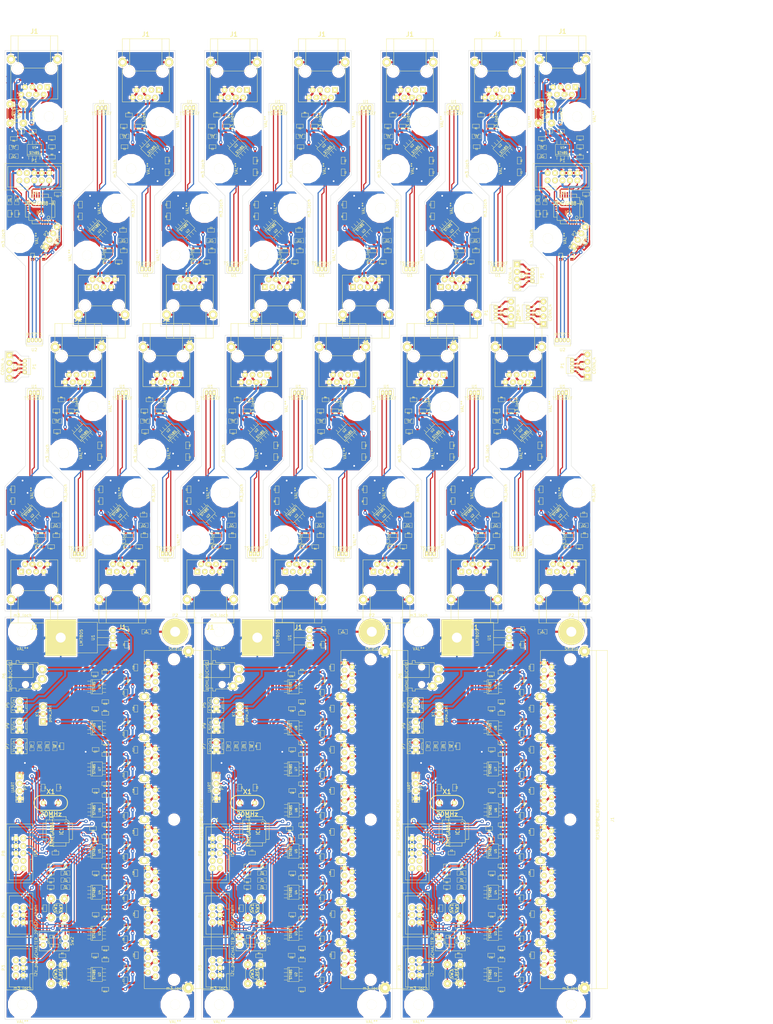
<source format=kicad_pcb>
(kicad_pcb (version 3) (host pcbnew "(2013-may-18)-stable")
  (layers (15 F.Cu signal) (0 B.Cu signal) (18 B.Paste user) (19 F.Paste user) (20 B.SilkS user) (21 F.SilkS user) (22 B.Mask user) (23 F.Mask user) (28 Edge.Cuts user))
  (net 0 "")
  (net 1 +12V)
  (net 2 /DI)
  (net 3 /LED1)
  (net 4 /LED2)
  (net 5 /LED3)
  (net 6 /LED4)
  (net 7 /MISO)
  (net 8 /MOSI)
  (net 9 /RESET)
  (net 10 /RX)
  (net 11 /SCK)
  (net 12 /SCL)
  (net 13 /SDA)
  (net 14 /SW1)
  (net 15 /TX)
  (net 16 /Vi2c)
  (net 17 /Vreg)
  (net 18 /XTAL1)
  (net 19 /XTAL2)
  (net 20 /ZAC_01)
  (net 21 /ZAC_02)
  (net 22 /ZAC_03)
  (net 23 /ZAC_04)
  (net 24 /ZAC_05)
  (net 25 /ZAC_06)
  (net 26 /ZAC_07)
  (net 27 /ZAC_08)
  (net 28 /z1a)
  (net 29 /z1b)
  (net 30 /z2a)
  (net 31 /z2b)
  (net 32 /z3a)
  (net 33 /z3b)
  (net 34 /z4a)
  (net 35 /z4b)
  (net 36 /z5a)
  (net 37 /z5b)
  (net 38 /z6a)
  (net 39 /z6b)
  (net 40 /z7a)
  (net 41 /z7b)
  (net 42 /z8a)
  (net 43 /z8b)
  (net 44 /za)
  (net 45 /zb)
  (net 46 GND)
  (net 47 N-000001)
  (net 48 N-0000010)
  (net 49 N-0000015)
  (net 50 N-0000017)
  (net 51 N-000002)
  (net 52 N-0000027)
  (net 53 N-0000028)
  (net 54 N-0000029)
  (net 55 N-000003)
  (net 56 N-0000035)
  (net 57 N-000004)
  (net 58 N-0000040)
  (net 59 N-0000043)
  (net 60 N-0000066)
  (net 61 N-0000067)
  (net 62 N-0000068)
  (net 63 N-000007)
  (net 64 N-0000071)
  (net 65 N-0000077)
  (net 66 N-0000078)
  (net 67 N-000008)
  (net 68 N-0000081)
  (net 69 N-0000088)
  (net 70 VCC)
  (module HYT271 (layer F.Cu) (at 199.592 96.666 90)
    (fp_text reference P1 (at 0 3.429 90) (layer F.SilkS))
    (fp_text value CONN_4 (at 0 -1.778 90) (layer F.SilkS))
    (pad 2 thru_hole oval (at -0.635 0.127 90) (size 1 1.5) (drill 0.6) (layers *.Cu *.Mask F.SilkS) (net 55 N-000003))
    (pad 3 thru_hole oval (at 0.635 0.127 90) (size 1 1.5) (drill 0.6) (layers *.Cu *.Mask F.SilkS) (net 51 N-000002))
    (pad 4 thru_hole oval (at 1.905 0.127 90) (size 1 1.5) (drill 0.6) (layers *.Cu *.Mask F.SilkS) (net 47 N-000001))
    (pad 1 thru_hole trapezoid (at -1.905 0.127 90) (size 1 1.5) (drill 0.6) (layers *.Cu *.Mask F.SilkS) (net 57 N-000004))
  )
  (module Stiftleiste_4x1 (layer F.Cu) (at 194.512 96.666 270)
    (fp_text reference P2 (at 0 -2.032 270) (layer F.SilkS))
    (fp_text value CONN_4 (at 0 2.286 270) (layer F.SilkS))
    (pad 1 thru_hole rect (at -3.81 0 270) (size 2 2) (drill 0.9) (layers *.Cu *.Mask F.SilkS) (net 47 N-000001))
    (pad 2 thru_hole circle (at -1.27 0 270) (size 2 2) (drill 0.9) (layers *.Cu *.Mask F.SilkS) (net 51 N-000002))
    (pad 3 thru_hole circle (at 1.27 0 270) (size 2 2) (drill 0.9) (layers *.Cu *.Mask F.SilkS) (net 55 N-000003))
    (pad 4 thru_hole circle (at 3.81 0 270) (size 2 2) (drill 0.9) (layers *.Cu *.Mask F.SilkS) (net 57 N-000004))
  )
  (module Stiftleiste_4x1 (layer F.Cu) (at 203.488 109.334 90)
    (fp_text reference P2 (at 0 -2.032 90) (layer F.SilkS))
    (fp_text value CONN_4 (at 0 2.286 90) (layer F.SilkS))
    (pad 1 thru_hole rect (at -3.81 0 90) (size 2 2) (drill 0.9) (layers *.Cu *.Mask F.SilkS) (net 47 N-000001))
    (pad 2 thru_hole circle (at -1.27 0 90) (size 2 2) (drill 0.9) (layers *.Cu *.Mask F.SilkS) (net 51 N-000002))
    (pad 3 thru_hole circle (at 1.27 0 90) (size 2 2) (drill 0.9) (layers *.Cu *.Mask F.SilkS) (net 55 N-000003))
    (pad 4 thru_hole circle (at 3.81 0 90) (size 2 2) (drill 0.9) (layers *.Cu *.Mask F.SilkS) (net 57 N-000004))
  )
  (module HYT271 (layer F.Cu) (at 198.408 109.334 270)
    (fp_text reference P1 (at 0 3.429 270) (layer F.SilkS))
    (fp_text value CONN_4 (at 0 -1.778 270) (layer F.SilkS))
    (pad 2 thru_hole oval (at -0.635 0.127 270) (size 1 1.5) (drill 0.6) (layers *.Cu *.Mask F.SilkS) (net 55 N-000003))
    (pad 3 thru_hole oval (at 0.635 0.127 270) (size 1 1.5) (drill 0.6) (layers *.Cu *.Mask F.SilkS) (net 51 N-000002))
    (pad 4 thru_hole oval (at 1.905 0.127 270) (size 1 1.5) (drill 0.6) (layers *.Cu *.Mask F.SilkS) (net 47 N-000001))
    (pad 1 thru_hole trapezoid (at -1.905 0.127 270) (size 1 1.5) (drill 0.6) (layers *.Cu *.Mask F.SilkS) (net 57 N-000004))
  )
  (module HYT271 (layer F.Cu) (at 26.592 127.666 90)
    (fp_text reference P1 (at 0 3.429 90) (layer F.SilkS))
    (fp_text value CONN_4 (at 0 -1.778 90) (layer F.SilkS))
    (pad 2 thru_hole oval (at -0.635 0.127 90) (size 1 1.5) (drill 0.6) (layers *.Cu *.Mask F.SilkS) (net 55 N-000003))
    (pad 3 thru_hole oval (at 0.635 0.127 90) (size 1 1.5) (drill 0.6) (layers *.Cu *.Mask F.SilkS) (net 51 N-000002))
    (pad 4 thru_hole oval (at 1.905 0.127 90) (size 1 1.5) (drill 0.6) (layers *.Cu *.Mask F.SilkS) (net 47 N-000001))
    (pad 1 thru_hole trapezoid (at -1.905 0.127 90) (size 1 1.5) (drill 0.6) (layers *.Cu *.Mask F.SilkS) (net 57 N-000004))
  )
  (module Stiftleiste_4x1 (layer F.Cu) (at 21.512 127.666 270)
    (fp_text reference P2 (at 0 -2.032 270) (layer F.SilkS))
    (fp_text value CONN_4 (at 0 2.286 270) (layer F.SilkS))
    (pad 1 thru_hole rect (at -3.81 0 270) (size 2 2) (drill 0.9) (layers *.Cu *.Mask F.SilkS) (net 47 N-000001))
    (pad 2 thru_hole circle (at -1.27 0 270) (size 2 2) (drill 0.9) (layers *.Cu *.Mask F.SilkS) (net 51 N-000002))
    (pad 3 thru_hole circle (at 1.27 0 270) (size 2 2) (drill 0.9) (layers *.Cu *.Mask F.SilkS) (net 55 N-000003))
    (pad 4 thru_hole circle (at 3.81 0 270) (size 2 2) (drill 0.9) (layers *.Cu *.Mask F.SilkS) (net 57 N-000004))
  )
  (module Stiftleiste_4x1 (layer F.Cu) (at 218.488 127.334 90)
    (fp_text reference P2 (at 0 -2.032 90) (layer F.SilkS))
    (fp_text value CONN_4 (at 0 2.286 90) (layer F.SilkS))
    (pad 1 thru_hole rect (at -3.81 0 90) (size 2 2) (drill 0.9) (layers *.Cu *.Mask F.SilkS) (net 47 N-000001))
    (pad 2 thru_hole circle (at -1.27 0 90) (size 2 2) (drill 0.9) (layers *.Cu *.Mask F.SilkS) (net 51 N-000002))
    (pad 3 thru_hole circle (at 1.27 0 90) (size 2 2) (drill 0.9) (layers *.Cu *.Mask F.SilkS) (net 55 N-000003))
    (pad 4 thru_hole circle (at 3.81 0 90) (size 2 2) (drill 0.9) (layers *.Cu *.Mask F.SilkS) (net 57 N-000004))
  )
  (module HYT271 (layer F.Cu) (at 213.408 127.334 270)
    (fp_text reference P1 (at 0 3.429 270) (layer F.SilkS))
    (fp_text value CONN_4 (at 0 -1.778 270) (layer F.SilkS))
    (pad 2 thru_hole oval (at -0.635 0.127 270) (size 1 1.5) (drill 0.6) (layers *.Cu *.Mask F.SilkS) (net 55 N-000003))
    (pad 3 thru_hole oval (at 0.635 0.127 270) (size 1 1.5) (drill 0.6) (layers *.Cu *.Mask F.SilkS) (net 51 N-000002))
    (pad 4 thru_hole oval (at 1.905 0.127 270) (size 1 1.5) (drill 0.6) (layers *.Cu *.Mask F.SilkS) (net 47 N-000001))
    (pad 1 thru_hole trapezoid (at -1.905 0.127 270) (size 1 1.5) (drill 0.6) (layers *.Cu *.Mask F.SilkS) (net 57 N-000004))
  )
  (module HYT271 (layer F.Cu) (at 187.408 109.334 270)
    (fp_text reference P1 (at 0 3.429 270) (layer F.SilkS))
    (fp_text value CONN_4 (at 0 -1.778 270) (layer F.SilkS))
    (pad 2 thru_hole oval (at -0.635 0.127 270) (size 1 1.5) (drill 0.6) (layers *.Cu *.Mask F.SilkS) (net 55 N-000003))
    (pad 3 thru_hole oval (at 0.635 0.127 270) (size 1 1.5) (drill 0.6) (layers *.Cu *.Mask F.SilkS) (net 51 N-000002))
    (pad 4 thru_hole oval (at 1.905 0.127 270) (size 1 1.5) (drill 0.6) (layers *.Cu *.Mask F.SilkS) (net 47 N-000001))
    (pad 1 thru_hole trapezoid (at -1.905 0.127 270) (size 1 1.5) (drill 0.6) (layers *.Cu *.Mask F.SilkS) (net 57 N-000004))
  )
  (module Stiftleiste_4x1 (layer F.Cu) (at 192.488 109.334 90)
    (fp_text reference P2 (at 0 -2.032 90) (layer F.SilkS))
    (fp_text value CONN_4 (at 0 2.286 90) (layer F.SilkS))
    (pad 1 thru_hole rect (at -3.81 0 90) (size 2 2) (drill 0.9) (layers *.Cu *.Mask F.SilkS) (net 47 N-000001))
    (pad 2 thru_hole circle (at -1.27 0 90) (size 2 2) (drill 0.9) (layers *.Cu *.Mask F.SilkS) (net 51 N-000002))
    (pad 3 thru_hole circle (at 1.27 0 90) (size 2 2) (drill 0.9) (layers *.Cu *.Mask F.SilkS) (net 55 N-000003))
    (pad 4 thru_hole circle (at 3.81 0 90) (size 2 2) (drill 0.9) (layers *.Cu *.Mask F.SilkS) (net 57 N-000004))
  )
  (module Tsic_TO92 (layer F.Cu) (at 83 41.5 180)
    (fp_text reference U1 (at 0 4.064 180) (layer F.SilkS))
    (fp_text value TSIC50XF (at 0 0 180) (layer F.SilkS))
    (pad 2 thru_hole oval (at 0 1.912 180) (size 1 1.7) (drill 0.6) (layers *.Cu *.Mask F.SilkS) (net 63 N-000007))
    (pad 1 thru_hole trapezoid (at -1.27 1.912 180) (size 1 1.7) (drill 0.6) (layers *.Cu *.Mask F.SilkS) (net 46 GND))
    (pad 3 thru_hole oval (at 1.27 1.912 180) (size 1 1.7) (drill 0.6) (layers *.Cu *.Mask F.SilkS) (net 48 N-0000010))
  )
  (module m3_loch (layer F.Cu) (at 88 73.75 270)
    (fp_text reference m3_loch (at 0 -5.588 270) (layer F.SilkS))
    (fp_text value VAL** (at 0 5.842 270) (layer F.SilkS))
    (pad "" np_thru_hole circle (at 0 0 270) (size 3.4 3.4) (drill 3.4) (layers *.Cu *.Mask F.SilkS) (clearance 3.3))
  )
  (module m3_loch (layer F.Cu) (at 78 89.75 270)
    (fp_text reference m3_loch (at 0 -5.588 270) (layer F.SilkS))
    (fp_text value VAL** (at 0 5.842 270) (layer F.SilkS))
    (pad "" np_thru_hole circle (at 0 0 270) (size 3.4 3.4) (drill 3.4) (layers *.Cu *.Mask F.SilkS) (clearance 3.3))
  )
  (module SM0603_big (layer F.Cu) (at 90.25 81.25)
    (fp_text reference C2 (at 0 -0.8) (layer F.SilkS) (effects (font (size 0.508 0.4572) (thickness 0.1143))))
    (fp_text value 100nF hide)
    (pad 1 smd rect (at -0.945 0) (size 1 1.143) (layers F.Cu F.Paste F.Mask) (net 70 VCC))
    (pad 2 smd rect (at 0.945 0) (size 1 1.143) (layers F.Cu F.Paste F.Mask) (net 46 GND))
  )
  (module SM0603_big (layer F.Cu) (at 90.5 88.25)
    (fp_text reference R3 (at 0 -0.8) (layer F.SilkS) (effects (font (size 0.508 0.4572) (thickness 0.1143))))
    (fp_text value 22k hide)
    (pad 1 smd rect (at -0.945 0) (size 1 1.143) (layers F.Cu F.Paste F.Mask) (net 45 /zb))
    (pad 2 smd rect (at 0.945 0) (size 1 1.143) (layers F.Cu F.Paste F.Mask) (net 46 GND))
  )
  (module SM0603_big (layer F.Cu) (at 85.5 88.25)
    (fp_text reference R2 (at 0 -0.8) (layer F.SilkS) (effects (font (size 0.508 0.4572) (thickness 0.1143))))
    (fp_text value 22k hide)
    (pad 1 smd rect (at -0.945 0) (size 1 1.143) (layers F.Cu F.Paste F.Mask) (net 70 VCC))
    (pad 2 smd rect (at 0.945 0) (size 1 1.143) (layers F.Cu F.Paste F.Mask) (net 44 /za))
  )
  (module SM0603_big (layer F.Cu) (at 84.75 92)
    (fp_text reference C4 (at 0 -0.8) (layer F.SilkS) (effects (font (size 0.508 0.4572) (thickness 0.1143))))
    (fp_text value 100nF hide)
    (pad 1 smd rect (at -0.945 0) (size 1 1.143) (layers F.Cu F.Paste F.Mask) (net 44 /za))
    (pad 2 smd rect (at 0.945 0) (size 1 1.143) (layers F.Cu F.Paste F.Mask) (net 55 N-000003))
  )
  (module SM0603_big (layer F.Cu) (at 75.75 76.5 90)
    (fp_text reference R1 (at 0 -0.8 90) (layer F.SilkS) (effects (font (size 0.508 0.4572) (thickness 0.1143))))
    (fp_text value 220 hide)
    (pad 1 smd rect (at -0.945 0 90) (size 1 1.143) (layers F.Cu F.Paste F.Mask) (net 70 VCC))
    (pad 2 smd rect (at 0.945 0 90) (size 1 1.143) (layers F.Cu F.Paste F.Mask) (net 48 N-0000010))
  )
  (module SM0603_big (layer F.Cu) (at 75.75 72.5 90)
    (fp_text reference C1 (at 0 -0.8 90) (layer F.SilkS) (effects (font (size 0.508 0.4572) (thickness 0.1143))))
    (fp_text value 100nF hide)
    (pad 1 smd rect (at -0.945 0 90) (size 1 1.143) (layers F.Cu F.Paste F.Mask) (net 48 N-0000010))
    (pad 2 smd rect (at 0.945 0 90) (size 1 1.143) (layers F.Cu F.Paste F.Mask) (net 46 GND))
  )
  (module SM0603_big (layer F.Cu) (at 88.75 92 180)
    (fp_text reference R4 (at 0 -0.8 180) (layer F.SilkS) (effects (font (size 0.508 0.4572) (thickness 0.1143))))
    (fp_text value 120 hide)
    (pad 1 smd rect (at -0.945 0 180) (size 1 1.143) (layers F.Cu F.Paste F.Mask) (net 45 /zb))
    (pad 2 smd rect (at 0.945 0 180) (size 1 1.143) (layers F.Cu F.Paste F.Mask) (net 55 N-000003))
  )
  (module SM0805_big (layer F.Cu) (at 90.25 84.75)
    (fp_text reference C3 (at 0 -0.3175) (layer F.SilkS) (effects (font (size 0.50038 0.50038) (thickness 0.10922))))
    (fp_text value 10uF (at 0 0.381) (layer F.SilkS) (effects (font (size 0.50038 0.50038) (thickness 0.10922))))
    (pad 1 smd rect (at -1.108 0) (size 1.2 1.397) (layers F.Cu F.Paste F.Mask) (net 70 VCC))
    (pad 2 smd rect (at 1.108 0) (size 1.2 1.397) (layers F.Cu F.Paste F.Mask) (net 46 GND))
  )
  (module st485 (layer F.Cu) (at 83 82.25 225)
    (fp_text reference U2 (at 0 1 225) (layer F.SilkS) (effects (font (size 0.7493 0.7493) (thickness 0.14986))))
    (fp_text value ST485 (at 0 2.8 225) (layer F.SilkS) (effects (font (size 0.7493 0.7493) (thickness 0.14986))))
    (pad 1 smd rect (at -1.908 5.1 225) (size 0.75 2) (layers F.Cu F.Paste F.Mask))
    (pad 2 smd rect (at -0.638 5.1 225) (size 0.75 2) (layers F.Cu F.Paste F.Mask) (net 70 VCC))
    (pad 3 smd rect (at 0.632 5.1 225) (size 0.75 2) (layers F.Cu F.Paste F.Mask) (net 70 VCC))
    (pad 4 smd rect (at 1.902 5.1 225) (size 0.75 2) (layers F.Cu F.Paste F.Mask) (net 63 N-000007))
    (pad 5 smd rect (at 1.902 -1.2 225) (size 0.75 2) (layers F.Cu F.Paste F.Mask) (net 46 GND))
    (pad 6 smd rect (at 0.632 -1.2 225) (size 0.75 2) (layers F.Cu F.Paste F.Mask) (net 44 /za))
    (pad 7 smd rect (at -0.638 -1.2 225) (size 0.75 2) (layers F.Cu F.Paste F.Mask) (net 45 /zb))
    (pad 8 smd rect (at -1.908 -1.2 225) (size 0.75 2) (layers F.Cu F.Paste F.Mask) (net 70 VCC))
  )
  (module RJ45_8P8_simple (layer F.Cu) (at 83 98 180)
    (fp_text reference J1 (at 0 -21.5 180) (layer F.SilkS) (effects (font (size 1.524 1.524) (thickness 0.3048))))
    (fp_text value RJ45 (at 0.14224 -0.1016 180) (layer F.SilkS) (effects (font (size 1.00076 1.00076) (thickness 0.2032))))
    (pad "" np_thru_hole circle (at -5.715 -8.9) (size 3.4 3.4) (drill 3.4) (layers *.Cu *.SilkS *.Mask))
    (pad "" np_thru_hole circle (at 5.715 -8.9) (size 3.4 3.4) (drill 3.4) (layers *.Cu *.SilkS *.Mask))
    (pad 1 thru_hole rect (at 4.445 -2.54) (size 1.9 1.9) (drill 0.8) (layers *.Cu *.Mask F.SilkS) (net 44 /za))
    (pad 2 thru_hole circle (at 3.175 0) (size 1.9 1.9) (drill 0.8) (layers *.Cu *.Mask F.SilkS) (net 45 /zb))
    (pad 3 thru_hole circle (at 1.905 -2.54) (size 1.9 1.9) (drill 0.8) (layers *.Cu *.Mask F.SilkS))
    (pad 4 thru_hole circle (at 0.63 0) (size 1.9 1.9) (drill 0.8) (layers *.Cu *.Mask F.SilkS) (net 70 VCC))
    (pad 5 thru_hole circle (at -0.635 -2.54) (size 1.9 1.9) (drill 0.8) (layers *.Cu *.Mask F.SilkS) (net 70 VCC))
    (pad 6 thru_hole circle (at -1.905 0) (size 1.9 1.9) (drill 0.8) (layers *.Cu *.Mask F.SilkS))
    (pad 7 thru_hole circle (at -3.175 -2.54) (size 1.9 1.9) (drill 0.8) (layers *.Cu *.Mask F.SilkS) (net 46 GND))
    (pad 8 thru_hole circle (at -4.445 0) (size 1.9 1.9) (drill 0.8) (layers *.Cu *.Mask F.SilkS) (net 46 GND))
    (pad 9 thru_hole circle (at 7.9 -12) (size 3 3) (drill 1.6) (layers *.Cu *.Mask F.SilkS) (net 46 GND))
    (pad 9 thru_hole circle (at -7.9 -12) (size 3 3) (drill 1.6) (layers *.Cu *.Mask F.SilkS) (net 46 GND))
  )
  (module Tsic_TO92 (layer F.Cu) (at 98 92.5)
    (fp_text reference U1 (at 0 4.064) (layer F.SilkS))
    (fp_text value TSIC50XF (at 0 0) (layer F.SilkS))
    (pad 2 thru_hole oval (at 0 1.912) (size 1 1.7) (drill 0.6) (layers *.Cu *.Mask F.SilkS) (net 63 N-000007))
    (pad 1 thru_hole trapezoid (at -1.27 1.912) (size 1 1.7) (drill 0.6) (layers *.Cu *.Mask F.SilkS) (net 46 GND))
    (pad 3 thru_hole oval (at 1.27 1.912) (size 1 1.7) (drill 0.6) (layers *.Cu *.Mask F.SilkS) (net 48 N-0000010))
  )
  (module m3_loch (layer F.Cu) (at 93 60.25 90)
    (fp_text reference m3_loch (at 0 -5.588 90) (layer F.SilkS))
    (fp_text value VAL** (at 0 5.842 90) (layer F.SilkS))
    (pad "" np_thru_hole circle (at 0 0 90) (size 3.4 3.4) (drill 3.4) (layers *.Cu *.Mask F.SilkS) (clearance 3.3))
  )
  (module m3_loch (layer F.Cu) (at 103 44.25 90)
    (fp_text reference m3_loch (at 0 -5.588 90) (layer F.SilkS))
    (fp_text value VAL** (at 0 5.842 90) (layer F.SilkS))
    (pad "" np_thru_hole circle (at 0 0 90) (size 3.4 3.4) (drill 3.4) (layers *.Cu *.Mask F.SilkS) (clearance 3.3))
  )
  (module SM0603_big (layer F.Cu) (at 90.75 52.75 180)
    (fp_text reference C2 (at 0 -0.8 180) (layer F.SilkS) (effects (font (size 0.508 0.4572) (thickness 0.1143))))
    (fp_text value 100nF hide)
    (pad 1 smd rect (at -0.945 0 180) (size 1 1.143) (layers F.Cu F.Paste F.Mask) (net 70 VCC))
    (pad 2 smd rect (at 0.945 0 180) (size 1 1.143) (layers F.Cu F.Paste F.Mask) (net 46 GND))
  )
  (module SM0603_big (layer F.Cu) (at 90.5 45.75 180)
    (fp_text reference R3 (at 0 -0.8 180) (layer F.SilkS) (effects (font (size 0.508 0.4572) (thickness 0.1143))))
    (fp_text value 22k hide)
    (pad 1 smd rect (at -0.945 0 180) (size 1 1.143) (layers F.Cu F.Paste F.Mask) (net 45 /zb))
    (pad 2 smd rect (at 0.945 0 180) (size 1 1.143) (layers F.Cu F.Paste F.Mask) (net 46 GND))
  )
  (module SM0603_big (layer F.Cu) (at 95.5 45.75 180)
    (fp_text reference R2 (at 0 -0.8 180) (layer F.SilkS) (effects (font (size 0.508 0.4572) (thickness 0.1143))))
    (fp_text value 22k hide)
    (pad 1 smd rect (at -0.945 0 180) (size 1 1.143) (layers F.Cu F.Paste F.Mask) (net 70 VCC))
    (pad 2 smd rect (at 0.945 0 180) (size 1 1.143) (layers F.Cu F.Paste F.Mask) (net 44 /za))
  )
  (module SM0603_big (layer F.Cu) (at 96.25 42 180)
    (fp_text reference C4 (at 0 -0.8 180) (layer F.SilkS) (effects (font (size 0.508 0.4572) (thickness 0.1143))))
    (fp_text value 100nF hide)
    (pad 1 smd rect (at -0.945 0 180) (size 1 1.143) (layers F.Cu F.Paste F.Mask) (net 44 /za))
    (pad 2 smd rect (at 0.945 0 180) (size 1 1.143) (layers F.Cu F.Paste F.Mask) (net 55 N-000003))
  )
  (module SM0603_big (layer F.Cu) (at 105.25 57.5 270)
    (fp_text reference R1 (at 0 -0.8 270) (layer F.SilkS) (effects (font (size 0.508 0.4572) (thickness 0.1143))))
    (fp_text value 220 hide)
    (pad 1 smd rect (at -0.945 0 270) (size 1 1.143) (layers F.Cu F.Paste F.Mask) (net 70 VCC))
    (pad 2 smd rect (at 0.945 0 270) (size 1 1.143) (layers F.Cu F.Paste F.Mask) (net 48 N-0000010))
  )
  (module SM0603_big (layer F.Cu) (at 105.25 61.5 270)
    (fp_text reference C1 (at 0 -0.8 270) (layer F.SilkS) (effects (font (size 0.508 0.4572) (thickness 0.1143))))
    (fp_text value 100nF hide)
    (pad 1 smd rect (at -0.945 0 270) (size 1 1.143) (layers F.Cu F.Paste F.Mask) (net 48 N-0000010))
    (pad 2 smd rect (at 0.945 0 270) (size 1 1.143) (layers F.Cu F.Paste F.Mask) (net 46 GND))
  )
  (module SM0603_big (layer F.Cu) (at 92.25 42)
    (fp_text reference R4 (at 0 -0.8) (layer F.SilkS) (effects (font (size 0.508 0.4572) (thickness 0.1143))))
    (fp_text value 120 hide)
    (pad 1 smd rect (at -0.945 0) (size 1 1.143) (layers F.Cu F.Paste F.Mask) (net 45 /zb))
    (pad 2 smd rect (at 0.945 0) (size 1 1.143) (layers F.Cu F.Paste F.Mask) (net 55 N-000003))
  )
  (module SM0805_big (layer F.Cu) (at 90.75 49.25 180)
    (fp_text reference C3 (at 0 -0.3175 180) (layer F.SilkS) (effects (font (size 0.50038 0.50038) (thickness 0.10922))))
    (fp_text value 10uF (at 0 0.381 180) (layer F.SilkS) (effects (font (size 0.50038 0.50038) (thickness 0.10922))))
    (pad 1 smd rect (at -1.108 0 180) (size 1.2 1.397) (layers F.Cu F.Paste F.Mask) (net 70 VCC))
    (pad 2 smd rect (at 1.108 0 180) (size 1.2 1.397) (layers F.Cu F.Paste F.Mask) (net 46 GND))
  )
  (module st485 (layer F.Cu) (at 98 51.75 45)
    (fp_text reference U2 (at 0 1 45) (layer F.SilkS) (effects (font (size 0.7493 0.7493) (thickness 0.14986))))
    (fp_text value ST485 (at 0 2.8 45) (layer F.SilkS) (effects (font (size 0.7493 0.7493) (thickness 0.14986))))
    (pad 1 smd rect (at -1.908 5.1 45) (size 0.75 2) (layers F.Cu F.Paste F.Mask))
    (pad 2 smd rect (at -0.638 5.1 45) (size 0.75 2) (layers F.Cu F.Paste F.Mask) (net 70 VCC))
    (pad 3 smd rect (at 0.632 5.1 45) (size 0.75 2) (layers F.Cu F.Paste F.Mask) (net 70 VCC))
    (pad 4 smd rect (at 1.902 5.1 45) (size 0.75 2) (layers F.Cu F.Paste F.Mask) (net 63 N-000007))
    (pad 5 smd rect (at 1.902 -1.2 45) (size 0.75 2) (layers F.Cu F.Paste F.Mask) (net 46 GND))
    (pad 6 smd rect (at 0.632 -1.2 45) (size 0.75 2) (layers F.Cu F.Paste F.Mask) (net 44 /za))
    (pad 7 smd rect (at -0.638 -1.2 45) (size 0.75 2) (layers F.Cu F.Paste F.Mask) (net 45 /zb))
    (pad 8 smd rect (at -1.908 -1.2 45) (size 0.75 2) (layers F.Cu F.Paste F.Mask) (net 70 VCC))
  )
  (module RJ45_8P8_simple (layer F.Cu) (at 98 36)
    (fp_text reference J1 (at 0 -21.5) (layer F.SilkS) (effects (font (size 1.524 1.524) (thickness 0.3048))))
    (fp_text value RJ45 (at 0.14224 -0.1016) (layer F.SilkS) (effects (font (size 1.00076 1.00076) (thickness 0.2032))))
    (pad "" np_thru_hole circle (at -5.715 -8.9 180) (size 3.4 3.4) (drill 3.4) (layers *.Cu *.SilkS *.Mask))
    (pad "" np_thru_hole circle (at 5.715 -8.9 180) (size 3.4 3.4) (drill 3.4) (layers *.Cu *.SilkS *.Mask))
    (pad 1 thru_hole rect (at 4.445 -2.54 180) (size 1.9 1.9) (drill 0.8) (layers *.Cu *.Mask F.SilkS) (net 44 /za))
    (pad 2 thru_hole circle (at 3.175 0 180) (size 1.9 1.9) (drill 0.8) (layers *.Cu *.Mask F.SilkS) (net 45 /zb))
    (pad 3 thru_hole circle (at 1.905 -2.54 180) (size 1.9 1.9) (drill 0.8) (layers *.Cu *.Mask F.SilkS))
    (pad 4 thru_hole circle (at 0.63 0 180) (size 1.9 1.9) (drill 0.8) (layers *.Cu *.Mask F.SilkS) (net 70 VCC))
    (pad 5 thru_hole circle (at -0.635 -2.54 180) (size 1.9 1.9) (drill 0.8) (layers *.Cu *.Mask F.SilkS) (net 70 VCC))
    (pad 6 thru_hole circle (at -1.905 0 180) (size 1.9 1.9) (drill 0.8) (layers *.Cu *.Mask F.SilkS))
    (pad 7 thru_hole circle (at -3.175 -2.54 180) (size 1.9 1.9) (drill 0.8) (layers *.Cu *.Mask F.SilkS) (net 46 GND))
    (pad 8 thru_hole circle (at -4.445 0 180) (size 1.9 1.9) (drill 0.8) (layers *.Cu *.Mask F.SilkS) (net 46 GND))
    (pad 9 thru_hole circle (at 7.9 -12 180) (size 3 3) (drill 1.6) (layers *.Cu *.Mask F.SilkS) (net 46 GND))
    (pad 9 thru_hole circle (at -7.9 -12 180) (size 3 3) (drill 1.6) (layers *.Cu *.Mask F.SilkS) (net 46 GND))
  )
  (module RJ45_8P8_simple (layer F.Cu) (at 128 36)
    (fp_text reference J1 (at 0 -21.5) (layer F.SilkS) (effects (font (size 1.524 1.524) (thickness 0.3048))))
    (fp_text value RJ45 (at 0.14224 -0.1016) (layer F.SilkS) (effects (font (size 1.00076 1.00076) (thickness 0.2032))))
    (pad "" np_thru_hole circle (at -5.715 -8.9 180) (size 3.4 3.4) (drill 3.4) (layers *.Cu *.SilkS *.Mask))
    (pad "" np_thru_hole circle (at 5.715 -8.9 180) (size 3.4 3.4) (drill 3.4) (layers *.Cu *.SilkS *.Mask))
    (pad 1 thru_hole rect (at 4.445 -2.54 180) (size 1.9 1.9) (drill 0.8) (layers *.Cu *.Mask F.SilkS) (net 44 /za))
    (pad 2 thru_hole circle (at 3.175 0 180) (size 1.9 1.9) (drill 0.8) (layers *.Cu *.Mask F.SilkS) (net 45 /zb))
    (pad 3 thru_hole circle (at 1.905 -2.54 180) (size 1.9 1.9) (drill 0.8) (layers *.Cu *.Mask F.SilkS))
    (pad 4 thru_hole circle (at 0.63 0 180) (size 1.9 1.9) (drill 0.8) (layers *.Cu *.Mask F.SilkS) (net 70 VCC))
    (pad 5 thru_hole circle (at -0.635 -2.54 180) (size 1.9 1.9) (drill 0.8) (layers *.Cu *.Mask F.SilkS) (net 70 VCC))
    (pad 6 thru_hole circle (at -1.905 0 180) (size 1.9 1.9) (drill 0.8) (layers *.Cu *.Mask F.SilkS))
    (pad 7 thru_hole circle (at -3.175 -2.54 180) (size 1.9 1.9) (drill 0.8) (layers *.Cu *.Mask F.SilkS) (net 46 GND))
    (pad 8 thru_hole circle (at -4.445 0 180) (size 1.9 1.9) (drill 0.8) (layers *.Cu *.Mask F.SilkS) (net 46 GND))
    (pad 9 thru_hole circle (at 7.9 -12 180) (size 3 3) (drill 1.6) (layers *.Cu *.Mask F.SilkS) (net 46 GND))
    (pad 9 thru_hole circle (at -7.9 -12 180) (size 3 3) (drill 1.6) (layers *.Cu *.Mask F.SilkS) (net 46 GND))
  )
  (module st485 (layer F.Cu) (at 128 51.75 45)
    (fp_text reference U2 (at 0 1 45) (layer F.SilkS) (effects (font (size 0.7493 0.7493) (thickness 0.14986))))
    (fp_text value ST485 (at 0 2.8 45) (layer F.SilkS) (effects (font (size 0.7493 0.7493) (thickness 0.14986))))
    (pad 1 smd rect (at -1.908 5.1 45) (size 0.75 2) (layers F.Cu F.Paste F.Mask))
    (pad 2 smd rect (at -0.638 5.1 45) (size 0.75 2) (layers F.Cu F.Paste F.Mask) (net 70 VCC))
    (pad 3 smd rect (at 0.632 5.1 45) (size 0.75 2) (layers F.Cu F.Paste F.Mask) (net 70 VCC))
    (pad 4 smd rect (at 1.902 5.1 45) (size 0.75 2) (layers F.Cu F.Paste F.Mask) (net 63 N-000007))
    (pad 5 smd rect (at 1.902 -1.2 45) (size 0.75 2) (layers F.Cu F.Paste F.Mask) (net 46 GND))
    (pad 6 smd rect (at 0.632 -1.2 45) (size 0.75 2) (layers F.Cu F.Paste F.Mask) (net 44 /za))
    (pad 7 smd rect (at -0.638 -1.2 45) (size 0.75 2) (layers F.Cu F.Paste F.Mask) (net 45 /zb))
    (pad 8 smd rect (at -1.908 -1.2 45) (size 0.75 2) (layers F.Cu F.Paste F.Mask) (net 70 VCC))
  )
  (module SM0805_big (layer F.Cu) (at 120.75 49.25 180)
    (fp_text reference C3 (at 0 -0.3175 180) (layer F.SilkS) (effects (font (size 0.50038 0.50038) (thickness 0.10922))))
    (fp_text value 10uF (at 0 0.381 180) (layer F.SilkS) (effects (font (size 0.50038 0.50038) (thickness 0.10922))))
    (pad 1 smd rect (at -1.108 0 180) (size 1.2 1.397) (layers F.Cu F.Paste F.Mask) (net 70 VCC))
    (pad 2 smd rect (at 1.108 0 180) (size 1.2 1.397) (layers F.Cu F.Paste F.Mask) (net 46 GND))
  )
  (module SM0603_big (layer F.Cu) (at 122.25 42)
    (fp_text reference R4 (at 0 -0.8) (layer F.SilkS) (effects (font (size 0.508 0.4572) (thickness 0.1143))))
    (fp_text value 120 hide)
    (pad 1 smd rect (at -0.945 0) (size 1 1.143) (layers F.Cu F.Paste F.Mask) (net 45 /zb))
    (pad 2 smd rect (at 0.945 0) (size 1 1.143) (layers F.Cu F.Paste F.Mask) (net 55 N-000003))
  )
  (module SM0603_big (layer F.Cu) (at 135.25 61.5 270)
    (fp_text reference C1 (at 0 -0.8 270) (layer F.SilkS) (effects (font (size 0.508 0.4572) (thickness 0.1143))))
    (fp_text value 100nF hide)
    (pad 1 smd rect (at -0.945 0 270) (size 1 1.143) (layers F.Cu F.Paste F.Mask) (net 48 N-0000010))
    (pad 2 smd rect (at 0.945 0 270) (size 1 1.143) (layers F.Cu F.Paste F.Mask) (net 46 GND))
  )
  (module SM0603_big (layer F.Cu) (at 135.25 57.5 270)
    (fp_text reference R1 (at 0 -0.8 270) (layer F.SilkS) (effects (font (size 0.508 0.4572) (thickness 0.1143))))
    (fp_text value 220 hide)
    (pad 1 smd rect (at -0.945 0 270) (size 1 1.143) (layers F.Cu F.Paste F.Mask) (net 70 VCC))
    (pad 2 smd rect (at 0.945 0 270) (size 1 1.143) (layers F.Cu F.Paste F.Mask) (net 48 N-0000010))
  )
  (module SM0603_big (layer F.Cu) (at 126.25 42 180)
    (fp_text reference C4 (at 0 -0.8 180) (layer F.SilkS) (effects (font (size 0.508 0.4572) (thickness 0.1143))))
    (fp_text value 100nF hide)
    (pad 1 smd rect (at -0.945 0 180) (size 1 1.143) (layers F.Cu F.Paste F.Mask) (net 44 /za))
    (pad 2 smd rect (at 0.945 0 180) (size 1 1.143) (layers F.Cu F.Paste F.Mask) (net 55 N-000003))
  )
  (module SM0603_big (layer F.Cu) (at 125.5 45.75 180)
    (fp_text reference R2 (at 0 -0.8 180) (layer F.SilkS) (effects (font (size 0.508 0.4572) (thickness 0.1143))))
    (fp_text value 22k hide)
    (pad 1 smd rect (at -0.945 0 180) (size 1 1.143) (layers F.Cu F.Paste F.Mask) (net 70 VCC))
    (pad 2 smd rect (at 0.945 0 180) (size 1 1.143) (layers F.Cu F.Paste F.Mask) (net 44 /za))
  )
  (module SM0603_big (layer F.Cu) (at 120.5 45.75 180)
    (fp_text reference R3 (at 0 -0.8 180) (layer F.SilkS) (effects (font (size 0.508 0.4572) (thickness 0.1143))))
    (fp_text value 22k hide)
    (pad 1 smd rect (at -0.945 0 180) (size 1 1.143) (layers F.Cu F.Paste F.Mask) (net 45 /zb))
    (pad 2 smd rect (at 0.945 0 180) (size 1 1.143) (layers F.Cu F.Paste F.Mask) (net 46 GND))
  )
  (module SM0603_big (layer F.Cu) (at 120.75 52.75 180)
    (fp_text reference C2 (at 0 -0.8 180) (layer F.SilkS) (effects (font (size 0.508 0.4572) (thickness 0.1143))))
    (fp_text value 100nF hide)
    (pad 1 smd rect (at -0.945 0 180) (size 1 1.143) (layers F.Cu F.Paste F.Mask) (net 70 VCC))
    (pad 2 smd rect (at 0.945 0 180) (size 1 1.143) (layers F.Cu F.Paste F.Mask) (net 46 GND))
  )
  (module m3_loch (layer F.Cu) (at 133 44.25 90)
    (fp_text reference m3_loch (at 0 -5.588 90) (layer F.SilkS))
    (fp_text value VAL** (at 0 5.842 90) (layer F.SilkS))
    (pad "" np_thru_hole circle (at 0 0 90) (size 3.4 3.4) (drill 3.4) (layers *.Cu *.Mask F.SilkS) (clearance 3.3))
  )
  (module m3_loch (layer F.Cu) (at 123 60.25 90)
    (fp_text reference m3_loch (at 0 -5.588 90) (layer F.SilkS))
    (fp_text value VAL** (at 0 5.842 90) (layer F.SilkS))
    (pad "" np_thru_hole circle (at 0 0 90) (size 3.4 3.4) (drill 3.4) (layers *.Cu *.Mask F.SilkS) (clearance 3.3))
  )
  (module Tsic_TO92 (layer F.Cu) (at 128 92.5)
    (fp_text reference U1 (at 0 4.064) (layer F.SilkS))
    (fp_text value TSIC50XF (at 0 0) (layer F.SilkS))
    (pad 2 thru_hole oval (at 0 1.912) (size 1 1.7) (drill 0.6) (layers *.Cu *.Mask F.SilkS) (net 63 N-000007))
    (pad 1 thru_hole trapezoid (at -1.27 1.912) (size 1 1.7) (drill 0.6) (layers *.Cu *.Mask F.SilkS) (net 46 GND))
    (pad 3 thru_hole oval (at 1.27 1.912) (size 1 1.7) (drill 0.6) (layers *.Cu *.Mask F.SilkS) (net 48 N-0000010))
  )
  (module RJ45_8P8_simple (layer F.Cu) (at 113 98 180)
    (fp_text reference J1 (at 0 -21.5 180) (layer F.SilkS) (effects (font (size 1.524 1.524) (thickness 0.3048))))
    (fp_text value RJ45 (at 0.14224 -0.1016 180) (layer F.SilkS) (effects (font (size 1.00076 1.00076) (thickness 0.2032))))
    (pad "" np_thru_hole circle (at -5.715 -8.9) (size 3.4 3.4) (drill 3.4) (layers *.Cu *.SilkS *.Mask))
    (pad "" np_thru_hole circle (at 5.715 -8.9) (size 3.4 3.4) (drill 3.4) (layers *.Cu *.SilkS *.Mask))
    (pad 1 thru_hole rect (at 4.445 -2.54) (size 1.9 1.9) (drill 0.8) (layers *.Cu *.Mask F.SilkS) (net 44 /za))
    (pad 2 thru_hole circle (at 3.175 0) (size 1.9 1.9) (drill 0.8) (layers *.Cu *.Mask F.SilkS) (net 45 /zb))
    (pad 3 thru_hole circle (at 1.905 -2.54) (size 1.9 1.9) (drill 0.8) (layers *.Cu *.Mask F.SilkS))
    (pad 4 thru_hole circle (at 0.63 0) (size 1.9 1.9) (drill 0.8) (layers *.Cu *.Mask F.SilkS) (net 70 VCC))
    (pad 5 thru_hole circle (at -0.635 -2.54) (size 1.9 1.9) (drill 0.8) (layers *.Cu *.Mask F.SilkS) (net 70 VCC))
    (pad 6 thru_hole circle (at -1.905 0) (size 1.9 1.9) (drill 0.8) (layers *.Cu *.Mask F.SilkS))
    (pad 7 thru_hole circle (at -3.175 -2.54) (size 1.9 1.9) (drill 0.8) (layers *.Cu *.Mask F.SilkS) (net 46 GND))
    (pad 8 thru_hole circle (at -4.445 0) (size 1.9 1.9) (drill 0.8) (layers *.Cu *.Mask F.SilkS) (net 46 GND))
    (pad 9 thru_hole circle (at 7.9 -12) (size 3 3) (drill 1.6) (layers *.Cu *.Mask F.SilkS) (net 46 GND))
    (pad 9 thru_hole circle (at -7.9 -12) (size 3 3) (drill 1.6) (layers *.Cu *.Mask F.SilkS) (net 46 GND))
  )
  (module st485 (layer F.Cu) (at 113 82.25 225)
    (fp_text reference U2 (at 0 1 225) (layer F.SilkS) (effects (font (size 0.7493 0.7493) (thickness 0.14986))))
    (fp_text value ST485 (at 0 2.8 225) (layer F.SilkS) (effects (font (size 0.7493 0.7493) (thickness 0.14986))))
    (pad 1 smd rect (at -1.908 5.1 225) (size 0.75 2) (layers F.Cu F.Paste F.Mask))
    (pad 2 smd rect (at -0.638 5.1 225) (size 0.75 2) (layers F.Cu F.Paste F.Mask) (net 70 VCC))
    (pad 3 smd rect (at 0.632 5.1 225) (size 0.75 2) (layers F.Cu F.Paste F.Mask) (net 70 VCC))
    (pad 4 smd rect (at 1.902 5.1 225) (size 0.75 2) (layers F.Cu F.Paste F.Mask) (net 63 N-000007))
    (pad 5 smd rect (at 1.902 -1.2 225) (size 0.75 2) (layers F.Cu F.Paste F.Mask) (net 46 GND))
    (pad 6 smd rect (at 0.632 -1.2 225) (size 0.75 2) (layers F.Cu F.Paste F.Mask) (net 44 /za))
    (pad 7 smd rect (at -0.638 -1.2 225) (size 0.75 2) (layers F.Cu F.Paste F.Mask) (net 45 /zb))
    (pad 8 smd rect (at -1.908 -1.2 225) (size 0.75 2) (layers F.Cu F.Paste F.Mask) (net 70 VCC))
  )
  (module SM0805_big (layer F.Cu) (at 120.25 84.75)
    (fp_text reference C3 (at 0 -0.3175) (layer F.SilkS) (effects (font (size 0.50038 0.50038) (thickness 0.10922))))
    (fp_text value 10uF (at 0 0.381) (layer F.SilkS) (effects (font (size 0.50038 0.50038) (thickness 0.10922))))
    (pad 1 smd rect (at -1.108 0) (size 1.2 1.397) (layers F.Cu F.Paste F.Mask) (net 70 VCC))
    (pad 2 smd rect (at 1.108 0) (size 1.2 1.397) (layers F.Cu F.Paste F.Mask) (net 46 GND))
  )
  (module SM0603_big (layer F.Cu) (at 118.75 92 180)
    (fp_text reference R4 (at 0 -0.8 180) (layer F.SilkS) (effects (font (size 0.508 0.4572) (thickness 0.1143))))
    (fp_text value 120 hide)
    (pad 1 smd rect (at -0.945 0 180) (size 1 1.143) (layers F.Cu F.Paste F.Mask) (net 45 /zb))
    (pad 2 smd rect (at 0.945 0 180) (size 1 1.143) (layers F.Cu F.Paste F.Mask) (net 55 N-000003))
  )
  (module SM0603_big (layer F.Cu) (at 105.75 72.5 90)
    (fp_text reference C1 (at 0 -0.8 90) (layer F.SilkS) (effects (font (size 0.508 0.4572) (thickness 0.1143))))
    (fp_text value 100nF hide)
    (pad 1 smd rect (at -0.945 0 90) (size 1 1.143) (layers F.Cu F.Paste F.Mask) (net 48 N-0000010))
    (pad 2 smd rect (at 0.945 0 90) (size 1 1.143) (layers F.Cu F.Paste F.Mask) (net 46 GND))
  )
  (module SM0603_big (layer F.Cu) (at 105.75 76.5 90)
    (fp_text reference R1 (at 0 -0.8 90) (layer F.SilkS) (effects (font (size 0.508 0.4572) (thickness 0.1143))))
    (fp_text value 220 hide)
    (pad 1 smd rect (at -0.945 0 90) (size 1 1.143) (layers F.Cu F.Paste F.Mask) (net 70 VCC))
    (pad 2 smd rect (at 0.945 0 90) (size 1 1.143) (layers F.Cu F.Paste F.Mask) (net 48 N-0000010))
  )
  (module SM0603_big (layer F.Cu) (at 114.75 92)
    (fp_text reference C4 (at 0 -0.8) (layer F.SilkS) (effects (font (size 0.508 0.4572) (thickness 0.1143))))
    (fp_text value 100nF hide)
    (pad 1 smd rect (at -0.945 0) (size 1 1.143) (layers F.Cu F.Paste F.Mask) (net 44 /za))
    (pad 2 smd rect (at 0.945 0) (size 1 1.143) (layers F.Cu F.Paste F.Mask) (net 55 N-000003))
  )
  (module SM0603_big (layer F.Cu) (at 115.5 88.25)
    (fp_text reference R2 (at 0 -0.8) (layer F.SilkS) (effects (font (size 0.508 0.4572) (thickness 0.1143))))
    (fp_text value 22k hide)
    (pad 1 smd rect (at -0.945 0) (size 1 1.143) (layers F.Cu F.Paste F.Mask) (net 70 VCC))
    (pad 2 smd rect (at 0.945 0) (size 1 1.143) (layers F.Cu F.Paste F.Mask) (net 44 /za))
  )
  (module SM0603_big (layer F.Cu) (at 120.5 88.25)
    (fp_text reference R3 (at 0 -0.8) (layer F.SilkS) (effects (font (size 0.508 0.4572) (thickness 0.1143))))
    (fp_text value 22k hide)
    (pad 1 smd rect (at -0.945 0) (size 1 1.143) (layers F.Cu F.Paste F.Mask) (net 45 /zb))
    (pad 2 smd rect (at 0.945 0) (size 1 1.143) (layers F.Cu F.Paste F.Mask) (net 46 GND))
  )
  (module SM0603_big (layer F.Cu) (at 120.25 81.25)
    (fp_text reference C2 (at 0 -0.8) (layer F.SilkS) (effects (font (size 0.508 0.4572) (thickness 0.1143))))
    (fp_text value 100nF hide)
    (pad 1 smd rect (at -0.945 0) (size 1 1.143) (layers F.Cu F.Paste F.Mask) (net 70 VCC))
    (pad 2 smd rect (at 0.945 0) (size 1 1.143) (layers F.Cu F.Paste F.Mask) (net 46 GND))
  )
  (module m3_loch (layer F.Cu) (at 108 89.75 270)
    (fp_text reference m3_loch (at 0 -5.588 270) (layer F.SilkS))
    (fp_text value VAL** (at 0 5.842 270) (layer F.SilkS))
    (pad "" np_thru_hole circle (at 0 0 270) (size 3.4 3.4) (drill 3.4) (layers *.Cu *.Mask F.SilkS) (clearance 3.3))
  )
  (module m3_loch (layer F.Cu) (at 118 73.75 270)
    (fp_text reference m3_loch (at 0 -5.588 270) (layer F.SilkS))
    (fp_text value VAL** (at 0 5.842 270) (layer F.SilkS))
    (pad "" np_thru_hole circle (at 0 0 270) (size 3.4 3.4) (drill 3.4) (layers *.Cu *.Mask F.SilkS) (clearance 3.3))
  )
  (module Tsic_TO92 (layer F.Cu) (at 113 41.5 180)
    (fp_text reference U1 (at 0 4.064 180) (layer F.SilkS))
    (fp_text value TSIC50XF (at 0 0 180) (layer F.SilkS))
    (pad 2 thru_hole oval (at 0 1.912 180) (size 1 1.7) (drill 0.6) (layers *.Cu *.Mask F.SilkS) (net 63 N-000007))
    (pad 1 thru_hole trapezoid (at -1.27 1.912 180) (size 1 1.7) (drill 0.6) (layers *.Cu *.Mask F.SilkS) (net 46 GND))
    (pad 3 thru_hole oval (at 1.27 1.912 180) (size 1 1.7) (drill 0.6) (layers *.Cu *.Mask F.SilkS) (net 48 N-0000010))
  )
  (module Tsic_TO92 (layer F.Cu) (at 173 41.5 180)
    (fp_text reference U1 (at 0 4.064 180) (layer F.SilkS))
    (fp_text value TSIC50XF (at 0 0 180) (layer F.SilkS))
    (pad 2 thru_hole oval (at 0 1.912 180) (size 1 1.7) (drill 0.6) (layers *.Cu *.Mask F.SilkS) (net 63 N-000007))
    (pad 1 thru_hole trapezoid (at -1.27 1.912 180) (size 1 1.7) (drill 0.6) (layers *.Cu *.Mask F.SilkS) (net 46 GND))
    (pad 3 thru_hole oval (at 1.27 1.912 180) (size 1 1.7) (drill 0.6) (layers *.Cu *.Mask F.SilkS) (net 48 N-0000010))
  )
  (module m3_loch (layer F.Cu) (at 178 73.75 270)
    (fp_text reference m3_loch (at 0 -5.588 270) (layer F.SilkS))
    (fp_text value VAL** (at 0 5.842 270) (layer F.SilkS))
    (pad "" np_thru_hole circle (at 0 0 270) (size 3.4 3.4) (drill 3.4) (layers *.Cu *.Mask F.SilkS) (clearance 3.3))
  )
  (module m3_loch (layer F.Cu) (at 168 89.75 270)
    (fp_text reference m3_loch (at 0 -5.588 270) (layer F.SilkS))
    (fp_text value VAL** (at 0 5.842 270) (layer F.SilkS))
    (pad "" np_thru_hole circle (at 0 0 270) (size 3.4 3.4) (drill 3.4) (layers *.Cu *.Mask F.SilkS) (clearance 3.3))
  )
  (module SM0603_big (layer F.Cu) (at 180.25 81.25)
    (fp_text reference C2 (at 0 -0.8) (layer F.SilkS) (effects (font (size 0.508 0.4572) (thickness 0.1143))))
    (fp_text value 100nF hide)
    (pad 1 smd rect (at -0.945 0) (size 1 1.143) (layers F.Cu F.Paste F.Mask) (net 70 VCC))
    (pad 2 smd rect (at 0.945 0) (size 1 1.143) (layers F.Cu F.Paste F.Mask) (net 46 GND))
  )
  (module SM0603_big (layer F.Cu) (at 180.5 88.25)
    (fp_text reference R3 (at 0 -0.8) (layer F.SilkS) (effects (font (size 0.508 0.4572) (thickness 0.1143))))
    (fp_text value 22k hide)
    (pad 1 smd rect (at -0.945 0) (size 1 1.143) (layers F.Cu F.Paste F.Mask) (net 45 /zb))
    (pad 2 smd rect (at 0.945 0) (size 1 1.143) (layers F.Cu F.Paste F.Mask) (net 46 GND))
  )
  (module SM0603_big (layer F.Cu) (at 175.5 88.25)
    (fp_text reference R2 (at 0 -0.8) (layer F.SilkS) (effects (font (size 0.508 0.4572) (thickness 0.1143))))
    (fp_text value 22k hide)
    (pad 1 smd rect (at -0.945 0) (size 1 1.143) (layers F.Cu F.Paste F.Mask) (net 70 VCC))
    (pad 2 smd rect (at 0.945 0) (size 1 1.143) (layers F.Cu F.Paste F.Mask) (net 44 /za))
  )
  (module SM0603_big (layer F.Cu) (at 174.75 92)
    (fp_text reference C4 (at 0 -0.8) (layer F.SilkS) (effects (font (size 0.508 0.4572) (thickness 0.1143))))
    (fp_text value 100nF hide)
    (pad 1 smd rect (at -0.945 0) (size 1 1.143) (layers F.Cu F.Paste F.Mask) (net 44 /za))
    (pad 2 smd rect (at 0.945 0) (size 1 1.143) (layers F.Cu F.Paste F.Mask) (net 55 N-000003))
  )
  (module SM0603_big (layer F.Cu) (at 165.75 76.5 90)
    (fp_text reference R1 (at 0 -0.8 90) (layer F.SilkS) (effects (font (size 0.508 0.4572) (thickness 0.1143))))
    (fp_text value 220 hide)
    (pad 1 smd rect (at -0.945 0 90) (size 1 1.143) (layers F.Cu F.Paste F.Mask) (net 70 VCC))
    (pad 2 smd rect (at 0.945 0 90) (size 1 1.143) (layers F.Cu F.Paste F.Mask) (net 48 N-0000010))
  )
  (module SM0603_big (layer F.Cu) (at 165.75 72.5 90)
    (fp_text reference C1 (at 0 -0.8 90) (layer F.SilkS) (effects (font (size 0.508 0.4572) (thickness 0.1143))))
    (fp_text value 100nF hide)
    (pad 1 smd rect (at -0.945 0 90) (size 1 1.143) (layers F.Cu F.Paste F.Mask) (net 48 N-0000010))
    (pad 2 smd rect (at 0.945 0 90) (size 1 1.143) (layers F.Cu F.Paste F.Mask) (net 46 GND))
  )
  (module SM0603_big (layer F.Cu) (at 178.75 92 180)
    (fp_text reference R4 (at 0 -0.8 180) (layer F.SilkS) (effects (font (size 0.508 0.4572) (thickness 0.1143))))
    (fp_text value 120 hide)
    (pad 1 smd rect (at -0.945 0 180) (size 1 1.143) (layers F.Cu F.Paste F.Mask) (net 45 /zb))
    (pad 2 smd rect (at 0.945 0 180) (size 1 1.143) (layers F.Cu F.Paste F.Mask) (net 55 N-000003))
  )
  (module SM0805_big (layer F.Cu) (at 180.25 84.75)
    (fp_text reference C3 (at 0 -0.3175) (layer F.SilkS) (effects (font (size 0.50038 0.50038) (thickness 0.10922))))
    (fp_text value 10uF (at 0 0.381) (layer F.SilkS) (effects (font (size 0.50038 0.50038) (thickness 0.10922))))
    (pad 1 smd rect (at -1.108 0) (size 1.2 1.397) (layers F.Cu F.Paste F.Mask) (net 70 VCC))
    (pad 2 smd rect (at 1.108 0) (size 1.2 1.397) (layers F.Cu F.Paste F.Mask) (net 46 GND))
  )
  (module st485 (layer F.Cu) (at 173 82.25 225)
    (fp_text reference U2 (at 0 1 225) (layer F.SilkS) (effects (font (size 0.7493 0.7493) (thickness 0.14986))))
    (fp_text value ST485 (at 0 2.8 225) (layer F.SilkS) (effects (font (size 0.7493 0.7493) (thickness 0.14986))))
    (pad 1 smd rect (at -1.908 5.1 225) (size 0.75 2) (layers F.Cu F.Paste F.Mask))
    (pad 2 smd rect (at -0.638 5.1 225) (size 0.75 2) (layers F.Cu F.Paste F.Mask) (net 70 VCC))
    (pad 3 smd rect (at 0.632 5.1 225) (size 0.75 2) (layers F.Cu F.Paste F.Mask) (net 70 VCC))
    (pad 4 smd rect (at 1.902 5.1 225) (size 0.75 2) (layers F.Cu F.Paste F.Mask) (net 63 N-000007))
    (pad 5 smd rect (at 1.902 -1.2 225) (size 0.75 2) (layers F.Cu F.Paste F.Mask) (net 46 GND))
    (pad 6 smd rect (at 0.632 -1.2 225) (size 0.75 2) (layers F.Cu F.Paste F.Mask) (net 44 /za))
    (pad 7 smd rect (at -0.638 -1.2 225) (size 0.75 2) (layers F.Cu F.Paste F.Mask) (net 45 /zb))
    (pad 8 smd rect (at -1.908 -1.2 225) (size 0.75 2) (layers F.Cu F.Paste F.Mask) (net 70 VCC))
  )
  (module RJ45_8P8_simple (layer F.Cu) (at 173 98 180)
    (fp_text reference J1 (at 0 -21.5 180) (layer F.SilkS) (effects (font (size 1.524 1.524) (thickness 0.3048))))
    (fp_text value RJ45 (at 0.14224 -0.1016 180) (layer F.SilkS) (effects (font (size 1.00076 1.00076) (thickness 0.2032))))
    (pad "" np_thru_hole circle (at -5.715 -8.9) (size 3.4 3.4) (drill 3.4) (layers *.Cu *.SilkS *.Mask))
    (pad "" np_thru_hole circle (at 5.715 -8.9) (size 3.4 3.4) (drill 3.4) (layers *.Cu *.SilkS *.Mask))
    (pad 1 thru_hole rect (at 4.445 -2.54) (size 1.9 1.9) (drill 0.8) (layers *.Cu *.Mask F.SilkS) (net 44 /za))
    (pad 2 thru_hole circle (at 3.175 0) (size 1.9 1.9) (drill 0.8) (layers *.Cu *.Mask F.SilkS) (net 45 /zb))
    (pad 3 thru_hole circle (at 1.905 -2.54) (size 1.9 1.9) (drill 0.8) (layers *.Cu *.Mask F.SilkS))
    (pad 4 thru_hole circle (at 0.63 0) (size 1.9 1.9) (drill 0.8) (layers *.Cu *.Mask F.SilkS) (net 70 VCC))
    (pad 5 thru_hole circle (at -0.635 -2.54) (size 1.9 1.9) (drill 0.8) (layers *.Cu *.Mask F.SilkS) (net 70 VCC))
    (pad 6 thru_hole circle (at -1.905 0) (size 1.9 1.9) (drill 0.8) (layers *.Cu *.Mask F.SilkS))
    (pad 7 thru_hole circle (at -3.175 -2.54) (size 1.9 1.9) (drill 0.8) (layers *.Cu *.Mask F.SilkS) (net 46 GND))
    (pad 8 thru_hole circle (at -4.445 0) (size 1.9 1.9) (drill 0.8) (layers *.Cu *.Mask F.SilkS) (net 46 GND))
    (pad 9 thru_hole circle (at 7.9 -12) (size 3 3) (drill 1.6) (layers *.Cu *.Mask F.SilkS) (net 46 GND))
    (pad 9 thru_hole circle (at -7.9 -12) (size 3 3) (drill 1.6) (layers *.Cu *.Mask F.SilkS) (net 46 GND))
  )
  (module Tsic_TO92 (layer F.Cu) (at 188 92.5)
    (fp_text reference U1 (at 0 4.064) (layer F.SilkS))
    (fp_text value TSIC50XF (at 0 0) (layer F.SilkS))
    (pad 2 thru_hole oval (at 0 1.912) (size 1 1.7) (drill 0.6) (layers *.Cu *.Mask F.SilkS) (net 63 N-000007))
    (pad 1 thru_hole trapezoid (at -1.27 1.912) (size 1 1.7) (drill 0.6) (layers *.Cu *.Mask F.SilkS) (net 46 GND))
    (pad 3 thru_hole oval (at 1.27 1.912) (size 1 1.7) (drill 0.6) (layers *.Cu *.Mask F.SilkS) (net 48 N-0000010))
  )
  (module m3_loch (layer F.Cu) (at 183 60.25 90)
    (fp_text reference m3_loch (at 0 -5.588 90) (layer F.SilkS))
    (fp_text value VAL** (at 0 5.842 90) (layer F.SilkS))
    (pad "" np_thru_hole circle (at 0 0 90) (size 3.4 3.4) (drill 3.4) (layers *.Cu *.Mask F.SilkS) (clearance 3.3))
  )
  (module m3_loch (layer F.Cu) (at 193 44.25 90)
    (fp_text reference m3_loch (at 0 -5.588 90) (layer F.SilkS))
    (fp_text value VAL** (at 0 5.842 90) (layer F.SilkS))
    (pad "" np_thru_hole circle (at 0 0 90) (size 3.4 3.4) (drill 3.4) (layers *.Cu *.Mask F.SilkS) (clearance 3.3))
  )
  (module SM0603_big (layer F.Cu) (at 180.75 52.75 180)
    (fp_text reference C2 (at 0 -0.8 180) (layer F.SilkS) (effects (font (size 0.508 0.4572) (thickness 0.1143))))
    (fp_text value 100nF hide)
    (pad 1 smd rect (at -0.945 0 180) (size 1 1.143) (layers F.Cu F.Paste F.Mask) (net 70 VCC))
    (pad 2 smd rect (at 0.945 0 180) (size 1 1.143) (layers F.Cu F.Paste F.Mask) (net 46 GND))
  )
  (module SM0603_big (layer F.Cu) (at 180.5 45.75 180)
    (fp_text reference R3 (at 0 -0.8 180) (layer F.SilkS) (effects (font (size 0.508 0.4572) (thickness 0.1143))))
    (fp_text value 22k hide)
    (pad 1 smd rect (at -0.945 0 180) (size 1 1.143) (layers F.Cu F.Paste F.Mask) (net 45 /zb))
    (pad 2 smd rect (at 0.945 0 180) (size 1 1.143) (layers F.Cu F.Paste F.Mask) (net 46 GND))
  )
  (module SM0603_big (layer F.Cu) (at 185.5 45.75 180)
    (fp_text reference R2 (at 0 -0.8 180) (layer F.SilkS) (effects (font (size 0.508 0.4572) (thickness 0.1143))))
    (fp_text value 22k hide)
    (pad 1 smd rect (at -0.945 0 180) (size 1 1.143) (layers F.Cu F.Paste F.Mask) (net 70 VCC))
    (pad 2 smd rect (at 0.945 0 180) (size 1 1.143) (layers F.Cu F.Paste F.Mask) (net 44 /za))
  )
  (module SM0603_big (layer F.Cu) (at 186.25 42 180)
    (fp_text reference C4 (at 0 -0.8 180) (layer F.SilkS) (effects (font (size 0.508 0.4572) (thickness 0.1143))))
    (fp_text value 100nF hide)
    (pad 1 smd rect (at -0.945 0 180) (size 1 1.143) (layers F.Cu F.Paste F.Mask) (net 44 /za))
    (pad 2 smd rect (at 0.945 0 180) (size 1 1.143) (layers F.Cu F.Paste F.Mask) (net 55 N-000003))
  )
  (module SM0603_big (layer F.Cu) (at 195.25 57.5 270)
    (fp_text reference R1 (at 0 -0.8 270) (layer F.SilkS) (effects (font (size 0.508 0.4572) (thickness 0.1143))))
    (fp_text value 220 hide)
    (pad 1 smd rect (at -0.945 0 270) (size 1 1.143) (layers F.Cu F.Paste F.Mask) (net 70 VCC))
    (pad 2 smd rect (at 0.945 0 270) (size 1 1.143) (layers F.Cu F.Paste F.Mask) (net 48 N-0000010))
  )
  (module SM0603_big (layer F.Cu) (at 195.25 61.5 270)
    (fp_text reference C1 (at 0 -0.8 270) (layer F.SilkS) (effects (font (size 0.508 0.4572) (thickness 0.1143))))
    (fp_text value 100nF hide)
    (pad 1 smd rect (at -0.945 0 270) (size 1 1.143) (layers F.Cu F.Paste F.Mask) (net 48 N-0000010))
    (pad 2 smd rect (at 0.945 0 270) (size 1 1.143) (layers F.Cu F.Paste F.Mask) (net 46 GND))
  )
  (module SM0603_big (layer F.Cu) (at 182.25 42)
    (fp_text reference R4 (at 0 -0.8) (layer F.SilkS) (effects (font (size 0.508 0.4572) (thickness 0.1143))))
    (fp_text value 120 hide)
    (pad 1 smd rect (at -0.945 0) (size 1 1.143) (layers F.Cu F.Paste F.Mask) (net 45 /zb))
    (pad 2 smd rect (at 0.945 0) (size 1 1.143) (layers F.Cu F.Paste F.Mask) (net 55 N-000003))
  )
  (module SM0805_big (layer F.Cu) (at 180.75 49.25 180)
    (fp_text reference C3 (at 0 -0.3175 180) (layer F.SilkS) (effects (font (size 0.50038 0.50038) (thickness 0.10922))))
    (fp_text value 10uF (at 0 0.381 180) (layer F.SilkS) (effects (font (size 0.50038 0.50038) (thickness 0.10922))))
    (pad 1 smd rect (at -1.108 0 180) (size 1.2 1.397) (layers F.Cu F.Paste F.Mask) (net 70 VCC))
    (pad 2 smd rect (at 1.108 0 180) (size 1.2 1.397) (layers F.Cu F.Paste F.Mask) (net 46 GND))
  )
  (module st485 (layer F.Cu) (at 188 51.75 45)
    (fp_text reference U2 (at 0 1 45) (layer F.SilkS) (effects (font (size 0.7493 0.7493) (thickness 0.14986))))
    (fp_text value ST485 (at 0 2.8 45) (layer F.SilkS) (effects (font (size 0.7493 0.7493) (thickness 0.14986))))
    (pad 1 smd rect (at -1.908 5.1 45) (size 0.75 2) (layers F.Cu F.Paste F.Mask))
    (pad 2 smd rect (at -0.638 5.1 45) (size 0.75 2) (layers F.Cu F.Paste F.Mask) (net 70 VCC))
    (pad 3 smd rect (at 0.632 5.1 45) (size 0.75 2) (layers F.Cu F.Paste F.Mask) (net 70 VCC))
    (pad 4 smd rect (at 1.902 5.1 45) (size 0.75 2) (layers F.Cu F.Paste F.Mask) (net 63 N-000007))
    (pad 5 smd rect (at 1.902 -1.2 45) (size 0.75 2) (layers F.Cu F.Paste F.Mask) (net 46 GND))
    (pad 6 smd rect (at 0.632 -1.2 45) (size 0.75 2) (layers F.Cu F.Paste F.Mask) (net 44 /za))
    (pad 7 smd rect (at -0.638 -1.2 45) (size 0.75 2) (layers F.Cu F.Paste F.Mask) (net 45 /zb))
    (pad 8 smd rect (at -1.908 -1.2 45) (size 0.75 2) (layers F.Cu F.Paste F.Mask) (net 70 VCC))
  )
  (module RJ45_8P8_simple (layer F.Cu) (at 188 36)
    (fp_text reference J1 (at 0 -21.5) (layer F.SilkS) (effects (font (size 1.524 1.524) (thickness 0.3048))))
    (fp_text value RJ45 (at 0.14224 -0.1016) (layer F.SilkS) (effects (font (size 1.00076 1.00076) (thickness 0.2032))))
    (pad "" np_thru_hole circle (at -5.715 -8.9 180) (size 3.4 3.4) (drill 3.4) (layers *.Cu *.SilkS *.Mask))
    (pad "" np_thru_hole circle (at 5.715 -8.9 180) (size 3.4 3.4) (drill 3.4) (layers *.Cu *.SilkS *.Mask))
    (pad 1 thru_hole rect (at 4.445 -2.54 180) (size 1.9 1.9) (drill 0.8) (layers *.Cu *.Mask F.SilkS) (net 44 /za))
    (pad 2 thru_hole circle (at 3.175 0 180) (size 1.9 1.9) (drill 0.8) (layers *.Cu *.Mask F.SilkS) (net 45 /zb))
    (pad 3 thru_hole circle (at 1.905 -2.54 180) (size 1.9 1.9) (drill 0.8) (layers *.Cu *.Mask F.SilkS))
    (pad 4 thru_hole circle (at 0.63 0 180) (size 1.9 1.9) (drill 0.8) (layers *.Cu *.Mask F.SilkS) (net 70 VCC))
    (pad 5 thru_hole circle (at -0.635 -2.54 180) (size 1.9 1.9) (drill 0.8) (layers *.Cu *.Mask F.SilkS) (net 70 VCC))
    (pad 6 thru_hole circle (at -1.905 0 180) (size 1.9 1.9) (drill 0.8) (layers *.Cu *.Mask F.SilkS))
    (pad 7 thru_hole circle (at -3.175 -2.54 180) (size 1.9 1.9) (drill 0.8) (layers *.Cu *.Mask F.SilkS) (net 46 GND))
    (pad 8 thru_hole circle (at -4.445 0 180) (size 1.9 1.9) (drill 0.8) (layers *.Cu *.Mask F.SilkS) (net 46 GND))
    (pad 9 thru_hole circle (at 7.9 -12 180) (size 3 3) (drill 1.6) (layers *.Cu *.Mask F.SilkS) (net 46 GND))
    (pad 9 thru_hole circle (at -7.9 -12 180) (size 3 3) (drill 1.6) (layers *.Cu *.Mask F.SilkS) (net 46 GND))
  )
  (module Tsic_TO92 (layer F.Cu) (at 53 41.5 180)
    (fp_text reference U1 (at 0 4.064 180) (layer F.SilkS))
    (fp_text value TSIC50XF (at 0 0 180) (layer F.SilkS))
    (pad 2 thru_hole oval (at 0 1.912 180) (size 1 1.7) (drill 0.6) (layers *.Cu *.Mask F.SilkS) (net 63 N-000007))
    (pad 1 thru_hole trapezoid (at -1.27 1.912 180) (size 1 1.7) (drill 0.6) (layers *.Cu *.Mask F.SilkS) (net 46 GND))
    (pad 3 thru_hole oval (at 1.27 1.912 180) (size 1 1.7) (drill 0.6) (layers *.Cu *.Mask F.SilkS) (net 48 N-0000010))
  )
  (module m3_loch (layer F.Cu) (at 58 73.75 270)
    (fp_text reference m3_loch (at 0 -5.588 270) (layer F.SilkS))
    (fp_text value VAL** (at 0 5.842 270) (layer F.SilkS))
    (pad "" np_thru_hole circle (at 0 0 270) (size 3.4 3.4) (drill 3.4) (layers *.Cu *.Mask F.SilkS) (clearance 3.3))
  )
  (module m3_loch (layer F.Cu) (at 48 89.75 270)
    (fp_text reference m3_loch (at 0 -5.588 270) (layer F.SilkS))
    (fp_text value VAL** (at 0 5.842 270) (layer F.SilkS))
    (pad "" np_thru_hole circle (at 0 0 270) (size 3.4 3.4) (drill 3.4) (layers *.Cu *.Mask F.SilkS) (clearance 3.3))
  )
  (module SM0603_big (layer F.Cu) (at 60.25 81.25)
    (fp_text reference C2 (at 0 -0.8) (layer F.SilkS) (effects (font (size 0.508 0.4572) (thickness 0.1143))))
    (fp_text value 100nF hide)
    (pad 1 smd rect (at -0.945 0) (size 1 1.143) (layers F.Cu F.Paste F.Mask) (net 70 VCC))
    (pad 2 smd rect (at 0.945 0) (size 1 1.143) (layers F.Cu F.Paste F.Mask) (net 46 GND))
  )
  (module SM0603_big (layer F.Cu) (at 60.5 88.25)
    (fp_text reference R3 (at 0 -0.8) (layer F.SilkS) (effects (font (size 0.508 0.4572) (thickness 0.1143))))
    (fp_text value 22k hide)
    (pad 1 smd rect (at -0.945 0) (size 1 1.143) (layers F.Cu F.Paste F.Mask) (net 45 /zb))
    (pad 2 smd rect (at 0.945 0) (size 1 1.143) (layers F.Cu F.Paste F.Mask) (net 46 GND))
  )
  (module SM0603_big (layer F.Cu) (at 55.5 88.25)
    (fp_text reference R2 (at 0 -0.8) (layer F.SilkS) (effects (font (size 0.508 0.4572) (thickness 0.1143))))
    (fp_text value 22k hide)
    (pad 1 smd rect (at -0.945 0) (size 1 1.143) (layers F.Cu F.Paste F.Mask) (net 70 VCC))
    (pad 2 smd rect (at 0.945 0) (size 1 1.143) (layers F.Cu F.Paste F.Mask) (net 44 /za))
  )
  (module SM0603_big (layer F.Cu) (at 54.75 92)
    (fp_text reference C4 (at 0 -0.8) (layer F.SilkS) (effects (font (size 0.508 0.4572) (thickness 0.1143))))
    (fp_text value 100nF hide)
    (pad 1 smd rect (at -0.945 0) (size 1 1.143) (layers F.Cu F.Paste F.Mask) (net 44 /za))
    (pad 2 smd rect (at 0.945 0) (size 1 1.143) (layers F.Cu F.Paste F.Mask) (net 55 N-000003))
  )
  (module SM0603_big (layer F.Cu) (at 45.75 76.5 90)
    (fp_text reference R1 (at 0 -0.8 90) (layer F.SilkS) (effects (font (size 0.508 0.4572) (thickness 0.1143))))
    (fp_text value 220 hide)
    (pad 1 smd rect (at -0.945 0 90) (size 1 1.143) (layers F.Cu F.Paste F.Mask) (net 70 VCC))
    (pad 2 smd rect (at 0.945 0 90) (size 1 1.143) (layers F.Cu F.Paste F.Mask) (net 48 N-0000010))
  )
  (module SM0603_big (layer F.Cu) (at 45.75 72.5 90)
    (fp_text reference C1 (at 0 -0.8 90) (layer F.SilkS) (effects (font (size 0.508 0.4572) (thickness 0.1143))))
    (fp_text value 100nF hide)
    (pad 1 smd rect (at -0.945 0 90) (size 1 1.143) (layers F.Cu F.Paste F.Mask) (net 48 N-0000010))
    (pad 2 smd rect (at 0.945 0 90) (size 1 1.143) (layers F.Cu F.Paste F.Mask) (net 46 GND))
  )
  (module SM0603_big (layer F.Cu) (at 58.75 92 180)
    (fp_text reference R4 (at 0 -0.8 180) (layer F.SilkS) (effects (font (size 0.508 0.4572) (thickness 0.1143))))
    (fp_text value 120 hide)
    (pad 1 smd rect (at -0.945 0 180) (size 1 1.143) (layers F.Cu F.Paste F.Mask) (net 45 /zb))
    (pad 2 smd rect (at 0.945 0 180) (size 1 1.143) (layers F.Cu F.Paste F.Mask) (net 55 N-000003))
  )
  (module SM0805_big (layer F.Cu) (at 60.25 84.75)
    (fp_text reference C3 (at 0 -0.3175) (layer F.SilkS) (effects (font (size 0.50038 0.50038) (thickness 0.10922))))
    (fp_text value 10uF (at 0 0.381) (layer F.SilkS) (effects (font (size 0.50038 0.50038) (thickness 0.10922))))
    (pad 1 smd rect (at -1.108 0) (size 1.2 1.397) (layers F.Cu F.Paste F.Mask) (net 70 VCC))
    (pad 2 smd rect (at 1.108 0) (size 1.2 1.397) (layers F.Cu F.Paste F.Mask) (net 46 GND))
  )
  (module st485 (layer F.Cu) (at 53 82.25 225)
    (fp_text reference U2 (at 0 1 225) (layer F.SilkS) (effects (font (size 0.7493 0.7493) (thickness 0.14986))))
    (fp_text value ST485 (at 0 2.8 225) (layer F.SilkS) (effects (font (size 0.7493 0.7493) (thickness 0.14986))))
    (pad 1 smd rect (at -1.908 5.1 225) (size 0.75 2) (layers F.Cu F.Paste F.Mask))
    (pad 2 smd rect (at -0.638 5.1 225) (size 0.75 2) (layers F.Cu F.Paste F.Mask) (net 70 VCC))
    (pad 3 smd rect (at 0.632 5.1 225) (size 0.75 2) (layers F.Cu F.Paste F.Mask) (net 70 VCC))
    (pad 4 smd rect (at 1.902 5.1 225) (size 0.75 2) (layers F.Cu F.Paste F.Mask) (net 63 N-000007))
    (pad 5 smd rect (at 1.902 -1.2 225) (size 0.75 2) (layers F.Cu F.Paste F.Mask) (net 46 GND))
    (pad 6 smd rect (at 0.632 -1.2 225) (size 0.75 2) (layers F.Cu F.Paste F.Mask) (net 44 /za))
    (pad 7 smd rect (at -0.638 -1.2 225) (size 0.75 2) (layers F.Cu F.Paste F.Mask) (net 45 /zb))
    (pad 8 smd rect (at -1.908 -1.2 225) (size 0.75 2) (layers F.Cu F.Paste F.Mask) (net 70 VCC))
  )
  (module RJ45_8P8_simple (layer F.Cu) (at 53 98 180)
    (fp_text reference J1 (at 0 -21.5 180) (layer F.SilkS) (effects (font (size 1.524 1.524) (thickness 0.3048))))
    (fp_text value RJ45 (at 0.14224 -0.1016 180) (layer F.SilkS) (effects (font (size 1.00076 1.00076) (thickness 0.2032))))
    (pad "" np_thru_hole circle (at -5.715 -8.9) (size 3.4 3.4) (drill 3.4) (layers *.Cu *.SilkS *.Mask))
    (pad "" np_thru_hole circle (at 5.715 -8.9) (size 3.4 3.4) (drill 3.4) (layers *.Cu *.SilkS *.Mask))
    (pad 1 thru_hole rect (at 4.445 -2.54) (size 1.9 1.9) (drill 0.8) (layers *.Cu *.Mask F.SilkS) (net 44 /za))
    (pad 2 thru_hole circle (at 3.175 0) (size 1.9 1.9) (drill 0.8) (layers *.Cu *.Mask F.SilkS) (net 45 /zb))
    (pad 3 thru_hole circle (at 1.905 -2.54) (size 1.9 1.9) (drill 0.8) (layers *.Cu *.Mask F.SilkS))
    (pad 4 thru_hole circle (at 0.63 0) (size 1.9 1.9) (drill 0.8) (layers *.Cu *.Mask F.SilkS) (net 70 VCC))
    (pad 5 thru_hole circle (at -0.635 -2.54) (size 1.9 1.9) (drill 0.8) (layers *.Cu *.Mask F.SilkS) (net 70 VCC))
    (pad 6 thru_hole circle (at -1.905 0) (size 1.9 1.9) (drill 0.8) (layers *.Cu *.Mask F.SilkS))
    (pad 7 thru_hole circle (at -3.175 -2.54) (size 1.9 1.9) (drill 0.8) (layers *.Cu *.Mask F.SilkS) (net 46 GND))
    (pad 8 thru_hole circle (at -4.445 0) (size 1.9 1.9) (drill 0.8) (layers *.Cu *.Mask F.SilkS) (net 46 GND))
    (pad 9 thru_hole circle (at 7.9 -12) (size 3 3) (drill 1.6) (layers *.Cu *.Mask F.SilkS) (net 46 GND))
    (pad 9 thru_hole circle (at -7.9 -12) (size 3 3) (drill 1.6) (layers *.Cu *.Mask F.SilkS) (net 46 GND))
  )
  (module Tsic_TO92 (layer F.Cu) (at 68 92.5)
    (fp_text reference U1 (at 0 4.064) (layer F.SilkS))
    (fp_text value TSIC50XF (at 0 0) (layer F.SilkS))
    (pad 2 thru_hole oval (at 0 1.912) (size 1 1.7) (drill 0.6) (layers *.Cu *.Mask F.SilkS) (net 63 N-000007))
    (pad 1 thru_hole trapezoid (at -1.27 1.912) (size 1 1.7) (drill 0.6) (layers *.Cu *.Mask F.SilkS) (net 46 GND))
    (pad 3 thru_hole oval (at 1.27 1.912) (size 1 1.7) (drill 0.6) (layers *.Cu *.Mask F.SilkS) (net 48 N-0000010))
  )
  (module m3_loch (layer F.Cu) (at 63 60.25 90)
    (fp_text reference m3_loch (at 0 -5.588 90) (layer F.SilkS))
    (fp_text value VAL** (at 0 5.842 90) (layer F.SilkS))
    (pad "" np_thru_hole circle (at 0 0 90) (size 3.4 3.4) (drill 3.4) (layers *.Cu *.Mask F.SilkS) (clearance 3.3))
  )
  (module m3_loch (layer F.Cu) (at 73 44.25 90)
    (fp_text reference m3_loch (at 0 -5.588 90) (layer F.SilkS))
    (fp_text value VAL** (at 0 5.842 90) (layer F.SilkS))
    (pad "" np_thru_hole circle (at 0 0 90) (size 3.4 3.4) (drill 3.4) (layers *.Cu *.Mask F.SilkS) (clearance 3.3))
  )
  (module SM0603_big (layer F.Cu) (at 60.75 52.75 180)
    (fp_text reference C2 (at 0 -0.8 180) (layer F.SilkS) (effects (font (size 0.508 0.4572) (thickness 0.1143))))
    (fp_text value 100nF hide)
    (pad 1 smd rect (at -0.945 0 180) (size 1 1.143) (layers F.Cu F.Paste F.Mask) (net 70 VCC))
    (pad 2 smd rect (at 0.945 0 180) (size 1 1.143) (layers F.Cu F.Paste F.Mask) (net 46 GND))
  )
  (module SM0603_big (layer F.Cu) (at 60.5 45.75 180)
    (fp_text reference R3 (at 0 -0.8 180) (layer F.SilkS) (effects (font (size 0.508 0.4572) (thickness 0.1143))))
    (fp_text value 22k hide)
    (pad 1 smd rect (at -0.945 0 180) (size 1 1.143) (layers F.Cu F.Paste F.Mask) (net 45 /zb))
    (pad 2 smd rect (at 0.945 0 180) (size 1 1.143) (layers F.Cu F.Paste F.Mask) (net 46 GND))
  )
  (module SM0603_big (layer F.Cu) (at 65.5 45.75 180)
    (fp_text reference R2 (at 0 -0.8 180) (layer F.SilkS) (effects (font (size 0.508 0.4572) (thickness 0.1143))))
    (fp_text value 22k hide)
    (pad 1 smd rect (at -0.945 0 180) (size 1 1.143) (layers F.Cu F.Paste F.Mask) (net 70 VCC))
    (pad 2 smd rect (at 0.945 0 180) (size 1 1.143) (layers F.Cu F.Paste F.Mask) (net 44 /za))
  )
  (module SM0603_big (layer F.Cu) (at 66.25 42 180)
    (fp_text reference C4 (at 0 -0.8 180) (layer F.SilkS) (effects (font (size 0.508 0.4572) (thickness 0.1143))))
    (fp_text value 100nF hide)
    (pad 1 smd rect (at -0.945 0 180) (size 1 1.143) (layers F.Cu F.Paste F.Mask) (net 44 /za))
    (pad 2 smd rect (at 0.945 0 180) (size 1 1.143) (layers F.Cu F.Paste F.Mask) (net 55 N-000003))
  )
  (module SM0603_big (layer F.Cu) (at 75.25 57.5 270)
    (fp_text reference R1 (at 0 -0.8 270) (layer F.SilkS) (effects (font (size 0.508 0.4572) (thickness 0.1143))))
    (fp_text value 220 hide)
    (pad 1 smd rect (at -0.945 0 270) (size 1 1.143) (layers F.Cu F.Paste F.Mask) (net 70 VCC))
    (pad 2 smd rect (at 0.945 0 270) (size 1 1.143) (layers F.Cu F.Paste F.Mask) (net 48 N-0000010))
  )
  (module SM0603_big (layer F.Cu) (at 75.25 61.5 270)
    (fp_text reference C1 (at 0 -0.8 270) (layer F.SilkS) (effects (font (size 0.508 0.4572) (thickness 0.1143))))
    (fp_text value 100nF hide)
    (pad 1 smd rect (at -0.945 0 270) (size 1 1.143) (layers F.Cu F.Paste F.Mask) (net 48 N-0000010))
    (pad 2 smd rect (at 0.945 0 270) (size 1 1.143) (layers F.Cu F.Paste F.Mask) (net 46 GND))
  )
  (module SM0603_big (layer F.Cu) (at 62.25 42)
    (fp_text reference R4 (at 0 -0.8) (layer F.SilkS) (effects (font (size 0.508 0.4572) (thickness 0.1143))))
    (fp_text value 120 hide)
    (pad 1 smd rect (at -0.945 0) (size 1 1.143) (layers F.Cu F.Paste F.Mask) (net 45 /zb))
    (pad 2 smd rect (at 0.945 0) (size 1 1.143) (layers F.Cu F.Paste F.Mask) (net 55 N-000003))
  )
  (module SM0805_big (layer F.Cu) (at 60.75 49.25 180)
    (fp_text reference C3 (at 0 -0.3175 180) (layer F.SilkS) (effects (font (size 0.50038 0.50038) (thickness 0.10922))))
    (fp_text value 10uF (at 0 0.381 180) (layer F.SilkS) (effects (font (size 0.50038 0.50038) (thickness 0.10922))))
    (pad 1 smd rect (at -1.108 0 180) (size 1.2 1.397) (layers F.Cu F.Paste F.Mask) (net 70 VCC))
    (pad 2 smd rect (at 1.108 0 180) (size 1.2 1.397) (layers F.Cu F.Paste F.Mask) (net 46 GND))
  )
  (module st485 (layer F.Cu) (at 68 51.75 45)
    (fp_text reference U2 (at 0 1 45) (layer F.SilkS) (effects (font (size 0.7493 0.7493) (thickness 0.14986))))
    (fp_text value ST485 (at 0 2.8 45) (layer F.SilkS) (effects (font (size 0.7493 0.7493) (thickness 0.14986))))
    (pad 1 smd rect (at -1.908 5.1 45) (size 0.75 2) (layers F.Cu F.Paste F.Mask))
    (pad 2 smd rect (at -0.638 5.1 45) (size 0.75 2) (layers F.Cu F.Paste F.Mask) (net 70 VCC))
    (pad 3 smd rect (at 0.632 5.1 45) (size 0.75 2) (layers F.Cu F.Paste F.Mask) (net 70 VCC))
    (pad 4 smd rect (at 1.902 5.1 45) (size 0.75 2) (layers F.Cu F.Paste F.Mask) (net 63 N-000007))
    (pad 5 smd rect (at 1.902 -1.2 45) (size 0.75 2) (layers F.Cu F.Paste F.Mask) (net 46 GND))
    (pad 6 smd rect (at 0.632 -1.2 45) (size 0.75 2) (layers F.Cu F.Paste F.Mask) (net 44 /za))
    (pad 7 smd rect (at -0.638 -1.2 45) (size 0.75 2) (layers F.Cu F.Paste F.Mask) (net 45 /zb))
    (pad 8 smd rect (at -1.908 -1.2 45) (size 0.75 2) (layers F.Cu F.Paste F.Mask) (net 70 VCC))
  )
  (module RJ45_8P8_simple (layer F.Cu) (at 68 36)
    (fp_text reference J1 (at 0 -21.5) (layer F.SilkS) (effects (font (size 1.524 1.524) (thickness 0.3048))))
    (fp_text value RJ45 (at 0.14224 -0.1016) (layer F.SilkS) (effects (font (size 1.00076 1.00076) (thickness 0.2032))))
    (pad "" np_thru_hole circle (at -5.715 -8.9 180) (size 3.4 3.4) (drill 3.4) (layers *.Cu *.SilkS *.Mask))
    (pad "" np_thru_hole circle (at 5.715 -8.9 180) (size 3.4 3.4) (drill 3.4) (layers *.Cu *.SilkS *.Mask))
    (pad 1 thru_hole rect (at 4.445 -2.54 180) (size 1.9 1.9) (drill 0.8) (layers *.Cu *.Mask F.SilkS) (net 44 /za))
    (pad 2 thru_hole circle (at 3.175 0 180) (size 1.9 1.9) (drill 0.8) (layers *.Cu *.Mask F.SilkS) (net 45 /zb))
    (pad 3 thru_hole circle (at 1.905 -2.54 180) (size 1.9 1.9) (drill 0.8) (layers *.Cu *.Mask F.SilkS))
    (pad 4 thru_hole circle (at 0.63 0 180) (size 1.9 1.9) (drill 0.8) (layers *.Cu *.Mask F.SilkS) (net 70 VCC))
    (pad 5 thru_hole circle (at -0.635 -2.54 180) (size 1.9 1.9) (drill 0.8) (layers *.Cu *.Mask F.SilkS) (net 70 VCC))
    (pad 6 thru_hole circle (at -1.905 0 180) (size 1.9 1.9) (drill 0.8) (layers *.Cu *.Mask F.SilkS))
    (pad 7 thru_hole circle (at -3.175 -2.54 180) (size 1.9 1.9) (drill 0.8) (layers *.Cu *.Mask F.SilkS) (net 46 GND))
    (pad 8 thru_hole circle (at -4.445 0 180) (size 1.9 1.9) (drill 0.8) (layers *.Cu *.Mask F.SilkS) (net 46 GND))
    (pad 9 thru_hole circle (at 7.9 -12 180) (size 3 3) (drill 1.6) (layers *.Cu *.Mask F.SilkS) (net 46 GND))
    (pad 9 thru_hole circle (at -7.9 -12 180) (size 3 3) (drill 1.6) (layers *.Cu *.Mask F.SilkS) (net 46 GND))
  )
  (module wannenstecker_2x5_rm254 (layer F.Cu) (at 210 63)
    (fp_text reference P1 (at 0 -5.5) (layer F.SilkS))
    (fp_text value ISP (at 0 5.5) (layer F.SilkS))
    (pad 1 thru_hole circle (at -5.08 1.27) (size 2 2) (drill 0.9) (layers *.Cu *.Mask F.SilkS) (net 8 /MOSI))
    (pad 2 thru_hole circle (at -5.08 -1.27) (size 2 2) (drill 0.9) (layers *.Cu *.Mask F.SilkS) (net 70 VCC))
    (pad 3 thru_hole circle (at -2.54 1.27) (size 2 2) (drill 0.9) (layers *.Cu *.Mask F.SilkS))
    (pad 4 thru_hole circle (at -2.54 -1.27) (size 2 2) (drill 0.9) (layers *.Cu *.Mask F.SilkS))
    (pad 5 thru_hole circle (at 0 1.27) (size 2 2) (drill 0.9) (layers *.Cu *.Mask F.SilkS) (net 9 /RESET))
    (pad 6 thru_hole circle (at 0 -1.27) (size 2 2) (drill 0.9) (layers *.Cu *.Mask F.SilkS) (net 46 GND))
    (pad 7 thru_hole circle (at 2.54 1.27) (size 2 2) (drill 0.9) (layers *.Cu *.Mask F.SilkS) (net 11 /SCK))
    (pad 8 thru_hole circle (at 2.54 -1.27) (size 2 2) (drill 0.9) (layers *.Cu *.Mask F.SilkS) (net 46 GND))
    (pad 9 thru_hole circle (at 5.08 1.27) (size 2 2) (drill 0.9) (layers *.Cu *.Mask F.SilkS) (net 7 /MISO))
    (pad 10 thru_hole circle (at 5.08 -1.27) (size 2 2) (drill 0.9) (layers *.Cu *.Mask F.SilkS) (net 46 GND))
  )
  (module RJ45_8P8_simple (layer F.Cu) (at 210 35)
    (fp_text reference J1 (at 0 -21.5) (layer F.SilkS) (effects (font (size 1.524 1.524) (thickness 0.3048))))
    (fp_text value RJ45 (at 0.14224 -0.1016) (layer F.SilkS) (effects (font (size 1.00076 1.00076) (thickness 0.2032))))
    (pad "" np_thru_hole circle (at -5.715 -8.9 180) (size 3.4 3.4) (drill 3.4) (layers *.Cu *.SilkS *.Mask))
    (pad "" np_thru_hole circle (at 5.715 -8.9 180) (size 3.4 3.4) (drill 3.4) (layers *.Cu *.SilkS *.Mask))
    (pad 1 thru_hole rect (at 4.445 -2.54 180) (size 1.9 1.9) (drill 0.8) (layers *.Cu *.Mask F.SilkS) (net 44 /za))
    (pad 2 thru_hole circle (at 3.175 0 180) (size 1.9 1.9) (drill 0.8) (layers *.Cu *.Mask F.SilkS) (net 45 /zb))
    (pad 3 thru_hole circle (at 1.905 -2.54 180) (size 1.9 1.9) (drill 0.8) (layers *.Cu *.Mask F.SilkS))
    (pad 4 thru_hole circle (at 0.63 0 180) (size 1.9 1.9) (drill 0.8) (layers *.Cu *.Mask F.SilkS) (net 70 VCC))
    (pad 5 thru_hole circle (at -0.635 -2.54 180) (size 1.9 1.9) (drill 0.8) (layers *.Cu *.Mask F.SilkS) (net 70 VCC))
    (pad 6 thru_hole circle (at -1.905 0 180) (size 1.9 1.9) (drill 0.8) (layers *.Cu *.Mask F.SilkS))
    (pad 7 thru_hole circle (at -3.175 -2.54 180) (size 1.9 1.9) (drill 0.8) (layers *.Cu *.Mask F.SilkS) (net 46 GND))
    (pad 8 thru_hole circle (at -4.445 0 180) (size 1.9 1.9) (drill 0.8) (layers *.Cu *.Mask F.SilkS) (net 46 GND))
    (pad 9 thru_hole circle (at 7.9 -12 180) (size 3 3) (drill 1.6) (layers *.Cu *.Mask F.SilkS) (net 46 GND))
    (pad 9 thru_hole circle (at -7.9 -12 180) (size 3 3) (drill 1.6) (layers *.Cu *.Mask F.SilkS) (net 46 GND))
  )
  (module TQFP32 (layer F.Cu) (at 212 74 180)
    (fp_text reference IC1 (at 0 -1.27 180) (layer F.SilkS) (effects (font (size 1.27 1.016) (thickness 0.2032))))
    (fp_text value ATMEGA88-A (at 0 1.905 180) (layer F.SilkS) (effects (font (size 1.27 1.016) (thickness 0.2032))))
    (pad 8 smd rect (at -4.81584 2.77622 180) (size 1.99898 0.44958) (layers F.Cu F.Paste F.Mask))
    (pad 7 smd rect (at -4.81584 1.97612 180) (size 1.99898 0.44958) (layers F.Cu F.Paste F.Mask))
    (pad 6 smd rect (at -4.81584 1.17602 180) (size 1.99898 0.44958) (layers F.Cu F.Paste F.Mask) (net 70 VCC))
    (pad 5 smd rect (at -4.81584 0.37592 180) (size 1.99898 0.44958) (layers F.Cu F.Paste F.Mask) (net 46 GND))
    (pad 4 smd rect (at -4.81584 -0.42418 180) (size 1.99898 0.44958) (layers F.Cu F.Paste F.Mask) (net 70 VCC))
    (pad 3 smd rect (at -4.81584 -1.22428 180) (size 1.99898 0.44958) (layers F.Cu F.Paste F.Mask) (net 46 GND))
    (pad 2 smd rect (at -4.81584 -2.02438 180) (size 1.99898 0.44958) (layers F.Cu F.Paste F.Mask))
    (pad 1 smd rect (at -4.81584 -2.82448 180) (size 1.99898 0.44958) (layers F.Cu F.Paste F.Mask))
    (pad 24 smd rect (at 4.7498 -2.8194 180) (size 1.99898 0.44958) (layers F.Cu F.Paste F.Mask) (net 4 /LED2))
    (pad 17 smd rect (at 4.7498 2.794 180) (size 1.99898 0.44958) (layers F.Cu F.Paste F.Mask) (net 11 /SCK))
    (pad 18 smd rect (at 4.7498 1.9812 180) (size 1.99898 0.44958) (layers F.Cu F.Paste F.Mask) (net 70 VCC))
    (pad 19 smd rect (at 4.7498 1.1684 180) (size 1.99898 0.44958) (layers F.Cu F.Paste F.Mask))
    (pad 20 smd rect (at 4.7498 0.381 180) (size 1.99898 0.44958) (layers F.Cu F.Paste F.Mask))
    (pad 21 smd rect (at 4.7498 -0.4318 180) (size 1.99898 0.44958) (layers F.Cu F.Paste F.Mask) (net 46 GND))
    (pad 22 smd rect (at 4.7498 -1.2192 180) (size 1.99898 0.44958) (layers F.Cu F.Paste F.Mask))
    (pad 23 smd rect (at 4.7498 -2.032 180) (size 1.99898 0.44958) (layers F.Cu F.Paste F.Mask) (net 3 /LED1))
    (pad 32 smd rect (at -2.82448 -4.826 180) (size 0.44958 1.99898) (layers F.Cu F.Paste F.Mask))
    (pad 31 smd rect (at -2.02692 -4.826 180) (size 0.44958 1.99898) (layers F.Cu F.Paste F.Mask) (net 15 /TX))
    (pad 30 smd rect (at -1.22428 -4.826 180) (size 0.44958 1.99898) (layers F.Cu F.Paste F.Mask) (net 10 /RX))
    (pad 29 smd rect (at -0.42672 -4.826 180) (size 0.44958 1.99898) (layers F.Cu F.Paste F.Mask) (net 9 /RESET))
    (pad 28 smd rect (at 0.37592 -4.826 180) (size 0.44958 1.99898) (layers F.Cu F.Paste F.Mask) (net 12 /SCL))
    (pad 27 smd rect (at 1.17348 -4.826 180) (size 0.44958 1.99898) (layers F.Cu F.Paste F.Mask) (net 13 /SDA))
    (pad 26 smd rect (at 1.97612 -4.826 180) (size 0.44958 1.99898) (layers F.Cu F.Paste F.Mask))
    (pad 25 smd rect (at 2.77368 -4.826 180) (size 0.44958 1.99898) (layers F.Cu F.Paste F.Mask))
    (pad 9 smd rect (at -2.8194 4.7752 180) (size 0.44958 1.99898) (layers F.Cu F.Paste F.Mask))
    (pad 10 smd rect (at -2.032 4.7752 180) (size 0.44958 1.99898) (layers F.Cu F.Paste F.Mask) (net 2 /DI))
    (pad 11 smd rect (at -1.2192 4.7752 180) (size 0.44958 1.99898) (layers F.Cu F.Paste F.Mask))
    (pad 12 smd rect (at -0.4318 4.7752 180) (size 0.44958 1.99898) (layers F.Cu F.Paste F.Mask))
    (pad 13 smd rect (at 0.3556 4.7752 180) (size 0.44958 1.99898) (layers F.Cu F.Paste F.Mask))
    (pad 14 smd rect (at 1.1684 4.7752 180) (size 0.44958 1.99898) (layers F.Cu F.Paste F.Mask))
    (pad 15 smd rect (at 1.9812 4.7752 180) (size 0.44958 1.99898) (layers F.Cu F.Paste F.Mask) (net 8 /MOSI))
    (pad 16 smd rect (at 2.794 4.7752 180) (size 0.44958 1.99898) (layers F.Cu F.Paste F.Mask) (net 7 /MISO))
  )
  (module Taster_6mm (layer F.Cu) (at 204 41.5 270)
    (fp_text reference SW1 (at 0 -0.762 270) (layer F.SilkS) (effects (font (size 1.016 1.016) (thickness 0.2032))))
    (fp_text value SW_RESET (at 0 1.016 270) (layer F.SilkS) (effects (font (size 1.016 1.016) (thickness 0.2032))))
    (pad 1 thru_hole circle (at 3.2512 -2.25044 270) (size 2.49936 2.49936) (drill 1) (layers *.Cu *.Mask F.SilkS) (net 9 /RESET))
    (pad 2 thru_hole circle (at 3.2512 2.25044 270) (size 2.49936 2.49936) (drill 1) (layers *.Cu *.Mask F.SilkS) (net 46 GND))
    (pad 1 thru_hole circle (at -3.2512 -2.25044 270) (size 2.49936 2.49936) (drill 1) (layers *.Cu *.Mask F.SilkS) (net 9 /RESET))
    (pad 2 thru_hole circle (at -3.2512 2.25044 270) (size 2.49936 2.49936) (drill 1) (layers *.Cu *.Mask F.SilkS) (net 46 GND))
  )
  (module Stiftleiste_4x1 (layer F.Cu) (at 215.8 83.4 60)
    (fp_text reference P2 (at 0 -2.032 60) (layer F.SilkS))
    (fp_text value UART (at 0 2.286 60) (layer F.SilkS))
    (pad 1 thru_hole rect (at -3.81 0 60) (size 2 2) (drill 0.9) (layers *.Cu *.Mask F.SilkS) (net 46 GND))
    (pad 2 thru_hole circle (at -1.27 0 60) (size 2 2) (drill 0.9) (layers *.Cu *.Mask F.SilkS) (net 15 /TX))
    (pad 3 thru_hole circle (at 1.27 0 60) (size 2 2) (drill 0.9) (layers *.Cu *.Mask F.SilkS) (net 10 /RX))
    (pad 4 thru_hole circle (at 3.81 0 60) (size 2 2) (drill 0.9) (layers *.Cu *.Mask F.SilkS) (net 70 VCC))
  )
  (module st485 (layer F.Cu) (at 210 52)
    (fp_text reference U1 (at 0 1) (layer F.SilkS) (effects (font (size 0.7493 0.7493) (thickness 0.14986))))
    (fp_text value ST485 (at 0 2.8) (layer F.SilkS) (effects (font (size 0.7493 0.7493) (thickness 0.14986))))
    (pad 1 smd rect (at -1.908 5.1) (size 0.75 2) (layers F.Cu F.Paste F.Mask))
    (pad 2 smd rect (at -0.638 5.1) (size 0.75 2) (layers F.Cu F.Paste F.Mask) (net 70 VCC))
    (pad 3 smd rect (at 0.632 5.1) (size 0.75 2) (layers F.Cu F.Paste F.Mask) (net 70 VCC))
    (pad 4 smd rect (at 1.902 5.1) (size 0.75 2) (layers F.Cu F.Paste F.Mask) (net 2 /DI))
    (pad 5 smd rect (at 1.902 -1.2) (size 0.75 2) (layers F.Cu F.Paste F.Mask) (net 46 GND))
    (pad 6 smd rect (at 0.632 -1.2) (size 0.75 2) (layers F.Cu F.Paste F.Mask) (net 44 /za))
    (pad 7 smd rect (at -0.638 -1.2) (size 0.75 2) (layers F.Cu F.Paste F.Mask) (net 45 /zb))
    (pad 8 smd rect (at -1.908 -1.2) (size 0.75 2) (layers F.Cu F.Paste F.Mask) (net 70 VCC))
  )
  (module SM0805_big (layer F.Cu) (at 203 53 180)
    (fp_text reference C4 (at 0 -0.3175 180) (layer F.SilkS) (effects (font (size 0.50038 0.50038) (thickness 0.10922))))
    (fp_text value 10uF (at 0 0.381 180) (layer F.SilkS) (effects (font (size 0.50038 0.50038) (thickness 0.10922))))
    (pad 1 smd rect (at -1.108 0 180) (size 1.2 1.397) (layers F.Cu F.Paste F.Mask) (net 70 VCC))
    (pad 2 smd rect (at 1.108 0 180) (size 1.2 1.397) (layers F.Cu F.Paste F.Mask) (net 46 GND))
  )
  (module SM0805_big (layer F.Cu) (at 203 56)
    (fp_text reference C2 (at 0 -0.3175) (layer F.SilkS) (effects (font (size 0.50038 0.50038) (thickness 0.10922))))
    (fp_text value 10uF (at 0 0.381) (layer F.SilkS) (effects (font (size 0.50038 0.50038) (thickness 0.10922))))
    (pad 1 smd rect (at -1.108 0) (size 1.2 1.397) (layers F.Cu F.Paste F.Mask) (net 46 GND))
    (pad 2 smd rect (at 1.108 0) (size 1.2 1.397) (layers F.Cu F.Paste F.Mask) (net 70 VCC))
  )
  (module SM0805_big (layer F.Cu) (at 201.6 71 90)
    (fp_text reference R2 (at 0 -0.3175 90) (layer F.SilkS) (effects (font (size 0.50038 0.50038) (thickness 0.10922))))
    (fp_text value 150 (at 0 0.381 90) (layer F.SilkS) (effects (font (size 0.50038 0.50038) (thickness 0.10922))))
    (pad 1 smd rect (at -1.108 0 90) (size 1.2 1.397) (layers F.Cu F.Paste F.Mask) (net 50 N-0000017))
    (pad 2 smd rect (at 1.108 0 90) (size 1.2 1.397) (layers F.Cu F.Paste F.Mask) (net 70 VCC))
  )
  (module SM0805_big (layer F.Cu) (at 204 71 90)
    (fp_text reference R1 (at 0 -0.3175 90) (layer F.SilkS) (effects (font (size 0.50038 0.50038) (thickness 0.10922))))
    (fp_text value 150 (at 0 0.381 90) (layer F.SilkS) (effects (font (size 0.50038 0.50038) (thickness 0.10922))))
    (pad 1 smd rect (at -1.108 0 90) (size 1.2 1.397) (layers F.Cu F.Paste F.Mask) (net 51 N-000002))
    (pad 2 smd rect (at 1.108 0 90) (size 1.2 1.397) (layers F.Cu F.Paste F.Mask) (net 70 VCC))
  )
  (module SM0603_big (layer F.Cu) (at 209.5 47.5 180)
    (fp_text reference C5 (at 0 -0.8 180) (layer F.SilkS) (effects (font (size 0.508 0.4572) (thickness 0.1143))))
    (fp_text value 100nF hide)
    (pad 1 smd rect (at -0.945 0 180) (size 1 1.143) (layers F.Cu F.Paste F.Mask) (net 44 /za))
    (pad 2 smd rect (at 0.945 0 180) (size 1 1.143) (layers F.Cu F.Paste F.Mask) (net 49 N-0000015))
  )
  (module SM0603_big (layer F.Cu) (at 216 49.75 180)
    (fp_text reference R4 (at 0 -0.8 180) (layer F.SilkS) (effects (font (size 0.508 0.4572) (thickness 0.1143))))
    (fp_text value 22k hide)
    (pad 1 smd rect (at -0.945 0 180) (size 1 1.143) (layers F.Cu F.Paste F.Mask) (net 70 VCC))
    (pad 2 smd rect (at 0.945 0 180) (size 1 1.143) (layers F.Cu F.Paste F.Mask) (net 44 /za))
  )
  (module SM0603_big (layer F.Cu) (at 203 50 180)
    (fp_text reference R5 (at 0 -0.8 180) (layer F.SilkS) (effects (font (size 0.508 0.4572) (thickness 0.1143))))
    (fp_text value 22k hide)
    (pad 1 smd rect (at -0.945 0 180) (size 1 1.143) (layers F.Cu F.Paste F.Mask) (net 45 /zb))
    (pad 2 smd rect (at 0.945 0 180) (size 1 1.143) (layers F.Cu F.Paste F.Mask) (net 46 GND))
  )
  (module SM0603_big (layer F.Cu) (at 216 52.75 180)
    (fp_text reference C3 (at 0 -0.8 180) (layer F.SilkS) (effects (font (size 0.508 0.4572) (thickness 0.1143))))
    (fp_text value 100nF hide)
    (pad 1 smd rect (at -0.945 0 180) (size 1 1.143) (layers F.Cu F.Paste F.Mask) (net 70 VCC))
    (pad 2 smd rect (at 0.945 0 180) (size 1 1.143) (layers F.Cu F.Paste F.Mask) (net 46 GND))
  )
  (module SM0603_big (layer F.Cu) (at 201.6 75.6 270)
    (fp_text reference D2 (at 0 -0.8 270) (layer F.SilkS) (effects (font (size 0.508 0.4572) (thickness 0.1143))))
    (fp_text value LED hide)
    (pad 1 smd rect (at -0.945 0 270) (size 1 1.143) (layers F.Cu F.Paste F.Mask) (net 50 N-0000017))
    (pad 2 smd rect (at 0.945 0 270) (size 1 1.143) (layers F.Cu F.Paste F.Mask) (net 4 /LED2))
  )
  (module SM0603_big (layer F.Cu) (at 218 68.9 180)
    (fp_text reference C1 (at 0 -0.8 180) (layer F.SilkS) (effects (font (size 0.508 0.4572) (thickness 0.1143))))
    (fp_text value 100nF hide)
    (pad 1 smd rect (at -0.945 0 180) (size 1 1.143) (layers F.Cu F.Paste F.Mask) (net 46 GND))
    (pad 2 smd rect (at 0.945 0 180) (size 1 1.143) (layers F.Cu F.Paste F.Mask) (net 70 VCC))
  )
  (module SM0603_big (layer F.Cu) (at 204 75.6 270)
    (fp_text reference D1 (at 0 -0.8 270) (layer F.SilkS) (effects (font (size 0.508 0.4572) (thickness 0.1143))))
    (fp_text value LED hide)
    (pad 1 smd rect (at -0.945 0 270) (size 1 1.143) (layers F.Cu F.Paste F.Mask) (net 51 N-000002))
    (pad 2 smd rect (at 0.945 0 270) (size 1 1.143) (layers F.Cu F.Paste F.Mask) (net 3 /LED1))
  )
  (module SM0603_big (layer F.Cu) (at 217.5 85.5 240)
    (fp_text reference C6 (at 0 -0.8 240) (layer F.SilkS) (effects (font (size 0.508 0.4572) (thickness 0.1143))))
    (fp_text value 100nF hide)
    (pad 1 smd rect (at -0.945 0 240) (size 1 1.143) (layers F.Cu F.Paste F.Mask) (net 70 VCC))
    (pad 2 smd rect (at 0.945 0 240) (size 1 1.143) (layers F.Cu F.Paste F.Mask) (net 46 GND))
  )
  (module SM0603_big (layer F.Cu) (at 205.5 47.5)
    (fp_text reference R6 (at 0 -0.8) (layer F.SilkS) (effects (font (size 0.508 0.4572) (thickness 0.1143))))
    (fp_text value 120 hide)
    (pad 1 smd rect (at -0.945 0) (size 1 1.143) (layers F.Cu F.Paste F.Mask) (net 45 /zb))
    (pad 2 smd rect (at 0.945 0) (size 1 1.143) (layers F.Cu F.Paste F.Mask) (net 49 N-0000015))
  )
  (module m3_loch (layer F.Cu) (at 215 42.5 90)
    (fp_text reference m3_loch (at 0 -5.588 90) (layer F.SilkS))
    (fp_text value VAL** (at 0 5.842 90) (layer F.SilkS))
    (pad "" np_thru_hole circle (at 0 0 90) (size 3.4 3.4) (drill 3.4) (layers *.Cu *.Mask F.SilkS) (clearance 3.3))
  )
  (module m3_loch (layer F.Cu) (at 205 84 90)
    (fp_text reference m3_loch (at 0 -5.588 90) (layer F.SilkS))
    (fp_text value VAL** (at 0 5.842 90) (layer F.SilkS))
    (pad "" np_thru_hole circle (at 0 0 90) (size 3.4 3.4) (drill 3.4) (layers *.Cu *.Mask F.SilkS) (clearance 3.3))
  )
  (module HYT271 (layer F.Cu) (at 210 118.5)
    (fp_text reference U2 (at 0 3.429) (layer F.SilkS))
    (fp_text value HYT271 (at 0 -1.778) (layer F.SilkS))
    (pad 2 thru_hole oval (at -0.635 0.127) (size 1 1.5) (drill 0.6) (layers *.Cu *.Mask F.SilkS) (net 46 GND))
    (pad 3 thru_hole oval (at 0.635 0.127) (size 1 1.5) (drill 0.6) (layers *.Cu *.Mask F.SilkS) (net 70 VCC))
    (pad 4 thru_hole oval (at 1.905 0.127) (size 1 1.5) (drill 0.6) (layers *.Cu *.Mask F.SilkS) (net 12 /SCL))
    (pad 1 thru_hole trapezoid (at -1.905 0.127) (size 1 1.5) (drill 0.6) (layers *.Cu *.Mask F.SilkS) (net 13 /SDA))
  )
  (module SM0603_big (layer F.Cu) (at 216 56.3)
    (fp_text reference R3 (at 0 -0.8) (layer F.SilkS) (effects (font (size 0.508 0.4572) (thickness 0.1143))))
    (fp_text value 10k hide)
    (pad 1 smd rect (at -0.945 0) (size 1 1.143) (layers F.Cu F.Paste F.Mask) (net 9 /RESET))
    (pad 2 smd rect (at 0.945 0) (size 1 1.143) (layers F.Cu F.Paste F.Mask) (net 70 VCC))
  )
  (module SM0603_big (layer F.Cu) (at 209.4 90.2 270)
    (fp_text reference R7 (at 0 -0.8 270) (layer F.SilkS) (effects (font (size 0.508 0.4572) (thickness 0.1143))))
    (fp_text value 2k2 hide)
    (pad 1 smd rect (at -0.945 0 270) (size 1 1.143) (layers F.Cu F.Paste F.Mask) (net 13 /SDA))
    (pad 2 smd rect (at 0.945 0 270) (size 1 1.143) (layers F.Cu F.Paste F.Mask) (net 70 VCC))
  )
  (module SM0603_big (layer F.Cu) (at 213.2 90.2 270)
    (fp_text reference R8 (at 0 -0.8 270) (layer F.SilkS) (effects (font (size 0.508 0.4572) (thickness 0.1143))))
    (fp_text value 2k2 hide)
    (pad 1 smd rect (at -0.945 0 270) (size 1 1.143) (layers F.Cu F.Paste F.Mask) (net 12 /SCL))
    (pad 2 smd rect (at 0.945 0 270) (size 1 1.143) (layers F.Cu F.Paste F.Mask) (net 70 VCC))
  )
  (module wannenstecker_2x5_rm254 (layer F.Cu) (at 30 63)
    (fp_text reference P1 (at 0 -5.5) (layer F.SilkS))
    (fp_text value ISP (at 0 5.5) (layer F.SilkS))
    (pad 1 thru_hole circle (at -5.08 1.27) (size 2 2) (drill 0.9) (layers *.Cu *.Mask F.SilkS) (net 8 /MOSI))
    (pad 2 thru_hole circle (at -5.08 -1.27) (size 2 2) (drill 0.9) (layers *.Cu *.Mask F.SilkS) (net 70 VCC))
    (pad 3 thru_hole circle (at -2.54 1.27) (size 2 2) (drill 0.9) (layers *.Cu *.Mask F.SilkS))
    (pad 4 thru_hole circle (at -2.54 -1.27) (size 2 2) (drill 0.9) (layers *.Cu *.Mask F.SilkS))
    (pad 5 thru_hole circle (at 0 1.27) (size 2 2) (drill 0.9) (layers *.Cu *.Mask F.SilkS) (net 9 /RESET))
    (pad 6 thru_hole circle (at 0 -1.27) (size 2 2) (drill 0.9) (layers *.Cu *.Mask F.SilkS) (net 46 GND))
    (pad 7 thru_hole circle (at 2.54 1.27) (size 2 2) (drill 0.9) (layers *.Cu *.Mask F.SilkS) (net 11 /SCK))
    (pad 8 thru_hole circle (at 2.54 -1.27) (size 2 2) (drill 0.9) (layers *.Cu *.Mask F.SilkS) (net 46 GND))
    (pad 9 thru_hole circle (at 5.08 1.27) (size 2 2) (drill 0.9) (layers *.Cu *.Mask F.SilkS) (net 7 /MISO))
    (pad 10 thru_hole circle (at 5.08 -1.27) (size 2 2) (drill 0.9) (layers *.Cu *.Mask F.SilkS) (net 46 GND))
  )
  (module RJ45_8P8_simple (layer F.Cu) (at 30 35)
    (fp_text reference J1 (at 0 -21.5) (layer F.SilkS) (effects (font (size 1.524 1.524) (thickness 0.3048))))
    (fp_text value RJ45 (at 0.14224 -0.1016) (layer F.SilkS) (effects (font (size 1.00076 1.00076) (thickness 0.2032))))
    (pad "" np_thru_hole circle (at -5.715 -8.9 180) (size 3.4 3.4) (drill 3.4) (layers *.Cu *.SilkS *.Mask))
    (pad "" np_thru_hole circle (at 5.715 -8.9 180) (size 3.4 3.4) (drill 3.4) (layers *.Cu *.SilkS *.Mask))
    (pad 1 thru_hole rect (at 4.445 -2.54 180) (size 1.9 1.9) (drill 0.8) (layers *.Cu *.Mask F.SilkS) (net 44 /za))
    (pad 2 thru_hole circle (at 3.175 0 180) (size 1.9 1.9) (drill 0.8) (layers *.Cu *.Mask F.SilkS) (net 45 /zb))
    (pad 3 thru_hole circle (at 1.905 -2.54 180) (size 1.9 1.9) (drill 0.8) (layers *.Cu *.Mask F.SilkS))
    (pad 4 thru_hole circle (at 0.63 0 180) (size 1.9 1.9) (drill 0.8) (layers *.Cu *.Mask F.SilkS) (net 70 VCC))
    (pad 5 thru_hole circle (at -0.635 -2.54 180) (size 1.9 1.9) (drill 0.8) (layers *.Cu *.Mask F.SilkS) (net 70 VCC))
    (pad 6 thru_hole circle (at -1.905 0 180) (size 1.9 1.9) (drill 0.8) (layers *.Cu *.Mask F.SilkS))
    (pad 7 thru_hole circle (at -3.175 -2.54 180) (size 1.9 1.9) (drill 0.8) (layers *.Cu *.Mask F.SilkS) (net 46 GND))
    (pad 8 thru_hole circle (at -4.445 0 180) (size 1.9 1.9) (drill 0.8) (layers *.Cu *.Mask F.SilkS) (net 46 GND))
    (pad 9 thru_hole circle (at 7.9 -12 180) (size 3 3) (drill 1.6) (layers *.Cu *.Mask F.SilkS) (net 46 GND))
    (pad 9 thru_hole circle (at -7.9 -12 180) (size 3 3) (drill 1.6) (layers *.Cu *.Mask F.SilkS) (net 46 GND))
  )
  (module TQFP32 (layer F.Cu) (at 32 74 180)
    (fp_text reference IC1 (at 0 -1.27 180) (layer F.SilkS) (effects (font (size 1.27 1.016) (thickness 0.2032))))
    (fp_text value ATMEGA88-A (at 0 1.905 180) (layer F.SilkS) (effects (font (size 1.27 1.016) (thickness 0.2032))))
    (pad 8 smd rect (at -4.81584 2.77622 180) (size 1.99898 0.44958) (layers F.Cu F.Paste F.Mask))
    (pad 7 smd rect (at -4.81584 1.97612 180) (size 1.99898 0.44958) (layers F.Cu F.Paste F.Mask))
    (pad 6 smd rect (at -4.81584 1.17602 180) (size 1.99898 0.44958) (layers F.Cu F.Paste F.Mask) (net 70 VCC))
    (pad 5 smd rect (at -4.81584 0.37592 180) (size 1.99898 0.44958) (layers F.Cu F.Paste F.Mask) (net 46 GND))
    (pad 4 smd rect (at -4.81584 -0.42418 180) (size 1.99898 0.44958) (layers F.Cu F.Paste F.Mask) (net 70 VCC))
    (pad 3 smd rect (at -4.81584 -1.22428 180) (size 1.99898 0.44958) (layers F.Cu F.Paste F.Mask) (net 46 GND))
    (pad 2 smd rect (at -4.81584 -2.02438 180) (size 1.99898 0.44958) (layers F.Cu F.Paste F.Mask))
    (pad 1 smd rect (at -4.81584 -2.82448 180) (size 1.99898 0.44958) (layers F.Cu F.Paste F.Mask))
    (pad 24 smd rect (at 4.7498 -2.8194 180) (size 1.99898 0.44958) (layers F.Cu F.Paste F.Mask) (net 4 /LED2))
    (pad 17 smd rect (at 4.7498 2.794 180) (size 1.99898 0.44958) (layers F.Cu F.Paste F.Mask) (net 11 /SCK))
    (pad 18 smd rect (at 4.7498 1.9812 180) (size 1.99898 0.44958) (layers F.Cu F.Paste F.Mask) (net 70 VCC))
    (pad 19 smd rect (at 4.7498 1.1684 180) (size 1.99898 0.44958) (layers F.Cu F.Paste F.Mask))
    (pad 20 smd rect (at 4.7498 0.381 180) (size 1.99898 0.44958) (layers F.Cu F.Paste F.Mask))
    (pad 21 smd rect (at 4.7498 -0.4318 180) (size 1.99898 0.44958) (layers F.Cu F.Paste F.Mask) (net 46 GND))
    (pad 22 smd rect (at 4.7498 -1.2192 180) (size 1.99898 0.44958) (layers F.Cu F.Paste F.Mask))
    (pad 23 smd rect (at 4.7498 -2.032 180) (size 1.99898 0.44958) (layers F.Cu F.Paste F.Mask) (net 3 /LED1))
    (pad 32 smd rect (at -2.82448 -4.826 180) (size 0.44958 1.99898) (layers F.Cu F.Paste F.Mask))
    (pad 31 smd rect (at -2.02692 -4.826 180) (size 0.44958 1.99898) (layers F.Cu F.Paste F.Mask) (net 15 /TX))
    (pad 30 smd rect (at -1.22428 -4.826 180) (size 0.44958 1.99898) (layers F.Cu F.Paste F.Mask) (net 10 /RX))
    (pad 29 smd rect (at -0.42672 -4.826 180) (size 0.44958 1.99898) (layers F.Cu F.Paste F.Mask) (net 9 /RESET))
    (pad 28 smd rect (at 0.37592 -4.826 180) (size 0.44958 1.99898) (layers F.Cu F.Paste F.Mask) (net 12 /SCL))
    (pad 27 smd rect (at 1.17348 -4.826 180) (size 0.44958 1.99898) (layers F.Cu F.Paste F.Mask) (net 13 /SDA))
    (pad 26 smd rect (at 1.97612 -4.826 180) (size 0.44958 1.99898) (layers F.Cu F.Paste F.Mask))
    (pad 25 smd rect (at 2.77368 -4.826 180) (size 0.44958 1.99898) (layers F.Cu F.Paste F.Mask))
    (pad 9 smd rect (at -2.8194 4.7752 180) (size 0.44958 1.99898) (layers F.Cu F.Paste F.Mask))
    (pad 10 smd rect (at -2.032 4.7752 180) (size 0.44958 1.99898) (layers F.Cu F.Paste F.Mask) (net 2 /DI))
    (pad 11 smd rect (at -1.2192 4.7752 180) (size 0.44958 1.99898) (layers F.Cu F.Paste F.Mask))
    (pad 12 smd rect (at -0.4318 4.7752 180) (size 0.44958 1.99898) (layers F.Cu F.Paste F.Mask))
    (pad 13 smd rect (at 0.3556 4.7752 180) (size 0.44958 1.99898) (layers F.Cu F.Paste F.Mask))
    (pad 14 smd rect (at 1.1684 4.7752 180) (size 0.44958 1.99898) (layers F.Cu F.Paste F.Mask))
    (pad 15 smd rect (at 1.9812 4.7752 180) (size 0.44958 1.99898) (layers F.Cu F.Paste F.Mask) (net 8 /MOSI))
    (pad 16 smd rect (at 2.794 4.7752 180) (size 0.44958 1.99898) (layers F.Cu F.Paste F.Mask) (net 7 /MISO))
  )
  (module Taster_6mm (layer F.Cu) (at 24 41.5 270)
    (fp_text reference SW1 (at 0 -0.762 270) (layer F.SilkS) (effects (font (size 1.016 1.016) (thickness 0.2032))))
    (fp_text value SW_RESET (at 0 1.016 270) (layer F.SilkS) (effects (font (size 1.016 1.016) (thickness 0.2032))))
    (pad 1 thru_hole circle (at 3.2512 -2.25044 270) (size 2.49936 2.49936) (drill 1) (layers *.Cu *.Mask F.SilkS) (net 9 /RESET))
    (pad 2 thru_hole circle (at 3.2512 2.25044 270) (size 2.49936 2.49936) (drill 1) (layers *.Cu *.Mask F.SilkS) (net 46 GND))
    (pad 1 thru_hole circle (at -3.2512 -2.25044 270) (size 2.49936 2.49936) (drill 1) (layers *.Cu *.Mask F.SilkS) (net 9 /RESET))
    (pad 2 thru_hole circle (at -3.2512 2.25044 270) (size 2.49936 2.49936) (drill 1) (layers *.Cu *.Mask F.SilkS) (net 46 GND))
  )
  (module Stiftleiste_4x1 (layer F.Cu) (at 35.8 83.4 60)
    (fp_text reference P2 (at 0 -2.032 60) (layer F.SilkS))
    (fp_text value UART (at 0 2.286 60) (layer F.SilkS))
    (pad 1 thru_hole rect (at -3.81 0 60) (size 2 2) (drill 0.9) (layers *.Cu *.Mask F.SilkS) (net 46 GND))
    (pad 2 thru_hole circle (at -1.27 0 60) (size 2 2) (drill 0.9) (layers *.Cu *.Mask F.SilkS) (net 15 /TX))
    (pad 3 thru_hole circle (at 1.27 0 60) (size 2 2) (drill 0.9) (layers *.Cu *.Mask F.SilkS) (net 10 /RX))
    (pad 4 thru_hole circle (at 3.81 0 60) (size 2 2) (drill 0.9) (layers *.Cu *.Mask F.SilkS) (net 70 VCC))
  )
  (module st485 (layer F.Cu) (at 30 52)
    (fp_text reference U1 (at 0 1) (layer F.SilkS) (effects (font (size 0.7493 0.7493) (thickness 0.14986))))
    (fp_text value ST485 (at 0 2.8) (layer F.SilkS) (effects (font (size 0.7493 0.7493) (thickness 0.14986))))
    (pad 1 smd rect (at -1.908 5.1) (size 0.75 2) (layers F.Cu F.Paste F.Mask))
    (pad 2 smd rect (at -0.638 5.1) (size 0.75 2) (layers F.Cu F.Paste F.Mask) (net 70 VCC))
    (pad 3 smd rect (at 0.632 5.1) (size 0.75 2) (layers F.Cu F.Paste F.Mask) (net 70 VCC))
    (pad 4 smd rect (at 1.902 5.1) (size 0.75 2) (layers F.Cu F.Paste F.Mask) (net 2 /DI))
    (pad 5 smd rect (at 1.902 -1.2) (size 0.75 2) (layers F.Cu F.Paste F.Mask) (net 46 GND))
    (pad 6 smd rect (at 0.632 -1.2) (size 0.75 2) (layers F.Cu F.Paste F.Mask) (net 44 /za))
    (pad 7 smd rect (at -0.638 -1.2) (size 0.75 2) (layers F.Cu F.Paste F.Mask) (net 45 /zb))
    (pad 8 smd rect (at -1.908 -1.2) (size 0.75 2) (layers F.Cu F.Paste F.Mask) (net 70 VCC))
  )
  (module SM0805_big (layer F.Cu) (at 23 53 180)
    (fp_text reference C4 (at 0 -0.3175 180) (layer F.SilkS) (effects (font (size 0.50038 0.50038) (thickness 0.10922))))
    (fp_text value 10uF (at 0 0.381 180) (layer F.SilkS) (effects (font (size 0.50038 0.50038) (thickness 0.10922))))
    (pad 1 smd rect (at -1.108 0 180) (size 1.2 1.397) (layers F.Cu F.Paste F.Mask) (net 70 VCC))
    (pad 2 smd rect (at 1.108 0 180) (size 1.2 1.397) (layers F.Cu F.Paste F.Mask) (net 46 GND))
  )
  (module SM0805_big (layer F.Cu) (at 23 56)
    (fp_text reference C2 (at 0 -0.3175) (layer F.SilkS) (effects (font (size 0.50038 0.50038) (thickness 0.10922))))
    (fp_text value 10uF (at 0 0.381) (layer F.SilkS) (effects (font (size 0.50038 0.50038) (thickness 0.10922))))
    (pad 1 smd rect (at -1.108 0) (size 1.2 1.397) (layers F.Cu F.Paste F.Mask) (net 46 GND))
    (pad 2 smd rect (at 1.108 0) (size 1.2 1.397) (layers F.Cu F.Paste F.Mask) (net 70 VCC))
  )
  (module SM0805_big (layer F.Cu) (at 21.6 71 90)
    (fp_text reference R2 (at 0 -0.3175 90) (layer F.SilkS) (effects (font (size 0.50038 0.50038) (thickness 0.10922))))
    (fp_text value 150 (at 0 0.381 90) (layer F.SilkS) (effects (font (size 0.50038 0.50038) (thickness 0.10922))))
    (pad 1 smd rect (at -1.108 0 90) (size 1.2 1.397) (layers F.Cu F.Paste F.Mask) (net 50 N-0000017))
    (pad 2 smd rect (at 1.108 0 90) (size 1.2 1.397) (layers F.Cu F.Paste F.Mask) (net 70 VCC))
  )
  (module SM0805_big (layer F.Cu) (at 24 71 90)
    (fp_text reference R1 (at 0 -0.3175 90) (layer F.SilkS) (effects (font (size 0.50038 0.50038) (thickness 0.10922))))
    (fp_text value 150 (at 0 0.381 90) (layer F.SilkS) (effects (font (size 0.50038 0.50038) (thickness 0.10922))))
    (pad 1 smd rect (at -1.108 0 90) (size 1.2 1.397) (layers F.Cu F.Paste F.Mask) (net 51 N-000002))
    (pad 2 smd rect (at 1.108 0 90) (size 1.2 1.397) (layers F.Cu F.Paste F.Mask) (net 70 VCC))
  )
  (module SM0603_big (layer F.Cu) (at 29.5 47.5 180)
    (fp_text reference C5 (at 0 -0.8 180) (layer F.SilkS) (effects (font (size 0.508 0.4572) (thickness 0.1143))))
    (fp_text value 100nF hide)
    (pad 1 smd rect (at -0.945 0 180) (size 1 1.143) (layers F.Cu F.Paste F.Mask) (net 44 /za))
    (pad 2 smd rect (at 0.945 0 180) (size 1 1.143) (layers F.Cu F.Paste F.Mask) (net 49 N-0000015))
  )
  (module SM0603_big (layer F.Cu) (at 36 49.75 180)
    (fp_text reference R4 (at 0 -0.8 180) (layer F.SilkS) (effects (font (size 0.508 0.4572) (thickness 0.1143))))
    (fp_text value 22k hide)
    (pad 1 smd rect (at -0.945 0 180) (size 1 1.143) (layers F.Cu F.Paste F.Mask) (net 70 VCC))
    (pad 2 smd rect (at 0.945 0 180) (size 1 1.143) (layers F.Cu F.Paste F.Mask) (net 44 /za))
  )
  (module SM0603_big (layer F.Cu) (at 23 50 180)
    (fp_text reference R5 (at 0 -0.8 180) (layer F.SilkS) (effects (font (size 0.508 0.4572) (thickness 0.1143))))
    (fp_text value 22k hide)
    (pad 1 smd rect (at -0.945 0 180) (size 1 1.143) (layers F.Cu F.Paste F.Mask) (net 45 /zb))
    (pad 2 smd rect (at 0.945 0 180) (size 1 1.143) (layers F.Cu F.Paste F.Mask) (net 46 GND))
  )
  (module SM0603_big (layer F.Cu) (at 36 52.75 180)
    (fp_text reference C3 (at 0 -0.8 180) (layer F.SilkS) (effects (font (size 0.508 0.4572) (thickness 0.1143))))
    (fp_text value 100nF hide)
    (pad 1 smd rect (at -0.945 0 180) (size 1 1.143) (layers F.Cu F.Paste F.Mask) (net 70 VCC))
    (pad 2 smd rect (at 0.945 0 180) (size 1 1.143) (layers F.Cu F.Paste F.Mask) (net 46 GND))
  )
  (module SM0603_big (layer F.Cu) (at 21.6 75.6 270)
    (fp_text reference D2 (at 0 -0.8 270) (layer F.SilkS) (effects (font (size 0.508 0.4572) (thickness 0.1143))))
    (fp_text value LED hide)
    (pad 1 smd rect (at -0.945 0 270) (size 1 1.143) (layers F.Cu F.Paste F.Mask) (net 50 N-0000017))
    (pad 2 smd rect (at 0.945 0 270) (size 1 1.143) (layers F.Cu F.Paste F.Mask) (net 4 /LED2))
  )
  (module SM0603_big (layer F.Cu) (at 38 68.9 180)
    (fp_text reference C1 (at 0 -0.8 180) (layer F.SilkS) (effects (font (size 0.508 0.4572) (thickness 0.1143))))
    (fp_text value 100nF hide)
    (pad 1 smd rect (at -0.945 0 180) (size 1 1.143) (layers F.Cu F.Paste F.Mask) (net 46 GND))
    (pad 2 smd rect (at 0.945 0 180) (size 1 1.143) (layers F.Cu F.Paste F.Mask) (net 70 VCC))
  )
  (module SM0603_big (layer F.Cu) (at 24 75.6 270)
    (fp_text reference D1 (at 0 -0.8 270) (layer F.SilkS) (effects (font (size 0.508 0.4572) (thickness 0.1143))))
    (fp_text value LED hide)
    (pad 1 smd rect (at -0.945 0 270) (size 1 1.143) (layers F.Cu F.Paste F.Mask) (net 51 N-000002))
    (pad 2 smd rect (at 0.945 0 270) (size 1 1.143) (layers F.Cu F.Paste F.Mask) (net 3 /LED1))
  )
  (module SM0603_big (layer F.Cu) (at 37.5 85.5 240)
    (fp_text reference C6 (at 0 -0.8 240) (layer F.SilkS) (effects (font (size 0.508 0.4572) (thickness 0.1143))))
    (fp_text value 100nF hide)
    (pad 1 smd rect (at -0.945 0 240) (size 1 1.143) (layers F.Cu F.Paste F.Mask) (net 70 VCC))
    (pad 2 smd rect (at 0.945 0 240) (size 1 1.143) (layers F.Cu F.Paste F.Mask) (net 46 GND))
  )
  (module SM0603_big (layer F.Cu) (at 25.5 47.5)
    (fp_text reference R6 (at 0 -0.8) (layer F.SilkS) (effects (font (size 0.508 0.4572) (thickness 0.1143))))
    (fp_text value 120 hide)
    (pad 1 smd rect (at -0.945 0) (size 1 1.143) (layers F.Cu F.Paste F.Mask) (net 45 /zb))
    (pad 2 smd rect (at 0.945 0) (size 1 1.143) (layers F.Cu F.Paste F.Mask) (net 49 N-0000015))
  )
  (module m3_loch (layer F.Cu) (at 35 42.5 90)
    (fp_text reference m3_loch (at 0 -5.588 90) (layer F.SilkS))
    (fp_text value VAL** (at 0 5.842 90) (layer F.SilkS))
    (pad "" np_thru_hole circle (at 0 0 90) (size 3.4 3.4) (drill 3.4) (layers *.Cu *.Mask F.SilkS) (clearance 3.3))
  )
  (module m3_loch (layer F.Cu) (at 25 84 90)
    (fp_text reference m3_loch (at 0 -5.588 90) (layer F.SilkS))
    (fp_text value VAL** (at 0 5.842 90) (layer F.SilkS))
    (pad "" np_thru_hole circle (at 0 0 90) (size 3.4 3.4) (drill 3.4) (layers *.Cu *.Mask F.SilkS) (clearance 3.3))
  )
  (module HYT271 (layer F.Cu) (at 30 118.5)
    (fp_text reference U2 (at 0 3.429) (layer F.SilkS))
    (fp_text value HYT271 (at 0 -1.778) (layer F.SilkS))
    (pad 2 thru_hole oval (at -0.635 0.127) (size 1 1.5) (drill 0.6) (layers *.Cu *.Mask F.SilkS) (net 46 GND))
    (pad 3 thru_hole oval (at 0.635 0.127) (size 1 1.5) (drill 0.6) (layers *.Cu *.Mask F.SilkS) (net 70 VCC))
    (pad 4 thru_hole oval (at 1.905 0.127) (size 1 1.5) (drill 0.6) (layers *.Cu *.Mask F.SilkS) (net 12 /SCL))
    (pad 1 thru_hole trapezoid (at -1.905 0.127) (size 1 1.5) (drill 0.6) (layers *.Cu *.Mask F.SilkS) (net 13 /SDA))
  )
  (module SM0603_big (layer F.Cu) (at 36 56.3)
    (fp_text reference R3 (at 0 -0.8) (layer F.SilkS) (effects (font (size 0.508 0.4572) (thickness 0.1143))))
    (fp_text value 10k hide)
    (pad 1 smd rect (at -0.945 0) (size 1 1.143) (layers F.Cu F.Paste F.Mask) (net 9 /RESET))
    (pad 2 smd rect (at 0.945 0) (size 1 1.143) (layers F.Cu F.Paste F.Mask) (net 70 VCC))
  )
  (module SM0603_big (layer F.Cu) (at 29.4 90.2 270)
    (fp_text reference R7 (at 0 -0.8 270) (layer F.SilkS) (effects (font (size 0.508 0.4572) (thickness 0.1143))))
    (fp_text value 2k2 hide)
    (pad 1 smd rect (at -0.945 0 270) (size 1 1.143) (layers F.Cu F.Paste F.Mask) (net 13 /SDA))
    (pad 2 smd rect (at 0.945 0 270) (size 1 1.143) (layers F.Cu F.Paste F.Mask) (net 70 VCC))
  )
  (module SM0603_big (layer F.Cu) (at 33.2 90.2 270)
    (fp_text reference R8 (at 0 -0.8 270) (layer F.SilkS) (effects (font (size 0.508 0.4572) (thickness 0.1143))))
    (fp_text value 2k2 hide)
    (pad 1 smd rect (at -0.945 0 270) (size 1 1.143) (layers F.Cu F.Paste F.Mask) (net 12 /SCL))
    (pad 2 smd rect (at 0.945 0 270) (size 1 1.143) (layers F.Cu F.Paste F.Mask) (net 70 VCC))
  )
  (module RJ45_8P8_simple (layer F.Cu) (at 158 36)
    (fp_text reference J1 (at 0 -21.5) (layer F.SilkS) (effects (font (size 1.524 1.524) (thickness 0.3048))))
    (fp_text value RJ45 (at 0.14224 -0.1016) (layer F.SilkS) (effects (font (size 1.00076 1.00076) (thickness 0.2032))))
    (pad "" np_thru_hole circle (at -5.715 -8.9 180) (size 3.4 3.4) (drill 3.4) (layers *.Cu *.SilkS *.Mask))
    (pad "" np_thru_hole circle (at 5.715 -8.9 180) (size 3.4 3.4) (drill 3.4) (layers *.Cu *.SilkS *.Mask))
    (pad 1 thru_hole rect (at 4.445 -2.54 180) (size 1.9 1.9) (drill 0.8) (layers *.Cu *.Mask F.SilkS) (net 44 /za))
    (pad 2 thru_hole circle (at 3.175 0 180) (size 1.9 1.9) (drill 0.8) (layers *.Cu *.Mask F.SilkS) (net 45 /zb))
    (pad 3 thru_hole circle (at 1.905 -2.54 180) (size 1.9 1.9) (drill 0.8) (layers *.Cu *.Mask F.SilkS))
    (pad 4 thru_hole circle (at 0.63 0 180) (size 1.9 1.9) (drill 0.8) (layers *.Cu *.Mask F.SilkS) (net 70 VCC))
    (pad 5 thru_hole circle (at -0.635 -2.54 180) (size 1.9 1.9) (drill 0.8) (layers *.Cu *.Mask F.SilkS) (net 70 VCC))
    (pad 6 thru_hole circle (at -1.905 0 180) (size 1.9 1.9) (drill 0.8) (layers *.Cu *.Mask F.SilkS))
    (pad 7 thru_hole circle (at -3.175 -2.54 180) (size 1.9 1.9) (drill 0.8) (layers *.Cu *.Mask F.SilkS) (net 46 GND))
    (pad 8 thru_hole circle (at -4.445 0 180) (size 1.9 1.9) (drill 0.8) (layers *.Cu *.Mask F.SilkS) (net 46 GND))
    (pad 9 thru_hole circle (at 7.9 -12 180) (size 3 3) (drill 1.6) (layers *.Cu *.Mask F.SilkS) (net 46 GND))
    (pad 9 thru_hole circle (at -7.9 -12 180) (size 3 3) (drill 1.6) (layers *.Cu *.Mask F.SilkS) (net 46 GND))
  )
  (module st485 (layer F.Cu) (at 158 51.75 45)
    (fp_text reference U2 (at 0 1 45) (layer F.SilkS) (effects (font (size 0.7493 0.7493) (thickness 0.14986))))
    (fp_text value ST485 (at 0 2.8 45) (layer F.SilkS) (effects (font (size 0.7493 0.7493) (thickness 0.14986))))
    (pad 1 smd rect (at -1.908 5.1 45) (size 0.75 2) (layers F.Cu F.Paste F.Mask))
    (pad 2 smd rect (at -0.638 5.1 45) (size 0.75 2) (layers F.Cu F.Paste F.Mask) (net 70 VCC))
    (pad 3 smd rect (at 0.632 5.1 45) (size 0.75 2) (layers F.Cu F.Paste F.Mask) (net 70 VCC))
    (pad 4 smd rect (at 1.902 5.1 45) (size 0.75 2) (layers F.Cu F.Paste F.Mask) (net 63 N-000007))
    (pad 5 smd rect (at 1.902 -1.2 45) (size 0.75 2) (layers F.Cu F.Paste F.Mask) (net 46 GND))
    (pad 6 smd rect (at 0.632 -1.2 45) (size 0.75 2) (layers F.Cu F.Paste F.Mask) (net 44 /za))
    (pad 7 smd rect (at -0.638 -1.2 45) (size 0.75 2) (layers F.Cu F.Paste F.Mask) (net 45 /zb))
    (pad 8 smd rect (at -1.908 -1.2 45) (size 0.75 2) (layers F.Cu F.Paste F.Mask) (net 70 VCC))
  )
  (module SM0805_big (layer F.Cu) (at 150.75 49.25 180)
    (fp_text reference C3 (at 0 -0.3175 180) (layer F.SilkS) (effects (font (size 0.50038 0.50038) (thickness 0.10922))))
    (fp_text value 10uF (at 0 0.381 180) (layer F.SilkS) (effects (font (size 0.50038 0.50038) (thickness 0.10922))))
    (pad 1 smd rect (at -1.108 0 180) (size 1.2 1.397) (layers F.Cu F.Paste F.Mask) (net 70 VCC))
    (pad 2 smd rect (at 1.108 0 180) (size 1.2 1.397) (layers F.Cu F.Paste F.Mask) (net 46 GND))
  )
  (module SM0603_big (layer F.Cu) (at 152.25 42)
    (fp_text reference R4 (at 0 -0.8) (layer F.SilkS) (effects (font (size 0.508 0.4572) (thickness 0.1143))))
    (fp_text value 120 hide)
    (pad 1 smd rect (at -0.945 0) (size 1 1.143) (layers F.Cu F.Paste F.Mask) (net 45 /zb))
    (pad 2 smd rect (at 0.945 0) (size 1 1.143) (layers F.Cu F.Paste F.Mask) (net 55 N-000003))
  )
  (module SM0603_big (layer F.Cu) (at 165.25 61.5 270)
    (fp_text reference C1 (at 0 -0.8 270) (layer F.SilkS) (effects (font (size 0.508 0.4572) (thickness 0.1143))))
    (fp_text value 100nF hide)
    (pad 1 smd rect (at -0.945 0 270) (size 1 1.143) (layers F.Cu F.Paste F.Mask) (net 48 N-0000010))
    (pad 2 smd rect (at 0.945 0 270) (size 1 1.143) (layers F.Cu F.Paste F.Mask) (net 46 GND))
  )
  (module SM0603_big (layer F.Cu) (at 165.25 57.5 270)
    (fp_text reference R1 (at 0 -0.8 270) (layer F.SilkS) (effects (font (size 0.508 0.4572) (thickness 0.1143))))
    (fp_text value 220 hide)
    (pad 1 smd rect (at -0.945 0 270) (size 1 1.143) (layers F.Cu F.Paste F.Mask) (net 70 VCC))
    (pad 2 smd rect (at 0.945 0 270) (size 1 1.143) (layers F.Cu F.Paste F.Mask) (net 48 N-0000010))
  )
  (module SM0603_big (layer F.Cu) (at 156.25 42 180)
    (fp_text reference C4 (at 0 -0.8 180) (layer F.SilkS) (effects (font (size 0.508 0.4572) (thickness 0.1143))))
    (fp_text value 100nF hide)
    (pad 1 smd rect (at -0.945 0 180) (size 1 1.143) (layers F.Cu F.Paste F.Mask) (net 44 /za))
    (pad 2 smd rect (at 0.945 0 180) (size 1 1.143) (layers F.Cu F.Paste F.Mask) (net 55 N-000003))
  )
  (module SM0603_big (layer F.Cu) (at 155.5 45.75 180)
    (fp_text reference R2 (at 0 -0.8 180) (layer F.SilkS) (effects (font (size 0.508 0.4572) (thickness 0.1143))))
    (fp_text value 22k hide)
    (pad 1 smd rect (at -0.945 0 180) (size 1 1.143) (layers F.Cu F.Paste F.Mask) (net 70 VCC))
    (pad 2 smd rect (at 0.945 0 180) (size 1 1.143) (layers F.Cu F.Paste F.Mask) (net 44 /za))
  )
  (module SM0603_big (layer F.Cu) (at 150.5 45.75 180)
    (fp_text reference R3 (at 0 -0.8 180) (layer F.SilkS) (effects (font (size 0.508 0.4572) (thickness 0.1143))))
    (fp_text value 22k hide)
    (pad 1 smd rect (at -0.945 0 180) (size 1 1.143) (layers F.Cu F.Paste F.Mask) (net 45 /zb))
    (pad 2 smd rect (at 0.945 0 180) (size 1 1.143) (layers F.Cu F.Paste F.Mask) (net 46 GND))
  )
  (module SM0603_big (layer F.Cu) (at 150.75 52.75 180)
    (fp_text reference C2 (at 0 -0.8 180) (layer F.SilkS) (effects (font (size 0.508 0.4572) (thickness 0.1143))))
    (fp_text value 100nF hide)
    (pad 1 smd rect (at -0.945 0 180) (size 1 1.143) (layers F.Cu F.Paste F.Mask) (net 70 VCC))
    (pad 2 smd rect (at 0.945 0 180) (size 1 1.143) (layers F.Cu F.Paste F.Mask) (net 46 GND))
  )
  (module m3_loch (layer F.Cu) (at 163 44.25 90)
    (fp_text reference m3_loch (at 0 -5.588 90) (layer F.SilkS))
    (fp_text value VAL** (at 0 5.842 90) (layer F.SilkS))
    (pad "" np_thru_hole circle (at 0 0 90) (size 3.4 3.4) (drill 3.4) (layers *.Cu *.Mask F.SilkS) (clearance 3.3))
  )
  (module m3_loch (layer F.Cu) (at 153 60.25 90)
    (fp_text reference m3_loch (at 0 -5.588 90) (layer F.SilkS))
    (fp_text value VAL** (at 0 5.842 90) (layer F.SilkS))
    (pad "" np_thru_hole circle (at 0 0 90) (size 3.4 3.4) (drill 3.4) (layers *.Cu *.Mask F.SilkS) (clearance 3.3))
  )
  (module Tsic_TO92 (layer F.Cu) (at 158 92.5)
    (fp_text reference U1 (at 0 4.064) (layer F.SilkS))
    (fp_text value TSIC50XF (at 0 0) (layer F.SilkS))
    (pad 2 thru_hole oval (at 0 1.912) (size 1 1.7) (drill 0.6) (layers *.Cu *.Mask F.SilkS) (net 63 N-000007))
    (pad 1 thru_hole trapezoid (at -1.27 1.912) (size 1 1.7) (drill 0.6) (layers *.Cu *.Mask F.SilkS) (net 46 GND))
    (pad 3 thru_hole oval (at 1.27 1.912) (size 1 1.7) (drill 0.6) (layers *.Cu *.Mask F.SilkS) (net 48 N-0000010))
  )
  (module Tsic_TO92 (layer F.Cu) (at 210 138.5 180)
    (fp_text reference U1 (at 0 4.064 180) (layer F.SilkS))
    (fp_text value TSIC50XF (at 0 0 180) (layer F.SilkS))
    (pad 2 thru_hole oval (at 0 1.912 180) (size 1 1.7) (drill 0.6) (layers *.Cu *.Mask F.SilkS) (net 63 N-000007))
    (pad 1 thru_hole trapezoid (at -1.27 1.912 180) (size 1 1.7) (drill 0.6) (layers *.Cu *.Mask F.SilkS) (net 46 GND))
    (pad 3 thru_hole oval (at 1.27 1.912 180) (size 1 1.7) (drill 0.6) (layers *.Cu *.Mask F.SilkS) (net 48 N-0000010))
  )
  (module m3_loch (layer F.Cu) (at 215 170.75 270)
    (fp_text reference m3_loch (at 0 -5.588 270) (layer F.SilkS))
    (fp_text value VAL** (at 0 5.842 270) (layer F.SilkS))
    (pad "" np_thru_hole circle (at 0 0 270) (size 3.4 3.4) (drill 3.4) (layers *.Cu *.Mask F.SilkS) (clearance 3.3))
  )
  (module m3_loch (layer F.Cu) (at 205 186.75 270)
    (fp_text reference m3_loch (at 0 -5.588 270) (layer F.SilkS))
    (fp_text value VAL** (at 0 5.842 270) (layer F.SilkS))
    (pad "" np_thru_hole circle (at 0 0 270) (size 3.4 3.4) (drill 3.4) (layers *.Cu *.Mask F.SilkS) (clearance 3.3))
  )
  (module SM0603_big (layer F.Cu) (at 217.25 178.25)
    (fp_text reference C2 (at 0 -0.8) (layer F.SilkS) (effects (font (size 0.508 0.4572) (thickness 0.1143))))
    (fp_text value 100nF hide)
    (pad 1 smd rect (at -0.945 0) (size 1 1.143) (layers F.Cu F.Paste F.Mask) (net 70 VCC))
    (pad 2 smd rect (at 0.945 0) (size 1 1.143) (layers F.Cu F.Paste F.Mask) (net 46 GND))
  )
  (module SM0603_big (layer F.Cu) (at 217.5 185.25)
    (fp_text reference R3 (at 0 -0.8) (layer F.SilkS) (effects (font (size 0.508 0.4572) (thickness 0.1143))))
    (fp_text value 22k hide)
    (pad 1 smd rect (at -0.945 0) (size 1 1.143) (layers F.Cu F.Paste F.Mask) (net 45 /zb))
    (pad 2 smd rect (at 0.945 0) (size 1 1.143) (layers F.Cu F.Paste F.Mask) (net 46 GND))
  )
  (module SM0603_big (layer F.Cu) (at 212.5 185.25)
    (fp_text reference R2 (at 0 -0.8) (layer F.SilkS) (effects (font (size 0.508 0.4572) (thickness 0.1143))))
    (fp_text value 22k hide)
    (pad 1 smd rect (at -0.945 0) (size 1 1.143) (layers F.Cu F.Paste F.Mask) (net 70 VCC))
    (pad 2 smd rect (at 0.945 0) (size 1 1.143) (layers F.Cu F.Paste F.Mask) (net 44 /za))
  )
  (module SM0603_big (layer F.Cu) (at 211.75 189)
    (fp_text reference C4 (at 0 -0.8) (layer F.SilkS) (effects (font (size 0.508 0.4572) (thickness 0.1143))))
    (fp_text value 100nF hide)
    (pad 1 smd rect (at -0.945 0) (size 1 1.143) (layers F.Cu F.Paste F.Mask) (net 44 /za))
    (pad 2 smd rect (at 0.945 0) (size 1 1.143) (layers F.Cu F.Paste F.Mask) (net 55 N-000003))
  )
  (module SM0603_big (layer F.Cu) (at 202.75 173.5 90)
    (fp_text reference R1 (at 0 -0.8 90) (layer F.SilkS) (effects (font (size 0.508 0.4572) (thickness 0.1143))))
    (fp_text value 220 hide)
    (pad 1 smd rect (at -0.945 0 90) (size 1 1.143) (layers F.Cu F.Paste F.Mask) (net 70 VCC))
    (pad 2 smd rect (at 0.945 0 90) (size 1 1.143) (layers F.Cu F.Paste F.Mask) (net 48 N-0000010))
  )
  (module SM0603_big (layer F.Cu) (at 202.75 169.5 90)
    (fp_text reference C1 (at 0 -0.8 90) (layer F.SilkS) (effects (font (size 0.508 0.4572) (thickness 0.1143))))
    (fp_text value 100nF hide)
    (pad 1 smd rect (at -0.945 0 90) (size 1 1.143) (layers F.Cu F.Paste F.Mask) (net 48 N-0000010))
    (pad 2 smd rect (at 0.945 0 90) (size 1 1.143) (layers F.Cu F.Paste F.Mask) (net 46 GND))
  )
  (module SM0603_big (layer F.Cu) (at 215.75 189 180)
    (fp_text reference R4 (at 0 -0.8 180) (layer F.SilkS) (effects (font (size 0.508 0.4572) (thickness 0.1143))))
    (fp_text value 120 hide)
    (pad 1 smd rect (at -0.945 0 180) (size 1 1.143) (layers F.Cu F.Paste F.Mask) (net 45 /zb))
    (pad 2 smd rect (at 0.945 0 180) (size 1 1.143) (layers F.Cu F.Paste F.Mask) (net 55 N-000003))
  )
  (module SM0805_big (layer F.Cu) (at 217.25 181.75)
    (fp_text reference C3 (at 0 -0.3175) (layer F.SilkS) (effects (font (size 0.50038 0.50038) (thickness 0.10922))))
    (fp_text value 10uF (at 0 0.381) (layer F.SilkS) (effects (font (size 0.50038 0.50038) (thickness 0.10922))))
    (pad 1 smd rect (at -1.108 0) (size 1.2 1.397) (layers F.Cu F.Paste F.Mask) (net 70 VCC))
    (pad 2 smd rect (at 1.108 0) (size 1.2 1.397) (layers F.Cu F.Paste F.Mask) (net 46 GND))
  )
  (module st485 (layer F.Cu) (at 210 179.25 225)
    (fp_text reference U2 (at 0 1 225) (layer F.SilkS) (effects (font (size 0.7493 0.7493) (thickness 0.14986))))
    (fp_text value ST485 (at 0 2.8 225) (layer F.SilkS) (effects (font (size 0.7493 0.7493) (thickness 0.14986))))
    (pad 1 smd rect (at -1.908 5.1 225) (size 0.75 2) (layers F.Cu F.Paste F.Mask))
    (pad 2 smd rect (at -0.638 5.1 225) (size 0.75 2) (layers F.Cu F.Paste F.Mask) (net 70 VCC))
    (pad 3 smd rect (at 0.632 5.1 225) (size 0.75 2) (layers F.Cu F.Paste F.Mask) (net 70 VCC))
    (pad 4 smd rect (at 1.902 5.1 225) (size 0.75 2) (layers F.Cu F.Paste F.Mask) (net 63 N-000007))
    (pad 5 smd rect (at 1.902 -1.2 225) (size 0.75 2) (layers F.Cu F.Paste F.Mask) (net 46 GND))
    (pad 6 smd rect (at 0.632 -1.2 225) (size 0.75 2) (layers F.Cu F.Paste F.Mask) (net 44 /za))
    (pad 7 smd rect (at -0.638 -1.2 225) (size 0.75 2) (layers F.Cu F.Paste F.Mask) (net 45 /zb))
    (pad 8 smd rect (at -1.908 -1.2 225) (size 0.75 2) (layers F.Cu F.Paste F.Mask) (net 70 VCC))
  )
  (module RJ45_8P8_simple (layer F.Cu) (at 210 195 180)
    (fp_text reference J1 (at 0 -21.5 180) (layer F.SilkS) (effects (font (size 1.524 1.524) (thickness 0.3048))))
    (fp_text value RJ45 (at 0.14224 -0.1016 180) (layer F.SilkS) (effects (font (size 1.00076 1.00076) (thickness 0.2032))))
    (pad "" np_thru_hole circle (at -5.715 -8.9) (size 3.4 3.4) (drill 3.4) (layers *.Cu *.SilkS *.Mask))
    (pad "" np_thru_hole circle (at 5.715 -8.9) (size 3.4 3.4) (drill 3.4) (layers *.Cu *.SilkS *.Mask))
    (pad 1 thru_hole rect (at 4.445 -2.54) (size 1.9 1.9) (drill 0.8) (layers *.Cu *.Mask F.SilkS) (net 44 /za))
    (pad 2 thru_hole circle (at 3.175 0) (size 1.9 1.9) (drill 0.8) (layers *.Cu *.Mask F.SilkS) (net 45 /zb))
    (pad 3 thru_hole circle (at 1.905 -2.54) (size 1.9 1.9) (drill 0.8) (layers *.Cu *.Mask F.SilkS))
    (pad 4 thru_hole circle (at 0.63 0) (size 1.9 1.9) (drill 0.8) (layers *.Cu *.Mask F.SilkS) (net 70 VCC))
    (pad 5 thru_hole circle (at -0.635 -2.54) (size 1.9 1.9) (drill 0.8) (layers *.Cu *.Mask F.SilkS) (net 70 VCC))
    (pad 6 thru_hole circle (at -1.905 0) (size 1.9 1.9) (drill 0.8) (layers *.Cu *.Mask F.SilkS))
    (pad 7 thru_hole circle (at -3.175 -2.54) (size 1.9 1.9) (drill 0.8) (layers *.Cu *.Mask F.SilkS) (net 46 GND))
    (pad 8 thru_hole circle (at -4.445 0) (size 1.9 1.9) (drill 0.8) (layers *.Cu *.Mask F.SilkS) (net 46 GND))
    (pad 9 thru_hole circle (at 7.9 -12) (size 3 3) (drill 1.6) (layers *.Cu *.Mask F.SilkS) (net 46 GND))
    (pad 9 thru_hole circle (at -7.9 -12) (size 3 3) (drill 1.6) (layers *.Cu *.Mask F.SilkS) (net 46 GND))
  )
  (module Tsic_TO92 (layer F.Cu) (at 105 189.5)
    (fp_text reference U1 (at 0 4.064) (layer F.SilkS))
    (fp_text value TSIC50XF (at 0 0) (layer F.SilkS))
    (pad 2 thru_hole oval (at 0 1.912) (size 1 1.7) (drill 0.6) (layers *.Cu *.Mask F.SilkS) (net 63 N-000007))
    (pad 1 thru_hole trapezoid (at -1.27 1.912) (size 1 1.7) (drill 0.6) (layers *.Cu *.Mask F.SilkS) (net 46 GND))
    (pad 3 thru_hole oval (at 1.27 1.912) (size 1 1.7) (drill 0.6) (layers *.Cu *.Mask F.SilkS) (net 48 N-0000010))
  )
  (module m3_loch (layer F.Cu) (at 100 157.25 90)
    (fp_text reference m3_loch (at 0 -5.588 90) (layer F.SilkS))
    (fp_text value VAL** (at 0 5.842 90) (layer F.SilkS))
    (pad "" np_thru_hole circle (at 0 0 90) (size 3.4 3.4) (drill 3.4) (layers *.Cu *.Mask F.SilkS) (clearance 3.3))
  )
  (module m3_loch (layer F.Cu) (at 110 141.25 90)
    (fp_text reference m3_loch (at 0 -5.588 90) (layer F.SilkS))
    (fp_text value VAL** (at 0 5.842 90) (layer F.SilkS))
    (pad "" np_thru_hole circle (at 0 0 90) (size 3.4 3.4) (drill 3.4) (layers *.Cu *.Mask F.SilkS) (clearance 3.3))
  )
  (module SM0603_big (layer F.Cu) (at 97.75 149.75 180)
    (fp_text reference C2 (at 0 -0.8 180) (layer F.SilkS) (effects (font (size 0.508 0.4572) (thickness 0.1143))))
    (fp_text value 100nF hide)
    (pad 1 smd rect (at -0.945 0 180) (size 1 1.143) (layers F.Cu F.Paste F.Mask) (net 70 VCC))
    (pad 2 smd rect (at 0.945 0 180) (size 1 1.143) (layers F.Cu F.Paste F.Mask) (net 46 GND))
  )
  (module SM0603_big (layer F.Cu) (at 97.5 142.75 180)
    (fp_text reference R3 (at 0 -0.8 180) (layer F.SilkS) (effects (font (size 0.508 0.4572) (thickness 0.1143))))
    (fp_text value 22k hide)
    (pad 1 smd rect (at -0.945 0 180) (size 1 1.143) (layers F.Cu F.Paste F.Mask) (net 45 /zb))
    (pad 2 smd rect (at 0.945 0 180) (size 1 1.143) (layers F.Cu F.Paste F.Mask) (net 46 GND))
  )
  (module SM0603_big (layer F.Cu) (at 102.5 142.75 180)
    (fp_text reference R2 (at 0 -0.8 180) (layer F.SilkS) (effects (font (size 0.508 0.4572) (thickness 0.1143))))
    (fp_text value 22k hide)
    (pad 1 smd rect (at -0.945 0 180) (size 1 1.143) (layers F.Cu F.Paste F.Mask) (net 70 VCC))
    (pad 2 smd rect (at 0.945 0 180) (size 1 1.143) (layers F.Cu F.Paste F.Mask) (net 44 /za))
  )
  (module SM0603_big (layer F.Cu) (at 103.25 139 180)
    (fp_text reference C4 (at 0 -0.8 180) (layer F.SilkS) (effects (font (size 0.508 0.4572) (thickness 0.1143))))
    (fp_text value 100nF hide)
    (pad 1 smd rect (at -0.945 0 180) (size 1 1.143) (layers F.Cu F.Paste F.Mask) (net 44 /za))
    (pad 2 smd rect (at 0.945 0 180) (size 1 1.143) (layers F.Cu F.Paste F.Mask) (net 55 N-000003))
  )
  (module SM0603_big (layer F.Cu) (at 112.25 154.5 270)
    (fp_text reference R1 (at 0 -0.8 270) (layer F.SilkS) (effects (font (size 0.508 0.4572) (thickness 0.1143))))
    (fp_text value 220 hide)
    (pad 1 smd rect (at -0.945 0 270) (size 1 1.143) (layers F.Cu F.Paste F.Mask) (net 70 VCC))
    (pad 2 smd rect (at 0.945 0 270) (size 1 1.143) (layers F.Cu F.Paste F.Mask) (net 48 N-0000010))
  )
  (module SM0603_big (layer F.Cu) (at 112.25 158.5 270)
    (fp_text reference C1 (at 0 -0.8 270) (layer F.SilkS) (effects (font (size 0.508 0.4572) (thickness 0.1143))))
    (fp_text value 100nF hide)
    (pad 1 smd rect (at -0.945 0 270) (size 1 1.143) (layers F.Cu F.Paste F.Mask) (net 48 N-0000010))
    (pad 2 smd rect (at 0.945 0 270) (size 1 1.143) (layers F.Cu F.Paste F.Mask) (net 46 GND))
  )
  (module SM0603_big (layer F.Cu) (at 99.25 139)
    (fp_text reference R4 (at 0 -0.8) (layer F.SilkS) (effects (font (size 0.508 0.4572) (thickness 0.1143))))
    (fp_text value 120 hide)
    (pad 1 smd rect (at -0.945 0) (size 1 1.143) (layers F.Cu F.Paste F.Mask) (net 45 /zb))
    (pad 2 smd rect (at 0.945 0) (size 1 1.143) (layers F.Cu F.Paste F.Mask) (net 55 N-000003))
  )
  (module SM0805_big (layer F.Cu) (at 97.75 146.25 180)
    (fp_text reference C3 (at 0 -0.3175 180) (layer F.SilkS) (effects (font (size 0.50038 0.50038) (thickness 0.10922))))
    (fp_text value 10uF (at 0 0.381 180) (layer F.SilkS) (effects (font (size 0.50038 0.50038) (thickness 0.10922))))
    (pad 1 smd rect (at -1.108 0 180) (size 1.2 1.397) (layers F.Cu F.Paste F.Mask) (net 70 VCC))
    (pad 2 smd rect (at 1.108 0 180) (size 1.2 1.397) (layers F.Cu F.Paste F.Mask) (net 46 GND))
  )
  (module st485 (layer F.Cu) (at 105 148.75 45)
    (fp_text reference U2 (at 0 1 45) (layer F.SilkS) (effects (font (size 0.7493 0.7493) (thickness 0.14986))))
    (fp_text value ST485 (at 0 2.8 45) (layer F.SilkS) (effects (font (size 0.7493 0.7493) (thickness 0.14986))))
    (pad 1 smd rect (at -1.908 5.1 45) (size 0.75 2) (layers F.Cu F.Paste F.Mask))
    (pad 2 smd rect (at -0.638 5.1 45) (size 0.75 2) (layers F.Cu F.Paste F.Mask) (net 70 VCC))
    (pad 3 smd rect (at 0.632 5.1 45) (size 0.75 2) (layers F.Cu F.Paste F.Mask) (net 70 VCC))
    (pad 4 smd rect (at 1.902 5.1 45) (size 0.75 2) (layers F.Cu F.Paste F.Mask) (net 63 N-000007))
    (pad 5 smd rect (at 1.902 -1.2 45) (size 0.75 2) (layers F.Cu F.Paste F.Mask) (net 46 GND))
    (pad 6 smd rect (at 0.632 -1.2 45) (size 0.75 2) (layers F.Cu F.Paste F.Mask) (net 44 /za))
    (pad 7 smd rect (at -0.638 -1.2 45) (size 0.75 2) (layers F.Cu F.Paste F.Mask) (net 45 /zb))
    (pad 8 smd rect (at -1.908 -1.2 45) (size 0.75 2) (layers F.Cu F.Paste F.Mask) (net 70 VCC))
  )
  (module RJ45_8P8_simple (layer F.Cu) (at 105 133)
    (fp_text reference J1 (at 0 -21.5) (layer F.SilkS) (effects (font (size 1.524 1.524) (thickness 0.3048))))
    (fp_text value RJ45 (at 0.14224 -0.1016) (layer F.SilkS) (effects (font (size 1.00076 1.00076) (thickness 0.2032))))
    (pad "" np_thru_hole circle (at -5.715 -8.9 180) (size 3.4 3.4) (drill 3.4) (layers *.Cu *.SilkS *.Mask))
    (pad "" np_thru_hole circle (at 5.715 -8.9 180) (size 3.4 3.4) (drill 3.4) (layers *.Cu *.SilkS *.Mask))
    (pad 1 thru_hole rect (at 4.445 -2.54 180) (size 1.9 1.9) (drill 0.8) (layers *.Cu *.Mask F.SilkS) (net 44 /za))
    (pad 2 thru_hole circle (at 3.175 0 180) (size 1.9 1.9) (drill 0.8) (layers *.Cu *.Mask F.SilkS) (net 45 /zb))
    (pad 3 thru_hole circle (at 1.905 -2.54 180) (size 1.9 1.9) (drill 0.8) (layers *.Cu *.Mask F.SilkS))
    (pad 4 thru_hole circle (at 0.63 0 180) (size 1.9 1.9) (drill 0.8) (layers *.Cu *.Mask F.SilkS) (net 70 VCC))
    (pad 5 thru_hole circle (at -0.635 -2.54 180) (size 1.9 1.9) (drill 0.8) (layers *.Cu *.Mask F.SilkS) (net 70 VCC))
    (pad 6 thru_hole circle (at -1.905 0 180) (size 1.9 1.9) (drill 0.8) (layers *.Cu *.Mask F.SilkS))
    (pad 7 thru_hole circle (at -3.175 -2.54 180) (size 1.9 1.9) (drill 0.8) (layers *.Cu *.Mask F.SilkS) (net 46 GND))
    (pad 8 thru_hole circle (at -4.445 0 180) (size 1.9 1.9) (drill 0.8) (layers *.Cu *.Mask F.SilkS) (net 46 GND))
    (pad 9 thru_hole circle (at 7.9 -12 180) (size 3 3) (drill 1.6) (layers *.Cu *.Mask F.SilkS) (net 46 GND))
    (pad 9 thru_hole circle (at -7.9 -12 180) (size 3 3) (drill 1.6) (layers *.Cu *.Mask F.SilkS) (net 46 GND))
  )
  (module RJ45_8P8_simple (layer F.Cu) (at 90 195 180)
    (fp_text reference J1 (at 0 -21.5 180) (layer F.SilkS) (effects (font (size 1.524 1.524) (thickness 0.3048))))
    (fp_text value RJ45 (at 0.14224 -0.1016 180) (layer F.SilkS) (effects (font (size 1.00076 1.00076) (thickness 0.2032))))
    (pad "" np_thru_hole circle (at -5.715 -8.9) (size 3.4 3.4) (drill 3.4) (layers *.Cu *.SilkS *.Mask))
    (pad "" np_thru_hole circle (at 5.715 -8.9) (size 3.4 3.4) (drill 3.4) (layers *.Cu *.SilkS *.Mask))
    (pad 1 thru_hole rect (at 4.445 -2.54) (size 1.9 1.9) (drill 0.8) (layers *.Cu *.Mask F.SilkS) (net 44 /za))
    (pad 2 thru_hole circle (at 3.175 0) (size 1.9 1.9) (drill 0.8) (layers *.Cu *.Mask F.SilkS) (net 45 /zb))
    (pad 3 thru_hole circle (at 1.905 -2.54) (size 1.9 1.9) (drill 0.8) (layers *.Cu *.Mask F.SilkS))
    (pad 4 thru_hole circle (at 0.63 0) (size 1.9 1.9) (drill 0.8) (layers *.Cu *.Mask F.SilkS) (net 70 VCC))
    (pad 5 thru_hole circle (at -0.635 -2.54) (size 1.9 1.9) (drill 0.8) (layers *.Cu *.Mask F.SilkS) (net 70 VCC))
    (pad 6 thru_hole circle (at -1.905 0) (size 1.9 1.9) (drill 0.8) (layers *.Cu *.Mask F.SilkS))
    (pad 7 thru_hole circle (at -3.175 -2.54) (size 1.9 1.9) (drill 0.8) (layers *.Cu *.Mask F.SilkS) (net 46 GND))
    (pad 8 thru_hole circle (at -4.445 0) (size 1.9 1.9) (drill 0.8) (layers *.Cu *.Mask F.SilkS) (net 46 GND))
    (pad 9 thru_hole circle (at 7.9 -12) (size 3 3) (drill 1.6) (layers *.Cu *.Mask F.SilkS) (net 46 GND))
    (pad 9 thru_hole circle (at -7.9 -12) (size 3 3) (drill 1.6) (layers *.Cu *.Mask F.SilkS) (net 46 GND))
  )
  (module st485 (layer F.Cu) (at 90 179.25 225)
    (fp_text reference U2 (at 0 1 225) (layer F.SilkS) (effects (font (size 0.7493 0.7493) (thickness 0.14986))))
    (fp_text value ST485 (at 0 2.8 225) (layer F.SilkS) (effects (font (size 0.7493 0.7493) (thickness 0.14986))))
    (pad 1 smd rect (at -1.908 5.1 225) (size 0.75 2) (layers F.Cu F.Paste F.Mask))
    (pad 2 smd rect (at -0.638 5.1 225) (size 0.75 2) (layers F.Cu F.Paste F.Mask) (net 70 VCC))
    (pad 3 smd rect (at 0.632 5.1 225) (size 0.75 2) (layers F.Cu F.Paste F.Mask) (net 70 VCC))
    (pad 4 smd rect (at 1.902 5.1 225) (size 0.75 2) (layers F.Cu F.Paste F.Mask) (net 63 N-000007))
    (pad 5 smd rect (at 1.902 -1.2 225) (size 0.75 2) (layers F.Cu F.Paste F.Mask) (net 46 GND))
    (pad 6 smd rect (at 0.632 -1.2 225) (size 0.75 2) (layers F.Cu F.Paste F.Mask) (net 44 /za))
    (pad 7 smd rect (at -0.638 -1.2 225) (size 0.75 2) (layers F.Cu F.Paste F.Mask) (net 45 /zb))
    (pad 8 smd rect (at -1.908 -1.2 225) (size 0.75 2) (layers F.Cu F.Paste F.Mask) (net 70 VCC))
  )
  (module SM0805_big (layer F.Cu) (at 97.25 181.75)
    (fp_text reference C3 (at 0 -0.3175) (layer F.SilkS) (effects (font (size 0.50038 0.50038) (thickness 0.10922))))
    (fp_text value 10uF (at 0 0.381) (layer F.SilkS) (effects (font (size 0.50038 0.50038) (thickness 0.10922))))
    (pad 1 smd rect (at -1.108 0) (size 1.2 1.397) (layers F.Cu F.Paste F.Mask) (net 70 VCC))
    (pad 2 smd rect (at 1.108 0) (size 1.2 1.397) (layers F.Cu F.Paste F.Mask) (net 46 GND))
  )
  (module SM0603_big (layer F.Cu) (at 95.75 189 180)
    (fp_text reference R4 (at 0 -0.8 180) (layer F.SilkS) (effects (font (size 0.508 0.4572) (thickness 0.1143))))
    (fp_text value 120 hide)
    (pad 1 smd rect (at -0.945 0 180) (size 1 1.143) (layers F.Cu F.Paste F.Mask) (net 45 /zb))
    (pad 2 smd rect (at 0.945 0 180) (size 1 1.143) (layers F.Cu F.Paste F.Mask) (net 55 N-000003))
  )
  (module SM0603_big (layer F.Cu) (at 82.75 169.5 90)
    (fp_text reference C1 (at 0 -0.8 90) (layer F.SilkS) (effects (font (size 0.508 0.4572) (thickness 0.1143))))
    (fp_text value 100nF hide)
    (pad 1 smd rect (at -0.945 0 90) (size 1 1.143) (layers F.Cu F.Paste F.Mask) (net 48 N-0000010))
    (pad 2 smd rect (at 0.945 0 90) (size 1 1.143) (layers F.Cu F.Paste F.Mask) (net 46 GND))
  )
  (module SM0603_big (layer F.Cu) (at 82.75 173.5 90)
    (fp_text reference R1 (at 0 -0.8 90) (layer F.SilkS) (effects (font (size 0.508 0.4572) (thickness 0.1143))))
    (fp_text value 220 hide)
    (pad 1 smd rect (at -0.945 0 90) (size 1 1.143) (layers F.Cu F.Paste F.Mask) (net 70 VCC))
    (pad 2 smd rect (at 0.945 0 90) (size 1 1.143) (layers F.Cu F.Paste F.Mask) (net 48 N-0000010))
  )
  (module SM0603_big (layer F.Cu) (at 91.75 189)
    (fp_text reference C4 (at 0 -0.8) (layer F.SilkS) (effects (font (size 0.508 0.4572) (thickness 0.1143))))
    (fp_text value 100nF hide)
    (pad 1 smd rect (at -0.945 0) (size 1 1.143) (layers F.Cu F.Paste F.Mask) (net 44 /za))
    (pad 2 smd rect (at 0.945 0) (size 1 1.143) (layers F.Cu F.Paste F.Mask) (net 55 N-000003))
  )
  (module SM0603_big (layer F.Cu) (at 92.5 185.25)
    (fp_text reference R2 (at 0 -0.8) (layer F.SilkS) (effects (font (size 0.508 0.4572) (thickness 0.1143))))
    (fp_text value 22k hide)
    (pad 1 smd rect (at -0.945 0) (size 1 1.143) (layers F.Cu F.Paste F.Mask) (net 70 VCC))
    (pad 2 smd rect (at 0.945 0) (size 1 1.143) (layers F.Cu F.Paste F.Mask) (net 44 /za))
  )
  (module SM0603_big (layer F.Cu) (at 97.5 185.25)
    (fp_text reference R3 (at 0 -0.8) (layer F.SilkS) (effects (font (size 0.508 0.4572) (thickness 0.1143))))
    (fp_text value 22k hide)
    (pad 1 smd rect (at -0.945 0) (size 1 1.143) (layers F.Cu F.Paste F.Mask) (net 45 /zb))
    (pad 2 smd rect (at 0.945 0) (size 1 1.143) (layers F.Cu F.Paste F.Mask) (net 46 GND))
  )
  (module SM0603_big (layer F.Cu) (at 97.25 178.25)
    (fp_text reference C2 (at 0 -0.8) (layer F.SilkS) (effects (font (size 0.508 0.4572) (thickness 0.1143))))
    (fp_text value 100nF hide)
    (pad 1 smd rect (at -0.945 0) (size 1 1.143) (layers F.Cu F.Paste F.Mask) (net 70 VCC))
    (pad 2 smd rect (at 0.945 0) (size 1 1.143) (layers F.Cu F.Paste F.Mask) (net 46 GND))
  )
  (module m3_loch (layer F.Cu) (at 85 186.75 270)
    (fp_text reference m3_loch (at 0 -5.588 270) (layer F.SilkS))
    (fp_text value VAL** (at 0 5.842 270) (layer F.SilkS))
    (pad "" np_thru_hole circle (at 0 0 270) (size 3.4 3.4) (drill 3.4) (layers *.Cu *.Mask F.SilkS) (clearance 3.3))
  )
  (module m3_loch (layer F.Cu) (at 95 170.75 270)
    (fp_text reference m3_loch (at 0 -5.588 270) (layer F.SilkS))
    (fp_text value VAL** (at 0 5.842 270) (layer F.SilkS))
    (pad "" np_thru_hole circle (at 0 0 270) (size 3.4 3.4) (drill 3.4) (layers *.Cu *.Mask F.SilkS) (clearance 3.3))
  )
  (module Tsic_TO92 (layer F.Cu) (at 90 138.5 180)
    (fp_text reference U1 (at 0 4.064 180) (layer F.SilkS))
    (fp_text value TSIC50XF (at 0 0 180) (layer F.SilkS))
    (pad 2 thru_hole oval (at 0 1.912 180) (size 1 1.7) (drill 0.6) (layers *.Cu *.Mask F.SilkS) (net 63 N-000007))
    (pad 1 thru_hole trapezoid (at -1.27 1.912 180) (size 1 1.7) (drill 0.6) (layers *.Cu *.Mask F.SilkS) (net 46 GND))
    (pad 3 thru_hole oval (at 1.27 1.912 180) (size 1 1.7) (drill 0.6) (layers *.Cu *.Mask F.SilkS) (net 48 N-0000010))
  )
  (module Tsic_TO92 (layer F.Cu) (at 120 138.5 180)
    (fp_text reference U1 (at 0 4.064 180) (layer F.SilkS))
    (fp_text value TSIC50XF (at 0 0 180) (layer F.SilkS))
    (pad 2 thru_hole oval (at 0 1.912 180) (size 1 1.7) (drill 0.6) (layers *.Cu *.Mask F.SilkS) (net 63 N-000007))
    (pad 1 thru_hole trapezoid (at -1.27 1.912 180) (size 1 1.7) (drill 0.6) (layers *.Cu *.Mask F.SilkS) (net 46 GND))
    (pad 3 thru_hole oval (at 1.27 1.912 180) (size 1 1.7) (drill 0.6) (layers *.Cu *.Mask F.SilkS) (net 48 N-0000010))
  )
  (module m3_loch (layer F.Cu) (at 125 170.75 270)
    (fp_text reference m3_loch (at 0 -5.588 270) (layer F.SilkS))
    (fp_text value VAL** (at 0 5.842 270) (layer F.SilkS))
    (pad "" np_thru_hole circle (at 0 0 270) (size 3.4 3.4) (drill 3.4) (layers *.Cu *.Mask F.SilkS) (clearance 3.3))
  )
  (module m3_loch (layer F.Cu) (at 115 186.75 270)
    (fp_text reference m3_loch (at 0 -5.588 270) (layer F.SilkS))
    (fp_text value VAL** (at 0 5.842 270) (layer F.SilkS))
    (pad "" np_thru_hole circle (at 0 0 270) (size 3.4 3.4) (drill 3.4) (layers *.Cu *.Mask F.SilkS) (clearance 3.3))
  )
  (module SM0603_big (layer F.Cu) (at 127.25 178.25)
    (fp_text reference C2 (at 0 -0.8) (layer F.SilkS) (effects (font (size 0.508 0.4572) (thickness 0.1143))))
    (fp_text value 100nF hide)
    (pad 1 smd rect (at -0.945 0) (size 1 1.143) (layers F.Cu F.Paste F.Mask) (net 70 VCC))
    (pad 2 smd rect (at 0.945 0) (size 1 1.143) (layers F.Cu F.Paste F.Mask) (net 46 GND))
  )
  (module SM0603_big (layer F.Cu) (at 127.5 185.25)
    (fp_text reference R3 (at 0 -0.8) (layer F.SilkS) (effects (font (size 0.508 0.4572) (thickness 0.1143))))
    (fp_text value 22k hide)
    (pad 1 smd rect (at -0.945 0) (size 1 1.143) (layers F.Cu F.Paste F.Mask) (net 45 /zb))
    (pad 2 smd rect (at 0.945 0) (size 1 1.143) (layers F.Cu F.Paste F.Mask) (net 46 GND))
  )
  (module SM0603_big (layer F.Cu) (at 122.5 185.25)
    (fp_text reference R2 (at 0 -0.8) (layer F.SilkS) (effects (font (size 0.508 0.4572) (thickness 0.1143))))
    (fp_text value 22k hide)
    (pad 1 smd rect (at -0.945 0) (size 1 1.143) (layers F.Cu F.Paste F.Mask) (net 70 VCC))
    (pad 2 smd rect (at 0.945 0) (size 1 1.143) (layers F.Cu F.Paste F.Mask) (net 44 /za))
  )
  (module SM0603_big (layer F.Cu) (at 121.75 189)
    (fp_text reference C4 (at 0 -0.8) (layer F.SilkS) (effects (font (size 0.508 0.4572) (thickness 0.1143))))
    (fp_text value 100nF hide)
    (pad 1 smd rect (at -0.945 0) (size 1 1.143) (layers F.Cu F.Paste F.Mask) (net 44 /za))
    (pad 2 smd rect (at 0.945 0) (size 1 1.143) (layers F.Cu F.Paste F.Mask) (net 55 N-000003))
  )
  (module SM0603_big (layer F.Cu) (at 112.75 173.5 90)
    (fp_text reference R1 (at 0 -0.8 90) (layer F.SilkS) (effects (font (size 0.508 0.4572) (thickness 0.1143))))
    (fp_text value 220 hide)
    (pad 1 smd rect (at -0.945 0 90) (size 1 1.143) (layers F.Cu F.Paste F.Mask) (net 70 VCC))
    (pad 2 smd rect (at 0.945 0 90) (size 1 1.143) (layers F.Cu F.Paste F.Mask) (net 48 N-0000010))
  )
  (module SM0603_big (layer F.Cu) (at 112.75 169.5 90)
    (fp_text reference C1 (at 0 -0.8 90) (layer F.SilkS) (effects (font (size 0.508 0.4572) (thickness 0.1143))))
    (fp_text value 100nF hide)
    (pad 1 smd rect (at -0.945 0 90) (size 1 1.143) (layers F.Cu F.Paste F.Mask) (net 48 N-0000010))
    (pad 2 smd rect (at 0.945 0 90) (size 1 1.143) (layers F.Cu F.Paste F.Mask) (net 46 GND))
  )
  (module SM0603_big (layer F.Cu) (at 125.75 189 180)
    (fp_text reference R4 (at 0 -0.8 180) (layer F.SilkS) (effects (font (size 0.508 0.4572) (thickness 0.1143))))
    (fp_text value 120 hide)
    (pad 1 smd rect (at -0.945 0 180) (size 1 1.143) (layers F.Cu F.Paste F.Mask) (net 45 /zb))
    (pad 2 smd rect (at 0.945 0 180) (size 1 1.143) (layers F.Cu F.Paste F.Mask) (net 55 N-000003))
  )
  (module SM0805_big (layer F.Cu) (at 127.25 181.75)
    (fp_text reference C3 (at 0 -0.3175) (layer F.SilkS) (effects (font (size 0.50038 0.50038) (thickness 0.10922))))
    (fp_text value 10uF (at 0 0.381) (layer F.SilkS) (effects (font (size 0.50038 0.50038) (thickness 0.10922))))
    (pad 1 smd rect (at -1.108 0) (size 1.2 1.397) (layers F.Cu F.Paste F.Mask) (net 70 VCC))
    (pad 2 smd rect (at 1.108 0) (size 1.2 1.397) (layers F.Cu F.Paste F.Mask) (net 46 GND))
  )
  (module st485 (layer F.Cu) (at 120 179.25 225)
    (fp_text reference U2 (at 0 1 225) (layer F.SilkS) (effects (font (size 0.7493 0.7493) (thickness 0.14986))))
    (fp_text value ST485 (at 0 2.8 225) (layer F.SilkS) (effects (font (size 0.7493 0.7493) (thickness 0.14986))))
    (pad 1 smd rect (at -1.908 5.1 225) (size 0.75 2) (layers F.Cu F.Paste F.Mask))
    (pad 2 smd rect (at -0.638 5.1 225) (size 0.75 2) (layers F.Cu F.Paste F.Mask) (net 70 VCC))
    (pad 3 smd rect (at 0.632 5.1 225) (size 0.75 2) (layers F.Cu F.Paste F.Mask) (net 70 VCC))
    (pad 4 smd rect (at 1.902 5.1 225) (size 0.75 2) (layers F.Cu F.Paste F.Mask) (net 63 N-000007))
    (pad 5 smd rect (at 1.902 -1.2 225) (size 0.75 2) (layers F.Cu F.Paste F.Mask) (net 46 GND))
    (pad 6 smd rect (at 0.632 -1.2 225) (size 0.75 2) (layers F.Cu F.Paste F.Mask) (net 44 /za))
    (pad 7 smd rect (at -0.638 -1.2 225) (size 0.75 2) (layers F.Cu F.Paste F.Mask) (net 45 /zb))
    (pad 8 smd rect (at -1.908 -1.2 225) (size 0.75 2) (layers F.Cu F.Paste F.Mask) (net 70 VCC))
  )
  (module RJ45_8P8_simple (layer F.Cu) (at 120 195 180)
    (fp_text reference J1 (at 0 -21.5 180) (layer F.SilkS) (effects (font (size 1.524 1.524) (thickness 0.3048))))
    (fp_text value RJ45 (at 0.14224 -0.1016 180) (layer F.SilkS) (effects (font (size 1.00076 1.00076) (thickness 0.2032))))
    (pad "" np_thru_hole circle (at -5.715 -8.9) (size 3.4 3.4) (drill 3.4) (layers *.Cu *.SilkS *.Mask))
    (pad "" np_thru_hole circle (at 5.715 -8.9) (size 3.4 3.4) (drill 3.4) (layers *.Cu *.SilkS *.Mask))
    (pad 1 thru_hole rect (at 4.445 -2.54) (size 1.9 1.9) (drill 0.8) (layers *.Cu *.Mask F.SilkS) (net 44 /za))
    (pad 2 thru_hole circle (at 3.175 0) (size 1.9 1.9) (drill 0.8) (layers *.Cu *.Mask F.SilkS) (net 45 /zb))
    (pad 3 thru_hole circle (at 1.905 -2.54) (size 1.9 1.9) (drill 0.8) (layers *.Cu *.Mask F.SilkS))
    (pad 4 thru_hole circle (at 0.63 0) (size 1.9 1.9) (drill 0.8) (layers *.Cu *.Mask F.SilkS) (net 70 VCC))
    (pad 5 thru_hole circle (at -0.635 -2.54) (size 1.9 1.9) (drill 0.8) (layers *.Cu *.Mask F.SilkS) (net 70 VCC))
    (pad 6 thru_hole circle (at -1.905 0) (size 1.9 1.9) (drill 0.8) (layers *.Cu *.Mask F.SilkS))
    (pad 7 thru_hole circle (at -3.175 -2.54) (size 1.9 1.9) (drill 0.8) (layers *.Cu *.Mask F.SilkS) (net 46 GND))
    (pad 8 thru_hole circle (at -4.445 0) (size 1.9 1.9) (drill 0.8) (layers *.Cu *.Mask F.SilkS) (net 46 GND))
    (pad 9 thru_hole circle (at 7.9 -12) (size 3 3) (drill 1.6) (layers *.Cu *.Mask F.SilkS) (net 46 GND))
    (pad 9 thru_hole circle (at -7.9 -12) (size 3 3) (drill 1.6) (layers *.Cu *.Mask F.SilkS) (net 46 GND))
  )
  (module RJ45_8P8_simple (layer F.Cu) (at 135 133)
    (fp_text reference J1 (at 0 -21.5) (layer F.SilkS) (effects (font (size 1.524 1.524) (thickness 0.3048))))
    (fp_text value RJ45 (at 0.14224 -0.1016) (layer F.SilkS) (effects (font (size 1.00076 1.00076) (thickness 0.2032))))
    (pad "" np_thru_hole circle (at -5.715 -8.9 180) (size 3.4 3.4) (drill 3.4) (layers *.Cu *.SilkS *.Mask))
    (pad "" np_thru_hole circle (at 5.715 -8.9 180) (size 3.4 3.4) (drill 3.4) (layers *.Cu *.SilkS *.Mask))
    (pad 1 thru_hole rect (at 4.445 -2.54 180) (size 1.9 1.9) (drill 0.8) (layers *.Cu *.Mask F.SilkS) (net 44 /za))
    (pad 2 thru_hole circle (at 3.175 0 180) (size 1.9 1.9) (drill 0.8) (layers *.Cu *.Mask F.SilkS) (net 45 /zb))
    (pad 3 thru_hole circle (at 1.905 -2.54 180) (size 1.9 1.9) (drill 0.8) (layers *.Cu *.Mask F.SilkS))
    (pad 4 thru_hole circle (at 0.63 0 180) (size 1.9 1.9) (drill 0.8) (layers *.Cu *.Mask F.SilkS) (net 70 VCC))
    (pad 5 thru_hole circle (at -0.635 -2.54 180) (size 1.9 1.9) (drill 0.8) (layers *.Cu *.Mask F.SilkS) (net 70 VCC))
    (pad 6 thru_hole circle (at -1.905 0 180) (size 1.9 1.9) (drill 0.8) (layers *.Cu *.Mask F.SilkS))
    (pad 7 thru_hole circle (at -3.175 -2.54 180) (size 1.9 1.9) (drill 0.8) (layers *.Cu *.Mask F.SilkS) (net 46 GND))
    (pad 8 thru_hole circle (at -4.445 0 180) (size 1.9 1.9) (drill 0.8) (layers *.Cu *.Mask F.SilkS) (net 46 GND))
    (pad 9 thru_hole circle (at 7.9 -12 180) (size 3 3) (drill 1.6) (layers *.Cu *.Mask F.SilkS) (net 46 GND))
    (pad 9 thru_hole circle (at -7.9 -12 180) (size 3 3) (drill 1.6) (layers *.Cu *.Mask F.SilkS) (net 46 GND))
  )
  (module st485 (layer F.Cu) (at 135 148.75 45)
    (fp_text reference U2 (at 0 1 45) (layer F.SilkS) (effects (font (size 0.7493 0.7493) (thickness 0.14986))))
    (fp_text value ST485 (at 0 2.8 45) (layer F.SilkS) (effects (font (size 0.7493 0.7493) (thickness 0.14986))))
    (pad 1 smd rect (at -1.908 5.1 45) (size 0.75 2) (layers F.Cu F.Paste F.Mask))
    (pad 2 smd rect (at -0.638 5.1 45) (size 0.75 2) (layers F.Cu F.Paste F.Mask) (net 70 VCC))
    (pad 3 smd rect (at 0.632 5.1 45) (size 0.75 2) (layers F.Cu F.Paste F.Mask) (net 70 VCC))
    (pad 4 smd rect (at 1.902 5.1 45) (size 0.75 2) (layers F.Cu F.Paste F.Mask) (net 63 N-000007))
    (pad 5 smd rect (at 1.902 -1.2 45) (size 0.75 2) (layers F.Cu F.Paste F.Mask) (net 46 GND))
    (pad 6 smd rect (at 0.632 -1.2 45) (size 0.75 2) (layers F.Cu F.Paste F.Mask) (net 44 /za))
    (pad 7 smd rect (at -0.638 -1.2 45) (size 0.75 2) (layers F.Cu F.Paste F.Mask) (net 45 /zb))
    (pad 8 smd rect (at -1.908 -1.2 45) (size 0.75 2) (layers F.Cu F.Paste F.Mask) (net 70 VCC))
  )
  (module SM0805_big (layer F.Cu) (at 127.75 146.25 180)
    (fp_text reference C3 (at 0 -0.3175 180) (layer F.SilkS) (effects (font (size 0.50038 0.50038) (thickness 0.10922))))
    (fp_text value 10uF (at 0 0.381 180) (layer F.SilkS) (effects (font (size 0.50038 0.50038) (thickness 0.10922))))
    (pad 1 smd rect (at -1.108 0 180) (size 1.2 1.397) (layers F.Cu F.Paste F.Mask) (net 70 VCC))
    (pad 2 smd rect (at 1.108 0 180) (size 1.2 1.397) (layers F.Cu F.Paste F.Mask) (net 46 GND))
  )
  (module SM0603_big (layer F.Cu) (at 129.25 139)
    (fp_text reference R4 (at 0 -0.8) (layer F.SilkS) (effects (font (size 0.508 0.4572) (thickness 0.1143))))
    (fp_text value 120 hide)
    (pad 1 smd rect (at -0.945 0) (size 1 1.143) (layers F.Cu F.Paste F.Mask) (net 45 /zb))
    (pad 2 smd rect (at 0.945 0) (size 1 1.143) (layers F.Cu F.Paste F.Mask) (net 55 N-000003))
  )
  (module SM0603_big (layer F.Cu) (at 142.25 158.5 270)
    (fp_text reference C1 (at 0 -0.8 270) (layer F.SilkS) (effects (font (size 0.508 0.4572) (thickness 0.1143))))
    (fp_text value 100nF hide)
    (pad 1 smd rect (at -0.945 0 270) (size 1 1.143) (layers F.Cu F.Paste F.Mask) (net 48 N-0000010))
    (pad 2 smd rect (at 0.945 0 270) (size 1 1.143) (layers F.Cu F.Paste F.Mask) (net 46 GND))
  )
  (module SM0603_big (layer F.Cu) (at 142.25 154.5 270)
    (fp_text reference R1 (at 0 -0.8 270) (layer F.SilkS) (effects (font (size 0.508 0.4572) (thickness 0.1143))))
    (fp_text value 220 hide)
    (pad 1 smd rect (at -0.945 0 270) (size 1 1.143) (layers F.Cu F.Paste F.Mask) (net 70 VCC))
    (pad 2 smd rect (at 0.945 0 270) (size 1 1.143) (layers F.Cu F.Paste F.Mask) (net 48 N-0000010))
  )
  (module SM0603_big (layer F.Cu) (at 133.25 139 180)
    (fp_text reference C4 (at 0 -0.8 180) (layer F.SilkS) (effects (font (size 0.508 0.4572) (thickness 0.1143))))
    (fp_text value 100nF hide)
    (pad 1 smd rect (at -0.945 0 180) (size 1 1.143) (layers F.Cu F.Paste F.Mask) (net 44 /za))
    (pad 2 smd rect (at 0.945 0 180) (size 1 1.143) (layers F.Cu F.Paste F.Mask) (net 55 N-000003))
  )
  (module SM0603_big (layer F.Cu) (at 132.5 142.75 180)
    (fp_text reference R2 (at 0 -0.8 180) (layer F.SilkS) (effects (font (size 0.508 0.4572) (thickness 0.1143))))
    (fp_text value 22k hide)
    (pad 1 smd rect (at -0.945 0 180) (size 1 1.143) (layers F.Cu F.Paste F.Mask) (net 70 VCC))
    (pad 2 smd rect (at 0.945 0 180) (size 1 1.143) (layers F.Cu F.Paste F.Mask) (net 44 /za))
  )
  (module SM0603_big (layer F.Cu) (at 127.5 142.75 180)
    (fp_text reference R3 (at 0 -0.8 180) (layer F.SilkS) (effects (font (size 0.508 0.4572) (thickness 0.1143))))
    (fp_text value 22k hide)
    (pad 1 smd rect (at -0.945 0 180) (size 1 1.143) (layers F.Cu F.Paste F.Mask) (net 45 /zb))
    (pad 2 smd rect (at 0.945 0 180) (size 1 1.143) (layers F.Cu F.Paste F.Mask) (net 46 GND))
  )
  (module SM0603_big (layer F.Cu) (at 127.75 149.75 180)
    (fp_text reference C2 (at 0 -0.8 180) (layer F.SilkS) (effects (font (size 0.508 0.4572) (thickness 0.1143))))
    (fp_text value 100nF hide)
    (pad 1 smd rect (at -0.945 0 180) (size 1 1.143) (layers F.Cu F.Paste F.Mask) (net 70 VCC))
    (pad 2 smd rect (at 0.945 0 180) (size 1 1.143) (layers F.Cu F.Paste F.Mask) (net 46 GND))
  )
  (module m3_loch (layer F.Cu) (at 140 141.25 90)
    (fp_text reference m3_loch (at 0 -5.588 90) (layer F.SilkS))
    (fp_text value VAL** (at 0 5.842 90) (layer F.SilkS))
    (pad "" np_thru_hole circle (at 0 0 90) (size 3.4 3.4) (drill 3.4) (layers *.Cu *.Mask F.SilkS) (clearance 3.3))
  )
  (module m3_loch (layer F.Cu) (at 130 157.25 90)
    (fp_text reference m3_loch (at 0 -5.588 90) (layer F.SilkS))
    (fp_text value VAL** (at 0 5.842 90) (layer F.SilkS))
    (pad "" np_thru_hole circle (at 0 0 90) (size 3.4 3.4) (drill 3.4) (layers *.Cu *.Mask F.SilkS) (clearance 3.3))
  )
  (module Tsic_TO92 (layer F.Cu) (at 135 189.5)
    (fp_text reference U1 (at 0 4.064) (layer F.SilkS))
    (fp_text value TSIC50XF (at 0 0) (layer F.SilkS))
    (pad 2 thru_hole oval (at 0 1.912) (size 1 1.7) (drill 0.6) (layers *.Cu *.Mask F.SilkS) (net 63 N-000007))
    (pad 1 thru_hole trapezoid (at -1.27 1.912) (size 1 1.7) (drill 0.6) (layers *.Cu *.Mask F.SilkS) (net 46 GND))
    (pad 3 thru_hole oval (at 1.27 1.912) (size 1 1.7) (drill 0.6) (layers *.Cu *.Mask F.SilkS) (net 48 N-0000010))
  )
  (module Tsic_TO92 (layer F.Cu) (at 165 189.5)
    (fp_text reference U1 (at 0 4.064) (layer F.SilkS))
    (fp_text value TSIC50XF (at 0 0) (layer F.SilkS))
    (pad 2 thru_hole oval (at 0 1.912) (size 1 1.7) (drill 0.6) (layers *.Cu *.Mask F.SilkS) (net 63 N-000007))
    (pad 1 thru_hole trapezoid (at -1.27 1.912) (size 1 1.7) (drill 0.6) (layers *.Cu *.Mask F.SilkS) (net 46 GND))
    (pad 3 thru_hole oval (at 1.27 1.912) (size 1 1.7) (drill 0.6) (layers *.Cu *.Mask F.SilkS) (net 48 N-0000010))
  )
  (module m3_loch (layer F.Cu) (at 160 157.25 90)
    (fp_text reference m3_loch (at 0 -5.588 90) (layer F.SilkS))
    (fp_text value VAL** (at 0 5.842 90) (layer F.SilkS))
    (pad "" np_thru_hole circle (at 0 0 90) (size 3.4 3.4) (drill 3.4) (layers *.Cu *.Mask F.SilkS) (clearance 3.3))
  )
  (module m3_loch (layer F.Cu) (at 170 141.25 90)
    (fp_text reference m3_loch (at 0 -5.588 90) (layer F.SilkS))
    (fp_text value VAL** (at 0 5.842 90) (layer F.SilkS))
    (pad "" np_thru_hole circle (at 0 0 90) (size 3.4 3.4) (drill 3.4) (layers *.Cu *.Mask F.SilkS) (clearance 3.3))
  )
  (module SM0603_big (layer F.Cu) (at 157.75 149.75 180)
    (fp_text reference C2 (at 0 -0.8 180) (layer F.SilkS) (effects (font (size 0.508 0.4572) (thickness 0.1143))))
    (fp_text value 100nF hide)
    (pad 1 smd rect (at -0.945 0 180) (size 1 1.143) (layers F.Cu F.Paste F.Mask) (net 70 VCC))
    (pad 2 smd rect (at 0.945 0 180) (size 1 1.143) (layers F.Cu F.Paste F.Mask) (net 46 GND))
  )
  (module SM0603_big (layer F.Cu) (at 157.5 142.75 180)
    (fp_text reference R3 (at 0 -0.8 180) (layer F.SilkS) (effects (font (size 0.508 0.4572) (thickness 0.1143))))
    (fp_text value 22k hide)
    (pad 1 smd rect (at -0.945 0 180) (size 1 1.143) (layers F.Cu F.Paste F.Mask) (net 45 /zb))
    (pad 2 smd rect (at 0.945 0 180) (size 1 1.143) (layers F.Cu F.Paste F.Mask) (net 46 GND))
  )
  (module SM0603_big (layer F.Cu) (at 162.5 142.75 180)
    (fp_text reference R2 (at 0 -0.8 180) (layer F.SilkS) (effects (font (size 0.508 0.4572) (thickness 0.1143))))
    (fp_text value 22k hide)
    (pad 1 smd rect (at -0.945 0 180) (size 1 1.143) (layers F.Cu F.Paste F.Mask) (net 70 VCC))
    (pad 2 smd rect (at 0.945 0 180) (size 1 1.143) (layers F.Cu F.Paste F.Mask) (net 44 /za))
  )
  (module SM0603_big (layer F.Cu) (at 163.25 139 180)
    (fp_text reference C4 (at 0 -0.8 180) (layer F.SilkS) (effects (font (size 0.508 0.4572) (thickness 0.1143))))
    (fp_text value 100nF hide)
    (pad 1 smd rect (at -0.945 0 180) (size 1 1.143) (layers F.Cu F.Paste F.Mask) (net 44 /za))
    (pad 2 smd rect (at 0.945 0 180) (size 1 1.143) (layers F.Cu F.Paste F.Mask) (net 55 N-000003))
  )
  (module SM0603_big (layer F.Cu) (at 172.25 154.5 270)
    (fp_text reference R1 (at 0 -0.8 270) (layer F.SilkS) (effects (font (size 0.508 0.4572) (thickness 0.1143))))
    (fp_text value 220 hide)
    (pad 1 smd rect (at -0.945 0 270) (size 1 1.143) (layers F.Cu F.Paste F.Mask) (net 70 VCC))
    (pad 2 smd rect (at 0.945 0 270) (size 1 1.143) (layers F.Cu F.Paste F.Mask) (net 48 N-0000010))
  )
  (module SM0603_big (layer F.Cu) (at 172.25 158.5 270)
    (fp_text reference C1 (at 0 -0.8 270) (layer F.SilkS) (effects (font (size 0.508 0.4572) (thickness 0.1143))))
    (fp_text value 100nF hide)
    (pad 1 smd rect (at -0.945 0 270) (size 1 1.143) (layers F.Cu F.Paste F.Mask) (net 48 N-0000010))
    (pad 2 smd rect (at 0.945 0 270) (size 1 1.143) (layers F.Cu F.Paste F.Mask) (net 46 GND))
  )
  (module SM0603_big (layer F.Cu) (at 159.25 139)
    (fp_text reference R4 (at 0 -0.8) (layer F.SilkS) (effects (font (size 0.508 0.4572) (thickness 0.1143))))
    (fp_text value 120 hide)
    (pad 1 smd rect (at -0.945 0) (size 1 1.143) (layers F.Cu F.Paste F.Mask) (net 45 /zb))
    (pad 2 smd rect (at 0.945 0) (size 1 1.143) (layers F.Cu F.Paste F.Mask) (net 55 N-000003))
  )
  (module SM0805_big (layer F.Cu) (at 157.75 146.25 180)
    (fp_text reference C3 (at 0 -0.3175 180) (layer F.SilkS) (effects (font (size 0.50038 0.50038) (thickness 0.10922))))
    (fp_text value 10uF (at 0 0.381 180) (layer F.SilkS) (effects (font (size 0.50038 0.50038) (thickness 0.10922))))
    (pad 1 smd rect (at -1.108 0 180) (size 1.2 1.397) (layers F.Cu F.Paste F.Mask) (net 70 VCC))
    (pad 2 smd rect (at 1.108 0 180) (size 1.2 1.397) (layers F.Cu F.Paste F.Mask) (net 46 GND))
  )
  (module st485 (layer F.Cu) (at 165 148.75 45)
    (fp_text reference U2 (at 0 1 45) (layer F.SilkS) (effects (font (size 0.7493 0.7493) (thickness 0.14986))))
    (fp_text value ST485 (at 0 2.8 45) (layer F.SilkS) (effects (font (size 0.7493 0.7493) (thickness 0.14986))))
    (pad 1 smd rect (at -1.908 5.1 45) (size 0.75 2) (layers F.Cu F.Paste F.Mask))
    (pad 2 smd rect (at -0.638 5.1 45) (size 0.75 2) (layers F.Cu F.Paste F.Mask) (net 70 VCC))
    (pad 3 smd rect (at 0.632 5.1 45) (size 0.75 2) (layers F.Cu F.Paste F.Mask) (net 70 VCC))
    (pad 4 smd rect (at 1.902 5.1 45) (size 0.75 2) (layers F.Cu F.Paste F.Mask) (net 63 N-000007))
    (pad 5 smd rect (at 1.902 -1.2 45) (size 0.75 2) (layers F.Cu F.Paste F.Mask) (net 46 GND))
    (pad 6 smd rect (at 0.632 -1.2 45) (size 0.75 2) (layers F.Cu F.Paste F.Mask) (net 44 /za))
    (pad 7 smd rect (at -0.638 -1.2 45) (size 0.75 2) (layers F.Cu F.Paste F.Mask) (net 45 /zb))
    (pad 8 smd rect (at -1.908 -1.2 45) (size 0.75 2) (layers F.Cu F.Paste F.Mask) (net 70 VCC))
  )
  (module RJ45_8P8_simple (layer F.Cu) (at 165 133)
    (fp_text reference J1 (at 0 -21.5) (layer F.SilkS) (effects (font (size 1.524 1.524) (thickness 0.3048))))
    (fp_text value RJ45 (at 0.14224 -0.1016) (layer F.SilkS) (effects (font (size 1.00076 1.00076) (thickness 0.2032))))
    (pad "" np_thru_hole circle (at -5.715 -8.9 180) (size 3.4 3.4) (drill 3.4) (layers *.Cu *.SilkS *.Mask))
    (pad "" np_thru_hole circle (at 5.715 -8.9 180) (size 3.4 3.4) (drill 3.4) (layers *.Cu *.SilkS *.Mask))
    (pad 1 thru_hole rect (at 4.445 -2.54 180) (size 1.9 1.9) (drill 0.8) (layers *.Cu *.Mask F.SilkS) (net 44 /za))
    (pad 2 thru_hole circle (at 3.175 0 180) (size 1.9 1.9) (drill 0.8) (layers *.Cu *.Mask F.SilkS) (net 45 /zb))
    (pad 3 thru_hole circle (at 1.905 -2.54 180) (size 1.9 1.9) (drill 0.8) (layers *.Cu *.Mask F.SilkS))
    (pad 4 thru_hole circle (at 0.63 0 180) (size 1.9 1.9) (drill 0.8) (layers *.Cu *.Mask F.SilkS) (net 70 VCC))
    (pad 5 thru_hole circle (at -0.635 -2.54 180) (size 1.9 1.9) (drill 0.8) (layers *.Cu *.Mask F.SilkS) (net 70 VCC))
    (pad 6 thru_hole circle (at -1.905 0 180) (size 1.9 1.9) (drill 0.8) (layers *.Cu *.Mask F.SilkS))
    (pad 7 thru_hole circle (at -3.175 -2.54 180) (size 1.9 1.9) (drill 0.8) (layers *.Cu *.Mask F.SilkS) (net 46 GND))
    (pad 8 thru_hole circle (at -4.445 0 180) (size 1.9 1.9) (drill 0.8) (layers *.Cu *.Mask F.SilkS) (net 46 GND))
    (pad 9 thru_hole circle (at 7.9 -12 180) (size 3 3) (drill 1.6) (layers *.Cu *.Mask F.SilkS) (net 46 GND))
    (pad 9 thru_hole circle (at -7.9 -12 180) (size 3 3) (drill 1.6) (layers *.Cu *.Mask F.SilkS) (net 46 GND))
  )
  (module RJ45_8P8_simple (layer F.Cu) (at 150 195 180)
    (fp_text reference J1 (at 0 -21.5 180) (layer F.SilkS) (effects (font (size 1.524 1.524) (thickness 0.3048))))
    (fp_text value RJ45 (at 0.14224 -0.1016 180) (layer F.SilkS) (effects (font (size 1.00076 1.00076) (thickness 0.2032))))
    (pad "" np_thru_hole circle (at -5.715 -8.9) (size 3.4 3.4) (drill 3.4) (layers *.Cu *.SilkS *.Mask))
    (pad "" np_thru_hole circle (at 5.715 -8.9) (size 3.4 3.4) (drill 3.4) (layers *.Cu *.SilkS *.Mask))
    (pad 1 thru_hole rect (at 4.445 -2.54) (size 1.9 1.9) (drill 0.8) (layers *.Cu *.Mask F.SilkS) (net 44 /za))
    (pad 2 thru_hole circle (at 3.175 0) (size 1.9 1.9) (drill 0.8) (layers *.Cu *.Mask F.SilkS) (net 45 /zb))
    (pad 3 thru_hole circle (at 1.905 -2.54) (size 1.9 1.9) (drill 0.8) (layers *.Cu *.Mask F.SilkS))
    (pad 4 thru_hole circle (at 0.63 0) (size 1.9 1.9) (drill 0.8) (layers *.Cu *.Mask F.SilkS) (net 70 VCC))
    (pad 5 thru_hole circle (at -0.635 -2.54) (size 1.9 1.9) (drill 0.8) (layers *.Cu *.Mask F.SilkS) (net 70 VCC))
    (pad 6 thru_hole circle (at -1.905 0) (size 1.9 1.9) (drill 0.8) (layers *.Cu *.Mask F.SilkS))
    (pad 7 thru_hole circle (at -3.175 -2.54) (size 1.9 1.9) (drill 0.8) (layers *.Cu *.Mask F.SilkS) (net 46 GND))
    (pad 8 thru_hole circle (at -4.445 0) (size 1.9 1.9) (drill 0.8) (layers *.Cu *.Mask F.SilkS) (net 46 GND))
    (pad 9 thru_hole circle (at 7.9 -12) (size 3 3) (drill 1.6) (layers *.Cu *.Mask F.SilkS) (net 46 GND))
    (pad 9 thru_hole circle (at -7.9 -12) (size 3 3) (drill 1.6) (layers *.Cu *.Mask F.SilkS) (net 46 GND))
  )
  (module st485 (layer F.Cu) (at 150 179.25 225)
    (fp_text reference U2 (at 0 1 225) (layer F.SilkS) (effects (font (size 0.7493 0.7493) (thickness 0.14986))))
    (fp_text value ST485 (at 0 2.8 225) (layer F.SilkS) (effects (font (size 0.7493 0.7493) (thickness 0.14986))))
    (pad 1 smd rect (at -1.908 5.1 225) (size 0.75 2) (layers F.Cu F.Paste F.Mask))
    (pad 2 smd rect (at -0.638 5.1 225) (size 0.75 2) (layers F.Cu F.Paste F.Mask) (net 70 VCC))
    (pad 3 smd rect (at 0.632 5.1 225) (size 0.75 2) (layers F.Cu F.Paste F.Mask) (net 70 VCC))
    (pad 4 smd rect (at 1.902 5.1 225) (size 0.75 2) (layers F.Cu F.Paste F.Mask) (net 63 N-000007))
    (pad 5 smd rect (at 1.902 -1.2 225) (size 0.75 2) (layers F.Cu F.Paste F.Mask) (net 46 GND))
    (pad 6 smd rect (at 0.632 -1.2 225) (size 0.75 2) (layers F.Cu F.Paste F.Mask) (net 44 /za))
    (pad 7 smd rect (at -0.638 -1.2 225) (size 0.75 2) (layers F.Cu F.Paste F.Mask) (net 45 /zb))
    (pad 8 smd rect (at -1.908 -1.2 225) (size 0.75 2) (layers F.Cu F.Paste F.Mask) (net 70 VCC))
  )
  (module SM0805_big (layer F.Cu) (at 157.25 181.75)
    (fp_text reference C3 (at 0 -0.3175) (layer F.SilkS) (effects (font (size 0.50038 0.50038) (thickness 0.10922))))
    (fp_text value 10uF (at 0 0.381) (layer F.SilkS) (effects (font (size 0.50038 0.50038) (thickness 0.10922))))
    (pad 1 smd rect (at -1.108 0) (size 1.2 1.397) (layers F.Cu F.Paste F.Mask) (net 70 VCC))
    (pad 2 smd rect (at 1.108 0) (size 1.2 1.397) (layers F.Cu F.Paste F.Mask) (net 46 GND))
  )
  (module SM0603_big (layer F.Cu) (at 155.75 189 180)
    (fp_text reference R4 (at 0 -0.8 180) (layer F.SilkS) (effects (font (size 0.508 0.4572) (thickness 0.1143))))
    (fp_text value 120 hide)
    (pad 1 smd rect (at -0.945 0 180) (size 1 1.143) (layers F.Cu F.Paste F.Mask) (net 45 /zb))
    (pad 2 smd rect (at 0.945 0 180) (size 1 1.143) (layers F.Cu F.Paste F.Mask) (net 55 N-000003))
  )
  (module SM0603_big (layer F.Cu) (at 142.75 169.5 90)
    (fp_text reference C1 (at 0 -0.8 90) (layer F.SilkS) (effects (font (size 0.508 0.4572) (thickness 0.1143))))
    (fp_text value 100nF hide)
    (pad 1 smd rect (at -0.945 0 90) (size 1 1.143) (layers F.Cu F.Paste F.Mask) (net 48 N-0000010))
    (pad 2 smd rect (at 0.945 0 90) (size 1 1.143) (layers F.Cu F.Paste F.Mask) (net 46 GND))
  )
  (module SM0603_big (layer F.Cu) (at 142.75 173.5 90)
    (fp_text reference R1 (at 0 -0.8 90) (layer F.SilkS) (effects (font (size 0.508 0.4572) (thickness 0.1143))))
    (fp_text value 220 hide)
    (pad 1 smd rect (at -0.945 0 90) (size 1 1.143) (layers F.Cu F.Paste F.Mask) (net 70 VCC))
    (pad 2 smd rect (at 0.945 0 90) (size 1 1.143) (layers F.Cu F.Paste F.Mask) (net 48 N-0000010))
  )
  (module SM0603_big (layer F.Cu) (at 151.75 189)
    (fp_text reference C4 (at 0 -0.8) (layer F.SilkS) (effects (font (size 0.508 0.4572) (thickness 0.1143))))
    (fp_text value 100nF hide)
    (pad 1 smd rect (at -0.945 0) (size 1 1.143) (layers F.Cu F.Paste F.Mask) (net 44 /za))
    (pad 2 smd rect (at 0.945 0) (size 1 1.143) (layers F.Cu F.Paste F.Mask) (net 55 N-000003))
  )
  (module SM0603_big (layer F.Cu) (at 152.5 185.25)
    (fp_text reference R2 (at 0 -0.8) (layer F.SilkS) (effects (font (size 0.508 0.4572) (thickness 0.1143))))
    (fp_text value 22k hide)
    (pad 1 smd rect (at -0.945 0) (size 1 1.143) (layers F.Cu F.Paste F.Mask) (net 70 VCC))
    (pad 2 smd rect (at 0.945 0) (size 1 1.143) (layers F.Cu F.Paste F.Mask) (net 44 /za))
  )
  (module SM0603_big (layer F.Cu) (at 157.5 185.25)
    (fp_text reference R3 (at 0 -0.8) (layer F.SilkS) (effects (font (size 0.508 0.4572) (thickness 0.1143))))
    (fp_text value 22k hide)
    (pad 1 smd rect (at -0.945 0) (size 1 1.143) (layers F.Cu F.Paste F.Mask) (net 45 /zb))
    (pad 2 smd rect (at 0.945 0) (size 1 1.143) (layers F.Cu F.Paste F.Mask) (net 46 GND))
  )
  (module SM0603_big (layer F.Cu) (at 157.25 178.25)
    (fp_text reference C2 (at 0 -0.8) (layer F.SilkS) (effects (font (size 0.508 0.4572) (thickness 0.1143))))
    (fp_text value 100nF hide)
    (pad 1 smd rect (at -0.945 0) (size 1 1.143) (layers F.Cu F.Paste F.Mask) (net 70 VCC))
    (pad 2 smd rect (at 0.945 0) (size 1 1.143) (layers F.Cu F.Paste F.Mask) (net 46 GND))
  )
  (module m3_loch (layer F.Cu) (at 145 186.75 270)
    (fp_text reference m3_loch (at 0 -5.588 270) (layer F.SilkS))
    (fp_text value VAL** (at 0 5.842 270) (layer F.SilkS))
    (pad "" np_thru_hole circle (at 0 0 270) (size 3.4 3.4) (drill 3.4) (layers *.Cu *.Mask F.SilkS) (clearance 3.3))
  )
  (module m3_loch (layer F.Cu) (at 155 170.75 270)
    (fp_text reference m3_loch (at 0 -5.588 270) (layer F.SilkS))
    (fp_text value VAL** (at 0 5.842 270) (layer F.SilkS))
    (pad "" np_thru_hole circle (at 0 0 270) (size 3.4 3.4) (drill 3.4) (layers *.Cu *.Mask F.SilkS) (clearance 3.3))
  )
  (module Tsic_TO92 (layer F.Cu) (at 150 138.5 180)
    (fp_text reference U1 (at 0 4.064 180) (layer F.SilkS))
    (fp_text value TSIC50XF (at 0 0 180) (layer F.SilkS))
    (pad 2 thru_hole oval (at 0 1.912 180) (size 1 1.7) (drill 0.6) (layers *.Cu *.Mask F.SilkS) (net 63 N-000007))
    (pad 1 thru_hole trapezoid (at -1.27 1.912 180) (size 1 1.7) (drill 0.6) (layers *.Cu *.Mask F.SilkS) (net 46 GND))
    (pad 3 thru_hole oval (at 1.27 1.912 180) (size 1 1.7) (drill 0.6) (layers *.Cu *.Mask F.SilkS) (net 48 N-0000010))
  )
  (module Tsic_TO92 (layer F.Cu) (at 180 138.5 180)
    (fp_text reference U1 (at 0 4.064 180) (layer F.SilkS))
    (fp_text value TSIC50XF (at 0 0 180) (layer F.SilkS))
    (pad 2 thru_hole oval (at 0 1.912 180) (size 1 1.7) (drill 0.6) (layers *.Cu *.Mask F.SilkS) (net 63 N-000007))
    (pad 1 thru_hole trapezoid (at -1.27 1.912 180) (size 1 1.7) (drill 0.6) (layers *.Cu *.Mask F.SilkS) (net 46 GND))
    (pad 3 thru_hole oval (at 1.27 1.912 180) (size 1 1.7) (drill 0.6) (layers *.Cu *.Mask F.SilkS) (net 48 N-0000010))
  )
  (module m3_loch (layer F.Cu) (at 185 170.75 270)
    (fp_text reference m3_loch (at 0 -5.588 270) (layer F.SilkS))
    (fp_text value VAL** (at 0 5.842 270) (layer F.SilkS))
    (pad "" np_thru_hole circle (at 0 0 270) (size 3.4 3.4) (drill 3.4) (layers *.Cu *.Mask F.SilkS) (clearance 3.3))
  )
  (module m3_loch (layer F.Cu) (at 175 186.75 270)
    (fp_text reference m3_loch (at 0 -5.588 270) (layer F.SilkS))
    (fp_text value VAL** (at 0 5.842 270) (layer F.SilkS))
    (pad "" np_thru_hole circle (at 0 0 270) (size 3.4 3.4) (drill 3.4) (layers *.Cu *.Mask F.SilkS) (clearance 3.3))
  )
  (module SM0603_big (layer F.Cu) (at 187.25 178.25)
    (fp_text reference C2 (at 0 -0.8) (layer F.SilkS) (effects (font (size 0.508 0.4572) (thickness 0.1143))))
    (fp_text value 100nF hide)
    (pad 1 smd rect (at -0.945 0) (size 1 1.143) (layers F.Cu F.Paste F.Mask) (net 70 VCC))
    (pad 2 smd rect (at 0.945 0) (size 1 1.143) (layers F.Cu F.Paste F.Mask) (net 46 GND))
  )
  (module SM0603_big (layer F.Cu) (at 187.5 185.25)
    (fp_text reference R3 (at 0 -0.8) (layer F.SilkS) (effects (font (size 0.508 0.4572) (thickness 0.1143))))
    (fp_text value 22k hide)
    (pad 1 smd rect (at -0.945 0) (size 1 1.143) (layers F.Cu F.Paste F.Mask) (net 45 /zb))
    (pad 2 smd rect (at 0.945 0) (size 1 1.143) (layers F.Cu F.Paste F.Mask) (net 46 GND))
  )
  (module SM0603_big (layer F.Cu) (at 182.5 185.25)
    (fp_text reference R2 (at 0 -0.8) (layer F.SilkS) (effects (font (size 0.508 0.4572) (thickness 0.1143))))
    (fp_text value 22k hide)
    (pad 1 smd rect (at -0.945 0) (size 1 1.143) (layers F.Cu F.Paste F.Mask) (net 70 VCC))
    (pad 2 smd rect (at 0.945 0) (size 1 1.143) (layers F.Cu F.Paste F.Mask) (net 44 /za))
  )
  (module SM0603_big (layer F.Cu) (at 181.75 189)
    (fp_text reference C4 (at 0 -0.8) (layer F.SilkS) (effects (font (size 0.508 0.4572) (thickness 0.1143))))
    (fp_text value 100nF hide)
    (pad 1 smd rect (at -0.945 0) (size 1 1.143) (layers F.Cu F.Paste F.Mask) (net 44 /za))
    (pad 2 smd rect (at 0.945 0) (size 1 1.143) (layers F.Cu F.Paste F.Mask) (net 55 N-000003))
  )
  (module SM0603_big (layer F.Cu) (at 172.75 173.5 90)
    (fp_text reference R1 (at 0 -0.8 90) (layer F.SilkS) (effects (font (size 0.508 0.4572) (thickness 0.1143))))
    (fp_text value 220 hide)
    (pad 1 smd rect (at -0.945 0 90) (size 1 1.143) (layers F.Cu F.Paste F.Mask) (net 70 VCC))
    (pad 2 smd rect (at 0.945 0 90) (size 1 1.143) (layers F.Cu F.Paste F.Mask) (net 48 N-0000010))
  )
  (module SM0603_big (layer F.Cu) (at 172.75 169.5 90)
    (fp_text reference C1 (at 0 -0.8 90) (layer F.SilkS) (effects (font (size 0.508 0.4572) (thickness 0.1143))))
    (fp_text value 100nF hide)
    (pad 1 smd rect (at -0.945 0 90) (size 1 1.143) (layers F.Cu F.Paste F.Mask) (net 48 N-0000010))
    (pad 2 smd rect (at 0.945 0 90) (size 1 1.143) (layers F.Cu F.Paste F.Mask) (net 46 GND))
  )
  (module SM0603_big (layer F.Cu) (at 185.75 189 180)
    (fp_text reference R4 (at 0 -0.8 180) (layer F.SilkS) (effects (font (size 0.508 0.4572) (thickness 0.1143))))
    (fp_text value 120 hide)
    (pad 1 smd rect (at -0.945 0 180) (size 1 1.143) (layers F.Cu F.Paste F.Mask) (net 45 /zb))
    (pad 2 smd rect (at 0.945 0 180) (size 1 1.143) (layers F.Cu F.Paste F.Mask) (net 55 N-000003))
  )
  (module SM0805_big (layer F.Cu) (at 187.25 181.75)
    (fp_text reference C3 (at 0 -0.3175) (layer F.SilkS) (effects (font (size 0.50038 0.50038) (thickness 0.10922))))
    (fp_text value 10uF (at 0 0.381) (layer F.SilkS) (effects (font (size 0.50038 0.50038) (thickness 0.10922))))
    (pad 1 smd rect (at -1.108 0) (size 1.2 1.397) (layers F.Cu F.Paste F.Mask) (net 70 VCC))
    (pad 2 smd rect (at 1.108 0) (size 1.2 1.397) (layers F.Cu F.Paste F.Mask) (net 46 GND))
  )
  (module st485 (layer F.Cu) (at 180 179.25 225)
    (fp_text reference U2 (at 0 1 225) (layer F.SilkS) (effects (font (size 0.7493 0.7493) (thickness 0.14986))))
    (fp_text value ST485 (at 0 2.8 225) (layer F.SilkS) (effects (font (size 0.7493 0.7493) (thickness 0.14986))))
    (pad 1 smd rect (at -1.908 5.1 225) (size 0.75 2) (layers F.Cu F.Paste F.Mask))
    (pad 2 smd rect (at -0.638 5.1 225) (size 0.75 2) (layers F.Cu F.Paste F.Mask) (net 70 VCC))
    (pad 3 smd rect (at 0.632 5.1 225) (size 0.75 2) (layers F.Cu F.Paste F.Mask) (net 70 VCC))
    (pad 4 smd rect (at 1.902 5.1 225) (size 0.75 2) (layers F.Cu F.Paste F.Mask) (net 63 N-000007))
    (pad 5 smd rect (at 1.902 -1.2 225) (size 0.75 2) (layers F.Cu F.Paste F.Mask) (net 46 GND))
    (pad 6 smd rect (at 0.632 -1.2 225) (size 0.75 2) (layers F.Cu F.Paste F.Mask) (net 44 /za))
    (pad 7 smd rect (at -0.638 -1.2 225) (size 0.75 2) (layers F.Cu F.Paste F.Mask) (net 45 /zb))
    (pad 8 smd rect (at -1.908 -1.2 225) (size 0.75 2) (layers F.Cu F.Paste F.Mask) (net 70 VCC))
  )
  (module RJ45_8P8_simple (layer F.Cu) (at 180 195 180)
    (fp_text reference J1 (at 0 -21.5 180) (layer F.SilkS) (effects (font (size 1.524 1.524) (thickness 0.3048))))
    (fp_text value RJ45 (at 0.14224 -0.1016 180) (layer F.SilkS) (effects (font (size 1.00076 1.00076) (thickness 0.2032))))
    (pad "" np_thru_hole circle (at -5.715 -8.9) (size 3.4 3.4) (drill 3.4) (layers *.Cu *.SilkS *.Mask))
    (pad "" np_thru_hole circle (at 5.715 -8.9) (size 3.4 3.4) (drill 3.4) (layers *.Cu *.SilkS *.Mask))
    (pad 1 thru_hole rect (at 4.445 -2.54) (size 1.9 1.9) (drill 0.8) (layers *.Cu *.Mask F.SilkS) (net 44 /za))
    (pad 2 thru_hole circle (at 3.175 0) (size 1.9 1.9) (drill 0.8) (layers *.Cu *.Mask F.SilkS) (net 45 /zb))
    (pad 3 thru_hole circle (at 1.905 -2.54) (size 1.9 1.9) (drill 0.8) (layers *.Cu *.Mask F.SilkS))
    (pad 4 thru_hole circle (at 0.63 0) (size 1.9 1.9) (drill 0.8) (layers *.Cu *.Mask F.SilkS) (net 70 VCC))
    (pad 5 thru_hole circle (at -0.635 -2.54) (size 1.9 1.9) (drill 0.8) (layers *.Cu *.Mask F.SilkS) (net 70 VCC))
    (pad 6 thru_hole circle (at -1.905 0) (size 1.9 1.9) (drill 0.8) (layers *.Cu *.Mask F.SilkS))
    (pad 7 thru_hole circle (at -3.175 -2.54) (size 1.9 1.9) (drill 0.8) (layers *.Cu *.Mask F.SilkS) (net 46 GND))
    (pad 8 thru_hole circle (at -4.445 0) (size 1.9 1.9) (drill 0.8) (layers *.Cu *.Mask F.SilkS) (net 46 GND))
    (pad 9 thru_hole circle (at 7.9 -12) (size 3 3) (drill 1.6) (layers *.Cu *.Mask F.SilkS) (net 46 GND))
    (pad 9 thru_hole circle (at -7.9 -12) (size 3 3) (drill 1.6) (layers *.Cu *.Mask F.SilkS) (net 46 GND))
  )
  (module RJ45_8P8_simple (layer F.Cu) (at 195 133)
    (fp_text reference J1 (at 0 -21.5) (layer F.SilkS) (effects (font (size 1.524 1.524) (thickness 0.3048))))
    (fp_text value RJ45 (at 0.14224 -0.1016) (layer F.SilkS) (effects (font (size 1.00076 1.00076) (thickness 0.2032))))
    (pad "" np_thru_hole circle (at -5.715 -8.9 180) (size 3.4 3.4) (drill 3.4) (layers *.Cu *.SilkS *.Mask))
    (pad "" np_thru_hole circle (at 5.715 -8.9 180) (size 3.4 3.4) (drill 3.4) (layers *.Cu *.SilkS *.Mask))
    (pad 1 thru_hole rect (at 4.445 -2.54 180) (size 1.9 1.9) (drill 0.8) (layers *.Cu *.Mask F.SilkS) (net 44 /za))
    (pad 2 thru_hole circle (at 3.175 0 180) (size 1.9 1.9) (drill 0.8) (layers *.Cu *.Mask F.SilkS) (net 45 /zb))
    (pad 3 thru_hole circle (at 1.905 -2.54 180) (size 1.9 1.9) (drill 0.8) (layers *.Cu *.Mask F.SilkS))
    (pad 4 thru_hole circle (at 0.63 0 180) (size 1.9 1.9) (drill 0.8) (layers *.Cu *.Mask F.SilkS) (net 70 VCC))
    (pad 5 thru_hole circle (at -0.635 -2.54 180) (size 1.9 1.9) (drill 0.8) (layers *.Cu *.Mask F.SilkS) (net 70 VCC))
    (pad 6 thru_hole circle (at -1.905 0 180) (size 1.9 1.9) (drill 0.8) (layers *.Cu *.Mask F.SilkS))
    (pad 7 thru_hole circle (at -3.175 -2.54 180) (size 1.9 1.9) (drill 0.8) (layers *.Cu *.Mask F.SilkS) (net 46 GND))
    (pad 8 thru_hole circle (at -4.445 0 180) (size 1.9 1.9) (drill 0.8) (layers *.Cu *.Mask F.SilkS) (net 46 GND))
    (pad 9 thru_hole circle (at 7.9 -12 180) (size 3 3) (drill 1.6) (layers *.Cu *.Mask F.SilkS) (net 46 GND))
    (pad 9 thru_hole circle (at -7.9 -12 180) (size 3 3) (drill 1.6) (layers *.Cu *.Mask F.SilkS) (net 46 GND))
  )
  (module st485 (layer F.Cu) (at 195 148.75 45)
    (fp_text reference U2 (at 0 1 45) (layer F.SilkS) (effects (font (size 0.7493 0.7493) (thickness 0.14986))))
    (fp_text value ST485 (at 0 2.8 45) (layer F.SilkS) (effects (font (size 0.7493 0.7493) (thickness 0.14986))))
    (pad 1 smd rect (at -1.908 5.1 45) (size 0.75 2) (layers F.Cu F.Paste F.Mask))
    (pad 2 smd rect (at -0.638 5.1 45) (size 0.75 2) (layers F.Cu F.Paste F.Mask) (net 70 VCC))
    (pad 3 smd rect (at 0.632 5.1 45) (size 0.75 2) (layers F.Cu F.Paste F.Mask) (net 70 VCC))
    (pad 4 smd rect (at 1.902 5.1 45) (size 0.75 2) (layers F.Cu F.Paste F.Mask) (net 63 N-000007))
    (pad 5 smd rect (at 1.902 -1.2 45) (size 0.75 2) (layers F.Cu F.Paste F.Mask) (net 46 GND))
    (pad 6 smd rect (at 0.632 -1.2 45) (size 0.75 2) (layers F.Cu F.Paste F.Mask) (net 44 /za))
    (pad 7 smd rect (at -0.638 -1.2 45) (size 0.75 2) (layers F.Cu F.Paste F.Mask) (net 45 /zb))
    (pad 8 smd rect (at -1.908 -1.2 45) (size 0.75 2) (layers F.Cu F.Paste F.Mask) (net 70 VCC))
  )
  (module SM0805_big (layer F.Cu) (at 187.75 146.25 180)
    (fp_text reference C3 (at 0 -0.3175 180) (layer F.SilkS) (effects (font (size 0.50038 0.50038) (thickness 0.10922))))
    (fp_text value 10uF (at 0 0.381 180) (layer F.SilkS) (effects (font (size 0.50038 0.50038) (thickness 0.10922))))
    (pad 1 smd rect (at -1.108 0 180) (size 1.2 1.397) (layers F.Cu F.Paste F.Mask) (net 70 VCC))
    (pad 2 smd rect (at 1.108 0 180) (size 1.2 1.397) (layers F.Cu F.Paste F.Mask) (net 46 GND))
  )
  (module SM0603_big (layer F.Cu) (at 189.25 139)
    (fp_text reference R4 (at 0 -0.8) (layer F.SilkS) (effects (font (size 0.508 0.4572) (thickness 0.1143))))
    (fp_text value 120 hide)
    (pad 1 smd rect (at -0.945 0) (size 1 1.143) (layers F.Cu F.Paste F.Mask) (net 45 /zb))
    (pad 2 smd rect (at 0.945 0) (size 1 1.143) (layers F.Cu F.Paste F.Mask) (net 55 N-000003))
  )
  (module SM0603_big (layer F.Cu) (at 202.25 158.5 270)
    (fp_text reference C1 (at 0 -0.8 270) (layer F.SilkS) (effects (font (size 0.508 0.4572) (thickness 0.1143))))
    (fp_text value 100nF hide)
    (pad 1 smd rect (at -0.945 0 270) (size 1 1.143) (layers F.Cu F.Paste F.Mask) (net 48 N-0000010))
    (pad 2 smd rect (at 0.945 0 270) (size 1 1.143) (layers F.Cu F.Paste F.Mask) (net 46 GND))
  )
  (module SM0603_big (layer F.Cu) (at 202.25 154.5 270)
    (fp_text reference R1 (at 0 -0.8 270) (layer F.SilkS) (effects (font (size 0.508 0.4572) (thickness 0.1143))))
    (fp_text value 220 hide)
    (pad 1 smd rect (at -0.945 0 270) (size 1 1.143) (layers F.Cu F.Paste F.Mask) (net 70 VCC))
    (pad 2 smd rect (at 0.945 0 270) (size 1 1.143) (layers F.Cu F.Paste F.Mask) (net 48 N-0000010))
  )
  (module SM0603_big (layer F.Cu) (at 193.25 139 180)
    (fp_text reference C4 (at 0 -0.8 180) (layer F.SilkS) (effects (font (size 0.508 0.4572) (thickness 0.1143))))
    (fp_text value 100nF hide)
    (pad 1 smd rect (at -0.945 0 180) (size 1 1.143) (layers F.Cu F.Paste F.Mask) (net 44 /za))
    (pad 2 smd rect (at 0.945 0 180) (size 1 1.143) (layers F.Cu F.Paste F.Mask) (net 55 N-000003))
  )
  (module SM0603_big (layer F.Cu) (at 192.5 142.75 180)
    (fp_text reference R2 (at 0 -0.8 180) (layer F.SilkS) (effects (font (size 0.508 0.4572) (thickness 0.1143))))
    (fp_text value 22k hide)
    (pad 1 smd rect (at -0.945 0 180) (size 1 1.143) (layers F.Cu F.Paste F.Mask) (net 70 VCC))
    (pad 2 smd rect (at 0.945 0 180) (size 1 1.143) (layers F.Cu F.Paste F.Mask) (net 44 /za))
  )
  (module SM0603_big (layer F.Cu) (at 187.5 142.75 180)
    (fp_text reference R3 (at 0 -0.8 180) (layer F.SilkS) (effects (font (size 0.508 0.4572) (thickness 0.1143))))
    (fp_text value 22k hide)
    (pad 1 smd rect (at -0.945 0 180) (size 1 1.143) (layers F.Cu F.Paste F.Mask) (net 45 /zb))
    (pad 2 smd rect (at 0.945 0 180) (size 1 1.143) (layers F.Cu F.Paste F.Mask) (net 46 GND))
  )
  (module SM0603_big (layer F.Cu) (at 187.75 149.75 180)
    (fp_text reference C2 (at 0 -0.8 180) (layer F.SilkS) (effects (font (size 0.508 0.4572) (thickness 0.1143))))
    (fp_text value 100nF hide)
    (pad 1 smd rect (at -0.945 0 180) (size 1 1.143) (layers F.Cu F.Paste F.Mask) (net 70 VCC))
    (pad 2 smd rect (at 0.945 0 180) (size 1 1.143) (layers F.Cu F.Paste F.Mask) (net 46 GND))
  )
  (module m3_loch (layer F.Cu) (at 200 141.25 90)
    (fp_text reference m3_loch (at 0 -5.588 90) (layer F.SilkS))
    (fp_text value VAL** (at 0 5.842 90) (layer F.SilkS))
    (pad "" np_thru_hole circle (at 0 0 90) (size 3.4 3.4) (drill 3.4) (layers *.Cu *.Mask F.SilkS) (clearance 3.3))
  )
  (module m3_loch (layer F.Cu) (at 190 157.25 90)
    (fp_text reference m3_loch (at 0 -5.588 90) (layer F.SilkS))
    (fp_text value VAL** (at 0 5.842 90) (layer F.SilkS))
    (pad "" np_thru_hole circle (at 0 0 90) (size 3.4 3.4) (drill 3.4) (layers *.Cu *.Mask F.SilkS) (clearance 3.3))
  )
  (module Tsic_TO92 (layer F.Cu) (at 195 189.5)
    (fp_text reference U1 (at 0 4.064) (layer F.SilkS))
    (fp_text value TSIC50XF (at 0 0) (layer F.SilkS))
    (pad 2 thru_hole oval (at 0 1.912) (size 1 1.7) (drill 0.6) (layers *.Cu *.Mask F.SilkS) (net 63 N-000007))
    (pad 1 thru_hole trapezoid (at -1.27 1.912) (size 1 1.7) (drill 0.6) (layers *.Cu *.Mask F.SilkS) (net 46 GND))
    (pad 3 thru_hole oval (at 1.27 1.912) (size 1 1.7) (drill 0.6) (layers *.Cu *.Mask F.SilkS) (net 48 N-0000010))
  )
  (module Tsic_TO92 (layer F.Cu) (at 75 189.5)
    (fp_text reference U1 (at 0 4.064) (layer F.SilkS))
    (fp_text value TSIC50XF (at 0 0) (layer F.SilkS))
    (pad 2 thru_hole oval (at 0 1.912) (size 1 1.7) (drill 0.6) (layers *.Cu *.Mask F.SilkS) (net 63 N-000007))
    (pad 1 thru_hole trapezoid (at -1.27 1.912) (size 1 1.7) (drill 0.6) (layers *.Cu *.Mask F.SilkS) (net 46 GND))
    (pad 3 thru_hole oval (at 1.27 1.912) (size 1 1.7) (drill 0.6) (layers *.Cu *.Mask F.SilkS) (net 48 N-0000010))
  )
  (module m3_loch (layer F.Cu) (at 70 157.25 90)
    (fp_text reference m3_loch (at 0 -5.588 90) (layer F.SilkS))
    (fp_text value VAL** (at 0 5.842 90) (layer F.SilkS))
    (pad "" np_thru_hole circle (at 0 0 90) (size 3.4 3.4) (drill 3.4) (layers *.Cu *.Mask F.SilkS) (clearance 3.3))
  )
  (module m3_loch (layer F.Cu) (at 80 141.25 90)
    (fp_text reference m3_loch (at 0 -5.588 90) (layer F.SilkS))
    (fp_text value VAL** (at 0 5.842 90) (layer F.SilkS))
    (pad "" np_thru_hole circle (at 0 0 90) (size 3.4 3.4) (drill 3.4) (layers *.Cu *.Mask F.SilkS) (clearance 3.3))
  )
  (module SM0603_big (layer F.Cu) (at 67.75 149.75 180)
    (fp_text reference C2 (at 0 -0.8 180) (layer F.SilkS) (effects (font (size 0.508 0.4572) (thickness 0.1143))))
    (fp_text value 100nF hide)
    (pad 1 smd rect (at -0.945 0 180) (size 1 1.143) (layers F.Cu F.Paste F.Mask) (net 70 VCC))
    (pad 2 smd rect (at 0.945 0 180) (size 1 1.143) (layers F.Cu F.Paste F.Mask) (net 46 GND))
  )
  (module SM0603_big (layer F.Cu) (at 67.5 142.75 180)
    (fp_text reference R3 (at 0 -0.8 180) (layer F.SilkS) (effects (font (size 0.508 0.4572) (thickness 0.1143))))
    (fp_text value 22k hide)
    (pad 1 smd rect (at -0.945 0 180) (size 1 1.143) (layers F.Cu F.Paste F.Mask) (net 45 /zb))
    (pad 2 smd rect (at 0.945 0 180) (size 1 1.143) (layers F.Cu F.Paste F.Mask) (net 46 GND))
  )
  (module SM0603_big (layer F.Cu) (at 72.5 142.75 180)
    (fp_text reference R2 (at 0 -0.8 180) (layer F.SilkS) (effects (font (size 0.508 0.4572) (thickness 0.1143))))
    (fp_text value 22k hide)
    (pad 1 smd rect (at -0.945 0 180) (size 1 1.143) (layers F.Cu F.Paste F.Mask) (net 70 VCC))
    (pad 2 smd rect (at 0.945 0 180) (size 1 1.143) (layers F.Cu F.Paste F.Mask) (net 44 /za))
  )
  (module SM0603_big (layer F.Cu) (at 73.25 139 180)
    (fp_text reference C4 (at 0 -0.8 180) (layer F.SilkS) (effects (font (size 0.508 0.4572) (thickness 0.1143))))
    (fp_text value 100nF hide)
    (pad 1 smd rect (at -0.945 0 180) (size 1 1.143) (layers F.Cu F.Paste F.Mask) (net 44 /za))
    (pad 2 smd rect (at 0.945 0 180) (size 1 1.143) (layers F.Cu F.Paste F.Mask) (net 55 N-000003))
  )
  (module SM0603_big (layer F.Cu) (at 82.25 154.5 270)
    (fp_text reference R1 (at 0 -0.8 270) (layer F.SilkS) (effects (font (size 0.508 0.4572) (thickness 0.1143))))
    (fp_text value 220 hide)
    (pad 1 smd rect (at -0.945 0 270) (size 1 1.143) (layers F.Cu F.Paste F.Mask) (net 70 VCC))
    (pad 2 smd rect (at 0.945 0 270) (size 1 1.143) (layers F.Cu F.Paste F.Mask) (net 48 N-0000010))
  )
  (module SM0603_big (layer F.Cu) (at 82.25 158.5 270)
    (fp_text reference C1 (at 0 -0.8 270) (layer F.SilkS) (effects (font (size 0.508 0.4572) (thickness 0.1143))))
    (fp_text value 100nF hide)
    (pad 1 smd rect (at -0.945 0 270) (size 1 1.143) (layers F.Cu F.Paste F.Mask) (net 48 N-0000010))
    (pad 2 smd rect (at 0.945 0 270) (size 1 1.143) (layers F.Cu F.Paste F.Mask) (net 46 GND))
  )
  (module SM0603_big (layer F.Cu) (at 69.25 139)
    (fp_text reference R4 (at 0 -0.8) (layer F.SilkS) (effects (font (size 0.508 0.4572) (thickness 0.1143))))
    (fp_text value 120 hide)
    (pad 1 smd rect (at -0.945 0) (size 1 1.143) (layers F.Cu F.Paste F.Mask) (net 45 /zb))
    (pad 2 smd rect (at 0.945 0) (size 1 1.143) (layers F.Cu F.Paste F.Mask) (net 55 N-000003))
  )
  (module SM0805_big (layer F.Cu) (at 67.75 146.25 180)
    (fp_text reference C3 (at 0 -0.3175 180) (layer F.SilkS) (effects (font (size 0.50038 0.50038) (thickness 0.10922))))
    (fp_text value 10uF (at 0 0.381 180) (layer F.SilkS) (effects (font (size 0.50038 0.50038) (thickness 0.10922))))
    (pad 1 smd rect (at -1.108 0 180) (size 1.2 1.397) (layers F.Cu F.Paste F.Mask) (net 70 VCC))
    (pad 2 smd rect (at 1.108 0 180) (size 1.2 1.397) (layers F.Cu F.Paste F.Mask) (net 46 GND))
  )
  (module st485 (layer F.Cu) (at 75 148.75 45)
    (fp_text reference U2 (at 0 1 45) (layer F.SilkS) (effects (font (size 0.7493 0.7493) (thickness 0.14986))))
    (fp_text value ST485 (at 0 2.8 45) (layer F.SilkS) (effects (font (size 0.7493 0.7493) (thickness 0.14986))))
    (pad 1 smd rect (at -1.908 5.1 45) (size 0.75 2) (layers F.Cu F.Paste F.Mask))
    (pad 2 smd rect (at -0.638 5.1 45) (size 0.75 2) (layers F.Cu F.Paste F.Mask) (net 70 VCC))
    (pad 3 smd rect (at 0.632 5.1 45) (size 0.75 2) (layers F.Cu F.Paste F.Mask) (net 70 VCC))
    (pad 4 smd rect (at 1.902 5.1 45) (size 0.75 2) (layers F.Cu F.Paste F.Mask) (net 63 N-000007))
    (pad 5 smd rect (at 1.902 -1.2 45) (size 0.75 2) (layers F.Cu F.Paste F.Mask) (net 46 GND))
    (pad 6 smd rect (at 0.632 -1.2 45) (size 0.75 2) (layers F.Cu F.Paste F.Mask) (net 44 /za))
    (pad 7 smd rect (at -0.638 -1.2 45) (size 0.75 2) (layers F.Cu F.Paste F.Mask) (net 45 /zb))
    (pad 8 smd rect (at -1.908 -1.2 45) (size 0.75 2) (layers F.Cu F.Paste F.Mask) (net 70 VCC))
  )
  (module RJ45_8P8_simple (layer F.Cu) (at 75 133)
    (fp_text reference J1 (at 0 -21.5) (layer F.SilkS) (effects (font (size 1.524 1.524) (thickness 0.3048))))
    (fp_text value RJ45 (at 0.14224 -0.1016) (layer F.SilkS) (effects (font (size 1.00076 1.00076) (thickness 0.2032))))
    (pad "" np_thru_hole circle (at -5.715 -8.9 180) (size 3.4 3.4) (drill 3.4) (layers *.Cu *.SilkS *.Mask))
    (pad "" np_thru_hole circle (at 5.715 -8.9 180) (size 3.4 3.4) (drill 3.4) (layers *.Cu *.SilkS *.Mask))
    (pad 1 thru_hole rect (at 4.445 -2.54 180) (size 1.9 1.9) (drill 0.8) (layers *.Cu *.Mask F.SilkS) (net 44 /za))
    (pad 2 thru_hole circle (at 3.175 0 180) (size 1.9 1.9) (drill 0.8) (layers *.Cu *.Mask F.SilkS) (net 45 /zb))
    (pad 3 thru_hole circle (at 1.905 -2.54 180) (size 1.9 1.9) (drill 0.8) (layers *.Cu *.Mask F.SilkS))
    (pad 4 thru_hole circle (at 0.63 0 180) (size 1.9 1.9) (drill 0.8) (layers *.Cu *.Mask F.SilkS) (net 70 VCC))
    (pad 5 thru_hole circle (at -0.635 -2.54 180) (size 1.9 1.9) (drill 0.8) (layers *.Cu *.Mask F.SilkS) (net 70 VCC))
    (pad 6 thru_hole circle (at -1.905 0 180) (size 1.9 1.9) (drill 0.8) (layers *.Cu *.Mask F.SilkS))
    (pad 7 thru_hole circle (at -3.175 -2.54 180) (size 1.9 1.9) (drill 0.8) (layers *.Cu *.Mask F.SilkS) (net 46 GND))
    (pad 8 thru_hole circle (at -4.445 0 180) (size 1.9 1.9) (drill 0.8) (layers *.Cu *.Mask F.SilkS) (net 46 GND))
    (pad 9 thru_hole circle (at 7.9 -12 180) (size 3 3) (drill 1.6) (layers *.Cu *.Mask F.SilkS) (net 46 GND))
    (pad 9 thru_hole circle (at -7.9 -12 180) (size 3 3) (drill 1.6) (layers *.Cu *.Mask F.SilkS) (net 46 GND))
  )
  (module RJ45_8P8_simple (layer F.Cu) (at 60 195 180)
    (fp_text reference J1 (at 0 -21.5 180) (layer F.SilkS) (effects (font (size 1.524 1.524) (thickness 0.3048))))
    (fp_text value RJ45 (at 0.14224 -0.1016 180) (layer F.SilkS) (effects (font (size 1.00076 1.00076) (thickness 0.2032))))
    (pad "" np_thru_hole circle (at -5.715 -8.9) (size 3.4 3.4) (drill 3.4) (layers *.Cu *.SilkS *.Mask))
    (pad "" np_thru_hole circle (at 5.715 -8.9) (size 3.4 3.4) (drill 3.4) (layers *.Cu *.SilkS *.Mask))
    (pad 1 thru_hole rect (at 4.445 -2.54) (size 1.9 1.9) (drill 0.8) (layers *.Cu *.Mask F.SilkS) (net 44 /za))
    (pad 2 thru_hole circle (at 3.175 0) (size 1.9 1.9) (drill 0.8) (layers *.Cu *.Mask F.SilkS) (net 45 /zb))
    (pad 3 thru_hole circle (at 1.905 -2.54) (size 1.9 1.9) (drill 0.8) (layers *.Cu *.Mask F.SilkS))
    (pad 4 thru_hole circle (at 0.63 0) (size 1.9 1.9) (drill 0.8) (layers *.Cu *.Mask F.SilkS) (net 70 VCC))
    (pad 5 thru_hole circle (at -0.635 -2.54) (size 1.9 1.9) (drill 0.8) (layers *.Cu *.Mask F.SilkS) (net 70 VCC))
    (pad 6 thru_hole circle (at -1.905 0) (size 1.9 1.9) (drill 0.8) (layers *.Cu *.Mask F.SilkS))
    (pad 7 thru_hole circle (at -3.175 -2.54) (size 1.9 1.9) (drill 0.8) (layers *.Cu *.Mask F.SilkS) (net 46 GND))
    (pad 8 thru_hole circle (at -4.445 0) (size 1.9 1.9) (drill 0.8) (layers *.Cu *.Mask F.SilkS) (net 46 GND))
    (pad 9 thru_hole circle (at 7.9 -12) (size 3 3) (drill 1.6) (layers *.Cu *.Mask F.SilkS) (net 46 GND))
    (pad 9 thru_hole circle (at -7.9 -12) (size 3 3) (drill 1.6) (layers *.Cu *.Mask F.SilkS) (net 46 GND))
  )
  (module st485 (layer F.Cu) (at 60 179.25 225)
    (fp_text reference U2 (at 0 1 225) (layer F.SilkS) (effects (font (size 0.7493 0.7493) (thickness 0.14986))))
    (fp_text value ST485 (at 0 2.8 225) (layer F.SilkS) (effects (font (size 0.7493 0.7493) (thickness 0.14986))))
    (pad 1 smd rect (at -1.908 5.1 225) (size 0.75 2) (layers F.Cu F.Paste F.Mask))
    (pad 2 smd rect (at -0.638 5.1 225) (size 0.75 2) (layers F.Cu F.Paste F.Mask) (net 70 VCC))
    (pad 3 smd rect (at 0.632 5.1 225) (size 0.75 2) (layers F.Cu F.Paste F.Mask) (net 70 VCC))
    (pad 4 smd rect (at 1.902 5.1 225) (size 0.75 2) (layers F.Cu F.Paste F.Mask) (net 63 N-000007))
    (pad 5 smd rect (at 1.902 -1.2 225) (size 0.75 2) (layers F.Cu F.Paste F.Mask) (net 46 GND))
    (pad 6 smd rect (at 0.632 -1.2 225) (size 0.75 2) (layers F.Cu F.Paste F.Mask) (net 44 /za))
    (pad 7 smd rect (at -0.638 -1.2 225) (size 0.75 2) (layers F.Cu F.Paste F.Mask) (net 45 /zb))
    (pad 8 smd rect (at -1.908 -1.2 225) (size 0.75 2) (layers F.Cu F.Paste F.Mask) (net 70 VCC))
  )
  (module SM0805_big (layer F.Cu) (at 67.25 181.75)
    (fp_text reference C3 (at 0 -0.3175) (layer F.SilkS) (effects (font (size 0.50038 0.50038) (thickness 0.10922))))
    (fp_text value 10uF (at 0 0.381) (layer F.SilkS) (effects (font (size 0.50038 0.50038) (thickness 0.10922))))
    (pad 1 smd rect (at -1.108 0) (size 1.2 1.397) (layers F.Cu F.Paste F.Mask) (net 70 VCC))
    (pad 2 smd rect (at 1.108 0) (size 1.2 1.397) (layers F.Cu F.Paste F.Mask) (net 46 GND))
  )
  (module SM0603_big (layer F.Cu) (at 65.75 189 180)
    (fp_text reference R4 (at 0 -0.8 180) (layer F.SilkS) (effects (font (size 0.508 0.4572) (thickness 0.1143))))
    (fp_text value 120 hide)
    (pad 1 smd rect (at -0.945 0 180) (size 1 1.143) (layers F.Cu F.Paste F.Mask) (net 45 /zb))
    (pad 2 smd rect (at 0.945 0 180) (size 1 1.143) (layers F.Cu F.Paste F.Mask) (net 55 N-000003))
  )
  (module SM0603_big (layer F.Cu) (at 52.75 169.5 90)
    (fp_text reference C1 (at 0 -0.8 90) (layer F.SilkS) (effects (font (size 0.508 0.4572) (thickness 0.1143))))
    (fp_text value 100nF hide)
    (pad 1 smd rect (at -0.945 0 90) (size 1 1.143) (layers F.Cu F.Paste F.Mask) (net 48 N-0000010))
    (pad 2 smd rect (at 0.945 0 90) (size 1 1.143) (layers F.Cu F.Paste F.Mask) (net 46 GND))
  )
  (module SM0603_big (layer F.Cu) (at 52.75 173.5 90)
    (fp_text reference R1 (at 0 -0.8 90) (layer F.SilkS) (effects (font (size 0.508 0.4572) (thickness 0.1143))))
    (fp_text value 220 hide)
    (pad 1 smd rect (at -0.945 0 90) (size 1 1.143) (layers F.Cu F.Paste F.Mask) (net 70 VCC))
    (pad 2 smd rect (at 0.945 0 90) (size 1 1.143) (layers F.Cu F.Paste F.Mask) (net 48 N-0000010))
  )
  (module SM0603_big (layer F.Cu) (at 61.75 189)
    (fp_text reference C4 (at 0 -0.8) (layer F.SilkS) (effects (font (size 0.508 0.4572) (thickness 0.1143))))
    (fp_text value 100nF hide)
    (pad 1 smd rect (at -0.945 0) (size 1 1.143) (layers F.Cu F.Paste F.Mask) (net 44 /za))
    (pad 2 smd rect (at 0.945 0) (size 1 1.143) (layers F.Cu F.Paste F.Mask) (net 55 N-000003))
  )
  (module SM0603_big (layer F.Cu) (at 62.5 185.25)
    (fp_text reference R2 (at 0 -0.8) (layer F.SilkS) (effects (font (size 0.508 0.4572) (thickness 0.1143))))
    (fp_text value 22k hide)
    (pad 1 smd rect (at -0.945 0) (size 1 1.143) (layers F.Cu F.Paste F.Mask) (net 70 VCC))
    (pad 2 smd rect (at 0.945 0) (size 1 1.143) (layers F.Cu F.Paste F.Mask) (net 44 /za))
  )
  (module SM0603_big (layer F.Cu) (at 67.5 185.25)
    (fp_text reference R3 (at 0 -0.8) (layer F.SilkS) (effects (font (size 0.508 0.4572) (thickness 0.1143))))
    (fp_text value 22k hide)
    (pad 1 smd rect (at -0.945 0) (size 1 1.143) (layers F.Cu F.Paste F.Mask) (net 45 /zb))
    (pad 2 smd rect (at 0.945 0) (size 1 1.143) (layers F.Cu F.Paste F.Mask) (net 46 GND))
  )
  (module SM0603_big (layer F.Cu) (at 67.25 178.25)
    (fp_text reference C2 (at 0 -0.8) (layer F.SilkS) (effects (font (size 0.508 0.4572) (thickness 0.1143))))
    (fp_text value 100nF hide)
    (pad 1 smd rect (at -0.945 0) (size 1 1.143) (layers F.Cu F.Paste F.Mask) (net 70 VCC))
    (pad 2 smd rect (at 0.945 0) (size 1 1.143) (layers F.Cu F.Paste F.Mask) (net 46 GND))
  )
  (module m3_loch (layer F.Cu) (at 55 186.75 270)
    (fp_text reference m3_loch (at 0 -5.588 270) (layer F.SilkS))
    (fp_text value VAL** (at 0 5.842 270) (layer F.SilkS))
    (pad "" np_thru_hole circle (at 0 0 270) (size 3.4 3.4) (drill 3.4) (layers *.Cu *.Mask F.SilkS) (clearance 3.3))
  )
  (module m3_loch (layer F.Cu) (at 65 170.75 270)
    (fp_text reference m3_loch (at 0 -5.588 270) (layer F.SilkS))
    (fp_text value VAL** (at 0 5.842 270) (layer F.SilkS))
    (pad "" np_thru_hole circle (at 0 0 270) (size 3.4 3.4) (drill 3.4) (layers *.Cu *.Mask F.SilkS) (clearance 3.3))
  )
  (module Tsic_TO92 (layer F.Cu) (at 60 138.5 180)
    (fp_text reference U1 (at 0 4.064 180) (layer F.SilkS))
    (fp_text value TSIC50XF (at 0 0 180) (layer F.SilkS))
    (pad 2 thru_hole oval (at 0 1.912 180) (size 1 1.7) (drill 0.6) (layers *.Cu *.Mask F.SilkS) (net 63 N-000007))
    (pad 1 thru_hole trapezoid (at -1.27 1.912 180) (size 1 1.7) (drill 0.6) (layers *.Cu *.Mask F.SilkS) (net 46 GND))
    (pad 3 thru_hole oval (at 1.27 1.912 180) (size 1 1.7) (drill 0.6) (layers *.Cu *.Mask F.SilkS) (net 48 N-0000010))
  )
  (module hohlbuchse_475_17 (layer F.Cu) (at 27 233 90)
    (fp_text reference P6 (at 0 -7.3 90) (layer F.SilkS))
    (fp_text value HOHLBUCHSE (at 0 -5.1 90) (layer F.SilkS))
    (pad 2 thru_hole oval (at -1.1 5.7 90) (size 2.5 3.1) (drill 1.5) (layers *.Cu *.Mask F.SilkS))
    (pad 1 thru_hole oval (at 2.2 5.7 90) (size 2.5 3.1) (drill 1.5) (layers *.Cu *.Mask F.SilkS) (net 1 +12V))
    (pad 3 thru_hole oval (at -3.5 3.7 90) (size 2.5 3.1) (drill 1.5) (layers *.Cu *.Mask F.SilkS) (net 46 GND))
    (pad "" np_thru_hole circle (at -3 0 90) (size 1.5 1.5) (drill 1.5) (layers *.Cu *.Mask F.SilkS))
    (pad "" np_thru_hole circle (at 3 0 90) (size 1.5 1.5) (drill 1.5) (layers *.Cu *.Mask F.SilkS))
  )
  (module SM0805_big (layer F.Cu) (at 68.2 218 180)
    (fp_text reference R34 (at 0 -0.3175 180) (layer F.SilkS) (effects (font (size 0.50038 0.50038) (thickness 0.10922))))
    (fp_text value 0 (at 0 0.381 180) (layer F.SilkS) (effects (font (size 0.50038 0.50038) (thickness 0.10922))))
    (pad 1 smd rect (at -1.108 0 180) (size 1.2 1.397) (layers F.Cu F.Paste F.Mask) (net 52 N-0000027))
    (pad 2 smd rect (at 1.108 0 180) (size 1.2 1.397) (layers F.Cu F.Paste F.Mask) (net 46 GND))
  )
  (module SM0603_big (layer F.Cu) (at 50.7 328.2 180)
    (fp_text reference C32 (at 0 -0.8 180) (layer F.SilkS) (effects (font (size 0.508 0.4572) (thickness 0.1143))))
    (fp_text value 100n hide)
    (pad 1 smd rect (at -0.945 0 180) (size 1 1.143) (layers F.Cu F.Paste F.Mask) (net 70 VCC))
    (pad 2 smd rect (at 0.945 0 180) (size 1 1.143) (layers F.Cu F.Paste F.Mask) (net 46 GND))
  )
  (module SM0603_big (layer F.Cu) (at 50.9 314.3 180)
    (fp_text reference C31 (at 0 -0.8 180) (layer F.SilkS) (effects (font (size 0.508 0.4572) (thickness 0.1143))))
    (fp_text value 100n hide)
    (pad 1 smd rect (at -0.945 0 180) (size 1 1.143) (layers F.Cu F.Paste F.Mask) (net 70 VCC))
    (pad 2 smd rect (at 0.945 0 180) (size 1 1.143) (layers F.Cu F.Paste F.Mask) (net 46 GND))
  )
  (module SM0603_big (layer F.Cu) (at 50.9 300.2 180)
    (fp_text reference C30 (at 0 -0.8 180) (layer F.SilkS) (effects (font (size 0.508 0.4572) (thickness 0.1143))))
    (fp_text value 100n hide)
    (pad 1 smd rect (at -0.945 0 180) (size 1 1.143) (layers F.Cu F.Paste F.Mask) (net 70 VCC))
    (pad 2 smd rect (at 0.945 0 180) (size 1 1.143) (layers F.Cu F.Paste F.Mask) (net 46 GND))
  )
  (module SM0603_big (layer F.Cu) (at 50.7 288.7 180)
    (fp_text reference C29 (at 0 -0.8 180) (layer F.SilkS) (effects (font (size 0.508 0.4572) (thickness 0.1143))))
    (fp_text value 100n hide)
    (pad 1 smd rect (at -0.945 0 180) (size 1 1.143) (layers F.Cu F.Paste F.Mask) (net 70 VCC))
    (pad 2 smd rect (at 0.945 0 180) (size 1 1.143) (layers F.Cu F.Paste F.Mask) (net 46 GND))
  )
  (module SM0603_big (layer F.Cu) (at 50.9 272.1 180)
    (fp_text reference C28 (at 0 -0.8 180) (layer F.SilkS) (effects (font (size 0.508 0.4572) (thickness 0.1143))))
    (fp_text value 100n hide)
    (pad 1 smd rect (at -0.945 0 180) (size 1 1.143) (layers F.Cu F.Paste F.Mask) (net 70 VCC))
    (pad 2 smd rect (at 0.945 0 180) (size 1 1.143) (layers F.Cu F.Paste F.Mask) (net 46 GND))
  )
  (module SM0603_big (layer F.Cu) (at 50.9 258.1 180)
    (fp_text reference C27 (at 0 -0.8 180) (layer F.SilkS) (effects (font (size 0.508 0.4572) (thickness 0.1143))))
    (fp_text value 100n hide)
    (pad 1 smd rect (at -0.945 0 180) (size 1 1.143) (layers F.Cu F.Paste F.Mask) (net 70 VCC))
    (pad 2 smd rect (at 0.945 0 180) (size 1 1.143) (layers F.Cu F.Paste F.Mask) (net 46 GND))
  )
  (module SM0603_big (layer F.Cu) (at 50.8 244.2 180)
    (fp_text reference C26 (at 0 -0.8 180) (layer F.SilkS) (effects (font (size 0.508 0.4572) (thickness 0.1143))))
    (fp_text value 100n hide)
    (pad 1 smd rect (at -0.945 0 180) (size 1 1.143) (layers F.Cu F.Paste F.Mask) (net 70 VCC))
    (pad 2 smd rect (at 0.945 0 180) (size 1 1.143) (layers F.Cu F.Paste F.Mask) (net 46 GND))
  )
  (module SM0603_big (layer F.Cu) (at 50.6 232.4 180)
    (fp_text reference C25 (at 0 -0.8 180) (layer F.SilkS) (effects (font (size 0.508 0.4572) (thickness 0.1143))))
    (fp_text value 100n hide)
    (pad 1 smd rect (at -0.945 0 180) (size 1 1.143) (layers F.Cu F.Paste F.Mask) (net 70 VCC))
    (pad 2 smd rect (at 0.945 0 180) (size 1 1.143) (layers F.Cu F.Paste F.Mask) (net 46 GND))
  )
  (module SM0805_big (layer F.Cu) (at 31.8 257 270)
    (fp_text reference C24 (at 0 -0.3175 270) (layer F.SilkS) (effects (font (size 0.50038 0.50038) (thickness 0.10922))))
    (fp_text value 10u (at 0 0.381 270) (layer F.SilkS) (effects (font (size 0.50038 0.50038) (thickness 0.10922))))
    (pad 1 smd rect (at -1.108 0 270) (size 1.2 1.397) (layers F.Cu F.Paste F.Mask) (net 70 VCC))
    (pad 2 smd rect (at 1.108 0 270) (size 1.2 1.397) (layers F.Cu F.Paste F.Mask) (net 46 GND))
  )
  (module SM0805_big (layer F.Cu) (at 34.4 257 270)
    (fp_text reference C23 (at 0 -0.3175 270) (layer F.SilkS) (effects (font (size 0.50038 0.50038) (thickness 0.10922))))
    (fp_text value 10u (at 0 0.381 270) (layer F.SilkS) (effects (font (size 0.50038 0.50038) (thickness 0.10922))))
    (pad 1 smd rect (at -1.108 0 270) (size 1.2 1.397) (layers F.Cu F.Paste F.Mask) (net 70 VCC))
    (pad 2 smd rect (at 1.108 0 270) (size 1.2 1.397) (layers F.Cu F.Paste F.Mask) (net 46 GND))
  )
  (module m3_loch (layer F.Cu) (at 26 218)
    (fp_text reference m3_loch (at 0 -5.588) (layer F.SilkS))
    (fp_text value VAL** (at 0 5.842) (layer F.SilkS))
    (pad "" np_thru_hole circle (at 0 0) (size 3.4 3.4) (drill 3.4) (layers *.Cu *.Mask F.SilkS) (clearance 3.3))
  )
  (module m3_loch (layer F.Cu) (at 26 345)
    (fp_text reference m3_loch (at 0 -5.588) (layer F.SilkS))
    (fp_text value VAL** (at 0 5.842) (layer F.SilkS))
    (pad "" np_thru_hole circle (at 0 0) (size 3.4 3.4) (drill 3.4) (layers *.Cu *.Mask F.SilkS) (clearance 3.3))
  )
  (module m3_loch (layer F.Cu) (at 78 345)
    (fp_text reference m3_loch (at 0 -5.588) (layer F.SilkS))
    (fp_text value VAL** (at 0 5.842) (layer F.SilkS))
    (pad "" np_thru_hole circle (at 0 0) (size 3.4 3.4) (drill 3.4) (layers *.Cu *.Mask F.SilkS) (clearance 3.3))
  )
  (module DIP_Schalter_2pol (layer F.Cu) (at 36.8 323.4 270)
    (fp_text reference SW2 (at 0 -6.096 270) (layer F.SilkS))
    (fp_text value SCHALTER_2POL (at 0 6.096 270) (layer F.SilkS))
    (fp_text user off (at 0 2.032 270) (layer F.SilkS))
    (fp_text user on (at 0 -2.032 270) (layer F.SilkS))
    (pad 1 thru_hole rect (at -1.27 3.81 270) (size 1.8 1.8) (drill 0.8) (layers *.Cu *.Mask F.SilkS) (net 12 /SCL))
    (pad 2 thru_hole circle (at 1.27 3.81 270) (size 1.8 1.8) (drill 0.8) (layers *.Cu *.Mask F.SilkS) (net 13 /SDA))
    (pad 4 thru_hole circle (at 1.27 -3.81 270) (size 1.8 1.8) (drill 0.8) (layers *.Cu *.Mask F.SilkS) (net 63 N-000007))
    (pad 3 thru_hole circle (at -1.27 -3.81 270) (size 1.8 1.8) (drill 0.8) (layers *.Cu *.Mask F.SilkS) (net 67 N-000008))
  )
  (module HC-49_quarz_big (layer F.Cu) (at 35.6 276.3)
    (fp_text reference X1 (at 0 -3.81) (layer F.SilkS) (effects (font (size 1.524 1.524) (thickness 0.3048))))
    (fp_text value 20MHz (at 0 3.81) (layer F.SilkS) (effects (font (size 1.524 1.524) (thickness 0.3048))))
    (pad 1 thru_hole circle (at -2.54 0) (size 1.6 1.6) (drill 0.7) (layers *.Cu *.Mask F.SilkS) (net 19 /XTAL2))
    (pad 2 thru_hole circle (at 2.54 0) (size 1.6 1.6) (drill 0.7) (layers *.Cu *.Mask F.SilkS) (net 18 /XTAL1))
  )
  (module lm7805_lying (layer F.Cu) (at 39 220 90)
    (fp_text reference U1 (at 0 11 90) (layer F.SilkS))
    (fp_text value LM7805 (at 0 7 90) (layer F.SilkS))
    (pad 2 thru_hole oval (at 0 17.8 90) (size 2 2) (drill 1) (layers *.Cu *.Mask F.SilkS) (net 46 GND))
    (pad 1 thru_hole trapezoid (at -2.54 17.8 90) (size 2 2) (drill 1) (layers *.Cu *.Mask F.SilkS) (net 1 +12V))
    (pad 3 thru_hole oval (at 2.54 17.8 90) (size 2 2) (drill 1) (layers *.Cu *.Mask F.SilkS) (net 17 /Vreg))
    (pad 2 thru_hole rect (at 0 0 90) (size 12.4 10.5) (drill 3.4) (layers *.Cu *.Mask F.SilkS) (net 46 GND))
  )
  (module LPV_Stiftleiste_2pol (layer F.Cu) (at 25 243 90)
    (fp_text reference P5 (at 0 -4.064 90) (layer F.SilkS))
    (fp_text value 12Vin (at 0 -2.032 90) (layer F.SilkS))
    (pad 1 thru_hole rect (at -1.27 0 90) (size 2 2) (drill 1) (layers *.Cu *.Mask F.SilkS) (net 46 GND))
    (pad 2 thru_hole circle (at 1.27 0 90) (size 2 2) (drill 1) (layers *.Cu *.Mask F.SilkS) (net 1 +12V))
  )
  (module LPV_Stiftleiste_2pol (layer F.Cu) (at 25 250 90)
    (fp_text reference P9 (at 0 -4.064 90) (layer F.SilkS))
    (fp_text value 5Vin (at 0 -2.032 90) (layer F.SilkS))
    (pad 1 thru_hole rect (at -1.27 0 90) (size 2 2) (drill 1) (layers *.Cu *.Mask F.SilkS) (net 46 GND))
    (pad 2 thru_hole circle (at 1.27 0 90) (size 2 2) (drill 1) (layers *.Cu *.Mask F.SilkS) (net 17 /Vreg))
  )
  (module LPV_Stiftleiste_2pol (layer F.Cu) (at 25 257 90)
    (fp_text reference P7 (at 0 -4.064 90) (layer F.SilkS))
    (fp_text value Vccin (at 0 -2.032 90) (layer F.SilkS))
    (pad 1 thru_hole rect (at -1.27 0 90) (size 2 2) (drill 1) (layers *.Cu *.Mask F.SilkS) (net 46 GND))
    (pad 2 thru_hole circle (at 1.27 0 90) (size 2 2) (drill 1) (layers *.Cu *.Mask F.SilkS) (net 70 VCC))
  )
  (module m3_scheibe (layer F.Cu) (at 78 218)
    (fp_text reference P2 (at 0 -5.588) (layer F.SilkS))
    (fp_text value Shield (at 0 5.842) (layer F.SilkS))
    (pad 1 thru_hole circle (at 0 0) (size 9 9) (drill 3.4) (layers *.Cu *.Mask F.SilkS) (net 52 N-0000027) (clearance 1))
  )
  (module RJ45_8P8C_8x (layer F.Cu) (at 82 282 90)
    (fp_text reference J1 (at 0 10 90) (layer F.SilkS))
    (fp_text value RJ45_8P8C_8FACH (at 0 5 90) (layer F.SilkS))
    (pad h8 thru_hole circle (at 53.354 -13.2704 90) (size 1.9 1.9) (drill 0.8) (layers *.Cu *.Mask F.SilkS) (net 46 GND))
    (pad "" np_thru_hole circle (at 0.014 -4.38 90) (size 3.2 3.2) (drill 3.2) (layers *.Cu *.Mask F.SilkS))
    (pad "" np_thru_hole circle (at 54.614 -4.38 90) (size 3.2 3.2) (drill 3.2) (layers *.Cu *.Mask F.SilkS))
    (pad "" np_thru_hole circle (at -54.586 -4.38 90) (size 3.2 3.2) (drill 3.2) (layers *.Cu *.Mask F.SilkS))
    (pad h6 thru_hole circle (at 50.814 -13.2704 90) (size 1.9 1.9) (drill 0.8) (layers *.Cu *.Mask F.SilkS))
    (pad h4 thru_hole circle (at 48.274 -13.2704 90) (size 1.9 1.9) (drill 0.8) (layers *.Cu *.Mask F.SilkS) (net 70 VCC))
    (pad h2 thru_hole circle (at 45.734 -13.2704 90) (size 1.9 1.9) (drill 0.8) (layers *.Cu *.Mask F.SilkS) (net 43 /z8b))
    (pad h7 thru_hole circle (at 52.084 -10.7304 90) (size 1.9 1.9) (drill 0.8) (layers *.Cu *.Mask F.SilkS) (net 46 GND))
    (pad h5 thru_hole circle (at 49.544 -10.7304 90) (size 1.9 1.9) (drill 0.8) (layers *.Cu *.Mask F.SilkS) (net 70 VCC))
    (pad h3 thru_hole circle (at 47.004 -10.7304 90) (size 1.9 1.9) (drill 0.8) (layers *.Cu *.Mask F.SilkS))
    (pad h1 thru_hole circle (at 44.464 -10.7304 90) (size 1.9 1.9) (drill 0.8) (layers *.Cu *.Mask F.SilkS) (net 42 /z8a))
    (pad s thru_hole circle (at 57.354 0.5296 90) (size 3.6 3.6) (drill 1.6) (layers *.Cu *.Mask F.SilkS) (net 46 GND))
    (pad s thru_hole oval (at 41.924 -14.5204 90) (size 2.2 3.5) (drill 1.6) (layers *.Cu *.Mask F.SilkS) (net 46 GND))
    (pad s thru_hole oval (at 27.954 -14.5204 90) (size 2.2 3.5) (drill 1.6) (layers *.Cu *.Mask F.SilkS) (net 46 GND))
    (pad s thru_hole oval (at 13.984 -14.5204 90) (size 2.2 3.5) (drill 1.6) (layers *.Cu *.Mask F.SilkS) (net 46 GND))
    (pad s thru_hole oval (at 0.014 -14.5004 90) (size 2.2 3.5) (drill 1.6) (layers *.Cu *.Mask F.SilkS) (net 46 GND))
    (pad s thru_hole oval (at -13.956 -14.5204 90) (size 2.2 3.5) (drill 1.6) (layers *.Cu *.Mask F.SilkS) (net 46 GND))
    (pad s thru_hole oval (at -27.926 -14.5204 90) (size 2.2 3.5) (drill 1.6) (layers *.Cu *.Mask F.SilkS) (net 46 GND))
    (pad s thru_hole oval (at -41.896234 -14.5796 90) (size 2.2 3.5) (drill 1.6) (layers *.Cu *.Mask F.SilkS) (net 46 GND))
    (pad s thru_hole circle (at -57.326 0.5296 90) (size 3.6 3.6) (drill 1.6) (layers *.Cu *.Mask F.SilkS) (net 46 GND))
    (pad g8 thru_hole circle (at 39.384 -13.2704 90) (size 1.9 1.9) (drill 0.8) (layers *.Cu *.Mask F.SilkS) (net 46 GND))
    (pad g6 thru_hole circle (at 36.844 -13.2704 90) (size 1.9 1.9) (drill 0.8) (layers *.Cu *.Mask F.SilkS))
    (pad g4 thru_hole circle (at 34.304 -13.2704 90) (size 1.9 1.9) (drill 0.8) (layers *.Cu *.Mask F.SilkS) (net 70 VCC))
    (pad g2 thru_hole circle (at 31.764 -13.2704 90) (size 1.9 1.9) (drill 0.8) (layers *.Cu *.Mask F.SilkS) (net 41 /z7b))
    (pad g7 thru_hole circle (at 38.114 -10.7304 90) (size 1.9 1.9) (drill 0.8) (layers *.Cu *.Mask F.SilkS) (net 46 GND))
    (pad g5 thru_hole circle (at 35.574 -10.7304 90) (size 1.9 1.9) (drill 0.8) (layers *.Cu *.Mask F.SilkS) (net 70 VCC))
    (pad g3 thru_hole circle (at 33.034 -10.7304 90) (size 1.9 1.9) (drill 0.8) (layers *.Cu *.Mask F.SilkS))
    (pad g1 thru_hole circle (at 30.494 -10.7304 90) (size 1.9 1.9) (drill 0.8) (layers *.Cu *.Mask F.SilkS) (net 40 /z7a))
    (pad f8 thru_hole circle (at 25.414 -13.2704 90) (size 1.9 1.9) (drill 0.8) (layers *.Cu *.Mask F.SilkS) (net 46 GND))
    (pad f6 thru_hole circle (at 22.874 -13.2704 90) (size 1.9 1.9) (drill 0.8) (layers *.Cu *.Mask F.SilkS))
    (pad f4 thru_hole circle (at 20.334 -13.2704 90) (size 1.9 1.9) (drill 0.8) (layers *.Cu *.Mask F.SilkS) (net 70 VCC))
    (pad f2 thru_hole circle (at 17.794 -13.2704 90) (size 1.9 1.9) (drill 0.8) (layers *.Cu *.Mask F.SilkS) (net 39 /z6b))
    (pad f7 thru_hole circle (at 24.144 -10.7304 90) (size 1.9 1.9) (drill 0.8) (layers *.Cu *.Mask F.SilkS) (net 46 GND))
    (pad f5 thru_hole circle (at 21.604 -10.7304 90) (size 1.9 1.9) (drill 0.8) (layers *.Cu *.Mask F.SilkS) (net 70 VCC))
    (pad f3 thru_hole circle (at 19.064 -10.7304 90) (size 1.9 1.9) (drill 0.8) (layers *.Cu *.Mask F.SilkS))
    (pad f1 thru_hole circle (at 16.524 -10.7304 90) (size 1.9 1.9) (drill 0.8) (layers *.Cu *.Mask F.SilkS) (net 38 /z6a))
    (pad e8 thru_hole circle (at 11.444 -13.2704 90) (size 1.9 1.9) (drill 0.8) (layers *.Cu *.Mask F.SilkS) (net 46 GND))
    (pad e6 thru_hole circle (at 8.904 -13.2704 90) (size 1.9 1.9) (drill 0.8) (layers *.Cu *.Mask F.SilkS))
    (pad e4 thru_hole circle (at 6.364 -13.2704 90) (size 1.9 1.9) (drill 0.8) (layers *.Cu *.Mask F.SilkS) (net 70 VCC))
    (pad e2 thru_hole circle (at 3.824 -13.2704 90) (size 1.9 1.9) (drill 0.8) (layers *.Cu *.Mask F.SilkS) (net 37 /z5b))
    (pad e7 thru_hole circle (at 10.174 -10.7304 90) (size 1.9 1.9) (drill 0.8) (layers *.Cu *.Mask F.SilkS) (net 46 GND))
    (pad e5 thru_hole circle (at 7.634 -10.7304 90) (size 1.9 1.9) (drill 0.8) (layers *.Cu *.Mask F.SilkS) (net 70 VCC))
    (pad e3 thru_hole circle (at 5.094 -10.7304 90) (size 1.9 1.9) (drill 0.8) (layers *.Cu *.Mask F.SilkS))
    (pad e1 thru_hole circle (at 2.554 -10.7304 90) (size 1.9 1.9) (drill 0.8) (layers *.Cu *.Mask F.SilkS) (net 36 /z5a))
    (pad d8 thru_hole circle (at -2.526 -13.2704 90) (size 1.9 1.9) (drill 0.8) (layers *.Cu *.Mask F.SilkS) (net 46 GND))
    (pad d6 thru_hole circle (at -5.066 -13.2704 90) (size 1.9 1.9) (drill 0.8) (layers *.Cu *.Mask F.SilkS))
    (pad d4 thru_hole circle (at -7.606 -13.2704 90) (size 1.9 1.9) (drill 0.8) (layers *.Cu *.Mask F.SilkS) (net 70 VCC))
    (pad d2 thru_hole circle (at -10.146 -13.2704 90) (size 1.9 1.9) (drill 0.8) (layers *.Cu *.Mask F.SilkS) (net 35 /z4b))
    (pad d7 thru_hole circle (at -3.796 -10.7304 90) (size 1.9 1.9) (drill 0.8) (layers *.Cu *.Mask F.SilkS) (net 46 GND))
    (pad d5 thru_hole circle (at -6.336 -10.7304 90) (size 1.9 1.9) (drill 0.8) (layers *.Cu *.Mask F.SilkS) (net 70 VCC))
    (pad d3 thru_hole circle (at -8.876 -10.7304 90) (size 1.9 1.9) (drill 0.8) (layers *.Cu *.Mask F.SilkS))
    (pad d1 thru_hole circle (at -11.416 -10.7304 90) (size 1.9 1.9) (drill 0.8) (layers *.Cu *.Mask F.SilkS) (net 34 /z4a))
    (pad c8 thru_hole circle (at -16.496 -13.2704 90) (size 1.9 1.9) (drill 0.8) (layers *.Cu *.Mask F.SilkS) (net 46 GND))
    (pad c6 thru_hole circle (at -19.036 -13.2704 90) (size 1.9 1.9) (drill 0.8) (layers *.Cu *.Mask F.SilkS))
    (pad c4 thru_hole circle (at -21.576 -13.2704 90) (size 1.9 1.9) (drill 0.8) (layers *.Cu *.Mask F.SilkS) (net 70 VCC))
    (pad c2 thru_hole circle (at -24.116 -13.2704 90) (size 1.9 1.9) (drill 0.8) (layers *.Cu *.Mask F.SilkS) (net 33 /z3b))
    (pad c7 thru_hole circle (at -17.766 -10.7304 90) (size 1.9 1.9) (drill 0.8) (layers *.Cu *.Mask F.SilkS) (net 46 GND))
    (pad c5 thru_hole circle (at -20.306 -10.7304 90) (size 1.9 1.9) (drill 0.8) (layers *.Cu *.Mask F.SilkS) (net 70 VCC))
    (pad c3 thru_hole circle (at -22.846 -10.7304 90) (size 1.9 1.9) (drill 0.8) (layers *.Cu *.Mask F.SilkS))
    (pad c1 thru_hole circle (at -25.386 -10.7304 90) (size 1.9 1.9) (drill 0.8) (layers *.Cu *.Mask F.SilkS) (net 32 /z3a))
    (pad b8 thru_hole circle (at -30.466 -13.2704 90) (size 1.9 1.9) (drill 0.8) (layers *.Cu *.Mask F.SilkS) (net 46 GND))
    (pad b6 thru_hole circle (at -33.006 -13.2704 90) (size 1.9 1.9) (drill 0.8) (layers *.Cu *.Mask F.SilkS))
    (pad b4 thru_hole circle (at -35.546 -13.2704 90) (size 1.9 1.9) (drill 0.8) (layers *.Cu *.Mask F.SilkS) (net 70 VCC))
    (pad b2 thru_hole circle (at -38.086 -13.2704 90) (size 1.9 1.9) (drill 0.8) (layers *.Cu *.Mask F.SilkS) (net 31 /z2b))
    (pad b7 thru_hole circle (at -31.736 -10.7304 90) (size 1.9 1.9) (drill 0.8) (layers *.Cu *.Mask F.SilkS) (net 46 GND))
    (pad b5 thru_hole circle (at -34.276 -10.7304 90) (size 1.9 1.9) (drill 0.8) (layers *.Cu *.Mask F.SilkS) (net 70 VCC))
    (pad b3 thru_hole circle (at -36.816 -10.7304 90) (size 1.9 1.9) (drill 0.8) (layers *.Cu *.Mask F.SilkS))
    (pad b1 thru_hole circle (at -39.356 -10.7304 90) (size 1.9 1.9) (drill 0.8) (layers *.Cu *.Mask F.SilkS) (net 30 /z2a))
    (pad a8 thru_hole circle (at -44.436 -13.2704 90) (size 1.9 1.9) (drill 0.8) (layers *.Cu *.Mask F.SilkS) (net 46 GND))
    (pad a6 thru_hole circle (at -46.976 -13.2704 90) (size 1.9 1.9) (drill 0.8) (layers *.Cu *.Mask F.SilkS))
    (pad a4 thru_hole circle (at -49.516 -13.2704 90) (size 1.9 1.9) (drill 0.8) (layers *.Cu *.Mask F.SilkS) (net 70 VCC))
    (pad a2 thru_hole circle (at -52.056 -13.2704 90) (size 1.9 1.9) (drill 0.8) (layers *.Cu *.Mask F.SilkS) (net 29 /z1b))
    (pad a7 thru_hole circle (at -45.706 -10.7304 90) (size 1.9 1.9) (drill 0.8) (layers *.Cu *.Mask F.SilkS) (net 46 GND))
    (pad a5 thru_hole circle (at -48.246 -10.7304 90) (size 1.9 1.9) (drill 0.8) (layers *.Cu *.Mask F.SilkS) (net 70 VCC))
    (pad a3 thru_hole circle (at -50.786 -10.7304 90) (size 1.9 1.9) (drill 0.8) (layers *.Cu *.Mask F.SilkS))
    (pad a1 thru_hole circle (at -53.326 -10.7304 90) (size 1.9 1.9) (drill 0.8) (layers *.Cu *.Mask F.SilkS) (net 28 /z1a))
  )
  (module SM0603_big (layer F.Cu) (at 54.2 325.8 180)
    (fp_text reference R15 (at 0 -0.8 180) (layer F.SilkS) (effects (font (size 0.508 0.4572) (thickness 0.1143))))
    (fp_text value 22k hide)
    (pad 1 smd rect (at -0.945 0 180) (size 1 1.143) (layers F.Cu F.Paste F.Mask) (net 31 /z2b))
    (pad 2 smd rect (at 0.945 0 180) (size 1 1.143) (layers F.Cu F.Paste F.Mask) (net 46 GND))
  )
  (module SM0603_big (layer F.Cu) (at 61.2 322.8 90)
    (fp_text reference C8 (at 0 -0.8 90) (layer F.SilkS) (effects (font (size 0.508 0.4572) (thickness 0.1143))))
    (fp_text value 100n hide)
    (pad 1 smd rect (at -0.945 0 90) (size 1 1.143) (layers F.Cu F.Paste F.Mask) (net 30 /z2a))
    (pad 2 smd rect (at 0.945 0 90) (size 1 1.143) (layers F.Cu F.Paste F.Mask) (net 69 N-0000088))
  )
  (module SM0603_big (layer F.Cu) (at 54.2 315.8)
    (fp_text reference R11 (at 0 -0.8) (layer F.SilkS) (effects (font (size 0.508 0.4572) (thickness 0.1143))))
    (fp_text value 22k hide)
    (pad 1 smd rect (at -0.945 0) (size 1 1.143) (layers F.Cu F.Paste F.Mask) (net 70 VCC))
    (pad 2 smd rect (at 0.945 0) (size 1 1.143) (layers F.Cu F.Paste F.Mask) (net 30 /z2a))
  )
  (module SM0603_big (layer F.Cu) (at 61.2 304.6 270)
    (fp_text reference R20 (at 0 -0.8 270) (layer F.SilkS) (effects (font (size 0.508 0.4572) (thickness 0.1143))))
    (fp_text value 120 hide)
    (pad 1 smd rect (at -0.945 0 270) (size 1 1.143) (layers F.Cu F.Paste F.Mask) (net 33 /z3b))
    (pad 2 smd rect (at 0.945 0 270) (size 1 1.143) (layers F.Cu F.Paste F.Mask) (net 65 N-0000077))
  )
  (module SM0603_big (layer F.Cu) (at 54.25 273.75)
    (fp_text reference R22 (at 0 -0.8) (layer F.SilkS) (effects (font (size 0.508 0.4572) (thickness 0.1143))))
    (fp_text value 22k hide)
    (pad 1 smd rect (at -0.945 0) (size 1 1.143) (layers F.Cu F.Paste F.Mask) (net 70 VCC))
    (pad 2 smd rect (at 0.945 0) (size 1 1.143) (layers F.Cu F.Paste F.Mask) (net 36 /z5a))
  )
  (module SM0603_big (layer F.Cu) (at 61.2 308.8 90)
    (fp_text reference C9 (at 0 -0.8 90) (layer F.SilkS) (effects (font (size 0.508 0.4572) (thickness 0.1143))))
    (fp_text value 100n hide)
    (pad 1 smd rect (at -0.945 0 90) (size 1 1.143) (layers F.Cu F.Paste F.Mask) (net 32 /z3a))
    (pad 2 smd rect (at 0.945 0 90) (size 1 1.143) (layers F.Cu F.Paste F.Mask) (net 65 N-0000077))
  )
  (module SM0603_big (layer F.Cu) (at 54.2 301.8)
    (fp_text reference R12 (at 0 -0.8) (layer F.SilkS) (effects (font (size 0.508 0.4572) (thickness 0.1143))))
    (fp_text value 22k hide)
    (pad 1 smd rect (at -0.945 0) (size 1 1.143) (layers F.Cu F.Paste F.Mask) (net 70 VCC))
    (pad 2 smd rect (at 0.945 0) (size 1 1.143) (layers F.Cu F.Paste F.Mask) (net 32 /z3a))
  )
  (module SM0603_big (layer F.Cu) (at 61.2 290.8 270)
    (fp_text reference R21 (at 0 -0.8 270) (layer F.SilkS) (effects (font (size 0.508 0.4572) (thickness 0.1143))))
    (fp_text value 120 hide)
    (pad 1 smd rect (at -0.945 0 270) (size 1 1.143) (layers F.Cu F.Paste F.Mask) (net 35 /z4b))
    (pad 2 smd rect (at 0.945 0 270) (size 1 1.143) (layers F.Cu F.Paste F.Mask) (net 66 N-0000078))
  )
  (module SM0603_big (layer F.Cu) (at 54.2 297.8 180)
    (fp_text reference R17 (at 0 -0.8 180) (layer F.SilkS) (effects (font (size 0.508 0.4572) (thickness 0.1143))))
    (fp_text value 22k hide)
    (pad 1 smd rect (at -0.945 0 180) (size 1 1.143) (layers F.Cu F.Paste F.Mask) (net 35 /z4b))
    (pad 2 smd rect (at 0.945 0 180) (size 1 1.143) (layers F.Cu F.Paste F.Mask) (net 46 GND))
  )
  (module SM0603_big (layer F.Cu) (at 61.2 294.8 90)
    (fp_text reference C10 (at 0 -0.8 90) (layer F.SilkS) (effects (font (size 0.508 0.4572) (thickness 0.1143))))
    (fp_text value 100n hide)
    (pad 1 smd rect (at -0.945 0 90) (size 1 1.143) (layers F.Cu F.Paste F.Mask) (net 34 /z4a))
    (pad 2 smd rect (at 0.945 0 90) (size 1 1.143) (layers F.Cu F.Paste F.Mask) (net 66 N-0000078))
  )
  (module SM0603_big (layer F.Cu) (at 54.2 287.8)
    (fp_text reference R13 (at 0 -0.8) (layer F.SilkS) (effects (font (size 0.508 0.4572) (thickness 0.1143))))
    (fp_text value 22k hide)
    (pad 1 smd rect (at -0.945 0) (size 1 1.143) (layers F.Cu F.Paste F.Mask) (net 70 VCC))
    (pad 2 smd rect (at 0.945 0) (size 1 1.143) (layers F.Cu F.Paste F.Mask) (net 34 /z4a))
  )
  (module SM0603_big (layer F.Cu) (at 61.25 276.75 270)
    (fp_text reference R30 (at 0 -0.8 270) (layer F.SilkS) (effects (font (size 0.508 0.4572) (thickness 0.1143))))
    (fp_text value 120 hide)
    (pad 1 smd rect (at -0.945 0 270) (size 1 1.143) (layers F.Cu F.Paste F.Mask) (net 37 /z5b))
    (pad 2 smd rect (at 0.945 0 270) (size 1 1.143) (layers F.Cu F.Paste F.Mask) (net 68 N-0000081))
  )
  (module SM0603_big (layer F.Cu) (at 54.25 283.75 180)
    (fp_text reference R26 (at 0 -0.8 180) (layer F.SilkS) (effects (font (size 0.508 0.4572) (thickness 0.1143))))
    (fp_text value 22k hide)
    (pad 1 smd rect (at -0.945 0 180) (size 1 1.143) (layers F.Cu F.Paste F.Mask) (net 37 /z5b))
    (pad 2 smd rect (at 0.945 0 180) (size 1 1.143) (layers F.Cu F.Paste F.Mask) (net 46 GND))
  )
  (module SM0603_big (layer F.Cu) (at 54.2 311.8 180)
    (fp_text reference R16 (at 0 -0.8 180) (layer F.SilkS) (effects (font (size 0.508 0.4572) (thickness 0.1143))))
    (fp_text value 22k hide)
    (pad 1 smd rect (at -0.945 0 180) (size 1 1.143) (layers F.Cu F.Paste F.Mask) (net 33 /z3b))
    (pad 2 smd rect (at 0.945 0 180) (size 1 1.143) (layers F.Cu F.Paste F.Mask) (net 46 GND))
  )
  (module SM0603_big (layer F.Cu) (at 61.2 318.8 270)
    (fp_text reference R19 (at 0 -0.8 270) (layer F.SilkS) (effects (font (size 0.508 0.4572) (thickness 0.1143))))
    (fp_text value 120 hide)
    (pad 1 smd rect (at -0.945 0 270) (size 1 1.143) (layers F.Cu F.Paste F.Mask) (net 31 /z2b))
    (pad 2 smd rect (at 0.945 0 270) (size 1 1.143) (layers F.Cu F.Paste F.Mask) (net 69 N-0000088))
  )
  (module SM0603_big (layer F.Cu) (at 54.2 329.8)
    (fp_text reference R10 (at 0 -0.8) (layer F.SilkS) (effects (font (size 0.508 0.4572) (thickness 0.1143))))
    (fp_text value 22k hide)
    (pad 1 smd rect (at -0.945 0) (size 1 1.143) (layers F.Cu F.Paste F.Mask) (net 70 VCC))
    (pad 2 smd rect (at 0.945 0) (size 1 1.143) (layers F.Cu F.Paste F.Mask) (net 28 /z1a))
  )
  (module SM0603_big (layer F.Cu) (at 61.2 336.8 90)
    (fp_text reference C7 (at 0 -0.8 90) (layer F.SilkS) (effects (font (size 0.508 0.4572) (thickness 0.1143))))
    (fp_text value 100n hide)
    (pad 1 smd rect (at -0.945 0 90) (size 1 1.143) (layers F.Cu F.Paste F.Mask) (net 28 /z1a))
    (pad 2 smd rect (at 0.945 0 90) (size 1 1.143) (layers F.Cu F.Paste F.Mask) (net 64 N-0000071))
  )
  (module SM0603_big (layer F.Cu) (at 37.2 293.4)
    (fp_text reference C2 (at 0 -0.8) (layer F.SilkS) (effects (font (size 0.508 0.4572) (thickness 0.1143))))
    (fp_text value 100n hide)
    (pad 1 smd rect (at -0.945 0) (size 1 1.143) (layers F.Cu F.Paste F.Mask) (net 70 VCC))
    (pad 2 smd rect (at 0.945 0) (size 1 1.143) (layers F.Cu F.Paste F.Mask) (net 46 GND))
  )
  (module SM0603_big (layer F.Cu) (at 33 271.1 270)
    (fp_text reference C4 (at 0 -0.8 270) (layer F.SilkS) (effects (font (size 0.508 0.4572) (thickness 0.1143))))
    (fp_text value 22p hide)
    (pad 1 smd rect (at -0.945 0 270) (size 1 1.143) (layers F.Cu F.Paste F.Mask) (net 46 GND))
    (pad 2 smd rect (at 0.945 0 270) (size 1 1.143) (layers F.Cu F.Paste F.Mask) (net 19 /XTAL2))
  )
  (module SM0603_big (layer F.Cu) (at 38.2 271.1 270)
    (fp_text reference C3 (at 0 -0.8 270) (layer F.SilkS) (effects (font (size 0.508 0.4572) (thickness 0.1143))))
    (fp_text value 22p hide)
    (pad 1 smd rect (at -0.945 0 270) (size 1 1.143) (layers F.Cu F.Paste F.Mask) (net 46 GND))
    (pad 2 smd rect (at 0.945 0 270) (size 1 1.143) (layers F.Cu F.Paste F.Mask) (net 18 /XTAL1))
  )
  (module SM0603_big (layer F.Cu) (at 35.6 300.2 180)
    (fp_text reference D2 (at 0 -0.8 180) (layer F.SilkS) (effects (font (size 0.508 0.4572) (thickness 0.1143))))
    (fp_text value LED2 hide)
    (pad 1 smd rect (at -0.945 0 180) (size 1 1.143) (layers F.Cu F.Paste F.Mask) (net 61 N-0000067))
    (pad 2 smd rect (at 0.945 0 180) (size 1 1.143) (layers F.Cu F.Paste F.Mask) (net 4 /LED2))
  )
  (module SM0603_big (layer F.Cu) (at 39.6 328.4)
    (fp_text reference R7 (at 0 -0.8) (layer F.SilkS) (effects (font (size 0.508 0.4572) (thickness 0.1143))))
    (fp_text value 2k2 hide)
    (pad 1 smd rect (at -0.945 0) (size 1 1.143) (layers F.Cu F.Paste F.Mask) (net 70 VCC))
    (pad 2 smd rect (at 0.945 0) (size 1 1.143) (layers F.Cu F.Paste F.Mask) (net 63 N-000007))
  )
  (module SM0603_big (layer F.Cu) (at 39.6 318.4)
    (fp_text reference R6 (at 0 -0.8) (layer F.SilkS) (effects (font (size 0.508 0.4572) (thickness 0.1143))))
    (fp_text value 2k2 hide)
    (pad 1 smd rect (at -0.945 0) (size 1 1.143) (layers F.Cu F.Paste F.Mask) (net 70 VCC))
    (pad 2 smd rect (at 0.945 0) (size 1 1.143) (layers F.Cu F.Paste F.Mask) (net 67 N-000008))
  )
  (module SM0603_big (layer F.Cu) (at 35.6 297.8 180)
    (fp_text reference D1 (at 0 -0.8 180) (layer F.SilkS) (effects (font (size 0.508 0.4572) (thickness 0.1143))))
    (fp_text value LED1 hide)
    (pad 1 smd rect (at -0.945 0 180) (size 1 1.143) (layers F.Cu F.Paste F.Mask) (net 62 N-0000068))
    (pad 2 smd rect (at 0.945 0 180) (size 1 1.143) (layers F.Cu F.Paste F.Mask) (net 3 /LED1))
  )
  (module SM0603_big (layer F.Cu) (at 39.4 257 90)
    (fp_text reference D5 (at 0 -0.8 90) (layer F.SilkS) (effects (font (size 0.508 0.4572) (thickness 0.1143))))
    (fp_text value LED_POW hide)
    (pad 1 smd rect (at -0.945 0 90) (size 1 1.143) (layers F.Cu F.Paste F.Mask) (net 60 N-0000066))
    (pad 2 smd rect (at 0.945 0 90) (size 1 1.143) (layers F.Cu F.Paste F.Mask) (net 46 GND))
  )
  (module SM0603_big (layer F.Cu) (at 61.4 222.4 90)
    (fp_text reference C5 (at 0 -0.8 90) (layer F.SilkS) (effects (font (size 0.508 0.4572) (thickness 0.1143))))
    (fp_text value 330nF hide)
    (pad 1 smd rect (at -0.945 0 90) (size 1 1.143) (layers F.Cu F.Paste F.Mask) (net 1 +12V))
    (pad 2 smd rect (at 0.945 0 90) (size 1 1.143) (layers F.Cu F.Paste F.Mask) (net 46 GND))
  )
  (module SM0603_big (layer F.Cu) (at 61.4 217.4 270)
    (fp_text reference C6 (at 0 -0.8 270) (layer F.SilkS) (effects (font (size 0.508 0.4572) (thickness 0.1143))))
    (fp_text value 100nF hide)
    (pad 1 smd rect (at -0.945 0 270) (size 1 1.143) (layers F.Cu F.Paste F.Mask) (net 17 /Vreg))
    (pad 2 smd rect (at 0.945 0 270) (size 1 1.143) (layers F.Cu F.Paste F.Mask) (net 46 GND))
  )
  (module SM0603_big (layer F.Cu) (at 50 285 180)
    (fp_text reference R9 (at 0 -0.8 180) (layer F.SilkS) (effects (font (size 0.508 0.4572) (thickness 0.1143))))
    (fp_text value 10k hide)
    (pad 1 smd rect (at -0.945 0 180) (size 1 1.143) (layers F.Cu F.Paste F.Mask) (net 70 VCC))
    (pad 2 smd rect (at 0.945 0 180) (size 1 1.143) (layers F.Cu F.Paste F.Mask) (net 9 /RESET))
  )
  (module SM0603_big (layer F.Cu) (at 61.2 332.8 270)
    (fp_text reference R18 (at 0 -0.8 270) (layer F.SilkS) (effects (font (size 0.508 0.4572) (thickness 0.1143))))
    (fp_text value 120 hide)
    (pad 1 smd rect (at -0.945 0 270) (size 1 1.143) (layers F.Cu F.Paste F.Mask) (net 29 /z1b))
    (pad 2 smd rect (at 0.945 0 270) (size 1 1.143) (layers F.Cu F.Paste F.Mask) (net 64 N-0000071))
  )
  (module SM0603_big (layer F.Cu) (at 61.25 280.75 90)
    (fp_text reference C11 (at 0 -0.8 90) (layer F.SilkS) (effects (font (size 0.508 0.4572) (thickness 0.1143))))
    (fp_text value 100n hide)
    (pad 1 smd rect (at -0.945 0 90) (size 1 1.143) (layers F.Cu F.Paste F.Mask) (net 36 /z5a))
    (pad 2 smd rect (at 0.945 0 90) (size 1 1.143) (layers F.Cu F.Paste F.Mask) (net 68 N-0000081))
  )
  (module SM0603_big (layer F.Cu) (at 35.6 305 180)
    (fp_text reference D4 (at 0 -0.8 180) (layer F.SilkS) (effects (font (size 0.508 0.4572) (thickness 0.1143))))
    (fp_text value LED4 hide)
    (pad 1 smd rect (at -0.945 0 180) (size 1 1.143) (layers F.Cu F.Paste F.Mask) (net 58 N-0000040))
    (pad 2 smd rect (at 0.945 0 180) (size 1 1.143) (layers F.Cu F.Paste F.Mask) (net 6 /LED4))
  )
  (module SM0603_big (layer F.Cu) (at 35.6 302.6 180)
    (fp_text reference D3 (at 0 -0.8 180) (layer F.SilkS) (effects (font (size 0.508 0.4572) (thickness 0.1143))))
    (fp_text value LED3 hide)
    (pad 1 smd rect (at -0.945 0 180) (size 1 1.143) (layers F.Cu F.Paste F.Mask) (net 59 N-0000043))
    (pad 2 smd rect (at 0.945 0 180) (size 1 1.143) (layers F.Cu F.Paste F.Mask) (net 5 /LED3))
  )
  (module SM0603_big (layer F.Cu) (at 33.6 312.2 90)
    (fp_text reference R1 (at 0 -0.8 90) (layer F.SilkS) (effects (font (size 0.508 0.4572) (thickness 0.1143))))
    (fp_text value 10k hide)
    (pad 1 smd rect (at -0.945 0 90) (size 1 1.143) (layers F.Cu F.Paste F.Mask) (net 14 /SW1))
    (pad 2 smd rect (at 0.945 0 90) (size 1 1.143) (layers F.Cu F.Paste F.Mask) (net 46 GND))
  )
  (module SM0603_big (layer F.Cu) (at 64.6 230.2 90)
    (fp_text reference C15 (at 0 -0.8 90) (layer F.SilkS) (effects (font (size 0.508 0.4572) (thickness 0.1143))))
    (fp_text value 100n hide)
    (pad 1 smd rect (at -0.945 0 90) (size 1 1.143) (layers F.Cu F.Paste F.Mask) (net 70 VCC))
    (pad 2 smd rect (at 0.945 0 90) (size 1 1.143) (layers F.Cu F.Paste F.Mask) (net 46 GND))
  )
  (module SM0603_big (layer F.Cu) (at 64.6 244.2 90)
    (fp_text reference C16 (at 0 -0.8 90) (layer F.SilkS) (effects (font (size 0.508 0.4572) (thickness 0.1143))))
    (fp_text value 100n hide)
    (pad 1 smd rect (at -0.945 0 90) (size 1 1.143) (layers F.Cu F.Paste F.Mask) (net 70 VCC))
    (pad 2 smd rect (at 0.945 0 90) (size 1 1.143) (layers F.Cu F.Paste F.Mask) (net 46 GND))
  )
  (module SM0603_big (layer F.Cu) (at 64.6 258.2 90)
    (fp_text reference C17 (at 0 -0.8 90) (layer F.SilkS) (effects (font (size 0.508 0.4572) (thickness 0.1143))))
    (fp_text value 100n hide)
    (pad 1 smd rect (at -0.945 0 90) (size 1 1.143) (layers F.Cu F.Paste F.Mask) (net 70 VCC))
    (pad 2 smd rect (at 0.945 0 90) (size 1 1.143) (layers F.Cu F.Paste F.Mask) (net 46 GND))
  )
  (module SM0603_big (layer F.Cu) (at 54.2 231.8)
    (fp_text reference R25 (at 0 -0.8) (layer F.SilkS) (effects (font (size 0.508 0.4572) (thickness 0.1143))))
    (fp_text value 22k hide)
    (pad 1 smd rect (at -0.945 0) (size 1 1.143) (layers F.Cu F.Paste F.Mask) (net 70 VCC))
    (pad 2 smd rect (at 0.945 0) (size 1 1.143) (layers F.Cu F.Paste F.Mask) (net 42 /z8a))
  )
  (module SM0603_big (layer F.Cu) (at 61.2 238.8 90)
    (fp_text reference C14 (at 0 -0.8 90) (layer F.SilkS) (effects (font (size 0.508 0.4572) (thickness 0.1143))))
    (fp_text value 100n hide)
    (pad 1 smd rect (at -0.945 0 90) (size 1 1.143) (layers F.Cu F.Paste F.Mask) (net 42 /z8a))
    (pad 2 smd rect (at 0.945 0 90) (size 1 1.143) (layers F.Cu F.Paste F.Mask) (net 53 N-0000028))
  )
  (module SM0603_big (layer F.Cu) (at 64.6 272.2 90)
    (fp_text reference C18 (at 0 -0.8 90) (layer F.SilkS) (effects (font (size 0.508 0.4572) (thickness 0.1143))))
    (fp_text value 100n hide)
    (pad 1 smd rect (at -0.945 0 90) (size 1 1.143) (layers F.Cu F.Paste F.Mask) (net 70 VCC))
    (pad 2 smd rect (at 0.945 0 90) (size 1 1.143) (layers F.Cu F.Paste F.Mask) (net 46 GND))
  )
  (module SM0603_big (layer F.Cu) (at 54.2 241.8 180)
    (fp_text reference R29 (at 0 -0.8 180) (layer F.SilkS) (effects (font (size 0.508 0.4572) (thickness 0.1143))))
    (fp_text value 22k hide)
    (pad 1 smd rect (at -0.945 0 180) (size 1 1.143) (layers F.Cu F.Paste F.Mask) (net 43 /z8b))
    (pad 2 smd rect (at 0.945 0 180) (size 1 1.143) (layers F.Cu F.Paste F.Mask) (net 46 GND))
  )
  (module SM0603_big (layer F.Cu) (at 61.2 234.8 270)
    (fp_text reference R33 (at 0 -0.8 270) (layer F.SilkS) (effects (font (size 0.508 0.4572) (thickness 0.1143))))
    (fp_text value 120 hide)
    (pad 1 smd rect (at -0.945 0 270) (size 1 1.143) (layers F.Cu F.Paste F.Mask) (net 43 /z8b))
    (pad 2 smd rect (at 0.945 0 270) (size 1 1.143) (layers F.Cu F.Paste F.Mask) (net 53 N-0000028))
  )
  (module SM0603_big (layer F.Cu) (at 64.6 286.2 90)
    (fp_text reference C19 (at 0 -0.8 90) (layer F.SilkS) (effects (font (size 0.508 0.4572) (thickness 0.1143))))
    (fp_text value 100n hide)
    (pad 1 smd rect (at -0.945 0 90) (size 1 1.143) (layers F.Cu F.Paste F.Mask) (net 70 VCC))
    (pad 2 smd rect (at 0.945 0 90) (size 1 1.143) (layers F.Cu F.Paste F.Mask) (net 46 GND))
  )
  (module SM0603_big (layer F.Cu) (at 61.2 262.8 270)
    (fp_text reference R31 (at 0 -0.8 270) (layer F.SilkS) (effects (font (size 0.508 0.4572) (thickness 0.1143))))
    (fp_text value 120 hide)
    (pad 1 smd rect (at -0.945 0 270) (size 1 1.143) (layers F.Cu F.Paste F.Mask) (net 39 /z6b))
    (pad 2 smd rect (at 0.945 0 270) (size 1 1.143) (layers F.Cu F.Paste F.Mask) (net 54 N-0000029))
  )
  (module SM0603_big (layer F.Cu) (at 54.2 269.8 180)
    (fp_text reference R27 (at 0 -0.8 180) (layer F.SilkS) (effects (font (size 0.508 0.4572) (thickness 0.1143))))
    (fp_text value 22k hide)
    (pad 1 smd rect (at -0.945 0 180) (size 1 1.143) (layers F.Cu F.Paste F.Mask) (net 39 /z6b))
    (pad 2 smd rect (at 0.945 0 180) (size 1 1.143) (layers F.Cu F.Paste F.Mask) (net 46 GND))
  )
  (module SM0603_big (layer F.Cu) (at 61.2 266.8 90)
    (fp_text reference C12 (at 0 -0.8 90) (layer F.SilkS) (effects (font (size 0.508 0.4572) (thickness 0.1143))))
    (fp_text value 100n hide)
    (pad 1 smd rect (at -0.945 0 90) (size 1 1.143) (layers F.Cu F.Paste F.Mask) (net 38 /z6a))
    (pad 2 smd rect (at 0.945 0 90) (size 1 1.143) (layers F.Cu F.Paste F.Mask) (net 54 N-0000029))
  )
  (module SM0603_big (layer F.Cu) (at 54.2 259.8)
    (fp_text reference R23 (at 0 -0.8) (layer F.SilkS) (effects (font (size 0.508 0.4572) (thickness 0.1143))))
    (fp_text value 22k hide)
    (pad 1 smd rect (at -0.945 0) (size 1 1.143) (layers F.Cu F.Paste F.Mask) (net 70 VCC))
    (pad 2 smd rect (at 0.945 0) (size 1 1.143) (layers F.Cu F.Paste F.Mask) (net 38 /z6a))
  )
  (module SM0603_big (layer F.Cu) (at 64.8 328.2 90)
    (fp_text reference C22 (at 0 -0.8 90) (layer F.SilkS) (effects (font (size 0.508 0.4572) (thickness 0.1143))))
    (fp_text value 100n hide)
    (pad 1 smd rect (at -0.945 0 90) (size 1 1.143) (layers F.Cu F.Paste F.Mask) (net 70 VCC))
    (pad 2 smd rect (at 0.945 0 90) (size 1 1.143) (layers F.Cu F.Paste F.Mask) (net 46 GND))
  )
  (module SM0603_big (layer F.Cu) (at 64.8 314.2 90)
    (fp_text reference C21 (at 0 -0.8 90) (layer F.SilkS) (effects (font (size 0.508 0.4572) (thickness 0.1143))))
    (fp_text value 100n hide)
    (pad 1 smd rect (at -0.945 0 90) (size 1 1.143) (layers F.Cu F.Paste F.Mask) (net 70 VCC))
    (pad 2 smd rect (at 0.945 0 90) (size 1 1.143) (layers F.Cu F.Paste F.Mask) (net 46 GND))
  )
  (module SM0603_big (layer F.Cu) (at 61.2 248.8 270)
    (fp_text reference R32 (at 0 -0.8 270) (layer F.SilkS) (effects (font (size 0.508 0.4572) (thickness 0.1143))))
    (fp_text value 120 hide)
    (pad 1 smd rect (at -0.945 0 270) (size 1 1.143) (layers F.Cu F.Paste F.Mask) (net 41 /z7b))
    (pad 2 smd rect (at 0.945 0 270) (size 1 1.143) (layers F.Cu F.Paste F.Mask) (net 56 N-0000035))
  )
  (module SM0603_big (layer F.Cu) (at 54.2 255.8 180)
    (fp_text reference R28 (at 0 -0.8 180) (layer F.SilkS) (effects (font (size 0.508 0.4572) (thickness 0.1143))))
    (fp_text value 22k hide)
    (pad 1 smd rect (at -0.945 0 180) (size 1 1.143) (layers F.Cu F.Paste F.Mask) (net 41 /z7b))
    (pad 2 smd rect (at 0.945 0 180) (size 1 1.143) (layers F.Cu F.Paste F.Mask) (net 46 GND))
  )
  (module SM0603_big (layer F.Cu) (at 61.2 252.8 90)
    (fp_text reference C13 (at 0 -0.8 90) (layer F.SilkS) (effects (font (size 0.508 0.4572) (thickness 0.1143))))
    (fp_text value 100n hide)
    (pad 1 smd rect (at -0.945 0 90) (size 1 1.143) (layers F.Cu F.Paste F.Mask) (net 40 /z7a))
    (pad 2 smd rect (at 0.945 0 90) (size 1 1.143) (layers F.Cu F.Paste F.Mask) (net 56 N-0000035))
  )
  (module SM0603_big (layer F.Cu) (at 64.6 300.2 90)
    (fp_text reference C20 (at 0 -0.8 90) (layer F.SilkS) (effects (font (size 0.508 0.4572) (thickness 0.1143))))
    (fp_text value 100n hide)
    (pad 1 smd rect (at -0.945 0 90) (size 1 1.143) (layers F.Cu F.Paste F.Mask) (net 70 VCC))
    (pad 2 smd rect (at 0.945 0 90) (size 1 1.143) (layers F.Cu F.Paste F.Mask) (net 46 GND))
  )
  (module SM0603_big (layer F.Cu) (at 54.2 339.8 180)
    (fp_text reference R14 (at 0 -0.8 180) (layer F.SilkS) (effects (font (size 0.508 0.4572) (thickness 0.1143))))
    (fp_text value 22k hide)
    (pad 1 smd rect (at -0.945 0 180) (size 1 1.143) (layers F.Cu F.Paste F.Mask) (net 29 /z1b))
    (pad 2 smd rect (at 0.945 0 180) (size 1 1.143) (layers F.Cu F.Paste F.Mask) (net 46 GND))
  )
  (module SM0603_big (layer F.Cu) (at 54.2 245.8)
    (fp_text reference R24 (at 0 -0.8) (layer F.SilkS) (effects (font (size 0.508 0.4572) (thickness 0.1143))))
    (fp_text value 22k hide)
    (pad 1 smd rect (at -0.945 0) (size 1 1.143) (layers F.Cu F.Paste F.Mask) (net 70 VCC))
    (pad 2 smd rect (at 0.945 0) (size 1 1.143) (layers F.Cu F.Paste F.Mask) (net 40 /z7a))
  )
  (module SM0805_big (layer F.Cu) (at 40.6 305)
    (fp_text reference R5 (at 0 -0.3175) (layer F.SilkS) (effects (font (size 0.50038 0.50038) (thickness 0.10922))))
    (fp_text value 150 (at 0 0.381) (layer F.SilkS) (effects (font (size 0.50038 0.50038) (thickness 0.10922))))
    (pad 1 smd rect (at -1.108 0) (size 1.2 1.397) (layers F.Cu F.Paste F.Mask) (net 58 N-0000040))
    (pad 2 smd rect (at 1.108 0) (size 1.2 1.397) (layers F.Cu F.Paste F.Mask) (net 70 VCC))
  )
  (module SM0805_big (layer F.Cu) (at 40.6 302.6)
    (fp_text reference R4 (at 0 -0.3175) (layer F.SilkS) (effects (font (size 0.50038 0.50038) (thickness 0.10922))))
    (fp_text value 150 (at 0 0.381) (layer F.SilkS) (effects (font (size 0.50038 0.50038) (thickness 0.10922))))
    (pad 1 smd rect (at -1.108 0) (size 1.2 1.397) (layers F.Cu F.Paste F.Mask) (net 59 N-0000043))
    (pad 2 smd rect (at 1.108 0) (size 1.2 1.397) (layers F.Cu F.Paste F.Mask) (net 70 VCC))
  )
  (module SM0805_big (layer F.Cu) (at 40.6 297.8)
    (fp_text reference R2 (at 0 -0.3175) (layer F.SilkS) (effects (font (size 0.50038 0.50038) (thickness 0.10922))))
    (fp_text value 150 (at 0 0.381) (layer F.SilkS) (effects (font (size 0.50038 0.50038) (thickness 0.10922))))
    (pad 1 smd rect (at -1.108 0) (size 1.2 1.397) (layers F.Cu F.Paste F.Mask) (net 62 N-0000068))
    (pad 2 smd rect (at 1.108 0) (size 1.2 1.397) (layers F.Cu F.Paste F.Mask) (net 70 VCC))
  )
  (module SM0805_big (layer F.Cu) (at 29.2 257 270)
    (fp_text reference C1 (at 0 -0.3175 270) (layer F.SilkS) (effects (font (size 0.50038 0.50038) (thickness 0.10922))))
    (fp_text value 10u (at 0 0.381 270) (layer F.SilkS) (effects (font (size 0.50038 0.50038) (thickness 0.10922))))
    (pad 1 smd rect (at -1.108 0 270) (size 1.2 1.397) (layers F.Cu F.Paste F.Mask) (net 70 VCC))
    (pad 2 smd rect (at 1.108 0 270) (size 1.2 1.397) (layers F.Cu F.Paste F.Mask) (net 46 GND))
  )
  (module SM0805_big (layer F.Cu) (at 37 257 270)
    (fp_text reference R8 (at 0 -0.3175 270) (layer F.SilkS) (effects (font (size 0.50038 0.50038) (thickness 0.10922))))
    (fp_text value 150 (at 0 0.381 270) (layer F.SilkS) (effects (font (size 0.50038 0.50038) (thickness 0.10922))))
    (pad 1 smd rect (at -1.108 0 270) (size 1.2 1.397) (layers F.Cu F.Paste F.Mask) (net 70 VCC))
    (pad 2 smd rect (at 1.108 0 270) (size 1.2 1.397) (layers F.Cu F.Paste F.Mask) (net 60 N-0000066))
  )
  (module SM0805_big (layer F.Cu) (at 40.6 300.2)
    (fp_text reference R3 (at 0 -0.3175) (layer F.SilkS) (effects (font (size 0.50038 0.50038) (thickness 0.10922))))
    (fp_text value 150 (at 0 0.381) (layer F.SilkS) (effects (font (size 0.50038 0.50038) (thickness 0.10922))))
    (pad 1 smd rect (at -1.108 0) (size 1.2 1.397) (layers F.Cu F.Paste F.Mask) (net 61 N-0000067))
    (pad 2 smd rect (at 1.108 0) (size 1.2 1.397) (layers F.Cu F.Paste F.Mask) (net 70 VCC))
  )
  (module st485 (layer F.Cu) (at 53.2 334.75 270)
    (fp_text reference U2 (at 0 1 270) (layer F.SilkS) (effects (font (size 0.7493 0.7493) (thickness 0.14986))))
    (fp_text value ST485 (at 0 2.8 270) (layer F.SilkS) (effects (font (size 0.7493 0.7493) (thickness 0.14986))))
    (pad 1 smd rect (at -1.908 5.1 270) (size 0.75 2) (layers F.Cu F.Paste F.Mask) (net 20 /ZAC_01))
    (pad 2 smd rect (at -0.638 5.1 270) (size 0.75 2) (layers F.Cu F.Paste F.Mask) (net 46 GND))
    (pad 3 smd rect (at 0.632 5.1 270) (size 0.75 2) (layers F.Cu F.Paste F.Mask) (net 46 GND))
    (pad 4 smd rect (at 1.902 5.1 270) (size 0.75 2) (layers F.Cu F.Paste F.Mask))
    (pad 5 smd rect (at 1.902 -1.2 270) (size 0.75 2) (layers F.Cu F.Paste F.Mask) (net 46 GND))
    (pad 6 smd rect (at 0.632 -1.2 270) (size 0.75 2) (layers F.Cu F.Paste F.Mask) (net 28 /z1a))
    (pad 7 smd rect (at -0.638 -1.2 270) (size 0.75 2) (layers F.Cu F.Paste F.Mask) (net 29 /z1b))
    (pad 8 smd rect (at -1.908 -1.2 270) (size 0.75 2) (layers F.Cu F.Paste F.Mask) (net 70 VCC))
  )
  (module st485 (layer F.Cu) (at 53.2 236.75 270)
    (fp_text reference U9 (at 0 1 270) (layer F.SilkS) (effects (font (size 0.7493 0.7493) (thickness 0.14986))))
    (fp_text value ST485 (at 0 2.8 270) (layer F.SilkS) (effects (font (size 0.7493 0.7493) (thickness 0.14986))))
    (pad 1 smd rect (at -1.908 5.1 270) (size 0.75 2) (layers F.Cu F.Paste F.Mask) (net 27 /ZAC_08))
    (pad 2 smd rect (at -0.638 5.1 270) (size 0.75 2) (layers F.Cu F.Paste F.Mask) (net 46 GND))
    (pad 3 smd rect (at 0.632 5.1 270) (size 0.75 2) (layers F.Cu F.Paste F.Mask) (net 46 GND))
    (pad 4 smd rect (at 1.902 5.1 270) (size 0.75 2) (layers F.Cu F.Paste F.Mask))
    (pad 5 smd rect (at 1.902 -1.2 270) (size 0.75 2) (layers F.Cu F.Paste F.Mask) (net 46 GND))
    (pad 6 smd rect (at 0.632 -1.2 270) (size 0.75 2) (layers F.Cu F.Paste F.Mask) (net 42 /z8a))
    (pad 7 smd rect (at -0.638 -1.2 270) (size 0.75 2) (layers F.Cu F.Paste F.Mask) (net 43 /z8b))
    (pad 8 smd rect (at -1.908 -1.2 270) (size 0.75 2) (layers F.Cu F.Paste F.Mask) (net 70 VCC))
  )
  (module st485 (layer F.Cu) (at 53.2 320.75 270)
    (fp_text reference U3 (at 0 1 270) (layer F.SilkS) (effects (font (size 0.7493 0.7493) (thickness 0.14986))))
    (fp_text value ST485 (at 0 2.8 270) (layer F.SilkS) (effects (font (size 0.7493 0.7493) (thickness 0.14986))))
    (pad 1 smd rect (at -1.908 5.1 270) (size 0.75 2) (layers F.Cu F.Paste F.Mask) (net 21 /ZAC_02))
    (pad 2 smd rect (at -0.638 5.1 270) (size 0.75 2) (layers F.Cu F.Paste F.Mask) (net 46 GND))
    (pad 3 smd rect (at 0.632 5.1 270) (size 0.75 2) (layers F.Cu F.Paste F.Mask) (net 46 GND))
    (pad 4 smd rect (at 1.902 5.1 270) (size 0.75 2) (layers F.Cu F.Paste F.Mask))
    (pad 5 smd rect (at 1.902 -1.2 270) (size 0.75 2) (layers F.Cu F.Paste F.Mask) (net 46 GND))
    (pad 6 smd rect (at 0.632 -1.2 270) (size 0.75 2) (layers F.Cu F.Paste F.Mask) (net 30 /z2a))
    (pad 7 smd rect (at -0.638 -1.2 270) (size 0.75 2) (layers F.Cu F.Paste F.Mask) (net 31 /z2b))
    (pad 8 smd rect (at -1.908 -1.2 270) (size 0.75 2) (layers F.Cu F.Paste F.Mask) (net 70 VCC))
  )
  (module st485 (layer F.Cu) (at 53.2 250.75 270)
    (fp_text reference U8 (at 0 1 270) (layer F.SilkS) (effects (font (size 0.7493 0.7493) (thickness 0.14986))))
    (fp_text value ST485 (at 0 2.8 270) (layer F.SilkS) (effects (font (size 0.7493 0.7493) (thickness 0.14986))))
    (pad 1 smd rect (at -1.908 5.1 270) (size 0.75 2) (layers F.Cu F.Paste F.Mask) (net 26 /ZAC_07))
    (pad 2 smd rect (at -0.638 5.1 270) (size 0.75 2) (layers F.Cu F.Paste F.Mask) (net 46 GND))
    (pad 3 smd rect (at 0.632 5.1 270) (size 0.75 2) (layers F.Cu F.Paste F.Mask) (net 46 GND))
    (pad 4 smd rect (at 1.902 5.1 270) (size 0.75 2) (layers F.Cu F.Paste F.Mask))
    (pad 5 smd rect (at 1.902 -1.2 270) (size 0.75 2) (layers F.Cu F.Paste F.Mask) (net 46 GND))
    (pad 6 smd rect (at 0.632 -1.2 270) (size 0.75 2) (layers F.Cu F.Paste F.Mask) (net 40 /z7a))
    (pad 7 smd rect (at -0.638 -1.2 270) (size 0.75 2) (layers F.Cu F.Paste F.Mask) (net 41 /z7b))
    (pad 8 smd rect (at -1.908 -1.2 270) (size 0.75 2) (layers F.Cu F.Paste F.Mask) (net 70 VCC))
  )
  (module st485 (layer F.Cu) (at 53.2 306.75 270)
    (fp_text reference U4 (at 0 1 270) (layer F.SilkS) (effects (font (size 0.7493 0.7493) (thickness 0.14986))))
    (fp_text value ST485 (at 0 2.8 270) (layer F.SilkS) (effects (font (size 0.7493 0.7493) (thickness 0.14986))))
    (pad 1 smd rect (at -1.908 5.1 270) (size 0.75 2) (layers F.Cu F.Paste F.Mask) (net 22 /ZAC_03))
    (pad 2 smd rect (at -0.638 5.1 270) (size 0.75 2) (layers F.Cu F.Paste F.Mask) (net 46 GND))
    (pad 3 smd rect (at 0.632 5.1 270) (size 0.75 2) (layers F.Cu F.Paste F.Mask) (net 46 GND))
    (pad 4 smd rect (at 1.902 5.1 270) (size 0.75 2) (layers F.Cu F.Paste F.Mask))
    (pad 5 smd rect (at 1.902 -1.2 270) (size 0.75 2) (layers F.Cu F.Paste F.Mask) (net 46 GND))
    (pad 6 smd rect (at 0.632 -1.2 270) (size 0.75 2) (layers F.Cu F.Paste F.Mask) (net 32 /z3a))
    (pad 7 smd rect (at -0.638 -1.2 270) (size 0.75 2) (layers F.Cu F.Paste F.Mask) (net 33 /z3b))
    (pad 8 smd rect (at -1.908 -1.2 270) (size 0.75 2) (layers F.Cu F.Paste F.Mask) (net 70 VCC))
  )
  (module st485 (layer F.Cu) (at 53.2 264.75 270)
    (fp_text reference U7 (at 0 1 270) (layer F.SilkS) (effects (font (size 0.7493 0.7493) (thickness 0.14986))))
    (fp_text value ST485 (at 0 2.8 270) (layer F.SilkS) (effects (font (size 0.7493 0.7493) (thickness 0.14986))))
    (pad 1 smd rect (at -1.908 5.1 270) (size 0.75 2) (layers F.Cu F.Paste F.Mask) (net 25 /ZAC_06))
    (pad 2 smd rect (at -0.638 5.1 270) (size 0.75 2) (layers F.Cu F.Paste F.Mask) (net 46 GND))
    (pad 3 smd rect (at 0.632 5.1 270) (size 0.75 2) (layers F.Cu F.Paste F.Mask) (net 46 GND))
    (pad 4 smd rect (at 1.902 5.1 270) (size 0.75 2) (layers F.Cu F.Paste F.Mask))
    (pad 5 smd rect (at 1.902 -1.2 270) (size 0.75 2) (layers F.Cu F.Paste F.Mask) (net 46 GND))
    (pad 6 smd rect (at 0.632 -1.2 270) (size 0.75 2) (layers F.Cu F.Paste F.Mask) (net 38 /z6a))
    (pad 7 smd rect (at -0.638 -1.2 270) (size 0.75 2) (layers F.Cu F.Paste F.Mask) (net 39 /z6b))
    (pad 8 smd rect (at -1.908 -1.2 270) (size 0.75 2) (layers F.Cu F.Paste F.Mask) (net 70 VCC))
  )
  (module st485 (layer F.Cu) (at 53.2 292.75 270)
    (fp_text reference U5 (at 0 1 270) (layer F.SilkS) (effects (font (size 0.7493 0.7493) (thickness 0.14986))))
    (fp_text value ST485 (at 0 2.8 270) (layer F.SilkS) (effects (font (size 0.7493 0.7493) (thickness 0.14986))))
    (pad 1 smd rect (at -1.908 5.1 270) (size 0.75 2) (layers F.Cu F.Paste F.Mask) (net 23 /ZAC_04))
    (pad 2 smd rect (at -0.638 5.1 270) (size 0.75 2) (layers F.Cu F.Paste F.Mask) (net 46 GND))
    (pad 3 smd rect (at 0.632 5.1 270) (size 0.75 2) (layers F.Cu F.Paste F.Mask) (net 46 GND))
    (pad 4 smd rect (at 1.902 5.1 270) (size 0.75 2) (layers F.Cu F.Paste F.Mask))
    (pad 5 smd rect (at 1.902 -1.2 270) (size 0.75 2) (layers F.Cu F.Paste F.Mask) (net 46 GND))
    (pad 6 smd rect (at 0.632 -1.2 270) (size 0.75 2) (layers F.Cu F.Paste F.Mask) (net 34 /z4a))
    (pad 7 smd rect (at -0.638 -1.2 270) (size 0.75 2) (layers F.Cu F.Paste F.Mask) (net 35 /z4b))
    (pad 8 smd rect (at -1.908 -1.2 270) (size 0.75 2) (layers F.Cu F.Paste F.Mask) (net 70 VCC))
  )
  (module st485 (layer F.Cu) (at 53.25 278.75 270)
    (fp_text reference U6 (at 0 1 270) (layer F.SilkS) (effects (font (size 0.7493 0.7493) (thickness 0.14986))))
    (fp_text value ST485 (at 0 2.8 270) (layer F.SilkS) (effects (font (size 0.7493 0.7493) (thickness 0.14986))))
    (pad 1 smd rect (at -1.908 5.1 270) (size 0.75 2) (layers F.Cu F.Paste F.Mask) (net 24 /ZAC_05))
    (pad 2 smd rect (at -0.638 5.1 270) (size 0.75 2) (layers F.Cu F.Paste F.Mask) (net 46 GND))
    (pad 3 smd rect (at 0.632 5.1 270) (size 0.75 2) (layers F.Cu F.Paste F.Mask) (net 46 GND))
    (pad 4 smd rect (at 1.902 5.1 270) (size 0.75 2) (layers F.Cu F.Paste F.Mask))
    (pad 5 smd rect (at 1.902 -1.2 270) (size 0.75 2) (layers F.Cu F.Paste F.Mask) (net 46 GND))
    (pad 6 smd rect (at 0.632 -1.2 270) (size 0.75 2) (layers F.Cu F.Paste F.Mask) (net 36 /z5a))
    (pad 7 smd rect (at -0.638 -1.2 270) (size 0.75 2) (layers F.Cu F.Paste F.Mask) (net 37 /z5b))
    (pad 8 smd rect (at -1.908 -1.2 270) (size 0.75 2) (layers F.Cu F.Paste F.Mask) (net 70 VCC))
  )
  (module Stiftleiste_3x1 (layer F.Cu) (at 33 246 90)
    (fp_text reference K1 (at 0 -2.032 90) (layer F.SilkS))
    (fp_text value pow_sel (at 0 2.286 90) (layer F.SilkS))
    (pad 1 thru_hole rect (at -2.54 0 90) (size 2 2) (drill 0.9) (layers *.Cu *.Mask F.SilkS) (net 16 /Vi2c))
    (pad 2 thru_hole circle (at 0 0 90) (size 2 2) (drill 0.9) (layers *.Cu *.Mask F.SilkS) (net 70 VCC))
    (pad 3 thru_hole circle (at 2.54 0 90) (size 2 2) (drill 0.9) (layers *.Cu *.Mask F.SilkS) (net 17 /Vreg))
  )
  (module Stiftleiste_4x1 (layer F.Cu) (at 25 271 270)
    (fp_text reference P1 (at 0 -2.032 270) (layer F.SilkS))
    (fp_text value UART (at 0 2.286 270) (layer F.SilkS))
    (pad 1 thru_hole rect (at -3.81 0 270) (size 2 2) (drill 0.9) (layers *.Cu *.Mask F.SilkS) (net 70 VCC))
    (pad 2 thru_hole circle (at -1.27 0 270) (size 2 2) (drill 0.9) (layers *.Cu *.Mask F.SilkS) (net 10 /RX))
    (pad 3 thru_hole circle (at 1.27 0 270) (size 2 2) (drill 0.9) (layers *.Cu *.Mask F.SilkS) (net 15 /TX))
    (pad 4 thru_hole circle (at 3.81 0 270) (size 2 2) (drill 0.9) (layers *.Cu *.Mask F.SilkS) (net 46 GND))
  )
  (module Taster_6mm (layer F.Cu) (at 38 312.2 90)
    (fp_text reference SW1 (at 0 -0.762 90) (layer F.SilkS) (effects (font (size 1.016 1.016) (thickness 0.2032))))
    (fp_text value SW1 (at 0 1.016 90) (layer F.SilkS) (effects (font (size 1.016 1.016) (thickness 0.2032))))
    (pad 1 thru_hole circle (at 3.2512 -2.25044 90) (size 2.49936 2.49936) (drill 1) (layers *.Cu *.Mask F.SilkS) (net 14 /SW1))
    (pad 2 thru_hole circle (at 3.2512 2.25044 90) (size 2.49936 2.49936) (drill 1) (layers *.Cu *.Mask F.SilkS) (net 70 VCC))
    (pad 1 thru_hole circle (at -3.2512 -2.25044 90) (size 2.49936 2.49936) (drill 1) (layers *.Cu *.Mask F.SilkS) (net 14 /SW1))
    (pad 2 thru_hole circle (at -3.2512 2.25044 90) (size 2.49936 2.49936) (drill 1) (layers *.Cu *.Mask F.SilkS) (net 70 VCC))
  )
  (module Taster_6mm (layer F.Cu) (at 38 334.6 90)
    (fp_text reference SW3 (at 0 -0.762 90) (layer F.SilkS) (effects (font (size 1.016 1.016) (thickness 0.2032))))
    (fp_text value SW_RESET (at 0 1.016 90) (layer F.SilkS) (effects (font (size 1.016 1.016) (thickness 0.2032))))
    (pad 1 thru_hole circle (at 3.2512 -2.25044 90) (size 2.49936 2.49936) (drill 1) (layers *.Cu *.Mask F.SilkS) (net 9 /RESET))
    (pad 2 thru_hole circle (at 3.2512 2.25044 90) (size 2.49936 2.49936) (drill 1) (layers *.Cu *.Mask F.SilkS) (net 46 GND))
    (pad 1 thru_hole circle (at -3.2512 -2.25044 90) (size 2.49936 2.49936) (drill 1) (layers *.Cu *.Mask F.SilkS) (net 9 /RESET))
    (pad 2 thru_hole circle (at -3.2512 2.25044 90) (size 2.49936 2.49936) (drill 1) (layers *.Cu *.Mask F.SilkS) (net 46 GND))
  )
  (module TQFP32 (layer F.Cu) (at 38 286 270)
    (fp_text reference IC1 (at 0 -1.27 270) (layer F.SilkS) (effects (font (size 1.27 1.016) (thickness 0.2032))))
    (fp_text value ATMEGA88A-A (at 0 1.905 270) (layer F.SilkS) (effects (font (size 1.27 1.016) (thickness 0.2032))))
    (pad 8 smd rect (at -4.81584 2.77622 270) (size 1.99898 0.44958) (layers F.Cu F.Paste F.Mask) (net 19 /XTAL2))
    (pad 7 smd rect (at -4.81584 1.97612 270) (size 1.99898 0.44958) (layers F.Cu F.Paste F.Mask) (net 18 /XTAL1))
    (pad 6 smd rect (at -4.81584 1.17602 270) (size 1.99898 0.44958) (layers F.Cu F.Paste F.Mask) (net 70 VCC))
    (pad 5 smd rect (at -4.81584 0.37592 270) (size 1.99898 0.44958) (layers F.Cu F.Paste F.Mask) (net 46 GND))
    (pad 4 smd rect (at -4.81584 -0.42418 270) (size 1.99898 0.44958) (layers F.Cu F.Paste F.Mask) (net 70 VCC))
    (pad 3 smd rect (at -4.81584 -1.22428 270) (size 1.99898 0.44958) (layers F.Cu F.Paste F.Mask) (net 46 GND))
    (pad 2 smd rect (at -4.81584 -2.02438 270) (size 1.99898 0.44958) (layers F.Cu F.Paste F.Mask) (net 26 /ZAC_07))
    (pad 1 smd rect (at -4.81584 -2.82448 270) (size 1.99898 0.44958) (layers F.Cu F.Paste F.Mask) (net 25 /ZAC_06))
    (pad 24 smd rect (at 4.7498 -2.8194 270) (size 1.99898 0.44958) (layers F.Cu F.Paste F.Mask) (net 21 /ZAC_02))
    (pad 17 smd rect (at 4.7498 2.794 270) (size 1.99898 0.44958) (layers F.Cu F.Paste F.Mask) (net 11 /SCK))
    (pad 18 smd rect (at 4.7498 1.9812 270) (size 1.99898 0.44958) (layers F.Cu F.Paste F.Mask) (net 70 VCC))
    (pad 19 smd rect (at 4.7498 1.1684 270) (size 1.99898 0.44958) (layers F.Cu F.Paste F.Mask))
    (pad 20 smd rect (at 4.7498 0.381 270) (size 1.99898 0.44958) (layers F.Cu F.Paste F.Mask))
    (pad 21 smd rect (at 4.7498 -0.4318 270) (size 1.99898 0.44958) (layers F.Cu F.Paste F.Mask) (net 46 GND))
    (pad 22 smd rect (at 4.7498 -1.2192 270) (size 1.99898 0.44958) (layers F.Cu F.Paste F.Mask))
    (pad 23 smd rect (at 4.7498 -2.032 270) (size 1.99898 0.44958) (layers F.Cu F.Paste F.Mask) (net 20 /ZAC_01))
    (pad 32 smd rect (at -2.82448 -4.826 270) (size 0.44958 1.99898) (layers F.Cu F.Paste F.Mask) (net 24 /ZAC_05))
    (pad 31 smd rect (at -2.02692 -4.826 270) (size 0.44958 1.99898) (layers F.Cu F.Paste F.Mask) (net 15 /TX))
    (pad 30 smd rect (at -1.22428 -4.826 270) (size 0.44958 1.99898) (layers F.Cu F.Paste F.Mask) (net 10 /RX))
    (pad 29 smd rect (at -0.42672 -4.826 270) (size 0.44958 1.99898) (layers F.Cu F.Paste F.Mask) (net 9 /RESET))
    (pad 28 smd rect (at 0.37592 -4.826 270) (size 0.44958 1.99898) (layers F.Cu F.Paste F.Mask) (net 12 /SCL))
    (pad 27 smd rect (at 1.17348 -4.826 270) (size 0.44958 1.99898) (layers F.Cu F.Paste F.Mask) (net 13 /SDA))
    (pad 26 smd rect (at 1.97612 -4.826 270) (size 0.44958 1.99898) (layers F.Cu F.Paste F.Mask) (net 23 /ZAC_04))
    (pad 25 smd rect (at 2.77368 -4.826 270) (size 0.44958 1.99898) (layers F.Cu F.Paste F.Mask) (net 22 /ZAC_03))
    (pad 9 smd rect (at -2.8194 4.7752 270) (size 0.44958 1.99898) (layers F.Cu F.Paste F.Mask) (net 27 /ZAC_08))
    (pad 10 smd rect (at -2.032 4.7752 270) (size 0.44958 1.99898) (layers F.Cu F.Paste F.Mask) (net 14 /SW1))
    (pad 11 smd rect (at -1.2192 4.7752 270) (size 0.44958 1.99898) (layers F.Cu F.Paste F.Mask) (net 6 /LED4))
    (pad 12 smd rect (at -0.4318 4.7752 270) (size 0.44958 1.99898) (layers F.Cu F.Paste F.Mask) (net 5 /LED3))
    (pad 13 smd rect (at 0.3556 4.7752 270) (size 0.44958 1.99898) (layers F.Cu F.Paste F.Mask) (net 4 /LED2))
    (pad 14 smd rect (at 1.1684 4.7752 270) (size 0.44958 1.99898) (layers F.Cu F.Paste F.Mask) (net 3 /LED1))
    (pad 15 smd rect (at 1.9812 4.7752 270) (size 0.44958 1.99898) (layers F.Cu F.Paste F.Mask) (net 8 /MOSI))
    (pad 16 smd rect (at 2.794 4.7752 270) (size 0.44958 1.99898) (layers F.Cu F.Paste F.Mask) (net 7 /MISO))
  )
  (module wannenstecker_2x3_rm254 (layer F.Cu) (at 25 314.5 90)
    (fp_text reference P4 (at 0 -5.5 90) (layer F.SilkS))
    (fp_text value i2c_chain (at 0 5.5 90) (layer F.SilkS))
    (pad 1 thru_hole circle (at -2.54 1.27 90) (size 2 2) (drill 0.9) (layers *.Cu *.Mask F.SilkS) (net 46 GND))
    (pad 2 thru_hole circle (at -2.54 -1.27 90) (size 2 2) (drill 0.9) (layers *.Cu *.Mask F.SilkS) (net 12 /SCL))
    (pad 3 thru_hole circle (at 0 1.27 90) (size 2 2) (drill 0.9) (layers *.Cu *.Mask F.SilkS) (net 46 GND))
    (pad 4 thru_hole circle (at 0 -1.27 90) (size 2 2) (drill 0.9) (layers *.Cu *.Mask F.SilkS) (net 13 /SDA))
    (pad 5 thru_hole circle (at 2.54 1.27 90) (size 2 2) (drill 0.9) (layers *.Cu *.Mask F.SilkS) (net 16 /Vi2c))
    (pad 6 thru_hole circle (at 2.54 -1.27 90) (size 2 2) (drill 0.9) (layers *.Cu *.Mask F.SilkS) (net 16 /Vi2c))
  )
  (module wannenstecker_2x3_rm254 (layer F.Cu) (at 25 332.5 90)
    (fp_text reference P3 (at 0 -5.5 90) (layer F.SilkS))
    (fp_text value i2c_pow (at 0 5.5 90) (layer F.SilkS))
    (pad 1 thru_hole circle (at -2.54 1.27 90) (size 2 2) (drill 0.9) (layers *.Cu *.Mask F.SilkS) (net 46 GND))
    (pad 2 thru_hole circle (at -2.54 -1.27 90) (size 2 2) (drill 0.9) (layers *.Cu *.Mask F.SilkS) (net 12 /SCL))
    (pad 3 thru_hole circle (at 0 1.27 90) (size 2 2) (drill 0.9) (layers *.Cu *.Mask F.SilkS) (net 46 GND))
    (pad 4 thru_hole circle (at 0 -1.27 90) (size 2 2) (drill 0.9) (layers *.Cu *.Mask F.SilkS) (net 13 /SDA))
    (pad 5 thru_hole circle (at 2.54 1.27 90) (size 2 2) (drill 0.9) (layers *.Cu *.Mask F.SilkS) (net 16 /Vi2c))
    (pad 6 thru_hole circle (at 2.54 -1.27 90) (size 2 2) (drill 0.9) (layers *.Cu *.Mask F.SilkS) (net 16 /Vi2c))
  )
  (module wannenstecker_2x5_rm254 (layer F.Cu) (at 25 293.5 90)
    (fp_text reference P8 (at 0 -5.5 90) (layer F.SilkS))
    (fp_text value ISP (at 0 5.5 90) (layer F.SilkS))
    (pad 1 thru_hole circle (at -5.08 1.27 90) (size 2 2) (drill 0.9) (layers *.Cu *.Mask F.SilkS) (net 8 /MOSI))
    (pad 2 thru_hole circle (at -5.08 -1.27 90) (size 2 2) (drill 0.9) (layers *.Cu *.Mask F.SilkS) (net 70 VCC))
    (pad 3 thru_hole circle (at -2.54 1.27 90) (size 2 2) (drill 0.9) (layers *.Cu *.Mask F.SilkS))
    (pad 4 thru_hole circle (at -2.54 -1.27 90) (size 2 2) (drill 0.9) (layers *.Cu *.Mask F.SilkS))
    (pad 5 thru_hole circle (at 0 1.27 90) (size 2 2) (drill 0.9) (layers *.Cu *.Mask F.SilkS) (net 9 /RESET))
    (pad 6 thru_hole circle (at 0 -1.27 90) (size 2 2) (drill 0.9) (layers *.Cu *.Mask F.SilkS) (net 46 GND))
    (pad 7 thru_hole circle (at 2.54 1.27 90) (size 2 2) (drill 0.9) (layers *.Cu *.Mask F.SilkS) (net 11 /SCK))
    (pad 8 thru_hole circle (at 2.54 -1.27 90) (size 2 2) (drill 0.9) (layers *.Cu *.Mask F.SilkS) (net 46 GND))
    (pad 9 thru_hole circle (at 5.08 1.27 90) (size 2 2) (drill 0.9) (layers *.Cu *.Mask F.SilkS) (net 7 /MISO))
    (pad 10 thru_hole circle (at 5.08 -1.27 90) (size 2 2) (drill 0.9) (layers *.Cu *.Mask F.SilkS) (net 46 GND))
  )
  (module wannenstecker_2x5_rm254 (layer F.Cu) (at 92 293.5 90)
    (fp_text reference P8 (at 0 -5.5 90) (layer F.SilkS))
    (fp_text value ISP (at 0 5.5 90) (layer F.SilkS))
    (pad 1 thru_hole circle (at -5.08 1.27 90) (size 2 2) (drill 0.9) (layers *.Cu *.Mask F.SilkS) (net 8 /MOSI))
    (pad 2 thru_hole circle (at -5.08 -1.27 90) (size 2 2) (drill 0.9) (layers *.Cu *.Mask F.SilkS) (net 70 VCC))
    (pad 3 thru_hole circle (at -2.54 1.27 90) (size 2 2) (drill 0.9) (layers *.Cu *.Mask F.SilkS))
    (pad 4 thru_hole circle (at -2.54 -1.27 90) (size 2 2) (drill 0.9) (layers *.Cu *.Mask F.SilkS))
    (pad 5 thru_hole circle (at 0 1.27 90) (size 2 2) (drill 0.9) (layers *.Cu *.Mask F.SilkS) (net 9 /RESET))
    (pad 6 thru_hole circle (at 0 -1.27 90) (size 2 2) (drill 0.9) (layers *.Cu *.Mask F.SilkS) (net 46 GND))
    (pad 7 thru_hole circle (at 2.54 1.27 90) (size 2 2) (drill 0.9) (layers *.Cu *.Mask F.SilkS) (net 11 /SCK))
    (pad 8 thru_hole circle (at 2.54 -1.27 90) (size 2 2) (drill 0.9) (layers *.Cu *.Mask F.SilkS) (net 46 GND))
    (pad 9 thru_hole circle (at 5.08 1.27 90) (size 2 2) (drill 0.9) (layers *.Cu *.Mask F.SilkS) (net 7 /MISO))
    (pad 10 thru_hole circle (at 5.08 -1.27 90) (size 2 2) (drill 0.9) (layers *.Cu *.Mask F.SilkS) (net 46 GND))
  )
  (module wannenstecker_2x3_rm254 (layer F.Cu) (at 92 332.5 90)
    (fp_text reference P3 (at 0 -5.5 90) (layer F.SilkS))
    (fp_text value i2c_pow (at 0 5.5 90) (layer F.SilkS))
    (pad 1 thru_hole circle (at -2.54 1.27 90) (size 2 2) (drill 0.9) (layers *.Cu *.Mask F.SilkS) (net 46 GND))
    (pad 2 thru_hole circle (at -2.54 -1.27 90) (size 2 2) (drill 0.9) (layers *.Cu *.Mask F.SilkS) (net 12 /SCL))
    (pad 3 thru_hole circle (at 0 1.27 90) (size 2 2) (drill 0.9) (layers *.Cu *.Mask F.SilkS) (net 46 GND))
    (pad 4 thru_hole circle (at 0 -1.27 90) (size 2 2) (drill 0.9) (layers *.Cu *.Mask F.SilkS) (net 13 /SDA))
    (pad 5 thru_hole circle (at 2.54 1.27 90) (size 2 2) (drill 0.9) (layers *.Cu *.Mask F.SilkS) (net 16 /Vi2c))
    (pad 6 thru_hole circle (at 2.54 -1.27 90) (size 2 2) (drill 0.9) (layers *.Cu *.Mask F.SilkS) (net 16 /Vi2c))
  )
  (module wannenstecker_2x3_rm254 (layer F.Cu) (at 92 314.5 90)
    (fp_text reference P4 (at 0 -5.5 90) (layer F.SilkS))
    (fp_text value i2c_chain (at 0 5.5 90) (layer F.SilkS))
    (pad 1 thru_hole circle (at -2.54 1.27 90) (size 2 2) (drill 0.9) (layers *.Cu *.Mask F.SilkS) (net 46 GND))
    (pad 2 thru_hole circle (at -2.54 -1.27 90) (size 2 2) (drill 0.9) (layers *.Cu *.Mask F.SilkS) (net 12 /SCL))
    (pad 3 thru_hole circle (at 0 1.27 90) (size 2 2) (drill 0.9) (layers *.Cu *.Mask F.SilkS) (net 46 GND))
    (pad 4 thru_hole circle (at 0 -1.27 90) (size 2 2) (drill 0.9) (layers *.Cu *.Mask F.SilkS) (net 13 /SDA))
    (pad 5 thru_hole circle (at 2.54 1.27 90) (size 2 2) (drill 0.9) (layers *.Cu *.Mask F.SilkS) (net 16 /Vi2c))
    (pad 6 thru_hole circle (at 2.54 -1.27 90) (size 2 2) (drill 0.9) (layers *.Cu *.Mask F.SilkS) (net 16 /Vi2c))
  )
  (module TQFP32 (layer F.Cu) (at 105 286 270)
    (fp_text reference IC1 (at 0 -1.27 270) (layer F.SilkS) (effects (font (size 1.27 1.016) (thickness 0.2032))))
    (fp_text value ATMEGA88A-A (at 0 1.905 270) (layer F.SilkS) (effects (font (size 1.27 1.016) (thickness 0.2032))))
    (pad 8 smd rect (at -4.81584 2.77622 270) (size 1.99898 0.44958) (layers F.Cu F.Paste F.Mask) (net 19 /XTAL2))
    (pad 7 smd rect (at -4.81584 1.97612 270) (size 1.99898 0.44958) (layers F.Cu F.Paste F.Mask) (net 18 /XTAL1))
    (pad 6 smd rect (at -4.81584 1.17602 270) (size 1.99898 0.44958) (layers F.Cu F.Paste F.Mask) (net 70 VCC))
    (pad 5 smd rect (at -4.81584 0.37592 270) (size 1.99898 0.44958) (layers F.Cu F.Paste F.Mask) (net 46 GND))
    (pad 4 smd rect (at -4.81584 -0.42418 270) (size 1.99898 0.44958) (layers F.Cu F.Paste F.Mask) (net 70 VCC))
    (pad 3 smd rect (at -4.81584 -1.22428 270) (size 1.99898 0.44958) (layers F.Cu F.Paste F.Mask) (net 46 GND))
    (pad 2 smd rect (at -4.81584 -2.02438 270) (size 1.99898 0.44958) (layers F.Cu F.Paste F.Mask) (net 26 /ZAC_07))
    (pad 1 smd rect (at -4.81584 -2.82448 270) (size 1.99898 0.44958) (layers F.Cu F.Paste F.Mask) (net 25 /ZAC_06))
    (pad 24 smd rect (at 4.7498 -2.8194 270) (size 1.99898 0.44958) (layers F.Cu F.Paste F.Mask) (net 21 /ZAC_02))
    (pad 17 smd rect (at 4.7498 2.794 270) (size 1.99898 0.44958) (layers F.Cu F.Paste F.Mask) (net 11 /SCK))
    (pad 18 smd rect (at 4.7498 1.9812 270) (size 1.99898 0.44958) (layers F.Cu F.Paste F.Mask) (net 70 VCC))
    (pad 19 smd rect (at 4.7498 1.1684 270) (size 1.99898 0.44958) (layers F.Cu F.Paste F.Mask))
    (pad 20 smd rect (at 4.7498 0.381 270) (size 1.99898 0.44958) (layers F.Cu F.Paste F.Mask))
    (pad 21 smd rect (at 4.7498 -0.4318 270) (size 1.99898 0.44958) (layers F.Cu F.Paste F.Mask) (net 46 GND))
    (pad 22 smd rect (at 4.7498 -1.2192 270) (size 1.99898 0.44958) (layers F.Cu F.Paste F.Mask))
    (pad 23 smd rect (at 4.7498 -2.032 270) (size 1.99898 0.44958) (layers F.Cu F.Paste F.Mask) (net 20 /ZAC_01))
    (pad 32 smd rect (at -2.82448 -4.826 270) (size 0.44958 1.99898) (layers F.Cu F.Paste F.Mask) (net 24 /ZAC_05))
    (pad 31 smd rect (at -2.02692 -4.826 270) (size 0.44958 1.99898) (layers F.Cu F.Paste F.Mask) (net 15 /TX))
    (pad 30 smd rect (at -1.22428 -4.826 270) (size 0.44958 1.99898) (layers F.Cu F.Paste F.Mask) (net 10 /RX))
    (pad 29 smd rect (at -0.42672 -4.826 270) (size 0.44958 1.99898) (layers F.Cu F.Paste F.Mask) (net 9 /RESET))
    (pad 28 smd rect (at 0.37592 -4.826 270) (size 0.44958 1.99898) (layers F.Cu F.Paste F.Mask) (net 12 /SCL))
    (pad 27 smd rect (at 1.17348 -4.826 270) (size 0.44958 1.99898) (layers F.Cu F.Paste F.Mask) (net 13 /SDA))
    (pad 26 smd rect (at 1.97612 -4.826 270) (size 0.44958 1.99898) (layers F.Cu F.Paste F.Mask) (net 23 /ZAC_04))
    (pad 25 smd rect (at 2.77368 -4.826 270) (size 0.44958 1.99898) (layers F.Cu F.Paste F.Mask) (net 22 /ZAC_03))
    (pad 9 smd rect (at -2.8194 4.7752 270) (size 0.44958 1.99898) (layers F.Cu F.Paste F.Mask) (net 27 /ZAC_08))
    (pad 10 smd rect (at -2.032 4.7752 270) (size 0.44958 1.99898) (layers F.Cu F.Paste F.Mask) (net 14 /SW1))
    (pad 11 smd rect (at -1.2192 4.7752 270) (size 0.44958 1.99898) (layers F.Cu F.Paste F.Mask) (net 6 /LED4))
    (pad 12 smd rect (at -0.4318 4.7752 270) (size 0.44958 1.99898) (layers F.Cu F.Paste F.Mask) (net 5 /LED3))
    (pad 13 smd rect (at 0.3556 4.7752 270) (size 0.44958 1.99898) (layers F.Cu F.Paste F.Mask) (net 4 /LED2))
    (pad 14 smd rect (at 1.1684 4.7752 270) (size 0.44958 1.99898) (layers F.Cu F.Paste F.Mask) (net 3 /LED1))
    (pad 15 smd rect (at 1.9812 4.7752 270) (size 0.44958 1.99898) (layers F.Cu F.Paste F.Mask) (net 8 /MOSI))
    (pad 16 smd rect (at 2.794 4.7752 270) (size 0.44958 1.99898) (layers F.Cu F.Paste F.Mask) (net 7 /MISO))
  )
  (module Taster_6mm (layer F.Cu) (at 105 334.6 90)
    (fp_text reference SW3 (at 0 -0.762 90) (layer F.SilkS) (effects (font (size 1.016 1.016) (thickness 0.2032))))
    (fp_text value SW_RESET (at 0 1.016 90) (layer F.SilkS) (effects (font (size 1.016 1.016) (thickness 0.2032))))
    (pad 1 thru_hole circle (at 3.2512 -2.25044 90) (size 2.49936 2.49936) (drill 1) (layers *.Cu *.Mask F.SilkS) (net 9 /RESET))
    (pad 2 thru_hole circle (at 3.2512 2.25044 90) (size 2.49936 2.49936) (drill 1) (layers *.Cu *.Mask F.SilkS) (net 46 GND))
    (pad 1 thru_hole circle (at -3.2512 -2.25044 90) (size 2.49936 2.49936) (drill 1) (layers *.Cu *.Mask F.SilkS) (net 9 /RESET))
    (pad 2 thru_hole circle (at -3.2512 2.25044 90) (size 2.49936 2.49936) (drill 1) (layers *.Cu *.Mask F.SilkS) (net 46 GND))
  )
  (module Taster_6mm (layer F.Cu) (at 105 312.2 90)
    (fp_text reference SW1 (at 0 -0.762 90) (layer F.SilkS) (effects (font (size 1.016 1.016) (thickness 0.2032))))
    (fp_text value SW1 (at 0 1.016 90) (layer F.SilkS) (effects (font (size 1.016 1.016) (thickness 0.2032))))
    (pad 1 thru_hole circle (at 3.2512 -2.25044 90) (size 2.49936 2.49936) (drill 1) (layers *.Cu *.Mask F.SilkS) (net 14 /SW1))
    (pad 2 thru_hole circle (at 3.2512 2.25044 90) (size 2.49936 2.49936) (drill 1) (layers *.Cu *.Mask F.SilkS) (net 70 VCC))
    (pad 1 thru_hole circle (at -3.2512 -2.25044 90) (size 2.49936 2.49936) (drill 1) (layers *.Cu *.Mask F.SilkS) (net 14 /SW1))
    (pad 2 thru_hole circle (at -3.2512 2.25044 90) (size 2.49936 2.49936) (drill 1) (layers *.Cu *.Mask F.SilkS) (net 70 VCC))
  )
  (module Stiftleiste_4x1 (layer F.Cu) (at 92 271 270)
    (fp_text reference P1 (at 0 -2.032 270) (layer F.SilkS))
    (fp_text value UART (at 0 2.286 270) (layer F.SilkS))
    (pad 1 thru_hole rect (at -3.81 0 270) (size 2 2) (drill 0.9) (layers *.Cu *.Mask F.SilkS) (net 70 VCC))
    (pad 2 thru_hole circle (at -1.27 0 270) (size 2 2) (drill 0.9) (layers *.Cu *.Mask F.SilkS) (net 10 /RX))
    (pad 3 thru_hole circle (at 1.27 0 270) (size 2 2) (drill 0.9) (layers *.Cu *.Mask F.SilkS) (net 15 /TX))
    (pad 4 thru_hole circle (at 3.81 0 270) (size 2 2) (drill 0.9) (layers *.Cu *.Mask F.SilkS) (net 46 GND))
  )
  (module Stiftleiste_3x1 (layer F.Cu) (at 100 246 90)
    (fp_text reference K1 (at 0 -2.032 90) (layer F.SilkS))
    (fp_text value pow_sel (at 0 2.286 90) (layer F.SilkS))
    (pad 1 thru_hole rect (at -2.54 0 90) (size 2 2) (drill 0.9) (layers *.Cu *.Mask F.SilkS) (net 16 /Vi2c))
    (pad 2 thru_hole circle (at 0 0 90) (size 2 2) (drill 0.9) (layers *.Cu *.Mask F.SilkS) (net 70 VCC))
    (pad 3 thru_hole circle (at 2.54 0 90) (size 2 2) (drill 0.9) (layers *.Cu *.Mask F.SilkS) (net 17 /Vreg))
  )
  (module st485 (layer F.Cu) (at 120.25 278.75 270)
    (fp_text reference U6 (at 0 1 270) (layer F.SilkS) (effects (font (size 0.7493 0.7493) (thickness 0.14986))))
    (fp_text value ST485 (at 0 2.8 270) (layer F.SilkS) (effects (font (size 0.7493 0.7493) (thickness 0.14986))))
    (pad 1 smd rect (at -1.908 5.1 270) (size 0.75 2) (layers F.Cu F.Paste F.Mask) (net 24 /ZAC_05))
    (pad 2 smd rect (at -0.638 5.1 270) (size 0.75 2) (layers F.Cu F.Paste F.Mask) (net 46 GND))
    (pad 3 smd rect (at 0.632 5.1 270) (size 0.75 2) (layers F.Cu F.Paste F.Mask) (net 46 GND))
    (pad 4 smd rect (at 1.902 5.1 270) (size 0.75 2) (layers F.Cu F.Paste F.Mask))
    (pad 5 smd rect (at 1.902 -1.2 270) (size 0.75 2) (layers F.Cu F.Paste F.Mask) (net 46 GND))
    (pad 6 smd rect (at 0.632 -1.2 270) (size 0.75 2) (layers F.Cu F.Paste F.Mask) (net 36 /z5a))
    (pad 7 smd rect (at -0.638 -1.2 270) (size 0.75 2) (layers F.Cu F.Paste F.Mask) (net 37 /z5b))
    (pad 8 smd rect (at -1.908 -1.2 270) (size 0.75 2) (layers F.Cu F.Paste F.Mask) (net 70 VCC))
  )
  (module st485 (layer F.Cu) (at 120.2 292.75 270)
    (fp_text reference U5 (at 0 1 270) (layer F.SilkS) (effects (font (size 0.7493 0.7493) (thickness 0.14986))))
    (fp_text value ST485 (at 0 2.8 270) (layer F.SilkS) (effects (font (size 0.7493 0.7493) (thickness 0.14986))))
    (pad 1 smd rect (at -1.908 5.1 270) (size 0.75 2) (layers F.Cu F.Paste F.Mask) (net 23 /ZAC_04))
    (pad 2 smd rect (at -0.638 5.1 270) (size 0.75 2) (layers F.Cu F.Paste F.Mask) (net 46 GND))
    (pad 3 smd rect (at 0.632 5.1 270) (size 0.75 2) (layers F.Cu F.Paste F.Mask) (net 46 GND))
    (pad 4 smd rect (at 1.902 5.1 270) (size 0.75 2) (layers F.Cu F.Paste F.Mask))
    (pad 5 smd rect (at 1.902 -1.2 270) (size 0.75 2) (layers F.Cu F.Paste F.Mask) (net 46 GND))
    (pad 6 smd rect (at 0.632 -1.2 270) (size 0.75 2) (layers F.Cu F.Paste F.Mask) (net 34 /z4a))
    (pad 7 smd rect (at -0.638 -1.2 270) (size 0.75 2) (layers F.Cu F.Paste F.Mask) (net 35 /z4b))
    (pad 8 smd rect (at -1.908 -1.2 270) (size 0.75 2) (layers F.Cu F.Paste F.Mask) (net 70 VCC))
  )
  (module st485 (layer F.Cu) (at 120.2 264.75 270)
    (fp_text reference U7 (at 0 1 270) (layer F.SilkS) (effects (font (size 0.7493 0.7493) (thickness 0.14986))))
    (fp_text value ST485 (at 0 2.8 270) (layer F.SilkS) (effects (font (size 0.7493 0.7493) (thickness 0.14986))))
    (pad 1 smd rect (at -1.908 5.1 270) (size 0.75 2) (layers F.Cu F.Paste F.Mask) (net 25 /ZAC_06))
    (pad 2 smd rect (at -0.638 5.1 270) (size 0.75 2) (layers F.Cu F.Paste F.Mask) (net 46 GND))
    (pad 3 smd rect (at 0.632 5.1 270) (size 0.75 2) (layers F.Cu F.Paste F.Mask) (net 46 GND))
    (pad 4 smd rect (at 1.902 5.1 270) (size 0.75 2) (layers F.Cu F.Paste F.Mask))
    (pad 5 smd rect (at 1.902 -1.2 270) (size 0.75 2) (layers F.Cu F.Paste F.Mask) (net 46 GND))
    (pad 6 smd rect (at 0.632 -1.2 270) (size 0.75 2) (layers F.Cu F.Paste F.Mask) (net 38 /z6a))
    (pad 7 smd rect (at -0.638 -1.2 270) (size 0.75 2) (layers F.Cu F.Paste F.Mask) (net 39 /z6b))
    (pad 8 smd rect (at -1.908 -1.2 270) (size 0.75 2) (layers F.Cu F.Paste F.Mask) (net 70 VCC))
  )
  (module st485 (layer F.Cu) (at 120.2 306.75 270)
    (fp_text reference U4 (at 0 1 270) (layer F.SilkS) (effects (font (size 0.7493 0.7493) (thickness 0.14986))))
    (fp_text value ST485 (at 0 2.8 270) (layer F.SilkS) (effects (font (size 0.7493 0.7493) (thickness 0.14986))))
    (pad 1 smd rect (at -1.908 5.1 270) (size 0.75 2) (layers F.Cu F.Paste F.Mask) (net 22 /ZAC_03))
    (pad 2 smd rect (at -0.638 5.1 270) (size 0.75 2) (layers F.Cu F.Paste F.Mask) (net 46 GND))
    (pad 3 smd rect (at 0.632 5.1 270) (size 0.75 2) (layers F.Cu F.Paste F.Mask) (net 46 GND))
    (pad 4 smd rect (at 1.902 5.1 270) (size 0.75 2) (layers F.Cu F.Paste F.Mask))
    (pad 5 smd rect (at 1.902 -1.2 270) (size 0.75 2) (layers F.Cu F.Paste F.Mask) (net 46 GND))
    (pad 6 smd rect (at 0.632 -1.2 270) (size 0.75 2) (layers F.Cu F.Paste F.Mask) (net 32 /z3a))
    (pad 7 smd rect (at -0.638 -1.2 270) (size 0.75 2) (layers F.Cu F.Paste F.Mask) (net 33 /z3b))
    (pad 8 smd rect (at -1.908 -1.2 270) (size 0.75 2) (layers F.Cu F.Paste F.Mask) (net 70 VCC))
  )
  (module st485 (layer F.Cu) (at 120.2 250.75 270)
    (fp_text reference U8 (at 0 1 270) (layer F.SilkS) (effects (font (size 0.7493 0.7493) (thickness 0.14986))))
    (fp_text value ST485 (at 0 2.8 270) (layer F.SilkS) (effects (font (size 0.7493 0.7493) (thickness 0.14986))))
    (pad 1 smd rect (at -1.908 5.1 270) (size 0.75 2) (layers F.Cu F.Paste F.Mask) (net 26 /ZAC_07))
    (pad 2 smd rect (at -0.638 5.1 270) (size 0.75 2) (layers F.Cu F.Paste F.Mask) (net 46 GND))
    (pad 3 smd rect (at 0.632 5.1 270) (size 0.75 2) (layers F.Cu F.Paste F.Mask) (net 46 GND))
    (pad 4 smd rect (at 1.902 5.1 270) (size 0.75 2) (layers F.Cu F.Paste F.Mask))
    (pad 5 smd rect (at 1.902 -1.2 270) (size 0.75 2) (layers F.Cu F.Paste F.Mask) (net 46 GND))
    (pad 6 smd rect (at 0.632 -1.2 270) (size 0.75 2) (layers F.Cu F.Paste F.Mask) (net 40 /z7a))
    (pad 7 smd rect (at -0.638 -1.2 270) (size 0.75 2) (layers F.Cu F.Paste F.Mask) (net 41 /z7b))
    (pad 8 smd rect (at -1.908 -1.2 270) (size 0.75 2) (layers F.Cu F.Paste F.Mask) (net 70 VCC))
  )
  (module st485 (layer F.Cu) (at 120.2 320.75 270)
    (fp_text reference U3 (at 0 1 270) (layer F.SilkS) (effects (font (size 0.7493 0.7493) (thickness 0.14986))))
    (fp_text value ST485 (at 0 2.8 270) (layer F.SilkS) (effects (font (size 0.7493 0.7493) (thickness 0.14986))))
    (pad 1 smd rect (at -1.908 5.1 270) (size 0.75 2) (layers F.Cu F.Paste F.Mask) (net 21 /ZAC_02))
    (pad 2 smd rect (at -0.638 5.1 270) (size 0.75 2) (layers F.Cu F.Paste F.Mask) (net 46 GND))
    (pad 3 smd rect (at 0.632 5.1 270) (size 0.75 2) (layers F.Cu F.Paste F.Mask) (net 46 GND))
    (pad 4 smd rect (at 1.902 5.1 270) (size 0.75 2) (layers F.Cu F.Paste F.Mask))
    (pad 5 smd rect (at 1.902 -1.2 270) (size 0.75 2) (layers F.Cu F.Paste F.Mask) (net 46 GND))
    (pad 6 smd rect (at 0.632 -1.2 270) (size 0.75 2) (layers F.Cu F.Paste F.Mask) (net 30 /z2a))
    (pad 7 smd rect (at -0.638 -1.2 270) (size 0.75 2) (layers F.Cu F.Paste F.Mask) (net 31 /z2b))
    (pad 8 smd rect (at -1.908 -1.2 270) (size 0.75 2) (layers F.Cu F.Paste F.Mask) (net 70 VCC))
  )
  (module st485 (layer F.Cu) (at 120.2 236.75 270)
    (fp_text reference U9 (at 0 1 270) (layer F.SilkS) (effects (font (size 0.7493 0.7493) (thickness 0.14986))))
    (fp_text value ST485 (at 0 2.8 270) (layer F.SilkS) (effects (font (size 0.7493 0.7493) (thickness 0.14986))))
    (pad 1 smd rect (at -1.908 5.1 270) (size 0.75 2) (layers F.Cu F.Paste F.Mask) (net 27 /ZAC_08))
    (pad 2 smd rect (at -0.638 5.1 270) (size 0.75 2) (layers F.Cu F.Paste F.Mask) (net 46 GND))
    (pad 3 smd rect (at 0.632 5.1 270) (size 0.75 2) (layers F.Cu F.Paste F.Mask) (net 46 GND))
    (pad 4 smd rect (at 1.902 5.1 270) (size 0.75 2) (layers F.Cu F.Paste F.Mask))
    (pad 5 smd rect (at 1.902 -1.2 270) (size 0.75 2) (layers F.Cu F.Paste F.Mask) (net 46 GND))
    (pad 6 smd rect (at 0.632 -1.2 270) (size 0.75 2) (layers F.Cu F.Paste F.Mask) (net 42 /z8a))
    (pad 7 smd rect (at -0.638 -1.2 270) (size 0.75 2) (layers F.Cu F.Paste F.Mask) (net 43 /z8b))
    (pad 8 smd rect (at -1.908 -1.2 270) (size 0.75 2) (layers F.Cu F.Paste F.Mask) (net 70 VCC))
  )
  (module st485 (layer F.Cu) (at 120.2 334.75 270)
    (fp_text reference U2 (at 0 1 270) (layer F.SilkS) (effects (font (size 0.7493 0.7493) (thickness 0.14986))))
    (fp_text value ST485 (at 0 2.8 270) (layer F.SilkS) (effects (font (size 0.7493 0.7493) (thickness 0.14986))))
    (pad 1 smd rect (at -1.908 5.1 270) (size 0.75 2) (layers F.Cu F.Paste F.Mask) (net 20 /ZAC_01))
    (pad 2 smd rect (at -0.638 5.1 270) (size 0.75 2) (layers F.Cu F.Paste F.Mask) (net 46 GND))
    (pad 3 smd rect (at 0.632 5.1 270) (size 0.75 2) (layers F.Cu F.Paste F.Mask) (net 46 GND))
    (pad 4 smd rect (at 1.902 5.1 270) (size 0.75 2) (layers F.Cu F.Paste F.Mask))
    (pad 5 smd rect (at 1.902 -1.2 270) (size 0.75 2) (layers F.Cu F.Paste F.Mask) (net 46 GND))
    (pad 6 smd rect (at 0.632 -1.2 270) (size 0.75 2) (layers F.Cu F.Paste F.Mask) (net 28 /z1a))
    (pad 7 smd rect (at -0.638 -1.2 270) (size 0.75 2) (layers F.Cu F.Paste F.Mask) (net 29 /z1b))
    (pad 8 smd rect (at -1.908 -1.2 270) (size 0.75 2) (layers F.Cu F.Paste F.Mask) (net 70 VCC))
  )
  (module SM0805_big (layer F.Cu) (at 107.6 300.2)
    (fp_text reference R3 (at 0 -0.3175) (layer F.SilkS) (effects (font (size 0.50038 0.50038) (thickness 0.10922))))
    (fp_text value 150 (at 0 0.381) (layer F.SilkS) (effects (font (size 0.50038 0.50038) (thickness 0.10922))))
    (pad 1 smd rect (at -1.108 0) (size 1.2 1.397) (layers F.Cu F.Paste F.Mask) (net 61 N-0000067))
    (pad 2 smd rect (at 1.108 0) (size 1.2 1.397) (layers F.Cu F.Paste F.Mask) (net 70 VCC))
  )
  (module SM0805_big (layer F.Cu) (at 104 257 270)
    (fp_text reference R8 (at 0 -0.3175 270) (layer F.SilkS) (effects (font (size 0.50038 0.50038) (thickness 0.10922))))
    (fp_text value 150 (at 0 0.381 270) (layer F.SilkS) (effects (font (size 0.50038 0.50038) (thickness 0.10922))))
    (pad 1 smd rect (at -1.108 0 270) (size 1.2 1.397) (layers F.Cu F.Paste F.Mask) (net 70 VCC))
    (pad 2 smd rect (at 1.108 0 270) (size 1.2 1.397) (layers F.Cu F.Paste F.Mask) (net 60 N-0000066))
  )
  (module SM0805_big (layer F.Cu) (at 96.2 257 270)
    (fp_text reference C1 (at 0 -0.3175 270) (layer F.SilkS) (effects (font (size 0.50038 0.50038) (thickness 0.10922))))
    (fp_text value 10u (at 0 0.381 270) (layer F.SilkS) (effects (font (size 0.50038 0.50038) (thickness 0.10922))))
    (pad 1 smd rect (at -1.108 0 270) (size 1.2 1.397) (layers F.Cu F.Paste F.Mask) (net 70 VCC))
    (pad 2 smd rect (at 1.108 0 270) (size 1.2 1.397) (layers F.Cu F.Paste F.Mask) (net 46 GND))
  )
  (module SM0805_big (layer F.Cu) (at 107.6 297.8)
    (fp_text reference R2 (at 0 -0.3175) (layer F.SilkS) (effects (font (size 0.50038 0.50038) (thickness 0.10922))))
    (fp_text value 150 (at 0 0.381) (layer F.SilkS) (effects (font (size 0.50038 0.50038) (thickness 0.10922))))
    (pad 1 smd rect (at -1.108 0) (size 1.2 1.397) (layers F.Cu F.Paste F.Mask) (net 62 N-0000068))
    (pad 2 smd rect (at 1.108 0) (size 1.2 1.397) (layers F.Cu F.Paste F.Mask) (net 70 VCC))
  )
  (module SM0805_big (layer F.Cu) (at 107.6 302.6)
    (fp_text reference R4 (at 0 -0.3175) (layer F.SilkS) (effects (font (size 0.50038 0.50038) (thickness 0.10922))))
    (fp_text value 150 (at 0 0.381) (layer F.SilkS) (effects (font (size 0.50038 0.50038) (thickness 0.10922))))
    (pad 1 smd rect (at -1.108 0) (size 1.2 1.397) (layers F.Cu F.Paste F.Mask) (net 59 N-0000043))
    (pad 2 smd rect (at 1.108 0) (size 1.2 1.397) (layers F.Cu F.Paste F.Mask) (net 70 VCC))
  )
  (module SM0805_big (layer F.Cu) (at 107.6 305)
    (fp_text reference R5 (at 0 -0.3175) (layer F.SilkS) (effects (font (size 0.50038 0.50038) (thickness 0.10922))))
    (fp_text value 150 (at 0 0.381) (layer F.SilkS) (effects (font (size 0.50038 0.50038) (thickness 0.10922))))
    (pad 1 smd rect (at -1.108 0) (size 1.2 1.397) (layers F.Cu F.Paste F.Mask) (net 58 N-0000040))
    (pad 2 smd rect (at 1.108 0) (size 1.2 1.397) (layers F.Cu F.Paste F.Mask) (net 70 VCC))
  )
  (module SM0603_big (layer F.Cu) (at 121.2 245.8)
    (fp_text reference R24 (at 0 -0.8) (layer F.SilkS) (effects (font (size 0.508 0.4572) (thickness 0.1143))))
    (fp_text value 22k hide)
    (pad 1 smd rect (at -0.945 0) (size 1 1.143) (layers F.Cu F.Paste F.Mask) (net 70 VCC))
    (pad 2 smd rect (at 0.945 0) (size 1 1.143) (layers F.Cu F.Paste F.Mask) (net 40 /z7a))
  )
  (module SM0603_big (layer F.Cu) (at 121.2 339.8 180)
    (fp_text reference R14 (at 0 -0.8 180) (layer F.SilkS) (effects (font (size 0.508 0.4572) (thickness 0.1143))))
    (fp_text value 22k hide)
    (pad 1 smd rect (at -0.945 0 180) (size 1 1.143) (layers F.Cu F.Paste F.Mask) (net 29 /z1b))
    (pad 2 smd rect (at 0.945 0 180) (size 1 1.143) (layers F.Cu F.Paste F.Mask) (net 46 GND))
  )
  (module SM0603_big (layer F.Cu) (at 131.6 300.2 90)
    (fp_text reference C20 (at 0 -0.8 90) (layer F.SilkS) (effects (font (size 0.508 0.4572) (thickness 0.1143))))
    (fp_text value 100n hide)
    (pad 1 smd rect (at -0.945 0 90) (size 1 1.143) (layers F.Cu F.Paste F.Mask) (net 70 VCC))
    (pad 2 smd rect (at 0.945 0 90) (size 1 1.143) (layers F.Cu F.Paste F.Mask) (net 46 GND))
  )
  (module SM0603_big (layer F.Cu) (at 128.2 252.8 90)
    (fp_text reference C13 (at 0 -0.8 90) (layer F.SilkS) (effects (font (size 0.508 0.4572) (thickness 0.1143))))
    (fp_text value 100n hide)
    (pad 1 smd rect (at -0.945 0 90) (size 1 1.143) (layers F.Cu F.Paste F.Mask) (net 40 /z7a))
    (pad 2 smd rect (at 0.945 0 90) (size 1 1.143) (layers F.Cu F.Paste F.Mask) (net 56 N-0000035))
  )
  (module SM0603_big (layer F.Cu) (at 121.2 255.8 180)
    (fp_text reference R28 (at 0 -0.8 180) (layer F.SilkS) (effects (font (size 0.508 0.4572) (thickness 0.1143))))
    (fp_text value 22k hide)
    (pad 1 smd rect (at -0.945 0 180) (size 1 1.143) (layers F.Cu F.Paste F.Mask) (net 41 /z7b))
    (pad 2 smd rect (at 0.945 0 180) (size 1 1.143) (layers F.Cu F.Paste F.Mask) (net 46 GND))
  )
  (module SM0603_big (layer F.Cu) (at 128.2 248.8 270)
    (fp_text reference R32 (at 0 -0.8 270) (layer F.SilkS) (effects (font (size 0.508 0.4572) (thickness 0.1143))))
    (fp_text value 120 hide)
    (pad 1 smd rect (at -0.945 0 270) (size 1 1.143) (layers F.Cu F.Paste F.Mask) (net 41 /z7b))
    (pad 2 smd rect (at 0.945 0 270) (size 1 1.143) (layers F.Cu F.Paste F.Mask) (net 56 N-0000035))
  )
  (module SM0603_big (layer F.Cu) (at 131.8 314.2 90)
    (fp_text reference C21 (at 0 -0.8 90) (layer F.SilkS) (effects (font (size 0.508 0.4572) (thickness 0.1143))))
    (fp_text value 100n hide)
    (pad 1 smd rect (at -0.945 0 90) (size 1 1.143) (layers F.Cu F.Paste F.Mask) (net 70 VCC))
    (pad 2 smd rect (at 0.945 0 90) (size 1 1.143) (layers F.Cu F.Paste F.Mask) (net 46 GND))
  )
  (module SM0603_big (layer F.Cu) (at 131.8 328.2 90)
    (fp_text reference C22 (at 0 -0.8 90) (layer F.SilkS) (effects (font (size 0.508 0.4572) (thickness 0.1143))))
    (fp_text value 100n hide)
    (pad 1 smd rect (at -0.945 0 90) (size 1 1.143) (layers F.Cu F.Paste F.Mask) (net 70 VCC))
    (pad 2 smd rect (at 0.945 0 90) (size 1 1.143) (layers F.Cu F.Paste F.Mask) (net 46 GND))
  )
  (module SM0603_big (layer F.Cu) (at 121.2 259.8)
    (fp_text reference R23 (at 0 -0.8) (layer F.SilkS) (effects (font (size 0.508 0.4572) (thickness 0.1143))))
    (fp_text value 22k hide)
    (pad 1 smd rect (at -0.945 0) (size 1 1.143) (layers F.Cu F.Paste F.Mask) (net 70 VCC))
    (pad 2 smd rect (at 0.945 0) (size 1 1.143) (layers F.Cu F.Paste F.Mask) (net 38 /z6a))
  )
  (module SM0603_big (layer F.Cu) (at 128.2 266.8 90)
    (fp_text reference C12 (at 0 -0.8 90) (layer F.SilkS) (effects (font (size 0.508 0.4572) (thickness 0.1143))))
    (fp_text value 100n hide)
    (pad 1 smd rect (at -0.945 0 90) (size 1 1.143) (layers F.Cu F.Paste F.Mask) (net 38 /z6a))
    (pad 2 smd rect (at 0.945 0 90) (size 1 1.143) (layers F.Cu F.Paste F.Mask) (net 54 N-0000029))
  )
  (module SM0603_big (layer F.Cu) (at 121.2 269.8 180)
    (fp_text reference R27 (at 0 -0.8 180) (layer F.SilkS) (effects (font (size 0.508 0.4572) (thickness 0.1143))))
    (fp_text value 22k hide)
    (pad 1 smd rect (at -0.945 0 180) (size 1 1.143) (layers F.Cu F.Paste F.Mask) (net 39 /z6b))
    (pad 2 smd rect (at 0.945 0 180) (size 1 1.143) (layers F.Cu F.Paste F.Mask) (net 46 GND))
  )
  (module SM0603_big (layer F.Cu) (at 128.2 262.8 270)
    (fp_text reference R31 (at 0 -0.8 270) (layer F.SilkS) (effects (font (size 0.508 0.4572) (thickness 0.1143))))
    (fp_text value 120 hide)
    (pad 1 smd rect (at -0.945 0 270) (size 1 1.143) (layers F.Cu F.Paste F.Mask) (net 39 /z6b))
    (pad 2 smd rect (at 0.945 0 270) (size 1 1.143) (layers F.Cu F.Paste F.Mask) (net 54 N-0000029))
  )
  (module SM0603_big (layer F.Cu) (at 131.6 286.2 90)
    (fp_text reference C19 (at 0 -0.8 90) (layer F.SilkS) (effects (font (size 0.508 0.4572) (thickness 0.1143))))
    (fp_text value 100n hide)
    (pad 1 smd rect (at -0.945 0 90) (size 1 1.143) (layers F.Cu F.Paste F.Mask) (net 70 VCC))
    (pad 2 smd rect (at 0.945 0 90) (size 1 1.143) (layers F.Cu F.Paste F.Mask) (net 46 GND))
  )
  (module SM0603_big (layer F.Cu) (at 128.2 234.8 270)
    (fp_text reference R33 (at 0 -0.8 270) (layer F.SilkS) (effects (font (size 0.508 0.4572) (thickness 0.1143))))
    (fp_text value 120 hide)
    (pad 1 smd rect (at -0.945 0 270) (size 1 1.143) (layers F.Cu F.Paste F.Mask) (net 43 /z8b))
    (pad 2 smd rect (at 0.945 0 270) (size 1 1.143) (layers F.Cu F.Paste F.Mask) (net 53 N-0000028))
  )
  (module SM0603_big (layer F.Cu) (at 121.2 241.8 180)
    (fp_text reference R29 (at 0 -0.8 180) (layer F.SilkS) (effects (font (size 0.508 0.4572) (thickness 0.1143))))
    (fp_text value 22k hide)
    (pad 1 smd rect (at -0.945 0 180) (size 1 1.143) (layers F.Cu F.Paste F.Mask) (net 43 /z8b))
    (pad 2 smd rect (at 0.945 0 180) (size 1 1.143) (layers F.Cu F.Paste F.Mask) (net 46 GND))
  )
  (module SM0603_big (layer F.Cu) (at 131.6 272.2 90)
    (fp_text reference C18 (at 0 -0.8 90) (layer F.SilkS) (effects (font (size 0.508 0.4572) (thickness 0.1143))))
    (fp_text value 100n hide)
    (pad 1 smd rect (at -0.945 0 90) (size 1 1.143) (layers F.Cu F.Paste F.Mask) (net 70 VCC))
    (pad 2 smd rect (at 0.945 0 90) (size 1 1.143) (layers F.Cu F.Paste F.Mask) (net 46 GND))
  )
  (module SM0603_big (layer F.Cu) (at 128.2 238.8 90)
    (fp_text reference C14 (at 0 -0.8 90) (layer F.SilkS) (effects (font (size 0.508 0.4572) (thickness 0.1143))))
    (fp_text value 100n hide)
    (pad 1 smd rect (at -0.945 0 90) (size 1 1.143) (layers F.Cu F.Paste F.Mask) (net 42 /z8a))
    (pad 2 smd rect (at 0.945 0 90) (size 1 1.143) (layers F.Cu F.Paste F.Mask) (net 53 N-0000028))
  )
  (module SM0603_big (layer F.Cu) (at 121.2 231.8)
    (fp_text reference R25 (at 0 -0.8) (layer F.SilkS) (effects (font (size 0.508 0.4572) (thickness 0.1143))))
    (fp_text value 22k hide)
    (pad 1 smd rect (at -0.945 0) (size 1 1.143) (layers F.Cu F.Paste F.Mask) (net 70 VCC))
    (pad 2 smd rect (at 0.945 0) (size 1 1.143) (layers F.Cu F.Paste F.Mask) (net 42 /z8a))
  )
  (module SM0603_big (layer F.Cu) (at 131.6 258.2 90)
    (fp_text reference C17 (at 0 -0.8 90) (layer F.SilkS) (effects (font (size 0.508 0.4572) (thickness 0.1143))))
    (fp_text value 100n hide)
    (pad 1 smd rect (at -0.945 0 90) (size 1 1.143) (layers F.Cu F.Paste F.Mask) (net 70 VCC))
    (pad 2 smd rect (at 0.945 0 90) (size 1 1.143) (layers F.Cu F.Paste F.Mask) (net 46 GND))
  )
  (module SM0603_big (layer F.Cu) (at 131.6 244.2 90)
    (fp_text reference C16 (at 0 -0.8 90) (layer F.SilkS) (effects (font (size 0.508 0.4572) (thickness 0.1143))))
    (fp_text value 100n hide)
    (pad 1 smd rect (at -0.945 0 90) (size 1 1.143) (layers F.Cu F.Paste F.Mask) (net 70 VCC))
    (pad 2 smd rect (at 0.945 0 90) (size 1 1.143) (layers F.Cu F.Paste F.Mask) (net 46 GND))
  )
  (module SM0603_big (layer F.Cu) (at 131.6 230.2 90)
    (fp_text reference C15 (at 0 -0.8 90) (layer F.SilkS) (effects (font (size 0.508 0.4572) (thickness 0.1143))))
    (fp_text value 100n hide)
    (pad 1 smd rect (at -0.945 0 90) (size 1 1.143) (layers F.Cu F.Paste F.Mask) (net 70 VCC))
    (pad 2 smd rect (at 0.945 0 90) (size 1 1.143) (layers F.Cu F.Paste F.Mask) (net 46 GND))
  )
  (module SM0603_big (layer F.Cu) (at 100.6 312.2 90)
    (fp_text reference R1 (at 0 -0.8 90) (layer F.SilkS) (effects (font (size 0.508 0.4572) (thickness 0.1143))))
    (fp_text value 10k hide)
    (pad 1 smd rect (at -0.945 0 90) (size 1 1.143) (layers F.Cu F.Paste F.Mask) (net 14 /SW1))
    (pad 2 smd rect (at 0.945 0 90) (size 1 1.143) (layers F.Cu F.Paste F.Mask) (net 46 GND))
  )
  (module SM0603_big (layer F.Cu) (at 102.6 302.6 180)
    (fp_text reference D3 (at 0 -0.8 180) (layer F.SilkS) (effects (font (size 0.508 0.4572) (thickness 0.1143))))
    (fp_text value LED3 hide)
    (pad 1 smd rect (at -0.945 0 180) (size 1 1.143) (layers F.Cu F.Paste F.Mask) (net 59 N-0000043))
    (pad 2 smd rect (at 0.945 0 180) (size 1 1.143) (layers F.Cu F.Paste F.Mask) (net 5 /LED3))
  )
  (module SM0603_big (layer F.Cu) (at 102.6 305 180)
    (fp_text reference D4 (at 0 -0.8 180) (layer F.SilkS) (effects (font (size 0.508 0.4572) (thickness 0.1143))))
    (fp_text value LED4 hide)
    (pad 1 smd rect (at -0.945 0 180) (size 1 1.143) (layers F.Cu F.Paste F.Mask) (net 58 N-0000040))
    (pad 2 smd rect (at 0.945 0 180) (size 1 1.143) (layers F.Cu F.Paste F.Mask) (net 6 /LED4))
  )
  (module SM0603_big (layer F.Cu) (at 128.25 280.75 90)
    (fp_text reference C11 (at 0 -0.8 90) (layer F.SilkS) (effects (font (size 0.508 0.4572) (thickness 0.1143))))
    (fp_text value 100n hide)
    (pad 1 smd rect (at -0.945 0 90) (size 1 1.143) (layers F.Cu F.Paste F.Mask) (net 36 /z5a))
    (pad 2 smd rect (at 0.945 0 90) (size 1 1.143) (layers F.Cu F.Paste F.Mask) (net 68 N-0000081))
  )
  (module SM0603_big (layer F.Cu) (at 128.2 332.8 270)
    (fp_text reference R18 (at 0 -0.8 270) (layer F.SilkS) (effects (font (size 0.508 0.4572) (thickness 0.1143))))
    (fp_text value 120 hide)
    (pad 1 smd rect (at -0.945 0 270) (size 1 1.143) (layers F.Cu F.Paste F.Mask) (net 29 /z1b))
    (pad 2 smd rect (at 0.945 0 270) (size 1 1.143) (layers F.Cu F.Paste F.Mask) (net 64 N-0000071))
  )
  (module SM0603_big (layer F.Cu) (at 117 285 180)
    (fp_text reference R9 (at 0 -0.8 180) (layer F.SilkS) (effects (font (size 0.508 0.4572) (thickness 0.1143))))
    (fp_text value 10k hide)
    (pad 1 smd rect (at -0.945 0 180) (size 1 1.143) (layers F.Cu F.Paste F.Mask) (net 70 VCC))
    (pad 2 smd rect (at 0.945 0 180) (size 1 1.143) (layers F.Cu F.Paste F.Mask) (net 9 /RESET))
  )
  (module SM0603_big (layer F.Cu) (at 128.4 217.4 270)
    (fp_text reference C6 (at 0 -0.8 270) (layer F.SilkS) (effects (font (size 0.508 0.4572) (thickness 0.1143))))
    (fp_text value 100nF hide)
    (pad 1 smd rect (at -0.945 0 270) (size 1 1.143) (layers F.Cu F.Paste F.Mask) (net 17 /Vreg))
    (pad 2 smd rect (at 0.945 0 270) (size 1 1.143) (layers F.Cu F.Paste F.Mask) (net 46 GND))
  )
  (module SM0603_big (layer F.Cu) (at 128.4 222.4 90)
    (fp_text reference C5 (at 0 -0.8 90) (layer F.SilkS) (effects (font (size 0.508 0.4572) (thickness 0.1143))))
    (fp_text value 330nF hide)
    (pad 1 smd rect (at -0.945 0 90) (size 1 1.143) (layers F.Cu F.Paste F.Mask) (net 1 +12V))
    (pad 2 smd rect (at 0.945 0 90) (size 1 1.143) (layers F.Cu F.Paste F.Mask) (net 46 GND))
  )
  (module SM0603_big (layer F.Cu) (at 106.4 257 90)
    (fp_text reference D5 (at 0 -0.8 90) (layer F.SilkS) (effects (font (size 0.508 0.4572) (thickness 0.1143))))
    (fp_text value LED_POW hide)
    (pad 1 smd rect (at -0.945 0 90) (size 1 1.143) (layers F.Cu F.Paste F.Mask) (net 60 N-0000066))
    (pad 2 smd rect (at 0.945 0 90) (size 1 1.143) (layers F.Cu F.Paste F.Mask) (net 46 GND))
  )
  (module SM0603_big (layer F.Cu) (at 102.6 297.8 180)
    (fp_text reference D1 (at 0 -0.8 180) (layer F.SilkS) (effects (font (size 0.508 0.4572) (thickness 0.1143))))
    (fp_text value LED1 hide)
    (pad 1 smd rect (at -0.945 0 180) (size 1 1.143) (layers F.Cu F.Paste F.Mask) (net 62 N-0000068))
    (pad 2 smd rect (at 0.945 0 180) (size 1 1.143) (layers F.Cu F.Paste F.Mask) (net 3 /LED1))
  )
  (module SM0603_big (layer F.Cu) (at 106.6 318.4)
    (fp_text reference R6 (at 0 -0.8) (layer F.SilkS) (effects (font (size 0.508 0.4572) (thickness 0.1143))))
    (fp_text value 2k2 hide)
    (pad 1 smd rect (at -0.945 0) (size 1 1.143) (layers F.Cu F.Paste F.Mask) (net 70 VCC))
    (pad 2 smd rect (at 0.945 0) (size 1 1.143) (layers F.Cu F.Paste F.Mask) (net 67 N-000008))
  )
  (module SM0603_big (layer F.Cu) (at 106.6 328.4)
    (fp_text reference R7 (at 0 -0.8) (layer F.SilkS) (effects (font (size 0.508 0.4572) (thickness 0.1143))))
    (fp_text value 2k2 hide)
    (pad 1 smd rect (at -0.945 0) (size 1 1.143) (layers F.Cu F.Paste F.Mask) (net 70 VCC))
    (pad 2 smd rect (at 0.945 0) (size 1 1.143) (layers F.Cu F.Paste F.Mask) (net 63 N-000007))
  )
  (module SM0603_big (layer F.Cu) (at 102.6 300.2 180)
    (fp_text reference D2 (at 0 -0.8 180) (layer F.SilkS) (effects (font (size 0.508 0.4572) (thickness 0.1143))))
    (fp_text value LED2 hide)
    (pad 1 smd rect (at -0.945 0 180) (size 1 1.143) (layers F.Cu F.Paste F.Mask) (net 61 N-0000067))
    (pad 2 smd rect (at 0.945 0 180) (size 1 1.143) (layers F.Cu F.Paste F.Mask) (net 4 /LED2))
  )
  (module SM0603_big (layer F.Cu) (at 105.2 271.1 270)
    (fp_text reference C3 (at 0 -0.8 270) (layer F.SilkS) (effects (font (size 0.508 0.4572) (thickness 0.1143))))
    (fp_text value 22p hide)
    (pad 1 smd rect (at -0.945 0 270) (size 1 1.143) (layers F.Cu F.Paste F.Mask) (net 46 GND))
    (pad 2 smd rect (at 0.945 0 270) (size 1 1.143) (layers F.Cu F.Paste F.Mask) (net 18 /XTAL1))
  )
  (module SM0603_big (layer F.Cu) (at 100 271.1 270)
    (fp_text reference C4 (at 0 -0.8 270) (layer F.SilkS) (effects (font (size 0.508 0.4572) (thickness 0.1143))))
    (fp_text value 22p hide)
    (pad 1 smd rect (at -0.945 0 270) (size 1 1.143) (layers F.Cu F.Paste F.Mask) (net 46 GND))
    (pad 2 smd rect (at 0.945 0 270) (size 1 1.143) (layers F.Cu F.Paste F.Mask) (net 19 /XTAL2))
  )
  (module SM0603_big (layer F.Cu) (at 104.2 293.4)
    (fp_text reference C2 (at 0 -0.8) (layer F.SilkS) (effects (font (size 0.508 0.4572) (thickness 0.1143))))
    (fp_text value 100n hide)
    (pad 1 smd rect (at -0.945 0) (size 1 1.143) (layers F.Cu F.Paste F.Mask) (net 70 VCC))
    (pad 2 smd rect (at 0.945 0) (size 1 1.143) (layers F.Cu F.Paste F.Mask) (net 46 GND))
  )
  (module SM0603_big (layer F.Cu) (at 128.2 336.8 90)
    (fp_text reference C7 (at 0 -0.8 90) (layer F.SilkS) (effects (font (size 0.508 0.4572) (thickness 0.1143))))
    (fp_text value 100n hide)
    (pad 1 smd rect (at -0.945 0 90) (size 1 1.143) (layers F.Cu F.Paste F.Mask) (net 28 /z1a))
    (pad 2 smd rect (at 0.945 0 90) (size 1 1.143) (layers F.Cu F.Paste F.Mask) (net 64 N-0000071))
  )
  (module SM0603_big (layer F.Cu) (at 121.2 329.8)
    (fp_text reference R10 (at 0 -0.8) (layer F.SilkS) (effects (font (size 0.508 0.4572) (thickness 0.1143))))
    (fp_text value 22k hide)
    (pad 1 smd rect (at -0.945 0) (size 1 1.143) (layers F.Cu F.Paste F.Mask) (net 70 VCC))
    (pad 2 smd rect (at 0.945 0) (size 1 1.143) (layers F.Cu F.Paste F.Mask) (net 28 /z1a))
  )
  (module SM0603_big (layer F.Cu) (at 128.2 318.8 270)
    (fp_text reference R19 (at 0 -0.8 270) (layer F.SilkS) (effects (font (size 0.508 0.4572) (thickness 0.1143))))
    (fp_text value 120 hide)
    (pad 1 smd rect (at -0.945 0 270) (size 1 1.143) (layers F.Cu F.Paste F.Mask) (net 31 /z2b))
    (pad 2 smd rect (at 0.945 0 270) (size 1 1.143) (layers F.Cu F.Paste F.Mask) (net 69 N-0000088))
  )
  (module SM0603_big (layer F.Cu) (at 121.2 311.8 180)
    (fp_text reference R16 (at 0 -0.8 180) (layer F.SilkS) (effects (font (size 0.508 0.4572) (thickness 0.1143))))
    (fp_text value 22k hide)
    (pad 1 smd rect (at -0.945 0 180) (size 1 1.143) (layers F.Cu F.Paste F.Mask) (net 33 /z3b))
    (pad 2 smd rect (at 0.945 0 180) (size 1 1.143) (layers F.Cu F.Paste F.Mask) (net 46 GND))
  )
  (module SM0603_big (layer F.Cu) (at 121.25 283.75 180)
    (fp_text reference R26 (at 0 -0.8 180) (layer F.SilkS) (effects (font (size 0.508 0.4572) (thickness 0.1143))))
    (fp_text value 22k hide)
    (pad 1 smd rect (at -0.945 0 180) (size 1 1.143) (layers F.Cu F.Paste F.Mask) (net 37 /z5b))
    (pad 2 smd rect (at 0.945 0 180) (size 1 1.143) (layers F.Cu F.Paste F.Mask) (net 46 GND))
  )
  (module SM0603_big (layer F.Cu) (at 128.25 276.75 270)
    (fp_text reference R30 (at 0 -0.8 270) (layer F.SilkS) (effects (font (size 0.508 0.4572) (thickness 0.1143))))
    (fp_text value 120 hide)
    (pad 1 smd rect (at -0.945 0 270) (size 1 1.143) (layers F.Cu F.Paste F.Mask) (net 37 /z5b))
    (pad 2 smd rect (at 0.945 0 270) (size 1 1.143) (layers F.Cu F.Paste F.Mask) (net 68 N-0000081))
  )
  (module SM0603_big (layer F.Cu) (at 121.2 287.8)
    (fp_text reference R13 (at 0 -0.8) (layer F.SilkS) (effects (font (size 0.508 0.4572) (thickness 0.1143))))
    (fp_text value 22k hide)
    (pad 1 smd rect (at -0.945 0) (size 1 1.143) (layers F.Cu F.Paste F.Mask) (net 70 VCC))
    (pad 2 smd rect (at 0.945 0) (size 1 1.143) (layers F.Cu F.Paste F.Mask) (net 34 /z4a))
  )
  (module SM0603_big (layer F.Cu) (at 128.2 294.8 90)
    (fp_text reference C10 (at 0 -0.8 90) (layer F.SilkS) (effects (font (size 0.508 0.4572) (thickness 0.1143))))
    (fp_text value 100n hide)
    (pad 1 smd rect (at -0.945 0 90) (size 1 1.143) (layers F.Cu F.Paste F.Mask) (net 34 /z4a))
    (pad 2 smd rect (at 0.945 0 90) (size 1 1.143) (layers F.Cu F.Paste F.Mask) (net 66 N-0000078))
  )
  (module SM0603_big (layer F.Cu) (at 121.2 297.8 180)
    (fp_text reference R17 (at 0 -0.8 180) (layer F.SilkS) (effects (font (size 0.508 0.4572) (thickness 0.1143))))
    (fp_text value 22k hide)
    (pad 1 smd rect (at -0.945 0 180) (size 1 1.143) (layers F.Cu F.Paste F.Mask) (net 35 /z4b))
    (pad 2 smd rect (at 0.945 0 180) (size 1 1.143) (layers F.Cu F.Paste F.Mask) (net 46 GND))
  )
  (module SM0603_big (layer F.Cu) (at 128.2 290.8 270)
    (fp_text reference R21 (at 0 -0.8 270) (layer F.SilkS) (effects (font (size 0.508 0.4572) (thickness 0.1143))))
    (fp_text value 120 hide)
    (pad 1 smd rect (at -0.945 0 270) (size 1 1.143) (layers F.Cu F.Paste F.Mask) (net 35 /z4b))
    (pad 2 smd rect (at 0.945 0 270) (size 1 1.143) (layers F.Cu F.Paste F.Mask) (net 66 N-0000078))
  )
  (module SM0603_big (layer F.Cu) (at 121.2 301.8)
    (fp_text reference R12 (at 0 -0.8) (layer F.SilkS) (effects (font (size 0.508 0.4572) (thickness 0.1143))))
    (fp_text value 22k hide)
    (pad 1 smd rect (at -0.945 0) (size 1 1.143) (layers F.Cu F.Paste F.Mask) (net 70 VCC))
    (pad 2 smd rect (at 0.945 0) (size 1 1.143) (layers F.Cu F.Paste F.Mask) (net 32 /z3a))
  )
  (module SM0603_big (layer F.Cu) (at 128.2 308.8 90)
    (fp_text reference C9 (at 0 -0.8 90) (layer F.SilkS) (effects (font (size 0.508 0.4572) (thickness 0.1143))))
    (fp_text value 100n hide)
    (pad 1 smd rect (at -0.945 0 90) (size 1 1.143) (layers F.Cu F.Paste F.Mask) (net 32 /z3a))
    (pad 2 smd rect (at 0.945 0 90) (size 1 1.143) (layers F.Cu F.Paste F.Mask) (net 65 N-0000077))
  )
  (module SM0603_big (layer F.Cu) (at 121.25 273.75)
    (fp_text reference R22 (at 0 -0.8) (layer F.SilkS) (effects (font (size 0.508 0.4572) (thickness 0.1143))))
    (fp_text value 22k hide)
    (pad 1 smd rect (at -0.945 0) (size 1 1.143) (layers F.Cu F.Paste F.Mask) (net 70 VCC))
    (pad 2 smd rect (at 0.945 0) (size 1 1.143) (layers F.Cu F.Paste F.Mask) (net 36 /z5a))
  )
  (module SM0603_big (layer F.Cu) (at 128.2 304.6 270)
    (fp_text reference R20 (at 0 -0.8 270) (layer F.SilkS) (effects (font (size 0.508 0.4572) (thickness 0.1143))))
    (fp_text value 120 hide)
    (pad 1 smd rect (at -0.945 0 270) (size 1 1.143) (layers F.Cu F.Paste F.Mask) (net 33 /z3b))
    (pad 2 smd rect (at 0.945 0 270) (size 1 1.143) (layers F.Cu F.Paste F.Mask) (net 65 N-0000077))
  )
  (module SM0603_big (layer F.Cu) (at 121.2 315.8)
    (fp_text reference R11 (at 0 -0.8) (layer F.SilkS) (effects (font (size 0.508 0.4572) (thickness 0.1143))))
    (fp_text value 22k hide)
    (pad 1 smd rect (at -0.945 0) (size 1 1.143) (layers F.Cu F.Paste F.Mask) (net 70 VCC))
    (pad 2 smd rect (at 0.945 0) (size 1 1.143) (layers F.Cu F.Paste F.Mask) (net 30 /z2a))
  )
  (module SM0603_big (layer F.Cu) (at 128.2 322.8 90)
    (fp_text reference C8 (at 0 -0.8 90) (layer F.SilkS) (effects (font (size 0.508 0.4572) (thickness 0.1143))))
    (fp_text value 100n hide)
    (pad 1 smd rect (at -0.945 0 90) (size 1 1.143) (layers F.Cu F.Paste F.Mask) (net 30 /z2a))
    (pad 2 smd rect (at 0.945 0 90) (size 1 1.143) (layers F.Cu F.Paste F.Mask) (net 69 N-0000088))
  )
  (module SM0603_big (layer F.Cu) (at 121.2 325.8 180)
    (fp_text reference R15 (at 0 -0.8 180) (layer F.SilkS) (effects (font (size 0.508 0.4572) (thickness 0.1143))))
    (fp_text value 22k hide)
    (pad 1 smd rect (at -0.945 0 180) (size 1 1.143) (layers F.Cu F.Paste F.Mask) (net 31 /z2b))
    (pad 2 smd rect (at 0.945 0 180) (size 1 1.143) (layers F.Cu F.Paste F.Mask) (net 46 GND))
  )
  (module RJ45_8P8C_8x (layer F.Cu) (at 149 282 90)
    (fp_text reference J1 (at 0 10 90) (layer F.SilkS))
    (fp_text value RJ45_8P8C_8FACH (at 0 5 90) (layer F.SilkS))
    (pad h8 thru_hole circle (at 53.354 -13.2704 90) (size 1.9 1.9) (drill 0.8) (layers *.Cu *.Mask F.SilkS) (net 46 GND))
    (pad "" np_thru_hole circle (at 0.014 -4.38 90) (size 3.2 3.2) (drill 3.2) (layers *.Cu *.Mask F.SilkS))
    (pad "" np_thru_hole circle (at 54.614 -4.38 90) (size 3.2 3.2) (drill 3.2) (layers *.Cu *.Mask F.SilkS))
    (pad "" np_thru_hole circle (at -54.586 -4.38 90) (size 3.2 3.2) (drill 3.2) (layers *.Cu *.Mask F.SilkS))
    (pad h6 thru_hole circle (at 50.814 -13.2704 90) (size 1.9 1.9) (drill 0.8) (layers *.Cu *.Mask F.SilkS))
    (pad h4 thru_hole circle (at 48.274 -13.2704 90) (size 1.9 1.9) (drill 0.8) (layers *.Cu *.Mask F.SilkS) (net 70 VCC))
    (pad h2 thru_hole circle (at 45.734 -13.2704 90) (size 1.9 1.9) (drill 0.8) (layers *.Cu *.Mask F.SilkS) (net 43 /z8b))
    (pad h7 thru_hole circle (at 52.084 -10.7304 90) (size 1.9 1.9) (drill 0.8) (layers *.Cu *.Mask F.SilkS) (net 46 GND))
    (pad h5 thru_hole circle (at 49.544 -10.7304 90) (size 1.9 1.9) (drill 0.8) (layers *.Cu *.Mask F.SilkS) (net 70 VCC))
    (pad h3 thru_hole circle (at 47.004 -10.7304 90) (size 1.9 1.9) (drill 0.8) (layers *.Cu *.Mask F.SilkS))
    (pad h1 thru_hole circle (at 44.464 -10.7304 90) (size 1.9 1.9) (drill 0.8) (layers *.Cu *.Mask F.SilkS) (net 42 /z8a))
    (pad s thru_hole circle (at 57.354 0.5296 90) (size 3.6 3.6) (drill 1.6) (layers *.Cu *.Mask F.SilkS) (net 46 GND))
    (pad s thru_hole oval (at 41.924 -14.5204 90) (size 2.2 3.5) (drill 1.6) (layers *.Cu *.Mask F.SilkS) (net 46 GND))
    (pad s thru_hole oval (at 27.954 -14.5204 90) (size 2.2 3.5) (drill 1.6) (layers *.Cu *.Mask F.SilkS) (net 46 GND))
    (pad s thru_hole oval (at 13.984 -14.5204 90) (size 2.2 3.5) (drill 1.6) (layers *.Cu *.Mask F.SilkS) (net 46 GND))
    (pad s thru_hole oval (at 0.014 -14.5004 90) (size 2.2 3.5) (drill 1.6) (layers *.Cu *.Mask F.SilkS) (net 46 GND))
    (pad s thru_hole oval (at -13.956 -14.5204 90) (size 2.2 3.5) (drill 1.6) (layers *.Cu *.Mask F.SilkS) (net 46 GND))
    (pad s thru_hole oval (at -27.926 -14.5204 90) (size 2.2 3.5) (drill 1.6) (layers *.Cu *.Mask F.SilkS) (net 46 GND))
    (pad s thru_hole oval (at -41.896234 -14.5796 90) (size 2.2 3.5) (drill 1.6) (layers *.Cu *.Mask F.SilkS) (net 46 GND))
    (pad s thru_hole circle (at -57.326 0.5296 90) (size 3.6 3.6) (drill 1.6) (layers *.Cu *.Mask F.SilkS) (net 46 GND))
    (pad g8 thru_hole circle (at 39.384 -13.2704 90) (size 1.9 1.9) (drill 0.8) (layers *.Cu *.Mask F.SilkS) (net 46 GND))
    (pad g6 thru_hole circle (at 36.844 -13.2704 90) (size 1.9 1.9) (drill 0.8) (layers *.Cu *.Mask F.SilkS))
    (pad g4 thru_hole circle (at 34.304 -13.2704 90) (size 1.9 1.9) (drill 0.8) (layers *.Cu *.Mask F.SilkS) (net 70 VCC))
    (pad g2 thru_hole circle (at 31.764 -13.2704 90) (size 1.9 1.9) (drill 0.8) (layers *.Cu *.Mask F.SilkS) (net 41 /z7b))
    (pad g7 thru_hole circle (at 38.114 -10.7304 90) (size 1.9 1.9) (drill 0.8) (layers *.Cu *.Mask F.SilkS) (net 46 GND))
    (pad g5 thru_hole circle (at 35.574 -10.7304 90) (size 1.9 1.9) (drill 0.8) (layers *.Cu *.Mask F.SilkS) (net 70 VCC))
    (pad g3 thru_hole circle (at 33.034 -10.7304 90) (size 1.9 1.9) (drill 0.8) (layers *.Cu *.Mask F.SilkS))
    (pad g1 thru_hole circle (at 30.494 -10.7304 90) (size 1.9 1.9) (drill 0.8) (layers *.Cu *.Mask F.SilkS) (net 40 /z7a))
    (pad f8 thru_hole circle (at 25.414 -13.2704 90) (size 1.9 1.9) (drill 0.8) (layers *.Cu *.Mask F.SilkS) (net 46 GND))
    (pad f6 thru_hole circle (at 22.874 -13.2704 90) (size 1.9 1.9) (drill 0.8) (layers *.Cu *.Mask F.SilkS))
    (pad f4 thru_hole circle (at 20.334 -13.2704 90) (size 1.9 1.9) (drill 0.8) (layers *.Cu *.Mask F.SilkS) (net 70 VCC))
    (pad f2 thru_hole circle (at 17.794 -13.2704 90) (size 1.9 1.9) (drill 0.8) (layers *.Cu *.Mask F.SilkS) (net 39 /z6b))
    (pad f7 thru_hole circle (at 24.144 -10.7304 90) (size 1.9 1.9) (drill 0.8) (layers *.Cu *.Mask F.SilkS) (net 46 GND))
    (pad f5 thru_hole circle (at 21.604 -10.7304 90) (size 1.9 1.9) (drill 0.8) (layers *.Cu *.Mask F.SilkS) (net 70 VCC))
    (pad f3 thru_hole circle (at 19.064 -10.7304 90) (size 1.9 1.9) (drill 0.8) (layers *.Cu *.Mask F.SilkS))
    (pad f1 thru_hole circle (at 16.524 -10.7304 90) (size 1.9 1.9) (drill 0.8) (layers *.Cu *.Mask F.SilkS) (net 38 /z6a))
    (pad e8 thru_hole circle (at 11.444 -13.2704 90) (size 1.9 1.9) (drill 0.8) (layers *.Cu *.Mask F.SilkS) (net 46 GND))
    (pad e6 thru_hole circle (at 8.904 -13.2704 90) (size 1.9 1.9) (drill 0.8) (layers *.Cu *.Mask F.SilkS))
    (pad e4 thru_hole circle (at 6.364 -13.2704 90) (size 1.9 1.9) (drill 0.8) (layers *.Cu *.Mask F.SilkS) (net 70 VCC))
    (pad e2 thru_hole circle (at 3.824 -13.2704 90) (size 1.9 1.9) (drill 0.8) (layers *.Cu *.Mask F.SilkS) (net 37 /z5b))
    (pad e7 thru_hole circle (at 10.174 -10.7304 90) (size 1.9 1.9) (drill 0.8) (layers *.Cu *.Mask F.SilkS) (net 46 GND))
    (pad e5 thru_hole circle (at 7.634 -10.7304 90) (size 1.9 1.9) (drill 0.8) (layers *.Cu *.Mask F.SilkS) (net 70 VCC))
    (pad e3 thru_hole circle (at 5.094 -10.7304 90) (size 1.9 1.9) (drill 0.8) (layers *.Cu *.Mask F.SilkS))
    (pad e1 thru_hole circle (at 2.554 -10.7304 90) (size 1.9 1.9) (drill 0.8) (layers *.Cu *.Mask F.SilkS) (net 36 /z5a))
    (pad d8 thru_hole circle (at -2.526 -13.2704 90) (size 1.9 1.9) (drill 0.8) (layers *.Cu *.Mask F.SilkS) (net 46 GND))
    (pad d6 thru_hole circle (at -5.066 -13.2704 90) (size 1.9 1.9) (drill 0.8) (layers *.Cu *.Mask F.SilkS))
    (pad d4 thru_hole circle (at -7.606 -13.2704 90) (size 1.9 1.9) (drill 0.8) (layers *.Cu *.Mask F.SilkS) (net 70 VCC))
    (pad d2 thru_hole circle (at -10.146 -13.2704 90) (size 1.9 1.9) (drill 0.8) (layers *.Cu *.Mask F.SilkS) (net 35 /z4b))
    (pad d7 thru_hole circle (at -3.796 -10.7304 90) (size 1.9 1.9) (drill 0.8) (layers *.Cu *.Mask F.SilkS) (net 46 GND))
    (pad d5 thru_hole circle (at -6.336 -10.7304 90) (size 1.9 1.9) (drill 0.8) (layers *.Cu *.Mask F.SilkS) (net 70 VCC))
    (pad d3 thru_hole circle (at -8.876 -10.7304 90) (size 1.9 1.9) (drill 0.8) (layers *.Cu *.Mask F.SilkS))
    (pad d1 thru_hole circle (at -11.416 -10.7304 90) (size 1.9 1.9) (drill 0.8) (layers *.Cu *.Mask F.SilkS) (net 34 /z4a))
    (pad c8 thru_hole circle (at -16.496 -13.2704 90) (size 1.9 1.9) (drill 0.8) (layers *.Cu *.Mask F.SilkS) (net 46 GND))
    (pad c6 thru_hole circle (at -19.036 -13.2704 90) (size 1.9 1.9) (drill 0.8) (layers *.Cu *.Mask F.SilkS))
    (pad c4 thru_hole circle (at -21.576 -13.2704 90) (size 1.9 1.9) (drill 0.8) (layers *.Cu *.Mask F.SilkS) (net 70 VCC))
    (pad c2 thru_hole circle (at -24.116 -13.2704 90) (size 1.9 1.9) (drill 0.8) (layers *.Cu *.Mask F.SilkS) (net 33 /z3b))
    (pad c7 thru_hole circle (at -17.766 -10.7304 90) (size 1.9 1.9) (drill 0.8) (layers *.Cu *.Mask F.SilkS) (net 46 GND))
    (pad c5 thru_hole circle (at -20.306 -10.7304 90) (size 1.9 1.9) (drill 0.8) (layers *.Cu *.Mask F.SilkS) (net 70 VCC))
    (pad c3 thru_hole circle (at -22.846 -10.7304 90) (size 1.9 1.9) (drill 0.8) (layers *.Cu *.Mask F.SilkS))
    (pad c1 thru_hole circle (at -25.386 -10.7304 90) (size 1.9 1.9) (drill 0.8) (layers *.Cu *.Mask F.SilkS) (net 32 /z3a))
    (pad b8 thru_hole circle (at -30.466 -13.2704 90) (size 1.9 1.9) (drill 0.8) (layers *.Cu *.Mask F.SilkS) (net 46 GND))
    (pad b6 thru_hole circle (at -33.006 -13.2704 90) (size 1.9 1.9) (drill 0.8) (layers *.Cu *.Mask F.SilkS))
    (pad b4 thru_hole circle (at -35.546 -13.2704 90) (size 1.9 1.9) (drill 0.8) (layers *.Cu *.Mask F.SilkS) (net 70 VCC))
    (pad b2 thru_hole circle (at -38.086 -13.2704 90) (size 1.9 1.9) (drill 0.8) (layers *.Cu *.Mask F.SilkS) (net 31 /z2b))
    (pad b7 thru_hole circle (at -31.736 -10.7304 90) (size 1.9 1.9) (drill 0.8) (layers *.Cu *.Mask F.SilkS) (net 46 GND))
    (pad b5 thru_hole circle (at -34.276 -10.7304 90) (size 1.9 1.9) (drill 0.8) (layers *.Cu *.Mask F.SilkS) (net 70 VCC))
    (pad b3 thru_hole circle (at -36.816 -10.7304 90) (size 1.9 1.9) (drill 0.8) (layers *.Cu *.Mask F.SilkS))
    (pad b1 thru_hole circle (at -39.356 -10.7304 90) (size 1.9 1.9) (drill 0.8) (layers *.Cu *.Mask F.SilkS) (net 30 /z2a))
    (pad a8 thru_hole circle (at -44.436 -13.2704 90) (size 1.9 1.9) (drill 0.8) (layers *.Cu *.Mask F.SilkS) (net 46 GND))
    (pad a6 thru_hole circle (at -46.976 -13.2704 90) (size 1.9 1.9) (drill 0.8) (layers *.Cu *.Mask F.SilkS))
    (pad a4 thru_hole circle (at -49.516 -13.2704 90) (size 1.9 1.9) (drill 0.8) (layers *.Cu *.Mask F.SilkS) (net 70 VCC))
    (pad a2 thru_hole circle (at -52.056 -13.2704 90) (size 1.9 1.9) (drill 0.8) (layers *.Cu *.Mask F.SilkS) (net 29 /z1b))
    (pad a7 thru_hole circle (at -45.706 -10.7304 90) (size 1.9 1.9) (drill 0.8) (layers *.Cu *.Mask F.SilkS) (net 46 GND))
    (pad a5 thru_hole circle (at -48.246 -10.7304 90) (size 1.9 1.9) (drill 0.8) (layers *.Cu *.Mask F.SilkS) (net 70 VCC))
    (pad a3 thru_hole circle (at -50.786 -10.7304 90) (size 1.9 1.9) (drill 0.8) (layers *.Cu *.Mask F.SilkS))
    (pad a1 thru_hole circle (at -53.326 -10.7304 90) (size 1.9 1.9) (drill 0.8) (layers *.Cu *.Mask F.SilkS) (net 28 /z1a))
  )
  (module m3_scheibe (layer F.Cu) (at 145 218)
    (fp_text reference P2 (at 0 -5.588) (layer F.SilkS))
    (fp_text value Shield (at 0 5.842) (layer F.SilkS))
    (pad 1 thru_hole circle (at 0 0) (size 9 9) (drill 3.4) (layers *.Cu *.Mask F.SilkS) (net 52 N-0000027) (clearance 1))
  )
  (module LPV_Stiftleiste_2pol (layer F.Cu) (at 92 257 90)
    (fp_text reference P7 (at 0 -4.064 90) (layer F.SilkS))
    (fp_text value Vccin (at 0 -2.032 90) (layer F.SilkS))
    (pad 1 thru_hole rect (at -1.27 0 90) (size 2 2) (drill 1) (layers *.Cu *.Mask F.SilkS) (net 46 GND))
    (pad 2 thru_hole circle (at 1.27 0 90) (size 2 2) (drill 1) (layers *.Cu *.Mask F.SilkS) (net 70 VCC))
  )
  (module LPV_Stiftleiste_2pol (layer F.Cu) (at 92 250 90)
    (fp_text reference P9 (at 0 -4.064 90) (layer F.SilkS))
    (fp_text value 5Vin (at 0 -2.032 90) (layer F.SilkS))
    (pad 1 thru_hole rect (at -1.27 0 90) (size 2 2) (drill 1) (layers *.Cu *.Mask F.SilkS) (net 46 GND))
    (pad 2 thru_hole circle (at 1.27 0 90) (size 2 2) (drill 1) (layers *.Cu *.Mask F.SilkS) (net 17 /Vreg))
  )
  (module LPV_Stiftleiste_2pol (layer F.Cu) (at 92 243 90)
    (fp_text reference P5 (at 0 -4.064 90) (layer F.SilkS))
    (fp_text value 12Vin (at 0 -2.032 90) (layer F.SilkS))
    (pad 1 thru_hole rect (at -1.27 0 90) (size 2 2) (drill 1) (layers *.Cu *.Mask F.SilkS) (net 46 GND))
    (pad 2 thru_hole circle (at 1.27 0 90) (size 2 2) (drill 1) (layers *.Cu *.Mask F.SilkS) (net 1 +12V))
  )
  (module lm7805_lying (layer F.Cu) (at 106 220 90)
    (fp_text reference U1 (at 0 11 90) (layer F.SilkS))
    (fp_text value LM7805 (at 0 7 90) (layer F.SilkS))
    (pad 2 thru_hole oval (at 0 17.8 90) (size 2 2) (drill 1) (layers *.Cu *.Mask F.SilkS) (net 46 GND))
    (pad 1 thru_hole trapezoid (at -2.54 17.8 90) (size 2 2) (drill 1) (layers *.Cu *.Mask F.SilkS) (net 1 +12V))
    (pad 3 thru_hole oval (at 2.54 17.8 90) (size 2 2) (drill 1) (layers *.Cu *.Mask F.SilkS) (net 17 /Vreg))
    (pad 2 thru_hole rect (at 0 0 90) (size 12.4 10.5) (drill 3.4) (layers *.Cu *.Mask F.SilkS) (net 46 GND))
  )
  (module HC-49_quarz_big (layer F.Cu) (at 102.6 276.3)
    (fp_text reference X1 (at 0 -3.81) (layer F.SilkS) (effects (font (size 1.524 1.524) (thickness 0.3048))))
    (fp_text value 20MHz (at 0 3.81) (layer F.SilkS) (effects (font (size 1.524 1.524) (thickness 0.3048))))
    (pad 1 thru_hole circle (at -2.54 0) (size 1.6 1.6) (drill 0.7) (layers *.Cu *.Mask F.SilkS) (net 19 /XTAL2))
    (pad 2 thru_hole circle (at 2.54 0) (size 1.6 1.6) (drill 0.7) (layers *.Cu *.Mask F.SilkS) (net 18 /XTAL1))
  )
  (module DIP_Schalter_2pol (layer F.Cu) (at 103.8 323.4 270)
    (fp_text reference SW2 (at 0 -6.096 270) (layer F.SilkS))
    (fp_text value SCHALTER_2POL (at 0 6.096 270) (layer F.SilkS))
    (fp_text user off (at 0 2.032 270) (layer F.SilkS))
    (fp_text user on (at 0 -2.032 270) (layer F.SilkS))
    (pad 1 thru_hole rect (at -1.27 3.81 270) (size 1.8 1.8) (drill 0.8) (layers *.Cu *.Mask F.SilkS) (net 12 /SCL))
    (pad 2 thru_hole circle (at 1.27 3.81 270) (size 1.8 1.8) (drill 0.8) (layers *.Cu *.Mask F.SilkS) (net 13 /SDA))
    (pad 4 thru_hole circle (at 1.27 -3.81 270) (size 1.8 1.8) (drill 0.8) (layers *.Cu *.Mask F.SilkS) (net 63 N-000007))
    (pad 3 thru_hole circle (at -1.27 -3.81 270) (size 1.8 1.8) (drill 0.8) (layers *.Cu *.Mask F.SilkS) (net 67 N-000008))
  )
  (module m3_loch (layer F.Cu) (at 145 345)
    (fp_text reference m3_loch (at 0 -5.588) (layer F.SilkS))
    (fp_text value VAL** (at 0 5.842) (layer F.SilkS))
    (pad "" np_thru_hole circle (at 0 0) (size 3.4 3.4) (drill 3.4) (layers *.Cu *.Mask F.SilkS) (clearance 3.3))
  )
  (module m3_loch (layer F.Cu) (at 93 345)
    (fp_text reference m3_loch (at 0 -5.588) (layer F.SilkS))
    (fp_text value VAL** (at 0 5.842) (layer F.SilkS))
    (pad "" np_thru_hole circle (at 0 0) (size 3.4 3.4) (drill 3.4) (layers *.Cu *.Mask F.SilkS) (clearance 3.3))
  )
  (module m3_loch (layer F.Cu) (at 93 218)
    (fp_text reference m3_loch (at 0 -5.588) (layer F.SilkS))
    (fp_text value VAL** (at 0 5.842) (layer F.SilkS))
    (pad "" np_thru_hole circle (at 0 0) (size 3.4 3.4) (drill 3.4) (layers *.Cu *.Mask F.SilkS) (clearance 3.3))
  )
  (module SM0805_big (layer F.Cu) (at 101.4 257 270)
    (fp_text reference C23 (at 0 -0.3175 270) (layer F.SilkS) (effects (font (size 0.50038 0.50038) (thickness 0.10922))))
    (fp_text value 10u (at 0 0.381 270) (layer F.SilkS) (effects (font (size 0.50038 0.50038) (thickness 0.10922))))
    (pad 1 smd rect (at -1.108 0 270) (size 1.2 1.397) (layers F.Cu F.Paste F.Mask) (net 70 VCC))
    (pad 2 smd rect (at 1.108 0 270) (size 1.2 1.397) (layers F.Cu F.Paste F.Mask) (net 46 GND))
  )
  (module SM0805_big (layer F.Cu) (at 98.8 257 270)
    (fp_text reference C24 (at 0 -0.3175 270) (layer F.SilkS) (effects (font (size 0.50038 0.50038) (thickness 0.10922))))
    (fp_text value 10u (at 0 0.381 270) (layer F.SilkS) (effects (font (size 0.50038 0.50038) (thickness 0.10922))))
    (pad 1 smd rect (at -1.108 0 270) (size 1.2 1.397) (layers F.Cu F.Paste F.Mask) (net 70 VCC))
    (pad 2 smd rect (at 1.108 0 270) (size 1.2 1.397) (layers F.Cu F.Paste F.Mask) (net 46 GND))
  )
  (module SM0603_big (layer F.Cu) (at 117.6 232.4 180)
    (fp_text reference C25 (at 0 -0.8 180) (layer F.SilkS) (effects (font (size 0.508 0.4572) (thickness 0.1143))))
    (fp_text value 100n hide)
    (pad 1 smd rect (at -0.945 0 180) (size 1 1.143) (layers F.Cu F.Paste F.Mask) (net 70 VCC))
    (pad 2 smd rect (at 0.945 0 180) (size 1 1.143) (layers F.Cu F.Paste F.Mask) (net 46 GND))
  )
  (module SM0603_big (layer F.Cu) (at 117.8 244.2 180)
    (fp_text reference C26 (at 0 -0.8 180) (layer F.SilkS) (effects (font (size 0.508 0.4572) (thickness 0.1143))))
    (fp_text value 100n hide)
    (pad 1 smd rect (at -0.945 0 180) (size 1 1.143) (layers F.Cu F.Paste F.Mask) (net 70 VCC))
    (pad 2 smd rect (at 0.945 0 180) (size 1 1.143) (layers F.Cu F.Paste F.Mask) (net 46 GND))
  )
  (module SM0603_big (layer F.Cu) (at 117.9 258.1 180)
    (fp_text reference C27 (at 0 -0.8 180) (layer F.SilkS) (effects (font (size 0.508 0.4572) (thickness 0.1143))))
    (fp_text value 100n hide)
    (pad 1 smd rect (at -0.945 0 180) (size 1 1.143) (layers F.Cu F.Paste F.Mask) (net 70 VCC))
    (pad 2 smd rect (at 0.945 0 180) (size 1 1.143) (layers F.Cu F.Paste F.Mask) (net 46 GND))
  )
  (module SM0603_big (layer F.Cu) (at 117.9 272.1 180)
    (fp_text reference C28 (at 0 -0.8 180) (layer F.SilkS) (effects (font (size 0.508 0.4572) (thickness 0.1143))))
    (fp_text value 100n hide)
    (pad 1 smd rect (at -0.945 0 180) (size 1 1.143) (layers F.Cu F.Paste F.Mask) (net 70 VCC))
    (pad 2 smd rect (at 0.945 0 180) (size 1 1.143) (layers F.Cu F.Paste F.Mask) (net 46 GND))
  )
  (module SM0603_big (layer F.Cu) (at 117.7 288.7 180)
    (fp_text reference C29 (at 0 -0.8 180) (layer F.SilkS) (effects (font (size 0.508 0.4572) (thickness 0.1143))))
    (fp_text value 100n hide)
    (pad 1 smd rect (at -0.945 0 180) (size 1 1.143) (layers F.Cu F.Paste F.Mask) (net 70 VCC))
    (pad 2 smd rect (at 0.945 0 180) (size 1 1.143) (layers F.Cu F.Paste F.Mask) (net 46 GND))
  )
  (module SM0603_big (layer F.Cu) (at 117.9 300.2 180)
    (fp_text reference C30 (at 0 -0.8 180) (layer F.SilkS) (effects (font (size 0.508 0.4572) (thickness 0.1143))))
    (fp_text value 100n hide)
    (pad 1 smd rect (at -0.945 0 180) (size 1 1.143) (layers F.Cu F.Paste F.Mask) (net 70 VCC))
    (pad 2 smd rect (at 0.945 0 180) (size 1 1.143) (layers F.Cu F.Paste F.Mask) (net 46 GND))
  )
  (module SM0603_big (layer F.Cu) (at 117.9 314.3 180)
    (fp_text reference C31 (at 0 -0.8 180) (layer F.SilkS) (effects (font (size 0.508 0.4572) (thickness 0.1143))))
    (fp_text value 100n hide)
    (pad 1 smd rect (at -0.945 0 180) (size 1 1.143) (layers F.Cu F.Paste F.Mask) (net 70 VCC))
    (pad 2 smd rect (at 0.945 0 180) (size 1 1.143) (layers F.Cu F.Paste F.Mask) (net 46 GND))
  )
  (module SM0603_big (layer F.Cu) (at 117.7 328.2 180)
    (fp_text reference C32 (at 0 -0.8 180) (layer F.SilkS) (effects (font (size 0.508 0.4572) (thickness 0.1143))))
    (fp_text value 100n hide)
    (pad 1 smd rect (at -0.945 0 180) (size 1 1.143) (layers F.Cu F.Paste F.Mask) (net 70 VCC))
    (pad 2 smd rect (at 0.945 0 180) (size 1 1.143) (layers F.Cu F.Paste F.Mask) (net 46 GND))
  )
  (module SM0805_big (layer F.Cu) (at 135.2 218 180)
    (fp_text reference R34 (at 0 -0.3175 180) (layer F.SilkS) (effects (font (size 0.50038 0.50038) (thickness 0.10922))))
    (fp_text value 0 (at 0 0.381 180) (layer F.SilkS) (effects (font (size 0.50038 0.50038) (thickness 0.10922))))
    (pad 1 smd rect (at -1.108 0 180) (size 1.2 1.397) (layers F.Cu F.Paste F.Mask) (net 52 N-0000027))
    (pad 2 smd rect (at 1.108 0 180) (size 1.2 1.397) (layers F.Cu F.Paste F.Mask) (net 46 GND))
  )
  (module hohlbuchse_475_17 (layer F.Cu) (at 94 233 90)
    (fp_text reference P6 (at 0 -7.3 90) (layer F.SilkS))
    (fp_text value HOHLBUCHSE (at 0 -5.1 90) (layer F.SilkS))
    (pad 2 thru_hole oval (at -1.1 5.7 90) (size 2.5 3.1) (drill 1.5) (layers *.Cu *.Mask F.SilkS))
    (pad 1 thru_hole oval (at 2.2 5.7 90) (size 2.5 3.1) (drill 1.5) (layers *.Cu *.Mask F.SilkS) (net 1 +12V))
    (pad 3 thru_hole oval (at -3.5 3.7 90) (size 2.5 3.1) (drill 1.5) (layers *.Cu *.Mask F.SilkS) (net 46 GND))
    (pad "" np_thru_hole circle (at -3 0 90) (size 1.5 1.5) (drill 1.5) (layers *.Cu *.Mask F.SilkS))
    (pad "" np_thru_hole circle (at 3 0 90) (size 1.5 1.5) (drill 1.5) (layers *.Cu *.Mask F.SilkS))
  )
  (module Tsic_TO92 (layer F.Cu) (at 30 138.5 180)
    (fp_text reference U1 (at 0 4.064 180) (layer F.SilkS))
    (fp_text value TSIC50XF (at 0 0 180) (layer F.SilkS))
    (pad 2 thru_hole oval (at 0 1.912 180) (size 1 1.7) (drill 0.6) (layers *.Cu *.Mask F.SilkS) (net 63 N-000007))
    (pad 1 thru_hole trapezoid (at -1.27 1.912 180) (size 1 1.7) (drill 0.6) (layers *.Cu *.Mask F.SilkS) (net 46 GND))
    (pad 3 thru_hole oval (at 1.27 1.912 180) (size 1 1.7) (drill 0.6) (layers *.Cu *.Mask F.SilkS) (net 48 N-0000010))
  )
  (module m3_loch (layer F.Cu) (at 35 170.75 270)
    (fp_text reference m3_loch (at 0 -5.588 270) (layer F.SilkS))
    (fp_text value VAL** (at 0 5.842 270) (layer F.SilkS))
    (pad "" np_thru_hole circle (at 0 0 270) (size 3.4 3.4) (drill 3.4) (layers *.Cu *.Mask F.SilkS) (clearance 3.3))
  )
  (module m3_loch (layer F.Cu) (at 25 186.75 270)
    (fp_text reference m3_loch (at 0 -5.588 270) (layer F.SilkS))
    (fp_text value VAL** (at 0 5.842 270) (layer F.SilkS))
    (pad "" np_thru_hole circle (at 0 0 270) (size 3.4 3.4) (drill 3.4) (layers *.Cu *.Mask F.SilkS) (clearance 3.3))
  )
  (module SM0603_big (layer F.Cu) (at 37.25 178.25)
    (fp_text reference C2 (at 0 -0.8) (layer F.SilkS) (effects (font (size 0.508 0.4572) (thickness 0.1143))))
    (fp_text value 100nF hide)
    (pad 1 smd rect (at -0.945 0) (size 1 1.143) (layers F.Cu F.Paste F.Mask) (net 70 VCC))
    (pad 2 smd rect (at 0.945 0) (size 1 1.143) (layers F.Cu F.Paste F.Mask) (net 46 GND))
  )
  (module SM0603_big (layer F.Cu) (at 37.5 185.25)
    (fp_text reference R3 (at 0 -0.8) (layer F.SilkS) (effects (font (size 0.508 0.4572) (thickness 0.1143))))
    (fp_text value 22k hide)
    (pad 1 smd rect (at -0.945 0) (size 1 1.143) (layers F.Cu F.Paste F.Mask) (net 45 /zb))
    (pad 2 smd rect (at 0.945 0) (size 1 1.143) (layers F.Cu F.Paste F.Mask) (net 46 GND))
  )
  (module SM0603_big (layer F.Cu) (at 32.5 185.25)
    (fp_text reference R2 (at 0 -0.8) (layer F.SilkS) (effects (font (size 0.508 0.4572) (thickness 0.1143))))
    (fp_text value 22k hide)
    (pad 1 smd rect (at -0.945 0) (size 1 1.143) (layers F.Cu F.Paste F.Mask) (net 70 VCC))
    (pad 2 smd rect (at 0.945 0) (size 1 1.143) (layers F.Cu F.Paste F.Mask) (net 44 /za))
  )
  (module SM0603_big (layer F.Cu) (at 31.75 189)
    (fp_text reference C4 (at 0 -0.8) (layer F.SilkS) (effects (font (size 0.508 0.4572) (thickness 0.1143))))
    (fp_text value 100nF hide)
    (pad 1 smd rect (at -0.945 0) (size 1 1.143) (layers F.Cu F.Paste F.Mask) (net 44 /za))
    (pad 2 smd rect (at 0.945 0) (size 1 1.143) (layers F.Cu F.Paste F.Mask) (net 55 N-000003))
  )
  (module SM0603_big (layer F.Cu) (at 22.75 173.5 90)
    (fp_text reference R1 (at 0 -0.8 90) (layer F.SilkS) (effects (font (size 0.508 0.4572) (thickness 0.1143))))
    (fp_text value 220 hide)
    (pad 1 smd rect (at -0.945 0 90) (size 1 1.143) (layers F.Cu F.Paste F.Mask) (net 70 VCC))
    (pad 2 smd rect (at 0.945 0 90) (size 1 1.143) (layers F.Cu F.Paste F.Mask) (net 48 N-0000010))
  )
  (module SM0603_big (layer F.Cu) (at 22.75 169.5 90)
    (fp_text reference C1 (at 0 -0.8 90) (layer F.SilkS) (effects (font (size 0.508 0.4572) (thickness 0.1143))))
    (fp_text value 100nF hide)
    (pad 1 smd rect (at -0.945 0 90) (size 1 1.143) (layers F.Cu F.Paste F.Mask) (net 48 N-0000010))
    (pad 2 smd rect (at 0.945 0 90) (size 1 1.143) (layers F.Cu F.Paste F.Mask) (net 46 GND))
  )
  (module SM0603_big (layer F.Cu) (at 35.75 189 180)
    (fp_text reference R4 (at 0 -0.8 180) (layer F.SilkS) (effects (font (size 0.508 0.4572) (thickness 0.1143))))
    (fp_text value 120 hide)
    (pad 1 smd rect (at -0.945 0 180) (size 1 1.143) (layers F.Cu F.Paste F.Mask) (net 45 /zb))
    (pad 2 smd rect (at 0.945 0 180) (size 1 1.143) (layers F.Cu F.Paste F.Mask) (net 55 N-000003))
  )
  (module SM0805_big (layer F.Cu) (at 37.25 181.75)
    (fp_text reference C3 (at 0 -0.3175) (layer F.SilkS) (effects (font (size 0.50038 0.50038) (thickness 0.10922))))
    (fp_text value 10uF (at 0 0.381) (layer F.SilkS) (effects (font (size 0.50038 0.50038) (thickness 0.10922))))
    (pad 1 smd rect (at -1.108 0) (size 1.2 1.397) (layers F.Cu F.Paste F.Mask) (net 70 VCC))
    (pad 2 smd rect (at 1.108 0) (size 1.2 1.397) (layers F.Cu F.Paste F.Mask) (net 46 GND))
  )
  (module st485 (layer F.Cu) (at 30 179.25 225)
    (fp_text reference U2 (at 0 1 225) (layer F.SilkS) (effects (font (size 0.7493 0.7493) (thickness 0.14986))))
    (fp_text value ST485 (at 0 2.8 225) (layer F.SilkS) (effects (font (size 0.7493 0.7493) (thickness 0.14986))))
    (pad 1 smd rect (at -1.908 5.1 225) (size 0.75 2) (layers F.Cu F.Paste F.Mask))
    (pad 2 smd rect (at -0.638 5.1 225) (size 0.75 2) (layers F.Cu F.Paste F.Mask) (net 70 VCC))
    (pad 3 smd rect (at 0.632 5.1 225) (size 0.75 2) (layers F.Cu F.Paste F.Mask) (net 70 VCC))
    (pad 4 smd rect (at 1.902 5.1 225) (size 0.75 2) (layers F.Cu F.Paste F.Mask) (net 63 N-000007))
    (pad 5 smd rect (at 1.902 -1.2 225) (size 0.75 2) (layers F.Cu F.Paste F.Mask) (net 46 GND))
    (pad 6 smd rect (at 0.632 -1.2 225) (size 0.75 2) (layers F.Cu F.Paste F.Mask) (net 44 /za))
    (pad 7 smd rect (at -0.638 -1.2 225) (size 0.75 2) (layers F.Cu F.Paste F.Mask) (net 45 /zb))
    (pad 8 smd rect (at -1.908 -1.2 225) (size 0.75 2) (layers F.Cu F.Paste F.Mask) (net 70 VCC))
  )
  (module RJ45_8P8_simple (layer F.Cu) (at 30 195 180)
    (fp_text reference J1 (at 0 -21.5 180) (layer F.SilkS) (effects (font (size 1.524 1.524) (thickness 0.3048))))
    (fp_text value RJ45 (at 0.14224 -0.1016 180) (layer F.SilkS) (effects (font (size 1.00076 1.00076) (thickness 0.2032))))
    (pad "" np_thru_hole circle (at -5.715 -8.9) (size 3.4 3.4) (drill 3.4) (layers *.Cu *.SilkS *.Mask))
    (pad "" np_thru_hole circle (at 5.715 -8.9) (size 3.4 3.4) (drill 3.4) (layers *.Cu *.SilkS *.Mask))
    (pad 1 thru_hole rect (at 4.445 -2.54) (size 1.9 1.9) (drill 0.8) (layers *.Cu *.Mask F.SilkS) (net 44 /za))
    (pad 2 thru_hole circle (at 3.175 0) (size 1.9 1.9) (drill 0.8) (layers *.Cu *.Mask F.SilkS) (net 45 /zb))
    (pad 3 thru_hole circle (at 1.905 -2.54) (size 1.9 1.9) (drill 0.8) (layers *.Cu *.Mask F.SilkS))
    (pad 4 thru_hole circle (at 0.63 0) (size 1.9 1.9) (drill 0.8) (layers *.Cu *.Mask F.SilkS) (net 70 VCC))
    (pad 5 thru_hole circle (at -0.635 -2.54) (size 1.9 1.9) (drill 0.8) (layers *.Cu *.Mask F.SilkS) (net 70 VCC))
    (pad 6 thru_hole circle (at -1.905 0) (size 1.9 1.9) (drill 0.8) (layers *.Cu *.Mask F.SilkS))
    (pad 7 thru_hole circle (at -3.175 -2.54) (size 1.9 1.9) (drill 0.8) (layers *.Cu *.Mask F.SilkS) (net 46 GND))
    (pad 8 thru_hole circle (at -4.445 0) (size 1.9 1.9) (drill 0.8) (layers *.Cu *.Mask F.SilkS) (net 46 GND))
    (pad 9 thru_hole circle (at 7.9 -12) (size 3 3) (drill 1.6) (layers *.Cu *.Mask F.SilkS) (net 46 GND))
    (pad 9 thru_hole circle (at -7.9 -12) (size 3 3) (drill 1.6) (layers *.Cu *.Mask F.SilkS) (net 46 GND))
  )
  (module RJ45_8P8_simple (layer F.Cu) (at 45 133)
    (fp_text reference J1 (at 0 -21.5) (layer F.SilkS) (effects (font (size 1.524 1.524) (thickness 0.3048))))
    (fp_text value RJ45 (at 0.14224 -0.1016) (layer F.SilkS) (effects (font (size 1.00076 1.00076) (thickness 0.2032))))
    (pad "" np_thru_hole circle (at -5.715 -8.9 180) (size 3.4 3.4) (drill 3.4) (layers *.Cu *.SilkS *.Mask))
    (pad "" np_thru_hole circle (at 5.715 -8.9 180) (size 3.4 3.4) (drill 3.4) (layers *.Cu *.SilkS *.Mask))
    (pad 1 thru_hole rect (at 4.445 -2.54 180) (size 1.9 1.9) (drill 0.8) (layers *.Cu *.Mask F.SilkS) (net 44 /za))
    (pad 2 thru_hole circle (at 3.175 0 180) (size 1.9 1.9) (drill 0.8) (layers *.Cu *.Mask F.SilkS) (net 45 /zb))
    (pad 3 thru_hole circle (at 1.905 -2.54 180) (size 1.9 1.9) (drill 0.8) (layers *.Cu *.Mask F.SilkS))
    (pad 4 thru_hole circle (at 0.63 0 180) (size 1.9 1.9) (drill 0.8) (layers *.Cu *.Mask F.SilkS) (net 70 VCC))
    (pad 5 thru_hole circle (at -0.635 -2.54 180) (size 1.9 1.9) (drill 0.8) (layers *.Cu *.Mask F.SilkS) (net 70 VCC))
    (pad 6 thru_hole circle (at -1.905 0 180) (size 1.9 1.9) (drill 0.8) (layers *.Cu *.Mask F.SilkS))
    (pad 7 thru_hole circle (at -3.175 -2.54 180) (size 1.9 1.9) (drill 0.8) (layers *.Cu *.Mask F.SilkS) (net 46 GND))
    (pad 8 thru_hole circle (at -4.445 0 180) (size 1.9 1.9) (drill 0.8) (layers *.Cu *.Mask F.SilkS) (net 46 GND))
    (pad 9 thru_hole circle (at 7.9 -12 180) (size 3 3) (drill 1.6) (layers *.Cu *.Mask F.SilkS) (net 46 GND))
    (pad 9 thru_hole circle (at -7.9 -12 180) (size 3 3) (drill 1.6) (layers *.Cu *.Mask F.SilkS) (net 46 GND))
  )
  (module st485 (layer F.Cu) (at 45 148.75 45)
    (fp_text reference U2 (at 0 1 45) (layer F.SilkS) (effects (font (size 0.7493 0.7493) (thickness 0.14986))))
    (fp_text value ST485 (at 0 2.8 45) (layer F.SilkS) (effects (font (size 0.7493 0.7493) (thickness 0.14986))))
    (pad 1 smd rect (at -1.908 5.1 45) (size 0.75 2) (layers F.Cu F.Paste F.Mask))
    (pad 2 smd rect (at -0.638 5.1 45) (size 0.75 2) (layers F.Cu F.Paste F.Mask) (net 70 VCC))
    (pad 3 smd rect (at 0.632 5.1 45) (size 0.75 2) (layers F.Cu F.Paste F.Mask) (net 70 VCC))
    (pad 4 smd rect (at 1.902 5.1 45) (size 0.75 2) (layers F.Cu F.Paste F.Mask) (net 63 N-000007))
    (pad 5 smd rect (at 1.902 -1.2 45) (size 0.75 2) (layers F.Cu F.Paste F.Mask) (net 46 GND))
    (pad 6 smd rect (at 0.632 -1.2 45) (size 0.75 2) (layers F.Cu F.Paste F.Mask) (net 44 /za))
    (pad 7 smd rect (at -0.638 -1.2 45) (size 0.75 2) (layers F.Cu F.Paste F.Mask) (net 45 /zb))
    (pad 8 smd rect (at -1.908 -1.2 45) (size 0.75 2) (layers F.Cu F.Paste F.Mask) (net 70 VCC))
  )
  (module SM0805_big (layer F.Cu) (at 37.75 146.25 180)
    (fp_text reference C3 (at 0 -0.3175 180) (layer F.SilkS) (effects (font (size 0.50038 0.50038) (thickness 0.10922))))
    (fp_text value 10uF (at 0 0.381 180) (layer F.SilkS) (effects (font (size 0.50038 0.50038) (thickness 0.10922))))
    (pad 1 smd rect (at -1.108 0 180) (size 1.2 1.397) (layers F.Cu F.Paste F.Mask) (net 70 VCC))
    (pad 2 smd rect (at 1.108 0 180) (size 1.2 1.397) (layers F.Cu F.Paste F.Mask) (net 46 GND))
  )
  (module SM0603_big (layer F.Cu) (at 39.25 139)
    (fp_text reference R4 (at 0 -0.8) (layer F.SilkS) (effects (font (size 0.508 0.4572) (thickness 0.1143))))
    (fp_text value 120 hide)
    (pad 1 smd rect (at -0.945 0) (size 1 1.143) (layers F.Cu F.Paste F.Mask) (net 45 /zb))
    (pad 2 smd rect (at 0.945 0) (size 1 1.143) (layers F.Cu F.Paste F.Mask) (net 55 N-000003))
  )
  (module SM0603_big (layer F.Cu) (at 52.25 158.5 270)
    (fp_text reference C1 (at 0 -0.8 270) (layer F.SilkS) (effects (font (size 0.508 0.4572) (thickness 0.1143))))
    (fp_text value 100nF hide)
    (pad 1 smd rect (at -0.945 0 270) (size 1 1.143) (layers F.Cu F.Paste F.Mask) (net 48 N-0000010))
    (pad 2 smd rect (at 0.945 0 270) (size 1 1.143) (layers F.Cu F.Paste F.Mask) (net 46 GND))
  )
  (module SM0603_big (layer F.Cu) (at 52.25 154.5 270)
    (fp_text reference R1 (at 0 -0.8 270) (layer F.SilkS) (effects (font (size 0.508 0.4572) (thickness 0.1143))))
    (fp_text value 220 hide)
    (pad 1 smd rect (at -0.945 0 270) (size 1 1.143) (layers F.Cu F.Paste F.Mask) (net 70 VCC))
    (pad 2 smd rect (at 0.945 0 270) (size 1 1.143) (layers F.Cu F.Paste F.Mask) (net 48 N-0000010))
  )
  (module SM0603_big (layer F.Cu) (at 43.25 139 180)
    (fp_text reference C4 (at 0 -0.8 180) (layer F.SilkS) (effects (font (size 0.508 0.4572) (thickness 0.1143))))
    (fp_text value 100nF hide)
    (pad 1 smd rect (at -0.945 0 180) (size 1 1.143) (layers F.Cu F.Paste F.Mask) (net 44 /za))
    (pad 2 smd rect (at 0.945 0 180) (size 1 1.143) (layers F.Cu F.Paste F.Mask) (net 55 N-000003))
  )
  (module SM0603_big (layer F.Cu) (at 42.5 142.75 180)
    (fp_text reference R2 (at 0 -0.8 180) (layer F.SilkS) (effects (font (size 0.508 0.4572) (thickness 0.1143))))
    (fp_text value 22k hide)
    (pad 1 smd rect (at -0.945 0 180) (size 1 1.143) (layers F.Cu F.Paste F.Mask) (net 70 VCC))
    (pad 2 smd rect (at 0.945 0 180) (size 1 1.143) (layers F.Cu F.Paste F.Mask) (net 44 /za))
  )
  (module SM0603_big (layer F.Cu) (at 37.5 142.75 180)
    (fp_text reference R3 (at 0 -0.8 180) (layer F.SilkS) (effects (font (size 0.508 0.4572) (thickness 0.1143))))
    (fp_text value 22k hide)
    (pad 1 smd rect (at -0.945 0 180) (size 1 1.143) (layers F.Cu F.Paste F.Mask) (net 45 /zb))
    (pad 2 smd rect (at 0.945 0 180) (size 1 1.143) (layers F.Cu F.Paste F.Mask) (net 46 GND))
  )
  (module SM0603_big (layer F.Cu) (at 37.75 149.75 180)
    (fp_text reference C2 (at 0 -0.8 180) (layer F.SilkS) (effects (font (size 0.508 0.4572) (thickness 0.1143))))
    (fp_text value 100nF hide)
    (pad 1 smd rect (at -0.945 0 180) (size 1 1.143) (layers F.Cu F.Paste F.Mask) (net 70 VCC))
    (pad 2 smd rect (at 0.945 0 180) (size 1 1.143) (layers F.Cu F.Paste F.Mask) (net 46 GND))
  )
  (module m3_loch (layer F.Cu) (at 50 141.25 90)
    (fp_text reference m3_loch (at 0 -5.588 90) (layer F.SilkS))
    (fp_text value VAL** (at 0 5.842 90) (layer F.SilkS))
    (pad "" np_thru_hole circle (at 0 0 90) (size 3.4 3.4) (drill 3.4) (layers *.Cu *.Mask F.SilkS) (clearance 3.3))
  )
  (module m3_loch (layer F.Cu) (at 40 157.25 90)
    (fp_text reference m3_loch (at 0 -5.588 90) (layer F.SilkS))
    (fp_text value VAL** (at 0 5.842 90) (layer F.SilkS))
    (pad "" np_thru_hole circle (at 0 0 90) (size 3.4 3.4) (drill 3.4) (layers *.Cu *.Mask F.SilkS) (clearance 3.3))
  )
  (module Tsic_TO92 (layer F.Cu) (at 45 189.5)
    (fp_text reference U1 (at 0 4.064) (layer F.SilkS))
    (fp_text value TSIC50XF (at 0 0) (layer F.SilkS))
    (pad 2 thru_hole oval (at 0 1.912) (size 1 1.7) (drill 0.6) (layers *.Cu *.Mask F.SilkS) (net 63 N-000007))
    (pad 1 thru_hole trapezoid (at -1.27 1.912) (size 1 1.7) (drill 0.6) (layers *.Cu *.Mask F.SilkS) (net 46 GND))
    (pad 3 thru_hole oval (at 1.27 1.912) (size 1 1.7) (drill 0.6) (layers *.Cu *.Mask F.SilkS) (net 48 N-0000010))
  )
  (module wannenstecker_2x5_rm254 (layer F.Cu) (at 160 293.5 90)
    (fp_text reference P8 (at 0 -5.5 90) (layer F.SilkS))
    (fp_text value ISP (at 0 5.5 90) (layer F.SilkS))
    (pad 1 thru_hole circle (at -5.08 1.27 90) (size 2 2) (drill 0.9) (layers *.Cu *.Mask F.SilkS) (net 8 /MOSI))
    (pad 2 thru_hole circle (at -5.08 -1.27 90) (size 2 2) (drill 0.9) (layers *.Cu *.Mask F.SilkS) (net 70 VCC))
    (pad 3 thru_hole circle (at -2.54 1.27 90) (size 2 2) (drill 0.9) (layers *.Cu *.Mask F.SilkS))
    (pad 4 thru_hole circle (at -2.54 -1.27 90) (size 2 2) (drill 0.9) (layers *.Cu *.Mask F.SilkS))
    (pad 5 thru_hole circle (at 0 1.27 90) (size 2 2) (drill 0.9) (layers *.Cu *.Mask F.SilkS) (net 9 /RESET))
    (pad 6 thru_hole circle (at 0 -1.27 90) (size 2 2) (drill 0.9) (layers *.Cu *.Mask F.SilkS) (net 46 GND))
    (pad 7 thru_hole circle (at 2.54 1.27 90) (size 2 2) (drill 0.9) (layers *.Cu *.Mask F.SilkS) (net 11 /SCK))
    (pad 8 thru_hole circle (at 2.54 -1.27 90) (size 2 2) (drill 0.9) (layers *.Cu *.Mask F.SilkS) (net 46 GND))
    (pad 9 thru_hole circle (at 5.08 1.27 90) (size 2 2) (drill 0.9) (layers *.Cu *.Mask F.SilkS) (net 7 /MISO))
    (pad 10 thru_hole circle (at 5.08 -1.27 90) (size 2 2) (drill 0.9) (layers *.Cu *.Mask F.SilkS) (net 46 GND))
  )
  (module wannenstecker_2x3_rm254 (layer F.Cu) (at 160 332.5 90)
    (fp_text reference P3 (at 0 -5.5 90) (layer F.SilkS))
    (fp_text value i2c_pow (at 0 5.5 90) (layer F.SilkS))
    (pad 1 thru_hole circle (at -2.54 1.27 90) (size 2 2) (drill 0.9) (layers *.Cu *.Mask F.SilkS) (net 46 GND))
    (pad 2 thru_hole circle (at -2.54 -1.27 90) (size 2 2) (drill 0.9) (layers *.Cu *.Mask F.SilkS) (net 12 /SCL))
    (pad 3 thru_hole circle (at 0 1.27 90) (size 2 2) (drill 0.9) (layers *.Cu *.Mask F.SilkS) (net 46 GND))
    (pad 4 thru_hole circle (at 0 -1.27 90) (size 2 2) (drill 0.9) (layers *.Cu *.Mask F.SilkS) (net 13 /SDA))
    (pad 5 thru_hole circle (at 2.54 1.27 90) (size 2 2) (drill 0.9) (layers *.Cu *.Mask F.SilkS) (net 16 /Vi2c))
    (pad 6 thru_hole circle (at 2.54 -1.27 90) (size 2 2) (drill 0.9) (layers *.Cu *.Mask F.SilkS) (net 16 /Vi2c))
  )
  (module wannenstecker_2x3_rm254 (layer F.Cu) (at 160 314.5 90)
    (fp_text reference P4 (at 0 -5.5 90) (layer F.SilkS))
    (fp_text value i2c_chain (at 0 5.5 90) (layer F.SilkS))
    (pad 1 thru_hole circle (at -2.54 1.27 90) (size 2 2) (drill 0.9) (layers *.Cu *.Mask F.SilkS) (net 46 GND))
    (pad 2 thru_hole circle (at -2.54 -1.27 90) (size 2 2) (drill 0.9) (layers *.Cu *.Mask F.SilkS) (net 12 /SCL))
    (pad 3 thru_hole circle (at 0 1.27 90) (size 2 2) (drill 0.9) (layers *.Cu *.Mask F.SilkS) (net 46 GND))
    (pad 4 thru_hole circle (at 0 -1.27 90) (size 2 2) (drill 0.9) (layers *.Cu *.Mask F.SilkS) (net 13 /SDA))
    (pad 5 thru_hole circle (at 2.54 1.27 90) (size 2 2) (drill 0.9) (layers *.Cu *.Mask F.SilkS) (net 16 /Vi2c))
    (pad 6 thru_hole circle (at 2.54 -1.27 90) (size 2 2) (drill 0.9) (layers *.Cu *.Mask F.SilkS) (net 16 /Vi2c))
  )
  (module TQFP32 (layer F.Cu) (at 173 286 270)
    (fp_text reference IC1 (at 0 -1.27 270) (layer F.SilkS) (effects (font (size 1.27 1.016) (thickness 0.2032))))
    (fp_text value ATMEGA88A-A (at 0 1.905 270) (layer F.SilkS) (effects (font (size 1.27 1.016) (thickness 0.2032))))
    (pad 8 smd rect (at -4.81584 2.77622 270) (size 1.99898 0.44958) (layers F.Cu F.Paste F.Mask) (net 19 /XTAL2))
    (pad 7 smd rect (at -4.81584 1.97612 270) (size 1.99898 0.44958) (layers F.Cu F.Paste F.Mask) (net 18 /XTAL1))
    (pad 6 smd rect (at -4.81584 1.17602 270) (size 1.99898 0.44958) (layers F.Cu F.Paste F.Mask) (net 70 VCC))
    (pad 5 smd rect (at -4.81584 0.37592 270) (size 1.99898 0.44958) (layers F.Cu F.Paste F.Mask) (net 46 GND))
    (pad 4 smd rect (at -4.81584 -0.42418 270) (size 1.99898 0.44958) (layers F.Cu F.Paste F.Mask) (net 70 VCC))
    (pad 3 smd rect (at -4.81584 -1.22428 270) (size 1.99898 0.44958) (layers F.Cu F.Paste F.Mask) (net 46 GND))
    (pad 2 smd rect (at -4.81584 -2.02438 270) (size 1.99898 0.44958) (layers F.Cu F.Paste F.Mask) (net 26 /ZAC_07))
    (pad 1 smd rect (at -4.81584 -2.82448 270) (size 1.99898 0.44958) (layers F.Cu F.Paste F.Mask) (net 25 /ZAC_06))
    (pad 24 smd rect (at 4.7498 -2.8194 270) (size 1.99898 0.44958) (layers F.Cu F.Paste F.Mask) (net 21 /ZAC_02))
    (pad 17 smd rect (at 4.7498 2.794 270) (size 1.99898 0.44958) (layers F.Cu F.Paste F.Mask) (net 11 /SCK))
    (pad 18 smd rect (at 4.7498 1.9812 270) (size 1.99898 0.44958) (layers F.Cu F.Paste F.Mask) (net 70 VCC))
    (pad 19 smd rect (at 4.7498 1.1684 270) (size 1.99898 0.44958) (layers F.Cu F.Paste F.Mask))
    (pad 20 smd rect (at 4.7498 0.381 270) (size 1.99898 0.44958) (layers F.Cu F.Paste F.Mask))
    (pad 21 smd rect (at 4.7498 -0.4318 270) (size 1.99898 0.44958) (layers F.Cu F.Paste F.Mask) (net 46 GND))
    (pad 22 smd rect (at 4.7498 -1.2192 270) (size 1.99898 0.44958) (layers F.Cu F.Paste F.Mask))
    (pad 23 smd rect (at 4.7498 -2.032 270) (size 1.99898 0.44958) (layers F.Cu F.Paste F.Mask) (net 20 /ZAC_01))
    (pad 32 smd rect (at -2.82448 -4.826 270) (size 0.44958 1.99898) (layers F.Cu F.Paste F.Mask) (net 24 /ZAC_05))
    (pad 31 smd rect (at -2.02692 -4.826 270) (size 0.44958 1.99898) (layers F.Cu F.Paste F.Mask) (net 15 /TX))
    (pad 30 smd rect (at -1.22428 -4.826 270) (size 0.44958 1.99898) (layers F.Cu F.Paste F.Mask) (net 10 /RX))
    (pad 29 smd rect (at -0.42672 -4.826 270) (size 0.44958 1.99898) (layers F.Cu F.Paste F.Mask) (net 9 /RESET))
    (pad 28 smd rect (at 0.37592 -4.826 270) (size 0.44958 1.99898) (layers F.Cu F.Paste F.Mask) (net 12 /SCL))
    (pad 27 smd rect (at 1.17348 -4.826 270) (size 0.44958 1.99898) (layers F.Cu F.Paste F.Mask) (net 13 /SDA))
    (pad 26 smd rect (at 1.97612 -4.826 270) (size 0.44958 1.99898) (layers F.Cu F.Paste F.Mask) (net 23 /ZAC_04))
    (pad 25 smd rect (at 2.77368 -4.826 270) (size 0.44958 1.99898) (layers F.Cu F.Paste F.Mask) (net 22 /ZAC_03))
    (pad 9 smd rect (at -2.8194 4.7752 270) (size 0.44958 1.99898) (layers F.Cu F.Paste F.Mask) (net 27 /ZAC_08))
    (pad 10 smd rect (at -2.032 4.7752 270) (size 0.44958 1.99898) (layers F.Cu F.Paste F.Mask) (net 14 /SW1))
    (pad 11 smd rect (at -1.2192 4.7752 270) (size 0.44958 1.99898) (layers F.Cu F.Paste F.Mask) (net 6 /LED4))
    (pad 12 smd rect (at -0.4318 4.7752 270) (size 0.44958 1.99898) (layers F.Cu F.Paste F.Mask) (net 5 /LED3))
    (pad 13 smd rect (at 0.3556 4.7752 270) (size 0.44958 1.99898) (layers F.Cu F.Paste F.Mask) (net 4 /LED2))
    (pad 14 smd rect (at 1.1684 4.7752 270) (size 0.44958 1.99898) (layers F.Cu F.Paste F.Mask) (net 3 /LED1))
    (pad 15 smd rect (at 1.9812 4.7752 270) (size 0.44958 1.99898) (layers F.Cu F.Paste F.Mask) (net 8 /MOSI))
    (pad 16 smd rect (at 2.794 4.7752 270) (size 0.44958 1.99898) (layers F.Cu F.Paste F.Mask) (net 7 /MISO))
  )
  (module Taster_6mm (layer F.Cu) (at 173 334.6 90)
    (fp_text reference SW3 (at 0 -0.762 90) (layer F.SilkS) (effects (font (size 1.016 1.016) (thickness 0.2032))))
    (fp_text value SW_RESET (at 0 1.016 90) (layer F.SilkS) (effects (font (size 1.016 1.016) (thickness 0.2032))))
    (pad 1 thru_hole circle (at 3.2512 -2.25044 90) (size 2.49936 2.49936) (drill 1) (layers *.Cu *.Mask F.SilkS) (net 9 /RESET))
    (pad 2 thru_hole circle (at 3.2512 2.25044 90) (size 2.49936 2.49936) (drill 1) (layers *.Cu *.Mask F.SilkS) (net 46 GND))
    (pad 1 thru_hole circle (at -3.2512 -2.25044 90) (size 2.49936 2.49936) (drill 1) (layers *.Cu *.Mask F.SilkS) (net 9 /RESET))
    (pad 2 thru_hole circle (at -3.2512 2.25044 90) (size 2.49936 2.49936) (drill 1) (layers *.Cu *.Mask F.SilkS) (net 46 GND))
  )
  (module Taster_6mm (layer F.Cu) (at 173 312.2 90)
    (fp_text reference SW1 (at 0 -0.762 90) (layer F.SilkS) (effects (font (size 1.016 1.016) (thickness 0.2032))))
    (fp_text value SW1 (at 0 1.016 90) (layer F.SilkS) (effects (font (size 1.016 1.016) (thickness 0.2032))))
    (pad 1 thru_hole circle (at 3.2512 -2.25044 90) (size 2.49936 2.49936) (drill 1) (layers *.Cu *.Mask F.SilkS) (net 14 /SW1))
    (pad 2 thru_hole circle (at 3.2512 2.25044 90) (size 2.49936 2.49936) (drill 1) (layers *.Cu *.Mask F.SilkS) (net 70 VCC))
    (pad 1 thru_hole circle (at -3.2512 -2.25044 90) (size 2.49936 2.49936) (drill 1) (layers *.Cu *.Mask F.SilkS) (net 14 /SW1))
    (pad 2 thru_hole circle (at -3.2512 2.25044 90) (size 2.49936 2.49936) (drill 1) (layers *.Cu *.Mask F.SilkS) (net 70 VCC))
  )
  (module Stiftleiste_4x1 (layer F.Cu) (at 160 271 270)
    (fp_text reference P1 (at 0 -2.032 270) (layer F.SilkS))
    (fp_text value UART (at 0 2.286 270) (layer F.SilkS))
    (pad 1 thru_hole rect (at -3.81 0 270) (size 2 2) (drill 0.9) (layers *.Cu *.Mask F.SilkS) (net 70 VCC))
    (pad 2 thru_hole circle (at -1.27 0 270) (size 2 2) (drill 0.9) (layers *.Cu *.Mask F.SilkS) (net 10 /RX))
    (pad 3 thru_hole circle (at 1.27 0 270) (size 2 2) (drill 0.9) (layers *.Cu *.Mask F.SilkS) (net 15 /TX))
    (pad 4 thru_hole circle (at 3.81 0 270) (size 2 2) (drill 0.9) (layers *.Cu *.Mask F.SilkS) (net 46 GND))
  )
  (module Stiftleiste_3x1 (layer F.Cu) (at 168 246 90)
    (fp_text reference K1 (at 0 -2.032 90) (layer F.SilkS))
    (fp_text value pow_sel (at 0 2.286 90) (layer F.SilkS))
    (pad 1 thru_hole rect (at -2.54 0 90) (size 2 2) (drill 0.9) (layers *.Cu *.Mask F.SilkS) (net 16 /Vi2c))
    (pad 2 thru_hole circle (at 0 0 90) (size 2 2) (drill 0.9) (layers *.Cu *.Mask F.SilkS) (net 70 VCC))
    (pad 3 thru_hole circle (at 2.54 0 90) (size 2 2) (drill 0.9) (layers *.Cu *.Mask F.SilkS) (net 17 /Vreg))
  )
  (module st485 (layer F.Cu) (at 188.25 278.75 270)
    (fp_text reference U6 (at 0 1 270) (layer F.SilkS) (effects (font (size 0.7493 0.7493) (thickness 0.14986))))
    (fp_text value ST485 (at 0 2.8 270) (layer F.SilkS) (effects (font (size 0.7493 0.7493) (thickness 0.14986))))
    (pad 1 smd rect (at -1.908 5.1 270) (size 0.75 2) (layers F.Cu F.Paste F.Mask) (net 24 /ZAC_05))
    (pad 2 smd rect (at -0.638 5.1 270) (size 0.75 2) (layers F.Cu F.Paste F.Mask) (net 46 GND))
    (pad 3 smd rect (at 0.632 5.1 270) (size 0.75 2) (layers F.Cu F.Paste F.Mask) (net 46 GND))
    (pad 4 smd rect (at 1.902 5.1 270) (size 0.75 2) (layers F.Cu F.Paste F.Mask))
    (pad 5 smd rect (at 1.902 -1.2 270) (size 0.75 2) (layers F.Cu F.Paste F.Mask) (net 46 GND))
    (pad 6 smd rect (at 0.632 -1.2 270) (size 0.75 2) (layers F.Cu F.Paste F.Mask) (net 36 /z5a))
    (pad 7 smd rect (at -0.638 -1.2 270) (size 0.75 2) (layers F.Cu F.Paste F.Mask) (net 37 /z5b))
    (pad 8 smd rect (at -1.908 -1.2 270) (size 0.75 2) (layers F.Cu F.Paste F.Mask) (net 70 VCC))
  )
  (module st485 (layer F.Cu) (at 188.2 292.75 270)
    (fp_text reference U5 (at 0 1 270) (layer F.SilkS) (effects (font (size 0.7493 0.7493) (thickness 0.14986))))
    (fp_text value ST485 (at 0 2.8 270) (layer F.SilkS) (effects (font (size 0.7493 0.7493) (thickness 0.14986))))
    (pad 1 smd rect (at -1.908 5.1 270) (size 0.75 2) (layers F.Cu F.Paste F.Mask) (net 23 /ZAC_04))
    (pad 2 smd rect (at -0.638 5.1 270) (size 0.75 2) (layers F.Cu F.Paste F.Mask) (net 46 GND))
    (pad 3 smd rect (at 0.632 5.1 270) (size 0.75 2) (layers F.Cu F.Paste F.Mask) (net 46 GND))
    (pad 4 smd rect (at 1.902 5.1 270) (size 0.75 2) (layers F.Cu F.Paste F.Mask))
    (pad 5 smd rect (at 1.902 -1.2 270) (size 0.75 2) (layers F.Cu F.Paste F.Mask) (net 46 GND))
    (pad 6 smd rect (at 0.632 -1.2 270) (size 0.75 2) (layers F.Cu F.Paste F.Mask) (net 34 /z4a))
    (pad 7 smd rect (at -0.638 -1.2 270) (size 0.75 2) (layers F.Cu F.Paste F.Mask) (net 35 /z4b))
    (pad 8 smd rect (at -1.908 -1.2 270) (size 0.75 2) (layers F.Cu F.Paste F.Mask) (net 70 VCC))
  )
  (module st485 (layer F.Cu) (at 188.2 264.75 270)
    (fp_text reference U7 (at 0 1 270) (layer F.SilkS) (effects (font (size 0.7493 0.7493) (thickness 0.14986))))
    (fp_text value ST485 (at 0 2.8 270) (layer F.SilkS) (effects (font (size 0.7493 0.7493) (thickness 0.14986))))
    (pad 1 smd rect (at -1.908 5.1 270) (size 0.75 2) (layers F.Cu F.Paste F.Mask) (net 25 /ZAC_06))
    (pad 2 smd rect (at -0.638 5.1 270) (size 0.75 2) (layers F.Cu F.Paste F.Mask) (net 46 GND))
    (pad 3 smd rect (at 0.632 5.1 270) (size 0.75 2) (layers F.Cu F.Paste F.Mask) (net 46 GND))
    (pad 4 smd rect (at 1.902 5.1 270) (size 0.75 2) (layers F.Cu F.Paste F.Mask))
    (pad 5 smd rect (at 1.902 -1.2 270) (size 0.75 2) (layers F.Cu F.Paste F.Mask) (net 46 GND))
    (pad 6 smd rect (at 0.632 -1.2 270) (size 0.75 2) (layers F.Cu F.Paste F.Mask) (net 38 /z6a))
    (pad 7 smd rect (at -0.638 -1.2 270) (size 0.75 2) (layers F.Cu F.Paste F.Mask) (net 39 /z6b))
    (pad 8 smd rect (at -1.908 -1.2 270) (size 0.75 2) (layers F.Cu F.Paste F.Mask) (net 70 VCC))
  )
  (module st485 (layer F.Cu) (at 188.2 306.75 270)
    (fp_text reference U4 (at 0 1 270) (layer F.SilkS) (effects (font (size 0.7493 0.7493) (thickness 0.14986))))
    (fp_text value ST485 (at 0 2.8 270) (layer F.SilkS) (effects (font (size 0.7493 0.7493) (thickness 0.14986))))
    (pad 1 smd rect (at -1.908 5.1 270) (size 0.75 2) (layers F.Cu F.Paste F.Mask) (net 22 /ZAC_03))
    (pad 2 smd rect (at -0.638 5.1 270) (size 0.75 2) (layers F.Cu F.Paste F.Mask) (net 46 GND))
    (pad 3 smd rect (at 0.632 5.1 270) (size 0.75 2) (layers F.Cu F.Paste F.Mask) (net 46 GND))
    (pad 4 smd rect (at 1.902 5.1 270) (size 0.75 2) (layers F.Cu F.Paste F.Mask))
    (pad 5 smd rect (at 1.902 -1.2 270) (size 0.75 2) (layers F.Cu F.Paste F.Mask) (net 46 GND))
    (pad 6 smd rect (at 0.632 -1.2 270) (size 0.75 2) (layers F.Cu F.Paste F.Mask) (net 32 /z3a))
    (pad 7 smd rect (at -0.638 -1.2 270) (size 0.75 2) (layers F.Cu F.Paste F.Mask) (net 33 /z3b))
    (pad 8 smd rect (at -1.908 -1.2 270) (size 0.75 2) (layers F.Cu F.Paste F.Mask) (net 70 VCC))
  )
  (module st485 (layer F.Cu) (at 188.2 250.75 270)
    (fp_text reference U8 (at 0 1 270) (layer F.SilkS) (effects (font (size 0.7493 0.7493) (thickness 0.14986))))
    (fp_text value ST485 (at 0 2.8 270) (layer F.SilkS) (effects (font (size 0.7493 0.7493) (thickness 0.14986))))
    (pad 1 smd rect (at -1.908 5.1 270) (size 0.75 2) (layers F.Cu F.Paste F.Mask) (net 26 /ZAC_07))
    (pad 2 smd rect (at -0.638 5.1 270) (size 0.75 2) (layers F.Cu F.Paste F.Mask) (net 46 GND))
    (pad 3 smd rect (at 0.632 5.1 270) (size 0.75 2) (layers F.Cu F.Paste F.Mask) (net 46 GND))
    (pad 4 smd rect (at 1.902 5.1 270) (size 0.75 2) (layers F.Cu F.Paste F.Mask))
    (pad 5 smd rect (at 1.902 -1.2 270) (size 0.75 2) (layers F.Cu F.Paste F.Mask) (net 46 GND))
    (pad 6 smd rect (at 0.632 -1.2 270) (size 0.75 2) (layers F.Cu F.Paste F.Mask) (net 40 /z7a))
    (pad 7 smd rect (at -0.638 -1.2 270) (size 0.75 2) (layers F.Cu F.Paste F.Mask) (net 41 /z7b))
    (pad 8 smd rect (at -1.908 -1.2 270) (size 0.75 2) (layers F.Cu F.Paste F.Mask) (net 70 VCC))
  )
  (module st485 (layer F.Cu) (at 188.2 320.75 270)
    (fp_text reference U3 (at 0 1 270) (layer F.SilkS) (effects (font (size 0.7493 0.7493) (thickness 0.14986))))
    (fp_text value ST485 (at 0 2.8 270) (layer F.SilkS) (effects (font (size 0.7493 0.7493) (thickness 0.14986))))
    (pad 1 smd rect (at -1.908 5.1 270) (size 0.75 2) (layers F.Cu F.Paste F.Mask) (net 21 /ZAC_02))
    (pad 2 smd rect (at -0.638 5.1 270) (size 0.75 2) (layers F.Cu F.Paste F.Mask) (net 46 GND))
    (pad 3 smd rect (at 0.632 5.1 270) (size 0.75 2) (layers F.Cu F.Paste F.Mask) (net 46 GND))
    (pad 4 smd rect (at 1.902 5.1 270) (size 0.75 2) (layers F.Cu F.Paste F.Mask))
    (pad 5 smd rect (at 1.902 -1.2 270) (size 0.75 2) (layers F.Cu F.Paste F.Mask) (net 46 GND))
    (pad 6 smd rect (at 0.632 -1.2 270) (size 0.75 2) (layers F.Cu F.Paste F.Mask) (net 30 /z2a))
    (pad 7 smd rect (at -0.638 -1.2 270) (size 0.75 2) (layers F.Cu F.Paste F.Mask) (net 31 /z2b))
    (pad 8 smd rect (at -1.908 -1.2 270) (size 0.75 2) (layers F.Cu F.Paste F.Mask) (net 70 VCC))
  )
  (module st485 (layer F.Cu) (at 188.2 236.75 270)
    (fp_text reference U9 (at 0 1 270) (layer F.SilkS) (effects (font (size 0.7493 0.7493) (thickness 0.14986))))
    (fp_text value ST485 (at 0 2.8 270) (layer F.SilkS) (effects (font (size 0.7493 0.7493) (thickness 0.14986))))
    (pad 1 smd rect (at -1.908 5.1 270) (size 0.75 2) (layers F.Cu F.Paste F.Mask) (net 27 /ZAC_08))
    (pad 2 smd rect (at -0.638 5.1 270) (size 0.75 2) (layers F.Cu F.Paste F.Mask) (net 46 GND))
    (pad 3 smd rect (at 0.632 5.1 270) (size 0.75 2) (layers F.Cu F.Paste F.Mask) (net 46 GND))
    (pad 4 smd rect (at 1.902 5.1 270) (size 0.75 2) (layers F.Cu F.Paste F.Mask))
    (pad 5 smd rect (at 1.902 -1.2 270) (size 0.75 2) (layers F.Cu F.Paste F.Mask) (net 46 GND))
    (pad 6 smd rect (at 0.632 -1.2 270) (size 0.75 2) (layers F.Cu F.Paste F.Mask) (net 42 /z8a))
    (pad 7 smd rect (at -0.638 -1.2 270) (size 0.75 2) (layers F.Cu F.Paste F.Mask) (net 43 /z8b))
    (pad 8 smd rect (at -1.908 -1.2 270) (size 0.75 2) (layers F.Cu F.Paste F.Mask) (net 70 VCC))
  )
  (module st485 (layer F.Cu) (at 188.2 334.75 270)
    (fp_text reference U2 (at 0 1 270) (layer F.SilkS) (effects (font (size 0.7493 0.7493) (thickness 0.14986))))
    (fp_text value ST485 (at 0 2.8 270) (layer F.SilkS) (effects (font (size 0.7493 0.7493) (thickness 0.14986))))
    (pad 1 smd rect (at -1.908 5.1 270) (size 0.75 2) (layers F.Cu F.Paste F.Mask) (net 20 /ZAC_01))
    (pad 2 smd rect (at -0.638 5.1 270) (size 0.75 2) (layers F.Cu F.Paste F.Mask) (net 46 GND))
    (pad 3 smd rect (at 0.632 5.1 270) (size 0.75 2) (layers F.Cu F.Paste F.Mask) (net 46 GND))
    (pad 4 smd rect (at 1.902 5.1 270) (size 0.75 2) (layers F.Cu F.Paste F.Mask))
    (pad 5 smd rect (at 1.902 -1.2 270) (size 0.75 2) (layers F.Cu F.Paste F.Mask) (net 46 GND))
    (pad 6 smd rect (at 0.632 -1.2 270) (size 0.75 2) (layers F.Cu F.Paste F.Mask) (net 28 /z1a))
    (pad 7 smd rect (at -0.638 -1.2 270) (size 0.75 2) (layers F.Cu F.Paste F.Mask) (net 29 /z1b))
    (pad 8 smd rect (at -1.908 -1.2 270) (size 0.75 2) (layers F.Cu F.Paste F.Mask) (net 70 VCC))
  )
  (module SM0805_big (layer F.Cu) (at 175.6 300.2)
    (fp_text reference R3 (at 0 -0.3175) (layer F.SilkS) (effects (font (size 0.50038 0.50038) (thickness 0.10922))))
    (fp_text value 150 (at 0 0.381) (layer F.SilkS) (effects (font (size 0.50038 0.50038) (thickness 0.10922))))
    (pad 1 smd rect (at -1.108 0) (size 1.2 1.397) (layers F.Cu F.Paste F.Mask) (net 61 N-0000067))
    (pad 2 smd rect (at 1.108 0) (size 1.2 1.397) (layers F.Cu F.Paste F.Mask) (net 70 VCC))
  )
  (module SM0805_big (layer F.Cu) (at 172 257 270)
    (fp_text reference R8 (at 0 -0.3175 270) (layer F.SilkS) (effects (font (size 0.50038 0.50038) (thickness 0.10922))))
    (fp_text value 150 (at 0 0.381 270) (layer F.SilkS) (effects (font (size 0.50038 0.50038) (thickness 0.10922))))
    (pad 1 smd rect (at -1.108 0 270) (size 1.2 1.397) (layers F.Cu F.Paste F.Mask) (net 70 VCC))
    (pad 2 smd rect (at 1.108 0 270) (size 1.2 1.397) (layers F.Cu F.Paste F.Mask) (net 60 N-0000066))
  )
  (module SM0805_big (layer F.Cu) (at 164.2 257 270)
    (fp_text reference C1 (at 0 -0.3175 270) (layer F.SilkS) (effects (font (size 0.50038 0.50038) (thickness 0.10922))))
    (fp_text value 10u (at 0 0.381 270) (layer F.SilkS) (effects (font (size 0.50038 0.50038) (thickness 0.10922))))
    (pad 1 smd rect (at -1.108 0 270) (size 1.2 1.397) (layers F.Cu F.Paste F.Mask) (net 70 VCC))
    (pad 2 smd rect (at 1.108 0 270) (size 1.2 1.397) (layers F.Cu F.Paste F.Mask) (net 46 GND))
  )
  (module SM0805_big (layer F.Cu) (at 175.6 297.8)
    (fp_text reference R2 (at 0 -0.3175) (layer F.SilkS) (effects (font (size 0.50038 0.50038) (thickness 0.10922))))
    (fp_text value 150 (at 0 0.381) (layer F.SilkS) (effects (font (size 0.50038 0.50038) (thickness 0.10922))))
    (pad 1 smd rect (at -1.108 0) (size 1.2 1.397) (layers F.Cu F.Paste F.Mask) (net 62 N-0000068))
    (pad 2 smd rect (at 1.108 0) (size 1.2 1.397) (layers F.Cu F.Paste F.Mask) (net 70 VCC))
  )
  (module SM0805_big (layer F.Cu) (at 175.6 302.6)
    (fp_text reference R4 (at 0 -0.3175) (layer F.SilkS) (effects (font (size 0.50038 0.50038) (thickness 0.10922))))
    (fp_text value 150 (at 0 0.381) (layer F.SilkS) (effects (font (size 0.50038 0.50038) (thickness 0.10922))))
    (pad 1 smd rect (at -1.108 0) (size 1.2 1.397) (layers F.Cu F.Paste F.Mask) (net 59 N-0000043))
    (pad 2 smd rect (at 1.108 0) (size 1.2 1.397) (layers F.Cu F.Paste F.Mask) (net 70 VCC))
  )
  (module SM0805_big (layer F.Cu) (at 175.6 305)
    (fp_text reference R5 (at 0 -0.3175) (layer F.SilkS) (effects (font (size 0.50038 0.50038) (thickness 0.10922))))
    (fp_text value 150 (at 0 0.381) (layer F.SilkS) (effects (font (size 0.50038 0.50038) (thickness 0.10922))))
    (pad 1 smd rect (at -1.108 0) (size 1.2 1.397) (layers F.Cu F.Paste F.Mask) (net 58 N-0000040))
    (pad 2 smd rect (at 1.108 0) (size 1.2 1.397) (layers F.Cu F.Paste F.Mask) (net 70 VCC))
  )
  (module SM0603_big (layer F.Cu) (at 189.2 245.8)
    (fp_text reference R24 (at 0 -0.8) (layer F.SilkS) (effects (font (size 0.508 0.4572) (thickness 0.1143))))
    (fp_text value 22k hide)
    (pad 1 smd rect (at -0.945 0) (size 1 1.143) (layers F.Cu F.Paste F.Mask) (net 70 VCC))
    (pad 2 smd rect (at 0.945 0) (size 1 1.143) (layers F.Cu F.Paste F.Mask) (net 40 /z7a))
  )
  (module SM0603_big (layer F.Cu) (at 189.2 339.8 180)
    (fp_text reference R14 (at 0 -0.8 180) (layer F.SilkS) (effects (font (size 0.508 0.4572) (thickness 0.1143))))
    (fp_text value 22k hide)
    (pad 1 smd rect (at -0.945 0 180) (size 1 1.143) (layers F.Cu F.Paste F.Mask) (net 29 /z1b))
    (pad 2 smd rect (at 0.945 0 180) (size 1 1.143) (layers F.Cu F.Paste F.Mask) (net 46 GND))
  )
  (module SM0603_big (layer F.Cu) (at 199.6 300.2 90)
    (fp_text reference C20 (at 0 -0.8 90) (layer F.SilkS) (effects (font (size 0.508 0.4572) (thickness 0.1143))))
    (fp_text value 100n hide)
    (pad 1 smd rect (at -0.945 0 90) (size 1 1.143) (layers F.Cu F.Paste F.Mask) (net 70 VCC))
    (pad 2 smd rect (at 0.945 0 90) (size 1 1.143) (layers F.Cu F.Paste F.Mask) (net 46 GND))
  )
  (module SM0603_big (layer F.Cu) (at 196.2 252.8 90)
    (fp_text reference C13 (at 0 -0.8 90) (layer F.SilkS) (effects (font (size 0.508 0.4572) (thickness 0.1143))))
    (fp_text value 100n hide)
    (pad 1 smd rect (at -0.945 0 90) (size 1 1.143) (layers F.Cu F.Paste F.Mask) (net 40 /z7a))
    (pad 2 smd rect (at 0.945 0 90) (size 1 1.143) (layers F.Cu F.Paste F.Mask) (net 56 N-0000035))
  )
  (module SM0603_big (layer F.Cu) (at 189.2 255.8 180)
    (fp_text reference R28 (at 0 -0.8 180) (layer F.SilkS) (effects (font (size 0.508 0.4572) (thickness 0.1143))))
    (fp_text value 22k hide)
    (pad 1 smd rect (at -0.945 0 180) (size 1 1.143) (layers F.Cu F.Paste F.Mask) (net 41 /z7b))
    (pad 2 smd rect (at 0.945 0 180) (size 1 1.143) (layers F.Cu F.Paste F.Mask) (net 46 GND))
  )
  (module SM0603_big (layer F.Cu) (at 196.2 248.8 270)
    (fp_text reference R32 (at 0 -0.8 270) (layer F.SilkS) (effects (font (size 0.508 0.4572) (thickness 0.1143))))
    (fp_text value 120 hide)
    (pad 1 smd rect (at -0.945 0 270) (size 1 1.143) (layers F.Cu F.Paste F.Mask) (net 41 /z7b))
    (pad 2 smd rect (at 0.945 0 270) (size 1 1.143) (layers F.Cu F.Paste F.Mask) (net 56 N-0000035))
  )
  (module SM0603_big (layer F.Cu) (at 199.8 314.2 90)
    (fp_text reference C21 (at 0 -0.8 90) (layer F.SilkS) (effects (font (size 0.508 0.4572) (thickness 0.1143))))
    (fp_text value 100n hide)
    (pad 1 smd rect (at -0.945 0 90) (size 1 1.143) (layers F.Cu F.Paste F.Mask) (net 70 VCC))
    (pad 2 smd rect (at 0.945 0 90) (size 1 1.143) (layers F.Cu F.Paste F.Mask) (net 46 GND))
  )
  (module SM0603_big (layer F.Cu) (at 199.8 328.2 90)
    (fp_text reference C22 (at 0 -0.8 90) (layer F.SilkS) (effects (font (size 0.508 0.4572) (thickness 0.1143))))
    (fp_text value 100n hide)
    (pad 1 smd rect (at -0.945 0 90) (size 1 1.143) (layers F.Cu F.Paste F.Mask) (net 70 VCC))
    (pad 2 smd rect (at 0.945 0 90) (size 1 1.143) (layers F.Cu F.Paste F.Mask) (net 46 GND))
  )
  (module SM0603_big (layer F.Cu) (at 189.2 259.8)
    (fp_text reference R23 (at 0 -0.8) (layer F.SilkS) (effects (font (size 0.508 0.4572) (thickness 0.1143))))
    (fp_text value 22k hide)
    (pad 1 smd rect (at -0.945 0) (size 1 1.143) (layers F.Cu F.Paste F.Mask) (net 70 VCC))
    (pad 2 smd rect (at 0.945 0) (size 1 1.143) (layers F.Cu F.Paste F.Mask) (net 38 /z6a))
  )
  (module SM0603_big (layer F.Cu) (at 196.2 266.8 90)
    (fp_text reference C12 (at 0 -0.8 90) (layer F.SilkS) (effects (font (size 0.508 0.4572) (thickness 0.1143))))
    (fp_text value 100n hide)
    (pad 1 smd rect (at -0.945 0 90) (size 1 1.143) (layers F.Cu F.Paste F.Mask) (net 38 /z6a))
    (pad 2 smd rect (at 0.945 0 90) (size 1 1.143) (layers F.Cu F.Paste F.Mask) (net 54 N-0000029))
  )
  (module SM0603_big (layer F.Cu) (at 189.2 269.8 180)
    (fp_text reference R27 (at 0 -0.8 180) (layer F.SilkS) (effects (font (size 0.508 0.4572) (thickness 0.1143))))
    (fp_text value 22k hide)
    (pad 1 smd rect (at -0.945 0 180) (size 1 1.143) (layers F.Cu F.Paste F.Mask) (net 39 /z6b))
    (pad 2 smd rect (at 0.945 0 180) (size 1 1.143) (layers F.Cu F.Paste F.Mask) (net 46 GND))
  )
  (module SM0603_big (layer F.Cu) (at 196.2 262.8 270)
    (fp_text reference R31 (at 0 -0.8 270) (layer F.SilkS) (effects (font (size 0.508 0.4572) (thickness 0.1143))))
    (fp_text value 120 hide)
    (pad 1 smd rect (at -0.945 0 270) (size 1 1.143) (layers F.Cu F.Paste F.Mask) (net 39 /z6b))
    (pad 2 smd rect (at 0.945 0 270) (size 1 1.143) (layers F.Cu F.Paste F.Mask) (net 54 N-0000029))
  )
  (module SM0603_big (layer F.Cu) (at 199.6 286.2 90)
    (fp_text reference C19 (at 0 -0.8 90) (layer F.SilkS) (effects (font (size 0.508 0.4572) (thickness 0.1143))))
    (fp_text value 100n hide)
    (pad 1 smd rect (at -0.945 0 90) (size 1 1.143) (layers F.Cu F.Paste F.Mask) (net 70 VCC))
    (pad 2 smd rect (at 0.945 0 90) (size 1 1.143) (layers F.Cu F.Paste F.Mask) (net 46 GND))
  )
  (module SM0603_big (layer F.Cu) (at 196.2 234.8 270)
    (fp_text reference R33 (at 0 -0.8 270) (layer F.SilkS) (effects (font (size 0.508 0.4572) (thickness 0.1143))))
    (fp_text value 120 hide)
    (pad 1 smd rect (at -0.945 0 270) (size 1 1.143) (layers F.Cu F.Paste F.Mask) (net 43 /z8b))
    (pad 2 smd rect (at 0.945 0 270) (size 1 1.143) (layers F.Cu F.Paste F.Mask) (net 53 N-0000028))
  )
  (module SM0603_big (layer F.Cu) (at 189.2 241.8 180)
    (fp_text reference R29 (at 0 -0.8 180) (layer F.SilkS) (effects (font (size 0.508 0.4572) (thickness 0.1143))))
    (fp_text value 22k hide)
    (pad 1 smd rect (at -0.945 0 180) (size 1 1.143) (layers F.Cu F.Paste F.Mask) (net 43 /z8b))
    (pad 2 smd rect (at 0.945 0 180) (size 1 1.143) (layers F.Cu F.Paste F.Mask) (net 46 GND))
  )
  (module SM0603_big (layer F.Cu) (at 199.6 272.2 90)
    (fp_text reference C18 (at 0 -0.8 90) (layer F.SilkS) (effects (font (size 0.508 0.4572) (thickness 0.1143))))
    (fp_text value 100n hide)
    (pad 1 smd rect (at -0.945 0 90) (size 1 1.143) (layers F.Cu F.Paste F.Mask) (net 70 VCC))
    (pad 2 smd rect (at 0.945 0 90) (size 1 1.143) (layers F.Cu F.Paste F.Mask) (net 46 GND))
  )
  (module SM0603_big (layer F.Cu) (at 196.2 238.8 90)
    (fp_text reference C14 (at 0 -0.8 90) (layer F.SilkS) (effects (font (size 0.508 0.4572) (thickness 0.1143))))
    (fp_text value 100n hide)
    (pad 1 smd rect (at -0.945 0 90) (size 1 1.143) (layers F.Cu F.Paste F.Mask) (net 42 /z8a))
    (pad 2 smd rect (at 0.945 0 90) (size 1 1.143) (layers F.Cu F.Paste F.Mask) (net 53 N-0000028))
  )
  (module SM0603_big (layer F.Cu) (at 189.2 231.8)
    (fp_text reference R25 (at 0 -0.8) (layer F.SilkS) (effects (font (size 0.508 0.4572) (thickness 0.1143))))
    (fp_text value 22k hide)
    (pad 1 smd rect (at -0.945 0) (size 1 1.143) (layers F.Cu F.Paste F.Mask) (net 70 VCC))
    (pad 2 smd rect (at 0.945 0) (size 1 1.143) (layers F.Cu F.Paste F.Mask) (net 42 /z8a))
  )
  (module SM0603_big (layer F.Cu) (at 199.6 258.2 90)
    (fp_text reference C17 (at 0 -0.8 90) (layer F.SilkS) (effects (font (size 0.508 0.4572) (thickness 0.1143))))
    (fp_text value 100n hide)
    (pad 1 smd rect (at -0.945 0 90) (size 1 1.143) (layers F.Cu F.Paste F.Mask) (net 70 VCC))
    (pad 2 smd rect (at 0.945 0 90) (size 1 1.143) (layers F.Cu F.Paste F.Mask) (net 46 GND))
  )
  (module SM0603_big (layer F.Cu) (at 199.6 244.2 90)
    (fp_text reference C16 (at 0 -0.8 90) (layer F.SilkS) (effects (font (size 0.508 0.4572) (thickness 0.1143))))
    (fp_text value 100n hide)
    (pad 1 smd rect (at -0.945 0 90) (size 1 1.143) (layers F.Cu F.Paste F.Mask) (net 70 VCC))
    (pad 2 smd rect (at 0.945 0 90) (size 1 1.143) (layers F.Cu F.Paste F.Mask) (net 46 GND))
  )
  (module SM0603_big (layer F.Cu) (at 199.6 230.2 90)
    (fp_text reference C15 (at 0 -0.8 90) (layer F.SilkS) (effects (font (size 0.508 0.4572) (thickness 0.1143))))
    (fp_text value 100n hide)
    (pad 1 smd rect (at -0.945 0 90) (size 1 1.143) (layers F.Cu F.Paste F.Mask) (net 70 VCC))
    (pad 2 smd rect (at 0.945 0 90) (size 1 1.143) (layers F.Cu F.Paste F.Mask) (net 46 GND))
  )
  (module SM0603_big (layer F.Cu) (at 168.6 312.2 90)
    (fp_text reference R1 (at 0 -0.8 90) (layer F.SilkS) (effects (font (size 0.508 0.4572) (thickness 0.1143))))
    (fp_text value 10k hide)
    (pad 1 smd rect (at -0.945 0 90) (size 1 1.143) (layers F.Cu F.Paste F.Mask) (net 14 /SW1))
    (pad 2 smd rect (at 0.945 0 90) (size 1 1.143) (layers F.Cu F.Paste F.Mask) (net 46 GND))
  )
  (module SM0603_big (layer F.Cu) (at 170.6 302.6 180)
    (fp_text reference D3 (at 0 -0.8 180) (layer F.SilkS) (effects (font (size 0.508 0.4572) (thickness 0.1143))))
    (fp_text value LED3 hide)
    (pad 1 smd rect (at -0.945 0 180) (size 1 1.143) (layers F.Cu F.Paste F.Mask) (net 59 N-0000043))
    (pad 2 smd rect (at 0.945 0 180) (size 1 1.143) (layers F.Cu F.Paste F.Mask) (net 5 /LED3))
  )
  (module SM0603_big (layer F.Cu) (at 170.6 305 180)
    (fp_text reference D4 (at 0 -0.8 180) (layer F.SilkS) (effects (font (size 0.508 0.4572) (thickness 0.1143))))
    (fp_text value LED4 hide)
    (pad 1 smd rect (at -0.945 0 180) (size 1 1.143) (layers F.Cu F.Paste F.Mask) (net 58 N-0000040))
    (pad 2 smd rect (at 0.945 0 180) (size 1 1.143) (layers F.Cu F.Paste F.Mask) (net 6 /LED4))
  )
  (module SM0603_big (layer F.Cu) (at 196.25 280.75 90)
    (fp_text reference C11 (at 0 -0.8 90) (layer F.SilkS) (effects (font (size 0.508 0.4572) (thickness 0.1143))))
    (fp_text value 100n hide)
    (pad 1 smd rect (at -0.945 0 90) (size 1 1.143) (layers F.Cu F.Paste F.Mask) (net 36 /z5a))
    (pad 2 smd rect (at 0.945 0 90) (size 1 1.143) (layers F.Cu F.Paste F.Mask) (net 68 N-0000081))
  )
  (module SM0603_big (layer F.Cu) (at 196.2 332.8 270)
    (fp_text reference R18 (at 0 -0.8 270) (layer F.SilkS) (effects (font (size 0.508 0.4572) (thickness 0.1143))))
    (fp_text value 120 hide)
    (pad 1 smd rect (at -0.945 0 270) (size 1 1.143) (layers F.Cu F.Paste F.Mask) (net 29 /z1b))
    (pad 2 smd rect (at 0.945 0 270) (size 1 1.143) (layers F.Cu F.Paste F.Mask) (net 64 N-0000071))
  )
  (module SM0603_big (layer F.Cu) (at 185 285 180)
    (fp_text reference R9 (at 0 -0.8 180) (layer F.SilkS) (effects (font (size 0.508 0.4572) (thickness 0.1143))))
    (fp_text value 10k hide)
    (pad 1 smd rect (at -0.945 0 180) (size 1 1.143) (layers F.Cu F.Paste F.Mask) (net 70 VCC))
    (pad 2 smd rect (at 0.945 0 180) (size 1 1.143) (layers F.Cu F.Paste F.Mask) (net 9 /RESET))
  )
  (module SM0603_big (layer F.Cu) (at 196.4 217.4 270)
    (fp_text reference C6 (at 0 -0.8 270) (layer F.SilkS) (effects (font (size 0.508 0.4572) (thickness 0.1143))))
    (fp_text value 100nF hide)
    (pad 1 smd rect (at -0.945 0 270) (size 1 1.143) (layers F.Cu F.Paste F.Mask) (net 17 /Vreg))
    (pad 2 smd rect (at 0.945 0 270) (size 1 1.143) (layers F.Cu F.Paste F.Mask) (net 46 GND))
  )
  (module SM0603_big (layer F.Cu) (at 196.4 222.4 90)
    (fp_text reference C5 (at 0 -0.8 90) (layer F.SilkS) (effects (font (size 0.508 0.4572) (thickness 0.1143))))
    (fp_text value 330nF hide)
    (pad 1 smd rect (at -0.945 0 90) (size 1 1.143) (layers F.Cu F.Paste F.Mask) (net 1 +12V))
    (pad 2 smd rect (at 0.945 0 90) (size 1 1.143) (layers F.Cu F.Paste F.Mask) (net 46 GND))
  )
  (module SM0603_big (layer F.Cu) (at 174.4 257 90)
    (fp_text reference D5 (at 0 -0.8 90) (layer F.SilkS) (effects (font (size 0.508 0.4572) (thickness 0.1143))))
    (fp_text value LED_POW hide)
    (pad 1 smd rect (at -0.945 0 90) (size 1 1.143) (layers F.Cu F.Paste F.Mask) (net 60 N-0000066))
    (pad 2 smd rect (at 0.945 0 90) (size 1 1.143) (layers F.Cu F.Paste F.Mask) (net 46 GND))
  )
  (module SM0603_big (layer F.Cu) (at 170.6 297.8 180)
    (fp_text reference D1 (at 0 -0.8 180) (layer F.SilkS) (effects (font (size 0.508 0.4572) (thickness 0.1143))))
    (fp_text value LED1 hide)
    (pad 1 smd rect (at -0.945 0 180) (size 1 1.143) (layers F.Cu F.Paste F.Mask) (net 62 N-0000068))
    (pad 2 smd rect (at 0.945 0 180) (size 1 1.143) (layers F.Cu F.Paste F.Mask) (net 3 /LED1))
  )
  (module SM0603_big (layer F.Cu) (at 174.6 318.4)
    (fp_text reference R6 (at 0 -0.8) (layer F.SilkS) (effects (font (size 0.508 0.4572) (thickness 0.1143))))
    (fp_text value 2k2 hide)
    (pad 1 smd rect (at -0.945 0) (size 1 1.143) (layers F.Cu F.Paste F.Mask) (net 70 VCC))
    (pad 2 smd rect (at 0.945 0) (size 1 1.143) (layers F.Cu F.Paste F.Mask) (net 67 N-000008))
  )
  (module SM0603_big (layer F.Cu) (at 174.6 328.4)
    (fp_text reference R7 (at 0 -0.8) (layer F.SilkS) (effects (font (size 0.508 0.4572) (thickness 0.1143))))
    (fp_text value 2k2 hide)
    (pad 1 smd rect (at -0.945 0) (size 1 1.143) (layers F.Cu F.Paste F.Mask) (net 70 VCC))
    (pad 2 smd rect (at 0.945 0) (size 1 1.143) (layers F.Cu F.Paste F.Mask) (net 63 N-000007))
  )
  (module SM0603_big (layer F.Cu) (at 170.6 300.2 180)
    (fp_text reference D2 (at 0 -0.8 180) (layer F.SilkS) (effects (font (size 0.508 0.4572) (thickness 0.1143))))
    (fp_text value LED2 hide)
    (pad 1 smd rect (at -0.945 0 180) (size 1 1.143) (layers F.Cu F.Paste F.Mask) (net 61 N-0000067))
    (pad 2 smd rect (at 0.945 0 180) (size 1 1.143) (layers F.Cu F.Paste F.Mask) (net 4 /LED2))
  )
  (module SM0603_big (layer F.Cu) (at 173.2 271.1 270)
    (fp_text reference C3 (at 0 -0.8 270) (layer F.SilkS) (effects (font (size 0.508 0.4572) (thickness 0.1143))))
    (fp_text value 22p hide)
    (pad 1 smd rect (at -0.945 0 270) (size 1 1.143) (layers F.Cu F.Paste F.Mask) (net 46 GND))
    (pad 2 smd rect (at 0.945 0 270) (size 1 1.143) (layers F.Cu F.Paste F.Mask) (net 18 /XTAL1))
  )
  (module SM0603_big (layer F.Cu) (at 168 271.1 270)
    (fp_text reference C4 (at 0 -0.8 270) (layer F.SilkS) (effects (font (size 0.508 0.4572) (thickness 0.1143))))
    (fp_text value 22p hide)
    (pad 1 smd rect (at -0.945 0 270) (size 1 1.143) (layers F.Cu F.Paste F.Mask) (net 46 GND))
    (pad 2 smd rect (at 0.945 0 270) (size 1 1.143) (layers F.Cu F.Paste F.Mask) (net 19 /XTAL2))
  )
  (module SM0603_big (layer F.Cu) (at 172.2 293.4)
    (fp_text reference C2 (at 0 -0.8) (layer F.SilkS) (effects (font (size 0.508 0.4572) (thickness 0.1143))))
    (fp_text value 100n hide)
    (pad 1 smd rect (at -0.945 0) (size 1 1.143) (layers F.Cu F.Paste F.Mask) (net 70 VCC))
    (pad 2 smd rect (at 0.945 0) (size 1 1.143) (layers F.Cu F.Paste F.Mask) (net 46 GND))
  )
  (module SM0603_big (layer F.Cu) (at 196.2 336.8 90)
    (fp_text reference C7 (at 0 -0.8 90) (layer F.SilkS) (effects (font (size 0.508 0.4572) (thickness 0.1143))))
    (fp_text value 100n hide)
    (pad 1 smd rect (at -0.945 0 90) (size 1 1.143) (layers F.Cu F.Paste F.Mask) (net 28 /z1a))
    (pad 2 smd rect (at 0.945 0 90) (size 1 1.143) (layers F.Cu F.Paste F.Mask) (net 64 N-0000071))
  )
  (module SM0603_big (layer F.Cu) (at 189.2 329.8)
    (fp_text reference R10 (at 0 -0.8) (layer F.SilkS) (effects (font (size 0.508 0.4572) (thickness 0.1143))))
    (fp_text value 22k hide)
    (pad 1 smd rect (at -0.945 0) (size 1 1.143) (layers F.Cu F.Paste F.Mask) (net 70 VCC))
    (pad 2 smd rect (at 0.945 0) (size 1 1.143) (layers F.Cu F.Paste F.Mask) (net 28 /z1a))
  )
  (module SM0603_big (layer F.Cu) (at 196.2 318.8 270)
    (fp_text reference R19 (at 0 -0.8 270) (layer F.SilkS) (effects (font (size 0.508 0.4572) (thickness 0.1143))))
    (fp_text value 120 hide)
    (pad 1 smd rect (at -0.945 0 270) (size 1 1.143) (layers F.Cu F.Paste F.Mask) (net 31 /z2b))
    (pad 2 smd rect (at 0.945 0 270) (size 1 1.143) (layers F.Cu F.Paste F.Mask) (net 69 N-0000088))
  )
  (module SM0603_big (layer F.Cu) (at 189.2 311.8 180)
    (fp_text reference R16 (at 0 -0.8 180) (layer F.SilkS) (effects (font (size 0.508 0.4572) (thickness 0.1143))))
    (fp_text value 22k hide)
    (pad 1 smd rect (at -0.945 0 180) (size 1 1.143) (layers F.Cu F.Paste F.Mask) (net 33 /z3b))
    (pad 2 smd rect (at 0.945 0 180) (size 1 1.143) (layers F.Cu F.Paste F.Mask) (net 46 GND))
  )
  (module SM0603_big (layer F.Cu) (at 189.25 283.75 180)
    (fp_text reference R26 (at 0 -0.8 180) (layer F.SilkS) (effects (font (size 0.508 0.4572) (thickness 0.1143))))
    (fp_text value 22k hide)
    (pad 1 smd rect (at -0.945 0 180) (size 1 1.143) (layers F.Cu F.Paste F.Mask) (net 37 /z5b))
    (pad 2 smd rect (at 0.945 0 180) (size 1 1.143) (layers F.Cu F.Paste F.Mask) (net 46 GND))
  )
  (module SM0603_big (layer F.Cu) (at 196.25 276.75 270)
    (fp_text reference R30 (at 0 -0.8 270) (layer F.SilkS) (effects (font (size 0.508 0.4572) (thickness 0.1143))))
    (fp_text value 120 hide)
    (pad 1 smd rect (at -0.945 0 270) (size 1 1.143) (layers F.Cu F.Paste F.Mask) (net 37 /z5b))
    (pad 2 smd rect (at 0.945 0 270) (size 1 1.143) (layers F.Cu F.Paste F.Mask) (net 68 N-0000081))
  )
  (module SM0603_big (layer F.Cu) (at 189.2 287.8)
    (fp_text reference R13 (at 0 -0.8) (layer F.SilkS) (effects (font (size 0.508 0.4572) (thickness 0.1143))))
    (fp_text value 22k hide)
    (pad 1 smd rect (at -0.945 0) (size 1 1.143) (layers F.Cu F.Paste F.Mask) (net 70 VCC))
    (pad 2 smd rect (at 0.945 0) (size 1 1.143) (layers F.Cu F.Paste F.Mask) (net 34 /z4a))
  )
  (module SM0603_big (layer F.Cu) (at 196.2 294.8 90)
    (fp_text reference C10 (at 0 -0.8 90) (layer F.SilkS) (effects (font (size 0.508 0.4572) (thickness 0.1143))))
    (fp_text value 100n hide)
    (pad 1 smd rect (at -0.945 0 90) (size 1 1.143) (layers F.Cu F.Paste F.Mask) (net 34 /z4a))
    (pad 2 smd rect (at 0.945 0 90) (size 1 1.143) (layers F.Cu F.Paste F.Mask) (net 66 N-0000078))
  )
  (module SM0603_big (layer F.Cu) (at 189.2 297.8 180)
    (fp_text reference R17 (at 0 -0.8 180) (layer F.SilkS) (effects (font (size 0.508 0.4572) (thickness 0.1143))))
    (fp_text value 22k hide)
    (pad 1 smd rect (at -0.945 0 180) (size 1 1.143) (layers F.Cu F.Paste F.Mask) (net 35 /z4b))
    (pad 2 smd rect (at 0.945 0 180) (size 1 1.143) (layers F.Cu F.Paste F.Mask) (net 46 GND))
  )
  (module SM0603_big (layer F.Cu) (at 196.2 290.8 270)
    (fp_text reference R21 (at 0 -0.8 270) (layer F.SilkS) (effects (font (size 0.508 0.4572) (thickness 0.1143))))
    (fp_text value 120 hide)
    (pad 1 smd rect (at -0.945 0 270) (size 1 1.143) (layers F.Cu F.Paste F.Mask) (net 35 /z4b))
    (pad 2 smd rect (at 0.945 0 270) (size 1 1.143) (layers F.Cu F.Paste F.Mask) (net 66 N-0000078))
  )
  (module SM0603_big (layer F.Cu) (at 189.2 301.8)
    (fp_text reference R12 (at 0 -0.8) (layer F.SilkS) (effects (font (size 0.508 0.4572) (thickness 0.1143))))
    (fp_text value 22k hide)
    (pad 1 smd rect (at -0.945 0) (size 1 1.143) (layers F.Cu F.Paste F.Mask) (net 70 VCC))
    (pad 2 smd rect (at 0.945 0) (size 1 1.143) (layers F.Cu F.Paste F.Mask) (net 32 /z3a))
  )
  (module SM0603_big (layer F.Cu) (at 196.2 308.8 90)
    (fp_text reference C9 (at 0 -0.8 90) (layer F.SilkS) (effects (font (size 0.508 0.4572) (thickness 0.1143))))
    (fp_text value 100n hide)
    (pad 1 smd rect (at -0.945 0 90) (size 1 1.143) (layers F.Cu F.Paste F.Mask) (net 32 /z3a))
    (pad 2 smd rect (at 0.945 0 90) (size 1 1.143) (layers F.Cu F.Paste F.Mask) (net 65 N-0000077))
  )
  (module SM0603_big (layer F.Cu) (at 189.25 273.75)
    (fp_text reference R22 (at 0 -0.8) (layer F.SilkS) (effects (font (size 0.508 0.4572) (thickness 0.1143))))
    (fp_text value 22k hide)
    (pad 1 smd rect (at -0.945 0) (size 1 1.143) (layers F.Cu F.Paste F.Mask) (net 70 VCC))
    (pad 2 smd rect (at 0.945 0) (size 1 1.143) (layers F.Cu F.Paste F.Mask) (net 36 /z5a))
  )
  (module SM0603_big (layer F.Cu) (at 196.2 304.6 270)
    (fp_text reference R20 (at 0 -0.8 270) (layer F.SilkS) (effects (font (size 0.508 0.4572) (thickness 0.1143))))
    (fp_text value 120 hide)
    (pad 1 smd rect (at -0.945 0 270) (size 1 1.143) (layers F.Cu F.Paste F.Mask) (net 33 /z3b))
    (pad 2 smd rect (at 0.945 0 270) (size 1 1.143) (layers F.Cu F.Paste F.Mask) (net 65 N-0000077))
  )
  (module SM0603_big (layer F.Cu) (at 189.2 315.8)
    (fp_text reference R11 (at 0 -0.8) (layer F.SilkS) (effects (font (size 0.508 0.4572) (thickness 0.1143))))
    (fp_text value 22k hide)
    (pad 1 smd rect (at -0.945 0) (size 1 1.143) (layers F.Cu F.Paste F.Mask) (net 70 VCC))
    (pad 2 smd rect (at 0.945 0) (size 1 1.143) (layers F.Cu F.Paste F.Mask) (net 30 /z2a))
  )
  (module SM0603_big (layer F.Cu) (at 196.2 322.8 90)
    (fp_text reference C8 (at 0 -0.8 90) (layer F.SilkS) (effects (font (size 0.508 0.4572) (thickness 0.1143))))
    (fp_text value 100n hide)
    (pad 1 smd rect (at -0.945 0 90) (size 1 1.143) (layers F.Cu F.Paste F.Mask) (net 30 /z2a))
    (pad 2 smd rect (at 0.945 0 90) (size 1 1.143) (layers F.Cu F.Paste F.Mask) (net 69 N-0000088))
  )
  (module SM0603_big (layer F.Cu) (at 189.2 325.8 180)
    (fp_text reference R15 (at 0 -0.8 180) (layer F.SilkS) (effects (font (size 0.508 0.4572) (thickness 0.1143))))
    (fp_text value 22k hide)
    (pad 1 smd rect (at -0.945 0 180) (size 1 1.143) (layers F.Cu F.Paste F.Mask) (net 31 /z2b))
    (pad 2 smd rect (at 0.945 0 180) (size 1 1.143) (layers F.Cu F.Paste F.Mask) (net 46 GND))
  )
  (module RJ45_8P8C_8x (layer F.Cu) (at 217 282 90)
    (fp_text reference J1 (at 0 10 90) (layer F.SilkS))
    (fp_text value RJ45_8P8C_8FACH (at 0 5 90) (layer F.SilkS))
    (pad h8 thru_hole circle (at 53.354 -13.2704 90) (size 1.9 1.9) (drill 0.8) (layers *.Cu *.Mask F.SilkS) (net 46 GND))
    (pad "" np_thru_hole circle (at 0.014 -4.38 90) (size 3.2 3.2) (drill 3.2) (layers *.Cu *.Mask F.SilkS))
    (pad "" np_thru_hole circle (at 54.614 -4.38 90) (size 3.2 3.2) (drill 3.2) (layers *.Cu *.Mask F.SilkS))
    (pad "" np_thru_hole circle (at -54.586 -4.38 90) (size 3.2 3.2) (drill 3.2) (layers *.Cu *.Mask F.SilkS))
    (pad h6 thru_hole circle (at 50.814 -13.2704 90) (size 1.9 1.9) (drill 0.8) (layers *.Cu *.Mask F.SilkS))
    (pad h4 thru_hole circle (at 48.274 -13.2704 90) (size 1.9 1.9) (drill 0.8) (layers *.Cu *.Mask F.SilkS) (net 70 VCC))
    (pad h2 thru_hole circle (at 45.734 -13.2704 90) (size 1.9 1.9) (drill 0.8) (layers *.Cu *.Mask F.SilkS) (net 43 /z8b))
    (pad h7 thru_hole circle (at 52.084 -10.7304 90) (size 1.9 1.9) (drill 0.8) (layers *.Cu *.Mask F.SilkS) (net 46 GND))
    (pad h5 thru_hole circle (at 49.544 -10.7304 90) (size 1.9 1.9) (drill 0.8) (layers *.Cu *.Mask F.SilkS) (net 70 VCC))
    (pad h3 thru_hole circle (at 47.004 -10.7304 90) (size 1.9 1.9) (drill 0.8) (layers *.Cu *.Mask F.SilkS))
    (pad h1 thru_hole circle (at 44.464 -10.7304 90) (size 1.9 1.9) (drill 0.8) (layers *.Cu *.Mask F.SilkS) (net 42 /z8a))
    (pad s thru_hole circle (at 57.354 0.5296 90) (size 3.6 3.6) (drill 1.6) (layers *.Cu *.Mask F.SilkS) (net 46 GND))
    (pad s thru_hole oval (at 41.924 -14.5204 90) (size 2.2 3.5) (drill 1.6) (layers *.Cu *.Mask F.SilkS) (net 46 GND))
    (pad s thru_hole oval (at 27.954 -14.5204 90) (size 2.2 3.5) (drill 1.6) (layers *.Cu *.Mask F.SilkS) (net 46 GND))
    (pad s thru_hole oval (at 13.984 -14.5204 90) (size 2.2 3.5) (drill 1.6) (layers *.Cu *.Mask F.SilkS) (net 46 GND))
    (pad s thru_hole oval (at 0.014 -14.5004 90) (size 2.2 3.5) (drill 1.6) (layers *.Cu *.Mask F.SilkS) (net 46 GND))
    (pad s thru_hole oval (at -13.956 -14.5204 90) (size 2.2 3.5) (drill 1.6) (layers *.Cu *.Mask F.SilkS) (net 46 GND))
    (pad s thru_hole oval (at -27.926 -14.5204 90) (size 2.2 3.5) (drill 1.6) (layers *.Cu *.Mask F.SilkS) (net 46 GND))
    (pad s thru_hole oval (at -41.896234 -14.5796 90) (size 2.2 3.5) (drill 1.6) (layers *.Cu *.Mask F.SilkS) (net 46 GND))
    (pad s thru_hole circle (at -57.326 0.5296 90) (size 3.6 3.6) (drill 1.6) (layers *.Cu *.Mask F.SilkS) (net 46 GND))
    (pad g8 thru_hole circle (at 39.384 -13.2704 90) (size 1.9 1.9) (drill 0.8) (layers *.Cu *.Mask F.SilkS) (net 46 GND))
    (pad g6 thru_hole circle (at 36.844 -13.2704 90) (size 1.9 1.9) (drill 0.8) (layers *.Cu *.Mask F.SilkS))
    (pad g4 thru_hole circle (at 34.304 -13.2704 90) (size 1.9 1.9) (drill 0.8) (layers *.Cu *.Mask F.SilkS) (net 70 VCC))
    (pad g2 thru_hole circle (at 31.764 -13.2704 90) (size 1.9 1.9) (drill 0.8) (layers *.Cu *.Mask F.SilkS) (net 41 /z7b))
    (pad g7 thru_hole circle (at 38.114 -10.7304 90) (size 1.9 1.9) (drill 0.8) (layers *.Cu *.Mask F.SilkS) (net 46 GND))
    (pad g5 thru_hole circle (at 35.574 -10.7304 90) (size 1.9 1.9) (drill 0.8) (layers *.Cu *.Mask F.SilkS) (net 70 VCC))
    (pad g3 thru_hole circle (at 33.034 -10.7304 90) (size 1.9 1.9) (drill 0.8) (layers *.Cu *.Mask F.SilkS))
    (pad g1 thru_hole circle (at 30.494 -10.7304 90) (size 1.9 1.9) (drill 0.8) (layers *.Cu *.Mask F.SilkS) (net 40 /z7a))
    (pad f8 thru_hole circle (at 25.414 -13.2704 90) (size 1.9 1.9) (drill 0.8) (layers *.Cu *.Mask F.SilkS) (net 46 GND))
    (pad f6 thru_hole circle (at 22.874 -13.2704 90) (size 1.9 1.9) (drill 0.8) (layers *.Cu *.Mask F.SilkS))
    (pad f4 thru_hole circle (at 20.334 -13.2704 90) (size 1.9 1.9) (drill 0.8) (layers *.Cu *.Mask F.SilkS) (net 70 VCC))
    (pad f2 thru_hole circle (at 17.794 -13.2704 90) (size 1.9 1.9) (drill 0.8) (layers *.Cu *.Mask F.SilkS) (net 39 /z6b))
    (pad f7 thru_hole circle (at 24.144 -10.7304 90) (size 1.9 1.9) (drill 0.8) (layers *.Cu *.Mask F.SilkS) (net 46 GND))
    (pad f5 thru_hole circle (at 21.604 -10.7304 90) (size 1.9 1.9) (drill 0.8) (layers *.Cu *.Mask F.SilkS) (net 70 VCC))
    (pad f3 thru_hole circle (at 19.064 -10.7304 90) (size 1.9 1.9) (drill 0.8) (layers *.Cu *.Mask F.SilkS))
    (pad f1 thru_hole circle (at 16.524 -10.7304 90) (size 1.9 1.9) (drill 0.8) (layers *.Cu *.Mask F.SilkS) (net 38 /z6a))
    (pad e8 thru_hole circle (at 11.444 -13.2704 90) (size 1.9 1.9) (drill 0.8) (layers *.Cu *.Mask F.SilkS) (net 46 GND))
    (pad e6 thru_hole circle (at 8.904 -13.2704 90) (size 1.9 1.9) (drill 0.8) (layers *.Cu *.Mask F.SilkS))
    (pad e4 thru_hole circle (at 6.364 -13.2704 90) (size 1.9 1.9) (drill 0.8) (layers *.Cu *.Mask F.SilkS) (net 70 VCC))
    (pad e2 thru_hole circle (at 3.824 -13.2704 90) (size 1.9 1.9) (drill 0.8) (layers *.Cu *.Mask F.SilkS) (net 37 /z5b))
    (pad e7 thru_hole circle (at 10.174 -10.7304 90) (size 1.9 1.9) (drill 0.8) (layers *.Cu *.Mask F.SilkS) (net 46 GND))
    (pad e5 thru_hole circle (at 7.634 -10.7304 90) (size 1.9 1.9) (drill 0.8) (layers *.Cu *.Mask F.SilkS) (net 70 VCC))
    (pad e3 thru_hole circle (at 5.094 -10.7304 90) (size 1.9 1.9) (drill 0.8) (layers *.Cu *.Mask F.SilkS))
    (pad e1 thru_hole circle (at 2.554 -10.7304 90) (size 1.9 1.9) (drill 0.8) (layers *.Cu *.Mask F.SilkS) (net 36 /z5a))
    (pad d8 thru_hole circle (at -2.526 -13.2704 90) (size 1.9 1.9) (drill 0.8) (layers *.Cu *.Mask F.SilkS) (net 46 GND))
    (pad d6 thru_hole circle (at -5.066 -13.2704 90) (size 1.9 1.9) (drill 0.8) (layers *.Cu *.Mask F.SilkS))
    (pad d4 thru_hole circle (at -7.606 -13.2704 90) (size 1.9 1.9) (drill 0.8) (layers *.Cu *.Mask F.SilkS) (net 70 VCC))
    (pad d2 thru_hole circle (at -10.146 -13.2704 90) (size 1.9 1.9) (drill 0.8) (layers *.Cu *.Mask F.SilkS) (net 35 /z4b))
    (pad d7 thru_hole circle (at -3.796 -10.7304 90) (size 1.9 1.9) (drill 0.8) (layers *.Cu *.Mask F.SilkS) (net 46 GND))
    (pad d5 thru_hole circle (at -6.336 -10.7304 90) (size 1.9 1.9) (drill 0.8) (layers *.Cu *.Mask F.SilkS) (net 70 VCC))
    (pad d3 thru_hole circle (at -8.876 -10.7304 90) (size 1.9 1.9) (drill 0.8) (layers *.Cu *.Mask F.SilkS))
    (pad d1 thru_hole circle (at -11.416 -10.7304 90) (size 1.9 1.9) (drill 0.8) (layers *.Cu *.Mask F.SilkS) (net 34 /z4a))
    (pad c8 thru_hole circle (at -16.496 -13.2704 90) (size 1.9 1.9) (drill 0.8) (layers *.Cu *.Mask F.SilkS) (net 46 GND))
    (pad c6 thru_hole circle (at -19.036 -13.2704 90) (size 1.9 1.9) (drill 0.8) (layers *.Cu *.Mask F.SilkS))
    (pad c4 thru_hole circle (at -21.576 -13.2704 90) (size 1.9 1.9) (drill 0.8) (layers *.Cu *.Mask F.SilkS) (net 70 VCC))
    (pad c2 thru_hole circle (at -24.116 -13.2704 90) (size 1.9 1.9) (drill 0.8) (layers *.Cu *.Mask F.SilkS) (net 33 /z3b))
    (pad c7 thru_hole circle (at -17.766 -10.7304 90) (size 1.9 1.9) (drill 0.8) (layers *.Cu *.Mask F.SilkS) (net 46 GND))
    (pad c5 thru_hole circle (at -20.306 -10.7304 90) (size 1.9 1.9) (drill 0.8) (layers *.Cu *.Mask F.SilkS) (net 70 VCC))
    (pad c3 thru_hole circle (at -22.846 -10.7304 90) (size 1.9 1.9) (drill 0.8) (layers *.Cu *.Mask F.SilkS))
    (pad c1 thru_hole circle (at -25.386 -10.7304 90) (size 1.9 1.9) (drill 0.8) (layers *.Cu *.Mask F.SilkS) (net 32 /z3a))
    (pad b8 thru_hole circle (at -30.466 -13.2704 90) (size 1.9 1.9) (drill 0.8) (layers *.Cu *.Mask F.SilkS) (net 46 GND))
    (pad b6 thru_hole circle (at -33.006 -13.2704 90) (size 1.9 1.9) (drill 0.8) (layers *.Cu *.Mask F.SilkS))
    (pad b4 thru_hole circle (at -35.546 -13.2704 90) (size 1.9 1.9) (drill 0.8) (layers *.Cu *.Mask F.SilkS) (net 70 VCC))
    (pad b2 thru_hole circle (at -38.086 -13.2704 90) (size 1.9 1.9) (drill 0.8) (layers *.Cu *.Mask F.SilkS) (net 31 /z2b))
    (pad b7 thru_hole circle (at -31.736 -10.7304 90) (size 1.9 1.9) (drill 0.8) (layers *.Cu *.Mask F.SilkS) (net 46 GND))
    (pad b5 thru_hole circle (at -34.276 -10.7304 90) (size 1.9 1.9) (drill 0.8) (layers *.Cu *.Mask F.SilkS) (net 70 VCC))
    (pad b3 thru_hole circle (at -36.816 -10.7304 90) (size 1.9 1.9) (drill 0.8) (layers *.Cu *.Mask F.SilkS))
    (pad b1 thru_hole circle (at -39.356 -10.7304 90) (size 1.9 1.9) (drill 0.8) (layers *.Cu *.Mask F.SilkS) (net 30 /z2a))
    (pad a8 thru_hole circle (at -44.436 -13.2704 90) (size 1.9 1.9) (drill 0.8) (layers *.Cu *.Mask F.SilkS) (net 46 GND))
    (pad a6 thru_hole circle (at -46.976 -13.2704 90) (size 1.9 1.9) (drill 0.8) (layers *.Cu *.Mask F.SilkS))
    (pad a4 thru_hole circle (at -49.516 -13.2704 90) (size 1.9 1.9) (drill 0.8) (layers *.Cu *.Mask F.SilkS) (net 70 VCC))
    (pad a2 thru_hole circle (at -52.056 -13.2704 90) (size 1.9 1.9) (drill 0.8) (layers *.Cu *.Mask F.SilkS) (net 29 /z1b))
    (pad a7 thru_hole circle (at -45.706 -10.7304 90) (size 1.9 1.9) (drill 0.8) (layers *.Cu *.Mask F.SilkS) (net 46 GND))
    (pad a5 thru_hole circle (at -48.246 -10.7304 90) (size 1.9 1.9) (drill 0.8) (layers *.Cu *.Mask F.SilkS) (net 70 VCC))
    (pad a3 thru_hole circle (at -50.786 -10.7304 90) (size 1.9 1.9) (drill 0.8) (layers *.Cu *.Mask F.SilkS))
    (pad a1 thru_hole circle (at -53.326 -10.7304 90) (size 1.9 1.9) (drill 0.8) (layers *.Cu *.Mask F.SilkS) (net 28 /z1a))
  )
  (module m3_scheibe (layer F.Cu) (at 213 218)
    (fp_text reference P2 (at 0 -5.588) (layer F.SilkS))
    (fp_text value Shield (at 0 5.842) (layer F.SilkS))
    (pad 1 thru_hole circle (at 0 0) (size 9 9) (drill 3.4) (layers *.Cu *.Mask F.SilkS) (net 52 N-0000027) (clearance 1))
  )
  (module LPV_Stiftleiste_2pol (layer F.Cu) (at 160 257 90)
    (fp_text reference P7 (at 0 -4.064 90) (layer F.SilkS))
    (fp_text value Vccin (at 0 -2.032 90) (layer F.SilkS))
    (pad 1 thru_hole rect (at -1.27 0 90) (size 2 2) (drill 1) (layers *.Cu *.Mask F.SilkS) (net 46 GND))
    (pad 2 thru_hole circle (at 1.27 0 90) (size 2 2) (drill 1) (layers *.Cu *.Mask F.SilkS) (net 70 VCC))
  )
  (module LPV_Stiftleiste_2pol (layer F.Cu) (at 160 250 90)
    (fp_text reference P9 (at 0 -4.064 90) (layer F.SilkS))
    (fp_text value 5Vin (at 0 -2.032 90) (layer F.SilkS))
    (pad 1 thru_hole rect (at -1.27 0 90) (size 2 2) (drill 1) (layers *.Cu *.Mask F.SilkS) (net 46 GND))
    (pad 2 thru_hole circle (at 1.27 0 90) (size 2 2) (drill 1) (layers *.Cu *.Mask F.SilkS) (net 17 /Vreg))
  )
  (module LPV_Stiftleiste_2pol (layer F.Cu) (at 160 243 90)
    (fp_text reference P5 (at 0 -4.064 90) (layer F.SilkS))
    (fp_text value 12Vin (at 0 -2.032 90) (layer F.SilkS))
    (pad 1 thru_hole rect (at -1.27 0 90) (size 2 2) (drill 1) (layers *.Cu *.Mask F.SilkS) (net 46 GND))
    (pad 2 thru_hole circle (at 1.27 0 90) (size 2 2) (drill 1) (layers *.Cu *.Mask F.SilkS) (net 1 +12V))
  )
  (module lm7805_lying (layer F.Cu) (at 174 220 90)
    (fp_text reference U1 (at 0 11 90) (layer F.SilkS))
    (fp_text value LM7805 (at 0 7 90) (layer F.SilkS))
    (pad 2 thru_hole oval (at 0 17.8 90) (size 2 2) (drill 1) (layers *.Cu *.Mask F.SilkS) (net 46 GND))
    (pad 1 thru_hole trapezoid (at -2.54 17.8 90) (size 2 2) (drill 1) (layers *.Cu *.Mask F.SilkS) (net 1 +12V))
    (pad 3 thru_hole oval (at 2.54 17.8 90) (size 2 2) (drill 1) (layers *.Cu *.Mask F.SilkS) (net 17 /Vreg))
    (pad 2 thru_hole rect (at 0 0 90) (size 12.4 10.5) (drill 3.4) (layers *.Cu *.Mask F.SilkS) (net 46 GND))
  )
  (module HC-49_quarz_big (layer F.Cu) (at 170.6 276.3)
    (fp_text reference X1 (at 0 -3.81) (layer F.SilkS) (effects (font (size 1.524 1.524) (thickness 0.3048))))
    (fp_text value 20MHz (at 0 3.81) (layer F.SilkS) (effects (font (size 1.524 1.524) (thickness 0.3048))))
    (pad 1 thru_hole circle (at -2.54 0) (size 1.6 1.6) (drill 0.7) (layers *.Cu *.Mask F.SilkS) (net 19 /XTAL2))
    (pad 2 thru_hole circle (at 2.54 0) (size 1.6 1.6) (drill 0.7) (layers *.Cu *.Mask F.SilkS) (net 18 /XTAL1))
  )
  (module DIP_Schalter_2pol (layer F.Cu) (at 171.8 323.4 270)
    (fp_text reference SW2 (at 0 -6.096 270) (layer F.SilkS))
    (fp_text value SCHALTER_2POL (at 0 6.096 270) (layer F.SilkS))
    (fp_text user off (at 0 2.032 270) (layer F.SilkS))
    (fp_text user on (at 0 -2.032 270) (layer F.SilkS))
    (pad 1 thru_hole rect (at -1.27 3.81 270) (size 1.8 1.8) (drill 0.8) (layers *.Cu *.Mask F.SilkS) (net 12 /SCL))
    (pad 2 thru_hole circle (at 1.27 3.81 270) (size 1.8 1.8) (drill 0.8) (layers *.Cu *.Mask F.SilkS) (net 13 /SDA))
    (pad 4 thru_hole circle (at 1.27 -3.81 270) (size 1.8 1.8) (drill 0.8) (layers *.Cu *.Mask F.SilkS) (net 63 N-000007))
    (pad 3 thru_hole circle (at -1.27 -3.81 270) (size 1.8 1.8) (drill 0.8) (layers *.Cu *.Mask F.SilkS) (net 67 N-000008))
  )
  (module m3_loch (layer F.Cu) (at 213 345)
    (fp_text reference m3_loch (at 0 -5.588) (layer F.SilkS))
    (fp_text value VAL** (at 0 5.842) (layer F.SilkS))
    (pad "" np_thru_hole circle (at 0 0) (size 3.4 3.4) (drill 3.4) (layers *.Cu *.Mask F.SilkS) (clearance 3.3))
  )
  (module m3_loch (layer F.Cu) (at 161 345)
    (fp_text reference m3_loch (at 0 -5.588) (layer F.SilkS))
    (fp_text value VAL** (at 0 5.842) (layer F.SilkS))
    (pad "" np_thru_hole circle (at 0 0) (size 3.4 3.4) (drill 3.4) (layers *.Cu *.Mask F.SilkS) (clearance 3.3))
  )
  (module m3_loch (layer F.Cu) (at 161 218)
    (fp_text reference m3_loch (at 0 -5.588) (layer F.SilkS))
    (fp_text value VAL** (at 0 5.842) (layer F.SilkS))
    (pad "" np_thru_hole circle (at 0 0) (size 3.4 3.4) (drill 3.4) (layers *.Cu *.Mask F.SilkS) (clearance 3.3))
  )
  (module SM0805_big (layer F.Cu) (at 169.4 257 270)
    (fp_text reference C23 (at 0 -0.3175 270) (layer F.SilkS) (effects (font (size 0.50038 0.50038) (thickness 0.10922))))
    (fp_text value 10u (at 0 0.381 270) (layer F.SilkS) (effects (font (size 0.50038 0.50038) (thickness 0.10922))))
    (pad 1 smd rect (at -1.108 0 270) (size 1.2 1.397) (layers F.Cu F.Paste F.Mask) (net 70 VCC))
    (pad 2 smd rect (at 1.108 0 270) (size 1.2 1.397) (layers F.Cu F.Paste F.Mask) (net 46 GND))
  )
  (module SM0805_big (layer F.Cu) (at 166.8 257 270)
    (fp_text reference C24 (at 0 -0.3175 270) (layer F.SilkS) (effects (font (size 0.50038 0.50038) (thickness 0.10922))))
    (fp_text value 10u (at 0 0.381 270) (layer F.SilkS) (effects (font (size 0.50038 0.50038) (thickness 0.10922))))
    (pad 1 smd rect (at -1.108 0 270) (size 1.2 1.397) (layers F.Cu F.Paste F.Mask) (net 70 VCC))
    (pad 2 smd rect (at 1.108 0 270) (size 1.2 1.397) (layers F.Cu F.Paste F.Mask) (net 46 GND))
  )
  (module SM0603_big (layer F.Cu) (at 185.6 232.4 180)
    (fp_text reference C25 (at 0 -0.8 180) (layer F.SilkS) (effects (font (size 0.508 0.4572) (thickness 0.1143))))
    (fp_text value 100n hide)
    (pad 1 smd rect (at -0.945 0 180) (size 1 1.143) (layers F.Cu F.Paste F.Mask) (net 70 VCC))
    (pad 2 smd rect (at 0.945 0 180) (size 1 1.143) (layers F.Cu F.Paste F.Mask) (net 46 GND))
  )
  (module SM0603_big (layer F.Cu) (at 185.8 244.2 180)
    (fp_text reference C26 (at 0 -0.8 180) (layer F.SilkS) (effects (font (size 0.508 0.4572) (thickness 0.1143))))
    (fp_text value 100n hide)
    (pad 1 smd rect (at -0.945 0 180) (size 1 1.143) (layers F.Cu F.Paste F.Mask) (net 70 VCC))
    (pad 2 smd rect (at 0.945 0 180) (size 1 1.143) (layers F.Cu F.Paste F.Mask) (net 46 GND))
  )
  (module SM0603_big (layer F.Cu) (at 185.9 258.1 180)
    (fp_text reference C27 (at 0 -0.8 180) (layer F.SilkS) (effects (font (size 0.508 0.4572) (thickness 0.1143))))
    (fp_text value 100n hide)
    (pad 1 smd rect (at -0.945 0 180) (size 1 1.143) (layers F.Cu F.Paste F.Mask) (net 70 VCC))
    (pad 2 smd rect (at 0.945 0 180) (size 1 1.143) (layers F.Cu F.Paste F.Mask) (net 46 GND))
  )
  (module SM0603_big (layer F.Cu) (at 185.9 272.1 180)
    (fp_text reference C28 (at 0 -0.8 180) (layer F.SilkS) (effects (font (size 0.508 0.4572) (thickness 0.1143))))
    (fp_text value 100n hide)
    (pad 1 smd rect (at -0.945 0 180) (size 1 1.143) (layers F.Cu F.Paste F.Mask) (net 70 VCC))
    (pad 2 smd rect (at 0.945 0 180) (size 1 1.143) (layers F.Cu F.Paste F.Mask) (net 46 GND))
  )
  (module SM0603_big (layer F.Cu) (at 185.7 288.7 180)
    (fp_text reference C29 (at 0 -0.8 180) (layer F.SilkS) (effects (font (size 0.508 0.4572) (thickness 0.1143))))
    (fp_text value 100n hide)
    (pad 1 smd rect (at -0.945 0 180) (size 1 1.143) (layers F.Cu F.Paste F.Mask) (net 70 VCC))
    (pad 2 smd rect (at 0.945 0 180) (size 1 1.143) (layers F.Cu F.Paste F.Mask) (net 46 GND))
  )
  (module SM0603_big (layer F.Cu) (at 185.9 300.2 180)
    (fp_text reference C30 (at 0 -0.8 180) (layer F.SilkS) (effects (font (size 0.508 0.4572) (thickness 0.1143))))
    (fp_text value 100n hide)
    (pad 1 smd rect (at -0.945 0 180) (size 1 1.143) (layers F.Cu F.Paste F.Mask) (net 70 VCC))
    (pad 2 smd rect (at 0.945 0 180) (size 1 1.143) (layers F.Cu F.Paste F.Mask) (net 46 GND))
  )
  (module SM0603_big (layer F.Cu) (at 185.9 314.3 180)
    (fp_text reference C31 (at 0 -0.8 180) (layer F.SilkS) (effects (font (size 0.508 0.4572) (thickness 0.1143))))
    (fp_text value 100n hide)
    (pad 1 smd rect (at -0.945 0 180) (size 1 1.143) (layers F.Cu F.Paste F.Mask) (net 70 VCC))
    (pad 2 smd rect (at 0.945 0 180) (size 1 1.143) (layers F.Cu F.Paste F.Mask) (net 46 GND))
  )
  (module SM0603_big (layer F.Cu) (at 185.7 328.2 180)
    (fp_text reference C32 (at 0 -0.8 180) (layer F.SilkS) (effects (font (size 0.508 0.4572) (thickness 0.1143))))
    (fp_text value 100n hide)
    (pad 1 smd rect (at -0.945 0 180) (size 1 1.143) (layers F.Cu F.Paste F.Mask) (net 70 VCC))
    (pad 2 smd rect (at 0.945 0 180) (size 1 1.143) (layers F.Cu F.Paste F.Mask) (net 46 GND))
  )
  (module SM0805_big (layer F.Cu) (at 203.2 218 180)
    (fp_text reference R34 (at 0 -0.3175 180) (layer F.SilkS) (effects (font (size 0.50038 0.50038) (thickness 0.10922))))
    (fp_text value 0 (at 0 0.381 180) (layer F.SilkS) (effects (font (size 0.50038 0.50038) (thickness 0.10922))))
    (pad 1 smd rect (at -1.108 0 180) (size 1.2 1.397) (layers F.Cu F.Paste F.Mask) (net 52 N-0000027))
    (pad 2 smd rect (at 1.108 0 180) (size 1.2 1.397) (layers F.Cu F.Paste F.Mask) (net 46 GND))
  )
  (module hohlbuchse_475_17 (layer F.Cu) (at 162 233 90)
    (fp_text reference P6 (at 0 -7.3 90) (layer F.SilkS))
    (fp_text value HOHLBUCHSE (at 0 -5.1 90) (layer F.SilkS))
    (pad 2 thru_hole oval (at -1.1 5.7 90) (size 2.5 3.1) (drill 1.5) (layers *.Cu *.Mask F.SilkS))
    (pad 1 thru_hole oval (at 2.2 5.7 90) (size 2.5 3.1) (drill 1.5) (layers *.Cu *.Mask F.SilkS) (net 1 +12V))
    (pad 3 thru_hole oval (at -3.5 3.7 90) (size 2.5 3.1) (drill 1.5) (layers *.Cu *.Mask F.SilkS) (net 46 GND))
    (pad "" np_thru_hole circle (at -3 0 90) (size 1.5 1.5) (drill 1.5) (layers *.Cu *.Mask F.SilkS))
    (pad "" np_thru_hole circle (at 3 0 90) (size 1.5 1.5) (drill 1.5) (layers *.Cu *.Mask F.SilkS))
  )
  (module RJ45_8P8_simple (layer F.Cu) (at 143 98 180)
    (fp_text reference J1 (at 0 -21.5 180) (layer F.SilkS) (effects (font (size 1.524 1.524) (thickness 0.3048))))
    (fp_text value RJ45 (at 0.14224 -0.1016 180) (layer F.SilkS) (effects (font (size 1.00076 1.00076) (thickness 0.2032))))
    (pad "" np_thru_hole circle (at -5.715 -8.9) (size 3.4 3.4) (drill 3.4) (layers *.Cu *.SilkS *.Mask))
    (pad "" np_thru_hole circle (at 5.715 -8.9) (size 3.4 3.4) (drill 3.4) (layers *.Cu *.SilkS *.Mask))
    (pad 1 thru_hole rect (at 4.445 -2.54) (size 1.9 1.9) (drill 0.8) (layers *.Cu *.Mask F.SilkS) (net 44 /za))
    (pad 2 thru_hole circle (at 3.175 0) (size 1.9 1.9) (drill 0.8) (layers *.Cu *.Mask F.SilkS) (net 45 /zb))
    (pad 3 thru_hole circle (at 1.905 -2.54) (size 1.9 1.9) (drill 0.8) (layers *.Cu *.Mask F.SilkS))
    (pad 4 thru_hole circle (at 0.63 0) (size 1.9 1.9) (drill 0.8) (layers *.Cu *.Mask F.SilkS) (net 70 VCC))
    (pad 5 thru_hole circle (at -0.635 -2.54) (size 1.9 1.9) (drill 0.8) (layers *.Cu *.Mask F.SilkS) (net 70 VCC))
    (pad 6 thru_hole circle (at -1.905 0) (size 1.9 1.9) (drill 0.8) (layers *.Cu *.Mask F.SilkS))
    (pad 7 thru_hole circle (at -3.175 -2.54) (size 1.9 1.9) (drill 0.8) (layers *.Cu *.Mask F.SilkS) (net 46 GND))
    (pad 8 thru_hole circle (at -4.445 0) (size 1.9 1.9) (drill 0.8) (layers *.Cu *.Mask F.SilkS) (net 46 GND))
    (pad 9 thru_hole circle (at 7.9 -12) (size 3 3) (drill 1.6) (layers *.Cu *.Mask F.SilkS) (net 46 GND))
    (pad 9 thru_hole circle (at -7.9 -12) (size 3 3) (drill 1.6) (layers *.Cu *.Mask F.SilkS) (net 46 GND))
  )
  (module st485 (layer F.Cu) (at 143 82.25 225)
    (fp_text reference U2 (at 0 1 225) (layer F.SilkS) (effects (font (size 0.7493 0.7493) (thickness 0.14986))))
    (fp_text value ST485 (at 0 2.8 225) (layer F.SilkS) (effects (font (size 0.7493 0.7493) (thickness 0.14986))))
    (pad 1 smd rect (at -1.908 5.1 225) (size 0.75 2) (layers F.Cu F.Paste F.Mask))
    (pad 2 smd rect (at -0.638 5.1 225) (size 0.75 2) (layers F.Cu F.Paste F.Mask) (net 70 VCC))
    (pad 3 smd rect (at 0.632 5.1 225) (size 0.75 2) (layers F.Cu F.Paste F.Mask) (net 70 VCC))
    (pad 4 smd rect (at 1.902 5.1 225) (size 0.75 2) (layers F.Cu F.Paste F.Mask) (net 63 N-000007))
    (pad 5 smd rect (at 1.902 -1.2 225) (size 0.75 2) (layers F.Cu F.Paste F.Mask) (net 46 GND))
    (pad 6 smd rect (at 0.632 -1.2 225) (size 0.75 2) (layers F.Cu F.Paste F.Mask) (net 44 /za))
    (pad 7 smd rect (at -0.638 -1.2 225) (size 0.75 2) (layers F.Cu F.Paste F.Mask) (net 45 /zb))
    (pad 8 smd rect (at -1.908 -1.2 225) (size 0.75 2) (layers F.Cu F.Paste F.Mask) (net 70 VCC))
  )
  (module SM0805_big (layer F.Cu) (at 150.25 84.75)
    (fp_text reference C3 (at 0 -0.3175) (layer F.SilkS) (effects (font (size 0.50038 0.50038) (thickness 0.10922))))
    (fp_text value 10uF (at 0 0.381) (layer F.SilkS) (effects (font (size 0.50038 0.50038) (thickness 0.10922))))
    (pad 1 smd rect (at -1.108 0) (size 1.2 1.397) (layers F.Cu F.Paste F.Mask) (net 70 VCC))
    (pad 2 smd rect (at 1.108 0) (size 1.2 1.397) (layers F.Cu F.Paste F.Mask) (net 46 GND))
  )
  (module SM0603_big (layer F.Cu) (at 148.75 92 180)
    (fp_text reference R4 (at 0 -0.8 180) (layer F.SilkS) (effects (font (size 0.508 0.4572) (thickness 0.1143))))
    (fp_text value 120 hide)
    (pad 1 smd rect (at -0.945 0 180) (size 1 1.143) (layers F.Cu F.Paste F.Mask) (net 45 /zb))
    (pad 2 smd rect (at 0.945 0 180) (size 1 1.143) (layers F.Cu F.Paste F.Mask) (net 55 N-000003))
  )
  (module SM0603_big (layer F.Cu) (at 135.75 72.5 90)
    (fp_text reference C1 (at 0 -0.8 90) (layer F.SilkS) (effects (font (size 0.508 0.4572) (thickness 0.1143))))
    (fp_text value 100nF hide)
    (pad 1 smd rect (at -0.945 0 90) (size 1 1.143) (layers F.Cu F.Paste F.Mask) (net 48 N-0000010))
    (pad 2 smd rect (at 0.945 0 90) (size 1 1.143) (layers F.Cu F.Paste F.Mask) (net 46 GND))
  )
  (module SM0603_big (layer F.Cu) (at 135.75 76.5 90)
    (fp_text reference R1 (at 0 -0.8 90) (layer F.SilkS) (effects (font (size 0.508 0.4572) (thickness 0.1143))))
    (fp_text value 220 hide)
    (pad 1 smd rect (at -0.945 0 90) (size 1 1.143) (layers F.Cu F.Paste F.Mask) (net 70 VCC))
    (pad 2 smd rect (at 0.945 0 90) (size 1 1.143) (layers F.Cu F.Paste F.Mask) (net 48 N-0000010))
  )
  (module SM0603_big (layer F.Cu) (at 144.75 92)
    (fp_text reference C4 (at 0 -0.8) (layer F.SilkS) (effects (font (size 0.508 0.4572) (thickness 0.1143))))
    (fp_text value 100nF hide)
    (pad 1 smd rect (at -0.945 0) (size 1 1.143) (layers F.Cu F.Paste F.Mask) (net 44 /za))
    (pad 2 smd rect (at 0.945 0) (size 1 1.143) (layers F.Cu F.Paste F.Mask) (net 55 N-000003))
  )
  (module SM0603_big (layer F.Cu) (at 145.5 88.25)
    (fp_text reference R2 (at 0 -0.8) (layer F.SilkS) (effects (font (size 0.508 0.4572) (thickness 0.1143))))
    (fp_text value 22k hide)
    (pad 1 smd rect (at -0.945 0) (size 1 1.143) (layers F.Cu F.Paste F.Mask) (net 70 VCC))
    (pad 2 smd rect (at 0.945 0) (size 1 1.143) (layers F.Cu F.Paste F.Mask) (net 44 /za))
  )
  (module SM0603_big (layer F.Cu) (at 150.5 88.25)
    (fp_text reference R3 (at 0 -0.8) (layer F.SilkS) (effects (font (size 0.508 0.4572) (thickness 0.1143))))
    (fp_text value 22k hide)
    (pad 1 smd rect (at -0.945 0) (size 1 1.143) (layers F.Cu F.Paste F.Mask) (net 45 /zb))
    (pad 2 smd rect (at 0.945 0) (size 1 1.143) (layers F.Cu F.Paste F.Mask) (net 46 GND))
  )
  (module SM0603_big (layer F.Cu) (at 150.25 81.25)
    (fp_text reference C2 (at 0 -0.8) (layer F.SilkS) (effects (font (size 0.508 0.4572) (thickness 0.1143))))
    (fp_text value 100nF hide)
    (pad 1 smd rect (at -0.945 0) (size 1 1.143) (layers F.Cu F.Paste F.Mask) (net 70 VCC))
    (pad 2 smd rect (at 0.945 0) (size 1 1.143) (layers F.Cu F.Paste F.Mask) (net 46 GND))
  )
  (module m3_loch (layer F.Cu) (at 138 89.75 270)
    (fp_text reference m3_loch (at 0 -5.588 270) (layer F.SilkS))
    (fp_text value VAL** (at 0 5.842 270) (layer F.SilkS))
    (pad "" np_thru_hole circle (at 0 0 270) (size 3.4 3.4) (drill 3.4) (layers *.Cu *.Mask F.SilkS) (clearance 3.3))
  )
  (module m3_loch (layer F.Cu) (at 148 73.75 270)
    (fp_text reference m3_loch (at 0 -5.588 270) (layer F.SilkS))
    (fp_text value VAL** (at 0 5.842 270) (layer F.SilkS))
    (pad "" np_thru_hole circle (at 0 0 270) (size 3.4 3.4) (drill 3.4) (layers *.Cu *.Mask F.SilkS) (clearance 3.3))
  )
  (module Tsic_TO92 (layer F.Cu) (at 143 41.5 180)
    (fp_text reference U1 (at 0 4.064 180) (layer F.SilkS))
    (fp_text value TSIC50XF (at 0 0 180) (layer F.SilkS))
    (pad 2 thru_hole oval (at 0 1.912 180) (size 1 1.7) (drill 0.6) (layers *.Cu *.Mask F.SilkS) (net 63 N-000007))
    (pad 1 thru_hole trapezoid (at -1.27 1.912 180) (size 1 1.7) (drill 0.6) (layers *.Cu *.Mask F.SilkS) (net 46 GND))
    (pad 3 thru_hole oval (at 1.27 1.912 180) (size 1 1.7) (drill 0.6) (layers *.Cu *.Mask F.SilkS) (net 48 N-0000010))
  )
  (gr_line (start 192.988 102) (end 196.798 102) (angle 90) (layer Edge.Cuts) (width 0.1))
  (gr_line (start 196.798 102) (end 198.576 100.222) (angle 90) (layer Edge.Cuts) (width 0.1))
  (gr_line (start 198.576 100.222) (end 201.116 100.222) (angle 90) (layer Edge.Cuts) (width 0.1))
  (gr_line (start 201.116 100.222) (end 201.116 93.11) (angle 90) (layer Edge.Cuts) (width 0.1))
  (gr_line (start 201.116 93.11) (end 198.576 93.11) (angle 90) (layer Edge.Cuts) (width 0.1))
  (gr_line (start 198.576 93.11) (end 196.798 91.332) (angle 90) (layer Edge.Cuts) (width 0.1))
  (gr_line (start 196.798 91.332) (end 192.988 91.332) (angle 90) (layer Edge.Cuts) (width 0.1))
  (gr_line (start 192.988 91.332) (end 192.988 102) (angle 90) (layer Edge.Cuts) (width 0.1))
  (gr_line (start 205.012 114.668) (end 205.012 104) (angle 90) (layer Edge.Cuts) (width 0.1))
  (gr_line (start 201.202 114.668) (end 205.012 114.668) (angle 90) (layer Edge.Cuts) (width 0.1))
  (gr_line (start 199.424 112.89) (end 201.202 114.668) (angle 90) (layer Edge.Cuts) (width 0.1))
  (gr_line (start 196.884 112.89) (end 199.424 112.89) (angle 90) (layer Edge.Cuts) (width 0.1))
  (gr_line (start 196.884 105.778) (end 196.884 112.89) (angle 90) (layer Edge.Cuts) (width 0.1))
  (gr_line (start 199.424 105.778) (end 196.884 105.778) (angle 90) (layer Edge.Cuts) (width 0.1))
  (gr_line (start 201.202 104) (end 199.424 105.778) (angle 90) (layer Edge.Cuts) (width 0.1))
  (gr_line (start 205.012 104) (end 201.202 104) (angle 90) (layer Edge.Cuts) (width 0.1))
  (gr_line (start 19.988 133) (end 23.798 133) (angle 90) (layer Edge.Cuts) (width 0.1))
  (gr_line (start 23.798 133) (end 25.576 131.222) (angle 90) (layer Edge.Cuts) (width 0.1))
  (gr_line (start 25.576 131.222) (end 28.116 131.222) (angle 90) (layer Edge.Cuts) (width 0.1))
  (gr_line (start 28.116 131.222) (end 28.116 124.11) (angle 90) (layer Edge.Cuts) (width 0.1))
  (gr_line (start 28.116 124.11) (end 25.576 124.11) (angle 90) (layer Edge.Cuts) (width 0.1))
  (gr_line (start 25.576 124.11) (end 23.798 122.332) (angle 90) (layer Edge.Cuts) (width 0.1))
  (gr_line (start 23.798 122.332) (end 19.988 122.332) (angle 90) (layer Edge.Cuts) (width 0.1))
  (gr_line (start 19.988 122.332) (end 19.988 133) (angle 90) (layer Edge.Cuts) (width 0.1))
  (gr_line (start 220.012 132.668) (end 220.012 122) (angle 90) (layer Edge.Cuts) (width 0.1))
  (gr_line (start 216.202 132.668) (end 220.012 132.668) (angle 90) (layer Edge.Cuts) (width 0.1))
  (gr_line (start 214.424 130.89) (end 216.202 132.668) (angle 90) (layer Edge.Cuts) (width 0.1))
  (gr_line (start 211.884 130.89) (end 214.424 130.89) (angle 90) (layer Edge.Cuts) (width 0.1))
  (gr_line (start 211.884 123.778) (end 211.884 130.89) (angle 90) (layer Edge.Cuts) (width 0.1))
  (gr_line (start 214.424 123.778) (end 211.884 123.778) (angle 90) (layer Edge.Cuts) (width 0.1))
  (gr_line (start 216.202 122) (end 214.424 123.778) (angle 90) (layer Edge.Cuts) (width 0.1))
  (gr_line (start 220.012 122) (end 216.202 122) (angle 90) (layer Edge.Cuts) (width 0.1))
  (gr_line (start 194.012 104) (end 190.202 104) (angle 90) (layer Edge.Cuts) (width 0.1))
  (gr_line (start 190.202 104) (end 188.424 105.778) (angle 90) (layer Edge.Cuts) (width 0.1))
  (gr_line (start 188.424 105.778) (end 185.884 105.778) (angle 90) (layer Edge.Cuts) (width 0.1))
  (gr_line (start 185.884 105.778) (end 185.884 112.89) (angle 90) (layer Edge.Cuts) (width 0.1))
  (gr_line (start 185.884 112.89) (end 188.424 112.89) (angle 90) (layer Edge.Cuts) (width 0.1))
  (gr_line (start 188.424 112.89) (end 190.202 114.668) (angle 90) (layer Edge.Cuts) (width 0.1))
  (gr_line (start 190.202 114.668) (end 194.012 114.668) (angle 90) (layer Edge.Cuts) (width 0.1))
  (gr_line (start 194.012 114.668) (end 194.012 104) (angle 90) (layer Edge.Cuts) (width 0.1))
  (gr_line (start 93 114) (end 93 71.5) (angle 90) (layer Edge.Cuts) (width 0.1))
  (gr_line (start 93 71.5) (end 86 64.5) (angle 90) (layer Edge.Cuts) (width 0.1))
  (gr_line (start 86 64.5) (end 86 38) (angle 90) (layer Edge.Cuts) (width 0.1))
  (gr_line (start 86 38) (end 80 38) (angle 90) (layer Edge.Cuts) (width 0.1))
  (gr_line (start 80 38) (end 80 64.5) (angle 90) (layer Edge.Cuts) (width 0.1))
  (gr_line (start 80 64.5) (end 73 71.5) (angle 90) (layer Edge.Cuts) (width 0.1))
  (gr_line (start 73 71.5) (end 73 114) (angle 90) (layer Edge.Cuts) (width 0.1))
  (gr_line (start 73 114) (end 93 114) (angle 90) (layer Edge.Cuts) (width 0.1))
  (gr_line (start 88 20) (end 88 62.5) (angle 90) (layer Edge.Cuts) (width 0.1))
  (gr_line (start 88 62.5) (end 95 69.5) (angle 90) (layer Edge.Cuts) (width 0.1))
  (gr_line (start 95 69.5) (end 95 96) (angle 90) (layer Edge.Cuts) (width 0.1))
  (gr_line (start 95 96) (end 101 96) (angle 90) (layer Edge.Cuts) (width 0.1))
  (gr_line (start 101 96) (end 101 69.5) (angle 90) (layer Edge.Cuts) (width 0.1))
  (gr_line (start 101 69.5) (end 108 62.5) (angle 90) (layer Edge.Cuts) (width 0.1))
  (gr_line (start 108 62.5) (end 108 20) (angle 90) (layer Edge.Cuts) (width 0.1))
  (gr_line (start 108 20) (end 88 20) (angle 90) (layer Edge.Cuts) (width 0.1))
  (gr_line (start 138 20) (end 118 20) (angle 90) (layer Edge.Cuts) (width 0.1))
  (gr_line (start 138 62.5) (end 138 20) (angle 90) (layer Edge.Cuts) (width 0.1))
  (gr_line (start 131 69.5) (end 138 62.5) (angle 90) (layer Edge.Cuts) (width 0.1))
  (gr_line (start 131 96) (end 131 69.5) (angle 90) (layer Edge.Cuts) (width 0.1))
  (gr_line (start 125 96) (end 131 96) (angle 90) (layer Edge.Cuts) (width 0.1))
  (gr_line (start 125 69.5) (end 125 96) (angle 90) (layer Edge.Cuts) (width 0.1))
  (gr_line (start 118 62.5) (end 125 69.5) (angle 90) (layer Edge.Cuts) (width 0.1))
  (gr_line (start 118 20) (end 118 62.5) (angle 90) (layer Edge.Cuts) (width 0.1))
  (gr_line (start 103 114) (end 123 114) (angle 90) (layer Edge.Cuts) (width 0.1))
  (gr_line (start 103 71.5) (end 103 114) (angle 90) (layer Edge.Cuts) (width 0.1))
  (gr_line (start 110 64.5) (end 103 71.5) (angle 90) (layer Edge.Cuts) (width 0.1))
  (gr_line (start 110 38) (end 110 64.5) (angle 90) (layer Edge.Cuts) (width 0.1))
  (gr_line (start 116 38) (end 110 38) (angle 90) (layer Edge.Cuts) (width 0.1))
  (gr_line (start 116 64.5) (end 116 38) (angle 90) (layer Edge.Cuts) (width 0.1))
  (gr_line (start 123 71.5) (end 116 64.5) (angle 90) (layer Edge.Cuts) (width 0.1))
  (gr_line (start 123 114) (end 123 71.5) (angle 90) (layer Edge.Cuts) (width 0.1))
  (gr_line (start 183 114) (end 183 71.5) (angle 90) (layer Edge.Cuts) (width 0.1))
  (gr_line (start 183 71.5) (end 176 64.5) (angle 90) (layer Edge.Cuts) (width 0.1))
  (gr_line (start 176 64.5) (end 176 38) (angle 90) (layer Edge.Cuts) (width 0.1))
  (gr_line (start 176 38) (end 170 38) (angle 90) (layer Edge.Cuts) (width 0.1))
  (gr_line (start 170 38) (end 170 64.5) (angle 90) (layer Edge.Cuts) (width 0.1))
  (gr_line (start 170 64.5) (end 163 71.5) (angle 90) (layer Edge.Cuts) (width 0.1))
  (gr_line (start 163 71.5) (end 163 114) (angle 90) (layer Edge.Cuts) (width 0.1))
  (gr_line (start 163 114) (end 183 114) (angle 90) (layer Edge.Cuts) (width 0.1))
  (gr_line (start 178 20) (end 178 62.5) (angle 90) (layer Edge.Cuts) (width 0.1))
  (gr_line (start 178 62.5) (end 185 69.5) (angle 90) (layer Edge.Cuts) (width 0.1))
  (gr_line (start 185 69.5) (end 185 96) (angle 90) (layer Edge.Cuts) (width 0.1))
  (gr_line (start 185 96) (end 191 96) (angle 90) (layer Edge.Cuts) (width 0.1))
  (gr_line (start 191 96) (end 191 69.5) (angle 90) (layer Edge.Cuts) (width 0.1))
  (gr_line (start 191 69.5) (end 198 62.5) (angle 90) (layer Edge.Cuts) (width 0.1))
  (gr_line (start 198 62.5) (end 198 20) (angle 90) (layer Edge.Cuts) (width 0.1))
  (gr_line (start 198 20) (end 178 20) (angle 90) (layer Edge.Cuts) (width 0.1))
  (gr_line (start 63 114) (end 63 71.5) (angle 90) (layer Edge.Cuts) (width 0.1))
  (gr_line (start 63 71.5) (end 56 64.5) (angle 90) (layer Edge.Cuts) (width 0.1))
  (gr_line (start 56 64.5) (end 56 38) (angle 90) (layer Edge.Cuts) (width 0.1))
  (gr_line (start 56 38) (end 50 38) (angle 90) (layer Edge.Cuts) (width 0.1))
  (gr_line (start 50 38) (end 50 64.5) (angle 90) (layer Edge.Cuts) (width 0.1))
  (gr_line (start 50 64.5) (end 43 71.5) (angle 90) (layer Edge.Cuts) (width 0.1))
  (gr_line (start 43 71.5) (end 43 114) (angle 90) (layer Edge.Cuts) (width 0.1))
  (gr_line (start 43 114) (end 63 114) (angle 90) (layer Edge.Cuts) (width 0.1))
  (gr_line (start 58 20) (end 58 62.5) (angle 90) (layer Edge.Cuts) (width 0.1))
  (gr_line (start 58 62.5) (end 65 69.5) (angle 90) (layer Edge.Cuts) (width 0.1))
  (gr_line (start 65 69.5) (end 65 96) (angle 90) (layer Edge.Cuts) (width 0.1))
  (gr_line (start 65 96) (end 71 96) (angle 90) (layer Edge.Cuts) (width 0.1))
  (gr_line (start 71 96) (end 71 69.5) (angle 90) (layer Edge.Cuts) (width 0.1))
  (gr_line (start 71 69.5) (end 78 62.5) (angle 90) (layer Edge.Cuts) (width 0.1))
  (gr_line (start 78 62.5) (end 78 20) (angle 90) (layer Edge.Cuts) (width 0.1))
  (gr_line (start 78 20) (end 58 20) (angle 90) (layer Edge.Cuts) (width 0.1))
  (gr_text v1.1 (at 201.4 30.5 90) (layer F.Cu) (effects (font (size 1.5 1.5) (thickness 0.3))))
  (gr_line (start 220 20) (end 200 20) (angle 90) (layer Edge.Cuts) (width 0.1))
  (gr_line (start 220 86.5) (end 220 20) (angle 90) (layer Edge.Cuts) (width 0.1))
  (gr_line (start 213 93.5) (end 220 86.5) (angle 90) (layer Edge.Cuts) (width 0.1))
  (gr_line (start 213 120) (end 213 93.5) (angle 90) (layer Edge.Cuts) (width 0.1))
  (gr_line (start 207 120) (end 213 120) (angle 90) (layer Edge.Cuts) (width 0.1))
  (gr_line (start 207 93.5) (end 207 120) (angle 90) (layer Edge.Cuts) (width 0.1))
  (gr_line (start 200 86.5) (end 207 93.5) (angle 90) (layer Edge.Cuts) (width 0.1))
  (gr_line (start 200 20) (end 200 86.5) (angle 90) (layer Edge.Cuts) (width 0.1))
  (gr_text v1.1 (at 21.4 30.5 90) (layer F.Cu) (effects (font (size 1.5 1.5) (thickness 0.3))))
  (gr_line (start 40 20) (end 20 20) (angle 90) (layer Edge.Cuts) (width 0.1))
  (gr_line (start 40 86.5) (end 40 20) (angle 90) (layer Edge.Cuts) (width 0.1))
  (gr_line (start 33 93.5) (end 40 86.5) (angle 90) (layer Edge.Cuts) (width 0.1))
  (gr_line (start 33 120) (end 33 93.5) (angle 90) (layer Edge.Cuts) (width 0.1))
  (gr_line (start 27 120) (end 33 120) (angle 90) (layer Edge.Cuts) (width 0.1))
  (gr_line (start 27 93.5) (end 27 120) (angle 90) (layer Edge.Cuts) (width 0.1))
  (gr_line (start 20 86.5) (end 27 93.5) (angle 90) (layer Edge.Cuts) (width 0.1))
  (gr_line (start 20 20) (end 20 86.5) (angle 90) (layer Edge.Cuts) (width 0.1))
  (gr_line (start 168 20) (end 148 20) (angle 90) (layer Edge.Cuts) (width 0.1))
  (gr_line (start 168 62.5) (end 168 20) (angle 90) (layer Edge.Cuts) (width 0.1))
  (gr_line (start 161 69.5) (end 168 62.5) (angle 90) (layer Edge.Cuts) (width 0.1))
  (gr_line (start 161 96) (end 161 69.5) (angle 90) (layer Edge.Cuts) (width 0.1))
  (gr_line (start 155 96) (end 161 96) (angle 90) (layer Edge.Cuts) (width 0.1))
  (gr_line (start 155 69.5) (end 155 96) (angle 90) (layer Edge.Cuts) (width 0.1))
  (gr_line (start 148 62.5) (end 155 69.5) (angle 90) (layer Edge.Cuts) (width 0.1))
  (gr_line (start 148 20) (end 148 62.5) (angle 90) (layer Edge.Cuts) (width 0.1))
  (gr_line (start 220 211) (end 220 168.5) (angle 90) (layer Edge.Cuts) (width 0.1))
  (gr_line (start 220 168.5) (end 213 161.5) (angle 90) (layer Edge.Cuts) (width 0.1))
  (gr_line (start 213 161.5) (end 213 135) (angle 90) (layer Edge.Cuts) (width 0.1))
  (gr_line (start 213 135) (end 207 135) (angle 90) (layer Edge.Cuts) (width 0.1))
  (gr_line (start 207 135) (end 207 161.5) (angle 90) (layer Edge.Cuts) (width 0.1))
  (gr_line (start 207 161.5) (end 200 168.5) (angle 90) (layer Edge.Cuts) (width 0.1))
  (gr_line (start 200 168.5) (end 200 211) (angle 90) (layer Edge.Cuts) (width 0.1))
  (gr_line (start 200 211) (end 220 211) (angle 90) (layer Edge.Cuts) (width 0.1))
  (gr_line (start 95 117) (end 95 159.5) (angle 90) (layer Edge.Cuts) (width 0.1))
  (gr_line (start 95 159.5) (end 102 166.5) (angle 90) (layer Edge.Cuts) (width 0.1))
  (gr_line (start 102 166.5) (end 102 193) (angle 90) (layer Edge.Cuts) (width 0.1))
  (gr_line (start 102 193) (end 108 193) (angle 90) (layer Edge.Cuts) (width 0.1))
  (gr_line (start 108 193) (end 108 166.5) (angle 90) (layer Edge.Cuts) (width 0.1))
  (gr_line (start 108 166.5) (end 115 159.5) (angle 90) (layer Edge.Cuts) (width 0.1))
  (gr_line (start 115 159.5) (end 115 117) (angle 90) (layer Edge.Cuts) (width 0.1))
  (gr_line (start 115 117) (end 95 117) (angle 90) (layer Edge.Cuts) (width 0.1))
  (gr_line (start 80 211) (end 100 211) (angle 90) (layer Edge.Cuts) (width 0.1))
  (gr_line (start 80 168.5) (end 80 211) (angle 90) (layer Edge.Cuts) (width 0.1))
  (gr_line (start 87 161.5) (end 80 168.5) (angle 90) (layer Edge.Cuts) (width 0.1))
  (gr_line (start 87 135) (end 87 161.5) (angle 90) (layer Edge.Cuts) (width 0.1))
  (gr_line (start 93 135) (end 87 135) (angle 90) (layer Edge.Cuts) (width 0.1))
  (gr_line (start 93 161.5) (end 93 135) (angle 90) (layer Edge.Cuts) (width 0.1))
  (gr_line (start 100 168.5) (end 93 161.5) (angle 90) (layer Edge.Cuts) (width 0.1))
  (gr_line (start 100 211) (end 100 168.5) (angle 90) (layer Edge.Cuts) (width 0.1))
  (gr_line (start 130 211) (end 130 168.5) (angle 90) (layer Edge.Cuts) (width 0.1))
  (gr_line (start 130 168.5) (end 123 161.5) (angle 90) (layer Edge.Cuts) (width 0.1))
  (gr_line (start 123 161.5) (end 123 135) (angle 90) (layer Edge.Cuts) (width 0.1))
  (gr_line (start 123 135) (end 117 135) (angle 90) (layer Edge.Cuts) (width 0.1))
  (gr_line (start 117 135) (end 117 161.5) (angle 90) (layer Edge.Cuts) (width 0.1))
  (gr_line (start 117 161.5) (end 110 168.5) (angle 90) (layer Edge.Cuts) (width 0.1))
  (gr_line (start 110 168.5) (end 110 211) (angle 90) (layer Edge.Cuts) (width 0.1))
  (gr_line (start 110 211) (end 130 211) (angle 90) (layer Edge.Cuts) (width 0.1))
  (gr_line (start 145 117) (end 125 117) (angle 90) (layer Edge.Cuts) (width 0.1))
  (gr_line (start 145 159.5) (end 145 117) (angle 90) (layer Edge.Cuts) (width 0.1))
  (gr_line (start 138 166.5) (end 145 159.5) (angle 90) (layer Edge.Cuts) (width 0.1))
  (gr_line (start 138 193) (end 138 166.5) (angle 90) (layer Edge.Cuts) (width 0.1))
  (gr_line (start 132 193) (end 138 193) (angle 90) (layer Edge.Cuts) (width 0.1))
  (gr_line (start 132 166.5) (end 132 193) (angle 90) (layer Edge.Cuts) (width 0.1))
  (gr_line (start 125 159.5) (end 132 166.5) (angle 90) (layer Edge.Cuts) (width 0.1))
  (gr_line (start 125 117) (end 125 159.5) (angle 90) (layer Edge.Cuts) (width 0.1))
  (gr_line (start 155 117) (end 155 159.5) (angle 90) (layer Edge.Cuts) (width 0.1))
  (gr_line (start 155 159.5) (end 162 166.5) (angle 90) (layer Edge.Cuts) (width 0.1))
  (gr_line (start 162 166.5) (end 162 193) (angle 90) (layer Edge.Cuts) (width 0.1))
  (gr_line (start 162 193) (end 168 193) (angle 90) (layer Edge.Cuts) (width 0.1))
  (gr_line (start 168 193) (end 168 166.5) (angle 90) (layer Edge.Cuts) (width 0.1))
  (gr_line (start 168 166.5) (end 175 159.5) (angle 90) (layer Edge.Cuts) (width 0.1))
  (gr_line (start 175 159.5) (end 175 117) (angle 90) (layer Edge.Cuts) (width 0.1))
  (gr_line (start 175 117) (end 155 117) (angle 90) (layer Edge.Cuts) (width 0.1))
  (gr_line (start 140 211) (end 160 211) (angle 90) (layer Edge.Cuts) (width 0.1))
  (gr_line (start 140 168.5) (end 140 211) (angle 90) (layer Edge.Cuts) (width 0.1))
  (gr_line (start 147 161.5) (end 140 168.5) (angle 90) (layer Edge.Cuts) (width 0.1))
  (gr_line (start 147 135) (end 147 161.5) (angle 90) (layer Edge.Cuts) (width 0.1))
  (gr_line (start 153 135) (end 147 135) (angle 90) (layer Edge.Cuts) (width 0.1))
  (gr_line (start 153 161.5) (end 153 135) (angle 90) (layer Edge.Cuts) (width 0.1))
  (gr_line (start 160 168.5) (end 153 161.5) (angle 90) (layer Edge.Cuts) (width 0.1))
  (gr_line (start 160 211) (end 160 168.5) (angle 90) (layer Edge.Cuts) (width 0.1))
  (gr_line (start 190 211) (end 190 168.5) (angle 90) (layer Edge.Cuts) (width 0.1))
  (gr_line (start 190 168.5) (end 183 161.5) (angle 90) (layer Edge.Cuts) (width 0.1))
  (gr_line (start 183 161.5) (end 183 135) (angle 90) (layer Edge.Cuts) (width 0.1))
  (gr_line (start 183 135) (end 177 135) (angle 90) (layer Edge.Cuts) (width 0.1))
  (gr_line (start 177 135) (end 177 161.5) (angle 90) (layer Edge.Cuts) (width 0.1))
  (gr_line (start 177 161.5) (end 170 168.5) (angle 90) (layer Edge.Cuts) (width 0.1))
  (gr_line (start 170 168.5) (end 170 211) (angle 90) (layer Edge.Cuts) (width 0.1))
  (gr_line (start 170 211) (end 190 211) (angle 90) (layer Edge.Cuts) (width 0.1))
  (gr_line (start 205 117) (end 185 117) (angle 90) (layer Edge.Cuts) (width 0.1))
  (gr_line (start 205 159.5) (end 205 117) (angle 90) (layer Edge.Cuts) (width 0.1))
  (gr_line (start 198 166.5) (end 205 159.5) (angle 90) (layer Edge.Cuts) (width 0.1))
  (gr_line (start 198 193) (end 198 166.5) (angle 90) (layer Edge.Cuts) (width 0.1))
  (gr_line (start 192 193) (end 198 193) (angle 90) (layer Edge.Cuts) (width 0.1))
  (gr_line (start 192 166.5) (end 192 193) (angle 90) (layer Edge.Cuts) (width 0.1))
  (gr_line (start 185 159.5) (end 192 166.5) (angle 90) (layer Edge.Cuts) (width 0.1))
  (gr_line (start 185 117) (end 185 159.5) (angle 90) (layer Edge.Cuts) (width 0.1))
  (gr_line (start 65 117) (end 65 159.5) (angle 90) (layer Edge.Cuts) (width 0.1))
  (gr_line (start 65 159.5) (end 72 166.5) (angle 90) (layer Edge.Cuts) (width 0.1))
  (gr_line (start 72 166.5) (end 72 193) (angle 90) (layer Edge.Cuts) (width 0.1))
  (gr_line (start 72 193) (end 78 193) (angle 90) (layer Edge.Cuts) (width 0.1))
  (gr_line (start 78 193) (end 78 166.5) (angle 90) (layer Edge.Cuts) (width 0.1))
  (gr_line (start 78 166.5) (end 85 159.5) (angle 90) (layer Edge.Cuts) (width 0.1))
  (gr_line (start 85 159.5) (end 85 117) (angle 90) (layer Edge.Cuts) (width 0.1))
  (gr_line (start 85 117) (end 65 117) (angle 90) (layer Edge.Cuts) (width 0.1))
  (gr_line (start 50 211) (end 70 211) (angle 90) (layer Edge.Cuts) (width 0.1))
  (gr_line (start 50 168.5) (end 50 211) (angle 90) (layer Edge.Cuts) (width 0.1))
  (gr_line (start 57 161.5) (end 50 168.5) (angle 90) (layer Edge.Cuts) (width 0.1))
  (gr_line (start 57 135) (end 57 161.5) (angle 90) (layer Edge.Cuts) (width 0.1))
  (gr_line (start 63 135) (end 57 135) (angle 90) (layer Edge.Cuts) (width 0.1))
  (gr_line (start 63 161.5) (end 63 135) (angle 90) (layer Edge.Cuts) (width 0.1))
  (gr_line (start 70 168.5) (end 63 161.5) (angle 90) (layer Edge.Cuts) (width 0.1))
  (gr_line (start 70 211) (end 70 168.5) (angle 90) (layer Edge.Cuts) (width 0.1))
  (gr_text 1 (at 48 331) (layer F.Cu) (effects (font (size 1.5 1.5) (thickness 0.3))))
  (gr_text 2 (at 48 317) (layer F.Cu) (effects (font (size 1.5 1.5) (thickness 0.3))))
  (gr_text 3 (at 48 303) (layer F.Cu) (effects (font (size 1.5 1.5) (thickness 0.3))))
  (gr_text 4 (at 48 297) (layer F.Cu) (effects (font (size 1.5 1.5) (thickness 0.3))))
  (gr_text 5 (at 48 273) (layer F.Cu) (effects (font (size 1.5 1.5) (thickness 0.3))))
  (gr_text 6 (at 48 261) (layer F.Cu) (effects (font (size 1.5 1.5) (thickness 0.3))))
  (gr_text 7 (at 48 247) (layer F.Cu) (effects (font (size 1.5 1.5) (thickness 0.3))))
  (gr_text 8 (at 48 241) (layer F.Cu) (effects (font (size 1.5 1.5) (thickness 0.3))))
  (gr_text reset (at 38 342) (layer F.Cu) (effects (font (size 1.5 1.5) (thickness 0.3))))
  (gr_text "I2C <-- 8x ZAC" (at 53 348.5) (layer F.Cu) (effects (font (size 1.5 1.5) (thickness 0.3))))
  (gr_text v1.0 (at 69 348.5) (layer F.Cu) (effects (font (size 1.5 1.5) (thickness 0.3))))
  (gr_line (start 85 213) (end 20 213) (angle 90) (layer Edge.Cuts) (width 0.1))
  (gr_line (start 20 213) (end 20 350) (angle 90) (layer Edge.Cuts) (width 0.1))
  (gr_line (start 20 350) (end 85 350) (angle 90) (layer Edge.Cuts) (width 0.1))
  (gr_line (start 85 350) (end 85 213) (angle 90) (layer Edge.Cuts) (width 0.1))
  (gr_line (start 152 350) (end 152 213) (angle 90) (layer Edge.Cuts) (width 0.1))
  (gr_line (start 87 350) (end 152 350) (angle 90) (layer Edge.Cuts) (width 0.1))
  (gr_line (start 87 213) (end 87 350) (angle 90) (layer Edge.Cuts) (width 0.1))
  (gr_line (start 152 213) (end 87 213) (angle 90) (layer Edge.Cuts) (width 0.1))
  (gr_text v1.0 (at 136 348.5) (layer F.Cu) (effects (font (size 1.5 1.5) (thickness 0.3))))
  (gr_text "I2C <-- 8x ZAC" (at 120 348.5) (layer F.Cu) (effects (font (size 1.5 1.5) (thickness 0.3))))
  (gr_text reset (at 105 342) (layer F.Cu) (effects (font (size 1.5 1.5) (thickness 0.3))))
  (gr_text 8 (at 115 241) (layer F.Cu) (effects (font (size 1.5 1.5) (thickness 0.3))))
  (gr_text 7 (at 115 247) (layer F.Cu) (effects (font (size 1.5 1.5) (thickness 0.3))))
  (gr_text 6 (at 115 261) (layer F.Cu) (effects (font (size 1.5 1.5) (thickness 0.3))))
  (gr_text 5 (at 115 273) (layer F.Cu) (effects (font (size 1.5 1.5) (thickness 0.3))))
  (gr_text 4 (at 115 297) (layer F.Cu) (effects (font (size 1.5 1.5) (thickness 0.3))))
  (gr_text 3 (at 115 303) (layer F.Cu) (effects (font (size 1.5 1.5) (thickness 0.3))))
  (gr_text 2 (at 115 317) (layer F.Cu) (effects (font (size 1.5 1.5) (thickness 0.3))))
  (gr_text 1 (at 115 331) (layer F.Cu) (effects (font (size 1.5 1.5) (thickness 0.3))))
  (gr_line (start 40 211) (end 40 168.5) (angle 90) (layer Edge.Cuts) (width 0.1))
  (gr_line (start 40 168.5) (end 33 161.5) (angle 90) (layer Edge.Cuts) (width 0.1))
  (gr_line (start 33 161.5) (end 33 135) (angle 90) (layer Edge.Cuts) (width 0.1))
  (gr_line (start 33 135) (end 27 135) (angle 90) (layer Edge.Cuts) (width 0.1))
  (gr_line (start 27 135) (end 27 161.5) (angle 90) (layer Edge.Cuts) (width 0.1))
  (gr_line (start 27 161.5) (end 20 168.5) (angle 90) (layer Edge.Cuts) (width 0.1))
  (gr_line (start 20 168.5) (end 20 211) (angle 90) (layer Edge.Cuts) (width 0.1))
  (gr_line (start 20 211) (end 40 211) (angle 90) (layer Edge.Cuts) (width 0.1))
  (gr_line (start 55 117) (end 35 117) (angle 90) (layer Edge.Cuts) (width 0.1))
  (gr_line (start 55 159.5) (end 55 117) (angle 90) (layer Edge.Cuts) (width 0.1))
  (gr_line (start 48 166.5) (end 55 159.5) (angle 90) (layer Edge.Cuts) (width 0.1))
  (gr_line (start 48 193) (end 48 166.5) (angle 90) (layer Edge.Cuts) (width 0.1))
  (gr_line (start 42 193) (end 48 193) (angle 90) (layer Edge.Cuts) (width 0.1))
  (gr_line (start 42 166.5) (end 42 193) (angle 90) (layer Edge.Cuts) (width 0.1))
  (gr_line (start 35 159.5) (end 42 166.5) (angle 90) (layer Edge.Cuts) (width 0.1))
  (gr_line (start 35 117) (end 35 159.5) (angle 90) (layer Edge.Cuts) (width 0.1))
  (gr_line (start 220 350) (end 220 213) (angle 90) (layer Edge.Cuts) (width 0.1))
  (gr_line (start 155 350) (end 220 350) (angle 90) (layer Edge.Cuts) (width 0.1))
  (gr_line (start 155 213) (end 155 350) (angle 90) (layer Edge.Cuts) (width 0.1))
  (gr_line (start 220 213) (end 155 213) (angle 90) (layer Edge.Cuts) (width 0.1))
  (gr_text v1.0 (at 204 348.5) (layer F.Cu) (effects (font (size 1.5 1.5) (thickness 0.3))))
  (gr_text "I2C <-- 8x ZAC" (at 188 348.5) (layer F.Cu) (effects (font (size 1.5 1.5) (thickness 0.3))))
  (gr_text reset (at 173 342) (layer F.Cu) (effects (font (size 1.5 1.5) (thickness 0.3))))
  (gr_text 8 (at 183 241) (layer F.Cu) (effects (font (size 1.5 1.5) (thickness 0.3))))
  (gr_text 7 (at 183 247) (layer F.Cu) (effects (font (size 1.5 1.5) (thickness 0.3))))
  (gr_text 6 (at 183 261) (layer F.Cu) (effects (font (size 1.5 1.5) (thickness 0.3))))
  (gr_text 5 (at 183 273) (layer F.Cu) (effects (font (size 1.5 1.5) (thickness 0.3))))
  (gr_text 4 (at 183 297) (layer F.Cu) (effects (font (size 1.5 1.5) (thickness 0.3))))
  (gr_text 3 (at 183 303) (layer F.Cu) (effects (font (size 1.5 1.5) (thickness 0.3))))
  (gr_text 2 (at 183 317) (layer F.Cu) (effects (font (size 1.5 1.5) (thickness 0.3))))
  (gr_text 1 (at 183 331) (layer F.Cu) (effects (font (size 1.5 1.5) (thickness 0.3))))
  (gr_line (start 133 114) (end 153 114) (angle 90) (layer Edge.Cuts) (width 0.1))
  (gr_line (start 133 71.5) (end 133 114) (angle 90) (layer Edge.Cuts) (width 0.1))
  (gr_line (start 140 64.5) (end 133 71.5) (angle 90) (layer Edge.Cuts) (width 0.1))
  (gr_line (start 140 38) (end 140 64.5) (angle 90) (layer Edge.Cuts) (width 0.1))
  (gr_line (start 146 38) (end 140 38) (angle 90) (layer Edge.Cuts) (width 0.1))
  (gr_line (start 146 64.5) (end 146 38) (angle 90) (layer Edge.Cuts) (width 0.1))
  (gr_line (start 153 71.5) (end 146 64.5) (angle 90) (layer Edge.Cuts) (width 0.1))
  (gr_line (start 153 114) (end 153 71.5) (angle 90) (layer Edge.Cuts) (width 0.1))
  (segment (start 48.54 230.8) (end 56.8 222.54) (width 0.7) (layer B.Cu) (net 1))
  (segment (start 40.5 230.8) (end 48.54 230.8) (width 0.7) (layer B.Cu) (net 1))
  (segment (start 35.6 230.8) (end 40.5 230.8) (width 0.7) (layer B.Cu) (net 1))
  (segment (start 32.7 230.8) (end 35.6 230.8) (width 0.7) (layer B.Cu) (net 1))
  (segment (start 60.145 223.345) (end 59.34 222.54) (width 0.7) (layer F.Cu) (net 1))
  (segment (start 59.34 222.54) (end 56.8 222.54) (width 0.7) (layer F.Cu) (net 1))
  (segment (start 61.4 223.345) (end 60.145 223.345) (width 0.7) (layer F.Cu) (net 1))
  (segment (start 29.77 241.73) (end 31.5 240) (width 0.7) (layer B.Cu) (net 1))
  (segment (start 31.5 240) (end 33.5 240) (width 0.7) (layer B.Cu) (net 1))
  (segment (start 33.5 240) (end 40.5 233) (width 0.7) (layer B.Cu) (net 1))
  (segment (start 40.5 233) (end 40.5 230.8) (width 0.7) (layer B.Cu) (net 1))
  (segment (start 25 241.73) (end 29.77 241.73) (width 0.7) (layer B.Cu) (net 1))
  (segment (start 92 241.73) (end 96.77 241.73) (width 0.7) (layer B.Cu) (net 1))
  (segment (start 107.5 233) (end 107.5 230.8) (width 0.7) (layer B.Cu) (net 1))
  (segment (start 100.5 240) (end 107.5 233) (width 0.7) (layer B.Cu) (net 1))
  (segment (start 98.5 240) (end 100.5 240) (width 0.7) (layer B.Cu) (net 1))
  (segment (start 96.77 241.73) (end 98.5 240) (width 0.7) (layer B.Cu) (net 1))
  (segment (start 128.4 223.345) (end 127.145 223.345) (width 0.7) (layer F.Cu) (net 1))
  (segment (start 126.34 222.54) (end 123.8 222.54) (width 0.7) (layer F.Cu) (net 1))
  (segment (start 127.145 223.345) (end 126.34 222.54) (width 0.7) (layer F.Cu) (net 1))
  (segment (start 99.7 230.8) (end 102.6 230.8) (width 0.7) (layer B.Cu) (net 1))
  (segment (start 102.6 230.8) (end 107.5 230.8) (width 0.7) (layer B.Cu) (net 1))
  (segment (start 107.5 230.8) (end 115.54 230.8) (width 0.7) (layer B.Cu) (net 1))
  (segment (start 115.54 230.8) (end 123.8 222.54) (width 0.7) (layer B.Cu) (net 1))
  (segment (start 160 241.73) (end 164.77 241.73) (width 0.7) (layer B.Cu) (net 1))
  (segment (start 175.5 233) (end 175.5 230.8) (width 0.7) (layer B.Cu) (net 1))
  (segment (start 168.5 240) (end 175.5 233) (width 0.7) (layer B.Cu) (net 1))
  (segment (start 166.5 240) (end 168.5 240) (width 0.7) (layer B.Cu) (net 1))
  (segment (start 164.77 241.73) (end 166.5 240) (width 0.7) (layer B.Cu) (net 1))
  (segment (start 196.4 223.345) (end 195.145 223.345) (width 0.7) (layer F.Cu) (net 1))
  (segment (start 194.34 222.54) (end 191.8 222.54) (width 0.7) (layer F.Cu) (net 1))
  (segment (start 195.145 223.345) (end 194.34 222.54) (width 0.7) (layer F.Cu) (net 1))
  (segment (start 167.7 230.8) (end 170.6 230.8) (width 0.7) (layer B.Cu) (net 1))
  (segment (start 170.6 230.8) (end 175.5 230.8) (width 0.7) (layer B.Cu) (net 1))
  (segment (start 175.5 230.8) (end 183.54 230.8) (width 0.7) (layer B.Cu) (net 1))
  (segment (start 183.54 230.8) (end 191.8 222.54) (width 0.7) (layer B.Cu) (net 1))
  (segment (start 211.902 57.1) (end 211.902 58.402) (width 0.4) (layer F.Cu) (net 2))
  (segment (start 214.032 67.968) (end 214.032 69.2248) (width 0.4) (layer F.Cu) (net 2))
  (segment (start 214.5 67.5) (end 214.032 67.968) (width 0.4) (layer F.Cu) (net 2))
  (segment (start 215 67.5) (end 214.5 67.5) (width 0.4) (layer F.Cu) (net 2))
  (segment (start 217.5 65) (end 215 67.5) (width 0.4) (layer F.Cu) (net 2))
  (segment (start 217.5 60) (end 217.5 65) (width 0.4) (layer F.Cu) (net 2))
  (segment (start 216.5 59) (end 217.5 60) (width 0.4) (layer F.Cu) (net 2))
  (segment (start 212.5 59) (end 216.5 59) (width 0.4) (layer F.Cu) (net 2))
  (segment (start 211.902 58.402) (end 212.5 59) (width 0.4) (layer F.Cu) (net 2))
  (segment (start 31.902 57.1) (end 31.902 58.402) (width 0.4) (layer F.Cu) (net 2))
  (segment (start 34.032 67.968) (end 34.032 69.2248) (width 0.4) (layer F.Cu) (net 2))
  (segment (start 34.5 67.5) (end 34.032 67.968) (width 0.4) (layer F.Cu) (net 2))
  (segment (start 35 67.5) (end 34.5 67.5) (width 0.4) (layer F.Cu) (net 2))
  (segment (start 37.5 65) (end 35 67.5) (width 0.4) (layer F.Cu) (net 2))
  (segment (start 37.5 60) (end 37.5 65) (width 0.4) (layer F.Cu) (net 2))
  (segment (start 36.5 59) (end 37.5 60) (width 0.4) (layer F.Cu) (net 2))
  (segment (start 32.5 59) (end 36.5 59) (width 0.4) (layer F.Cu) (net 2))
  (segment (start 31.902 58.402) (end 32.5 59) (width 0.4) (layer F.Cu) (net 2))
  (segment (start 207.2502 76.032) (end 205.768 76.032) (width 0.4) (layer F.Cu) (net 3))
  (segment (start 204.145 76.4) (end 204 76.545) (width 0.4) (layer F.Cu) (net 3))
  (segment (start 205.4 76.4) (end 204.145 76.4) (width 0.4) (layer F.Cu) (net 3))
  (segment (start 205.768 76.032) (end 205.4 76.4) (width 0.4) (layer F.Cu) (net 3))
  (segment (start 27.2502 76.032) (end 25.768 76.032) (width 0.4) (layer F.Cu) (net 3))
  (segment (start 24.145 76.4) (end 24 76.545) (width 0.4) (layer F.Cu) (net 3))
  (segment (start 25.4 76.4) (end 24.145 76.4) (width 0.4) (layer F.Cu) (net 3))
  (segment (start 25.768 76.032) (end 25.4 76.4) (width 0.4) (layer F.Cu) (net 3))
  (segment (start 31.6316 287.1684) (end 31.4 287.4) (width 0.4) (layer F.Cu) (net 3))
  (segment (start 31.4 287.4) (end 31.4 294.545) (width 0.4) (layer F.Cu) (net 3))
  (segment (start 31.4 294.545) (end 34.655 297.8) (width 0.4) (layer F.Cu) (net 3))
  (segment (start 33.2248 287.1684) (end 31.6316 287.1684) (width 0.4) (layer F.Cu) (net 3))
  (segment (start 100.2248 287.1684) (end 98.6316 287.1684) (width 0.4) (layer F.Cu) (net 3))
  (segment (start 98.4 294.545) (end 101.655 297.8) (width 0.4) (layer F.Cu) (net 3))
  (segment (start 98.4 287.4) (end 98.4 294.545) (width 0.4) (layer F.Cu) (net 3))
  (segment (start 98.6316 287.1684) (end 98.4 287.4) (width 0.4) (layer F.Cu) (net 3))
  (segment (start 168.2248 287.1684) (end 166.6316 287.1684) (width 0.4) (layer F.Cu) (net 3))
  (segment (start 166.4 294.545) (end 169.655 297.8) (width 0.4) (layer F.Cu) (net 3))
  (segment (start 166.4 287.4) (end 166.4 294.545) (width 0.4) (layer F.Cu) (net 3))
  (segment (start 166.6316 287.1684) (end 166.4 287.4) (width 0.4) (layer F.Cu) (net 3))
  (segment (start 207.2502 76.8194) (end 205.9806 76.8194) (width 0.4) (layer F.Cu) (net 4))
  (segment (start 201.6 77.2) (end 201.6 76.545) (width 0.4) (layer F.Cu) (net 4))
  (segment (start 202.4 78) (end 201.6 77.2) (width 0.4) (layer F.Cu) (net 4))
  (segment (start 204.8 78) (end 202.4 78) (width 0.4) (layer F.Cu) (net 4))
  (segment (start 205.9806 76.8194) (end 204.8 78) (width 0.4) (layer F.Cu) (net 4))
  (segment (start 27.2502 76.8194) (end 25.9806 76.8194) (width 0.4) (layer F.Cu) (net 4))
  (segment (start 21.6 77.2) (end 21.6 76.545) (width 0.4) (layer F.Cu) (net 4))
  (segment (start 22.4 78) (end 21.6 77.2) (width 0.4) (layer F.Cu) (net 4))
  (segment (start 24.8 78) (end 22.4 78) (width 0.4) (layer F.Cu) (net 4))
  (segment (start 25.9806 76.8194) (end 24.8 78) (width 0.4) (layer F.Cu) (net 4))
  (segment (start 31.2444 286.3556) (end 30.6 287) (width 0.4) (layer F.Cu) (net 4))
  (segment (start 30.6 287) (end 30.6 296.145) (width 0.4) (layer F.Cu) (net 4))
  (segment (start 30.6 296.145) (end 34.655 300.2) (width 0.4) (layer F.Cu) (net 4))
  (segment (start 33.2248 286.3556) (end 31.2444 286.3556) (width 0.4) (layer F.Cu) (net 4))
  (segment (start 100.2248 286.3556) (end 98.2444 286.3556) (width 0.4) (layer F.Cu) (net 4))
  (segment (start 97.6 296.145) (end 101.655 300.2) (width 0.4) (layer F.Cu) (net 4))
  (segment (start 97.6 287) (end 97.6 296.145) (width 0.4) (layer F.Cu) (net 4))
  (segment (start 98.2444 286.3556) (end 97.6 287) (width 0.4) (layer F.Cu) (net 4))
  (segment (start 168.2248 286.3556) (end 166.2444 286.3556) (width 0.4) (layer F.Cu) (net 4))
  (segment (start 165.6 296.145) (end 169.655 300.2) (width 0.4) (layer F.Cu) (net 4))
  (segment (start 165.6 287) (end 165.6 296.145) (width 0.4) (layer F.Cu) (net 4))
  (segment (start 166.2444 286.3556) (end 165.6 287) (width 0.4) (layer F.Cu) (net 4))
  (segment (start 31.0318 285.5682) (end 29.8 286.8) (width 0.4) (layer F.Cu) (net 5))
  (segment (start 29.8 286.8) (end 29.8 297.745) (width 0.4) (layer F.Cu) (net 5))
  (segment (start 29.8 297.745) (end 34.655 302.6) (width 0.4) (layer F.Cu) (net 5))
  (segment (start 33.2248 285.5682) (end 31.0318 285.5682) (width 0.4) (layer F.Cu) (net 5))
  (segment (start 100.2248 285.5682) (end 98.0318 285.5682) (width 0.4) (layer F.Cu) (net 5))
  (segment (start 96.8 297.745) (end 101.655 302.6) (width 0.4) (layer F.Cu) (net 5))
  (segment (start 96.8 286.8) (end 96.8 297.745) (width 0.4) (layer F.Cu) (net 5))
  (segment (start 98.0318 285.5682) (end 96.8 286.8) (width 0.4) (layer F.Cu) (net 5))
  (segment (start 168.2248 285.5682) (end 166.0318 285.5682) (width 0.4) (layer F.Cu) (net 5))
  (segment (start 164.8 297.745) (end 169.655 302.6) (width 0.4) (layer F.Cu) (net 5))
  (segment (start 164.8 286.8) (end 164.8 297.745) (width 0.4) (layer F.Cu) (net 5))
  (segment (start 166.0318 285.5682) (end 164.8 286.8) (width 0.4) (layer F.Cu) (net 5))
  (segment (start 30.8192 284.7808) (end 29 286.6) (width 0.4) (layer F.Cu) (net 6))
  (segment (start 29 286.6) (end 29 299.345) (width 0.4) (layer F.Cu) (net 6))
  (segment (start 29 299.345) (end 34.655 305) (width 0.4) (layer F.Cu) (net 6))
  (segment (start 33.2248 284.7808) (end 30.8192 284.7808) (width 0.4) (layer F.Cu) (net 6))
  (segment (start 100.2248 284.7808) (end 97.8192 284.7808) (width 0.4) (layer F.Cu) (net 6))
  (segment (start 96 299.345) (end 101.655 305) (width 0.4) (layer F.Cu) (net 6))
  (segment (start 96 286.6) (end 96 299.345) (width 0.4) (layer F.Cu) (net 6))
  (segment (start 97.8192 284.7808) (end 96 286.6) (width 0.4) (layer F.Cu) (net 6))
  (segment (start 168.2248 284.7808) (end 165.8192 284.7808) (width 0.4) (layer F.Cu) (net 6))
  (segment (start 164 299.345) (end 169.655 305) (width 0.4) (layer F.Cu) (net 6))
  (segment (start 164 286.6) (end 164 299.345) (width 0.4) (layer F.Cu) (net 6))
  (segment (start 165.8192 284.7808) (end 164 286.6) (width 0.4) (layer F.Cu) (net 6))
  (segment (start 209.206 69.2248) (end 209.206 67.594) (width 0.4) (layer F.Cu) (net 7))
  (segment (start 215.08 65.72) (end 215.08 64.27) (width 0.4) (layer F.Cu) (net 7))
  (segment (start 213.6 67.2) (end 215.08 65.72) (width 0.4) (layer F.Cu) (net 7))
  (segment (start 209.6 67.2) (end 213.6 67.2) (width 0.4) (layer F.Cu) (net 7))
  (segment (start 209.206 67.594) (end 209.6 67.2) (width 0.4) (layer F.Cu) (net 7))
  (segment (start 29.206 69.2248) (end 29.206 67.594) (width 0.4) (layer F.Cu) (net 7))
  (segment (start 35.08 65.72) (end 35.08 64.27) (width 0.4) (layer F.Cu) (net 7))
  (segment (start 33.6 67.2) (end 35.08 65.72) (width 0.4) (layer F.Cu) (net 7))
  (segment (start 29.6 67.2) (end 33.6 67.2) (width 0.4) (layer F.Cu) (net 7))
  (segment (start 29.206 67.594) (end 29.6 67.2) (width 0.4) (layer F.Cu) (net 7))
  (segment (start 33.2248 289.5752) (end 32.6 290.2) (width 0.4) (layer F.Cu) (net 7))
  (via (at 32.6 290.2) (size 1.2) (layers F.Cu B.Cu) (net 7))
  (segment (start 32.6 290.2) (end 30.8 290.2) (width 0.4) (layer B.Cu) (net 7))
  (segment (start 30.8 290.2) (end 29.02 288.42) (width 0.4) (layer B.Cu) (net 7))
  (segment (start 29.02 288.42) (end 26.27 288.42) (width 0.4) (layer B.Cu) (net 7))
  (segment (start 33.2248 288.794) (end 33.2248 289.5752) (width 0.4) (layer F.Cu) (net 7))
  (segment (start 100.2248 288.794) (end 100.2248 289.5752) (width 0.4) (layer F.Cu) (net 7))
  (segment (start 96.02 288.42) (end 93.27 288.42) (width 0.4) (layer B.Cu) (net 7))
  (segment (start 97.8 290.2) (end 96.02 288.42) (width 0.4) (layer B.Cu) (net 7))
  (segment (start 99.6 290.2) (end 97.8 290.2) (width 0.4) (layer B.Cu) (net 7))
  (via (at 99.6 290.2) (size 1.2) (layers F.Cu B.Cu) (net 7))
  (segment (start 100.2248 289.5752) (end 99.6 290.2) (width 0.4) (layer F.Cu) (net 7))
  (segment (start 168.2248 288.794) (end 168.2248 289.5752) (width 0.4) (layer F.Cu) (net 7))
  (segment (start 164.02 288.42) (end 161.27 288.42) (width 0.4) (layer B.Cu) (net 7))
  (segment (start 165.8 290.2) (end 164.02 288.42) (width 0.4) (layer B.Cu) (net 7))
  (segment (start 167.6 290.2) (end 165.8 290.2) (width 0.4) (layer B.Cu) (net 7))
  (via (at 167.6 290.2) (size 1.2) (layers F.Cu B.Cu) (net 7))
  (segment (start 168.2248 289.5752) (end 167.6 290.2) (width 0.4) (layer F.Cu) (net 7))
  (segment (start 210.0188 69.2248) (end 210.0188 71.3812) (width 0.4) (layer F.Cu) (net 8))
  (segment (start 204.92 65.12) (end 204.92 64.27) (width 0.4) (layer B.Cu) (net 8))
  (segment (start 208 68.2) (end 204.92 65.12) (width 0.4) (layer B.Cu) (net 8))
  (segment (start 208 70) (end 208 68.2) (width 0.4) (layer B.Cu) (net 8))
  (segment (start 209.4 71.4) (end 208 70) (width 0.4) (layer B.Cu) (net 8))
  (segment (start 210 71.4) (end 209.4 71.4) (width 0.4) (layer B.Cu) (net 8))
  (via (at 210 71.4) (size 1.2) (layers F.Cu B.Cu) (net 8))
  (segment (start 210.0188 71.3812) (end 210 71.4) (width 0.4) (layer F.Cu) (net 8))
  (segment (start 30.0188 69.2248) (end 30.0188 71.3812) (width 0.4) (layer F.Cu) (net 8))
  (segment (start 24.92 65.12) (end 24.92 64.27) (width 0.4) (layer B.Cu) (net 8))
  (segment (start 28 68.2) (end 24.92 65.12) (width 0.4) (layer B.Cu) (net 8))
  (segment (start 28 70) (end 28 68.2) (width 0.4) (layer B.Cu) (net 8))
  (segment (start 29.4 71.4) (end 28 70) (width 0.4) (layer B.Cu) (net 8))
  (segment (start 30 71.4) (end 29.4 71.4) (width 0.4) (layer B.Cu) (net 8))
  (via (at 30 71.4) (size 1.2) (layers F.Cu B.Cu) (net 8))
  (segment (start 30.0188 71.3812) (end 30 71.4) (width 0.4) (layer F.Cu) (net 8))
  (segment (start 26.27 299.53) (end 25.1 300.7) (width 0.4) (layer F.Cu) (net 8))
  (segment (start 25.1 300.7) (end 22.7 300.7) (width 0.4) (layer F.Cu) (net 8))
  (segment (start 22.7 300.7) (end 21.8 299.8) (width 0.4) (layer F.Cu) (net 8))
  (segment (start 21.8 299.8) (end 21.8 285) (width 0.4) (layer F.Cu) (net 8))
  (segment (start 21.8 285) (end 24.3 282.5) (width 0.4) (layer F.Cu) (net 8))
  (segment (start 34.6812 287.9812) (end 33.2248 287.9812) (width 0.4) (layer F.Cu) (net 8))
  (segment (start 35.1 288.4) (end 34.6812 287.9812) (width 0.4) (layer F.Cu) (net 8))
  (segment (start 35.1 288.8) (end 35.1 288.4) (width 0.4) (layer F.Cu) (net 8))
  (segment (start 34.1 289.8) (end 35.1 288.8) (width 0.4) (layer F.Cu) (net 8))
  (segment (start 34.1 290.6) (end 34.1 289.8) (width 0.4) (layer F.Cu) (net 8))
  (segment (start 32.7 292) (end 34.1 290.6) (width 0.4) (layer F.Cu) (net 8))
  (via (at 32.7 292) (size 1.2) (layers F.Cu B.Cu) (net 8))
  (segment (start 35.4 289.3) (end 32.7 292) (width 0.4) (layer B.Cu) (net 8))
  (segment (start 35.4 288.2) (end 35.4 289.3) (width 0.4) (layer B.Cu) (net 8))
  (segment (start 34.7 287.5) (end 35.4 288.2) (width 0.4) (layer B.Cu) (net 8))
  (segment (start 31.4 287.5) (end 34.7 287.5) (width 0.4) (layer B.Cu) (net 8))
  (segment (start 29.8 285.9) (end 31.4 287.5) (width 0.4) (layer B.Cu) (net 8))
  (segment (start 27.7 285.9) (end 29.8 285.9) (width 0.4) (layer B.Cu) (net 8))
  (segment (start 24.3 282.5) (end 27.7 285.9) (width 0.4) (layer B.Cu) (net 8))
  (via (at 24.3 282.5) (size 1.2) (layers F.Cu B.Cu) (net 8))
  (segment (start 26.27 298.58) (end 26.27 299.53) (width 0.4) (layer F.Cu) (net 8))
  (segment (start 93.27 298.58) (end 93.27 299.53) (width 0.4) (layer F.Cu) (net 8))
  (via (at 91.3 282.5) (size 1.2) (layers F.Cu B.Cu) (net 8))
  (segment (start 91.3 282.5) (end 94.7 285.9) (width 0.4) (layer B.Cu) (net 8))
  (segment (start 94.7 285.9) (end 96.8 285.9) (width 0.4) (layer B.Cu) (net 8))
  (segment (start 96.8 285.9) (end 98.4 287.5) (width 0.4) (layer B.Cu) (net 8))
  (segment (start 98.4 287.5) (end 101.7 287.5) (width 0.4) (layer B.Cu) (net 8))
  (segment (start 101.7 287.5) (end 102.4 288.2) (width 0.4) (layer B.Cu) (net 8))
  (segment (start 102.4 288.2) (end 102.4 289.3) (width 0.4) (layer B.Cu) (net 8))
  (segment (start 102.4 289.3) (end 99.7 292) (width 0.4) (layer B.Cu) (net 8))
  (via (at 99.7 292) (size 1.2) (layers F.Cu B.Cu) (net 8))
  (segment (start 99.7 292) (end 101.1 290.6) (width 0.4) (layer F.Cu) (net 8))
  (segment (start 101.1 290.6) (end 101.1 289.8) (width 0.4) (layer F.Cu) (net 8))
  (segment (start 101.1 289.8) (end 102.1 288.8) (width 0.4) (layer F.Cu) (net 8))
  (segment (start 102.1 288.8) (end 102.1 288.4) (width 0.4) (layer F.Cu) (net 8))
  (segment (start 102.1 288.4) (end 101.6812 287.9812) (width 0.4) (layer F.Cu) (net 8))
  (segment (start 101.6812 287.9812) (end 100.2248 287.9812) (width 0.4) (layer F.Cu) (net 8))
  (segment (start 88.8 285) (end 91.3 282.5) (width 0.4) (layer F.Cu) (net 8))
  (segment (start 88.8 299.8) (end 88.8 285) (width 0.4) (layer F.Cu) (net 8))
  (segment (start 89.7 300.7) (end 88.8 299.8) (width 0.4) (layer F.Cu) (net 8))
  (segment (start 92.1 300.7) (end 89.7 300.7) (width 0.4) (layer F.Cu) (net 8))
  (segment (start 93.27 299.53) (end 92.1 300.7) (width 0.4) (layer F.Cu) (net 8))
  (segment (start 161.27 298.58) (end 161.27 299.53) (width 0.4) (layer F.Cu) (net 8))
  (via (at 159.3 282.5) (size 1.2) (layers F.Cu B.Cu) (net 8))
  (segment (start 159.3 282.5) (end 162.7 285.9) (width 0.4) (layer B.Cu) (net 8))
  (segment (start 162.7 285.9) (end 164.8 285.9) (width 0.4) (layer B.Cu) (net 8))
  (segment (start 164.8 285.9) (end 166.4 287.5) (width 0.4) (layer B.Cu) (net 8))
  (segment (start 166.4 287.5) (end 169.7 287.5) (width 0.4) (layer B.Cu) (net 8))
  (segment (start 169.7 287.5) (end 170.4 288.2) (width 0.4) (layer B.Cu) (net 8))
  (segment (start 170.4 288.2) (end 170.4 289.3) (width 0.4) (layer B.Cu) (net 8))
  (segment (start 170.4 289.3) (end 167.7 292) (width 0.4) (layer B.Cu) (net 8))
  (via (at 167.7 292) (size 1.2) (layers F.Cu B.Cu) (net 8))
  (segment (start 167.7 292) (end 169.1 290.6) (width 0.4) (layer F.Cu) (net 8))
  (segment (start 169.1 290.6) (end 169.1 289.8) (width 0.4) (layer F.Cu) (net 8))
  (segment (start 169.1 289.8) (end 170.1 288.8) (width 0.4) (layer F.Cu) (net 8))
  (segment (start 170.1 288.8) (end 170.1 288.4) (width 0.4) (layer F.Cu) (net 8))
  (segment (start 170.1 288.4) (end 169.6812 287.9812) (width 0.4) (layer F.Cu) (net 8))
  (segment (start 169.6812 287.9812) (end 168.2248 287.9812) (width 0.4) (layer F.Cu) (net 8))
  (segment (start 156.8 285) (end 159.3 282.5) (width 0.4) (layer F.Cu) (net 8))
  (segment (start 156.8 299.8) (end 156.8 285) (width 0.4) (layer F.Cu) (net 8))
  (segment (start 157.7 300.7) (end 156.8 299.8) (width 0.4) (layer F.Cu) (net 8))
  (segment (start 160.1 300.7) (end 157.7 300.7) (width 0.4) (layer F.Cu) (net 8))
  (segment (start 161.27 299.53) (end 160.1 300.7) (width 0.4) (layer F.Cu) (net 8))
  (segment (start 212.42672 78.826) (end 212.42672 76.22672) (width 0.4) (layer F.Cu) (net 9))
  (segment (start 212.4 76.2) (end 212.4 66.5) (width 0.4) (layer B.Cu) (net 9))
  (via (at 212.4 76.2) (size 1.2) (layers F.Cu B.Cu) (net 9))
  (segment (start 212.42672 76.22672) (end 212.4 76.2) (width 0.4) (layer F.Cu) (net 9))
  (segment (start 212.4 66.5) (end 212.4 66.6) (width 0.4) (layer B.Cu) (net 9))
  (segment (start 212.4 66.6) (end 212.4 66.5) (width 0.4) (layer B.Cu) (net 9))
  (segment (start 210 64.27) (end 210 66) (width 0.7) (layer B.Cu) (net 9))
  (segment (start 213.5 57) (end 213.5 56) (width 0.7) (layer B.Cu) (net 9))
  (segment (start 214.5 58) (end 213.5 57) (width 0.7) (layer B.Cu) (net 9))
  (segment (start 217.5 61) (end 214.5 58) (width 0.7) (layer B.Cu) (net 9))
  (segment (start 217.5 65.5) (end 217.5 61) (width 0.7) (layer B.Cu) (net 9))
  (segment (start 216.5 66.5) (end 217.5 65.5) (width 0.7) (layer B.Cu) (net 9))
  (segment (start 210.5 66.5) (end 212.4 66.5) (width 0.7) (layer B.Cu) (net 9))
  (segment (start 212.4 66.5) (end 216.5 66.5) (width 0.7) (layer B.Cu) (net 9))
  (segment (start 210 66) (end 210.5 66.5) (width 0.7) (layer B.Cu) (net 9))
  (segment (start 214.892 56.25) (end 213.75 56.25) (width 0.7) (layer F.Cu) (net 9))
  (segment (start 206.25044 45.25044) (end 206.25044 44.7512) (width 0.7) (layer B.Cu) (net 9))
  (segment (start 213 52) (end 206.25044 45.25044) (width 0.7) (layer B.Cu) (net 9))
  (segment (start 213 55.5) (end 213 52) (width 0.7) (layer B.Cu) (net 9))
  (segment (start 213.5 56) (end 213 55.5) (width 0.7) (layer B.Cu) (net 9))
  (via (at 213.5 56) (size 1.2) (layers F.Cu B.Cu) (net 9))
  (segment (start 213.75 56.25) (end 213.5 56) (width 0.7) (layer F.Cu) (net 9))
  (segment (start 206.25044 44.7512) (end 206.25044 38.2488) (width 0.7) (layer B.Cu) (net 9))
  (segment (start 32.42672 78.826) (end 32.42672 76.22672) (width 0.4) (layer F.Cu) (net 9))
  (segment (start 32.4 76.2) (end 32.4 66.5) (width 0.4) (layer B.Cu) (net 9))
  (via (at 32.4 76.2) (size 1.2) (layers F.Cu B.Cu) (net 9))
  (segment (start 32.42672 76.22672) (end 32.4 76.2) (width 0.4) (layer F.Cu) (net 9))
  (segment (start 32.4 66.5) (end 32.4 66.6) (width 0.4) (layer B.Cu) (net 9))
  (segment (start 32.4 66.6) (end 32.4 66.5) (width 0.4) (layer B.Cu) (net 9))
  (segment (start 30 64.27) (end 30 66) (width 0.7) (layer B.Cu) (net 9))
  (segment (start 33.5 57) (end 33.5 56) (width 0.7) (layer B.Cu) (net 9))
  (segment (start 34.5 58) (end 33.5 57) (width 0.7) (layer B.Cu) (net 9))
  (segment (start 37.5 61) (end 34.5 58) (width 0.7) (layer B.Cu) (net 9))
  (segment (start 37.5 65.5) (end 37.5 61) (width 0.7) (layer B.Cu) (net 9))
  (segment (start 36.5 66.5) (end 37.5 65.5) (width 0.7) (layer B.Cu) (net 9))
  (segment (start 30.5 66.5) (end 32.4 66.5) (width 0.7) (layer B.Cu) (net 9))
  (segment (start 32.4 66.5) (end 36.5 66.5) (width 0.7) (layer B.Cu) (net 9))
  (segment (start 30 66) (end 30.5 66.5) (width 0.7) (layer B.Cu) (net 9))
  (segment (start 34.892 56.25) (end 33.75 56.25) (width 0.7) (layer F.Cu) (net 9))
  (segment (start 26.25044 45.25044) (end 26.25044 44.7512) (width 0.7) (layer B.Cu) (net 9))
  (segment (start 33 52) (end 26.25044 45.25044) (width 0.7) (layer B.Cu) (net 9))
  (segment (start 33 55.5) (end 33 52) (width 0.7) (layer B.Cu) (net 9))
  (segment (start 33.5 56) (end 33 55.5) (width 0.7) (layer B.Cu) (net 9))
  (via (at 33.5 56) (size 1.2) (layers F.Cu B.Cu) (net 9))
  (segment (start 33.75 56.25) (end 33.5 56) (width 0.7) (layer F.Cu) (net 9))
  (segment (start 26.25044 44.7512) (end 26.25044 38.2488) (width 0.7) (layer B.Cu) (net 9))
  (segment (start 46.82672 285.57328) (end 47.4 285) (width 0.4) (layer F.Cu) (net 9))
  (segment (start 47.4 285) (end 49.055 285) (width 0.4) (layer F.Cu) (net 9))
  (segment (start 42.826 285.57328) (end 46.82672 285.57328) (width 0.4) (layer F.Cu) (net 9))
  (segment (start 35.74956 331.3488) (end 35.74956 337.8512) (width 0.4) (layer F.Cu) (net 9))
  (segment (start 43.6 297.3) (end 43.6 316.3) (width 0.4) (layer B.Cu) (net 9))
  (segment (start 51.2 289.7) (end 43.6 297.3) (width 0.4) (layer B.Cu) (net 9))
  (segment (start 51.2 288.2) (end 51.2 289.7) (width 0.4) (layer B.Cu) (net 9))
  (segment (start 50.1 287.1) (end 51.2 288.2) (width 0.4) (layer B.Cu) (net 9))
  (via (at 50.1 287.1) (size 1.2) (layers F.Cu B.Cu) (net 9))
  (segment (start 49.7 286.7) (end 50.1 287.1) (width 0.4) (layer F.Cu) (net 9))
  (segment (start 48 286.7) (end 49.7 286.7) (width 0.4) (layer F.Cu) (net 9))
  (segment (start 46.87328 285.57328) (end 48 286.7) (width 0.4) (layer F.Cu) (net 9))
  (segment (start 46.82672 285.57328) (end 46.87328 285.57328) (width 0.4) (layer F.Cu) (net 9))
  (segment (start 36.3 328.2) (end 35.74956 328.75044) (width 0.4) (layer F.Cu) (net 9))
  (segment (start 36.3 322) (end 36.3 328.2) (width 0.4) (layer F.Cu) (net 9))
  (segment (start 34.3 320) (end 36.3 322) (width 0.4) (layer F.Cu) (net 9))
  (segment (start 34.3 317.6) (end 34.3 320) (width 0.4) (layer F.Cu) (net 9))
  (via (at 34.3 317.6) (size 1.2) (layers F.Cu B.Cu) (net 9))
  (segment (start 35.74956 328.75044) (end 35.74956 331.3488) (width 0.4) (layer F.Cu) (net 9))
  (segment (start 43.1 316.8) (end 42.5 317.4) (width 0.4) (layer B.Cu) (net 9))
  (segment (start 42.5 317.4) (end 42.1 317.8) (width 0.4) (layer B.Cu) (net 9))
  (segment (start 42.1 317.8) (end 34.5 317.8) (width 0.4) (layer B.Cu) (net 9))
  (segment (start 34.5 317.8) (end 34.3 317.6) (width 0.4) (layer B.Cu) (net 9))
  (segment (start 43.6 316.3) (end 43.1 316.8) (width 0.4) (layer B.Cu) (net 9))
  (segment (start 27.8 293.5) (end 28.7 294.4) (width 0.4) (layer B.Cu) (net 9))
  (segment (start 28.7 294.4) (end 28.7 299.7) (width 0.4) (layer B.Cu) (net 9))
  (segment (start 28.7 299.7) (end 25.4 303) (width 0.4) (layer B.Cu) (net 9))
  (segment (start 25.4 303) (end 25.4 305.2) (width 0.4) (layer B.Cu) (net 9))
  (segment (start 25.4 305.2) (end 30.3 310.1) (width 0.4) (layer B.Cu) (net 9))
  (segment (start 30.3 310.1) (end 30.3 315.9) (width 0.4) (layer B.Cu) (net 9))
  (segment (start 30.3 315.9) (end 32 317.6) (width 0.4) (layer B.Cu) (net 9))
  (segment (start 32 317.6) (end 34.3 317.6) (width 0.4) (layer B.Cu) (net 9))
  (segment (start 26.27 293.5) (end 27.8 293.5) (width 0.4) (layer B.Cu) (net 9))
  (segment (start 93.27 293.5) (end 94.8 293.5) (width 0.4) (layer B.Cu) (net 9))
  (segment (start 99 317.6) (end 101.3 317.6) (width 0.4) (layer B.Cu) (net 9))
  (segment (start 97.3 315.9) (end 99 317.6) (width 0.4) (layer B.Cu) (net 9))
  (segment (start 97.3 310.1) (end 97.3 315.9) (width 0.4) (layer B.Cu) (net 9))
  (segment (start 92.4 305.2) (end 97.3 310.1) (width 0.4) (layer B.Cu) (net 9))
  (segment (start 92.4 303) (end 92.4 305.2) (width 0.4) (layer B.Cu) (net 9))
  (segment (start 95.7 299.7) (end 92.4 303) (width 0.4) (layer B.Cu) (net 9))
  (segment (start 95.7 294.4) (end 95.7 299.7) (width 0.4) (layer B.Cu) (net 9))
  (segment (start 94.8 293.5) (end 95.7 294.4) (width 0.4) (layer B.Cu) (net 9))
  (segment (start 110.6 316.3) (end 110.1 316.8) (width 0.4) (layer B.Cu) (net 9))
  (segment (start 101.5 317.8) (end 101.3 317.6) (width 0.4) (layer B.Cu) (net 9))
  (segment (start 109.1 317.8) (end 101.5 317.8) (width 0.4) (layer B.Cu) (net 9))
  (segment (start 109.5 317.4) (end 109.1 317.8) (width 0.4) (layer B.Cu) (net 9))
  (segment (start 110.1 316.8) (end 109.5 317.4) (width 0.4) (layer B.Cu) (net 9))
  (segment (start 102.74956 328.75044) (end 102.74956 331.3488) (width 0.4) (layer F.Cu) (net 9))
  (via (at 101.3 317.6) (size 1.2) (layers F.Cu B.Cu) (net 9))
  (segment (start 101.3 317.6) (end 101.3 320) (width 0.4) (layer F.Cu) (net 9))
  (segment (start 101.3 320) (end 103.3 322) (width 0.4) (layer F.Cu) (net 9))
  (segment (start 103.3 322) (end 103.3 328.2) (width 0.4) (layer F.Cu) (net 9))
  (segment (start 103.3 328.2) (end 102.74956 328.75044) (width 0.4) (layer F.Cu) (net 9))
  (segment (start 113.82672 285.57328) (end 113.87328 285.57328) (width 0.4) (layer F.Cu) (net 9))
  (segment (start 113.87328 285.57328) (end 115 286.7) (width 0.4) (layer F.Cu) (net 9))
  (segment (start 115 286.7) (end 116.7 286.7) (width 0.4) (layer F.Cu) (net 9))
  (segment (start 116.7 286.7) (end 117.1 287.1) (width 0.4) (layer F.Cu) (net 9))
  (via (at 117.1 287.1) (size 1.2) (layers F.Cu B.Cu) (net 9))
  (segment (start 117.1 287.1) (end 118.2 288.2) (width 0.4) (layer B.Cu) (net 9))
  (segment (start 118.2 288.2) (end 118.2 289.7) (width 0.4) (layer B.Cu) (net 9))
  (segment (start 118.2 289.7) (end 110.6 297.3) (width 0.4) (layer B.Cu) (net 9))
  (segment (start 110.6 297.3) (end 110.6 316.3) (width 0.4) (layer B.Cu) (net 9))
  (segment (start 102.74956 331.3488) (end 102.74956 337.8512) (width 0.4) (layer F.Cu) (net 9))
  (segment (start 109.826 285.57328) (end 113.82672 285.57328) (width 0.4) (layer F.Cu) (net 9))
  (segment (start 114.4 285) (end 116.055 285) (width 0.4) (layer F.Cu) (net 9))
  (segment (start 113.82672 285.57328) (end 114.4 285) (width 0.4) (layer F.Cu) (net 9))
  (segment (start 161.27 293.5) (end 162.8 293.5) (width 0.4) (layer B.Cu) (net 9))
  (segment (start 167 317.6) (end 169.3 317.6) (width 0.4) (layer B.Cu) (net 9))
  (segment (start 165.3 315.9) (end 167 317.6) (width 0.4) (layer B.Cu) (net 9))
  (segment (start 165.3 310.1) (end 165.3 315.9) (width 0.4) (layer B.Cu) (net 9))
  (segment (start 160.4 305.2) (end 165.3 310.1) (width 0.4) (layer B.Cu) (net 9))
  (segment (start 160.4 303) (end 160.4 305.2) (width 0.4) (layer B.Cu) (net 9))
  (segment (start 163.7 299.7) (end 160.4 303) (width 0.4) (layer B.Cu) (net 9))
  (segment (start 163.7 294.4) (end 163.7 299.7) (width 0.4) (layer B.Cu) (net 9))
  (segment (start 162.8 293.5) (end 163.7 294.4) (width 0.4) (layer B.Cu) (net 9))
  (segment (start 178.6 316.3) (end 178.1 316.8) (width 0.4) (layer B.Cu) (net 9))
  (segment (start 169.5 317.8) (end 169.3 317.6) (width 0.4) (layer B.Cu) (net 9))
  (segment (start 177.1 317.8) (end 169.5 317.8) (width 0.4) (layer B.Cu) (net 9))
  (segment (start 177.5 317.4) (end 177.1 317.8) (width 0.4) (layer B.Cu) (net 9))
  (segment (start 178.1 316.8) (end 177.5 317.4) (width 0.4) (layer B.Cu) (net 9))
  (segment (start 170.74956 328.75044) (end 170.74956 331.3488) (width 0.4) (layer F.Cu) (net 9))
  (via (at 169.3 317.6) (size 1.2) (layers F.Cu B.Cu) (net 9))
  (segment (start 169.3 317.6) (end 169.3 320) (width 0.4) (layer F.Cu) (net 9))
  (segment (start 169.3 320) (end 171.3 322) (width 0.4) (layer F.Cu) (net 9))
  (segment (start 171.3 322) (end 171.3 328.2) (width 0.4) (layer F.Cu) (net 9))
  (segment (start 171.3 328.2) (end 170.74956 328.75044) (width 0.4) (layer F.Cu) (net 9))
  (segment (start 181.82672 285.57328) (end 181.87328 285.57328) (width 0.4) (layer F.Cu) (net 9))
  (segment (start 181.87328 285.57328) (end 183 286.7) (width 0.4) (layer F.Cu) (net 9))
  (segment (start 183 286.7) (end 184.7 286.7) (width 0.4) (layer F.Cu) (net 9))
  (segment (start 184.7 286.7) (end 185.1 287.1) (width 0.4) (layer F.Cu) (net 9))
  (via (at 185.1 287.1) (size 1.2) (layers F.Cu B.Cu) (net 9))
  (segment (start 185.1 287.1) (end 186.2 288.2) (width 0.4) (layer B.Cu) (net 9))
  (segment (start 186.2 288.2) (end 186.2 289.7) (width 0.4) (layer B.Cu) (net 9))
  (segment (start 186.2 289.7) (end 178.6 297.3) (width 0.4) (layer B.Cu) (net 9))
  (segment (start 178.6 297.3) (end 178.6 316.3) (width 0.4) (layer B.Cu) (net 9))
  (segment (start 170.74956 331.3488) (end 170.74956 337.8512) (width 0.4) (layer F.Cu) (net 9))
  (segment (start 177.826 285.57328) (end 181.82672 285.57328) (width 0.4) (layer F.Cu) (net 9))
  (segment (start 182.4 285) (end 184.055 285) (width 0.4) (layer F.Cu) (net 9))
  (segment (start 181.82672 285.57328) (end 182.4 285) (width 0.4) (layer F.Cu) (net 9))
  (segment (start 213.22428 78.826) (end 213.22428 77.17572) (width 0.4) (layer F.Cu) (net 10))
  (segment (start 215.4 81.265148) (end 216.435 82.300148) (width 0.4) (layer F.Cu) (net 10))
  (segment (start 215.4 80.8) (end 215.4 81.265148) (width 0.4) (layer F.Cu) (net 10))
  (segment (start 216 80.2) (end 215.4 80.8) (width 0.4) (layer F.Cu) (net 10))
  (segment (start 216 78) (end 216 80.2) (width 0.4) (layer F.Cu) (net 10))
  (segment (start 214.8 76.8) (end 216 78) (width 0.4) (layer F.Cu) (net 10))
  (segment (start 213.6 76.8) (end 214.8 76.8) (width 0.4) (layer F.Cu) (net 10))
  (segment (start 213.22428 77.17572) (end 213.6 76.8) (width 0.4) (layer F.Cu) (net 10))
  (segment (start 33.22428 78.826) (end 33.22428 77.17572) (width 0.4) (layer F.Cu) (net 10))
  (segment (start 35.4 81.265148) (end 36.435 82.300148) (width 0.4) (layer F.Cu) (net 10))
  (segment (start 35.4 80.8) (end 35.4 81.265148) (width 0.4) (layer F.Cu) (net 10))
  (segment (start 36 80.2) (end 35.4 80.8) (width 0.4) (layer F.Cu) (net 10))
  (segment (start 36 78) (end 36 80.2) (width 0.4) (layer F.Cu) (net 10))
  (segment (start 34.8 76.8) (end 36 78) (width 0.4) (layer F.Cu) (net 10))
  (segment (start 33.6 76.8) (end 34.8 76.8) (width 0.4) (layer F.Cu) (net 10))
  (segment (start 33.22428 77.17572) (end 33.6 76.8) (width 0.4) (layer F.Cu) (net 10))
  (segment (start 45.82428 284.77572) (end 46.8 283.8) (width 0.4) (layer F.Cu) (net 10))
  (segment (start 46.8 283.8) (end 49.2 283.8) (width 0.4) (layer F.Cu) (net 10))
  (segment (start 49.2 283.8) (end 49.6 283.4) (width 0.4) (layer F.Cu) (net 10))
  (via (at 49.6 283.4) (size 1.2) (layers F.Cu B.Cu) (net 10))
  (segment (start 49.6 283.4) (end 49.2 283.8) (width 0.4) (layer B.Cu) (net 10))
  (segment (start 49.2 283.8) (end 46.8 283.8) (width 0.4) (layer B.Cu) (net 10))
  (segment (start 46.8 283.8) (end 45.8 284.8) (width 0.4) (layer B.Cu) (net 10))
  (segment (start 45.8 284.8) (end 30.8 284.8) (width 0.4) (layer B.Cu) (net 10))
  (segment (start 30.8 284.8) (end 29.4 283.4) (width 0.4) (layer B.Cu) (net 10))
  (segment (start 29.4 283.4) (end 29.4 270.6) (width 0.4) (layer B.Cu) (net 10))
  (segment (start 29.4 270.6) (end 28.4 269.6) (width 0.4) (layer B.Cu) (net 10))
  (segment (start 28.4 269.6) (end 27.6 269.6) (width 0.4) (layer B.Cu) (net 10))
  (via (at 27.6 269.6) (size 1.2) (layers F.Cu B.Cu) (net 10))
  (segment (start 27.6 269.6) (end 27.47 269.73) (width 0.4) (layer F.Cu) (net 10))
  (segment (start 27.47 269.73) (end 25 269.73) (width 0.4) (layer F.Cu) (net 10))
  (segment (start 42.826 284.77572) (end 45.82428 284.77572) (width 0.4) (layer F.Cu) (net 10))
  (segment (start 109.826 284.77572) (end 112.82428 284.77572) (width 0.4) (layer F.Cu) (net 10))
  (segment (start 94.47 269.73) (end 92 269.73) (width 0.4) (layer F.Cu) (net 10))
  (segment (start 94.6 269.6) (end 94.47 269.73) (width 0.4) (layer F.Cu) (net 10))
  (via (at 94.6 269.6) (size 1.2) (layers F.Cu B.Cu) (net 10))
  (segment (start 95.4 269.6) (end 94.6 269.6) (width 0.4) (layer B.Cu) (net 10))
  (segment (start 96.4 270.6) (end 95.4 269.6) (width 0.4) (layer B.Cu) (net 10))
  (segment (start 96.4 283.4) (end 96.4 270.6) (width 0.4) (layer B.Cu) (net 10))
  (segment (start 97.8 284.8) (end 96.4 283.4) (width 0.4) (layer B.Cu) (net 10))
  (segment (start 112.8 284.8) (end 97.8 284.8) (width 0.4) (layer B.Cu) (net 10))
  (segment (start 113.8 283.8) (end 112.8 284.8) (width 0.4) (layer B.Cu) (net 10))
  (segment (start 116.2 283.8) (end 113.8 283.8) (width 0.4) (layer B.Cu) (net 10))
  (segment (start 116.6 283.4) (end 116.2 283.8) (width 0.4) (layer B.Cu) (net 10))
  (via (at 116.6 283.4) (size 1.2) (layers F.Cu B.Cu) (net 10))
  (segment (start 116.2 283.8) (end 116.6 283.4) (width 0.4) (layer F.Cu) (net 10))
  (segment (start 113.8 283.8) (end 116.2 283.8) (width 0.4) (layer F.Cu) (net 10))
  (segment (start 112.82428 284.77572) (end 113.8 283.8) (width 0.4) (layer F.Cu) (net 10))
  (segment (start 177.826 284.77572) (end 180.82428 284.77572) (width 0.4) (layer F.Cu) (net 10))
  (segment (start 162.47 269.73) (end 160 269.73) (width 0.4) (layer F.Cu) (net 10))
  (segment (start 162.6 269.6) (end 162.47 269.73) (width 0.4) (layer F.Cu) (net 10))
  (via (at 162.6 269.6) (size 1.2) (layers F.Cu B.Cu) (net 10))
  (segment (start 163.4 269.6) (end 162.6 269.6) (width 0.4) (layer B.Cu) (net 10))
  (segment (start 164.4 270.6) (end 163.4 269.6) (width 0.4) (layer B.Cu) (net 10))
  (segment (start 164.4 283.4) (end 164.4 270.6) (width 0.4) (layer B.Cu) (net 10))
  (segment (start 165.8 284.8) (end 164.4 283.4) (width 0.4) (layer B.Cu) (net 10))
  (segment (start 180.8 284.8) (end 165.8 284.8) (width 0.4) (layer B.Cu) (net 10))
  (segment (start 181.8 283.8) (end 180.8 284.8) (width 0.4) (layer B.Cu) (net 10))
  (segment (start 184.2 283.8) (end 181.8 283.8) (width 0.4) (layer B.Cu) (net 10))
  (segment (start 184.6 283.4) (end 184.2 283.8) (width 0.4) (layer B.Cu) (net 10))
  (via (at 184.6 283.4) (size 1.2) (layers F.Cu B.Cu) (net 10))
  (segment (start 184.2 283.8) (end 184.6 283.4) (width 0.4) (layer F.Cu) (net 10))
  (segment (start 181.8 283.8) (end 184.2 283.8) (width 0.4) (layer F.Cu) (net 10))
  (segment (start 180.82428 284.77572) (end 181.8 283.8) (width 0.4) (layer F.Cu) (net 10))
  (segment (start 207.2502 71.206) (end 207.2502 68.1498) (width 0.4) (layer F.Cu) (net 11))
  (segment (start 212.54 65.46) (end 212.54 64.27) (width 0.4) (layer F.Cu) (net 11))
  (segment (start 211.8 66.2) (end 212.54 65.46) (width 0.4) (layer F.Cu) (net 11))
  (segment (start 209.2 66.2) (end 211.8 66.2) (width 0.4) (layer F.Cu) (net 11))
  (segment (start 207.2502 68.1498) (end 209.2 66.2) (width 0.4) (layer F.Cu) (net 11))
  (segment (start 27.2502 71.206) (end 27.2502 68.1498) (width 0.4) (layer F.Cu) (net 11))
  (segment (start 32.54 65.46) (end 32.54 64.27) (width 0.4) (layer F.Cu) (net 11))
  (segment (start 31.8 66.2) (end 32.54 65.46) (width 0.4) (layer F.Cu) (net 11))
  (segment (start 29.2 66.2) (end 31.8 66.2) (width 0.4) (layer F.Cu) (net 11))
  (segment (start 27.2502 68.1498) (end 29.2 66.2) (width 0.4) (layer F.Cu) (net 11))
  (segment (start 35.206 292.194) (end 34 293.4) (width 0.4) (layer F.Cu) (net 11))
  (via (at 34 293.4) (size 1.2) (layers F.Cu B.Cu) (net 11))
  (segment (start 34 293.4) (end 31.4 293.4) (width 0.4) (layer B.Cu) (net 11))
  (segment (start 31.4 293.4) (end 28.96 290.96) (width 0.4) (layer B.Cu) (net 11))
  (segment (start 28.96 290.96) (end 26.27 290.96) (width 0.4) (layer B.Cu) (net 11))
  (segment (start 35.206 290.7498) (end 35.206 292.194) (width 0.4) (layer F.Cu) (net 11))
  (segment (start 102.206 290.7498) (end 102.206 292.194) (width 0.4) (layer F.Cu) (net 11))
  (segment (start 95.96 290.96) (end 93.27 290.96) (width 0.4) (layer B.Cu) (net 11))
  (segment (start 98.4 293.4) (end 95.96 290.96) (width 0.4) (layer B.Cu) (net 11))
  (segment (start 101 293.4) (end 98.4 293.4) (width 0.4) (layer B.Cu) (net 11))
  (via (at 101 293.4) (size 1.2) (layers F.Cu B.Cu) (net 11))
  (segment (start 102.206 292.194) (end 101 293.4) (width 0.4) (layer F.Cu) (net 11))
  (segment (start 170.206 290.7498) (end 170.206 292.194) (width 0.4) (layer F.Cu) (net 11))
  (segment (start 163.96 290.96) (end 161.27 290.96) (width 0.4) (layer B.Cu) (net 11))
  (segment (start 166.4 293.4) (end 163.96 290.96) (width 0.4) (layer B.Cu) (net 11))
  (segment (start 169 293.4) (end 166.4 293.4) (width 0.4) (layer B.Cu) (net 11))
  (via (at 169 293.4) (size 1.2) (layers F.Cu B.Cu) (net 11))
  (segment (start 170.206 292.194) (end 169 293.4) (width 0.4) (layer F.Cu) (net 11))
  (segment (start 213.2 88.8) (end 213.2 89.255) (width 0.4) (layer F.Cu) (net 12))
  (segment (start 211.905 87.505) (end 213.2 88.8) (width 0.4) (layer F.Cu) (net 12))
  (segment (start 211.905 87.5) (end 211.905 87.505) (width 0.4) (layer F.Cu) (net 12))
  (segment (start 211.905 87.5) (end 211.905 81.095) (width 0.4) (layer F.Cu) (net 12))
  (segment (start 211.905 118.627) (end 211.905 87.5) (width 0.4) (layer F.Cu) (net 12))
  (segment (start 211.62408 80.81408) (end 211.62408 78.826) (width 0.4) (layer F.Cu) (net 12))
  (segment (start 211.905 81.095) (end 211.62408 80.81408) (width 0.4) (layer F.Cu) (net 12))
  (segment (start 33.2 88.8) (end 33.2 89.255) (width 0.4) (layer F.Cu) (net 12))
  (segment (start 31.905 87.505) (end 33.2 88.8) (width 0.4) (layer F.Cu) (net 12))
  (segment (start 31.905 87.5) (end 31.905 87.505) (width 0.4) (layer F.Cu) (net 12))
  (segment (start 31.905 87.5) (end 31.905 81.095) (width 0.4) (layer F.Cu) (net 12))
  (segment (start 31.905 118.627) (end 31.905 87.5) (width 0.4) (layer F.Cu) (net 12))
  (segment (start 31.62408 80.81408) (end 31.62408 78.826) (width 0.4) (layer F.Cu) (net 12))
  (segment (start 31.905 81.095) (end 31.62408 80.81408) (width 0.4) (layer F.Cu) (net 12))
  (segment (start 27.13 322.13) (end 23.73 318.73) (width 0.4) (layer F.Cu) (net 12))
  (segment (start 23.73 318.73) (end 23.73 317.04) (width 0.4) (layer F.Cu) (net 12))
  (segment (start 32.99 322.13) (end 27.13 322.13) (width 0.4) (layer F.Cu) (net 12))
  (segment (start 34.33 322.13) (end 34.8 322.6) (width 0.4) (layer F.Cu) (net 12))
  (segment (start 34.8 322.6) (end 34.8 326) (width 0.4) (layer F.Cu) (net 12))
  (segment (start 34.8 326) (end 28.6 332.2) (width 0.4) (layer F.Cu) (net 12))
  (segment (start 28.6 332.2) (end 28.6 336.2) (width 0.4) (layer F.Cu) (net 12))
  (segment (start 28.6 336.2) (end 27.6 337.2) (width 0.4) (layer F.Cu) (net 12))
  (segment (start 27.6 337.2) (end 24.6 337.2) (width 0.4) (layer F.Cu) (net 12))
  (segment (start 24.6 337.2) (end 23.73 336.33) (width 0.4) (layer F.Cu) (net 12))
  (segment (start 23.73 336.33) (end 23.73 335.04) (width 0.4) (layer F.Cu) (net 12))
  (segment (start 32.99 322.13) (end 34.33 322.13) (width 0.4) (layer F.Cu) (net 12))
  (segment (start 46.06592 286.37592) (end 46.77 287.08) (width 0.4) (layer F.Cu) (net 12))
  (segment (start 46.77 287.08) (end 46.77 287.09) (width 0.4) (layer F.Cu) (net 12))
  (via (at 46.77 287.09) (size 1.2) (layers F.Cu B.Cu) (net 12))
  (segment (start 46.77 287.09) (end 47.22 287.54) (width 0.4) (layer B.Cu) (net 12))
  (segment (start 47.22 287.54) (end 48.55 287.54) (width 0.4) (layer B.Cu) (net 12))
  (segment (start 48.55 287.54) (end 49.58 288.57) (width 0.4) (layer B.Cu) (net 12))
  (segment (start 49.58 288.57) (end 49.58 289.85) (width 0.4) (layer B.Cu) (net 12))
  (segment (start 49.58 289.85) (end 48.53 290.9) (width 0.4) (layer B.Cu) (net 12))
  (segment (start 48.53 290.9) (end 47.5 290.9) (width 0.4) (layer B.Cu) (net 12))
  (segment (start 47.5 290.9) (end 40 298.4) (width 0.4) (layer B.Cu) (net 12))
  (segment (start 40 298.4) (end 37.3 298.4) (width 0.4) (layer B.Cu) (net 12))
  (segment (start 37.3 298.4) (end 31.3 304.4) (width 0.4) (layer B.Cu) (net 12))
  (segment (start 31.3 304.4) (end 31.3 308.4) (width 0.4) (layer B.Cu) (net 12))
  (segment (start 31.3 308.4) (end 31.7 308.8) (width 0.4) (layer B.Cu) (net 12))
  (segment (start 31.7 308.8) (end 31.7 314.9) (width 0.4) (layer B.Cu) (net 12))
  (via (at 31.7 314.9) (size 1.2) (layers F.Cu B.Cu) (net 12))
  (segment (start 31.7 314.9) (end 32.99 316.19) (width 0.4) (layer F.Cu) (net 12))
  (segment (start 32.99 316.19) (end 32.99 322.13) (width 0.4) (layer F.Cu) (net 12))
  (segment (start 42.826 286.37592) (end 46.06592 286.37592) (width 0.4) (layer F.Cu) (net 12))
  (segment (start 109.826 286.37592) (end 113.06592 286.37592) (width 0.4) (layer F.Cu) (net 12))
  (segment (start 99.99 316.19) (end 99.99 322.13) (width 0.4) (layer F.Cu) (net 12))
  (segment (start 98.7 314.9) (end 99.99 316.19) (width 0.4) (layer F.Cu) (net 12))
  (via (at 98.7 314.9) (size 1.2) (layers F.Cu B.Cu) (net 12))
  (segment (start 98.7 308.8) (end 98.7 314.9) (width 0.4) (layer B.Cu) (net 12))
  (segment (start 98.3 308.4) (end 98.7 308.8) (width 0.4) (layer B.Cu) (net 12))
  (segment (start 98.3 304.4) (end 98.3 308.4) (width 0.4) (layer B.Cu) (net 12))
  (segment (start 104.3 298.4) (end 98.3 304.4) (width 0.4) (layer B.Cu) (net 12))
  (segment (start 107 298.4) (end 104.3 298.4) (width 0.4) (layer B.Cu) (net 12))
  (segment (start 114.5 290.9) (end 107 298.4) (width 0.4) (layer B.Cu) (net 12))
  (segment (start 115.53 290.9) (end 114.5 290.9) (width 0.4) (layer B.Cu) (net 12))
  (segment (start 116.58 289.85) (end 115.53 290.9) (width 0.4) (layer B.Cu) (net 12))
  (segment (start 116.58 288.57) (end 116.58 289.85) (width 0.4) (layer B.Cu) (net 12))
  (segment (start 115.55 287.54) (end 116.58 288.57) (width 0.4) (layer B.Cu) (net 12))
  (segment (start 114.22 287.54) (end 115.55 287.54) (width 0.4) (layer B.Cu) (net 12))
  (segment (start 113.77 287.09) (end 114.22 287.54) (width 0.4) (layer B.Cu) (net 12))
  (via (at 113.77 287.09) (size 1.2) (layers F.Cu B.Cu) (net 12))
  (segment (start 113.77 287.08) (end 113.77 287.09) (width 0.4) (layer F.Cu) (net 12))
  (segment (start 113.06592 286.37592) (end 113.77 287.08) (width 0.4) (layer F.Cu) (net 12))
  (segment (start 99.99 322.13) (end 101.33 322.13) (width 0.4) (layer F.Cu) (net 12))
  (segment (start 90.73 336.33) (end 90.73 335.04) (width 0.4) (layer F.Cu) (net 12))
  (segment (start 91.6 337.2) (end 90.73 336.33) (width 0.4) (layer F.Cu) (net 12))
  (segment (start 94.6 337.2) (end 91.6 337.2) (width 0.4) (layer F.Cu) (net 12))
  (segment (start 95.6 336.2) (end 94.6 337.2) (width 0.4) (layer F.Cu) (net 12))
  (segment (start 95.6 332.2) (end 95.6 336.2) (width 0.4) (layer F.Cu) (net 12))
  (segment (start 101.8 326) (end 95.6 332.2) (width 0.4) (layer F.Cu) (net 12))
  (segment (start 101.8 322.6) (end 101.8 326) (width 0.4) (layer F.Cu) (net 12))
  (segment (start 101.33 322.13) (end 101.8 322.6) (width 0.4) (layer F.Cu) (net 12))
  (segment (start 99.99 322.13) (end 94.13 322.13) (width 0.4) (layer F.Cu) (net 12))
  (segment (start 90.73 318.73) (end 90.73 317.04) (width 0.4) (layer F.Cu) (net 12))
  (segment (start 94.13 322.13) (end 90.73 318.73) (width 0.4) (layer F.Cu) (net 12))
  (segment (start 177.826 286.37592) (end 181.06592 286.37592) (width 0.4) (layer F.Cu) (net 12))
  (segment (start 167.99 316.19) (end 167.99 322.13) (width 0.4) (layer F.Cu) (net 12))
  (segment (start 166.7 314.9) (end 167.99 316.19) (width 0.4) (layer F.Cu) (net 12))
  (via (at 166.7 314.9) (size 1.2) (layers F.Cu B.Cu) (net 12))
  (segment (start 166.7 308.8) (end 166.7 314.9) (width 0.4) (layer B.Cu) (net 12))
  (segment (start 166.3 308.4) (end 166.7 308.8) (width 0.4) (layer B.Cu) (net 12))
  (segment (start 166.3 304.4) (end 166.3 308.4) (width 0.4) (layer B.Cu) (net 12))
  (segment (start 172.3 298.4) (end 166.3 304.4) (width 0.4) (layer B.Cu) (net 12))
  (segment (start 175 298.4) (end 172.3 298.4) (width 0.4) (layer B.Cu) (net 12))
  (segment (start 182.5 290.9) (end 175 298.4) (width 0.4) (layer B.Cu) (net 12))
  (segment (start 183.53 290.9) (end 182.5 290.9) (width 0.4) (layer B.Cu) (net 12))
  (segment (start 184.58 289.85) (end 183.53 290.9) (width 0.4) (layer B.Cu) (net 12))
  (segment (start 184.58 288.57) (end 184.58 289.85) (width 0.4) (layer B.Cu) (net 12))
  (segment (start 183.55 287.54) (end 184.58 288.57) (width 0.4) (layer B.Cu) (net 12))
  (segment (start 182.22 287.54) (end 183.55 287.54) (width 0.4) (layer B.Cu) (net 12))
  (segment (start 181.77 287.09) (end 182.22 287.54) (width 0.4) (layer B.Cu) (net 12))
  (via (at 181.77 287.09) (size 1.2) (layers F.Cu B.Cu) (net 12))
  (segment (start 181.77 287.08) (end 181.77 287.09) (width 0.4) (layer F.Cu) (net 12))
  (segment (start 181.06592 286.37592) (end 181.77 287.08) (width 0.4) (layer F.Cu) (net 12))
  (segment (start 167.99 322.13) (end 169.33 322.13) (width 0.4) (layer F.Cu) (net 12))
  (segment (start 158.73 336.33) (end 158.73 335.04) (width 0.4) (layer F.Cu) (net 12))
  (segment (start 159.6 337.2) (end 158.73 336.33) (width 0.4) (layer F.Cu) (net 12))
  (segment (start 162.6 337.2) (end 159.6 337.2) (width 0.4) (layer F.Cu) (net 12))
  (segment (start 163.6 336.2) (end 162.6 337.2) (width 0.4) (layer F.Cu) (net 12))
  (segment (start 163.6 332.2) (end 163.6 336.2) (width 0.4) (layer F.Cu) (net 12))
  (segment (start 169.8 326) (end 163.6 332.2) (width 0.4) (layer F.Cu) (net 12))
  (segment (start 169.8 322.6) (end 169.8 326) (width 0.4) (layer F.Cu) (net 12))
  (segment (start 169.33 322.13) (end 169.8 322.6) (width 0.4) (layer F.Cu) (net 12))
  (segment (start 167.99 322.13) (end 162.13 322.13) (width 0.4) (layer F.Cu) (net 12))
  (segment (start 158.73 318.73) (end 158.73 317.04) (width 0.4) (layer F.Cu) (net 12))
  (segment (start 162.13 322.13) (end 158.73 318.73) (width 0.4) (layer F.Cu) (net 12))
  (segment (start 209.4 88.1) (end 209.7 87.8) (width 0.4) (layer F.Cu) (net 13))
  (segment (start 209.4 89.255) (end 209.4 88.1) (width 0.4) (layer F.Cu) (net 13))
  (segment (start 209.7 87.8) (end 210.82652 86.67348) (width 0.4) (layer F.Cu) (net 13))
  (segment (start 208.095 118.627) (end 208.095 89.405) (width 0.4) (layer F.Cu) (net 13))
  (segment (start 210.82652 86.67348) (end 210.82652 78.826) (width 0.4) (layer F.Cu) (net 13))
  (segment (start 208.095 89.405) (end 209.7 87.8) (width 0.4) (layer F.Cu) (net 13))
  (segment (start 29.4 88.1) (end 29.7 87.8) (width 0.4) (layer F.Cu) (net 13))
  (segment (start 29.4 89.255) (end 29.4 88.1) (width 0.4) (layer F.Cu) (net 13))
  (segment (start 29.7 87.8) (end 30.82652 86.67348) (width 0.4) (layer F.Cu) (net 13))
  (segment (start 28.095 118.627) (end 28.095 89.405) (width 0.4) (layer F.Cu) (net 13))
  (segment (start 30.82652 86.67348) (end 30.82652 78.826) (width 0.4) (layer F.Cu) (net 13))
  (segment (start 28.095 89.405) (end 29.7 87.8) (width 0.4) (layer F.Cu) (net 13))
  (segment (start 21.6 315.8) (end 21.6 315.4) (width 0.4) (layer F.Cu) (net 13))
  (segment (start 21.6 319.2) (end 21.6 315.8) (width 0.4) (layer F.Cu) (net 13))
  (segment (start 21.6 315.4) (end 22.5 314.5) (width 0.4) (layer F.Cu) (net 13))
  (segment (start 22.5 314.5) (end 23.73 314.5) (width 0.4) (layer F.Cu) (net 13))
  (segment (start 21.6 323.4) (end 21.6 319.2) (width 0.4) (layer F.Cu) (net 13))
  (segment (start 21.6 326) (end 21.6 323.4) (width 0.4) (layer F.Cu) (net 13))
  (segment (start 21.6 331.6) (end 21.6 326) (width 0.4) (layer F.Cu) (net 13))
  (segment (start 22.5 332.5) (end 21.6 331.6) (width 0.4) (layer F.Cu) (net 13))
  (segment (start 23.73 332.5) (end 22.5 332.5) (width 0.4) (layer F.Cu) (net 13))
  (segment (start 22.87 324.67) (end 21.6 323.4) (width 0.4) (layer F.Cu) (net 13))
  (segment (start 32.99 324.67) (end 22.87 324.67) (width 0.4) (layer F.Cu) (net 13))
  (segment (start 22.87 324.73) (end 21.6 326) (width 0.4) (layer F.Cu) (net 13))
  (segment (start 22.87 324.67) (end 22.87 324.73) (width 0.4) (layer F.Cu) (net 13))
  (segment (start 45.17348 287.17348) (end 47 289) (width 0.4) (layer F.Cu) (net 13))
  (segment (start 47 289) (end 47.8 289) (width 0.4) (layer F.Cu) (net 13))
  (via (at 47.8 289) (size 1.2) (layers F.Cu B.Cu) (net 13))
  (segment (start 47.8 289) (end 39.6 297.2) (width 0.4) (layer B.Cu) (net 13))
  (segment (start 39.6 297.2) (end 36.6 297.2) (width 0.4) (layer B.Cu) (net 13))
  (segment (start 36.6 297.2) (end 29.6 304.2) (width 0.4) (layer B.Cu) (net 13))
  (segment (start 29.6 304.2) (end 29.6 304.8) (width 0.4) (layer B.Cu) (net 13))
  (segment (start 29.6 304.8) (end 29.2 305.2) (width 0.4) (layer B.Cu) (net 13))
  (via (at 29.2 305.2) (size 1.2) (layers F.Cu B.Cu) (net 13))
  (segment (start 29.2 305.2) (end 24.6 309.8) (width 0.4) (layer F.Cu) (net 13))
  (segment (start 24.6 309.8) (end 22.8 309.8) (width 0.4) (layer F.Cu) (net 13))
  (segment (start 22.8 309.8) (end 21.6 311) (width 0.4) (layer F.Cu) (net 13))
  (segment (start 21.6 311) (end 21.6 315.8) (width 0.4) (layer F.Cu) (net 13))
  (segment (start 42.826 287.17348) (end 45.17348 287.17348) (width 0.4) (layer F.Cu) (net 13))
  (segment (start 109.826 287.17348) (end 112.17348 287.17348) (width 0.4) (layer F.Cu) (net 13))
  (segment (start 88.6 311) (end 88.6 315.8) (width 0.4) (layer F.Cu) (net 13))
  (segment (start 89.8 309.8) (end 88.6 311) (width 0.4) (layer F.Cu) (net 13))
  (segment (start 91.6 309.8) (end 89.8 309.8) (width 0.4) (layer F.Cu) (net 13))
  (segment (start 96.2 305.2) (end 91.6 309.8) (width 0.4) (layer F.Cu) (net 13))
  (via (at 96.2 305.2) (size 1.2) (layers F.Cu B.Cu) (net 13))
  (segment (start 96.6 304.8) (end 96.2 305.2) (width 0.4) (layer B.Cu) (net 13))
  (segment (start 96.6 304.2) (end 96.6 304.8) (width 0.4) (layer B.Cu) (net 13))
  (segment (start 103.6 297.2) (end 96.6 304.2) (width 0.4) (layer B.Cu) (net 13))
  (segment (start 106.6 297.2) (end 103.6 297.2) (width 0.4) (layer B.Cu) (net 13))
  (segment (start 114.8 289) (end 106.6 297.2) (width 0.4) (layer B.Cu) (net 13))
  (via (at 114.8 289) (size 1.2) (layers F.Cu B.Cu) (net 13))
  (segment (start 114 289) (end 114.8 289) (width 0.4) (layer F.Cu) (net 13))
  (segment (start 112.17348 287.17348) (end 114 289) (width 0.4) (layer F.Cu) (net 13))
  (segment (start 89.87 324.67) (end 89.87 324.73) (width 0.4) (layer F.Cu) (net 13))
  (segment (start 89.87 324.73) (end 88.6 326) (width 0.4) (layer F.Cu) (net 13))
  (segment (start 99.99 324.67) (end 89.87 324.67) (width 0.4) (layer F.Cu) (net 13))
  (segment (start 89.87 324.67) (end 88.6 323.4) (width 0.4) (layer F.Cu) (net 13))
  (segment (start 90.73 332.5) (end 89.5 332.5) (width 0.4) (layer F.Cu) (net 13))
  (segment (start 89.5 332.5) (end 88.6 331.6) (width 0.4) (layer F.Cu) (net 13))
  (segment (start 88.6 331.6) (end 88.6 326) (width 0.4) (layer F.Cu) (net 13))
  (segment (start 88.6 326) (end 88.6 323.4) (width 0.4) (layer F.Cu) (net 13))
  (segment (start 88.6 323.4) (end 88.6 319.2) (width 0.4) (layer F.Cu) (net 13))
  (segment (start 89.5 314.5) (end 90.73 314.5) (width 0.4) (layer F.Cu) (net 13))
  (segment (start 88.6 315.4) (end 89.5 314.5) (width 0.4) (layer F.Cu) (net 13))
  (segment (start 88.6 319.2) (end 88.6 315.8) (width 0.4) (layer F.Cu) (net 13))
  (segment (start 88.6 315.8) (end 88.6 315.4) (width 0.4) (layer F.Cu) (net 13))
  (segment (start 177.826 287.17348) (end 180.17348 287.17348) (width 0.4) (layer F.Cu) (net 13))
  (segment (start 156.6 311) (end 156.6 315.8) (width 0.4) (layer F.Cu) (net 13))
  (segment (start 157.8 309.8) (end 156.6 311) (width 0.4) (layer F.Cu) (net 13))
  (segment (start 159.6 309.8) (end 157.8 309.8) (width 0.4) (layer F.Cu) (net 13))
  (segment (start 164.2 305.2) (end 159.6 309.8) (width 0.4) (layer F.Cu) (net 13))
  (via (at 164.2 305.2) (size 1.2) (layers F.Cu B.Cu) (net 13))
  (segment (start 164.6 304.8) (end 164.2 305.2) (width 0.4) (layer B.Cu) (net 13))
  (segment (start 164.6 304.2) (end 164.6 304.8) (width 0.4) (layer B.Cu) (net 13))
  (segment (start 171.6 297.2) (end 164.6 304.2) (width 0.4) (layer B.Cu) (net 13))
  (segment (start 174.6 297.2) (end 171.6 297.2) (width 0.4) (layer B.Cu) (net 13))
  (segment (start 182.8 289) (end 174.6 297.2) (width 0.4) (layer B.Cu) (net 13))
  (via (at 182.8 289) (size 1.2) (layers F.Cu B.Cu) (net 13))
  (segment (start 182 289) (end 182.8 289) (width 0.4) (layer F.Cu) (net 13))
  (segment (start 180.17348 287.17348) (end 182 289) (width 0.4) (layer F.Cu) (net 13))
  (segment (start 157.87 324.67) (end 157.87 324.73) (width 0.4) (layer F.Cu) (net 13))
  (segment (start 157.87 324.73) (end 156.6 326) (width 0.4) (layer F.Cu) (net 13))
  (segment (start 167.99 324.67) (end 157.87 324.67) (width 0.4) (layer F.Cu) (net 13))
  (segment (start 157.87 324.67) (end 156.6 323.4) (width 0.4) (layer F.Cu) (net 13))
  (segment (start 158.73 332.5) (end 157.5 332.5) (width 0.4) (layer F.Cu) (net 13))
  (segment (start 157.5 332.5) (end 156.6 331.6) (width 0.4) (layer F.Cu) (net 13))
  (segment (start 156.6 331.6) (end 156.6 326) (width 0.4) (layer F.Cu) (net 13))
  (segment (start 156.6 326) (end 156.6 323.4) (width 0.4) (layer F.Cu) (net 13))
  (segment (start 156.6 323.4) (end 156.6 319.2) (width 0.4) (layer F.Cu) (net 13))
  (segment (start 157.5 314.5) (end 158.73 314.5) (width 0.4) (layer F.Cu) (net 13))
  (segment (start 156.6 315.4) (end 157.5 314.5) (width 0.4) (layer F.Cu) (net 13))
  (segment (start 156.6 319.2) (end 156.6 315.8) (width 0.4) (layer F.Cu) (net 13))
  (segment (start 156.6 315.8) (end 156.6 315.4) (width 0.4) (layer F.Cu) (net 13))
  (segment (start 35.74956 315.4512) (end 35.74956 308.9488) (width 0.4) (layer F.Cu) (net 14))
  (segment (start 33.6 315) (end 34.0512 315.4512) (width 0.4) (layer F.Cu) (net 14))
  (segment (start 34.0512 315.4512) (end 35.74956 315.4512) (width 0.4) (layer F.Cu) (net 14))
  (segment (start 33.6 313.145) (end 33.6 315) (width 0.4) (layer F.Cu) (net 14))
  (segment (start 30.432 283.968) (end 28.2 286.2) (width 0.4) (layer F.Cu) (net 14))
  (segment (start 28.2 286.2) (end 28.2 299.8) (width 0.4) (layer F.Cu) (net 14))
  (segment (start 28.2 299.8) (end 32.6 304.2) (width 0.4) (layer F.Cu) (net 14))
  (segment (start 32.6 304.2) (end 32.6 305.79924) (width 0.4) (layer F.Cu) (net 14))
  (segment (start 32.6 305.79924) (end 35.74956 308.9488) (width 0.4) (layer F.Cu) (net 14))
  (segment (start 33.2248 283.968) (end 30.432 283.968) (width 0.4) (layer F.Cu) (net 14))
  (segment (start 100.2248 283.968) (end 97.432 283.968) (width 0.4) (layer F.Cu) (net 14))
  (segment (start 99.6 305.79924) (end 102.74956 308.9488) (width 0.4) (layer F.Cu) (net 14))
  (segment (start 99.6 304.2) (end 99.6 305.79924) (width 0.4) (layer F.Cu) (net 14))
  (segment (start 95.2 299.8) (end 99.6 304.2) (width 0.4) (layer F.Cu) (net 14))
  (segment (start 95.2 286.2) (end 95.2 299.8) (width 0.4) (layer F.Cu) (net 14))
  (segment (start 97.432 283.968) (end 95.2 286.2) (width 0.4) (layer F.Cu) (net 14))
  (segment (start 100.6 313.145) (end 100.6 315) (width 0.4) (layer F.Cu) (net 14))
  (segment (start 101.0512 315.4512) (end 102.74956 315.4512) (width 0.4) (layer F.Cu) (net 14))
  (segment (start 100.6 315) (end 101.0512 315.4512) (width 0.4) (layer F.Cu) (net 14))
  (segment (start 102.74956 315.4512) (end 102.74956 308.9488) (width 0.4) (layer F.Cu) (net 14))
  (segment (start 168.2248 283.968) (end 165.432 283.968) (width 0.4) (layer F.Cu) (net 14))
  (segment (start 167.6 305.79924) (end 170.74956 308.9488) (width 0.4) (layer F.Cu) (net 14))
  (segment (start 167.6 304.2) (end 167.6 305.79924) (width 0.4) (layer F.Cu) (net 14))
  (segment (start 163.2 299.8) (end 167.6 304.2) (width 0.4) (layer F.Cu) (net 14))
  (segment (start 163.2 286.2) (end 163.2 299.8) (width 0.4) (layer F.Cu) (net 14))
  (segment (start 165.432 283.968) (end 163.2 286.2) (width 0.4) (layer F.Cu) (net 14))
  (segment (start 168.6 313.145) (end 168.6 315) (width 0.4) (layer F.Cu) (net 14))
  (segment (start 169.0512 315.4512) (end 170.74956 315.4512) (width 0.4) (layer F.Cu) (net 14))
  (segment (start 168.6 315) (end 169.0512 315.4512) (width 0.4) (layer F.Cu) (net 14))
  (segment (start 170.74956 315.4512) (end 170.74956 308.9488) (width 0.4) (layer F.Cu) (net 14))
  (segment (start 214.02692 78.826) (end 214.02692 83.361772) (width 0.4) (layer F.Cu) (net 15))
  (segment (start 214.02692 83.361772) (end 215.165 84.499852) (width 0.4) (layer F.Cu) (net 15))
  (segment (start 34.02692 78.826) (end 34.02692 83.361772) (width 0.4) (layer F.Cu) (net 15))
  (segment (start 34.02692 83.361772) (end 35.165 84.499852) (width 0.4) (layer F.Cu) (net 15))
  (segment (start 29.2 269.2) (end 29.2 271.2) (width 0.4) (layer F.Cu) (net 15))
  (segment (start 29.2 271.2) (end 28 272.4) (width 0.4) (layer F.Cu) (net 15))
  (segment (start 28 272.4) (end 25.13 272.4) (width 0.4) (layer F.Cu) (net 15))
  (segment (start 25.13 272.4) (end 25 272.27) (width 0.4) (layer F.Cu) (net 15))
  (segment (start 42.826 283.97308) (end 44.82692 283.97308) (width 0.4) (layer F.Cu) (net 15))
  (via (at 29.2 267.2) (size 1.2) (layers F.Cu B.Cu) (net 15))
  (segment (start 30.4 268.4) (end 29.2 267.2) (width 0.4) (layer B.Cu) (net 15))
  (segment (start 30.4 283.2) (end 30.4 268.4) (width 0.4) (layer B.Cu) (net 15))
  (segment (start 31 283.8) (end 30.4 283.2) (width 0.4) (layer B.Cu) (net 15))
  (segment (start 44.4 283.8) (end 31 283.8) (width 0.4) (layer B.Cu) (net 15))
  (segment (start 45.6 282.6) (end 44.4 283.8) (width 0.4) (layer B.Cu) (net 15))
  (segment (start 47.6 282.6) (end 45.6 282.6) (width 0.4) (layer B.Cu) (net 15))
  (via (at 47.6 282.6) (size 1.2) (layers F.Cu B.Cu) (net 15))
  (segment (start 46.2 282.6) (end 47.6 282.6) (width 0.4) (layer F.Cu) (net 15))
  (segment (start 44.82692 283.97308) (end 46.2 282.6) (width 0.4) (layer F.Cu) (net 15))
  (segment (start 29.2 267.2) (end 29.2 269.2) (width 0.4) (layer F.Cu) (net 15))
  (segment (start 96.2 267.2) (end 96.2 269.2) (width 0.4) (layer F.Cu) (net 15))
  (segment (start 111.82692 283.97308) (end 113.2 282.6) (width 0.4) (layer F.Cu) (net 15))
  (segment (start 113.2 282.6) (end 114.6 282.6) (width 0.4) (layer F.Cu) (net 15))
  (via (at 114.6 282.6) (size 1.2) (layers F.Cu B.Cu) (net 15))
  (segment (start 114.6 282.6) (end 112.6 282.6) (width 0.4) (layer B.Cu) (net 15))
  (segment (start 112.6 282.6) (end 111.4 283.8) (width 0.4) (layer B.Cu) (net 15))
  (segment (start 111.4 283.8) (end 98 283.8) (width 0.4) (layer B.Cu) (net 15))
  (segment (start 98 283.8) (end 97.4 283.2) (width 0.4) (layer B.Cu) (net 15))
  (segment (start 97.4 283.2) (end 97.4 268.4) (width 0.4) (layer B.Cu) (net 15))
  (segment (start 97.4 268.4) (end 96.2 267.2) (width 0.4) (layer B.Cu) (net 15))
  (via (at 96.2 267.2) (size 1.2) (layers F.Cu B.Cu) (net 15))
  (segment (start 109.826 283.97308) (end 111.82692 283.97308) (width 0.4) (layer F.Cu) (net 15))
  (segment (start 92.13 272.4) (end 92 272.27) (width 0.4) (layer F.Cu) (net 15))
  (segment (start 95 272.4) (end 92.13 272.4) (width 0.4) (layer F.Cu) (net 15))
  (segment (start 96.2 271.2) (end 95 272.4) (width 0.4) (layer F.Cu) (net 15))
  (segment (start 96.2 269.2) (end 96.2 271.2) (width 0.4) (layer F.Cu) (net 15))
  (segment (start 164.2 267.2) (end 164.2 269.2) (width 0.4) (layer F.Cu) (net 15))
  (segment (start 179.82692 283.97308) (end 181.2 282.6) (width 0.4) (layer F.Cu) (net 15))
  (segment (start 181.2 282.6) (end 182.6 282.6) (width 0.4) (layer F.Cu) (net 15))
  (via (at 182.6 282.6) (size 1.2) (layers F.Cu B.Cu) (net 15))
  (segment (start 182.6 282.6) (end 180.6 282.6) (width 0.4) (layer B.Cu) (net 15))
  (segment (start 180.6 282.6) (end 179.4 283.8) (width 0.4) (layer B.Cu) (net 15))
  (segment (start 179.4 283.8) (end 166 283.8) (width 0.4) (layer B.Cu) (net 15))
  (segment (start 166 283.8) (end 165.4 283.2) (width 0.4) (layer B.Cu) (net 15))
  (segment (start 165.4 283.2) (end 165.4 268.4) (width 0.4) (layer B.Cu) (net 15))
  (segment (start 165.4 268.4) (end 164.2 267.2) (width 0.4) (layer B.Cu) (net 15))
  (via (at 164.2 267.2) (size 1.2) (layers F.Cu B.Cu) (net 15))
  (segment (start 177.826 283.97308) (end 179.82692 283.97308) (width 0.4) (layer F.Cu) (net 15))
  (segment (start 160.13 272.4) (end 160 272.27) (width 0.4) (layer F.Cu) (net 15))
  (segment (start 163 272.4) (end 160.13 272.4) (width 0.4) (layer F.Cu) (net 15))
  (segment (start 164.2 271.2) (end 163 272.4) (width 0.4) (layer F.Cu) (net 15))
  (segment (start 164.2 269.2) (end 164.2 271.2) (width 0.4) (layer F.Cu) (net 15))
  (segment (start 23.73 311.96) (end 26.27 311.96) (width 0.7) (layer B.Cu) (net 16))
  (segment (start 26.27 329.96) (end 23.73 329.96) (width 0.7) (layer B.Cu) (net 16))
  (segment (start 32.74 329.96) (end 37.1 325.6) (width 0.7) (layer B.Cu) (net 16))
  (segment (start 37.1 325.6) (end 37.1 322.4) (width 0.7) (layer B.Cu) (net 16))
  (segment (start 37.1 322.4) (end 39.8 319.7) (width 0.7) (layer B.Cu) (net 16))
  (segment (start 39.8 319.7) (end 50.9 319.7) (width 0.7) (layer B.Cu) (net 16))
  (segment (start 50.9 319.7) (end 55.3 315.3) (width 0.7) (layer B.Cu) (net 16))
  (segment (start 55.3 315.3) (end 55.3 256.1) (width 0.7) (layer B.Cu) (net 16))
  (segment (start 55.3 256.1) (end 47.8 248.6) (width 0.7) (layer B.Cu) (net 16))
  (segment (start 47.8 248.6) (end 38.1 248.6) (width 0.7) (layer B.Cu) (net 16))
  (via (at 38.1 248.6) (size 1.2) (layers F.Cu B.Cu) (net 16))
  (segment (start 38.1 248.6) (end 38.04 248.54) (width 0.7) (layer F.Cu) (net 16))
  (segment (start 38.04 248.54) (end 33 248.54) (width 0.7) (layer F.Cu) (net 16))
  (segment (start 27.74 329.96) (end 32.74 329.96) (width 0.7) (layer B.Cu) (net 16))
  (segment (start 27.54 329.96) (end 26.27 329.96) (width 0.7) (layer B.Cu) (net 16))
  (segment (start 27.54 329.96) (end 27.74 329.96) (width 0.7) (layer B.Cu) (net 16))
  (segment (start 27.16 311.96) (end 28.2 313) (width 0.7) (layer B.Cu) (net 16))
  (segment (start 28.2 313) (end 28.2 329.5) (width 0.7) (layer B.Cu) (net 16))
  (segment (start 28.2 329.5) (end 27.74 329.96) (width 0.7) (layer B.Cu) (net 16))
  (segment (start 26.27 311.96) (end 27.16 311.96) (width 0.7) (layer B.Cu) (net 16))
  (segment (start 93.27 311.96) (end 94.16 311.96) (width 0.7) (layer B.Cu) (net 16))
  (segment (start 95.2 329.5) (end 94.74 329.96) (width 0.7) (layer B.Cu) (net 16))
  (segment (start 95.2 313) (end 95.2 329.5) (width 0.7) (layer B.Cu) (net 16))
  (segment (start 94.16 311.96) (end 95.2 313) (width 0.7) (layer B.Cu) (net 16))
  (segment (start 94.54 329.96) (end 94.74 329.96) (width 0.7) (layer B.Cu) (net 16))
  (segment (start 94.54 329.96) (end 93.27 329.96) (width 0.7) (layer B.Cu) (net 16))
  (segment (start 94.74 329.96) (end 99.74 329.96) (width 0.7) (layer B.Cu) (net 16))
  (segment (start 105.04 248.54) (end 100 248.54) (width 0.7) (layer F.Cu) (net 16))
  (segment (start 105.1 248.6) (end 105.04 248.54) (width 0.7) (layer F.Cu) (net 16))
  (via (at 105.1 248.6) (size 1.2) (layers F.Cu B.Cu) (net 16))
  (segment (start 114.8 248.6) (end 105.1 248.6) (width 0.7) (layer B.Cu) (net 16))
  (segment (start 122.3 256.1) (end 114.8 248.6) (width 0.7) (layer B.Cu) (net 16))
  (segment (start 122.3 315.3) (end 122.3 256.1) (width 0.7) (layer B.Cu) (net 16))
  (segment (start 117.9 319.7) (end 122.3 315.3) (width 0.7) (layer B.Cu) (net 16))
  (segment (start 106.8 319.7) (end 117.9 319.7) (width 0.7) (layer B.Cu) (net 16))
  (segment (start 104.1 322.4) (end 106.8 319.7) (width 0.7) (layer B.Cu) (net 16))
  (segment (start 104.1 325.6) (end 104.1 322.4) (width 0.7) (layer B.Cu) (net 16))
  (segment (start 99.74 329.96) (end 104.1 325.6) (width 0.7) (layer B.Cu) (net 16))
  (segment (start 93.27 329.96) (end 90.73 329.96) (width 0.7) (layer B.Cu) (net 16))
  (segment (start 90.73 311.96) (end 93.27 311.96) (width 0.7) (layer B.Cu) (net 16))
  (segment (start 161.27 311.96) (end 162.16 311.96) (width 0.7) (layer B.Cu) (net 16))
  (segment (start 163.2 329.5) (end 162.74 329.96) (width 0.7) (layer B.Cu) (net 16))
  (segment (start 163.2 313) (end 163.2 329.5) (width 0.7) (layer B.Cu) (net 16))
  (segment (start 162.16 311.96) (end 163.2 313) (width 0.7) (layer B.Cu) (net 16))
  (segment (start 162.54 329.96) (end 162.74 329.96) (width 0.7) (layer B.Cu) (net 16))
  (segment (start 162.54 329.96) (end 161.27 329.96) (width 0.7) (layer B.Cu) (net 16))
  (segment (start 162.74 329.96) (end 167.74 329.96) (width 0.7) (layer B.Cu) (net 16))
  (segment (start 173.04 248.54) (end 168 248.54) (width 0.7) (layer F.Cu) (net 16))
  (segment (start 173.1 248.6) (end 173.04 248.54) (width 0.7) (layer F.Cu) (net 16))
  (via (at 173.1 248.6) (size 1.2) (layers F.Cu B.Cu) (net 16))
  (segment (start 182.8 248.6) (end 173.1 248.6) (width 0.7) (layer B.Cu) (net 16))
  (segment (start 190.3 256.1) (end 182.8 248.6) (width 0.7) (layer B.Cu) (net 16))
  (segment (start 190.3 315.3) (end 190.3 256.1) (width 0.7) (layer B.Cu) (net 16))
  (segment (start 185.9 319.7) (end 190.3 315.3) (width 0.7) (layer B.Cu) (net 16))
  (segment (start 174.8 319.7) (end 185.9 319.7) (width 0.7) (layer B.Cu) (net 16))
  (segment (start 172.1 322.4) (end 174.8 319.7) (width 0.7) (layer B.Cu) (net 16))
  (segment (start 172.1 325.6) (end 172.1 322.4) (width 0.7) (layer B.Cu) (net 16))
  (segment (start 167.74 329.96) (end 172.1 325.6) (width 0.7) (layer B.Cu) (net 16))
  (segment (start 161.27 329.96) (end 158.73 329.96) (width 0.7) (layer B.Cu) (net 16))
  (segment (start 158.73 311.96) (end 161.27 311.96) (width 0.7) (layer B.Cu) (net 16))
  (segment (start 58.14 217.46) (end 56.8 217.46) (width 0.7) (layer F.Cu) (net 17))
  (segment (start 59.145 216.455) (end 58.14 217.46) (width 0.7) (layer F.Cu) (net 17))
  (segment (start 61.4 216.455) (end 59.145 216.455) (width 0.7) (layer F.Cu) (net 17))
  (segment (start 25.57 248.73) (end 30.84 243.46) (width 0.7) (layer B.Cu) (net 17))
  (segment (start 30.84 243.46) (end 33 243.46) (width 0.7) (layer B.Cu) (net 17))
  (segment (start 25 248.73) (end 25.57 248.73) (width 0.7) (layer B.Cu) (net 17))
  (segment (start 37.54 243.46) (end 44 237) (width 0.7) (layer B.Cu) (net 17))
  (segment (start 44 237) (end 51 237) (width 0.7) (layer B.Cu) (net 17))
  (segment (start 51 237) (end 63 225) (width 0.7) (layer B.Cu) (net 17))
  (segment (start 63 225) (end 63 220) (width 0.7) (layer B.Cu) (net 17))
  (segment (start 63 220) (end 60.46 217.46) (width 0.7) (layer B.Cu) (net 17))
  (segment (start 60.46 217.46) (end 56.8 217.46) (width 0.7) (layer B.Cu) (net 17))
  (segment (start 33 243.46) (end 37.54 243.46) (width 0.7) (layer B.Cu) (net 17))
  (segment (start 100 243.46) (end 104.54 243.46) (width 0.7) (layer B.Cu) (net 17))
  (segment (start 127.46 217.46) (end 123.8 217.46) (width 0.7) (layer B.Cu) (net 17))
  (segment (start 130 220) (end 127.46 217.46) (width 0.7) (layer B.Cu) (net 17))
  (segment (start 130 225) (end 130 220) (width 0.7) (layer B.Cu) (net 17))
  (segment (start 118 237) (end 130 225) (width 0.7) (layer B.Cu) (net 17))
  (segment (start 111 237) (end 118 237) (width 0.7) (layer B.Cu) (net 17))
  (segment (start 104.54 243.46) (end 111 237) (width 0.7) (layer B.Cu) (net 17))
  (segment (start 92 248.73) (end 92.57 248.73) (width 0.7) (layer B.Cu) (net 17))
  (segment (start 97.84 243.46) (end 100 243.46) (width 0.7) (layer B.Cu) (net 17))
  (segment (start 92.57 248.73) (end 97.84 243.46) (width 0.7) (layer B.Cu) (net 17))
  (segment (start 128.4 216.455) (end 126.145 216.455) (width 0.7) (layer F.Cu) (net 17))
  (segment (start 126.145 216.455) (end 125.14 217.46) (width 0.7) (layer F.Cu) (net 17))
  (segment (start 125.14 217.46) (end 123.8 217.46) (width 0.7) (layer F.Cu) (net 17))
  (segment (start 168 243.46) (end 172.54 243.46) (width 0.7) (layer B.Cu) (net 17))
  (segment (start 195.46 217.46) (end 191.8 217.46) (width 0.7) (layer B.Cu) (net 17))
  (segment (start 198 220) (end 195.46 217.46) (width 0.7) (layer B.Cu) (net 17))
  (segment (start 198 225) (end 198 220) (width 0.7) (layer B.Cu) (net 17))
  (segment (start 186 237) (end 198 225) (width 0.7) (layer B.Cu) (net 17))
  (segment (start 179 237) (end 186 237) (width 0.7) (layer B.Cu) (net 17))
  (segment (start 172.54 243.46) (end 179 237) (width 0.7) (layer B.Cu) (net 17))
  (segment (start 160 248.73) (end 160.57 248.73) (width 0.7) (layer B.Cu) (net 17))
  (segment (start 165.84 243.46) (end 168 243.46) (width 0.7) (layer B.Cu) (net 17))
  (segment (start 160.57 248.73) (end 165.84 243.46) (width 0.7) (layer B.Cu) (net 17))
  (segment (start 196.4 216.455) (end 194.145 216.455) (width 0.7) (layer F.Cu) (net 17))
  (segment (start 194.145 216.455) (end 193.14 217.46) (width 0.7) (layer F.Cu) (net 17))
  (segment (start 193.14 217.46) (end 191.8 217.46) (width 0.7) (layer F.Cu) (net 17))
  (segment (start 36.02388 278.41612) (end 38.14 276.3) (width 0.4) (layer F.Cu) (net 18))
  (segment (start 36.02388 280.88416) (end 36.02388 278.41612) (width 0.4) (layer F.Cu) (net 18))
  (segment (start 38.14 272.105) (end 38.2 272.045) (width 0.4) (layer F.Cu) (net 18))
  (segment (start 38.14 276.3) (end 38.14 272.105) (width 0.4) (layer F.Cu) (net 18))
  (segment (start 105.14 276.3) (end 105.14 272.105) (width 0.4) (layer F.Cu) (net 18))
  (segment (start 105.14 272.105) (end 105.2 272.045) (width 0.4) (layer F.Cu) (net 18))
  (segment (start 103.02388 280.88416) (end 103.02388 278.41612) (width 0.4) (layer F.Cu) (net 18))
  (segment (start 103.02388 278.41612) (end 105.14 276.3) (width 0.4) (layer F.Cu) (net 18))
  (segment (start 173.14 276.3) (end 173.14 272.105) (width 0.4) (layer F.Cu) (net 18))
  (segment (start 173.14 272.105) (end 173.2 272.045) (width 0.4) (layer F.Cu) (net 18))
  (segment (start 171.02388 280.88416) (end 171.02388 278.41612) (width 0.4) (layer F.Cu) (net 18))
  (segment (start 171.02388 278.41612) (end 173.14 276.3) (width 0.4) (layer F.Cu) (net 18))
  (segment (start 35.22378 278.46378) (end 33.06 276.3) (width 0.4) (layer F.Cu) (net 19))
  (segment (start 35.22378 280.88416) (end 35.22378 278.46378) (width 0.4) (layer F.Cu) (net 19))
  (segment (start 33.06 272.105) (end 33 272.045) (width 0.4) (layer F.Cu) (net 19))
  (segment (start 33.06 276.3) (end 33.06 272.105) (width 0.4) (layer F.Cu) (net 19))
  (segment (start 100.06 276.3) (end 100.06 272.105) (width 0.4) (layer F.Cu) (net 19))
  (segment (start 100.06 272.105) (end 100 272.045) (width 0.4) (layer F.Cu) (net 19))
  (segment (start 102.22378 280.88416) (end 102.22378 278.46378) (width 0.4) (layer F.Cu) (net 19))
  (segment (start 102.22378 278.46378) (end 100.06 276.3) (width 0.4) (layer F.Cu) (net 19))
  (segment (start 168.06 276.3) (end 168.06 272.105) (width 0.4) (layer F.Cu) (net 19))
  (segment (start 168.06 272.105) (end 168 272.045) (width 0.4) (layer F.Cu) (net 19))
  (segment (start 170.22378 280.88416) (end 170.22378 278.46378) (width 0.4) (layer F.Cu) (net 19))
  (segment (start 170.22378 278.46378) (end 168.06 276.3) (width 0.4) (layer F.Cu) (net 19))
  (segment (start 40.032 292.632) (end 42 294.6) (width 0.4) (layer F.Cu) (net 20))
  (segment (start 42 294.6) (end 43.145998 294.6) (width 0.4) (layer F.Cu) (net 20))
  (segment (start 43.145998 294.6) (end 43.6 295.054002) (width 0.4) (layer F.Cu) (net 20))
  (segment (start 43.6 295.054002) (end 43.6 317.4) (width 0.4) (layer F.Cu) (net 20))
  (segment (start 43.6 317.4) (end 45.4 319.2) (width 0.4) (layer F.Cu) (net 20))
  (segment (start 45.4 319.2) (end 45.4 332) (width 0.4) (layer F.Cu) (net 20))
  (segment (start 45.4 332) (end 46.242 332.842) (width 0.4) (layer F.Cu) (net 20))
  (segment (start 46.242 332.842) (end 48.1 332.842) (width 0.4) (layer F.Cu) (net 20))
  (segment (start 40.032 290.7498) (end 40.032 292.632) (width 0.4) (layer F.Cu) (net 20))
  (segment (start 107.032 290.7498) (end 107.032 292.632) (width 0.4) (layer F.Cu) (net 20))
  (segment (start 113.242 332.842) (end 115.1 332.842) (width 0.4) (layer F.Cu) (net 20))
  (segment (start 112.4 332) (end 113.242 332.842) (width 0.4) (layer F.Cu) (net 20))
  (segment (start 112.4 319.2) (end 112.4 332) (width 0.4) (layer F.Cu) (net 20))
  (segment (start 110.6 317.4) (end 112.4 319.2) (width 0.4) (layer F.Cu) (net 20))
  (segment (start 110.6 295.054002) (end 110.6 317.4) (width 0.4) (layer F.Cu) (net 20))
  (segment (start 110.145998 294.6) (end 110.6 295.054002) (width 0.4) (layer F.Cu) (net 20))
  (segment (start 109 294.6) (end 110.145998 294.6) (width 0.4) (layer F.Cu) (net 20))
  (segment (start 107.032 292.632) (end 109 294.6) (width 0.4) (layer F.Cu) (net 20))
  (segment (start 175.032 290.7498) (end 175.032 292.632) (width 0.4) (layer F.Cu) (net 20))
  (segment (start 181.242 332.842) (end 183.1 332.842) (width 0.4) (layer F.Cu) (net 20))
  (segment (start 180.4 332) (end 181.242 332.842) (width 0.4) (layer F.Cu) (net 20))
  (segment (start 180.4 319.2) (end 180.4 332) (width 0.4) (layer F.Cu) (net 20))
  (segment (start 178.6 317.4) (end 180.4 319.2) (width 0.4) (layer F.Cu) (net 20))
  (segment (start 178.6 295.054002) (end 178.6 317.4) (width 0.4) (layer F.Cu) (net 20))
  (segment (start 178.145998 294.6) (end 178.6 295.054002) (width 0.4) (layer F.Cu) (net 20))
  (segment (start 177 294.6) (end 178.145998 294.6) (width 0.4) (layer F.Cu) (net 20))
  (segment (start 175.032 292.632) (end 177 294.6) (width 0.4) (layer F.Cu) (net 20))
  (segment (start 40.8194 292.2194) (end 42.4 293.8) (width 0.4) (layer F.Cu) (net 21))
  (segment (start 42.4 293.8) (end 43.6 293.8) (width 0.4) (layer F.Cu) (net 21))
  (segment (start 43.6 293.8) (end 44.4 294.6) (width 0.4) (layer F.Cu) (net 21))
  (segment (start 44.4 294.6) (end 44.4 317) (width 0.4) (layer F.Cu) (net 21))
  (segment (start 44.4 317) (end 46.242 318.842) (width 0.4) (layer F.Cu) (net 21))
  (segment (start 46.242 318.842) (end 48.1 318.842) (width 0.4) (layer F.Cu) (net 21))
  (segment (start 40.8194 290.7498) (end 40.8194 292.2194) (width 0.4) (layer F.Cu) (net 21))
  (segment (start 107.8194 290.7498) (end 107.8194 292.2194) (width 0.4) (layer F.Cu) (net 21))
  (segment (start 113.242 318.842) (end 115.1 318.842) (width 0.4) (layer F.Cu) (net 21))
  (segment (start 111.4 317) (end 113.242 318.842) (width 0.4) (layer F.Cu) (net 21))
  (segment (start 111.4 294.6) (end 111.4 317) (width 0.4) (layer F.Cu) (net 21))
  (segment (start 110.6 293.8) (end 111.4 294.6) (width 0.4) (layer F.Cu) (net 21))
  (segment (start 109.4 293.8) (end 110.6 293.8) (width 0.4) (layer F.Cu) (net 21))
  (segment (start 107.8194 292.2194) (end 109.4 293.8) (width 0.4) (layer F.Cu) (net 21))
  (segment (start 175.8194 290.7498) (end 175.8194 292.2194) (width 0.4) (layer F.Cu) (net 21))
  (segment (start 181.242 318.842) (end 183.1 318.842) (width 0.4) (layer F.Cu) (net 21))
  (segment (start 179.4 317) (end 181.242 318.842) (width 0.4) (layer F.Cu) (net 21))
  (segment (start 179.4 294.6) (end 179.4 317) (width 0.4) (layer F.Cu) (net 21))
  (segment (start 178.6 293.8) (end 179.4 294.6) (width 0.4) (layer F.Cu) (net 21))
  (segment (start 177.4 293.8) (end 178.6 293.8) (width 0.4) (layer F.Cu) (net 21))
  (segment (start 175.8194 292.2194) (end 177.4 293.8) (width 0.4) (layer F.Cu) (net 21))
  (segment (start 44.37368 288.77368) (end 45.2 289.6) (width 0.4) (layer F.Cu) (net 22))
  (segment (start 45.2 289.6) (end 45.2 303.2) (width 0.4) (layer F.Cu) (net 22))
  (segment (start 45.2 303.2) (end 46.842 304.842) (width 0.4) (layer F.Cu) (net 22))
  (segment (start 46.842 304.842) (end 48.1 304.842) (width 0.4) (layer F.Cu) (net 22))
  (segment (start 42.826 288.77368) (end 44.37368 288.77368) (width 0.4) (layer F.Cu) (net 22))
  (segment (start 109.826 288.77368) (end 111.37368 288.77368) (width 0.4) (layer F.Cu) (net 22))
  (segment (start 113.842 304.842) (end 115.1 304.842) (width 0.4) (layer F.Cu) (net 22))
  (segment (start 112.2 303.2) (end 113.842 304.842) (width 0.4) (layer F.Cu) (net 22))
  (segment (start 112.2 289.6) (end 112.2 303.2) (width 0.4) (layer F.Cu) (net 22))
  (segment (start 111.37368 288.77368) (end 112.2 289.6) (width 0.4) (layer F.Cu) (net 22))
  (segment (start 177.826 288.77368) (end 179.37368 288.77368) (width 0.4) (layer F.Cu) (net 22))
  (segment (start 181.842 304.842) (end 183.1 304.842) (width 0.4) (layer F.Cu) (net 22))
  (segment (start 180.2 303.2) (end 181.842 304.842) (width 0.4) (layer F.Cu) (net 22))
  (segment (start 180.2 289.6) (end 180.2 303.2) (width 0.4) (layer F.Cu) (net 22))
  (segment (start 179.37368 288.77368) (end 180.2 289.6) (width 0.4) (layer F.Cu) (net 22))
  (segment (start 44.77612 287.97612) (end 46 289.2) (width 0.4) (layer F.Cu) (net 23))
  (segment (start 46 289.2) (end 46 290.2) (width 0.4) (layer F.Cu) (net 23))
  (segment (start 46 290.2) (end 46.642 290.842) (width 0.4) (layer F.Cu) (net 23))
  (segment (start 42.826 287.97612) (end 44.77612 287.97612) (width 0.4) (layer F.Cu) (net 23))
  (segment (start 46.642 290.842) (end 48.1 290.842) (width 0.4) (layer F.Cu) (net 23))
  (segment (start 113.642 290.842) (end 115.1 290.842) (width 0.4) (layer F.Cu) (net 23))
  (segment (start 109.826 287.97612) (end 111.77612 287.97612) (width 0.4) (layer F.Cu) (net 23))
  (segment (start 113 290.2) (end 113.642 290.842) (width 0.4) (layer F.Cu) (net 23))
  (segment (start 113 289.2) (end 113 290.2) (width 0.4) (layer F.Cu) (net 23))
  (segment (start 111.77612 287.97612) (end 113 289.2) (width 0.4) (layer F.Cu) (net 23))
  (segment (start 181.642 290.842) (end 183.1 290.842) (width 0.4) (layer F.Cu) (net 23))
  (segment (start 177.826 287.97612) (end 179.77612 287.97612) (width 0.4) (layer F.Cu) (net 23))
  (segment (start 181 290.2) (end 181.642 290.842) (width 0.4) (layer F.Cu) (net 23))
  (segment (start 181 289.2) (end 181 290.2) (width 0.4) (layer F.Cu) (net 23))
  (segment (start 179.77612 287.97612) (end 181 289.2) (width 0.4) (layer F.Cu) (net 23))
  (segment (start 44.02448 283.17552) (end 45.4 281.8) (width 0.4) (layer F.Cu) (net 24))
  (segment (start 45.4 281.8) (end 45.4 278.2) (width 0.4) (layer F.Cu) (net 24))
  (segment (start 45.4 278.2) (end 46.758 276.842) (width 0.4) (layer F.Cu) (net 24))
  (segment (start 46.758 276.842) (end 48.15 276.842) (width 0.4) (layer F.Cu) (net 24))
  (segment (start 42.826 283.17552) (end 44.02448 283.17552) (width 0.4) (layer F.Cu) (net 24))
  (segment (start 109.826 283.17552) (end 111.02448 283.17552) (width 0.4) (layer F.Cu) (net 24))
  (segment (start 113.758 276.842) (end 115.15 276.842) (width 0.4) (layer F.Cu) (net 24))
  (segment (start 112.4 278.2) (end 113.758 276.842) (width 0.4) (layer F.Cu) (net 24))
  (segment (start 112.4 281.8) (end 112.4 278.2) (width 0.4) (layer F.Cu) (net 24))
  (segment (start 111.02448 283.17552) (end 112.4 281.8) (width 0.4) (layer F.Cu) (net 24))
  (segment (start 177.826 283.17552) (end 179.02448 283.17552) (width 0.4) (layer F.Cu) (net 24))
  (segment (start 181.758 276.842) (end 183.15 276.842) (width 0.4) (layer F.Cu) (net 24))
  (segment (start 180.4 278.2) (end 181.758 276.842) (width 0.4) (layer F.Cu) (net 24))
  (segment (start 180.4 281.8) (end 180.4 278.2) (width 0.4) (layer F.Cu) (net 24))
  (segment (start 179.02448 283.17552) (end 180.4 281.8) (width 0.4) (layer F.Cu) (net 24))
  (segment (start 40.82448 279.57552) (end 45.4 275) (width 0.4) (layer F.Cu) (net 25))
  (segment (start 45.4 275) (end 45.4 264) (width 0.4) (layer F.Cu) (net 25))
  (segment (start 45.4 264) (end 46.558 262.842) (width 0.4) (layer F.Cu) (net 25))
  (segment (start 46.558 262.842) (end 48.1 262.842) (width 0.4) (layer F.Cu) (net 25))
  (segment (start 40.82448 281.18416) (end 40.82448 279.57552) (width 0.4) (layer F.Cu) (net 25))
  (segment (start 107.82448 281.18416) (end 107.82448 279.57552) (width 0.4) (layer F.Cu) (net 25))
  (segment (start 113.558 262.842) (end 115.1 262.842) (width 0.4) (layer F.Cu) (net 25))
  (segment (start 112.4 264) (end 113.558 262.842) (width 0.4) (layer F.Cu) (net 25))
  (segment (start 112.4 275) (end 112.4 264) (width 0.4) (layer F.Cu) (net 25))
  (segment (start 107.82448 279.57552) (end 112.4 275) (width 0.4) (layer F.Cu) (net 25))
  (segment (start 175.82448 281.18416) (end 175.82448 279.57552) (width 0.4) (layer F.Cu) (net 25))
  (segment (start 181.558 262.842) (end 183.1 262.842) (width 0.4) (layer F.Cu) (net 25))
  (segment (start 180.4 264) (end 181.558 262.842) (width 0.4) (layer F.Cu) (net 25))
  (segment (start 180.4 275) (end 180.4 264) (width 0.4) (layer F.Cu) (net 25))
  (segment (start 175.82448 279.57552) (end 180.4 275) (width 0.4) (layer F.Cu) (net 25))
  (segment (start 40.02438 279.17562) (end 44.4 274.8) (width 0.4) (layer F.Cu) (net 26))
  (segment (start 44.4 274.8) (end 44.4 250.8) (width 0.4) (layer F.Cu) (net 26))
  (segment (start 44.4 250.8) (end 46.358 248.842) (width 0.4) (layer F.Cu) (net 26))
  (segment (start 46.358 248.842) (end 48.1 248.842) (width 0.4) (layer F.Cu) (net 26))
  (segment (start 40.02438 281.18416) (end 40.02438 279.17562) (width 0.4) (layer F.Cu) (net 26))
  (segment (start 107.02438 281.18416) (end 107.02438 279.17562) (width 0.4) (layer F.Cu) (net 26))
  (segment (start 113.358 248.842) (end 115.1 248.842) (width 0.4) (layer F.Cu) (net 26))
  (segment (start 111.4 250.8) (end 113.358 248.842) (width 0.4) (layer F.Cu) (net 26))
  (segment (start 111.4 274.8) (end 111.4 250.8) (width 0.4) (layer F.Cu) (net 26))
  (segment (start 107.02438 279.17562) (end 111.4 274.8) (width 0.4) (layer F.Cu) (net 26))
  (segment (start 175.02438 281.18416) (end 175.02438 279.17562) (width 0.4) (layer F.Cu) (net 26))
  (segment (start 181.358 248.842) (end 183.1 248.842) (width 0.4) (layer F.Cu) (net 26))
  (segment (start 179.4 250.8) (end 181.358 248.842) (width 0.4) (layer F.Cu) (net 26))
  (segment (start 179.4 274.8) (end 179.4 250.8) (width 0.4) (layer F.Cu) (net 26))
  (segment (start 175.02438 279.17562) (end 179.4 274.8) (width 0.4) (layer F.Cu) (net 26))
  (segment (start 31.7806 283.1806) (end 30.6 282) (width 0.4) (layer F.Cu) (net 27))
  (segment (start 30.6 282) (end 30.6 269.8) (width 0.4) (layer F.Cu) (net 27))
  (segment (start 30.6 269.8) (end 32.4 268) (width 0.4) (layer F.Cu) (net 27))
  (segment (start 32.4 268) (end 41.4 268) (width 0.4) (layer F.Cu) (net 27))
  (segment (start 41.4 268) (end 43.4 266) (width 0.4) (layer F.Cu) (net 27))
  (segment (start 43.4 266) (end 43.4 248.6) (width 0.4) (layer F.Cu) (net 27))
  (segment (start 43.4 248.6) (end 45.4 246.6) (width 0.4) (layer F.Cu) (net 27))
  (segment (start 45.4 246.6) (end 45.4 236) (width 0.4) (layer F.Cu) (net 27))
  (segment (start 45.4 236) (end 46.558 234.842) (width 0.4) (layer F.Cu) (net 27))
  (segment (start 46.558 234.842) (end 48.1 234.842) (width 0.4) (layer F.Cu) (net 27))
  (segment (start 33.2248 283.1806) (end 31.7806 283.1806) (width 0.4) (layer F.Cu) (net 27))
  (segment (start 100.2248 283.1806) (end 98.7806 283.1806) (width 0.4) (layer F.Cu) (net 27))
  (segment (start 113.558 234.842) (end 115.1 234.842) (width 0.4) (layer F.Cu) (net 27))
  (segment (start 112.4 236) (end 113.558 234.842) (width 0.4) (layer F.Cu) (net 27))
  (segment (start 112.4 246.6) (end 112.4 236) (width 0.4) (layer F.Cu) (net 27))
  (segment (start 110.4 248.6) (end 112.4 246.6) (width 0.4) (layer F.Cu) (net 27))
  (segment (start 110.4 266) (end 110.4 248.6) (width 0.4) (layer F.Cu) (net 27))
  (segment (start 108.4 268) (end 110.4 266) (width 0.4) (layer F.Cu) (net 27))
  (segment (start 99.4 268) (end 108.4 268) (width 0.4) (layer F.Cu) (net 27))
  (segment (start 97.6 269.8) (end 99.4 268) (width 0.4) (layer F.Cu) (net 27))
  (segment (start 97.6 282) (end 97.6 269.8) (width 0.4) (layer F.Cu) (net 27))
  (segment (start 98.7806 283.1806) (end 97.6 282) (width 0.4) (layer F.Cu) (net 27))
  (segment (start 168.2248 283.1806) (end 166.7806 283.1806) (width 0.4) (layer F.Cu) (net 27))
  (segment (start 181.558 234.842) (end 183.1 234.842) (width 0.4) (layer F.Cu) (net 27))
  (segment (start 180.4 236) (end 181.558 234.842) (width 0.4) (layer F.Cu) (net 27))
  (segment (start 180.4 246.6) (end 180.4 236) (width 0.4) (layer F.Cu) (net 27))
  (segment (start 178.4 248.6) (end 180.4 246.6) (width 0.4) (layer F.Cu) (net 27))
  (segment (start 178.4 266) (end 178.4 248.6) (width 0.4) (layer F.Cu) (net 27))
  (segment (start 176.4 268) (end 178.4 266) (width 0.4) (layer F.Cu) (net 27))
  (segment (start 167.4 268) (end 176.4 268) (width 0.4) (layer F.Cu) (net 27))
  (segment (start 165.6 269.8) (end 167.4 268) (width 0.4) (layer F.Cu) (net 27))
  (segment (start 165.6 282) (end 165.6 269.8) (width 0.4) (layer F.Cu) (net 27))
  (segment (start 166.7806 283.1806) (end 165.6 282) (width 0.4) (layer F.Cu) (net 27))
  (segment (start 58.25 336.75) (end 59.195 337.695) (width 0.7) (layer F.Cu) (net 28))
  (segment (start 58 336.5) (end 58.25 336.75) (width 0.7) (layer F.Cu) (net 28))
  (segment (start 56.882 335.382) (end 58 336.5) (width 0.7) (layer F.Cu) (net 28))
  (segment (start 61.25 329.75) (end 62 330.5) (width 0.7) (layer B.Cu) (net 28))
  (segment (start 62 330.5) (end 62 332.25) (width 0.7) (layer B.Cu) (net 28))
  (segment (start 62 332.25) (end 59.5 334.75) (width 0.7) (layer B.Cu) (net 28))
  (via (at 59.5 334.75) (size 1.2) (layers F.Cu B.Cu) (net 28))
  (segment (start 59.5 334.75) (end 57.875 336.375) (width 0.7) (layer F.Cu) (net 28))
  (segment (start 57.875 336.375) (end 58 336.25) (width 0.7) (layer F.Cu) (net 28))
  (segment (start 58 336.25) (end 58 336.5) (width 0.7) (layer F.Cu) (net 28))
  (segment (start 59.195 337.695) (end 61.25 337.695) (width 0.7) (layer F.Cu) (net 28))
  (segment (start 54.45 335.382) (end 56.882 335.382) (width 0.7) (layer F.Cu) (net 28))
  (segment (start 61.25 337.695) (end 64.055 337.695) (width 0.7) (layer F.Cu) (net 28))
  (via (at 61.25 329.75) (size 1.2) (layers F.Cu B.Cu) (net 28))
  (segment (start 55.195 329.75) (end 61.25 329.75) (width 0.7) (layer F.Cu) (net 28))
  (segment (start 64.055 337.695) (end 65.75 336) (width 0.7) (layer F.Cu) (net 28))
  (segment (start 69.75 336) (end 70.304 335.446) (width 0.7) (layer F.Cu) (net 28))
  (segment (start 65.75 336) (end 69.75 336) (width 0.7) (layer F.Cu) (net 28))
  (segment (start 70.304 335.446) (end 71.2696 335.446) (width 0.7) (layer F.Cu) (net 28))
  (segment (start 137.304 335.446) (end 138.2696 335.446) (width 0.7) (layer F.Cu) (net 28))
  (segment (start 132.75 336) (end 136.75 336) (width 0.7) (layer F.Cu) (net 28))
  (segment (start 136.75 336) (end 137.304 335.446) (width 0.7) (layer F.Cu) (net 28))
  (segment (start 131.055 337.695) (end 132.75 336) (width 0.7) (layer F.Cu) (net 28))
  (segment (start 122.195 329.75) (end 128.25 329.75) (width 0.7) (layer F.Cu) (net 28))
  (via (at 128.25 329.75) (size 1.2) (layers F.Cu B.Cu) (net 28))
  (segment (start 128.25 337.695) (end 131.055 337.695) (width 0.7) (layer F.Cu) (net 28))
  (segment (start 121.45 335.382) (end 123.882 335.382) (width 0.7) (layer F.Cu) (net 28))
  (segment (start 126.195 337.695) (end 128.25 337.695) (width 0.7) (layer F.Cu) (net 28))
  (segment (start 125 336.25) (end 125 336.5) (width 0.7) (layer F.Cu) (net 28))
  (segment (start 124.875 336.375) (end 125 336.25) (width 0.7) (layer F.Cu) (net 28))
  (segment (start 126.5 334.75) (end 124.875 336.375) (width 0.7) (layer F.Cu) (net 28))
  (via (at 126.5 334.75) (size 1.2) (layers F.Cu B.Cu) (net 28))
  (segment (start 129 332.25) (end 126.5 334.75) (width 0.7) (layer B.Cu) (net 28))
  (segment (start 129 330.5) (end 129 332.25) (width 0.7) (layer B.Cu) (net 28))
  (segment (start 128.25 329.75) (end 129 330.5) (width 0.7) (layer B.Cu) (net 28))
  (segment (start 123.882 335.382) (end 125 336.5) (width 0.7) (layer F.Cu) (net 28))
  (segment (start 125 336.5) (end 125.25 336.75) (width 0.7) (layer F.Cu) (net 28))
  (segment (start 125.25 336.75) (end 126.195 337.695) (width 0.7) (layer F.Cu) (net 28))
  (segment (start 205.304 335.446) (end 206.2696 335.446) (width 0.7) (layer F.Cu) (net 28))
  (segment (start 200.75 336) (end 204.75 336) (width 0.7) (layer F.Cu) (net 28))
  (segment (start 204.75 336) (end 205.304 335.446) (width 0.7) (layer F.Cu) (net 28))
  (segment (start 199.055 337.695) (end 200.75 336) (width 0.7) (layer F.Cu) (net 28))
  (segment (start 190.195 329.75) (end 196.25 329.75) (width 0.7) (layer F.Cu) (net 28))
  (via (at 196.25 329.75) (size 1.2) (layers F.Cu B.Cu) (net 28))
  (segment (start 196.25 337.695) (end 199.055 337.695) (width 0.7) (layer F.Cu) (net 28))
  (segment (start 189.45 335.382) (end 191.882 335.382) (width 0.7) (layer F.Cu) (net 28))
  (segment (start 194.195 337.695) (end 196.25 337.695) (width 0.7) (layer F.Cu) (net 28))
  (segment (start 193 336.25) (end 193 336.5) (width 0.7) (layer F.Cu) (net 28))
  (segment (start 192.875 336.375) (end 193 336.25) (width 0.7) (layer F.Cu) (net 28))
  (segment (start 194.5 334.75) (end 192.875 336.375) (width 0.7) (layer F.Cu) (net 28))
  (via (at 194.5 334.75) (size 1.2) (layers F.Cu B.Cu) (net 28))
  (segment (start 197 332.25) (end 194.5 334.75) (width 0.7) (layer B.Cu) (net 28))
  (segment (start 197 330.5) (end 197 332.25) (width 0.7) (layer B.Cu) (net 28))
  (segment (start 196.25 329.75) (end 197 330.5) (width 0.7) (layer B.Cu) (net 28))
  (segment (start 191.882 335.382) (end 193 336.5) (width 0.7) (layer F.Cu) (net 28))
  (segment (start 193 336.5) (end 193.25 336.75) (width 0.7) (layer F.Cu) (net 28))
  (segment (start 193.25 336.75) (end 194.195 337.695) (width 0.7) (layer F.Cu) (net 28))
  (segment (start 58.25 332.75) (end 59.195 331.805) (width 0.7) (layer F.Cu) (net 29))
  (segment (start 56.888 334.112) (end 58.25 332.75) (width 0.7) (layer F.Cu) (net 29))
  (segment (start 59.195 331.805) (end 61.25 331.805) (width 0.7) (layer F.Cu) (net 29))
  (segment (start 54.45 334.112) (end 56.888 334.112) (width 0.7) (layer F.Cu) (net 29))
  (segment (start 61.25 331.805) (end 63.305 331.805) (width 0.7) (layer F.Cu) (net 29))
  (via (at 61 339.75) (size 1.2) (layers F.Cu B.Cu) (net 29))
  (segment (start 61 339.75) (end 63.5 337.25) (width 0.7) (layer B.Cu) (net 29))
  (segment (start 63.5 337.25) (end 63.5 334.75) (width 0.7) (layer B.Cu) (net 29))
  (via (at 63.5 334.75) (size 1.2) (layers F.Cu B.Cu) (net 29))
  (segment (start 63.5 334.75) (end 63.5 333.75) (width 0.7) (layer F.Cu) (net 29))
  (segment (start 63.5 333.75) (end 64 333.25) (width 0.7) (layer F.Cu) (net 29))
  (segment (start 55.195 339.75) (end 61 339.75) (width 0.7) (layer F.Cu) (net 29))
  (segment (start 63.305 331.805) (end 64 332.5) (width 0.7) (layer F.Cu) (net 29))
  (segment (start 64 333.25) (end 64 332.5) (width 0.7) (layer F.Cu) (net 29))
  (segment (start 64 332.5) (end 65.676 334.176) (width 0.7) (layer F.Cu) (net 29))
  (segment (start 65.676 334.176) (end 68.7296 334.176) (width 0.7) (layer F.Cu) (net 29))
  (segment (start 132.676 334.176) (end 135.7296 334.176) (width 0.7) (layer F.Cu) (net 29))
  (segment (start 131 332.5) (end 132.676 334.176) (width 0.7) (layer F.Cu) (net 29))
  (segment (start 131 333.25) (end 131 332.5) (width 0.7) (layer F.Cu) (net 29))
  (segment (start 130.305 331.805) (end 131 332.5) (width 0.7) (layer F.Cu) (net 29))
  (segment (start 122.195 339.75) (end 128 339.75) (width 0.7) (layer F.Cu) (net 29))
  (segment (start 130.5 333.75) (end 131 333.25) (width 0.7) (layer F.Cu) (net 29))
  (segment (start 130.5 334.75) (end 130.5 333.75) (width 0.7) (layer F.Cu) (net 29))
  (via (at 130.5 334.75) (size 1.2) (layers F.Cu B.Cu) (net 29))
  (segment (start 130.5 337.25) (end 130.5 334.75) (width 0.7) (layer B.Cu) (net 29))
  (segment (start 128 339.75) (end 130.5 337.25) (width 0.7) (layer B.Cu) (net 29))
  (via (at 128 339.75) (size 1.2) (layers F.Cu B.Cu) (net 29))
  (segment (start 128.25 331.805) (end 130.305 331.805) (width 0.7) (layer F.Cu) (net 29))
  (segment (start 121.45 334.112) (end 123.888 334.112) (width 0.7) (layer F.Cu) (net 29))
  (segment (start 126.195 331.805) (end 128.25 331.805) (width 0.7) (layer F.Cu) (net 29))
  (segment (start 123.888 334.112) (end 125.25 332.75) (width 0.7) (layer F.Cu) (net 29))
  (segment (start 125.25 332.75) (end 126.195 331.805) (width 0.7) (layer F.Cu) (net 29))
  (segment (start 200.676 334.176) (end 203.7296 334.176) (width 0.7) (layer F.Cu) (net 29))
  (segment (start 199 332.5) (end 200.676 334.176) (width 0.7) (layer F.Cu) (net 29))
  (segment (start 199 333.25) (end 199 332.5) (width 0.7) (layer F.Cu) (net 29))
  (segment (start 198.305 331.805) (end 199 332.5) (width 0.7) (layer F.Cu) (net 29))
  (segment (start 190.195 339.75) (end 196 339.75) (width 0.7) (layer F.Cu) (net 29))
  (segment (start 198.5 333.75) (end 199 333.25) (width 0.7) (layer F.Cu) (net 29))
  (segment (start 198.5 334.75) (end 198.5 333.75) (width 0.7) (layer F.Cu) (net 29))
  (via (at 198.5 334.75) (size 1.2) (layers F.Cu B.Cu) (net 29))
  (segment (start 198.5 337.25) (end 198.5 334.75) (width 0.7) (layer B.Cu) (net 29))
  (segment (start 196 339.75) (end 198.5 337.25) (width 0.7) (layer B.Cu) (net 29))
  (via (at 196 339.75) (size 1.2) (layers F.Cu B.Cu) (net 29))
  (segment (start 196.25 331.805) (end 198.305 331.805) (width 0.7) (layer F.Cu) (net 29))
  (segment (start 189.45 334.112) (end 191.888 334.112) (width 0.7) (layer F.Cu) (net 29))
  (segment (start 194.195 331.805) (end 196.25 331.805) (width 0.7) (layer F.Cu) (net 29))
  (segment (start 191.888 334.112) (end 193.25 332.75) (width 0.7) (layer F.Cu) (net 29))
  (segment (start 193.25 332.75) (end 194.195 331.805) (width 0.7) (layer F.Cu) (net 29))
  (segment (start 58.25 322.75) (end 59.195 323.695) (width 0.7) (layer F.Cu) (net 30))
  (segment (start 58 322.5) (end 58.25 322.75) (width 0.7) (layer F.Cu) (net 30))
  (segment (start 56.882 321.382) (end 58 322.5) (width 0.7) (layer F.Cu) (net 30))
  (segment (start 61.25 315.75) (end 62 316.5) (width 0.7) (layer B.Cu) (net 30))
  (segment (start 62 316.5) (end 62 318.25) (width 0.7) (layer B.Cu) (net 30))
  (segment (start 62 318.25) (end 59.5 320.75) (width 0.7) (layer B.Cu) (net 30))
  (via (at 59.5 320.75) (size 1.2) (layers F.Cu B.Cu) (net 30))
  (segment (start 59.5 320.75) (end 57.875 322.375) (width 0.7) (layer F.Cu) (net 30))
  (segment (start 57.875 322.375) (end 58 322.25) (width 0.7) (layer F.Cu) (net 30))
  (segment (start 58 322.25) (end 58 322.5) (width 0.7) (layer F.Cu) (net 30))
  (segment (start 59.195 323.695) (end 61.25 323.695) (width 0.7) (layer F.Cu) (net 30))
  (segment (start 54.45 321.382) (end 56.882 321.382) (width 0.7) (layer F.Cu) (net 30))
  (segment (start 61.25 323.695) (end 64.055 323.695) (width 0.7) (layer F.Cu) (net 30))
  (via (at 61.25 315.75) (size 1.2) (layers F.Cu B.Cu) (net 30))
  (segment (start 55.195 315.75) (end 61.25 315.75) (width 0.7) (layer F.Cu) (net 30))
  (segment (start 64.055 323.695) (end 65.75 322) (width 0.7) (layer F.Cu) (net 30))
  (segment (start 69.75 322) (end 70.304 321.446) (width 0.7) (layer F.Cu) (net 30))
  (segment (start 65.75 322) (end 69.75 322) (width 0.7) (layer F.Cu) (net 30))
  (segment (start 70.304 321.446) (end 71.2696 321.446) (width 0.7) (layer F.Cu) (net 30))
  (segment (start 137.304 321.446) (end 138.2696 321.446) (width 0.7) (layer F.Cu) (net 30))
  (segment (start 132.75 322) (end 136.75 322) (width 0.7) (layer F.Cu) (net 30))
  (segment (start 136.75 322) (end 137.304 321.446) (width 0.7) (layer F.Cu) (net 30))
  (segment (start 131.055 323.695) (end 132.75 322) (width 0.7) (layer F.Cu) (net 30))
  (segment (start 122.195 315.75) (end 128.25 315.75) (width 0.7) (layer F.Cu) (net 30))
  (via (at 128.25 315.75) (size 1.2) (layers F.Cu B.Cu) (net 30))
  (segment (start 128.25 323.695) (end 131.055 323.695) (width 0.7) (layer F.Cu) (net 30))
  (segment (start 121.45 321.382) (end 123.882 321.382) (width 0.7) (layer F.Cu) (net 30))
  (segment (start 126.195 323.695) (end 128.25 323.695) (width 0.7) (layer F.Cu) (net 30))
  (segment (start 125 322.25) (end 125 322.5) (width 0.7) (layer F.Cu) (net 30))
  (segment (start 124.875 322.375) (end 125 322.25) (width 0.7) (layer F.Cu) (net 30))
  (segment (start 126.5 320.75) (end 124.875 322.375) (width 0.7) (layer F.Cu) (net 30))
  (via (at 126.5 320.75) (size 1.2) (layers F.Cu B.Cu) (net 30))
  (segment (start 129 318.25) (end 126.5 320.75) (width 0.7) (layer B.Cu) (net 30))
  (segment (start 129 316.5) (end 129 318.25) (width 0.7) (layer B.Cu) (net 30))
  (segment (start 128.25 315.75) (end 129 316.5) (width 0.7) (layer B.Cu) (net 30))
  (segment (start 123.882 321.382) (end 125 322.5) (width 0.7) (layer F.Cu) (net 30))
  (segment (start 125 322.5) (end 125.25 322.75) (width 0.7) (layer F.Cu) (net 30))
  (segment (start 125.25 322.75) (end 126.195 323.695) (width 0.7) (layer F.Cu) (net 30))
  (segment (start 205.304 321.446) (end 206.2696 321.446) (width 0.7) (layer F.Cu) (net 30))
  (segment (start 200.75 322) (end 204.75 322) (width 0.7) (layer F.Cu) (net 30))
  (segment (start 204.75 322) (end 205.304 321.446) (width 0.7) (layer F.Cu) (net 30))
  (segment (start 199.055 323.695) (end 200.75 322) (width 0.7) (layer F.Cu) (net 30))
  (segment (start 190.195 315.75) (end 196.25 315.75) (width 0.7) (layer F.Cu) (net 30))
  (via (at 196.25 315.75) (size 1.2) (layers F.Cu B.Cu) (net 30))
  (segment (start 196.25 323.695) (end 199.055 323.695) (width 0.7) (layer F.Cu) (net 30))
  (segment (start 189.45 321.382) (end 191.882 321.382) (width 0.7) (layer F.Cu) (net 30))
  (segment (start 194.195 323.695) (end 196.25 323.695) (width 0.7) (layer F.Cu) (net 30))
  (segment (start 193 322.25) (end 193 322.5) (width 0.7) (layer F.Cu) (net 30))
  (segment (start 192.875 322.375) (end 193 322.25) (width 0.7) (layer F.Cu) (net 30))
  (segment (start 194.5 320.75) (end 192.875 322.375) (width 0.7) (layer F.Cu) (net 30))
  (via (at 194.5 320.75) (size 1.2) (layers F.Cu B.Cu) (net 30))
  (segment (start 197 318.25) (end 194.5 320.75) (width 0.7) (layer B.Cu) (net 30))
  (segment (start 197 316.5) (end 197 318.25) (width 0.7) (layer B.Cu) (net 30))
  (segment (start 196.25 315.75) (end 197 316.5) (width 0.7) (layer B.Cu) (net 30))
  (segment (start 191.882 321.382) (end 193 322.5) (width 0.7) (layer F.Cu) (net 30))
  (segment (start 193 322.5) (end 193.25 322.75) (width 0.7) (layer F.Cu) (net 30))
  (segment (start 193.25 322.75) (end 194.195 323.695) (width 0.7) (layer F.Cu) (net 30))
  (segment (start 58.25 318.75) (end 59.195 317.805) (width 0.7) (layer F.Cu) (net 31))
  (segment (start 56.888 320.112) (end 58.25 318.75) (width 0.7) (layer F.Cu) (net 31))
  (segment (start 59.195 317.805) (end 61.25 317.805) (width 0.7) (layer F.Cu) (net 31))
  (segment (start 54.45 320.112) (end 56.888 320.112) (width 0.7) (layer F.Cu) (net 31))
  (segment (start 61.25 317.805) (end 63.305 317.805) (width 0.7) (layer F.Cu) (net 31))
  (via (at 61 325.75) (size 1.2) (layers F.Cu B.Cu) (net 31))
  (segment (start 61 325.75) (end 63.5 323.25) (width 0.7) (layer B.Cu) (net 31))
  (segment (start 63.5 323.25) (end 63.5 320.75) (width 0.7) (layer B.Cu) (net 31))
  (via (at 63.5 320.75) (size 1.2) (layers F.Cu B.Cu) (net 31))
  (segment (start 63.5 320.75) (end 63.5 319.75) (width 0.7) (layer F.Cu) (net 31))
  (segment (start 63.5 319.75) (end 64 319.25) (width 0.7) (layer F.Cu) (net 31))
  (segment (start 55.195 325.75) (end 61 325.75) (width 0.7) (layer F.Cu) (net 31))
  (segment (start 63.305 317.805) (end 64 318.5) (width 0.7) (layer F.Cu) (net 31))
  (segment (start 64 319.25) (end 64 318.5) (width 0.7) (layer F.Cu) (net 31))
  (segment (start 64 318.5) (end 65.676 320.176) (width 0.7) (layer F.Cu) (net 31))
  (segment (start 65.676 320.176) (end 68.7296 320.176) (width 0.7) (layer F.Cu) (net 31))
  (segment (start 132.676 320.176) (end 135.7296 320.176) (width 0.7) (layer F.Cu) (net 31))
  (segment (start 131 318.5) (end 132.676 320.176) (width 0.7) (layer F.Cu) (net 31))
  (segment (start 131 319.25) (end 131 318.5) (width 0.7) (layer F.Cu) (net 31))
  (segment (start 130.305 317.805) (end 131 318.5) (width 0.7) (layer F.Cu) (net 31))
  (segment (start 122.195 325.75) (end 128 325.75) (width 0.7) (layer F.Cu) (net 31))
  (segment (start 130.5 319.75) (end 131 319.25) (width 0.7) (layer F.Cu) (net 31))
  (segment (start 130.5 320.75) (end 130.5 319.75) (width 0.7) (layer F.Cu) (net 31))
  (via (at 130.5 320.75) (size 1.2) (layers F.Cu B.Cu) (net 31))
  (segment (start 130.5 323.25) (end 130.5 320.75) (width 0.7) (layer B.Cu) (net 31))
  (segment (start 128 325.75) (end 130.5 323.25) (width 0.7) (layer B.Cu) (net 31))
  (via (at 128 325.75) (size 1.2) (layers F.Cu B.Cu) (net 31))
  (segment (start 128.25 317.805) (end 130.305 317.805) (width 0.7) (layer F.Cu) (net 31))
  (segment (start 121.45 320.112) (end 123.888 320.112) (width 0.7) (layer F.Cu) (net 31))
  (segment (start 126.195 317.805) (end 128.25 317.805) (width 0.7) (layer F.Cu) (net 31))
  (segment (start 123.888 320.112) (end 125.25 318.75) (width 0.7) (layer F.Cu) (net 31))
  (segment (start 125.25 318.75) (end 126.195 317.805) (width 0.7) (layer F.Cu) (net 31))
  (segment (start 200.676 320.176) (end 203.7296 320.176) (width 0.7) (layer F.Cu) (net 31))
  (segment (start 199 318.5) (end 200.676 320.176) (width 0.7) (layer F.Cu) (net 31))
  (segment (start 199 319.25) (end 199 318.5) (width 0.7) (layer F.Cu) (net 31))
  (segment (start 198.305 317.805) (end 199 318.5) (width 0.7) (layer F.Cu) (net 31))
  (segment (start 190.195 325.75) (end 196 325.75) (width 0.7) (layer F.Cu) (net 31))
  (segment (start 198.5 319.75) (end 199 319.25) (width 0.7) (layer F.Cu) (net 31))
  (segment (start 198.5 320.75) (end 198.5 319.75) (width 0.7) (layer F.Cu) (net 31))
  (via (at 198.5 320.75) (size 1.2) (layers F.Cu B.Cu) (net 31))
  (segment (start 198.5 323.25) (end 198.5 320.75) (width 0.7) (layer B.Cu) (net 31))
  (segment (start 196 325.75) (end 198.5 323.25) (width 0.7) (layer B.Cu) (net 31))
  (via (at 196 325.75) (size 1.2) (layers F.Cu B.Cu) (net 31))
  (segment (start 196.25 317.805) (end 198.305 317.805) (width 0.7) (layer F.Cu) (net 31))
  (segment (start 189.45 320.112) (end 191.888 320.112) (width 0.7) (layer F.Cu) (net 31))
  (segment (start 194.195 317.805) (end 196.25 317.805) (width 0.7) (layer F.Cu) (net 31))
  (segment (start 191.888 320.112) (end 193.25 318.75) (width 0.7) (layer F.Cu) (net 31))
  (segment (start 193.25 318.75) (end 194.195 317.805) (width 0.7) (layer F.Cu) (net 31))
  (segment (start 70.304 307.446) (end 71.2696 307.446) (width 0.7) (layer F.Cu) (net 32))
  (segment (start 65.75 308) (end 69.75 308) (width 0.7) (layer F.Cu) (net 32))
  (segment (start 69.75 308) (end 70.304 307.446) (width 0.7) (layer F.Cu) (net 32))
  (segment (start 64.055 309.695) (end 65.75 308) (width 0.7) (layer F.Cu) (net 32))
  (segment (start 55.195 301.75) (end 61.25 301.75) (width 0.7) (layer F.Cu) (net 32))
  (via (at 61.25 301.75) (size 1.2) (layers F.Cu B.Cu) (net 32))
  (segment (start 61.25 309.695) (end 64.055 309.695) (width 0.7) (layer F.Cu) (net 32))
  (segment (start 54.45 307.382) (end 56.882 307.382) (width 0.7) (layer F.Cu) (net 32))
  (segment (start 59.195 309.695) (end 61.25 309.695) (width 0.7) (layer F.Cu) (net 32))
  (segment (start 58 308.25) (end 58 308.5) (width 0.7) (layer F.Cu) (net 32))
  (segment (start 57.875 308.375) (end 58 308.25) (width 0.7) (layer F.Cu) (net 32))
  (segment (start 59.5 306.75) (end 57.875 308.375) (width 0.7) (layer F.Cu) (net 32))
  (via (at 59.5 306.75) (size 1.2) (layers F.Cu B.Cu) (net 32))
  (segment (start 62 304.25) (end 59.5 306.75) (width 0.7) (layer B.Cu) (net 32))
  (segment (start 62 302.5) (end 62 304.25) (width 0.7) (layer B.Cu) (net 32))
  (segment (start 61.25 301.75) (end 62 302.5) (width 0.7) (layer B.Cu) (net 32))
  (segment (start 56.882 307.382) (end 58 308.5) (width 0.7) (layer F.Cu) (net 32))
  (segment (start 58 308.5) (end 58.25 308.75) (width 0.7) (layer F.Cu) (net 32))
  (segment (start 58.25 308.75) (end 59.195 309.695) (width 0.7) (layer F.Cu) (net 32))
  (segment (start 125.25 308.75) (end 126.195 309.695) (width 0.7) (layer F.Cu) (net 32))
  (segment (start 125 308.5) (end 125.25 308.75) (width 0.7) (layer F.Cu) (net 32))
  (segment (start 123.882 307.382) (end 125 308.5) (width 0.7) (layer F.Cu) (net 32))
  (segment (start 128.25 301.75) (end 129 302.5) (width 0.7) (layer B.Cu) (net 32))
  (segment (start 129 302.5) (end 129 304.25) (width 0.7) (layer B.Cu) (net 32))
  (segment (start 129 304.25) (end 126.5 306.75) (width 0.7) (layer B.Cu) (net 32))
  (via (at 126.5 306.75) (size 1.2) (layers F.Cu B.Cu) (net 32))
  (segment (start 126.5 306.75) (end 124.875 308.375) (width 0.7) (layer F.Cu) (net 32))
  (segment (start 124.875 308.375) (end 125 308.25) (width 0.7) (layer F.Cu) (net 32))
  (segment (start 125 308.25) (end 125 308.5) (width 0.7) (layer F.Cu) (net 32))
  (segment (start 126.195 309.695) (end 128.25 309.695) (width 0.7) (layer F.Cu) (net 32))
  (segment (start 121.45 307.382) (end 123.882 307.382) (width 0.7) (layer F.Cu) (net 32))
  (segment (start 128.25 309.695) (end 131.055 309.695) (width 0.7) (layer F.Cu) (net 32))
  (via (at 128.25 301.75) (size 1.2) (layers F.Cu B.Cu) (net 32))
  (segment (start 122.195 301.75) (end 128.25 301.75) (width 0.7) (layer F.Cu) (net 32))
  (segment (start 131.055 309.695) (end 132.75 308) (width 0.7) (layer F.Cu) (net 32))
  (segment (start 136.75 308) (end 137.304 307.446) (width 0.7) (layer F.Cu) (net 32))
  (segment (start 132.75 308) (end 136.75 308) (width 0.7) (layer F.Cu) (net 32))
  (segment (start 137.304 307.446) (end 138.2696 307.446) (width 0.7) (layer F.Cu) (net 32))
  (segment (start 193.25 308.75) (end 194.195 309.695) (width 0.7) (layer F.Cu) (net 32))
  (segment (start 193 308.5) (end 193.25 308.75) (width 0.7) (layer F.Cu) (net 32))
  (segment (start 191.882 307.382) (end 193 308.5) (width 0.7) (layer F.Cu) (net 32))
  (segment (start 196.25 301.75) (end 197 302.5) (width 0.7) (layer B.Cu) (net 32))
  (segment (start 197 302.5) (end 197 304.25) (width 0.7) (layer B.Cu) (net 32))
  (segment (start 197 304.25) (end 194.5 306.75) (width 0.7) (layer B.Cu) (net 32))
  (via (at 194.5 306.75) (size 1.2) (layers F.Cu B.Cu) (net 32))
  (segment (start 194.5 306.75) (end 192.875 308.375) (width 0.7) (layer F.Cu) (net 32))
  (segment (start 192.875 308.375) (end 193 308.25) (width 0.7) (layer F.Cu) (net 32))
  (segment (start 193 308.25) (end 193 308.5) (width 0.7) (layer F.Cu) (net 32))
  (segment (start 194.195 309.695) (end 196.25 309.695) (width 0.7) (layer F.Cu) (net 32))
  (segment (start 189.45 307.382) (end 191.882 307.382) (width 0.7) (layer F.Cu) (net 32))
  (segment (start 196.25 309.695) (end 199.055 309.695) (width 0.7) (layer F.Cu) (net 32))
  (via (at 196.25 301.75) (size 1.2) (layers F.Cu B.Cu) (net 32))
  (segment (start 190.195 301.75) (end 196.25 301.75) (width 0.7) (layer F.Cu) (net 32))
  (segment (start 199.055 309.695) (end 200.75 308) (width 0.7) (layer F.Cu) (net 32))
  (segment (start 204.75 308) (end 205.304 307.446) (width 0.7) (layer F.Cu) (net 32))
  (segment (start 200.75 308) (end 204.75 308) (width 0.7) (layer F.Cu) (net 32))
  (segment (start 205.304 307.446) (end 206.2696 307.446) (width 0.7) (layer F.Cu) (net 32))
  (segment (start 65.676 306.176) (end 68.7296 306.176) (width 0.7) (layer F.Cu) (net 33))
  (segment (start 64 304.5) (end 65.676 306.176) (width 0.7) (layer F.Cu) (net 33))
  (segment (start 64 305.25) (end 64 304.5) (width 0.7) (layer F.Cu) (net 33))
  (segment (start 63.305 303.805) (end 64 304.5) (width 0.7) (layer F.Cu) (net 33))
  (segment (start 55.195 311.75) (end 61 311.75) (width 0.7) (layer F.Cu) (net 33))
  (segment (start 63.5 305.75) (end 64 305.25) (width 0.7) (layer F.Cu) (net 33))
  (segment (start 63.5 306.75) (end 63.5 305.75) (width 0.7) (layer F.Cu) (net 33))
  (via (at 63.5 306.75) (size 1.2) (layers F.Cu B.Cu) (net 33))
  (segment (start 63.5 309.25) (end 63.5 306.75) (width 0.7) (layer B.Cu) (net 33))
  (segment (start 61 311.75) (end 63.5 309.25) (width 0.7) (layer B.Cu) (net 33))
  (via (at 61 311.75) (size 1.2) (layers F.Cu B.Cu) (net 33))
  (segment (start 61.25 303.805) (end 63.305 303.805) (width 0.7) (layer F.Cu) (net 33))
  (segment (start 54.45 306.112) (end 56.888 306.112) (width 0.7) (layer F.Cu) (net 33))
  (segment (start 59.195 303.805) (end 61.25 303.805) (width 0.7) (layer F.Cu) (net 33))
  (segment (start 56.888 306.112) (end 58.25 304.75) (width 0.7) (layer F.Cu) (net 33))
  (segment (start 58.25 304.75) (end 59.195 303.805) (width 0.7) (layer F.Cu) (net 33))
  (segment (start 125.25 304.75) (end 126.195 303.805) (width 0.7) (layer F.Cu) (net 33))
  (segment (start 123.888 306.112) (end 125.25 304.75) (width 0.7) (layer F.Cu) (net 33))
  (segment (start 126.195 303.805) (end 128.25 303.805) (width 0.7) (layer F.Cu) (net 33))
  (segment (start 121.45 306.112) (end 123.888 306.112) (width 0.7) (layer F.Cu) (net 33))
  (segment (start 128.25 303.805) (end 130.305 303.805) (width 0.7) (layer F.Cu) (net 33))
  (via (at 128 311.75) (size 1.2) (layers F.Cu B.Cu) (net 33))
  (segment (start 128 311.75) (end 130.5 309.25) (width 0.7) (layer B.Cu) (net 33))
  (segment (start 130.5 309.25) (end 130.5 306.75) (width 0.7) (layer B.Cu) (net 33))
  (via (at 130.5 306.75) (size 1.2) (layers F.Cu B.Cu) (net 33))
  (segment (start 130.5 306.75) (end 130.5 305.75) (width 0.7) (layer F.Cu) (net 33))
  (segment (start 130.5 305.75) (end 131 305.25) (width 0.7) (layer F.Cu) (net 33))
  (segment (start 122.195 311.75) (end 128 311.75) (width 0.7) (layer F.Cu) (net 33))
  (segment (start 130.305 303.805) (end 131 304.5) (width 0.7) (layer F.Cu) (net 33))
  (segment (start 131 305.25) (end 131 304.5) (width 0.7) (layer F.Cu) (net 33))
  (segment (start 131 304.5) (end 132.676 306.176) (width 0.7) (layer F.Cu) (net 33))
  (segment (start 132.676 306.176) (end 135.7296 306.176) (width 0.7) (layer F.Cu) (net 33))
  (segment (start 193.25 304.75) (end 194.195 303.805) (width 0.7) (layer F.Cu) (net 33))
  (segment (start 191.888 306.112) (end 193.25 304.75) (width 0.7) (layer F.Cu) (net 33))
  (segment (start 194.195 303.805) (end 196.25 303.805) (width 0.7) (layer F.Cu) (net 33))
  (segment (start 189.45 306.112) (end 191.888 306.112) (width 0.7) (layer F.Cu) (net 33))
  (segment (start 196.25 303.805) (end 198.305 303.805) (width 0.7) (layer F.Cu) (net 33))
  (via (at 196 311.75) (size 1.2) (layers F.Cu B.Cu) (net 33))
  (segment (start 196 311.75) (end 198.5 309.25) (width 0.7) (layer B.Cu) (net 33))
  (segment (start 198.5 309.25) (end 198.5 306.75) (width 0.7) (layer B.Cu) (net 33))
  (via (at 198.5 306.75) (size 1.2) (layers F.Cu B.Cu) (net 33))
  (segment (start 198.5 306.75) (end 198.5 305.75) (width 0.7) (layer F.Cu) (net 33))
  (segment (start 198.5 305.75) (end 199 305.25) (width 0.7) (layer F.Cu) (net 33))
  (segment (start 190.195 311.75) (end 196 311.75) (width 0.7) (layer F.Cu) (net 33))
  (segment (start 198.305 303.805) (end 199 304.5) (width 0.7) (layer F.Cu) (net 33))
  (segment (start 199 305.25) (end 199 304.5) (width 0.7) (layer F.Cu) (net 33))
  (segment (start 199 304.5) (end 200.676 306.176) (width 0.7) (layer F.Cu) (net 33))
  (segment (start 200.676 306.176) (end 203.7296 306.176) (width 0.7) (layer F.Cu) (net 33))
  (segment (start 58.25 294.75) (end 59.195 295.695) (width 0.7) (layer F.Cu) (net 34))
  (segment (start 58 294.5) (end 58.25 294.75) (width 0.7) (layer F.Cu) (net 34))
  (segment (start 56.882 293.382) (end 58 294.5) (width 0.7) (layer F.Cu) (net 34))
  (segment (start 61.25 287.75) (end 62 288.5) (width 0.7) (layer B.Cu) (net 34))
  (segment (start 62 288.5) (end 62 290.25) (width 0.7) (layer B.Cu) (net 34))
  (segment (start 62 290.25) (end 59.5 292.75) (width 0.7) (layer B.Cu) (net 34))
  (via (at 59.5 292.75) (size 1.2) (layers F.Cu B.Cu) (net 34))
  (segment (start 59.5 292.75) (end 57.875 294.375) (width 0.7) (layer F.Cu) (net 34))
  (segment (start 57.875 294.375) (end 58 294.25) (width 0.7) (layer F.Cu) (net 34))
  (segment (start 58 294.25) (end 58 294.5) (width 0.7) (layer F.Cu) (net 34))
  (segment (start 59.195 295.695) (end 61.25 295.695) (width 0.7) (layer F.Cu) (net 34))
  (segment (start 54.45 293.382) (end 56.882 293.382) (width 0.7) (layer F.Cu) (net 34))
  (segment (start 61.25 295.695) (end 64.055 295.695) (width 0.7) (layer F.Cu) (net 34))
  (via (at 61.25 287.75) (size 1.2) (layers F.Cu B.Cu) (net 34))
  (segment (start 55.195 287.75) (end 61.25 287.75) (width 0.7) (layer F.Cu) (net 34))
  (segment (start 64.055 295.695) (end 65.75 294) (width 0.7) (layer F.Cu) (net 34))
  (segment (start 69.75 294) (end 70.304 293.446) (width 0.7) (layer F.Cu) (net 34))
  (segment (start 65.75 294) (end 69.75 294) (width 0.7) (layer F.Cu) (net 34))
  (segment (start 70.304 293.446) (end 71.2696 293.446) (width 0.7) (layer F.Cu) (net 34))
  (segment (start 137.304 293.446) (end 138.2696 293.446) (width 0.7) (layer F.Cu) (net 34))
  (segment (start 132.75 294) (end 136.75 294) (width 0.7) (layer F.Cu) (net 34))
  (segment (start 136.75 294) (end 137.304 293.446) (width 0.7) (layer F.Cu) (net 34))
  (segment (start 131.055 295.695) (end 132.75 294) (width 0.7) (layer F.Cu) (net 34))
  (segment (start 122.195 287.75) (end 128.25 287.75) (width 0.7) (layer F.Cu) (net 34))
  (via (at 128.25 287.75) (size 1.2) (layers F.Cu B.Cu) (net 34))
  (segment (start 128.25 295.695) (end 131.055 295.695) (width 0.7) (layer F.Cu) (net 34))
  (segment (start 121.45 293.382) (end 123.882 293.382) (width 0.7) (layer F.Cu) (net 34))
  (segment (start 126.195 295.695) (end 128.25 295.695) (width 0.7) (layer F.Cu) (net 34))
  (segment (start 125 294.25) (end 125 294.5) (width 0.7) (layer F.Cu) (net 34))
  (segment (start 124.875 294.375) (end 125 294.25) (width 0.7) (layer F.Cu) (net 34))
  (segment (start 126.5 292.75) (end 124.875 294.375) (width 0.7) (layer F.Cu) (net 34))
  (via (at 126.5 292.75) (size 1.2) (layers F.Cu B.Cu) (net 34))
  (segment (start 129 290.25) (end 126.5 292.75) (width 0.7) (layer B.Cu) (net 34))
  (segment (start 129 288.5) (end 129 290.25) (width 0.7) (layer B.Cu) (net 34))
  (segment (start 128.25 287.75) (end 129 288.5) (width 0.7) (layer B.Cu) (net 34))
  (segment (start 123.882 293.382) (end 125 294.5) (width 0.7) (layer F.Cu) (net 34))
  (segment (start 125 294.5) (end 125.25 294.75) (width 0.7) (layer F.Cu) (net 34))
  (segment (start 125.25 294.75) (end 126.195 295.695) (width 0.7) (layer F.Cu) (net 34))
  (segment (start 205.304 293.446) (end 206.2696 293.446) (width 0.7) (layer F.Cu) (net 34))
  (segment (start 200.75 294) (end 204.75 294) (width 0.7) (layer F.Cu) (net 34))
  (segment (start 204.75 294) (end 205.304 293.446) (width 0.7) (layer F.Cu) (net 34))
  (segment (start 199.055 295.695) (end 200.75 294) (width 0.7) (layer F.Cu) (net 34))
  (segment (start 190.195 287.75) (end 196.25 287.75) (width 0.7) (layer F.Cu) (net 34))
  (via (at 196.25 287.75) (size 1.2) (layers F.Cu B.Cu) (net 34))
  (segment (start 196.25 295.695) (end 199.055 295.695) (width 0.7) (layer F.Cu) (net 34))
  (segment (start 189.45 293.382) (end 191.882 293.382) (width 0.7) (layer F.Cu) (net 34))
  (segment (start 194.195 295.695) (end 196.25 295.695) (width 0.7) (layer F.Cu) (net 34))
  (segment (start 193 294.25) (end 193 294.5) (width 0.7) (layer F.Cu) (net 34))
  (segment (start 192.875 294.375) (end 193 294.25) (width 0.7) (layer F.Cu) (net 34))
  (segment (start 194.5 292.75) (end 192.875 294.375) (width 0.7) (layer F.Cu) (net 34))
  (via (at 194.5 292.75) (size 1.2) (layers F.Cu B.Cu) (net 34))
  (segment (start 197 290.25) (end 194.5 292.75) (width 0.7) (layer B.Cu) (net 34))
  (segment (start 197 288.5) (end 197 290.25) (width 0.7) (layer B.Cu) (net 34))
  (segment (start 196.25 287.75) (end 197 288.5) (width 0.7) (layer B.Cu) (net 34))
  (segment (start 191.882 293.382) (end 193 294.5) (width 0.7) (layer F.Cu) (net 34))
  (segment (start 193 294.5) (end 193.25 294.75) (width 0.7) (layer F.Cu) (net 34))
  (segment (start 193.25 294.75) (end 194.195 295.695) (width 0.7) (layer F.Cu) (net 34))
  (segment (start 58.25 290.75) (end 59.195 289.805) (width 0.7) (layer F.Cu) (net 35))
  (segment (start 56.888 292.112) (end 58.25 290.75) (width 0.7) (layer F.Cu) (net 35))
  (segment (start 59.195 289.805) (end 61.25 289.805) (width 0.7) (layer F.Cu) (net 35))
  (segment (start 54.45 292.112) (end 56.888 292.112) (width 0.7) (layer F.Cu) (net 35))
  (segment (start 61.25 289.805) (end 63.305 289.805) (width 0.7) (layer F.Cu) (net 35))
  (via (at 61 297.75) (size 1.2) (layers F.Cu B.Cu) (net 35))
  (segment (start 61 297.75) (end 63.5 295.25) (width 0.7) (layer B.Cu) (net 35))
  (segment (start 63.5 295.25) (end 63.5 292.75) (width 0.7) (layer B.Cu) (net 35))
  (via (at 63.5 292.75) (size 1.2) (layers F.Cu B.Cu) (net 35))
  (segment (start 63.5 292.75) (end 63.5 291.75) (width 0.7) (layer F.Cu) (net 35))
  (segment (start 63.5 291.75) (end 64 291.25) (width 0.7) (layer F.Cu) (net 35))
  (segment (start 55.195 297.75) (end 61 297.75) (width 0.7) (layer F.Cu) (net 35))
  (segment (start 63.305 289.805) (end 64 290.5) (width 0.7) (layer F.Cu) (net 35))
  (segment (start 64 291.25) (end 64 290.5) (width 0.7) (layer F.Cu) (net 35))
  (segment (start 64 290.5) (end 65.676 292.176) (width 0.7) (layer F.Cu) (net 35))
  (segment (start 65.676 292.176) (end 68.7296 292.176) (width 0.7) (layer F.Cu) (net 35))
  (segment (start 132.676 292.176) (end 135.7296 292.176) (width 0.7) (layer F.Cu) (net 35))
  (segment (start 131 290.5) (end 132.676 292.176) (width 0.7) (layer F.Cu) (net 35))
  (segment (start 131 291.25) (end 131 290.5) (width 0.7) (layer F.Cu) (net 35))
  (segment (start 130.305 289.805) (end 131 290.5) (width 0.7) (layer F.Cu) (net 35))
  (segment (start 122.195 297.75) (end 128 297.75) (width 0.7) (layer F.Cu) (net 35))
  (segment (start 130.5 291.75) (end 131 291.25) (width 0.7) (layer F.Cu) (net 35))
  (segment (start 130.5 292.75) (end 130.5 291.75) (width 0.7) (layer F.Cu) (net 35))
  (via (at 130.5 292.75) (size 1.2) (layers F.Cu B.Cu) (net 35))
  (segment (start 130.5 295.25) (end 130.5 292.75) (width 0.7) (layer B.Cu) (net 35))
  (segment (start 128 297.75) (end 130.5 295.25) (width 0.7) (layer B.Cu) (net 35))
  (via (at 128 297.75) (size 1.2) (layers F.Cu B.Cu) (net 35))
  (segment (start 128.25 289.805) (end 130.305 289.805) (width 0.7) (layer F.Cu) (net 35))
  (segment (start 121.45 292.112) (end 123.888 292.112) (width 0.7) (layer F.Cu) (net 35))
  (segment (start 126.195 289.805) (end 128.25 289.805) (width 0.7) (layer F.Cu) (net 35))
  (segment (start 123.888 292.112) (end 125.25 290.75) (width 0.7) (layer F.Cu) (net 35))
  (segment (start 125.25 290.75) (end 126.195 289.805) (width 0.7) (layer F.Cu) (net 35))
  (segment (start 200.676 292.176) (end 203.7296 292.176) (width 0.7) (layer F.Cu) (net 35))
  (segment (start 199 290.5) (end 200.676 292.176) (width 0.7) (layer F.Cu) (net 35))
  (segment (start 199 291.25) (end 199 290.5) (width 0.7) (layer F.Cu) (net 35))
  (segment (start 198.305 289.805) (end 199 290.5) (width 0.7) (layer F.Cu) (net 35))
  (segment (start 190.195 297.75) (end 196 297.75) (width 0.7) (layer F.Cu) (net 35))
  (segment (start 198.5 291.75) (end 199 291.25) (width 0.7) (layer F.Cu) (net 35))
  (segment (start 198.5 292.75) (end 198.5 291.75) (width 0.7) (layer F.Cu) (net 35))
  (via (at 198.5 292.75) (size 1.2) (layers F.Cu B.Cu) (net 35))
  (segment (start 198.5 295.25) (end 198.5 292.75) (width 0.7) (layer B.Cu) (net 35))
  (segment (start 196 297.75) (end 198.5 295.25) (width 0.7) (layer B.Cu) (net 35))
  (via (at 196 297.75) (size 1.2) (layers F.Cu B.Cu) (net 35))
  (segment (start 196.25 289.805) (end 198.305 289.805) (width 0.7) (layer F.Cu) (net 35))
  (segment (start 189.45 292.112) (end 191.888 292.112) (width 0.7) (layer F.Cu) (net 35))
  (segment (start 194.195 289.805) (end 196.25 289.805) (width 0.7) (layer F.Cu) (net 35))
  (segment (start 191.888 292.112) (end 193.25 290.75) (width 0.7) (layer F.Cu) (net 35))
  (segment (start 193.25 290.75) (end 194.195 289.805) (width 0.7) (layer F.Cu) (net 35))
  (segment (start 69.75 280) (end 70.304 279.446) (width 0.7) (layer F.Cu) (net 36))
  (segment (start 70.304 279.446) (end 71.2696 279.446) (width 0.7) (layer F.Cu) (net 36))
  (segment (start 65.75 280) (end 69.75 280) (width 0.7) (layer F.Cu) (net 36))
  (segment (start 58.25 280.75) (end 59.195 281.695) (width 0.7) (layer F.Cu) (net 36))
  (segment (start 58 280.5) (end 58.25 280.75) (width 0.7) (layer F.Cu) (net 36))
  (segment (start 56.882 279.382) (end 58 280.5) (width 0.7) (layer F.Cu) (net 36))
  (segment (start 61.25 273.75) (end 62 274.5) (width 0.7) (layer B.Cu) (net 36))
  (segment (start 62 274.5) (end 62 276.25) (width 0.7) (layer B.Cu) (net 36))
  (segment (start 62 276.25) (end 59.5 278.75) (width 0.7) (layer B.Cu) (net 36))
  (via (at 59.5 278.75) (size 1.2) (layers F.Cu B.Cu) (net 36))
  (segment (start 59.5 278.75) (end 57.875 280.375) (width 0.7) (layer F.Cu) (net 36))
  (segment (start 57.875 280.375) (end 58 280.25) (width 0.7) (layer F.Cu) (net 36))
  (segment (start 58 280.25) (end 58 280.5) (width 0.7) (layer F.Cu) (net 36))
  (segment (start 59.195 281.695) (end 61.25 281.695) (width 0.7) (layer F.Cu) (net 36))
  (segment (start 54.45 279.382) (end 56.882 279.382) (width 0.7) (layer F.Cu) (net 36))
  (segment (start 64.055 281.695) (end 65.75 280) (width 0.7) (layer F.Cu) (net 36))
  (segment (start 61.25 281.695) (end 64.055 281.695) (width 0.7) (layer F.Cu) (net 36))
  (via (at 61.25 273.75) (size 1.2) (layers F.Cu B.Cu) (net 36))
  (segment (start 55.195 273.75) (end 61.25 273.75) (width 0.7) (layer F.Cu) (net 36))
  (segment (start 122.195 273.75) (end 128.25 273.75) (width 0.7) (layer F.Cu) (net 36))
  (via (at 128.25 273.75) (size 1.2) (layers F.Cu B.Cu) (net 36))
  (segment (start 128.25 281.695) (end 131.055 281.695) (width 0.7) (layer F.Cu) (net 36))
  (segment (start 131.055 281.695) (end 132.75 280) (width 0.7) (layer F.Cu) (net 36))
  (segment (start 121.45 279.382) (end 123.882 279.382) (width 0.7) (layer F.Cu) (net 36))
  (segment (start 126.195 281.695) (end 128.25 281.695) (width 0.7) (layer F.Cu) (net 36))
  (segment (start 125 280.25) (end 125 280.5) (width 0.7) (layer F.Cu) (net 36))
  (segment (start 124.875 280.375) (end 125 280.25) (width 0.7) (layer F.Cu) (net 36))
  (segment (start 126.5 278.75) (end 124.875 280.375) (width 0.7) (layer F.Cu) (net 36))
  (via (at 126.5 278.75) (size 1.2) (layers F.Cu B.Cu) (net 36))
  (segment (start 129 276.25) (end 126.5 278.75) (width 0.7) (layer B.Cu) (net 36))
  (segment (start 129 274.5) (end 129 276.25) (width 0.7) (layer B.Cu) (net 36))
  (segment (start 128.25 273.75) (end 129 274.5) (width 0.7) (layer B.Cu) (net 36))
  (segment (start 123.882 279.382) (end 125 280.5) (width 0.7) (layer F.Cu) (net 36))
  (segment (start 125 280.5) (end 125.25 280.75) (width 0.7) (layer F.Cu) (net 36))
  (segment (start 125.25 280.75) (end 126.195 281.695) (width 0.7) (layer F.Cu) (net 36))
  (segment (start 132.75 280) (end 136.75 280) (width 0.7) (layer F.Cu) (net 36))
  (segment (start 137.304 279.446) (end 138.2696 279.446) (width 0.7) (layer F.Cu) (net 36))
  (segment (start 136.75 280) (end 137.304 279.446) (width 0.7) (layer F.Cu) (net 36))
  (segment (start 190.195 273.75) (end 196.25 273.75) (width 0.7) (layer F.Cu) (net 36))
  (via (at 196.25 273.75) (size 1.2) (layers F.Cu B.Cu) (net 36))
  (segment (start 196.25 281.695) (end 199.055 281.695) (width 0.7) (layer F.Cu) (net 36))
  (segment (start 199.055 281.695) (end 200.75 280) (width 0.7) (layer F.Cu) (net 36))
  (segment (start 189.45 279.382) (end 191.882 279.382) (width 0.7) (layer F.Cu) (net 36))
  (segment (start 194.195 281.695) (end 196.25 281.695) (width 0.7) (layer F.Cu) (net 36))
  (segment (start 193 280.25) (end 193 280.5) (width 0.7) (layer F.Cu) (net 36))
  (segment (start 192.875 280.375) (end 193 280.25) (width 0.7) (layer F.Cu) (net 36))
  (segment (start 194.5 278.75) (end 192.875 280.375) (width 0.7) (layer F.Cu) (net 36))
  (via (at 194.5 278.75) (size 1.2) (layers F.Cu B.Cu) (net 36))
  (segment (start 197 276.25) (end 194.5 278.75) (width 0.7) (layer B.Cu) (net 36))
  (segment (start 197 274.5) (end 197 276.25) (width 0.7) (layer B.Cu) (net 36))
  (segment (start 196.25 273.75) (end 197 274.5) (width 0.7) (layer B.Cu) (net 36))
  (segment (start 191.882 279.382) (end 193 280.5) (width 0.7) (layer F.Cu) (net 36))
  (segment (start 193 280.5) (end 193.25 280.75) (width 0.7) (layer F.Cu) (net 36))
  (segment (start 193.25 280.75) (end 194.195 281.695) (width 0.7) (layer F.Cu) (net 36))
  (segment (start 200.75 280) (end 204.75 280) (width 0.7) (layer F.Cu) (net 36))
  (segment (start 205.304 279.446) (end 206.2696 279.446) (width 0.7) (layer F.Cu) (net 36))
  (segment (start 204.75 280) (end 205.304 279.446) (width 0.7) (layer F.Cu) (net 36))
  (segment (start 65.676 278.176) (end 68.7296 278.176) (width 0.7) (layer F.Cu) (net 37))
  (segment (start 64 276.5) (end 65.676 278.176) (width 0.7) (layer F.Cu) (net 37))
  (segment (start 58.25 276.75) (end 59.195 275.805) (width 0.7) (layer F.Cu) (net 37))
  (segment (start 56.888 278.112) (end 58.25 276.75) (width 0.7) (layer F.Cu) (net 37))
  (segment (start 59.195 275.805) (end 61.25 275.805) (width 0.7) (layer F.Cu) (net 37))
  (segment (start 54.45 278.112) (end 56.888 278.112) (width 0.7) (layer F.Cu) (net 37))
  (segment (start 63.305 275.805) (end 64 276.5) (width 0.7) (layer F.Cu) (net 37))
  (segment (start 61.25 275.805) (end 63.305 275.805) (width 0.7) (layer F.Cu) (net 37))
  (via (at 61 283.75) (size 1.2) (layers F.Cu B.Cu) (net 37))
  (segment (start 61 283.75) (end 63.5 281.25) (width 0.7) (layer B.Cu) (net 37))
  (segment (start 63.5 281.25) (end 63.5 278.75) (width 0.7) (layer B.Cu) (net 37))
  (via (at 63.5 278.75) (size 1.2) (layers F.Cu B.Cu) (net 37))
  (segment (start 63.5 278.75) (end 63.5 277.75) (width 0.7) (layer F.Cu) (net 37))
  (segment (start 63.5 277.75) (end 64 277.25) (width 0.7) (layer F.Cu) (net 37))
  (segment (start 64 277.25) (end 64 276.5) (width 0.7) (layer F.Cu) (net 37))
  (segment (start 55.195 283.75) (end 61 283.75) (width 0.7) (layer F.Cu) (net 37))
  (segment (start 122.195 283.75) (end 128 283.75) (width 0.7) (layer F.Cu) (net 37))
  (segment (start 131 277.25) (end 131 276.5) (width 0.7) (layer F.Cu) (net 37))
  (segment (start 130.5 277.75) (end 131 277.25) (width 0.7) (layer F.Cu) (net 37))
  (segment (start 130.5 278.75) (end 130.5 277.75) (width 0.7) (layer F.Cu) (net 37))
  (via (at 130.5 278.75) (size 1.2) (layers F.Cu B.Cu) (net 37))
  (segment (start 130.5 281.25) (end 130.5 278.75) (width 0.7) (layer B.Cu) (net 37))
  (segment (start 128 283.75) (end 130.5 281.25) (width 0.7) (layer B.Cu) (net 37))
  (via (at 128 283.75) (size 1.2) (layers F.Cu B.Cu) (net 37))
  (segment (start 128.25 275.805) (end 130.305 275.805) (width 0.7) (layer F.Cu) (net 37))
  (segment (start 130.305 275.805) (end 131 276.5) (width 0.7) (layer F.Cu) (net 37))
  (segment (start 121.45 278.112) (end 123.888 278.112) (width 0.7) (layer F.Cu) (net 37))
  (segment (start 126.195 275.805) (end 128.25 275.805) (width 0.7) (layer F.Cu) (net 37))
  (segment (start 123.888 278.112) (end 125.25 276.75) (width 0.7) (layer F.Cu) (net 37))
  (segment (start 125.25 276.75) (end 126.195 275.805) (width 0.7) (layer F.Cu) (net 37))
  (segment (start 131 276.5) (end 132.676 278.176) (width 0.7) (layer F.Cu) (net 37))
  (segment (start 132.676 278.176) (end 135.7296 278.176) (width 0.7) (layer F.Cu) (net 37))
  (segment (start 190.195 283.75) (end 196 283.75) (width 0.7) (layer F.Cu) (net 37))
  (segment (start 199 277.25) (end 199 276.5) (width 0.7) (layer F.Cu) (net 37))
  (segment (start 198.5 277.75) (end 199 277.25) (width 0.7) (layer F.Cu) (net 37))
  (segment (start 198.5 278.75) (end 198.5 277.75) (width 0.7) (layer F.Cu) (net 37))
  (via (at 198.5 278.75) (size 1.2) (layers F.Cu B.Cu) (net 37))
  (segment (start 198.5 281.25) (end 198.5 278.75) (width 0.7) (layer B.Cu) (net 37))
  (segment (start 196 283.75) (end 198.5 281.25) (width 0.7) (layer B.Cu) (net 37))
  (via (at 196 283.75) (size 1.2) (layers F.Cu B.Cu) (net 37))
  (segment (start 196.25 275.805) (end 198.305 275.805) (width 0.7) (layer F.Cu) (net 37))
  (segment (start 198.305 275.805) (end 199 276.5) (width 0.7) (layer F.Cu) (net 37))
  (segment (start 189.45 278.112) (end 191.888 278.112) (width 0.7) (layer F.Cu) (net 37))
  (segment (start 194.195 275.805) (end 196.25 275.805) (width 0.7) (layer F.Cu) (net 37))
  (segment (start 191.888 278.112) (end 193.25 276.75) (width 0.7) (layer F.Cu) (net 37))
  (segment (start 193.25 276.75) (end 194.195 275.805) (width 0.7) (layer F.Cu) (net 37))
  (segment (start 199 276.5) (end 200.676 278.176) (width 0.7) (layer F.Cu) (net 37))
  (segment (start 200.676 278.176) (end 203.7296 278.176) (width 0.7) (layer F.Cu) (net 37))
  (segment (start 70.304 265.446) (end 71.2696 265.446) (width 0.7) (layer F.Cu) (net 38))
  (segment (start 65.75 266) (end 69.75 266) (width 0.7) (layer F.Cu) (net 38))
  (segment (start 69.75 266) (end 70.304 265.446) (width 0.7) (layer F.Cu) (net 38))
  (segment (start 64.055 267.695) (end 65.75 266) (width 0.7) (layer F.Cu) (net 38))
  (segment (start 55.195 259.75) (end 61.25 259.75) (width 0.7) (layer F.Cu) (net 38))
  (via (at 61.25 259.75) (size 1.2) (layers F.Cu B.Cu) (net 38))
  (segment (start 61.25 267.695) (end 64.055 267.695) (width 0.7) (layer F.Cu) (net 38))
  (segment (start 54.45 265.382) (end 56.882 265.382) (width 0.7) (layer F.Cu) (net 38))
  (segment (start 59.195 267.695) (end 61.25 267.695) (width 0.7) (layer F.Cu) (net 38))
  (segment (start 58 266.25) (end 58 266.5) (width 0.7) (layer F.Cu) (net 38))
  (segment (start 57.875 266.375) (end 58 266.25) (width 0.7) (layer F.Cu) (net 38))
  (segment (start 59.5 264.75) (end 57.875 266.375) (width 0.7) (layer F.Cu) (net 38))
  (via (at 59.5 264.75) (size 1.2) (layers F.Cu B.Cu) (net 38))
  (segment (start 62 262.25) (end 59.5 264.75) (width 0.7) (layer B.Cu) (net 38))
  (segment (start 62 260.5) (end 62 262.25) (width 0.7) (layer B.Cu) (net 38))
  (segment (start 61.25 259.75) (end 62 260.5) (width 0.7) (layer B.Cu) (net 38))
  (segment (start 56.882 265.382) (end 58 266.5) (width 0.7) (layer F.Cu) (net 38))
  (segment (start 58 266.5) (end 58.25 266.75) (width 0.7) (layer F.Cu) (net 38))
  (segment (start 58.25 266.75) (end 59.195 267.695) (width 0.7) (layer F.Cu) (net 38))
  (segment (start 125.25 266.75) (end 126.195 267.695) (width 0.7) (layer F.Cu) (net 38))
  (segment (start 125 266.5) (end 125.25 266.75) (width 0.7) (layer F.Cu) (net 38))
  (segment (start 123.882 265.382) (end 125 266.5) (width 0.7) (layer F.Cu) (net 38))
  (segment (start 128.25 259.75) (end 129 260.5) (width 0.7) (layer B.Cu) (net 38))
  (segment (start 129 260.5) (end 129 262.25) (width 0.7) (layer B.Cu) (net 38))
  (segment (start 129 262.25) (end 126.5 264.75) (width 0.7) (layer B.Cu) (net 38))
  (via (at 126.5 264.75) (size 1.2) (layers F.Cu B.Cu) (net 38))
  (segment (start 126.5 264.75) (end 124.875 266.375) (width 0.7) (layer F.Cu) (net 38))
  (segment (start 124.875 266.375) (end 125 266.25) (width 0.7) (layer F.Cu) (net 38))
  (segment (start 125 266.25) (end 125 266.5) (width 0.7) (layer F.Cu) (net 38))
  (segment (start 126.195 267.695) (end 128.25 267.695) (width 0.7) (layer F.Cu) (net 38))
  (segment (start 121.45 265.382) (end 123.882 265.382) (width 0.7) (layer F.Cu) (net 38))
  (segment (start 128.25 267.695) (end 131.055 267.695) (width 0.7) (layer F.Cu) (net 38))
  (via (at 128.25 259.75) (size 1.2) (layers F.Cu B.Cu) (net 38))
  (segment (start 122.195 259.75) (end 128.25 259.75) (width 0.7) (layer F.Cu) (net 38))
  (segment (start 131.055 267.695) (end 132.75 266) (width 0.7) (layer F.Cu) (net 38))
  (segment (start 136.75 266) (end 137.304 265.446) (width 0.7) (layer F.Cu) (net 38))
  (segment (start 132.75 266) (end 136.75 266) (width 0.7) (layer F.Cu) (net 38))
  (segment (start 137.304 265.446) (end 138.2696 265.446) (width 0.7) (layer F.Cu) (net 38))
  (segment (start 193.25 266.75) (end 194.195 267.695) (width 0.7) (layer F.Cu) (net 38))
  (segment (start 193 266.5) (end 193.25 266.75) (width 0.7) (layer F.Cu) (net 38))
  (segment (start 191.882 265.382) (end 193 266.5) (width 0.7) (layer F.Cu) (net 38))
  (segment (start 196.25 259.75) (end 197 260.5) (width 0.7) (layer B.Cu) (net 38))
  (segment (start 197 260.5) (end 197 262.25) (width 0.7) (layer B.Cu) (net 38))
  (segment (start 197 262.25) (end 194.5 264.75) (width 0.7) (layer B.Cu) (net 38))
  (via (at 194.5 264.75) (size 1.2) (layers F.Cu B.Cu) (net 38))
  (segment (start 194.5 264.75) (end 192.875 266.375) (width 0.7) (layer F.Cu) (net 38))
  (segment (start 192.875 266.375) (end 193 266.25) (width 0.7) (layer F.Cu) (net 38))
  (segment (start 193 266.25) (end 193 266.5) (width 0.7) (layer F.Cu) (net 38))
  (segment (start 194.195 267.695) (end 196.25 267.695) (width 0.7) (layer F.Cu) (net 38))
  (segment (start 189.45 265.382) (end 191.882 265.382) (width 0.7) (layer F.Cu) (net 38))
  (segment (start 196.25 267.695) (end 199.055 267.695) (width 0.7) (layer F.Cu) (net 38))
  (via (at 196.25 259.75) (size 1.2) (layers F.Cu B.Cu) (net 38))
  (segment (start 190.195 259.75) (end 196.25 259.75) (width 0.7) (layer F.Cu) (net 38))
  (segment (start 199.055 267.695) (end 200.75 266) (width 0.7) (layer F.Cu) (net 38))
  (segment (start 204.75 266) (end 205.304 265.446) (width 0.7) (layer F.Cu) (net 38))
  (segment (start 200.75 266) (end 204.75 266) (width 0.7) (layer F.Cu) (net 38))
  (segment (start 205.304 265.446) (end 206.2696 265.446) (width 0.7) (layer F.Cu) (net 38))
  (segment (start 65.676 264.176) (end 68.7296 264.176) (width 0.7) (layer F.Cu) (net 39))
  (segment (start 64 262.5) (end 65.676 264.176) (width 0.7) (layer F.Cu) (net 39))
  (segment (start 64 263.25) (end 64 262.5) (width 0.7) (layer F.Cu) (net 39))
  (segment (start 63.305 261.805) (end 64 262.5) (width 0.7) (layer F.Cu) (net 39))
  (segment (start 55.195 269.75) (end 61 269.75) (width 0.7) (layer F.Cu) (net 39))
  (segment (start 63.5 263.75) (end 64 263.25) (width 0.7) (layer F.Cu) (net 39))
  (segment (start 63.5 264.75) (end 63.5 263.75) (width 0.7) (layer F.Cu) (net 39))
  (via (at 63.5 264.75) (size 1.2) (layers F.Cu B.Cu) (net 39))
  (segment (start 63.5 267.25) (end 63.5 264.75) (width 0.7) (layer B.Cu) (net 39))
  (segment (start 61 269.75) (end 63.5 267.25) (width 0.7) (layer B.Cu) (net 39))
  (via (at 61 269.75) (size 1.2) (layers F.Cu B.Cu) (net 39))
  (segment (start 61.25 261.805) (end 63.305 261.805) (width 0.7) (layer F.Cu) (net 39))
  (segment (start 54.45 264.112) (end 56.888 264.112) (width 0.7) (layer F.Cu) (net 39))
  (segment (start 59.195 261.805) (end 61.25 261.805) (width 0.7) (layer F.Cu) (net 39))
  (segment (start 56.888 264.112) (end 58.25 262.75) (width 0.7) (layer F.Cu) (net 39))
  (segment (start 58.25 262.75) (end 59.195 261.805) (width 0.7) (layer F.Cu) (net 39))
  (segment (start 125.25 262.75) (end 126.195 261.805) (width 0.7) (layer F.Cu) (net 39))
  (segment (start 123.888 264.112) (end 125.25 262.75) (width 0.7) (layer F.Cu) (net 39))
  (segment (start 126.195 261.805) (end 128.25 261.805) (width 0.7) (layer F.Cu) (net 39))
  (segment (start 121.45 264.112) (end 123.888 264.112) (width 0.7) (layer F.Cu) (net 39))
  (segment (start 128.25 261.805) (end 130.305 261.805) (width 0.7) (layer F.Cu) (net 39))
  (via (at 128 269.75) (size 1.2) (layers F.Cu B.Cu) (net 39))
  (segment (start 128 269.75) (end 130.5 267.25) (width 0.7) (layer B.Cu) (net 39))
  (segment (start 130.5 267.25) (end 130.5 264.75) (width 0.7) (layer B.Cu) (net 39))
  (via (at 130.5 264.75) (size 1.2) (layers F.Cu B.Cu) (net 39))
  (segment (start 130.5 264.75) (end 130.5 263.75) (width 0.7) (layer F.Cu) (net 39))
  (segment (start 130.5 263.75) (end 131 263.25) (width 0.7) (layer F.Cu) (net 39))
  (segment (start 122.195 269.75) (end 128 269.75) (width 0.7) (layer F.Cu) (net 39))
  (segment (start 130.305 261.805) (end 131 262.5) (width 0.7) (layer F.Cu) (net 39))
  (segment (start 131 263.25) (end 131 262.5) (width 0.7) (layer F.Cu) (net 39))
  (segment (start 131 262.5) (end 132.676 264.176) (width 0.7) (layer F.Cu) (net 39))
  (segment (start 132.676 264.176) (end 135.7296 264.176) (width 0.7) (layer F.Cu) (net 39))
  (segment (start 193.25 262.75) (end 194.195 261.805) (width 0.7) (layer F.Cu) (net 39))
  (segment (start 191.888 264.112) (end 193.25 262.75) (width 0.7) (layer F.Cu) (net 39))
  (segment (start 194.195 261.805) (end 196.25 261.805) (width 0.7) (layer F.Cu) (net 39))
  (segment (start 189.45 264.112) (end 191.888 264.112) (width 0.7) (layer F.Cu) (net 39))
  (segment (start 196.25 261.805) (end 198.305 261.805) (width 0.7) (layer F.Cu) (net 39))
  (via (at 196 269.75) (size 1.2) (layers F.Cu B.Cu) (net 39))
  (segment (start 196 269.75) (end 198.5 267.25) (width 0.7) (layer B.Cu) (net 39))
  (segment (start 198.5 267.25) (end 198.5 264.75) (width 0.7) (layer B.Cu) (net 39))
  (via (at 198.5 264.75) (size 1.2) (layers F.Cu B.Cu) (net 39))
  (segment (start 198.5 264.75) (end 198.5 263.75) (width 0.7) (layer F.Cu) (net 39))
  (segment (start 198.5 263.75) (end 199 263.25) (width 0.7) (layer F.Cu) (net 39))
  (segment (start 190.195 269.75) (end 196 269.75) (width 0.7) (layer F.Cu) (net 39))
  (segment (start 198.305 261.805) (end 199 262.5) (width 0.7) (layer F.Cu) (net 39))
  (segment (start 199 263.25) (end 199 262.5) (width 0.7) (layer F.Cu) (net 39))
  (segment (start 199 262.5) (end 200.676 264.176) (width 0.7) (layer F.Cu) (net 39))
  (segment (start 200.676 264.176) (end 203.7296 264.176) (width 0.7) (layer F.Cu) (net 39))
  (segment (start 58.25 252.75) (end 59.195 253.695) (width 0.7) (layer F.Cu) (net 40))
  (segment (start 58 252.5) (end 58.25 252.75) (width 0.7) (layer F.Cu) (net 40))
  (segment (start 56.882 251.382) (end 58 252.5) (width 0.7) (layer F.Cu) (net 40))
  (segment (start 61.25 245.75) (end 62 246.5) (width 0.7) (layer B.Cu) (net 40))
  (segment (start 62 246.5) (end 62 248.25) (width 0.7) (layer B.Cu) (net 40))
  (segment (start 62 248.25) (end 59.5 250.75) (width 0.7) (layer B.Cu) (net 40))
  (via (at 59.5 250.75) (size 1.2) (layers F.Cu B.Cu) (net 40))
  (segment (start 59.5 250.75) (end 57.875 252.375) (width 0.7) (layer F.Cu) (net 40))
  (segment (start 57.875 252.375) (end 58 252.25) (width 0.7) (layer F.Cu) (net 40))
  (segment (start 58 252.25) (end 58 252.5) (width 0.7) (layer F.Cu) (net 40))
  (segment (start 59.195 253.695) (end 61.25 253.695) (width 0.7) (layer F.Cu) (net 40))
  (segment (start 54.45 251.382) (end 56.882 251.382) (width 0.7) (layer F.Cu) (net 40))
  (segment (start 61.25 253.695) (end 64.055 253.695) (width 0.7) (layer F.Cu) (net 40))
  (via (at 61.25 245.75) (size 1.2) (layers F.Cu B.Cu) (net 40))
  (segment (start 55.195 245.75) (end 61.25 245.75) (width 0.7) (layer F.Cu) (net 40))
  (segment (start 64.055 253.695) (end 65.75 252) (width 0.7) (layer F.Cu) (net 40))
  (segment (start 69.75 252) (end 70.304 251.446) (width 0.7) (layer F.Cu) (net 40))
  (segment (start 65.75 252) (end 69.75 252) (width 0.7) (layer F.Cu) (net 40))
  (segment (start 70.304 251.446) (end 71.2696 251.446) (width 0.7) (layer F.Cu) (net 40))
  (segment (start 137.304 251.446) (end 138.2696 251.446) (width 0.7) (layer F.Cu) (net 40))
  (segment (start 132.75 252) (end 136.75 252) (width 0.7) (layer F.Cu) (net 40))
  (segment (start 136.75 252) (end 137.304 251.446) (width 0.7) (layer F.Cu) (net 40))
  (segment (start 131.055 253.695) (end 132.75 252) (width 0.7) (layer F.Cu) (net 40))
  (segment (start 122.195 245.75) (end 128.25 245.75) (width 0.7) (layer F.Cu) (net 40))
  (via (at 128.25 245.75) (size 1.2) (layers F.Cu B.Cu) (net 40))
  (segment (start 128.25 253.695) (end 131.055 253.695) (width 0.7) (layer F.Cu) (net 40))
  (segment (start 121.45 251.382) (end 123.882 251.382) (width 0.7) (layer F.Cu) (net 40))
  (segment (start 126.195 253.695) (end 128.25 253.695) (width 0.7) (layer F.Cu) (net 40))
  (segment (start 125 252.25) (end 125 252.5) (width 0.7) (layer F.Cu) (net 40))
  (segment (start 124.875 252.375) (end 125 252.25) (width 0.7) (layer F.Cu) (net 40))
  (segment (start 126.5 250.75) (end 124.875 252.375) (width 0.7) (layer F.Cu) (net 40))
  (via (at 126.5 250.75) (size 1.2) (layers F.Cu B.Cu) (net 40))
  (segment (start 129 248.25) (end 126.5 250.75) (width 0.7) (layer B.Cu) (net 40))
  (segment (start 129 246.5) (end 129 248.25) (width 0.7) (layer B.Cu) (net 40))
  (segment (start 128.25 245.75) (end 129 246.5) (width 0.7) (layer B.Cu) (net 40))
  (segment (start 123.882 251.382) (end 125 252.5) (width 0.7) (layer F.Cu) (net 40))
  (segment (start 125 252.5) (end 125.25 252.75) (width 0.7) (layer F.Cu) (net 40))
  (segment (start 125.25 252.75) (end 126.195 253.695) (width 0.7) (layer F.Cu) (net 40))
  (segment (start 205.304 251.446) (end 206.2696 251.446) (width 0.7) (layer F.Cu) (net 40))
  (segment (start 200.75 252) (end 204.75 252) (width 0.7) (layer F.Cu) (net 40))
  (segment (start 204.75 252) (end 205.304 251.446) (width 0.7) (layer F.Cu) (net 40))
  (segment (start 199.055 253.695) (end 200.75 252) (width 0.7) (layer F.Cu) (net 40))
  (segment (start 190.195 245.75) (end 196.25 245.75) (width 0.7) (layer F.Cu) (net 40))
  (via (at 196.25 245.75) (size 1.2) (layers F.Cu B.Cu) (net 40))
  (segment (start 196.25 253.695) (end 199.055 253.695) (width 0.7) (layer F.Cu) (net 40))
  (segment (start 189.45 251.382) (end 191.882 251.382) (width 0.7) (layer F.Cu) (net 40))
  (segment (start 194.195 253.695) (end 196.25 253.695) (width 0.7) (layer F.Cu) (net 40))
  (segment (start 193 252.25) (end 193 252.5) (width 0.7) (layer F.Cu) (net 40))
  (segment (start 192.875 252.375) (end 193 252.25) (width 0.7) (layer F.Cu) (net 40))
  (segment (start 194.5 250.75) (end 192.875 252.375) (width 0.7) (layer F.Cu) (net 40))
  (via (at 194.5 250.75) (size 1.2) (layers F.Cu B.Cu) (net 40))
  (segment (start 197 248.25) (end 194.5 250.75) (width 0.7) (layer B.Cu) (net 40))
  (segment (start 197 246.5) (end 197 248.25) (width 0.7) (layer B.Cu) (net 40))
  (segment (start 196.25 245.75) (end 197 246.5) (width 0.7) (layer B.Cu) (net 40))
  (segment (start 191.882 251.382) (end 193 252.5) (width 0.7) (layer F.Cu) (net 40))
  (segment (start 193 252.5) (end 193.25 252.75) (width 0.7) (layer F.Cu) (net 40))
  (segment (start 193.25 252.75) (end 194.195 253.695) (width 0.7) (layer F.Cu) (net 40))
  (segment (start 58.25 248.75) (end 59.195 247.805) (width 0.7) (layer F.Cu) (net 41))
  (segment (start 56.888 250.112) (end 58.25 248.75) (width 0.7) (layer F.Cu) (net 41))
  (segment (start 59.195 247.805) (end 61.25 247.805) (width 0.7) (layer F.Cu) (net 41))
  (segment (start 54.45 250.112) (end 56.888 250.112) (width 0.7) (layer F.Cu) (net 41))
  (segment (start 61.25 247.805) (end 63.305 247.805) (width 0.7) (layer F.Cu) (net 41))
  (via (at 61 255.75) (size 1.2) (layers F.Cu B.Cu) (net 41))
  (segment (start 61 255.75) (end 63.5 253.25) (width 0.7) (layer B.Cu) (net 41))
  (segment (start 63.5 253.25) (end 63.5 250.75) (width 0.7) (layer B.Cu) (net 41))
  (via (at 63.5 250.75) (size 1.2) (layers F.Cu B.Cu) (net 41))
  (segment (start 63.5 250.75) (end 63.5 249.75) (width 0.7) (layer F.Cu) (net 41))
  (segment (start 63.5 249.75) (end 64 249.25) (width 0.7) (layer F.Cu) (net 41))
  (segment (start 55.195 255.75) (end 61 255.75) (width 0.7) (layer F.Cu) (net 41))
  (segment (start 63.305 247.805) (end 64 248.5) (width 0.7) (layer F.Cu) (net 41))
  (segment (start 64 249.25) (end 64 248.5) (width 0.7) (layer F.Cu) (net 41))
  (segment (start 64 248.5) (end 65.676 250.176) (width 0.7) (layer F.Cu) (net 41))
  (segment (start 65.676 250.176) (end 68.7296 250.176) (width 0.7) (layer F.Cu) (net 41))
  (segment (start 132.676 250.176) (end 135.7296 250.176) (width 0.7) (layer F.Cu) (net 41))
  (segment (start 131 248.5) (end 132.676 250.176) (width 0.7) (layer F.Cu) (net 41))
  (segment (start 131 249.25) (end 131 248.5) (width 0.7) (layer F.Cu) (net 41))
  (segment (start 130.305 247.805) (end 131 248.5) (width 0.7) (layer F.Cu) (net 41))
  (segment (start 122.195 255.75) (end 128 255.75) (width 0.7) (layer F.Cu) (net 41))
  (segment (start 130.5 249.75) (end 131 249.25) (width 0.7) (layer F.Cu) (net 41))
  (segment (start 130.5 250.75) (end 130.5 249.75) (width 0.7) (layer F.Cu) (net 41))
  (via (at 130.5 250.75) (size 1.2) (layers F.Cu B.Cu) (net 41))
  (segment (start 130.5 253.25) (end 130.5 250.75) (width 0.7) (layer B.Cu) (net 41))
  (segment (start 128 255.75) (end 130.5 253.25) (width 0.7) (layer B.Cu) (net 41))
  (via (at 128 255.75) (size 1.2) (layers F.Cu B.Cu) (net 41))
  (segment (start 128.25 247.805) (end 130.305 247.805) (width 0.7) (layer F.Cu) (net 41))
  (segment (start 121.45 250.112) (end 123.888 250.112) (width 0.7) (layer F.Cu) (net 41))
  (segment (start 126.195 247.805) (end 128.25 247.805) (width 0.7) (layer F.Cu) (net 41))
  (segment (start 123.888 250.112) (end 125.25 248.75) (width 0.7) (layer F.Cu) (net 41))
  (segment (start 125.25 248.75) (end 126.195 247.805) (width 0.7) (layer F.Cu) (net 41))
  (segment (start 200.676 250.176) (end 203.7296 250.176) (width 0.7) (layer F.Cu) (net 41))
  (segment (start 199 248.5) (end 200.676 250.176) (width 0.7) (layer F.Cu) (net 41))
  (segment (start 199 249.25) (end 199 248.5) (width 0.7) (layer F.Cu) (net 41))
  (segment (start 198.305 247.805) (end 199 248.5) (width 0.7) (layer F.Cu) (net 41))
  (segment (start 190.195 255.75) (end 196 255.75) (width 0.7) (layer F.Cu) (net 41))
  (segment (start 198.5 249.75) (end 199 249.25) (width 0.7) (layer F.Cu) (net 41))
  (segment (start 198.5 250.75) (end 198.5 249.75) (width 0.7) (layer F.Cu) (net 41))
  (via (at 198.5 250.75) (size 1.2) (layers F.Cu B.Cu) (net 41))
  (segment (start 198.5 253.25) (end 198.5 250.75) (width 0.7) (layer B.Cu) (net 41))
  (segment (start 196 255.75) (end 198.5 253.25) (width 0.7) (layer B.Cu) (net 41))
  (via (at 196 255.75) (size 1.2) (layers F.Cu B.Cu) (net 41))
  (segment (start 196.25 247.805) (end 198.305 247.805) (width 0.7) (layer F.Cu) (net 41))
  (segment (start 189.45 250.112) (end 191.888 250.112) (width 0.7) (layer F.Cu) (net 41))
  (segment (start 194.195 247.805) (end 196.25 247.805) (width 0.7) (layer F.Cu) (net 41))
  (segment (start 191.888 250.112) (end 193.25 248.75) (width 0.7) (layer F.Cu) (net 41))
  (segment (start 193.25 248.75) (end 194.195 247.805) (width 0.7) (layer F.Cu) (net 41))
  (segment (start 70.304 237.446) (end 71.2696 237.446) (width 0.7) (layer F.Cu) (net 42))
  (segment (start 65.75 238) (end 69.75 238) (width 0.7) (layer F.Cu) (net 42))
  (segment (start 69.75 238) (end 70.304 237.446) (width 0.7) (layer F.Cu) (net 42))
  (segment (start 64.055 239.695) (end 65.75 238) (width 0.7) (layer F.Cu) (net 42))
  (segment (start 55.195 231.75) (end 61.25 231.75) (width 0.7) (layer F.Cu) (net 42))
  (via (at 61.25 231.75) (size 1.2) (layers F.Cu B.Cu) (net 42))
  (segment (start 61.25 239.695) (end 64.055 239.695) (width 0.7) (layer F.Cu) (net 42))
  (segment (start 54.45 237.382) (end 56.882 237.382) (width 0.7) (layer F.Cu) (net 42))
  (segment (start 59.195 239.695) (end 61.25 239.695) (width 0.7) (layer F.Cu) (net 42))
  (segment (start 58 238.25) (end 58 238.5) (width 0.7) (layer F.Cu) (net 42))
  (segment (start 57.875 238.375) (end 58 238.25) (width 0.7) (layer F.Cu) (net 42))
  (segment (start 59.5 236.75) (end 57.875 238.375) (width 0.7) (layer F.Cu) (net 42))
  (via (at 59.5 236.75) (size 1.2) (layers F.Cu B.Cu) (net 42))
  (segment (start 62 234.25) (end 59.5 236.75) (width 0.7) (layer B.Cu) (net 42))
  (segment (start 62 232.5) (end 62 234.25) (width 0.7) (layer B.Cu) (net 42))
  (segment (start 61.25 231.75) (end 62 232.5) (width 0.7) (layer B.Cu) (net 42))
  (segment (start 56.882 237.382) (end 58 238.5) (width 0.7) (layer F.Cu) (net 42))
  (segment (start 58 238.5) (end 58.25 238.75) (width 0.7) (layer F.Cu) (net 42))
  (segment (start 58.25 238.75) (end 59.195 239.695) (width 0.7) (layer F.Cu) (net 42))
  (segment (start 125.25 238.75) (end 126.195 239.695) (width 0.7) (layer F.Cu) (net 42))
  (segment (start 125 238.5) (end 125.25 238.75) (width 0.7) (layer F.Cu) (net 42))
  (segment (start 123.882 237.382) (end 125 238.5) (width 0.7) (layer F.Cu) (net 42))
  (segment (start 128.25 231.75) (end 129 232.5) (width 0.7) (layer B.Cu) (net 42))
  (segment (start 129 232.5) (end 129 234.25) (width 0.7) (layer B.Cu) (net 42))
  (segment (start 129 234.25) (end 126.5 236.75) (width 0.7) (layer B.Cu) (net 42))
  (via (at 126.5 236.75) (size 1.2) (layers F.Cu B.Cu) (net 42))
  (segment (start 126.5 236.75) (end 124.875 238.375) (width 0.7) (layer F.Cu) (net 42))
  (segment (start 124.875 238.375) (end 125 238.25) (width 0.7) (layer F.Cu) (net 42))
  (segment (start 125 238.25) (end 125 238.5) (width 0.7) (layer F.Cu) (net 42))
  (segment (start 126.195 239.695) (end 128.25 239.695) (width 0.7) (layer F.Cu) (net 42))
  (segment (start 121.45 237.382) (end 123.882 237.382) (width 0.7) (layer F.Cu) (net 42))
  (segment (start 128.25 239.695) (end 131.055 239.695) (width 0.7) (layer F.Cu) (net 42))
  (via (at 128.25 231.75) (size 1.2) (layers F.Cu B.Cu) (net 42))
  (segment (start 122.195 231.75) (end 128.25 231.75) (width 0.7) (layer F.Cu) (net 42))
  (segment (start 131.055 239.695) (end 132.75 238) (width 0.7) (layer F.Cu) (net 42))
  (segment (start 136.75 238) (end 137.304 237.446) (width 0.7) (layer F.Cu) (net 42))
  (segment (start 132.75 238) (end 136.75 238) (width 0.7) (layer F.Cu) (net 42))
  (segment (start 137.304 237.446) (end 138.2696 237.446) (width 0.7) (layer F.Cu) (net 42))
  (segment (start 193.25 238.75) (end 194.195 239.695) (width 0.7) (layer F.Cu) (net 42))
  (segment (start 193 238.5) (end 193.25 238.75) (width 0.7) (layer F.Cu) (net 42))
  (segment (start 191.882 237.382) (end 193 238.5) (width 0.7) (layer F.Cu) (net 42))
  (segment (start 196.25 231.75) (end 197 232.5) (width 0.7) (layer B.Cu) (net 42))
  (segment (start 197 232.5) (end 197 234.25) (width 0.7) (layer B.Cu) (net 42))
  (segment (start 197 234.25) (end 194.5 236.75) (width 0.7) (layer B.Cu) (net 42))
  (via (at 194.5 236.75) (size 1.2) (layers F.Cu B.Cu) (net 42))
  (segment (start 194.5 236.75) (end 192.875 238.375) (width 0.7) (layer F.Cu) (net 42))
  (segment (start 192.875 238.375) (end 193 238.25) (width 0.7) (layer F.Cu) (net 42))
  (segment (start 193 238.25) (end 193 238.5) (width 0.7) (layer F.Cu) (net 42))
  (segment (start 194.195 239.695) (end 196.25 239.695) (width 0.7) (layer F.Cu) (net 42))
  (segment (start 189.45 237.382) (end 191.882 237.382) (width 0.7) (layer F.Cu) (net 42))
  (segment (start 196.25 239.695) (end 199.055 239.695) (width 0.7) (layer F.Cu) (net 42))
  (via (at 196.25 231.75) (size 1.2) (layers F.Cu B.Cu) (net 42))
  (segment (start 190.195 231.75) (end 196.25 231.75) (width 0.7) (layer F.Cu) (net 42))
  (segment (start 199.055 239.695) (end 200.75 238) (width 0.7) (layer F.Cu) (net 42))
  (segment (start 204.75 238) (end 205.304 237.446) (width 0.7) (layer F.Cu) (net 42))
  (segment (start 200.75 238) (end 204.75 238) (width 0.7) (layer F.Cu) (net 42))
  (segment (start 205.304 237.446) (end 206.2696 237.446) (width 0.7) (layer F.Cu) (net 42))
  (segment (start 65.676 236.176) (end 68.7296 236.176) (width 0.7) (layer F.Cu) (net 43))
  (segment (start 64 234.5) (end 65.676 236.176) (width 0.7) (layer F.Cu) (net 43))
  (segment (start 64 235.25) (end 64 234.5) (width 0.7) (layer F.Cu) (net 43))
  (segment (start 63.305 233.805) (end 64 234.5) (width 0.7) (layer F.Cu) (net 43))
  (segment (start 55.195 241.75) (end 61 241.75) (width 0.7) (layer F.Cu) (net 43))
  (segment (start 63.5 235.75) (end 64 235.25) (width 0.7) (layer F.Cu) (net 43))
  (segment (start 63.5 236.75) (end 63.5 235.75) (width 0.7) (layer F.Cu) (net 43))
  (via (at 63.5 236.75) (size 1.2) (layers F.Cu B.Cu) (net 43))
  (segment (start 63.5 239.25) (end 63.5 236.75) (width 0.7) (layer B.Cu) (net 43))
  (segment (start 61 241.75) (end 63.5 239.25) (width 0.7) (layer B.Cu) (net 43))
  (via (at 61 241.75) (size 1.2) (layers F.Cu B.Cu) (net 43))
  (segment (start 61.25 233.805) (end 63.305 233.805) (width 0.7) (layer F.Cu) (net 43))
  (segment (start 54.45 236.112) (end 56.888 236.112) (width 0.7) (layer F.Cu) (net 43))
  (segment (start 59.195 233.805) (end 61.25 233.805) (width 0.7) (layer F.Cu) (net 43))
  (segment (start 56.888 236.112) (end 58.25 234.75) (width 0.7) (layer F.Cu) (net 43))
  (segment (start 58.25 234.75) (end 59.195 233.805) (width 0.7) (layer F.Cu) (net 43))
  (segment (start 125.25 234.75) (end 126.195 233.805) (width 0.7) (layer F.Cu) (net 43))
  (segment (start 123.888 236.112) (end 125.25 234.75) (width 0.7) (layer F.Cu) (net 43))
  (segment (start 126.195 233.805) (end 128.25 233.805) (width 0.7) (layer F.Cu) (net 43))
  (segment (start 121.45 236.112) (end 123.888 236.112) (width 0.7) (layer F.Cu) (net 43))
  (segment (start 128.25 233.805) (end 130.305 233.805) (width 0.7) (layer F.Cu) (net 43))
  (via (at 128 241.75) (size 1.2) (layers F.Cu B.Cu) (net 43))
  (segment (start 128 241.75) (end 130.5 239.25) (width 0.7) (layer B.Cu) (net 43))
  (segment (start 130.5 239.25) (end 130.5 236.75) (width 0.7) (layer B.Cu) (net 43))
  (via (at 130.5 236.75) (size 1.2) (layers F.Cu B.Cu) (net 43))
  (segment (start 130.5 236.75) (end 130.5 235.75) (width 0.7) (layer F.Cu) (net 43))
  (segment (start 130.5 235.75) (end 131 235.25) (width 0.7) (layer F.Cu) (net 43))
  (segment (start 122.195 241.75) (end 128 241.75) (width 0.7) (layer F.Cu) (net 43))
  (segment (start 130.305 233.805) (end 131 234.5) (width 0.7) (layer F.Cu) (net 43))
  (segment (start 131 235.25) (end 131 234.5) (width 0.7) (layer F.Cu) (net 43))
  (segment (start 131 234.5) (end 132.676 236.176) (width 0.7) (layer F.Cu) (net 43))
  (segment (start 132.676 236.176) (end 135.7296 236.176) (width 0.7) (layer F.Cu) (net 43))
  (segment (start 193.25 234.75) (end 194.195 233.805) (width 0.7) (layer F.Cu) (net 43))
  (segment (start 191.888 236.112) (end 193.25 234.75) (width 0.7) (layer F.Cu) (net 43))
  (segment (start 194.195 233.805) (end 196.25 233.805) (width 0.7) (layer F.Cu) (net 43))
  (segment (start 189.45 236.112) (end 191.888 236.112) (width 0.7) (layer F.Cu) (net 43))
  (segment (start 196.25 233.805) (end 198.305 233.805) (width 0.7) (layer F.Cu) (net 43))
  (via (at 196 241.75) (size 1.2) (layers F.Cu B.Cu) (net 43))
  (segment (start 196 241.75) (end 198.5 239.25) (width 0.7) (layer B.Cu) (net 43))
  (segment (start 198.5 239.25) (end 198.5 236.75) (width 0.7) (layer B.Cu) (net 43))
  (via (at 198.5 236.75) (size 1.2) (layers F.Cu B.Cu) (net 43))
  (segment (start 198.5 236.75) (end 198.5 235.75) (width 0.7) (layer F.Cu) (net 43))
  (segment (start 198.5 235.75) (end 199 235.25) (width 0.7) (layer F.Cu) (net 43))
  (segment (start 190.195 241.75) (end 196 241.75) (width 0.7) (layer F.Cu) (net 43))
  (segment (start 198.305 233.805) (end 199 234.5) (width 0.7) (layer F.Cu) (net 43))
  (segment (start 199 235.25) (end 199 234.5) (width 0.7) (layer F.Cu) (net 43))
  (segment (start 199 234.5) (end 200.676 236.176) (width 0.7) (layer F.Cu) (net 43))
  (segment (start 200.676 236.176) (end 203.7296 236.176) (width 0.7) (layer F.Cu) (net 43))
  (segment (start 86.445 89.555) (end 85.75 90.25) (width 0.7) (layer F.Cu) (net 44))
  (segment (start 85.75 90.25) (end 84.25 90.25) (width 0.7) (layer F.Cu) (net 44))
  (segment (start 84.25 90.25) (end 83.805 90.695) (width 0.7) (layer F.Cu) (net 44))
  (segment (start 83.805 90.695) (end 83.805 92) (width 0.7) (layer F.Cu) (net 44))
  (segment (start 86.445 88.25) (end 86.445 89.555) (width 0.7) (layer F.Cu) (net 44))
  (segment (start 86.445 86.838783) (end 83.401637 83.54542) (width 0.7) (layer F.Cu) (net 44))
  (segment (start 86.445 88.25) (end 86.445 86.838783) (width 0.7) (layer F.Cu) (net 44))
  (segment (start 83.75 92) (end 80.5 95.25) (width 0.7) (layer F.Cu) (net 44))
  (segment (start 80.5 95.25) (end 79 95.25) (width 0.7) (layer F.Cu) (net 44))
  (segment (start 79 95.25) (end 77.5 96.75) (width 0.7) (layer F.Cu) (net 44))
  (segment (start 77.5 96.75) (end 77.5 99.485) (width 0.7) (layer F.Cu) (net 44))
  (segment (start 77.5 99.485) (end 78.555 100.54) (width 0.7) (layer F.Cu) (net 44))
  (segment (start 83.805 92) (end 83.75 92) (width 0.7) (layer F.Cu) (net 44))
  (segment (start 94.555 44.445) (end 95.25 43.75) (width 0.7) (layer F.Cu) (net 44))
  (segment (start 95.25 43.75) (end 96.75 43.75) (width 0.7) (layer F.Cu) (net 44))
  (segment (start 96.75 43.75) (end 97.195 43.305) (width 0.7) (layer F.Cu) (net 44))
  (segment (start 97.195 43.305) (end 97.195 42) (width 0.7) (layer F.Cu) (net 44))
  (segment (start 94.555 45.75) (end 94.555 44.445) (width 0.7) (layer F.Cu) (net 44))
  (segment (start 94.555 47.161217) (end 97.598363 50.45458) (width 0.7) (layer F.Cu) (net 44))
  (segment (start 94.555 45.75) (end 94.555 47.161217) (width 0.7) (layer F.Cu) (net 44))
  (segment (start 97.25 42) (end 100.5 38.75) (width 0.7) (layer F.Cu) (net 44))
  (segment (start 100.5 38.75) (end 102 38.75) (width 0.7) (layer F.Cu) (net 44))
  (segment (start 102 38.75) (end 103.5 37.25) (width 0.7) (layer F.Cu) (net 44))
  (segment (start 103.5 37.25) (end 103.5 34.515) (width 0.7) (layer F.Cu) (net 44))
  (segment (start 103.5 34.515) (end 102.445 33.46) (width 0.7) (layer F.Cu) (net 44))
  (segment (start 97.195 42) (end 97.25 42) (width 0.7) (layer F.Cu) (net 44))
  (segment (start 127.195 42) (end 127.25 42) (width 0.7) (layer F.Cu) (net 44))
  (segment (start 133.5 34.515) (end 132.445 33.46) (width 0.7) (layer F.Cu) (net 44))
  (segment (start 133.5 37.25) (end 133.5 34.515) (width 0.7) (layer F.Cu) (net 44))
  (segment (start 132 38.75) (end 133.5 37.25) (width 0.7) (layer F.Cu) (net 44))
  (segment (start 130.5 38.75) (end 132 38.75) (width 0.7) (layer F.Cu) (net 44))
  (segment (start 127.25 42) (end 130.5 38.75) (width 0.7) (layer F.Cu) (net 44))
  (segment (start 124.555 45.75) (end 124.555 47.161217) (width 0.7) (layer F.Cu) (net 44))
  (segment (start 124.555 47.161217) (end 127.598363 50.45458) (width 0.7) (layer F.Cu) (net 44))
  (segment (start 124.555 45.75) (end 124.555 44.445) (width 0.7) (layer F.Cu) (net 44))
  (segment (start 127.195 43.305) (end 127.195 42) (width 0.7) (layer F.Cu) (net 44))
  (segment (start 126.75 43.75) (end 127.195 43.305) (width 0.7) (layer F.Cu) (net 44))
  (segment (start 125.25 43.75) (end 126.75 43.75) (width 0.7) (layer F.Cu) (net 44))
  (segment (start 124.555 44.445) (end 125.25 43.75) (width 0.7) (layer F.Cu) (net 44))
  (segment (start 113.805 92) (end 113.75 92) (width 0.7) (layer F.Cu) (net 44))
  (segment (start 107.5 99.485) (end 108.555 100.54) (width 0.7) (layer F.Cu) (net 44))
  (segment (start 107.5 96.75) (end 107.5 99.485) (width 0.7) (layer F.Cu) (net 44))
  (segment (start 109 95.25) (end 107.5 96.75) (width 0.7) (layer F.Cu) (net 44))
  (segment (start 110.5 95.25) (end 109 95.25) (width 0.7) (layer F.Cu) (net 44))
  (segment (start 113.75 92) (end 110.5 95.25) (width 0.7) (layer F.Cu) (net 44))
  (segment (start 116.445 88.25) (end 116.445 86.838783) (width 0.7) (layer F.Cu) (net 44))
  (segment (start 116.445 86.838783) (end 113.401637 83.54542) (width 0.7) (layer F.Cu) (net 44))
  (segment (start 116.445 88.25) (end 116.445 89.555) (width 0.7) (layer F.Cu) (net 44))
  (segment (start 113.805 90.695) (end 113.805 92) (width 0.7) (layer F.Cu) (net 44))
  (segment (start 114.25 90.25) (end 113.805 90.695) (width 0.7) (layer F.Cu) (net 44))
  (segment (start 115.75 90.25) (end 114.25 90.25) (width 0.7) (layer F.Cu) (net 44))
  (segment (start 116.445 89.555) (end 115.75 90.25) (width 0.7) (layer F.Cu) (net 44))
  (segment (start 176.445 89.555) (end 175.75 90.25) (width 0.7) (layer F.Cu) (net 44))
  (segment (start 175.75 90.25) (end 174.25 90.25) (width 0.7) (layer F.Cu) (net 44))
  (segment (start 174.25 90.25) (end 173.805 90.695) (width 0.7) (layer F.Cu) (net 44))
  (segment (start 173.805 90.695) (end 173.805 92) (width 0.7) (layer F.Cu) (net 44))
  (segment (start 176.445 88.25) (end 176.445 89.555) (width 0.7) (layer F.Cu) (net 44))
  (segment (start 176.445 86.838783) (end 173.401637 83.54542) (width 0.7) (layer F.Cu) (net 44))
  (segment (start 176.445 88.25) (end 176.445 86.838783) (width 0.7) (layer F.Cu) (net 44))
  (segment (start 173.75 92) (end 170.5 95.25) (width 0.7) (layer F.Cu) (net 44))
  (segment (start 170.5 95.25) (end 169 95.25) (width 0.7) (layer F.Cu) (net 44))
  (segment (start 169 95.25) (end 167.5 96.75) (width 0.7) (layer F.Cu) (net 44))
  (segment (start 167.5 96.75) (end 167.5 99.485) (width 0.7) (layer F.Cu) (net 44))
  (segment (start 167.5 99.485) (end 168.555 100.54) (width 0.7) (layer F.Cu) (net 44))
  (segment (start 173.805 92) (end 173.75 92) (width 0.7) (layer F.Cu) (net 44))
  (segment (start 184.555 44.445) (end 185.25 43.75) (width 0.7) (layer F.Cu) (net 44))
  (segment (start 185.25 43.75) (end 186.75 43.75) (width 0.7) (layer F.Cu) (net 44))
  (segment (start 186.75 43.75) (end 187.195 43.305) (width 0.7) (layer F.Cu) (net 44))
  (segment (start 187.195 43.305) (end 187.195 42) (width 0.7) (layer F.Cu) (net 44))
  (segment (start 184.555 45.75) (end 184.555 44.445) (width 0.7) (layer F.Cu) (net 44))
  (segment (start 184.555 47.161217) (end 187.598363 50.45458) (width 0.7) (layer F.Cu) (net 44))
  (segment (start 184.555 45.75) (end 184.555 47.161217) (width 0.7) (layer F.Cu) (net 44))
  (segment (start 187.25 42) (end 190.5 38.75) (width 0.7) (layer F.Cu) (net 44))
  (segment (start 190.5 38.75) (end 192 38.75) (width 0.7) (layer F.Cu) (net 44))
  (segment (start 192 38.75) (end 193.5 37.25) (width 0.7) (layer F.Cu) (net 44))
  (segment (start 193.5 37.25) (end 193.5 34.515) (width 0.7) (layer F.Cu) (net 44))
  (segment (start 193.5 34.515) (end 192.445 33.46) (width 0.7) (layer F.Cu) (net 44))
  (segment (start 187.195 42) (end 187.25 42) (width 0.7) (layer F.Cu) (net 44))
  (segment (start 56.445 89.555) (end 55.75 90.25) (width 0.7) (layer F.Cu) (net 44))
  (segment (start 55.75 90.25) (end 54.25 90.25) (width 0.7) (layer F.Cu) (net 44))
  (segment (start 54.25 90.25) (end 53.805 90.695) (width 0.7) (layer F.Cu) (net 44))
  (segment (start 53.805 90.695) (end 53.805 92) (width 0.7) (layer F.Cu) (net 44))
  (segment (start 56.445 88.25) (end 56.445 89.555) (width 0.7) (layer F.Cu) (net 44))
  (segment (start 56.445 86.838783) (end 53.401637 83.54542) (width 0.7) (layer F.Cu) (net 44))
  (segment (start 56.445 88.25) (end 56.445 86.838783) (width 0.7) (layer F.Cu) (net 44))
  (segment (start 53.75 92) (end 50.5 95.25) (width 0.7) (layer F.Cu) (net 44))
  (segment (start 50.5 95.25) (end 49 95.25) (width 0.7) (layer F.Cu) (net 44))
  (segment (start 49 95.25) (end 47.5 96.75) (width 0.7) (layer F.Cu) (net 44))
  (segment (start 47.5 96.75) (end 47.5 99.485) (width 0.7) (layer F.Cu) (net 44))
  (segment (start 47.5 99.485) (end 48.555 100.54) (width 0.7) (layer F.Cu) (net 44))
  (segment (start 53.805 92) (end 53.75 92) (width 0.7) (layer F.Cu) (net 44))
  (segment (start 64.555 44.445) (end 65.25 43.75) (width 0.7) (layer F.Cu) (net 44))
  (segment (start 65.25 43.75) (end 66.75 43.75) (width 0.7) (layer F.Cu) (net 44))
  (segment (start 66.75 43.75) (end 67.195 43.305) (width 0.7) (layer F.Cu) (net 44))
  (segment (start 67.195 43.305) (end 67.195 42) (width 0.7) (layer F.Cu) (net 44))
  (segment (start 64.555 45.75) (end 64.555 44.445) (width 0.7) (layer F.Cu) (net 44))
  (segment (start 64.555 47.161217) (end 67.598363 50.45458) (width 0.7) (layer F.Cu) (net 44))
  (segment (start 64.555 45.75) (end 64.555 47.161217) (width 0.7) (layer F.Cu) (net 44))
  (segment (start 67.25 42) (end 70.5 38.75) (width 0.7) (layer F.Cu) (net 44))
  (segment (start 70.5 38.75) (end 72 38.75) (width 0.7) (layer F.Cu) (net 44))
  (segment (start 72 38.75) (end 73.5 37.25) (width 0.7) (layer F.Cu) (net 44))
  (segment (start 73.5 37.25) (end 73.5 34.515) (width 0.7) (layer F.Cu) (net 44))
  (segment (start 73.5 34.515) (end 72.445 33.46) (width 0.7) (layer F.Cu) (net 44))
  (segment (start 67.195 42) (end 67.25 42) (width 0.7) (layer F.Cu) (net 44))
  (segment (start 215.055 49.75) (end 214.25 49.75) (width 0.7) (layer F.Cu) (net 44))
  (segment (start 212 47.5) (end 210.445 47.5) (width 0.7) (layer F.Cu) (net 44))
  (segment (start 214.25 49.75) (end 212 47.5) (width 0.7) (layer F.Cu) (net 44))
  (segment (start 210.632 50.8) (end 210.632 48.632) (width 0.7) (layer F.Cu) (net 44))
  (segment (start 210.445 48.445) (end 210.445 47.5) (width 0.7) (layer F.Cu) (net 44))
  (segment (start 210.632 48.632) (end 210.445 48.445) (width 0.7) (layer F.Cu) (net 44))
  (segment (start 210.445 47.5) (end 210.445 46.445) (width 0.7) (layer F.Cu) (net 44))
  (segment (start 214.96 32.46) (end 214.445 32.46) (width 0.7) (layer B.Cu) (net 44))
  (segment (start 215.5 33) (end 214.96 32.46) (width 0.7) (layer B.Cu) (net 44))
  (segment (start 215.5 35.5) (end 215.5 33) (width 0.7) (layer B.Cu) (net 44))
  (segment (start 214 37) (end 215.5 35.5) (width 0.7) (layer B.Cu) (net 44))
  (segment (start 212 37) (end 214 37) (width 0.7) (layer B.Cu) (net 44))
  (segment (start 209.5 39.5) (end 212 37) (width 0.7) (layer B.Cu) (net 44))
  (segment (start 209.5 40.5) (end 209.5 39.5) (width 0.7) (layer B.Cu) (net 44))
  (segment (start 209 41) (end 209.5 40.5) (width 0.7) (layer B.Cu) (net 44))
  (segment (start 209 44.5) (end 209 41) (width 0.7) (layer B.Cu) (net 44))
  (via (at 209 44.5) (size 1.2) (layers F.Cu B.Cu) (net 44))
  (segment (start 209 45) (end 209 44.5) (width 0.7) (layer F.Cu) (net 44))
  (segment (start 210.445 46.445) (end 209 45) (width 0.7) (layer F.Cu) (net 44))
  (segment (start 35.055 49.75) (end 34.25 49.75) (width 0.7) (layer F.Cu) (net 44))
  (segment (start 32 47.5) (end 30.445 47.5) (width 0.7) (layer F.Cu) (net 44))
  (segment (start 34.25 49.75) (end 32 47.5) (width 0.7) (layer F.Cu) (net 44))
  (segment (start 30.632 50.8) (end 30.632 48.632) (width 0.7) (layer F.Cu) (net 44))
  (segment (start 30.445 48.445) (end 30.445 47.5) (width 0.7) (layer F.Cu) (net 44))
  (segment (start 30.632 48.632) (end 30.445 48.445) (width 0.7) (layer F.Cu) (net 44))
  (segment (start 30.445 47.5) (end 30.445 46.445) (width 0.7) (layer F.Cu) (net 44))
  (segment (start 34.96 32.46) (end 34.445 32.46) (width 0.7) (layer B.Cu) (net 44))
  (segment (start 35.5 33) (end 34.96 32.46) (width 0.7) (layer B.Cu) (net 44))
  (segment (start 35.5 35.5) (end 35.5 33) (width 0.7) (layer B.Cu) (net 44))
  (segment (start 34 37) (end 35.5 35.5) (width 0.7) (layer B.Cu) (net 44))
  (segment (start 32 37) (end 34 37) (width 0.7) (layer B.Cu) (net 44))
  (segment (start 29.5 39.5) (end 32 37) (width 0.7) (layer B.Cu) (net 44))
  (segment (start 29.5 40.5) (end 29.5 39.5) (width 0.7) (layer B.Cu) (net 44))
  (segment (start 29 41) (end 29.5 40.5) (width 0.7) (layer B.Cu) (net 44))
  (segment (start 29 44.5) (end 29 41) (width 0.7) (layer B.Cu) (net 44))
  (via (at 29 44.5) (size 1.2) (layers F.Cu B.Cu) (net 44))
  (segment (start 29 45) (end 29 44.5) (width 0.7) (layer F.Cu) (net 44))
  (segment (start 30.445 46.445) (end 29 45) (width 0.7) (layer F.Cu) (net 44))
  (segment (start 157.195 42) (end 157.25 42) (width 0.7) (layer F.Cu) (net 44))
  (segment (start 163.5 34.515) (end 162.445 33.46) (width 0.7) (layer F.Cu) (net 44))
  (segment (start 163.5 37.25) (end 163.5 34.515) (width 0.7) (layer F.Cu) (net 44))
  (segment (start 162 38.75) (end 163.5 37.25) (width 0.7) (layer F.Cu) (net 44))
  (segment (start 160.5 38.75) (end 162 38.75) (width 0.7) (layer F.Cu) (net 44))
  (segment (start 157.25 42) (end 160.5 38.75) (width 0.7) (layer F.Cu) (net 44))
  (segment (start 154.555 45.75) (end 154.555 47.161217) (width 0.7) (layer F.Cu) (net 44))
  (segment (start 154.555 47.161217) (end 157.598363 50.45458) (width 0.7) (layer F.Cu) (net 44))
  (segment (start 154.555 45.75) (end 154.555 44.445) (width 0.7) (layer F.Cu) (net 44))
  (segment (start 157.195 43.305) (end 157.195 42) (width 0.7) (layer F.Cu) (net 44))
  (segment (start 156.75 43.75) (end 157.195 43.305) (width 0.7) (layer F.Cu) (net 44))
  (segment (start 155.25 43.75) (end 156.75 43.75) (width 0.7) (layer F.Cu) (net 44))
  (segment (start 154.555 44.445) (end 155.25 43.75) (width 0.7) (layer F.Cu) (net 44))
  (segment (start 213.445 186.555) (end 212.75 187.25) (width 0.7) (layer F.Cu) (net 44))
  (segment (start 212.75 187.25) (end 211.25 187.25) (width 0.7) (layer F.Cu) (net 44))
  (segment (start 211.25 187.25) (end 210.805 187.695) (width 0.7) (layer F.Cu) (net 44))
  (segment (start 210.805 187.695) (end 210.805 189) (width 0.7) (layer F.Cu) (net 44))
  (segment (start 213.445 185.25) (end 213.445 186.555) (width 0.7) (layer F.Cu) (net 44))
  (segment (start 213.445 183.838783) (end 210.401637 180.54542) (width 0.7) (layer F.Cu) (net 44))
  (segment (start 213.445 185.25) (end 213.445 183.838783) (width 0.7) (layer F.Cu) (net 44))
  (segment (start 210.75 189) (end 207.5 192.25) (width 0.7) (layer F.Cu) (net 44))
  (segment (start 207.5 192.25) (end 206 192.25) (width 0.7) (layer F.Cu) (net 44))
  (segment (start 206 192.25) (end 204.5 193.75) (width 0.7) (layer F.Cu) (net 44))
  (segment (start 204.5 193.75) (end 204.5 196.485) (width 0.7) (layer F.Cu) (net 44))
  (segment (start 204.5 196.485) (end 205.555 197.54) (width 0.7) (layer F.Cu) (net 44))
  (segment (start 210.805 189) (end 210.75 189) (width 0.7) (layer F.Cu) (net 44))
  (segment (start 101.555 141.445) (end 102.25 140.75) (width 0.7) (layer F.Cu) (net 44))
  (segment (start 102.25 140.75) (end 103.75 140.75) (width 0.7) (layer F.Cu) (net 44))
  (segment (start 103.75 140.75) (end 104.195 140.305) (width 0.7) (layer F.Cu) (net 44))
  (segment (start 104.195 140.305) (end 104.195 139) (width 0.7) (layer F.Cu) (net 44))
  (segment (start 101.555 142.75) (end 101.555 141.445) (width 0.7) (layer F.Cu) (net 44))
  (segment (start 101.555 144.161217) (end 104.598363 147.45458) (width 0.7) (layer F.Cu) (net 44))
  (segment (start 101.555 142.75) (end 101.555 144.161217) (width 0.7) (layer F.Cu) (net 44))
  (segment (start 104.25 139) (end 107.5 135.75) (width 0.7) (layer F.Cu) (net 44))
  (segment (start 107.5 135.75) (end 109 135.75) (width 0.7) (layer F.Cu) (net 44))
  (segment (start 109 135.75) (end 110.5 134.25) (width 0.7) (layer F.Cu) (net 44))
  (segment (start 110.5 134.25) (end 110.5 131.515) (width 0.7) (layer F.Cu) (net 44))
  (segment (start 110.5 131.515) (end 109.445 130.46) (width 0.7) (layer F.Cu) (net 44))
  (segment (start 104.195 139) (end 104.25 139) (width 0.7) (layer F.Cu) (net 44))
  (segment (start 90.805 189) (end 90.75 189) (width 0.7) (layer F.Cu) (net 44))
  (segment (start 84.5 196.485) (end 85.555 197.54) (width 0.7) (layer F.Cu) (net 44))
  (segment (start 84.5 193.75) (end 84.5 196.485) (width 0.7) (layer F.Cu) (net 44))
  (segment (start 86 192.25) (end 84.5 193.75) (width 0.7) (layer F.Cu) (net 44))
  (segment (start 87.5 192.25) (end 86 192.25) (width 0.7) (layer F.Cu) (net 44))
  (segment (start 90.75 189) (end 87.5 192.25) (width 0.7) (layer F.Cu) (net 44))
  (segment (start 93.445 185.25) (end 93.445 183.838783) (width 0.7) (layer F.Cu) (net 44))
  (segment (start 93.445 183.838783) (end 90.401637 180.54542) (width 0.7) (layer F.Cu) (net 44))
  (segment (start 93.445 185.25) (end 93.445 186.555) (width 0.7) (layer F.Cu) (net 44))
  (segment (start 90.805 187.695) (end 90.805 189) (width 0.7) (layer F.Cu) (net 44))
  (segment (start 91.25 187.25) (end 90.805 187.695) (width 0.7) (layer F.Cu) (net 44))
  (segment (start 92.75 187.25) (end 91.25 187.25) (width 0.7) (layer F.Cu) (net 44))
  (segment (start 93.445 186.555) (end 92.75 187.25) (width 0.7) (layer F.Cu) (net 44))
  (segment (start 123.445 186.555) (end 122.75 187.25) (width 0.7) (layer F.Cu) (net 44))
  (segment (start 122.75 187.25) (end 121.25 187.25) (width 0.7) (layer F.Cu) (net 44))
  (segment (start 121.25 187.25) (end 120.805 187.695) (width 0.7) (layer F.Cu) (net 44))
  (segment (start 120.805 187.695) (end 120.805 189) (width 0.7) (layer F.Cu) (net 44))
  (segment (start 123.445 185.25) (end 123.445 186.555) (width 0.7) (layer F.Cu) (net 44))
  (segment (start 123.445 183.838783) (end 120.401637 180.54542) (width 0.7) (layer F.Cu) (net 44))
  (segment (start 123.445 185.25) (end 123.445 183.838783) (width 0.7) (layer F.Cu) (net 44))
  (segment (start 120.75 189) (end 117.5 192.25) (width 0.7) (layer F.Cu) (net 44))
  (segment (start 117.5 192.25) (end 116 192.25) (width 0.7) (layer F.Cu) (net 44))
  (segment (start 116 192.25) (end 114.5 193.75) (width 0.7) (layer F.Cu) (net 44))
  (segment (start 114.5 193.75) (end 114.5 196.485) (width 0.7) (layer F.Cu) (net 44))
  (segment (start 114.5 196.485) (end 115.555 197.54) (width 0.7) (layer F.Cu) (net 44))
  (segment (start 120.805 189) (end 120.75 189) (width 0.7) (layer F.Cu) (net 44))
  (segment (start 134.195 139) (end 134.25 139) (width 0.7) (layer F.Cu) (net 44))
  (segment (start 140.5 131.515) (end 139.445 130.46) (width 0.7) (layer F.Cu) (net 44))
  (segment (start 140.5 134.25) (end 140.5 131.515) (width 0.7) (layer F.Cu) (net 44))
  (segment (start 139 135.75) (end 140.5 134.25) (width 0.7) (layer F.Cu) (net 44))
  (segment (start 137.5 135.75) (end 139 135.75) (width 0.7) (layer F.Cu) (net 44))
  (segment (start 134.25 139) (end 137.5 135.75) (width 0.7) (layer F.Cu) (net 44))
  (segment (start 131.555 142.75) (end 131.555 144.161217) (width 0.7) (layer F.Cu) (net 44))
  (segment (start 131.555 144.161217) (end 134.598363 147.45458) (width 0.7) (layer F.Cu) (net 44))
  (segment (start 131.555 142.75) (end 131.555 141.445) (width 0.7) (layer F.Cu) (net 44))
  (segment (start 134.195 140.305) (end 134.195 139) (width 0.7) (layer F.Cu) (net 44))
  (segment (start 133.75 140.75) (end 134.195 140.305) (width 0.7) (layer F.Cu) (net 44))
  (segment (start 132.25 140.75) (end 133.75 140.75) (width 0.7) (layer F.Cu) (net 44))
  (segment (start 131.555 141.445) (end 132.25 140.75) (width 0.7) (layer F.Cu) (net 44))
  (segment (start 161.555 141.445) (end 162.25 140.75) (width 0.7) (layer F.Cu) (net 44))
  (segment (start 162.25 140.75) (end 163.75 140.75) (width 0.7) (layer F.Cu) (net 44))
  (segment (start 163.75 140.75) (end 164.195 140.305) (width 0.7) (layer F.Cu) (net 44))
  (segment (start 164.195 140.305) (end 164.195 139) (width 0.7) (layer F.Cu) (net 44))
  (segment (start 161.555 142.75) (end 161.555 141.445) (width 0.7) (layer F.Cu) (net 44))
  (segment (start 161.555 144.161217) (end 164.598363 147.45458) (width 0.7) (layer F.Cu) (net 44))
  (segment (start 161.555 142.75) (end 161.555 144.161217) (width 0.7) (layer F.Cu) (net 44))
  (segment (start 164.25 139) (end 167.5 135.75) (width 0.7) (layer F.Cu) (net 44))
  (segment (start 167.5 135.75) (end 169 135.75) (width 0.7) (layer F.Cu) (net 44))
  (segment (start 169 135.75) (end 170.5 134.25) (width 0.7) (layer F.Cu) (net 44))
  (segment (start 170.5 134.25) (end 170.5 131.515) (width 0.7) (layer F.Cu) (net 44))
  (segment (start 170.5 131.515) (end 169.445 130.46) (width 0.7) (layer F.Cu) (net 44))
  (segment (start 164.195 139) (end 164.25 139) (width 0.7) (layer F.Cu) (net 44))
  (segment (start 150.805 189) (end 150.75 189) (width 0.7) (layer F.Cu) (net 44))
  (segment (start 144.5 196.485) (end 145.555 197.54) (width 0.7) (layer F.Cu) (net 44))
  (segment (start 144.5 193.75) (end 144.5 196.485) (width 0.7) (layer F.Cu) (net 44))
  (segment (start 146 192.25) (end 144.5 193.75) (width 0.7) (layer F.Cu) (net 44))
  (segment (start 147.5 192.25) (end 146 192.25) (width 0.7) (layer F.Cu) (net 44))
  (segment (start 150.75 189) (end 147.5 192.25) (width 0.7) (layer F.Cu) (net 44))
  (segment (start 153.445 185.25) (end 153.445 183.838783) (width 0.7) (layer F.Cu) (net 44))
  (segment (start 153.445 183.838783) (end 150.401637 180.54542) (width 0.7) (layer F.Cu) (net 44))
  (segment (start 153.445 185.25) (end 153.445 186.555) (width 0.7) (layer F.Cu) (net 44))
  (segment (start 150.805 187.695) (end 150.805 189) (width 0.7) (layer F.Cu) (net 44))
  (segment (start 151.25 187.25) (end 150.805 187.695) (width 0.7) (layer F.Cu) (net 44))
  (segment (start 152.75 187.25) (end 151.25 187.25) (width 0.7) (layer F.Cu) (net 44))
  (segment (start 153.445 186.555) (end 152.75 187.25) (width 0.7) (layer F.Cu) (net 44))
  (segment (start 183.445 186.555) (end 182.75 187.25) (width 0.7) (layer F.Cu) (net 44))
  (segment (start 182.75 187.25) (end 181.25 187.25) (width 0.7) (layer F.Cu) (net 44))
  (segment (start 181.25 187.25) (end 180.805 187.695) (width 0.7) (layer F.Cu) (net 44))
  (segment (start 180.805 187.695) (end 180.805 189) (width 0.7) (layer F.Cu) (net 44))
  (segment (start 183.445 185.25) (end 183.445 186.555) (width 0.7) (layer F.Cu) (net 44))
  (segment (start 183.445 183.838783) (end 180.401637 180.54542) (width 0.7) (layer F.Cu) (net 44))
  (segment (start 183.445 185.25) (end 183.445 183.838783) (width 0.7) (layer F.Cu) (net 44))
  (segment (start 180.75 189) (end 177.5 192.25) (width 0.7) (layer F.Cu) (net 44))
  (segment (start 177.5 192.25) (end 176 192.25) (width 0.7) (layer F.Cu) (net 44))
  (segment (start 176 192.25) (end 174.5 193.75) (width 0.7) (layer F.Cu) (net 44))
  (segment (start 174.5 193.75) (end 174.5 196.485) (width 0.7) (layer F.Cu) (net 44))
  (segment (start 174.5 196.485) (end 175.555 197.54) (width 0.7) (layer F.Cu) (net 44))
  (segment (start 180.805 189) (end 180.75 189) (width 0.7) (layer F.Cu) (net 44))
  (segment (start 194.195 139) (end 194.25 139) (width 0.7) (layer F.Cu) (net 44))
  (segment (start 200.5 131.515) (end 199.445 130.46) (width 0.7) (layer F.Cu) (net 44))
  (segment (start 200.5 134.25) (end 200.5 131.515) (width 0.7) (layer F.Cu) (net 44))
  (segment (start 199 135.75) (end 200.5 134.25) (width 0.7) (layer F.Cu) (net 44))
  (segment (start 197.5 135.75) (end 199 135.75) (width 0.7) (layer F.Cu) (net 44))
  (segment (start 194.25 139) (end 197.5 135.75) (width 0.7) (layer F.Cu) (net 44))
  (segment (start 191.555 142.75) (end 191.555 144.161217) (width 0.7) (layer F.Cu) (net 44))
  (segment (start 191.555 144.161217) (end 194.598363 147.45458) (width 0.7) (layer F.Cu) (net 44))
  (segment (start 191.555 142.75) (end 191.555 141.445) (width 0.7) (layer F.Cu) (net 44))
  (segment (start 194.195 140.305) (end 194.195 139) (width 0.7) (layer F.Cu) (net 44))
  (segment (start 193.75 140.75) (end 194.195 140.305) (width 0.7) (layer F.Cu) (net 44))
  (segment (start 192.25 140.75) (end 193.75 140.75) (width 0.7) (layer F.Cu) (net 44))
  (segment (start 191.555 141.445) (end 192.25 140.75) (width 0.7) (layer F.Cu) (net 44))
  (segment (start 71.555 141.445) (end 72.25 140.75) (width 0.7) (layer F.Cu) (net 44))
  (segment (start 72.25 140.75) (end 73.75 140.75) (width 0.7) (layer F.Cu) (net 44))
  (segment (start 73.75 140.75) (end 74.195 140.305) (width 0.7) (layer F.Cu) (net 44))
  (segment (start 74.195 140.305) (end 74.195 139) (width 0.7) (layer F.Cu) (net 44))
  (segment (start 71.555 142.75) (end 71.555 141.445) (width 0.7) (layer F.Cu) (net 44))
  (segment (start 71.555 144.161217) (end 74.598363 147.45458) (width 0.7) (layer F.Cu) (net 44))
  (segment (start 71.555 142.75) (end 71.555 144.161217) (width 0.7) (layer F.Cu) (net 44))
  (segment (start 74.25 139) (end 77.5 135.75) (width 0.7) (layer F.Cu) (net 44))
  (segment (start 77.5 135.75) (end 79 135.75) (width 0.7) (layer F.Cu) (net 44))
  (segment (start 79 135.75) (end 80.5 134.25) (width 0.7) (layer F.Cu) (net 44))
  (segment (start 80.5 134.25) (end 80.5 131.515) (width 0.7) (layer F.Cu) (net 44))
  (segment (start 80.5 131.515) (end 79.445 130.46) (width 0.7) (layer F.Cu) (net 44))
  (segment (start 74.195 139) (end 74.25 139) (width 0.7) (layer F.Cu) (net 44))
  (segment (start 60.805 189) (end 60.75 189) (width 0.7) (layer F.Cu) (net 44))
  (segment (start 54.5 196.485) (end 55.555 197.54) (width 0.7) (layer F.Cu) (net 44))
  (segment (start 54.5 193.75) (end 54.5 196.485) (width 0.7) (layer F.Cu) (net 44))
  (segment (start 56 192.25) (end 54.5 193.75) (width 0.7) (layer F.Cu) (net 44))
  (segment (start 57.5 192.25) (end 56 192.25) (width 0.7) (layer F.Cu) (net 44))
  (segment (start 60.75 189) (end 57.5 192.25) (width 0.7) (layer F.Cu) (net 44))
  (segment (start 63.445 185.25) (end 63.445 183.838783) (width 0.7) (layer F.Cu) (net 44))
  (segment (start 63.445 183.838783) (end 60.401637 180.54542) (width 0.7) (layer F.Cu) (net 44))
  (segment (start 63.445 185.25) (end 63.445 186.555) (width 0.7) (layer F.Cu) (net 44))
  (segment (start 60.805 187.695) (end 60.805 189) (width 0.7) (layer F.Cu) (net 44))
  (segment (start 61.25 187.25) (end 60.805 187.695) (width 0.7) (layer F.Cu) (net 44))
  (segment (start 62.75 187.25) (end 61.25 187.25) (width 0.7) (layer F.Cu) (net 44))
  (segment (start 63.445 186.555) (end 62.75 187.25) (width 0.7) (layer F.Cu) (net 44))
  (segment (start 33.445 186.555) (end 32.75 187.25) (width 0.7) (layer F.Cu) (net 44))
  (segment (start 32.75 187.25) (end 31.25 187.25) (width 0.7) (layer F.Cu) (net 44))
  (segment (start 31.25 187.25) (end 30.805 187.695) (width 0.7) (layer F.Cu) (net 44))
  (segment (start 30.805 187.695) (end 30.805 189) (width 0.7) (layer F.Cu) (net 44))
  (segment (start 33.445 185.25) (end 33.445 186.555) (width 0.7) (layer F.Cu) (net 44))
  (segment (start 33.445 183.838783) (end 30.401637 180.54542) (width 0.7) (layer F.Cu) (net 44))
  (segment (start 33.445 185.25) (end 33.445 183.838783) (width 0.7) (layer F.Cu) (net 44))
  (segment (start 30.75 189) (end 27.5 192.25) (width 0.7) (layer F.Cu) (net 44))
  (segment (start 27.5 192.25) (end 26 192.25) (width 0.7) (layer F.Cu) (net 44))
  (segment (start 26 192.25) (end 24.5 193.75) (width 0.7) (layer F.Cu) (net 44))
  (segment (start 24.5 193.75) (end 24.5 196.485) (width 0.7) (layer F.Cu) (net 44))
  (segment (start 24.5 196.485) (end 25.555 197.54) (width 0.7) (layer F.Cu) (net 44))
  (segment (start 30.805 189) (end 30.75 189) (width 0.7) (layer F.Cu) (net 44))
  (segment (start 44.195 139) (end 44.25 139) (width 0.7) (layer F.Cu) (net 44))
  (segment (start 50.5 131.515) (end 49.445 130.46) (width 0.7) (layer F.Cu) (net 44))
  (segment (start 50.5 134.25) (end 50.5 131.515) (width 0.7) (layer F.Cu) (net 44))
  (segment (start 49 135.75) (end 50.5 134.25) (width 0.7) (layer F.Cu) (net 44))
  (segment (start 47.5 135.75) (end 49 135.75) (width 0.7) (layer F.Cu) (net 44))
  (segment (start 44.25 139) (end 47.5 135.75) (width 0.7) (layer F.Cu) (net 44))
  (segment (start 41.555 142.75) (end 41.555 144.161217) (width 0.7) (layer F.Cu) (net 44))
  (segment (start 41.555 144.161217) (end 44.598363 147.45458) (width 0.7) (layer F.Cu) (net 44))
  (segment (start 41.555 142.75) (end 41.555 141.445) (width 0.7) (layer F.Cu) (net 44))
  (segment (start 44.195 140.305) (end 44.195 139) (width 0.7) (layer F.Cu) (net 44))
  (segment (start 43.75 140.75) (end 44.195 140.305) (width 0.7) (layer F.Cu) (net 44))
  (segment (start 42.25 140.75) (end 43.75 140.75) (width 0.7) (layer F.Cu) (net 44))
  (segment (start 41.555 141.445) (end 42.25 140.75) (width 0.7) (layer F.Cu) (net 44))
  (segment (start 143.805 92) (end 143.75 92) (width 0.7) (layer F.Cu) (net 44))
  (segment (start 137.5 99.485) (end 138.555 100.54) (width 0.7) (layer F.Cu) (net 44))
  (segment (start 137.5 96.75) (end 137.5 99.485) (width 0.7) (layer F.Cu) (net 44))
  (segment (start 139 95.25) (end 137.5 96.75) (width 0.7) (layer F.Cu) (net 44))
  (segment (start 140.5 95.25) (end 139 95.25) (width 0.7) (layer F.Cu) (net 44))
  (segment (start 143.75 92) (end 140.5 95.25) (width 0.7) (layer F.Cu) (net 44))
  (segment (start 146.445 88.25) (end 146.445 86.838783) (width 0.7) (layer F.Cu) (net 44))
  (segment (start 146.445 86.838783) (end 143.401637 83.54542) (width 0.7) (layer F.Cu) (net 44))
  (segment (start 146.445 88.25) (end 146.445 89.555) (width 0.7) (layer F.Cu) (net 44))
  (segment (start 143.805 90.695) (end 143.805 92) (width 0.7) (layer F.Cu) (net 44))
  (segment (start 144.25 90.25) (end 143.805 90.695) (width 0.7) (layer F.Cu) (net 44))
  (segment (start 145.75 90.25) (end 144.25 90.25) (width 0.7) (layer F.Cu) (net 44))
  (segment (start 146.445 89.555) (end 145.75 90.25) (width 0.7) (layer F.Cu) (net 44))
  (segment (start 89.555 91.86) (end 89.695 92) (width 0.7) (layer F.Cu) (net 45))
  (segment (start 89.555 88.25) (end 89.555 91.86) (width 0.7) (layer F.Cu) (net 45))
  (segment (start 89.555 88.152732) (end 84.299662 82.647394) (width 0.7) (layer F.Cu) (net 45))
  (segment (start 89.555 88.25) (end 89.555 88.152732) (width 0.7) (layer F.Cu) (net 45))
  (segment (start 89.695 92) (end 89.695 93.805) (width 0.7) (layer F.Cu) (net 45))
  (segment (start 89.695 93.805) (end 87.75 95.75) (width 0.7) (layer F.Cu) (net 45))
  (segment (start 87.75 95.75) (end 82.075 95.75) (width 0.7) (layer F.Cu) (net 45))
  (segment (start 82.075 95.75) (end 79.825 98) (width 0.7) (layer F.Cu) (net 45))
  (segment (start 91.445 42.14) (end 91.305 42) (width 0.7) (layer F.Cu) (net 45))
  (segment (start 91.445 45.75) (end 91.445 42.14) (width 0.7) (layer F.Cu) (net 45))
  (segment (start 91.445 45.847268) (end 96.700338 51.352606) (width 0.7) (layer F.Cu) (net 45))
  (segment (start 91.445 45.75) (end 91.445 45.847268) (width 0.7) (layer F.Cu) (net 45))
  (segment (start 91.305 42) (end 91.305 40.195) (width 0.7) (layer F.Cu) (net 45))
  (segment (start 91.305 40.195) (end 93.25 38.25) (width 0.7) (layer F.Cu) (net 45))
  (segment (start 93.25 38.25) (end 98.925 38.25) (width 0.7) (layer F.Cu) (net 45))
  (segment (start 98.925 38.25) (end 101.175 36) (width 0.7) (layer F.Cu) (net 45))
  (segment (start 128.925 38.25) (end 131.175 36) (width 0.7) (layer F.Cu) (net 45))
  (segment (start 123.25 38.25) (end 128.925 38.25) (width 0.7) (layer F.Cu) (net 45))
  (segment (start 121.305 40.195) (end 123.25 38.25) (width 0.7) (layer F.Cu) (net 45))
  (segment (start 121.305 42) (end 121.305 40.195) (width 0.7) (layer F.Cu) (net 45))
  (segment (start 121.445 45.75) (end 121.445 45.847268) (width 0.7) (layer F.Cu) (net 45))
  (segment (start 121.445 45.847268) (end 126.700338 51.352606) (width 0.7) (layer F.Cu) (net 45))
  (segment (start 121.445 45.75) (end 121.445 42.14) (width 0.7) (layer F.Cu) (net 45))
  (segment (start 121.445 42.14) (end 121.305 42) (width 0.7) (layer F.Cu) (net 45))
  (segment (start 112.075 95.75) (end 109.825 98) (width 0.7) (layer F.Cu) (net 45))
  (segment (start 117.75 95.75) (end 112.075 95.75) (width 0.7) (layer F.Cu) (net 45))
  (segment (start 119.695 93.805) (end 117.75 95.75) (width 0.7) (layer F.Cu) (net 45))
  (segment (start 119.695 92) (end 119.695 93.805) (width 0.7) (layer F.Cu) (net 45))
  (segment (start 119.555 88.25) (end 119.555 88.152732) (width 0.7) (layer F.Cu) (net 45))
  (segment (start 119.555 88.152732) (end 114.299662 82.647394) (width 0.7) (layer F.Cu) (net 45))
  (segment (start 119.555 88.25) (end 119.555 91.86) (width 0.7) (layer F.Cu) (net 45))
  (segment (start 119.555 91.86) (end 119.695 92) (width 0.7) (layer F.Cu) (net 45))
  (segment (start 179.555 91.86) (end 179.695 92) (width 0.7) (layer F.Cu) (net 45))
  (segment (start 179.555 88.25) (end 179.555 91.86) (width 0.7) (layer F.Cu) (net 45))
  (segment (start 179.555 88.152732) (end 174.299662 82.647394) (width 0.7) (layer F.Cu) (net 45))
  (segment (start 179.555 88.25) (end 179.555 88.152732) (width 0.7) (layer F.Cu) (net 45))
  (segment (start 179.695 92) (end 179.695 93.805) (width 0.7) (layer F.Cu) (net 45))
  (segment (start 179.695 93.805) (end 177.75 95.75) (width 0.7) (layer F.Cu) (net 45))
  (segment (start 177.75 95.75) (end 172.075 95.75) (width 0.7) (layer F.Cu) (net 45))
  (segment (start 172.075 95.75) (end 169.825 98) (width 0.7) (layer F.Cu) (net 45))
  (segment (start 181.445 42.14) (end 181.305 42) (width 0.7) (layer F.Cu) (net 45))
  (segment (start 181.445 45.75) (end 181.445 42.14) (width 0.7) (layer F.Cu) (net 45))
  (segment (start 181.445 45.847268) (end 186.700338 51.352606) (width 0.7) (layer F.Cu) (net 45))
  (segment (start 181.445 45.75) (end 181.445 45.847268) (width 0.7) (layer F.Cu) (net 45))
  (segment (start 181.305 42) (end 181.305 40.195) (width 0.7) (layer F.Cu) (net 45))
  (segment (start 181.305 40.195) (end 183.25 38.25) (width 0.7) (layer F.Cu) (net 45))
  (segment (start 183.25 38.25) (end 188.925 38.25) (width 0.7) (layer F.Cu) (net 45))
  (segment (start 188.925 38.25) (end 191.175 36) (width 0.7) (layer F.Cu) (net 45))
  (segment (start 59.555 91.86) (end 59.695 92) (width 0.7) (layer F.Cu) (net 45))
  (segment (start 59.555 88.25) (end 59.555 91.86) (width 0.7) (layer F.Cu) (net 45))
  (segment (start 59.555 88.152732) (end 54.299662 82.647394) (width 0.7) (layer F.Cu) (net 45))
  (segment (start 59.555 88.25) (end 59.555 88.152732) (width 0.7) (layer F.Cu) (net 45))
  (segment (start 59.695 92) (end 59.695 93.805) (width 0.7) (layer F.Cu) (net 45))
  (segment (start 59.695 93.805) (end 57.75 95.75) (width 0.7) (layer F.Cu) (net 45))
  (segment (start 57.75 95.75) (end 52.075 95.75) (width 0.7) (layer F.Cu) (net 45))
  (segment (start 52.075 95.75) (end 49.825 98) (width 0.7) (layer F.Cu) (net 45))
  (segment (start 61.445 42.14) (end 61.305 42) (width 0.7) (layer F.Cu) (net 45))
  (segment (start 61.445 45.75) (end 61.445 42.14) (width 0.7) (layer F.Cu) (net 45))
  (segment (start 61.445 45.847268) (end 66.700338 51.352606) (width 0.7) (layer F.Cu) (net 45))
  (segment (start 61.445 45.75) (end 61.445 45.847268) (width 0.7) (layer F.Cu) (net 45))
  (segment (start 61.305 42) (end 61.305 40.195) (width 0.7) (layer F.Cu) (net 45))
  (segment (start 61.305 40.195) (end 63.25 38.25) (width 0.7) (layer F.Cu) (net 45))
  (segment (start 63.25 38.25) (end 68.925 38.25) (width 0.7) (layer F.Cu) (net 45))
  (segment (start 68.925 38.25) (end 71.175 36) (width 0.7) (layer F.Cu) (net 45))
  (segment (start 205 49) (end 205 49.5) (width 0.7) (layer F.Cu) (net 45))
  (segment (start 204.5 50) (end 203.945 50) (width 0.7) (layer F.Cu) (net 45))
  (segment (start 205 49.5) (end 204.5 50) (width 0.7) (layer F.Cu) (net 45))
  (segment (start 209.362 50.8) (end 209.362 49.362) (width 0.7) (layer F.Cu) (net 45))
  (segment (start 204.555 48.555) (end 204.555 47.5) (width 0.7) (layer F.Cu) (net 45))
  (segment (start 205 49) (end 204.555 48.555) (width 0.7) (layer F.Cu) (net 45))
  (segment (start 209 49) (end 206 49) (width 0.7) (layer F.Cu) (net 45))
  (segment (start 206 49) (end 205 49) (width 0.7) (layer F.Cu) (net 45))
  (segment (start 209.362 49.362) (end 209 49) (width 0.7) (layer F.Cu) (net 45))
  (segment (start 204.555 47.5) (end 204.555 47.055) (width 0.7) (layer F.Cu) (net 45))
  (segment (start 213.175 35.825) (end 213.175 35) (width 0.7) (layer F.Cu) (net 45))
  (segment (start 208 41) (end 213.175 35.825) (width 0.7) (layer F.Cu) (net 45))
  (segment (start 205 41) (end 208 41) (width 0.7) (layer F.Cu) (net 45))
  (segment (start 204 42) (end 205 41) (width 0.7) (layer F.Cu) (net 45))
  (segment (start 204 46.5) (end 204 42) (width 0.7) (layer F.Cu) (net 45))
  (segment (start 204.555 47.055) (end 204 46.5) (width 0.7) (layer F.Cu) (net 45))
  (segment (start 25 49) (end 25 49.5) (width 0.7) (layer F.Cu) (net 45))
  (segment (start 24.5 50) (end 23.945 50) (width 0.7) (layer F.Cu) (net 45))
  (segment (start 25 49.5) (end 24.5 50) (width 0.7) (layer F.Cu) (net 45))
  (segment (start 29.362 50.8) (end 29.362 49.362) (width 0.7) (layer F.Cu) (net 45))
  (segment (start 24.555 48.555) (end 24.555 47.5) (width 0.7) (layer F.Cu) (net 45))
  (segment (start 25 49) (end 24.555 48.555) (width 0.7) (layer F.Cu) (net 45))
  (segment (start 29 49) (end 26 49) (width 0.7) (layer F.Cu) (net 45))
  (segment (start 26 49) (end 25 49) (width 0.7) (layer F.Cu) (net 45))
  (segment (start 29.362 49.362) (end 29 49) (width 0.7) (layer F.Cu) (net 45))
  (segment (start 24.555 47.5) (end 24.555 47.055) (width 0.7) (layer F.Cu) (net 45))
  (segment (start 33.175 35.825) (end 33.175 35) (width 0.7) (layer F.Cu) (net 45))
  (segment (start 28 41) (end 33.175 35.825) (width 0.7) (layer F.Cu) (net 45))
  (segment (start 25 41) (end 28 41) (width 0.7) (layer F.Cu) (net 45))
  (segment (start 24 42) (end 25 41) (width 0.7) (layer F.Cu) (net 45))
  (segment (start 24 46.5) (end 24 42) (width 0.7) (layer F.Cu) (net 45))
  (segment (start 24.555 47.055) (end 24 46.5) (width 0.7) (layer F.Cu) (net 45))
  (segment (start 158.925 38.25) (end 161.175 36) (width 0.7) (layer F.Cu) (net 45))
  (segment (start 153.25 38.25) (end 158.925 38.25) (width 0.7) (layer F.Cu) (net 45))
  (segment (start 151.305 40.195) (end 153.25 38.25) (width 0.7) (layer F.Cu) (net 45))
  (segment (start 151.305 42) (end 151.305 40.195) (width 0.7) (layer F.Cu) (net 45))
  (segment (start 151.445 45.75) (end 151.445 45.847268) (width 0.7) (layer F.Cu) (net 45))
  (segment (start 151.445 45.847268) (end 156.700338 51.352606) (width 0.7) (layer F.Cu) (net 45))
  (segment (start 151.445 45.75) (end 151.445 42.14) (width 0.7) (layer F.Cu) (net 45))
  (segment (start 151.445 42.14) (end 151.305 42) (width 0.7) (layer F.Cu) (net 45))
  (segment (start 216.555 188.86) (end 216.695 189) (width 0.7) (layer F.Cu) (net 45))
  (segment (start 216.555 185.25) (end 216.555 188.86) (width 0.7) (layer F.Cu) (net 45))
  (segment (start 216.555 185.152732) (end 211.299662 179.647394) (width 0.7) (layer F.Cu) (net 45))
  (segment (start 216.555 185.25) (end 216.555 185.152732) (width 0.7) (layer F.Cu) (net 45))
  (segment (start 216.695 189) (end 216.695 190.805) (width 0.7) (layer F.Cu) (net 45))
  (segment (start 216.695 190.805) (end 214.75 192.75) (width 0.7) (layer F.Cu) (net 45))
  (segment (start 214.75 192.75) (end 209.075 192.75) (width 0.7) (layer F.Cu) (net 45))
  (segment (start 209.075 192.75) (end 206.825 195) (width 0.7) (layer F.Cu) (net 45))
  (segment (start 98.445 139.14) (end 98.305 139) (width 0.7) (layer F.Cu) (net 45))
  (segment (start 98.445 142.75) (end 98.445 139.14) (width 0.7) (layer F.Cu) (net 45))
  (segment (start 98.445 142.847268) (end 103.700338 148.352606) (width 0.7) (layer F.Cu) (net 45))
  (segment (start 98.445 142.75) (end 98.445 142.847268) (width 0.7) (layer F.Cu) (net 45))
  (segment (start 98.305 139) (end 98.305 137.195) (width 0.7) (layer F.Cu) (net 45))
  (segment (start 98.305 137.195) (end 100.25 135.25) (width 0.7) (layer F.Cu) (net 45))
  (segment (start 100.25 135.25) (end 105.925 135.25) (width 0.7) (layer F.Cu) (net 45))
  (segment (start 105.925 135.25) (end 108.175 133) (width 0.7) (layer F.Cu) (net 45))
  (segment (start 89.075 192.75) (end 86.825 195) (width 0.7) (layer F.Cu) (net 45))
  (segment (start 94.75 192.75) (end 89.075 192.75) (width 0.7) (layer F.Cu) (net 45))
  (segment (start 96.695 190.805) (end 94.75 192.75) (width 0.7) (layer F.Cu) (net 45))
  (segment (start 96.695 189) (end 96.695 190.805) (width 0.7) (layer F.Cu) (net 45))
  (segment (start 96.555 185.25) (end 96.555 185.152732) (width 0.7) (layer F.Cu) (net 45))
  (segment (start 96.555 185.152732) (end 91.299662 179.647394) (width 0.7) (layer F.Cu) (net 45))
  (segment (start 96.555 185.25) (end 96.555 188.86) (width 0.7) (layer F.Cu) (net 45))
  (segment (start 96.555 188.86) (end 96.695 189) (width 0.7) (layer F.Cu) (net 45))
  (segment (start 126.555 188.86) (end 126.695 189) (width 0.7) (layer F.Cu) (net 45))
  (segment (start 126.555 185.25) (end 126.555 188.86) (width 0.7) (layer F.Cu) (net 45))
  (segment (start 126.555 185.152732) (end 121.299662 179.647394) (width 0.7) (layer F.Cu) (net 45))
  (segment (start 126.555 185.25) (end 126.555 185.152732) (width 0.7) (layer F.Cu) (net 45))
  (segment (start 126.695 189) (end 126.695 190.805) (width 0.7) (layer F.Cu) (net 45))
  (segment (start 126.695 190.805) (end 124.75 192.75) (width 0.7) (layer F.Cu) (net 45))
  (segment (start 124.75 192.75) (end 119.075 192.75) (width 0.7) (layer F.Cu) (net 45))
  (segment (start 119.075 192.75) (end 116.825 195) (width 0.7) (layer F.Cu) (net 45))
  (segment (start 135.925 135.25) (end 138.175 133) (width 0.7) (layer F.Cu) (net 45))
  (segment (start 130.25 135.25) (end 135.925 135.25) (width 0.7) (layer F.Cu) (net 45))
  (segment (start 128.305 137.195) (end 130.25 135.25) (width 0.7) (layer F.Cu) (net 45))
  (segment (start 128.305 139) (end 128.305 137.195) (width 0.7) (layer F.Cu) (net 45))
  (segment (start 128.445 142.75) (end 128.445 142.847268) (width 0.7) (layer F.Cu) (net 45))
  (segment (start 128.445 142.847268) (end 133.700338 148.352606) (width 0.7) (layer F.Cu) (net 45))
  (segment (start 128.445 142.75) (end 128.445 139.14) (width 0.7) (layer F.Cu) (net 45))
  (segment (start 128.445 139.14) (end 128.305 139) (width 0.7) (layer F.Cu) (net 45))
  (segment (start 158.445 139.14) (end 158.305 139) (width 0.7) (layer F.Cu) (net 45))
  (segment (start 158.445 142.75) (end 158.445 139.14) (width 0.7) (layer F.Cu) (net 45))
  (segment (start 158.445 142.847268) (end 163.700338 148.352606) (width 0.7) (layer F.Cu) (net 45))
  (segment (start 158.445 142.75) (end 158.445 142.847268) (width 0.7) (layer F.Cu) (net 45))
  (segment (start 158.305 139) (end 158.305 137.195) (width 0.7) (layer F.Cu) (net 45))
  (segment (start 158.305 137.195) (end 160.25 135.25) (width 0.7) (layer F.Cu) (net 45))
  (segment (start 160.25 135.25) (end 165.925 135.25) (width 0.7) (layer F.Cu) (net 45))
  (segment (start 165.925 135.25) (end 168.175 133) (width 0.7) (layer F.Cu) (net 45))
  (segment (start 149.075 192.75) (end 146.825 195) (width 0.7) (layer F.Cu) (net 45))
  (segment (start 154.75 192.75) (end 149.075 192.75) (width 0.7) (layer F.Cu) (net 45))
  (segment (start 156.695 190.805) (end 154.75 192.75) (width 0.7) (layer F.Cu) (net 45))
  (segment (start 156.695 189) (end 156.695 190.805) (width 0.7) (layer F.Cu) (net 45))
  (segment (start 156.555 185.25) (end 156.555 185.152732) (width 0.7) (layer F.Cu) (net 45))
  (segment (start 156.555 185.152732) (end 151.299662 179.647394) (width 0.7) (layer F.Cu) (net 45))
  (segment (start 156.555 185.25) (end 156.555 188.86) (width 0.7) (layer F.Cu) (net 45))
  (segment (start 156.555 188.86) (end 156.695 189) (width 0.7) (layer F.Cu) (net 45))
  (segment (start 186.555 188.86) (end 186.695 189) (width 0.7) (layer F.Cu) (net 45))
  (segment (start 186.555 185.25) (end 186.555 188.86) (width 0.7) (layer F.Cu) (net 45))
  (segment (start 186.555 185.152732) (end 181.299662 179.647394) (width 0.7) (layer F.Cu) (net 45))
  (segment (start 186.555 185.25) (end 186.555 185.152732) (width 0.7) (layer F.Cu) (net 45))
  (segment (start 186.695 189) (end 186.695 190.805) (width 0.7) (layer F.Cu) (net 45))
  (segment (start 186.695 190.805) (end 184.75 192.75) (width 0.7) (layer F.Cu) (net 45))
  (segment (start 184.75 192.75) (end 179.075 192.75) (width 0.7) (layer F.Cu) (net 45))
  (segment (start 179.075 192.75) (end 176.825 195) (width 0.7) (layer F.Cu) (net 45))
  (segment (start 195.925 135.25) (end 198.175 133) (width 0.7) (layer F.Cu) (net 45))
  (segment (start 190.25 135.25) (end 195.925 135.25) (width 0.7) (layer F.Cu) (net 45))
  (segment (start 188.305 137.195) (end 190.25 135.25) (width 0.7) (layer F.Cu) (net 45))
  (segment (start 188.305 139) (end 188.305 137.195) (width 0.7) (layer F.Cu) (net 45))
  (segment (start 188.445 142.75) (end 188.445 142.847268) (width 0.7) (layer F.Cu) (net 45))
  (segment (start 188.445 142.847268) (end 193.700338 148.352606) (width 0.7) (layer F.Cu) (net 45))
  (segment (start 188.445 142.75) (end 188.445 139.14) (width 0.7) (layer F.Cu) (net 45))
  (segment (start 188.445 139.14) (end 188.305 139) (width 0.7) (layer F.Cu) (net 45))
  (segment (start 68.445 139.14) (end 68.305 139) (width 0.7) (layer F.Cu) (net 45))
  (segment (start 68.445 142.75) (end 68.445 139.14) (width 0.7) (layer F.Cu) (net 45))
  (segment (start 68.445 142.847268) (end 73.700338 148.352606) (width 0.7) (layer F.Cu) (net 45))
  (segment (start 68.445 142.75) (end 68.445 142.847268) (width 0.7) (layer F.Cu) (net 45))
  (segment (start 68.305 139) (end 68.305 137.195) (width 0.7) (layer F.Cu) (net 45))
  (segment (start 68.305 137.195) (end 70.25 135.25) (width 0.7) (layer F.Cu) (net 45))
  (segment (start 70.25 135.25) (end 75.925 135.25) (width 0.7) (layer F.Cu) (net 45))
  (segment (start 75.925 135.25) (end 78.175 133) (width 0.7) (layer F.Cu) (net 45))
  (segment (start 59.075 192.75) (end 56.825 195) (width 0.7) (layer F.Cu) (net 45))
  (segment (start 64.75 192.75) (end 59.075 192.75) (width 0.7) (layer F.Cu) (net 45))
  (segment (start 66.695 190.805) (end 64.75 192.75) (width 0.7) (layer F.Cu) (net 45))
  (segment (start 66.695 189) (end 66.695 190.805) (width 0.7) (layer F.Cu) (net 45))
  (segment (start 66.555 185.25) (end 66.555 185.152732) (width 0.7) (layer F.Cu) (net 45))
  (segment (start 66.555 185.152732) (end 61.299662 179.647394) (width 0.7) (layer F.Cu) (net 45))
  (segment (start 66.555 185.25) (end 66.555 188.86) (width 0.7) (layer F.Cu) (net 45))
  (segment (start 66.555 188.86) (end 66.695 189) (width 0.7) (layer F.Cu) (net 45))
  (segment (start 36.555 188.86) (end 36.695 189) (width 0.7) (layer F.Cu) (net 45))
  (segment (start 36.555 185.25) (end 36.555 188.86) (width 0.7) (layer F.Cu) (net 45))
  (segment (start 36.555 185.152732) (end 31.299662 179.647394) (width 0.7) (layer F.Cu) (net 45))
  (segment (start 36.555 185.25) (end 36.555 185.152732) (width 0.7) (layer F.Cu) (net 45))
  (segment (start 36.695 189) (end 36.695 190.805) (width 0.7) (layer F.Cu) (net 45))
  (segment (start 36.695 190.805) (end 34.75 192.75) (width 0.7) (layer F.Cu) (net 45))
  (segment (start 34.75 192.75) (end 29.075 192.75) (width 0.7) (layer F.Cu) (net 45))
  (segment (start 29.075 192.75) (end 26.825 195) (width 0.7) (layer F.Cu) (net 45))
  (segment (start 45.925 135.25) (end 48.175 133) (width 0.7) (layer F.Cu) (net 45))
  (segment (start 40.25 135.25) (end 45.925 135.25) (width 0.7) (layer F.Cu) (net 45))
  (segment (start 38.305 137.195) (end 40.25 135.25) (width 0.7) (layer F.Cu) (net 45))
  (segment (start 38.305 139) (end 38.305 137.195) (width 0.7) (layer F.Cu) (net 45))
  (segment (start 38.445 142.75) (end 38.445 142.847268) (width 0.7) (layer F.Cu) (net 45))
  (segment (start 38.445 142.847268) (end 43.700338 148.352606) (width 0.7) (layer F.Cu) (net 45))
  (segment (start 38.445 142.75) (end 38.445 139.14) (width 0.7) (layer F.Cu) (net 45))
  (segment (start 38.445 139.14) (end 38.305 139) (width 0.7) (layer F.Cu) (net 45))
  (segment (start 142.075 95.75) (end 139.825 98) (width 0.7) (layer F.Cu) (net 45))
  (segment (start 147.75 95.75) (end 142.075 95.75) (width 0.7) (layer F.Cu) (net 45))
  (segment (start 149.695 93.805) (end 147.75 95.75) (width 0.7) (layer F.Cu) (net 45))
  (segment (start 149.695 92) (end 149.695 93.805) (width 0.7) (layer F.Cu) (net 45))
  (segment (start 149.555 88.25) (end 149.555 88.152732) (width 0.7) (layer F.Cu) (net 45))
  (segment (start 149.555 88.152732) (end 144.299662 82.647394) (width 0.7) (layer F.Cu) (net 45))
  (segment (start 149.555 88.25) (end 149.555 91.86) (width 0.7) (layer F.Cu) (net 45))
  (segment (start 149.555 91.86) (end 149.695 92) (width 0.7) (layer F.Cu) (net 45))
  (segment (start 86.175 99.27) (end 87.445 98) (width 0.7) (layer F.Cu) (net 46))
  (segment (start 86.175 100.54) (end 86.175 99.27) (width 0.7) (layer F.Cu) (net 46))
  (segment (start 91.195 84.587) (end 91.358 84.75) (width 0.7) (layer F.Cu) (net 46))
  (segment (start 91.195 81.25) (end 91.195 84.587) (width 0.7) (layer F.Cu) (net 46))
  (segment (start 91.195 80.445) (end 90.25 79.5) (width 0.7) (layer F.Cu) (net 46))
  (segment (start 85.5 79.5) (end 83.5 79.5) (width 0.7) (layer F.Cu) (net 46))
  (segment (start 90.25 79.5) (end 85.5 79.5) (width 0.7) (layer F.Cu) (net 46))
  (segment (start 83.5 79.5) (end 81.625 81.375) (width 0.7) (layer F.Cu) (net 46))
  (segment (start 91.195 81.25) (end 91.195 80.445) (width 0.7) (layer F.Cu) (net 46))
  (segment (start 78 84) (end 76.5 84) (width 0.7) (layer F.Cu) (net 46))
  (segment (start 79 84) (end 78 84) (width 0.7) (layer F.Cu) (net 46))
  (segment (start 76.5 84) (end 73.75 81.25) (width 0.7) (layer F.Cu) (net 46))
  (segment (start 73.75 81.25) (end 73.75 72.75) (width 0.7) (layer F.Cu) (net 46))
  (segment (start 73.75 72.75) (end 74.945 71.555) (width 0.7) (layer F.Cu) (net 46))
  (segment (start 74.945 71.555) (end 75.75 71.555) (width 0.7) (layer F.Cu) (net 46))
  (segment (start 81.625 81.375) (end 79 84) (width 0.7) (layer F.Cu) (net 46))
  (segment (start 80.25 69.5) (end 84.27 65.48) (width 0.4) (layer B.Cu) (net 46))
  (segment (start 84.27 65.48) (end 84.27 39.588) (width 0.4) (layer B.Cu) (net 46))
  (segment (start 75.75 71.555) (end 76.945 71.555) (width 0.7) (layer F.Cu) (net 46))
  (via (at 79 69.5) (size 1.2) (layers F.Cu B.Cu) (net 46))
  (segment (start 76.945 71.555) (end 79 69.5) (width 0.7) (layer F.Cu) (net 46))
  (segment (start 79 69.5) (end 80.25 69.5) (width 0.4) (layer B.Cu) (net 46))
  (segment (start 82.443445 84.443445) (end 82 84) (width 0.7) (layer F.Cu) (net 46))
  (segment (start 82 84) (end 78 84) (width 0.7) (layer F.Cu) (net 46))
  (segment (start 82.503611 84.443445) (end 82.443445 84.443445) (width 0.7) (layer F.Cu) (net 46))
  (segment (start 91.358 88.163) (end 91.5 88.305) (width 0.7) (layer F.Cu) (net 46))
  (segment (start 91.5 88.305) (end 91.5 93.945) (width 0.7) (layer F.Cu) (net 46))
  (segment (start 91.5 93.945) (end 87.445 98) (width 0.7) (layer F.Cu) (net 46))
  (segment (start 91.358 84.75) (end 91.358 88.163) (width 0.7) (layer F.Cu) (net 46))
  (segment (start 83 110) (end 75.1 110) (width 0.7) (layer F.Cu) (net 46))
  (segment (start 90.9 110) (end 83 110) (width 0.7) (layer F.Cu) (net 46))
  (segment (start 83 103.715) (end 86.175 100.54) (width 0.7) (layer F.Cu) (net 46))
  (segment (start 83 110) (end 83 103.715) (width 0.7) (layer F.Cu) (net 46))
  (segment (start 80.25 73.25) (end 80.7 73.7) (width 0.7) (layer B.Cu) (net 46))
  (via (at 80.7 73.7) (size 1.2) (layers F.Cu B.Cu) (net 46))
  (segment (start 80.25 69.5) (end 80.25 73.25) (width 0.7) (layer B.Cu) (net 46))
  (segment (start 94.825 34.73) (end 93.555 36) (width 0.7) (layer F.Cu) (net 46))
  (segment (start 94.825 33.46) (end 94.825 34.73) (width 0.7) (layer F.Cu) (net 46))
  (segment (start 89.805 49.413) (end 89.642 49.25) (width 0.7) (layer F.Cu) (net 46))
  (segment (start 89.805 52.75) (end 89.805 49.413) (width 0.7) (layer F.Cu) (net 46))
  (segment (start 89.805 53.555) (end 90.75 54.5) (width 0.7) (layer F.Cu) (net 46))
  (segment (start 95.5 54.5) (end 97.5 54.5) (width 0.7) (layer F.Cu) (net 46))
  (segment (start 90.75 54.5) (end 95.5 54.5) (width 0.7) (layer F.Cu) (net 46))
  (segment (start 97.5 54.5) (end 99.375 52.625) (width 0.7) (layer F.Cu) (net 46))
  (segment (start 89.805 52.75) (end 89.805 53.555) (width 0.7) (layer F.Cu) (net 46))
  (segment (start 103 50) (end 104.5 50) (width 0.7) (layer F.Cu) (net 46))
  (segment (start 102 50) (end 103 50) (width 0.7) (layer F.Cu) (net 46))
  (segment (start 104.5 50) (end 107.25 52.75) (width 0.7) (layer F.Cu) (net 46))
  (segment (start 107.25 52.75) (end 107.25 61.25) (width 0.7) (layer F.Cu) (net 46))
  (segment (start 107.25 61.25) (end 106.055 62.445) (width 0.7) (layer F.Cu) (net 46))
  (segment (start 106.055 62.445) (end 105.25 62.445) (width 0.7) (layer F.Cu) (net 46))
  (segment (start 99.375 52.625) (end 102 50) (width 0.7) (layer F.Cu) (net 46))
  (segment (start 100.75 64.5) (end 96.73 68.52) (width 0.4) (layer B.Cu) (net 46))
  (segment (start 96.73 68.52) (end 96.73 94.412) (width 0.4) (layer B.Cu) (net 46))
  (segment (start 105.25 62.445) (end 104.055 62.445) (width 0.7) (layer F.Cu) (net 46))
  (via (at 102 64.5) (size 1.2) (layers F.Cu B.Cu) (net 46))
  (segment (start 104.055 62.445) (end 102 64.5) (width 0.7) (layer F.Cu) (net 46))
  (segment (start 102 64.5) (end 100.75 64.5) (width 0.4) (layer B.Cu) (net 46))
  (segment (start 98.556555 49.556555) (end 99 50) (width 0.7) (layer F.Cu) (net 46))
  (segment (start 99 50) (end 103 50) (width 0.7) (layer F.Cu) (net 46))
  (segment (start 98.496389 49.556555) (end 98.556555 49.556555) (width 0.7) (layer F.Cu) (net 46))
  (segment (start 89.642 45.837) (end 89.5 45.695) (width 0.7) (layer F.Cu) (net 46))
  (segment (start 89.5 45.695) (end 89.5 40.055) (width 0.7) (layer F.Cu) (net 46))
  (segment (start 89.5 40.055) (end 93.555 36) (width 0.7) (layer F.Cu) (net 46))
  (segment (start 89.642 49.25) (end 89.642 45.837) (width 0.7) (layer F.Cu) (net 46))
  (segment (start 98 24) (end 105.9 24) (width 0.7) (layer F.Cu) (net 46))
  (segment (start 90.1 24) (end 98 24) (width 0.7) (layer F.Cu) (net 46))
  (segment (start 98 30.285) (end 94.825 33.46) (width 0.7) (layer F.Cu) (net 46))
  (segment (start 98 24) (end 98 30.285) (width 0.7) (layer F.Cu) (net 46))
  (segment (start 100.75 60.75) (end 100.3 60.3) (width 0.7) (layer B.Cu) (net 46))
  (via (at 100.3 60.3) (size 1.2) (layers F.Cu B.Cu) (net 46))
  (segment (start 100.75 64.5) (end 100.75 60.75) (width 0.7) (layer B.Cu) (net 46))
  (segment (start 130.75 64.5) (end 130.75 60.75) (width 0.7) (layer B.Cu) (net 46))
  (via (at 130.3 60.3) (size 1.2) (layers F.Cu B.Cu) (net 46))
  (segment (start 130.75 60.75) (end 130.3 60.3) (width 0.7) (layer B.Cu) (net 46))
  (segment (start 128 24) (end 128 30.285) (width 0.7) (layer F.Cu) (net 46))
  (segment (start 128 30.285) (end 124.825 33.46) (width 0.7) (layer F.Cu) (net 46))
  (segment (start 120.1 24) (end 128 24) (width 0.7) (layer F.Cu) (net 46))
  (segment (start 128 24) (end 135.9 24) (width 0.7) (layer F.Cu) (net 46))
  (segment (start 119.642 49.25) (end 119.642 45.837) (width 0.7) (layer F.Cu) (net 46))
  (segment (start 119.5 40.055) (end 123.555 36) (width 0.7) (layer F.Cu) (net 46))
  (segment (start 119.5 45.695) (end 119.5 40.055) (width 0.7) (layer F.Cu) (net 46))
  (segment (start 119.642 45.837) (end 119.5 45.695) (width 0.7) (layer F.Cu) (net 46))
  (segment (start 128.496389 49.556555) (end 128.556555 49.556555) (width 0.7) (layer F.Cu) (net 46))
  (segment (start 129 50) (end 133 50) (width 0.7) (layer F.Cu) (net 46))
  (segment (start 128.556555 49.556555) (end 129 50) (width 0.7) (layer F.Cu) (net 46))
  (segment (start 132 64.5) (end 130.75 64.5) (width 0.4) (layer B.Cu) (net 46))
  (segment (start 134.055 62.445) (end 132 64.5) (width 0.7) (layer F.Cu) (net 46))
  (via (at 132 64.5) (size 1.2) (layers F.Cu B.Cu) (net 46))
  (segment (start 135.25 62.445) (end 134.055 62.445) (width 0.7) (layer F.Cu) (net 46))
  (segment (start 126.73 68.52) (end 126.73 94.412) (width 0.4) (layer B.Cu) (net 46))
  (segment (start 130.75 64.5) (end 126.73 68.52) (width 0.4) (layer B.Cu) (net 46))
  (segment (start 129.375 52.625) (end 132 50) (width 0.7) (layer F.Cu) (net 46))
  (segment (start 136.055 62.445) (end 135.25 62.445) (width 0.7) (layer F.Cu) (net 46))
  (segment (start 137.25 61.25) (end 136.055 62.445) (width 0.7) (layer F.Cu) (net 46))
  (segment (start 137.25 52.75) (end 137.25 61.25) (width 0.7) (layer F.Cu) (net 46))
  (segment (start 134.5 50) (end 137.25 52.75) (width 0.7) (layer F.Cu) (net 46))
  (segment (start 132 50) (end 133 50) (width 0.7) (layer F.Cu) (net 46))
  (segment (start 133 50) (end 134.5 50) (width 0.7) (layer F.Cu) (net 46))
  (segment (start 119.805 52.75) (end 119.805 53.555) (width 0.7) (layer F.Cu) (net 46))
  (segment (start 127.5 54.5) (end 129.375 52.625) (width 0.7) (layer F.Cu) (net 46))
  (segment (start 120.75 54.5) (end 125.5 54.5) (width 0.7) (layer F.Cu) (net 46))
  (segment (start 125.5 54.5) (end 127.5 54.5) (width 0.7) (layer F.Cu) (net 46))
  (segment (start 119.805 53.555) (end 120.75 54.5) (width 0.7) (layer F.Cu) (net 46))
  (segment (start 119.805 52.75) (end 119.805 49.413) (width 0.7) (layer F.Cu) (net 46))
  (segment (start 119.805 49.413) (end 119.642 49.25) (width 0.7) (layer F.Cu) (net 46))
  (segment (start 124.825 33.46) (end 124.825 34.73) (width 0.7) (layer F.Cu) (net 46))
  (segment (start 124.825 34.73) (end 123.555 36) (width 0.7) (layer F.Cu) (net 46))
  (segment (start 110.25 69.5) (end 110.25 73.25) (width 0.7) (layer B.Cu) (net 46))
  (via (at 110.7 73.7) (size 1.2) (layers F.Cu B.Cu) (net 46))
  (segment (start 110.25 73.25) (end 110.7 73.7) (width 0.7) (layer B.Cu) (net 46))
  (segment (start 113 110) (end 113 103.715) (width 0.7) (layer F.Cu) (net 46))
  (segment (start 113 103.715) (end 116.175 100.54) (width 0.7) (layer F.Cu) (net 46))
  (segment (start 120.9 110) (end 113 110) (width 0.7) (layer F.Cu) (net 46))
  (segment (start 113 110) (end 105.1 110) (width 0.7) (layer F.Cu) (net 46))
  (segment (start 121.358 84.75) (end 121.358 88.163) (width 0.7) (layer F.Cu) (net 46))
  (segment (start 121.5 93.945) (end 117.445 98) (width 0.7) (layer F.Cu) (net 46))
  (segment (start 121.5 88.305) (end 121.5 93.945) (width 0.7) (layer F.Cu) (net 46))
  (segment (start 121.358 88.163) (end 121.5 88.305) (width 0.7) (layer F.Cu) (net 46))
  (segment (start 112.503611 84.443445) (end 112.443445 84.443445) (width 0.7) (layer F.Cu) (net 46))
  (segment (start 112 84) (end 108 84) (width 0.7) (layer F.Cu) (net 46))
  (segment (start 112.443445 84.443445) (end 112 84) (width 0.7) (layer F.Cu) (net 46))
  (segment (start 109 69.5) (end 110.25 69.5) (width 0.4) (layer B.Cu) (net 46))
  (segment (start 106.945 71.555) (end 109 69.5) (width 0.7) (layer F.Cu) (net 46))
  (via (at 109 69.5) (size 1.2) (layers F.Cu B.Cu) (net 46))
  (segment (start 105.75 71.555) (end 106.945 71.555) (width 0.7) (layer F.Cu) (net 46))
  (segment (start 114.27 65.48) (end 114.27 39.588) (width 0.4) (layer B.Cu) (net 46))
  (segment (start 110.25 69.5) (end 114.27 65.48) (width 0.4) (layer B.Cu) (net 46))
  (segment (start 111.625 81.375) (end 109 84) (width 0.7) (layer F.Cu) (net 46))
  (segment (start 104.945 71.555) (end 105.75 71.555) (width 0.7) (layer F.Cu) (net 46))
  (segment (start 103.75 72.75) (end 104.945 71.555) (width 0.7) (layer F.Cu) (net 46))
  (segment (start 103.75 81.25) (end 103.75 72.75) (width 0.7) (layer F.Cu) (net 46))
  (segment (start 106.5 84) (end 103.75 81.25) (width 0.7) (layer F.Cu) (net 46))
  (segment (start 109 84) (end 108 84) (width 0.7) (layer F.Cu) (net 46))
  (segment (start 108 84) (end 106.5 84) (width 0.7) (layer F.Cu) (net 46))
  (segment (start 121.195 81.25) (end 121.195 80.445) (width 0.7) (layer F.Cu) (net 46))
  (segment (start 113.5 79.5) (end 111.625 81.375) (width 0.7) (layer F.Cu) (net 46))
  (segment (start 120.25 79.5) (end 115.5 79.5) (width 0.7) (layer F.Cu) (net 46))
  (segment (start 115.5 79.5) (end 113.5 79.5) (width 0.7) (layer F.Cu) (net 46))
  (segment (start 121.195 80.445) (end 120.25 79.5) (width 0.7) (layer F.Cu) (net 46))
  (segment (start 121.195 81.25) (end 121.195 84.587) (width 0.7) (layer F.Cu) (net 46))
  (segment (start 121.195 84.587) (end 121.358 84.75) (width 0.7) (layer F.Cu) (net 46))
  (segment (start 116.175 100.54) (end 116.175 99.27) (width 0.7) (layer F.Cu) (net 46))
  (segment (start 116.175 99.27) (end 117.445 98) (width 0.7) (layer F.Cu) (net 46))
  (segment (start 176.175 99.27) (end 177.445 98) (width 0.7) (layer F.Cu) (net 46))
  (segment (start 176.175 100.54) (end 176.175 99.27) (width 0.7) (layer F.Cu) (net 46))
  (segment (start 181.195 84.587) (end 181.358 84.75) (width 0.7) (layer F.Cu) (net 46))
  (segment (start 181.195 81.25) (end 181.195 84.587) (width 0.7) (layer F.Cu) (net 46))
  (segment (start 181.195 80.445) (end 180.25 79.5) (width 0.7) (layer F.Cu) (net 46))
  (segment (start 175.5 79.5) (end 173.5 79.5) (width 0.7) (layer F.Cu) (net 46))
  (segment (start 180.25 79.5) (end 175.5 79.5) (width 0.7) (layer F.Cu) (net 46))
  (segment (start 173.5 79.5) (end 171.625 81.375) (width 0.7) (layer F.Cu) (net 46))
  (segment (start 181.195 81.25) (end 181.195 80.445) (width 0.7) (layer F.Cu) (net 46))
  (segment (start 168 84) (end 166.5 84) (width 0.7) (layer F.Cu) (net 46))
  (segment (start 169 84) (end 168 84) (width 0.7) (layer F.Cu) (net 46))
  (segment (start 166.5 84) (end 163.75 81.25) (width 0.7) (layer F.Cu) (net 46))
  (segment (start 163.75 81.25) (end 163.75 72.75) (width 0.7) (layer F.Cu) (net 46))
  (segment (start 163.75 72.75) (end 164.945 71.555) (width 0.7) (layer F.Cu) (net 46))
  (segment (start 164.945 71.555) (end 165.75 71.555) (width 0.7) (layer F.Cu) (net 46))
  (segment (start 171.625 81.375) (end 169 84) (width 0.7) (layer F.Cu) (net 46))
  (segment (start 170.25 69.5) (end 174.27 65.48) (width 0.4) (layer B.Cu) (net 46))
  (segment (start 174.27 65.48) (end 174.27 39.588) (width 0.4) (layer B.Cu) (net 46))
  (segment (start 165.75 71.555) (end 166.945 71.555) (width 0.7) (layer F.Cu) (net 46))
  (via (at 169 69.5) (size 1.2) (layers F.Cu B.Cu) (net 46))
  (segment (start 166.945 71.555) (end 169 69.5) (width 0.7) (layer F.Cu) (net 46))
  (segment (start 169 69.5) (end 170.25 69.5) (width 0.4) (layer B.Cu) (net 46))
  (segment (start 172.443445 84.443445) (end 172 84) (width 0.7) (layer F.Cu) (net 46))
  (segment (start 172 84) (end 168 84) (width 0.7) (layer F.Cu) (net 46))
  (segment (start 172.503611 84.443445) (end 172.443445 84.443445) (width 0.7) (layer F.Cu) (net 46))
  (segment (start 181.358 88.163) (end 181.5 88.305) (width 0.7) (layer F.Cu) (net 46))
  (segment (start 181.5 88.305) (end 181.5 93.945) (width 0.7) (layer F.Cu) (net 46))
  (segment (start 181.5 93.945) (end 177.445 98) (width 0.7) (layer F.Cu) (net 46))
  (segment (start 181.358 84.75) (end 181.358 88.163) (width 0.7) (layer F.Cu) (net 46))
  (segment (start 173 110) (end 165.1 110) (width 0.7) (layer F.Cu) (net 46))
  (segment (start 180.9 110) (end 173 110) (width 0.7) (layer F.Cu) (net 46))
  (segment (start 173 103.715) (end 176.175 100.54) (width 0.7) (layer F.Cu) (net 46))
  (segment (start 173 110) (end 173 103.715) (width 0.7) (layer F.Cu) (net 46))
  (segment (start 170.25 73.25) (end 170.7 73.7) (width 0.7) (layer B.Cu) (net 46))
  (via (at 170.7 73.7) (size 1.2) (layers F.Cu B.Cu) (net 46))
  (segment (start 170.25 69.5) (end 170.25 73.25) (width 0.7) (layer B.Cu) (net 46))
  (segment (start 184.825 34.73) (end 183.555 36) (width 0.7) (layer F.Cu) (net 46))
  (segment (start 184.825 33.46) (end 184.825 34.73) (width 0.7) (layer F.Cu) (net 46))
  (segment (start 179.805 49.413) (end 179.642 49.25) (width 0.7) (layer F.Cu) (net 46))
  (segment (start 179.805 52.75) (end 179.805 49.413) (width 0.7) (layer F.Cu) (net 46))
  (segment (start 179.805 53.555) (end 180.75 54.5) (width 0.7) (layer F.Cu) (net 46))
  (segment (start 185.5 54.5) (end 187.5 54.5) (width 0.7) (layer F.Cu) (net 46))
  (segment (start 180.75 54.5) (end 185.5 54.5) (width 0.7) (layer F.Cu) (net 46))
  (segment (start 187.5 54.5) (end 189.375 52.625) (width 0.7) (layer F.Cu) (net 46))
  (segment (start 179.805 52.75) (end 179.805 53.555) (width 0.7) (layer F.Cu) (net 46))
  (segment (start 193 50) (end 194.5 50) (width 0.7) (layer F.Cu) (net 46))
  (segment (start 192 50) (end 193 50) (width 0.7) (layer F.Cu) (net 46))
  (segment (start 194.5 50) (end 197.25 52.75) (width 0.7) (layer F.Cu) (net 46))
  (segment (start 197.25 52.75) (end 197.25 61.25) (width 0.7) (layer F.Cu) (net 46))
  (segment (start 197.25 61.25) (end 196.055 62.445) (width 0.7) (layer F.Cu) (net 46))
  (segment (start 196.055 62.445) (end 195.25 62.445) (width 0.7) (layer F.Cu) (net 46))
  (segment (start 189.375 52.625) (end 192 50) (width 0.7) (layer F.Cu) (net 46))
  (segment (start 190.75 64.5) (end 186.73 68.52) (width 0.4) (layer B.Cu) (net 46))
  (segment (start 186.73 68.52) (end 186.73 94.412) (width 0.4) (layer B.Cu) (net 46))
  (segment (start 195.25 62.445) (end 194.055 62.445) (width 0.7) (layer F.Cu) (net 46))
  (via (at 192 64.5) (size 1.2) (layers F.Cu B.Cu) (net 46))
  (segment (start 194.055 62.445) (end 192 64.5) (width 0.7) (layer F.Cu) (net 46))
  (segment (start 192 64.5) (end 190.75 64.5) (width 0.4) (layer B.Cu) (net 46))
  (segment (start 188.556555 49.556555) (end 189 50) (width 0.7) (layer F.Cu) (net 46))
  (segment (start 189 50) (end 193 50) (width 0.7) (layer F.Cu) (net 46))
  (segment (start 188.496389 49.556555) (end 188.556555 49.556555) (width 0.7) (layer F.Cu) (net 46))
  (segment (start 179.642 45.837) (end 179.5 45.695) (width 0.7) (layer F.Cu) (net 46))
  (segment (start 179.5 45.695) (end 179.5 40.055) (width 0.7) (layer F.Cu) (net 46))
  (segment (start 179.5 40.055) (end 183.555 36) (width 0.7) (layer F.Cu) (net 46))
  (segment (start 179.642 49.25) (end 179.642 45.837) (width 0.7) (layer F.Cu) (net 46))
  (segment (start 188 24) (end 195.9 24) (width 0.7) (layer F.Cu) (net 46))
  (segment (start 180.1 24) (end 188 24) (width 0.7) (layer F.Cu) (net 46))
  (segment (start 188 30.285) (end 184.825 33.46) (width 0.7) (layer F.Cu) (net 46))
  (segment (start 188 24) (end 188 30.285) (width 0.7) (layer F.Cu) (net 46))
  (segment (start 190.75 60.75) (end 190.3 60.3) (width 0.7) (layer B.Cu) (net 46))
  (via (at 190.3 60.3) (size 1.2) (layers F.Cu B.Cu) (net 46))
  (segment (start 190.75 64.5) (end 190.75 60.75) (width 0.7) (layer B.Cu) (net 46))
  (segment (start 56.175 99.27) (end 57.445 98) (width 0.7) (layer F.Cu) (net 46))
  (segment (start 56.175 100.54) (end 56.175 99.27) (width 0.7) (layer F.Cu) (net 46))
  (segment (start 61.195 84.587) (end 61.358 84.75) (width 0.7) (layer F.Cu) (net 46))
  (segment (start 61.195 81.25) (end 61.195 84.587) (width 0.7) (layer F.Cu) (net 46))
  (segment (start 61.195 80.445) (end 60.25 79.5) (width 0.7) (layer F.Cu) (net 46))
  (segment (start 55.5 79.5) (end 53.5 79.5) (width 0.7) (layer F.Cu) (net 46))
  (segment (start 60.25 79.5) (end 55.5 79.5) (width 0.7) (layer F.Cu) (net 46))
  (segment (start 53.5 79.5) (end 51.625 81.375) (width 0.7) (layer F.Cu) (net 46))
  (segment (start 61.195 81.25) (end 61.195 80.445) (width 0.7) (layer F.Cu) (net 46))
  (segment (start 48 84) (end 46.5 84) (width 0.7) (layer F.Cu) (net 46))
  (segment (start 49 84) (end 48 84) (width 0.7) (layer F.Cu) (net 46))
  (segment (start 46.5 84) (end 43.75 81.25) (width 0.7) (layer F.Cu) (net 46))
  (segment (start 43.75 81.25) (end 43.75 72.75) (width 0.7) (layer F.Cu) (net 46))
  (segment (start 43.75 72.75) (end 44.945 71.555) (width 0.7) (layer F.Cu) (net 46))
  (segment (start 44.945 71.555) (end 45.75 71.555) (width 0.7) (layer F.Cu) (net 46))
  (segment (start 51.625 81.375) (end 49 84) (width 0.7) (layer F.Cu) (net 46))
  (segment (start 50.25 69.5) (end 54.27 65.48) (width 0.4) (layer B.Cu) (net 46))
  (segment (start 54.27 65.48) (end 54.27 39.588) (width 0.4) (layer B.Cu) (net 46))
  (segment (start 45.75 71.555) (end 46.945 71.555) (width 0.7) (layer F.Cu) (net 46))
  (via (at 49 69.5) (size 1.2) (layers F.Cu B.Cu) (net 46))
  (segment (start 46.945 71.555) (end 49 69.5) (width 0.7) (layer F.Cu) (net 46))
  (segment (start 49 69.5) (end 50.25 69.5) (width 0.4) (layer B.Cu) (net 46))
  (segment (start 52.443445 84.443445) (end 52 84) (width 0.7) (layer F.Cu) (net 46))
  (segment (start 52 84) (end 48 84) (width 0.7) (layer F.Cu) (net 46))
  (segment (start 52.503611 84.443445) (end 52.443445 84.443445) (width 0.7) (layer F.Cu) (net 46))
  (segment (start 61.358 88.163) (end 61.5 88.305) (width 0.7) (layer F.Cu) (net 46))
  (segment (start 61.5 88.305) (end 61.5 93.945) (width 0.7) (layer F.Cu) (net 46))
  (segment (start 61.5 93.945) (end 57.445 98) (width 0.7) (layer F.Cu) (net 46))
  (segment (start 61.358 84.75) (end 61.358 88.163) (width 0.7) (layer F.Cu) (net 46))
  (segment (start 53 110) (end 45.1 110) (width 0.7) (layer F.Cu) (net 46))
  (segment (start 60.9 110) (end 53 110) (width 0.7) (layer F.Cu) (net 46))
  (segment (start 53 103.715) (end 56.175 100.54) (width 0.7) (layer F.Cu) (net 46))
  (segment (start 53 110) (end 53 103.715) (width 0.7) (layer F.Cu) (net 46))
  (segment (start 50.25 73.25) (end 50.7 73.7) (width 0.7) (layer B.Cu) (net 46))
  (via (at 50.7 73.7) (size 1.2) (layers F.Cu B.Cu) (net 46))
  (segment (start 50.25 69.5) (end 50.25 73.25) (width 0.7) (layer B.Cu) (net 46))
  (segment (start 64.825 34.73) (end 63.555 36) (width 0.7) (layer F.Cu) (net 46))
  (segment (start 64.825 33.46) (end 64.825 34.73) (width 0.7) (layer F.Cu) (net 46))
  (segment (start 59.805 49.413) (end 59.642 49.25) (width 0.7) (layer F.Cu) (net 46))
  (segment (start 59.805 52.75) (end 59.805 49.413) (width 0.7) (layer F.Cu) (net 46))
  (segment (start 59.805 53.555) (end 60.75 54.5) (width 0.7) (layer F.Cu) (net 46))
  (segment (start 65.5 54.5) (end 67.5 54.5) (width 0.7) (layer F.Cu) (net 46))
  (segment (start 60.75 54.5) (end 65.5 54.5) (width 0.7) (layer F.Cu) (net 46))
  (segment (start 67.5 54.5) (end 69.375 52.625) (width 0.7) (layer F.Cu) (net 46))
  (segment (start 59.805 52.75) (end 59.805 53.555) (width 0.7) (layer F.Cu) (net 46))
  (segment (start 73 50) (end 74.5 50) (width 0.7) (layer F.Cu) (net 46))
  (segment (start 72 50) (end 73 50) (width 0.7) (layer F.Cu) (net 46))
  (segment (start 74.5 50) (end 77.25 52.75) (width 0.7) (layer F.Cu) (net 46))
  (segment (start 77.25 52.75) (end 77.25 61.25) (width 0.7) (layer F.Cu) (net 46))
  (segment (start 77.25 61.25) (end 76.055 62.445) (width 0.7) (layer F.Cu) (net 46))
  (segment (start 76.055 62.445) (end 75.25 62.445) (width 0.7) (layer F.Cu) (net 46))
  (segment (start 69.375 52.625) (end 72 50) (width 0.7) (layer F.Cu) (net 46))
  (segment (start 70.75 64.5) (end 66.73 68.52) (width 0.4) (layer B.Cu) (net 46))
  (segment (start 66.73 68.52) (end 66.73 94.412) (width 0.4) (layer B.Cu) (net 46))
  (segment (start 75.25 62.445) (end 74.055 62.445) (width 0.7) (layer F.Cu) (net 46))
  (via (at 72 64.5) (size 1.2) (layers F.Cu B.Cu) (net 46))
  (segment (start 74.055 62.445) (end 72 64.5) (width 0.7) (layer F.Cu) (net 46))
  (segment (start 72 64.5) (end 70.75 64.5) (width 0.4) (layer B.Cu) (net 46))
  (segment (start 68.556555 49.556555) (end 69 50) (width 0.7) (layer F.Cu) (net 46))
  (segment (start 69 50) (end 73 50) (width 0.7) (layer F.Cu) (net 46))
  (segment (start 68.496389 49.556555) (end 68.556555 49.556555) (width 0.7) (layer F.Cu) (net 46))
  (segment (start 59.642 45.837) (end 59.5 45.695) (width 0.7) (layer F.Cu) (net 46))
  (segment (start 59.5 45.695) (end 59.5 40.055) (width 0.7) (layer F.Cu) (net 46))
  (segment (start 59.5 40.055) (end 63.555 36) (width 0.7) (layer F.Cu) (net 46))
  (segment (start 59.642 49.25) (end 59.642 45.837) (width 0.7) (layer F.Cu) (net 46))
  (segment (start 68 24) (end 75.9 24) (width 0.7) (layer F.Cu) (net 46))
  (segment (start 60.1 24) (end 68 24) (width 0.7) (layer F.Cu) (net 46))
  (segment (start 68 30.285) (end 64.825 33.46) (width 0.7) (layer F.Cu) (net 46))
  (segment (start 68 24) (end 68 30.285) (width 0.7) (layer F.Cu) (net 46))
  (segment (start 70.75 60.75) (end 70.3 60.3) (width 0.7) (layer B.Cu) (net 46))
  (via (at 70.3 60.3) (size 1.2) (layers F.Cu B.Cu) (net 46))
  (segment (start 70.75 64.5) (end 70.75 60.75) (width 0.7) (layer B.Cu) (net 46))
  (segment (start 214.5 52.5) (end 214.5 51.9) (width 0.7) (layer F.Cu) (net 46))
  (segment (start 218.945 56.845) (end 218.945 68.9) (width 0.7) (layer F.Cu) (net 46))
  (segment (start 218.5 56.4) (end 218.945 56.845) (width 0.7) (layer F.Cu) (net 46))
  (segment (start 218.5 54.6) (end 218.5 56.4) (width 0.7) (layer F.Cu) (net 46))
  (via (at 218.5 54.6) (size 1.2) (layers F.Cu B.Cu) (net 46))
  (segment (start 218.5 53.5) (end 218.5 54.6) (width 0.7) (layer B.Cu) (net 46))
  (segment (start 216.5 51.5) (end 218.5 53.5) (width 0.7) (layer B.Cu) (net 46))
  (segment (start 214.2 51.5) (end 216.5 51.5) (width 0.7) (layer B.Cu) (net 46))
  (via (at 214.2 51.5) (size 1.2) (layers F.Cu B.Cu) (net 46))
  (segment (start 214.2 51.6) (end 214.2 51.5) (width 0.7) (layer F.Cu) (net 46))
  (segment (start 214.5 51.9) (end 214.2 51.6) (width 0.7) (layer F.Cu) (net 46))
  (segment (start 217.0275 86.318394) (end 218.481606 86.318394) (width 0.4) (layer F.Cu) (net 46))
  (segment (start 218.945 75.39356) (end 218.945 75.055) (width 0.4) (layer F.Cu) (net 46))
  (segment (start 219.2 75.64856) (end 218.945 75.39356) (width 0.4) (layer F.Cu) (net 46))
  (segment (start 219.2 85.6) (end 219.2 75.64856) (width 0.4) (layer F.Cu) (net 46))
  (segment (start 218.481606 86.318394) (end 219.2 85.6) (width 0.4) (layer F.Cu) (net 46))
  (segment (start 206.825 32.46) (end 206.74 32.46) (width 0.7) (layer B.Cu) (net 46))
  (segment (start 205.555 33.645) (end 205.555 35) (width 0.7) (layer B.Cu) (net 46))
  (segment (start 206.74 32.46) (end 205.555 33.645) (width 0.7) (layer B.Cu) (net 46))
  (segment (start 209.365 118.627) (end 209.365 90.135) (width 0.4) (layer B.Cu) (net 46))
  (segment (start 212.800443 86.699557) (end 213.895 86.699557) (width 0.4) (layer B.Cu) (net 46))
  (segment (start 209.365 90.135) (end 211.25 88.25) (width 0.4) (layer B.Cu) (net 46))
  (segment (start 211.25 88.25) (end 212.800443 86.699557) (width 0.4) (layer B.Cu) (net 46))
  (segment (start 214.5 52.75) (end 214.5 52.5) (width 0.7) (layer F.Cu) (net 46))
  (segment (start 214.5 52.5) (end 214.5 52.75) (width 0.7) (layer F.Cu) (net 46))
  (segment (start 216.81584 75.22428) (end 218.77572 75.22428) (width 0.4) (layer F.Cu) (net 46))
  (segment (start 218.77572 75.22428) (end 218.945 75.055) (width 0.4) (layer F.Cu) (net 46))
  (segment (start 218.945 75.055) (end 218.945 73.055) (width 0.4) (layer F.Cu) (net 46))
  (segment (start 216.81584 73.62408) (end 218.37592 73.62408) (width 0.4) (layer F.Cu) (net 46))
  (segment (start 218.37592 73.62408) (end 218.945 73.055) (width 0.4) (layer F.Cu) (net 46))
  (segment (start 218.945 73.055) (end 218.945 68.9) (width 0.4) (layer F.Cu) (net 46))
  (segment (start 213.895 86.699557) (end 216.646337 86.699557) (width 0.4) (layer F.Cu) (net 46))
  (segment (start 216.646337 86.699557) (end 217.0275 86.318394) (width 0.4) (layer F.Cu) (net 46))
  (segment (start 210 61.73) (end 210 61) (width 0.7) (layer F.Cu) (net 46))
  (segment (start 206 53) (end 206.5 53) (width 0.7) (layer B.Cu) (net 46))
  (segment (start 206 56.5) (end 206 53) (width 0.7) (layer B.Cu) (net 46))
  (via (at 206 56.5) (size 1.2) (layers F.Cu B.Cu) (net 46))
  (segment (start 206 58) (end 206 56.5) (width 0.7) (layer F.Cu) (net 46))
  (segment (start 207 59) (end 206 58) (width 0.7) (layer F.Cu) (net 46))
  (segment (start 208 59) (end 207 59) (width 0.7) (layer F.Cu) (net 46))
  (segment (start 210 61) (end 208 59) (width 0.7) (layer F.Cu) (net 46))
  (segment (start 211.902 52.152) (end 211.848 52.152) (width 0.7) (layer F.Cu) (net 46))
  (segment (start 211.848 52.152) (end 211 53) (width 0.7) (layer F.Cu) (net 46))
  (via (at 211 53) (size 1.2) (layers F.Cu B.Cu) (net 46))
  (segment (start 211 53) (end 206.5 53) (width 0.7) (layer B.Cu) (net 46))
  (segment (start 202.055 47.945) (end 202.055 48.055) (width 0.7) (layer F.Cu) (net 46))
  (segment (start 206.5 53) (end 203.5 50) (width 0.7) (layer B.Cu) (net 46))
  (segment (start 203.5 50) (end 203.5 48.5) (width 0.7) (layer B.Cu) (net 46))
  (segment (start 203.5 48.5) (end 202.5 47.5) (width 0.7) (layer B.Cu) (net 46))
  (via (at 202.5 47.5) (size 1.2) (layers F.Cu B.Cu) (net 46))
  (segment (start 202.5 47.5) (end 202.055 47.945) (width 0.7) (layer F.Cu) (net 46))
  (segment (start 202.055 50) (end 202.055 48.055) (width 0.7) (layer F.Cu) (net 46))
  (segment (start 201.74956 47.74956) (end 201.74956 44.7512) (width 0.7) (layer F.Cu) (net 46))
  (segment (start 202.055 48.055) (end 201.74956 47.74956) (width 0.7) (layer F.Cu) (net 46))
  (segment (start 201.892 56) (end 201.892 53) (width 0.7) (layer F.Cu) (net 46))
  (segment (start 201.892 53) (end 201.892 50.163) (width 0.7) (layer F.Cu) (net 46))
  (segment (start 201.892 50.163) (end 202.055 50) (width 0.7) (layer F.Cu) (net 46))
  (segment (start 201.74956 38.2488) (end 201.74956 37.75044) (width 0.7) (layer F.Cu) (net 46))
  (segment (start 201.74956 37.75044) (end 204.5 35) (width 0.7) (layer F.Cu) (net 46))
  (segment (start 204.5 35) (end 205.555 35) (width 0.7) (layer F.Cu) (net 46))
  (segment (start 201.74956 44.7512) (end 201.74956 38.2488) (width 0.7) (layer F.Cu) (net 46))
  (segment (start 210 61.73) (end 212.54 61.73) (width 0.7) (layer F.Cu) (net 46))
  (segment (start 210 61.73) (end 215.08 61.73) (width 0.7) (layer F.Cu) (net 46))
  (segment (start 206.825 32.46) (end 206.825 30.175) (width 0.7) (layer B.Cu) (net 46))
  (segment (start 206.825 30.175) (end 210 27) (width 0.7) (layer B.Cu) (net 46))
  (segment (start 210 27) (end 210 23) (width 0.7) (layer B.Cu) (net 46))
  (segment (start 202.1 23) (end 210 23) (width 0.7) (layer B.Cu) (net 46))
  (segment (start 210 23) (end 217.9 23) (width 0.7) (layer B.Cu) (net 46))
  (segment (start 213.25 52.5) (end 212.25 52.5) (width 0.7) (layer F.Cu) (net 46))
  (segment (start 213.5 52.75) (end 213.25 52.5) (width 0.7) (layer F.Cu) (net 46))
  (segment (start 214.5 52.75) (end 213.5 52.75) (width 0.7) (layer F.Cu) (net 46))
  (segment (start 212.25 52.5) (end 211.902 52.152) (width 0.7) (layer F.Cu) (net 46))
  (segment (start 211.902 52.152) (end 211.902 50.8) (width 0.7) (layer F.Cu) (net 46))
  (segment (start 215.055 52.75) (end 214.5 52.75) (width 0.7) (layer F.Cu) (net 46))
  (segment (start 216.81584 75.22428) (end 213.72428 75.22428) (width 0.4) (layer F.Cu) (net 46))
  (segment (start 213.72428 75.22428) (end 212.9318 74.4318) (width 0.4) (layer F.Cu) (net 46))
  (segment (start 212.9318 74.4318) (end 207.2502 74.4318) (width 0.4) (layer F.Cu) (net 46))
  (segment (start 34.5 52.5) (end 34.5 51.9) (width 0.7) (layer F.Cu) (net 46))
  (segment (start 38.945 56.845) (end 38.945 68.9) (width 0.7) (layer F.Cu) (net 46))
  (segment (start 38.5 56.4) (end 38.945 56.845) (width 0.7) (layer F.Cu) (net 46))
  (segment (start 38.5 54.6) (end 38.5 56.4) (width 0.7) (layer F.Cu) (net 46))
  (via (at 38.5 54.6) (size 1.2) (layers F.Cu B.Cu) (net 46))
  (segment (start 38.5 53.5) (end 38.5 54.6) (width 0.7) (layer B.Cu) (net 46))
  (segment (start 36.5 51.5) (end 38.5 53.5) (width 0.7) (layer B.Cu) (net 46))
  (segment (start 34.2 51.5) (end 36.5 51.5) (width 0.7) (layer B.Cu) (net 46))
  (via (at 34.2 51.5) (size 1.2) (layers F.Cu B.Cu) (net 46))
  (segment (start 34.2 51.6) (end 34.2 51.5) (width 0.7) (layer F.Cu) (net 46))
  (segment (start 34.5 51.9) (end 34.2 51.6) (width 0.7) (layer F.Cu) (net 46))
  (segment (start 37.0275 86.318394) (end 38.481606 86.318394) (width 0.4) (layer F.Cu) (net 46))
  (segment (start 38.945 75.39356) (end 38.945 75.055) (width 0.4) (layer F.Cu) (net 46))
  (segment (start 39.2 75.64856) (end 38.945 75.39356) (width 0.4) (layer F.Cu) (net 46))
  (segment (start 39.2 85.6) (end 39.2 75.64856) (width 0.4) (layer F.Cu) (net 46))
  (segment (start 38.481606 86.318394) (end 39.2 85.6) (width 0.4) (layer F.Cu) (net 46))
  (segment (start 26.825 32.46) (end 26.74 32.46) (width 0.7) (layer B.Cu) (net 46))
  (segment (start 25.555 33.645) (end 25.555 35) (width 0.7) (layer B.Cu) (net 46))
  (segment (start 26.74 32.46) (end 25.555 33.645) (width 0.7) (layer B.Cu) (net 46))
  (segment (start 29.365 118.627) (end 29.365 90.135) (width 0.4) (layer B.Cu) (net 46))
  (segment (start 32.800443 86.699557) (end 33.895 86.699557) (width 0.4) (layer B.Cu) (net 46))
  (segment (start 29.365 90.135) (end 31.25 88.25) (width 0.4) (layer B.Cu) (net 46))
  (segment (start 31.25 88.25) (end 32.800443 86.699557) (width 0.4) (layer B.Cu) (net 46))
  (segment (start 34.5 52.75) (end 34.5 52.5) (width 0.7) (layer F.Cu) (net 46))
  (segment (start 34.5 52.5) (end 34.5 52.75) (width 0.7) (layer F.Cu) (net 46))
  (segment (start 36.81584 75.22428) (end 38.77572 75.22428) (width 0.4) (layer F.Cu) (net 46))
  (segment (start 38.77572 75.22428) (end 38.945 75.055) (width 0.4) (layer F.Cu) (net 46))
  (segment (start 38.945 75.055) (end 38.945 73.055) (width 0.4) (layer F.Cu) (net 46))
  (segment (start 36.81584 73.62408) (end 38.37592 73.62408) (width 0.4) (layer F.Cu) (net 46))
  (segment (start 38.37592 73.62408) (end 38.945 73.055) (width 0.4) (layer F.Cu) (net 46))
  (segment (start 38.945 73.055) (end 38.945 68.9) (width 0.4) (layer F.Cu) (net 46))
  (segment (start 33.895 86.699557) (end 36.646337 86.699557) (width 0.4) (layer F.Cu) (net 46))
  (segment (start 36.646337 86.699557) (end 37.0275 86.318394) (width 0.4) (layer F.Cu) (net 46))
  (segment (start 30 61.73) (end 30 61) (width 0.7) (layer F.Cu) (net 46))
  (segment (start 26 53) (end 26.5 53) (width 0.7) (layer B.Cu) (net 46))
  (segment (start 26 56.5) (end 26 53) (width 0.7) (layer B.Cu) (net 46))
  (via (at 26 56.5) (size 1.2) (layers F.Cu B.Cu) (net 46))
  (segment (start 26 58) (end 26 56.5) (width 0.7) (layer F.Cu) (net 46))
  (segment (start 27 59) (end 26 58) (width 0.7) (layer F.Cu) (net 46))
  (segment (start 28 59) (end 27 59) (width 0.7) (layer F.Cu) (net 46))
  (segment (start 30 61) (end 28 59) (width 0.7) (layer F.Cu) (net 46))
  (segment (start 31.902 52.152) (end 31.848 52.152) (width 0.7) (layer F.Cu) (net 46))
  (segment (start 31.848 52.152) (end 31 53) (width 0.7) (layer F.Cu) (net 46))
  (via (at 31 53) (size 1.2) (layers F.Cu B.Cu) (net 46))
  (segment (start 31 53) (end 26.5 53) (width 0.7) (layer B.Cu) (net 46))
  (segment (start 22.055 47.945) (end 22.055 48.055) (width 0.7) (layer F.Cu) (net 46))
  (segment (start 26.5 53) (end 23.5 50) (width 0.7) (layer B.Cu) (net 46))
  (segment (start 23.5 50) (end 23.5 48.5) (width 0.7) (layer B.Cu) (net 46))
  (segment (start 23.5 48.5) (end 22.5 47.5) (width 0.7) (layer B.Cu) (net 46))
  (via (at 22.5 47.5) (size 1.2) (layers F.Cu B.Cu) (net 46))
  (segment (start 22.5 47.5) (end 22.055 47.945) (width 0.7) (layer F.Cu) (net 46))
  (segment (start 22.055 50) (end 22.055 48.055) (width 0.7) (layer F.Cu) (net 46))
  (segment (start 21.74956 47.74956) (end 21.74956 44.7512) (width 0.7) (layer F.Cu) (net 46))
  (segment (start 22.055 48.055) (end 21.74956 47.74956) (width 0.7) (layer F.Cu) (net 46))
  (segment (start 21.892 56) (end 21.892 53) (width 0.7) (layer F.Cu) (net 46))
  (segment (start 21.892 53) (end 21.892 50.163) (width 0.7) (layer F.Cu) (net 46))
  (segment (start 21.892 50.163) (end 22.055 50) (width 0.7) (layer F.Cu) (net 46))
  (segment (start 21.74956 38.2488) (end 21.74956 37.75044) (width 0.7) (layer F.Cu) (net 46))
  (segment (start 21.74956 37.75044) (end 24.5 35) (width 0.7) (layer F.Cu) (net 46))
  (segment (start 24.5 35) (end 25.555 35) (width 0.7) (layer F.Cu) (net 46))
  (segment (start 21.74956 44.7512) (end 21.74956 38.2488) (width 0.7) (layer F.Cu) (net 46))
  (segment (start 30 61.73) (end 32.54 61.73) (width 0.7) (layer F.Cu) (net 46))
  (segment (start 30 61.73) (end 35.08 61.73) (width 0.7) (layer F.Cu) (net 46))
  (segment (start 26.825 32.46) (end 26.825 30.175) (width 0.7) (layer B.Cu) (net 46))
  (segment (start 26.825 30.175) (end 30 27) (width 0.7) (layer B.Cu) (net 46))
  (segment (start 30 27) (end 30 23) (width 0.7) (layer B.Cu) (net 46))
  (segment (start 22.1 23) (end 30 23) (width 0.7) (layer B.Cu) (net 46))
  (segment (start 30 23) (end 37.9 23) (width 0.7) (layer B.Cu) (net 46))
  (segment (start 33.25 52.5) (end 32.25 52.5) (width 0.7) (layer F.Cu) (net 46))
  (segment (start 33.5 52.75) (end 33.25 52.5) (width 0.7) (layer F.Cu) (net 46))
  (segment (start 34.5 52.75) (end 33.5 52.75) (width 0.7) (layer F.Cu) (net 46))
  (segment (start 32.25 52.5) (end 31.902 52.152) (width 0.7) (layer F.Cu) (net 46))
  (segment (start 31.902 52.152) (end 31.902 50.8) (width 0.7) (layer F.Cu) (net 46))
  (segment (start 35.055 52.75) (end 34.5 52.75) (width 0.7) (layer F.Cu) (net 46))
  (segment (start 36.81584 75.22428) (end 33.72428 75.22428) (width 0.4) (layer F.Cu) (net 46))
  (segment (start 33.72428 75.22428) (end 32.9318 74.4318) (width 0.4) (layer F.Cu) (net 46))
  (segment (start 32.9318 74.4318) (end 27.2502 74.4318) (width 0.4) (layer F.Cu) (net 46))
  (segment (start 160.75 64.5) (end 160.75 60.75) (width 0.7) (layer B.Cu) (net 46))
  (via (at 160.3 60.3) (size 1.2) (layers F.Cu B.Cu) (net 46))
  (segment (start 160.75 60.75) (end 160.3 60.3) (width 0.7) (layer B.Cu) (net 46))
  (segment (start 158 24) (end 158 30.285) (width 0.7) (layer F.Cu) (net 46))
  (segment (start 158 30.285) (end 154.825 33.46) (width 0.7) (layer F.Cu) (net 46))
  (segment (start 150.1 24) (end 158 24) (width 0.7) (layer F.Cu) (net 46))
  (segment (start 158 24) (end 165.9 24) (width 0.7) (layer F.Cu) (net 46))
  (segment (start 149.642 49.25) (end 149.642 45.837) (width 0.7) (layer F.Cu) (net 46))
  (segment (start 149.5 40.055) (end 153.555 36) (width 0.7) (layer F.Cu) (net 46))
  (segment (start 149.5 45.695) (end 149.5 40.055) (width 0.7) (layer F.Cu) (net 46))
  (segment (start 149.642 45.837) (end 149.5 45.695) (width 0.7) (layer F.Cu) (net 46))
  (segment (start 158.496389 49.556555) (end 158.556555 49.556555) (width 0.7) (layer F.Cu) (net 46))
  (segment (start 159 50) (end 163 50) (width 0.7) (layer F.Cu) (net 46))
  (segment (start 158.556555 49.556555) (end 159 50) (width 0.7) (layer F.Cu) (net 46))
  (segment (start 162 64.5) (end 160.75 64.5) (width 0.4) (layer B.Cu) (net 46))
  (segment (start 164.055 62.445) (end 162 64.5) (width 0.7) (layer F.Cu) (net 46))
  (via (at 162 64.5) (size 1.2) (layers F.Cu B.Cu) (net 46))
  (segment (start 165.25 62.445) (end 164.055 62.445) (width 0.7) (layer F.Cu) (net 46))
  (segment (start 156.73 68.52) (end 156.73 94.412) (width 0.4) (layer B.Cu) (net 46))
  (segment (start 160.75 64.5) (end 156.73 68.52) (width 0.4) (layer B.Cu) (net 46))
  (segment (start 159.375 52.625) (end 162 50) (width 0.7) (layer F.Cu) (net 46))
  (segment (start 166.055 62.445) (end 165.25 62.445) (width 0.7) (layer F.Cu) (net 46))
  (segment (start 167.25 61.25) (end 166.055 62.445) (width 0.7) (layer F.Cu) (net 46))
  (segment (start 167.25 52.75) (end 167.25 61.25) (width 0.7) (layer F.Cu) (net 46))
  (segment (start 164.5 50) (end 167.25 52.75) (width 0.7) (layer F.Cu) (net 46))
  (segment (start 162 50) (end 163 50) (width 0.7) (layer F.Cu) (net 46))
  (segment (start 163 50) (end 164.5 50) (width 0.7) (layer F.Cu) (net 46))
  (segment (start 149.805 52.75) (end 149.805 53.555) (width 0.7) (layer F.Cu) (net 46))
  (segment (start 157.5 54.5) (end 159.375 52.625) (width 0.7) (layer F.Cu) (net 46))
  (segment (start 150.75 54.5) (end 155.5 54.5) (width 0.7) (layer F.Cu) (net 46))
  (segment (start 155.5 54.5) (end 157.5 54.5) (width 0.7) (layer F.Cu) (net 46))
  (segment (start 149.805 53.555) (end 150.75 54.5) (width 0.7) (layer F.Cu) (net 46))
  (segment (start 149.805 52.75) (end 149.805 49.413) (width 0.7) (layer F.Cu) (net 46))
  (segment (start 149.805 49.413) (end 149.642 49.25) (width 0.7) (layer F.Cu) (net 46))
  (segment (start 154.825 33.46) (end 154.825 34.73) (width 0.7) (layer F.Cu) (net 46))
  (segment (start 154.825 34.73) (end 153.555 36) (width 0.7) (layer F.Cu) (net 46))
  (segment (start 213.175 196.27) (end 214.445 195) (width 0.7) (layer F.Cu) (net 46))
  (segment (start 213.175 197.54) (end 213.175 196.27) (width 0.7) (layer F.Cu) (net 46))
  (segment (start 218.195 181.587) (end 218.358 181.75) (width 0.7) (layer F.Cu) (net 46))
  (segment (start 218.195 178.25) (end 218.195 181.587) (width 0.7) (layer F.Cu) (net 46))
  (segment (start 218.195 177.445) (end 217.25 176.5) (width 0.7) (layer F.Cu) (net 46))
  (segment (start 212.5 176.5) (end 210.5 176.5) (width 0.7) (layer F.Cu) (net 46))
  (segment (start 217.25 176.5) (end 212.5 176.5) (width 0.7) (layer F.Cu) (net 46))
  (segment (start 210.5 176.5) (end 208.625 178.375) (width 0.7) (layer F.Cu) (net 46))
  (segment (start 218.195 178.25) (end 218.195 177.445) (width 0.7) (layer F.Cu) (net 46))
  (segment (start 205 181) (end 203.5 181) (width 0.7) (layer F.Cu) (net 46))
  (segment (start 206 181) (end 205 181) (width 0.7) (layer F.Cu) (net 46))
  (segment (start 203.5 181) (end 200.75 178.25) (width 0.7) (layer F.Cu) (net 46))
  (segment (start 200.75 178.25) (end 200.75 169.75) (width 0.7) (layer F.Cu) (net 46))
  (segment (start 200.75 169.75) (end 201.945 168.555) (width 0.7) (layer F.Cu) (net 46))
  (segment (start 201.945 168.555) (end 202.75 168.555) (width 0.7) (layer F.Cu) (net 46))
  (segment (start 208.625 178.375) (end 206 181) (width 0.7) (layer F.Cu) (net 46))
  (segment (start 207.25 166.5) (end 211.27 162.48) (width 0.4) (layer B.Cu) (net 46))
  (segment (start 211.27 162.48) (end 211.27 136.588) (width 0.4) (layer B.Cu) (net 46))
  (segment (start 202.75 168.555) (end 203.945 168.555) (width 0.7) (layer F.Cu) (net 46))
  (via (at 206 166.5) (size 1.2) (layers F.Cu B.Cu) (net 46))
  (segment (start 203.945 168.555) (end 206 166.5) (width 0.7) (layer F.Cu) (net 46))
  (segment (start 206 166.5) (end 207.25 166.5) (width 0.4) (layer B.Cu) (net 46))
  (segment (start 209.443445 181.443445) (end 209 181) (width 0.7) (layer F.Cu) (net 46))
  (segment (start 209 181) (end 205 181) (width 0.7) (layer F.Cu) (net 46))
  (segment (start 209.503611 181.443445) (end 209.443445 181.443445) (width 0.7) (layer F.Cu) (net 46))
  (segment (start 218.358 185.163) (end 218.5 185.305) (width 0.7) (layer F.Cu) (net 46))
  (segment (start 218.5 185.305) (end 218.5 190.945) (width 0.7) (layer F.Cu) (net 46))
  (segment (start 218.5 190.945) (end 214.445 195) (width 0.7) (layer F.Cu) (net 46))
  (segment (start 218.358 181.75) (end 218.358 185.163) (width 0.7) (layer F.Cu) (net 46))
  (segment (start 210 207) (end 202.1 207) (width 0.7) (layer F.Cu) (net 46))
  (segment (start 217.9 207) (end 210 207) (width 0.7) (layer F.Cu) (net 46))
  (segment (start 210 200.715) (end 213.175 197.54) (width 0.7) (layer F.Cu) (net 46))
  (segment (start 210 207) (end 210 200.715) (width 0.7) (layer F.Cu) (net 46))
  (segment (start 207.25 170.25) (end 207.7 170.7) (width 0.7) (layer B.Cu) (net 46))
  (via (at 207.7 170.7) (size 1.2) (layers F.Cu B.Cu) (net 46))
  (segment (start 207.25 166.5) (end 207.25 170.25) (width 0.7) (layer B.Cu) (net 46))
  (segment (start 101.825 131.73) (end 100.555 133) (width 0.7) (layer F.Cu) (net 46))
  (segment (start 101.825 130.46) (end 101.825 131.73) (width 0.7) (layer F.Cu) (net 46))
  (segment (start 96.805 146.413) (end 96.642 146.25) (width 0.7) (layer F.Cu) (net 46))
  (segment (start 96.805 149.75) (end 96.805 146.413) (width 0.7) (layer F.Cu) (net 46))
  (segment (start 96.805 150.555) (end 97.75 151.5) (width 0.7) (layer F.Cu) (net 46))
  (segment (start 102.5 151.5) (end 104.5 151.5) (width 0.7) (layer F.Cu) (net 46))
  (segment (start 97.75 151.5) (end 102.5 151.5) (width 0.7) (layer F.Cu) (net 46))
  (segment (start 104.5 151.5) (end 106.375 149.625) (width 0.7) (layer F.Cu) (net 46))
  (segment (start 96.805 149.75) (end 96.805 150.555) (width 0.7) (layer F.Cu) (net 46))
  (segment (start 110 147) (end 111.5 147) (width 0.7) (layer F.Cu) (net 46))
  (segment (start 109 147) (end 110 147) (width 0.7) (layer F.Cu) (net 46))
  (segment (start 111.5 147) (end 114.25 149.75) (width 0.7) (layer F.Cu) (net 46))
  (segment (start 114.25 149.75) (end 114.25 158.25) (width 0.7) (layer F.Cu) (net 46))
  (segment (start 114.25 158.25) (end 113.055 159.445) (width 0.7) (layer F.Cu) (net 46))
  (segment (start 113.055 159.445) (end 112.25 159.445) (width 0.7) (layer F.Cu) (net 46))
  (segment (start 106.375 149.625) (end 109 147) (width 0.7) (layer F.Cu) (net 46))
  (segment (start 107.75 161.5) (end 103.73 165.52) (width 0.4) (layer B.Cu) (net 46))
  (segment (start 103.73 165.52) (end 103.73 191.412) (width 0.4) (layer B.Cu) (net 46))
  (segment (start 112.25 159.445) (end 111.055 159.445) (width 0.7) (layer F.Cu) (net 46))
  (via (at 109 161.5) (size 1.2) (layers F.Cu B.Cu) (net 46))
  (segment (start 111.055 159.445) (end 109 161.5) (width 0.7) (layer F.Cu) (net 46))
  (segment (start 109 161.5) (end 107.75 161.5) (width 0.4) (layer B.Cu) (net 46))
  (segment (start 105.556555 146.556555) (end 106 147) (width 0.7) (layer F.Cu) (net 46))
  (segment (start 106 147) (end 110 147) (width 0.7) (layer F.Cu) (net 46))
  (segment (start 105.496389 146.556555) (end 105.556555 146.556555) (width 0.7) (layer F.Cu) (net 46))
  (segment (start 96.642 142.837) (end 96.5 142.695) (width 0.7) (layer F.Cu) (net 46))
  (segment (start 96.5 142.695) (end 96.5 137.055) (width 0.7) (layer F.Cu) (net 46))
  (segment (start 96.5 137.055) (end 100.555 133) (width 0.7) (layer F.Cu) (net 46))
  (segment (start 96.642 146.25) (end 96.642 142.837) (width 0.7) (layer F.Cu) (net 46))
  (segment (start 105 121) (end 112.9 121) (width 0.7) (layer F.Cu) (net 46))
  (segment (start 97.1 121) (end 105 121) (width 0.7) (layer F.Cu) (net 46))
  (segment (start 105 127.285) (end 101.825 130.46) (width 0.7) (layer F.Cu) (net 46))
  (segment (start 105 121) (end 105 127.285) (width 0.7) (layer F.Cu) (net 46))
  (segment (start 107.75 157.75) (end 107.3 157.3) (width 0.7) (layer B.Cu) (net 46))
  (via (at 107.3 157.3) (size 1.2) (layers F.Cu B.Cu) (net 46))
  (segment (start 107.75 161.5) (end 107.75 157.75) (width 0.7) (layer B.Cu) (net 46))
  (segment (start 87.25 166.5) (end 87.25 170.25) (width 0.7) (layer B.Cu) (net 46))
  (via (at 87.7 170.7) (size 1.2) (layers F.Cu B.Cu) (net 46))
  (segment (start 87.25 170.25) (end 87.7 170.7) (width 0.7) (layer B.Cu) (net 46))
  (segment (start 90 207) (end 90 200.715) (width 0.7) (layer F.Cu) (net 46))
  (segment (start 90 200.715) (end 93.175 197.54) (width 0.7) (layer F.Cu) (net 46))
  (segment (start 97.9 207) (end 90 207) (width 0.7) (layer F.Cu) (net 46))
  (segment (start 90 207) (end 82.1 207) (width 0.7) (layer F.Cu) (net 46))
  (segment (start 98.358 181.75) (end 98.358 185.163) (width 0.7) (layer F.Cu) (net 46))
  (segment (start 98.5 190.945) (end 94.445 195) (width 0.7) (layer F.Cu) (net 46))
  (segment (start 98.5 185.305) (end 98.5 190.945) (width 0.7) (layer F.Cu) (net 46))
  (segment (start 98.358 185.163) (end 98.5 185.305) (width 0.7) (layer F.Cu) (net 46))
  (segment (start 89.503611 181.443445) (end 89.443445 181.443445) (width 0.7) (layer F.Cu) (net 46))
  (segment (start 89 181) (end 85 181) (width 0.7) (layer F.Cu) (net 46))
  (segment (start 89.443445 181.443445) (end 89 181) (width 0.7) (layer F.Cu) (net 46))
  (segment (start 86 166.5) (end 87.25 166.5) (width 0.4) (layer B.Cu) (net 46))
  (segment (start 83.945 168.555) (end 86 166.5) (width 0.7) (layer F.Cu) (net 46))
  (via (at 86 166.5) (size 1.2) (layers F.Cu B.Cu) (net 46))
  (segment (start 82.75 168.555) (end 83.945 168.555) (width 0.7) (layer F.Cu) (net 46))
  (segment (start 91.27 162.48) (end 91.27 136.588) (width 0.4) (layer B.Cu) (net 46))
  (segment (start 87.25 166.5) (end 91.27 162.48) (width 0.4) (layer B.Cu) (net 46))
  (segment (start 88.625 178.375) (end 86 181) (width 0.7) (layer F.Cu) (net 46))
  (segment (start 81.945 168.555) (end 82.75 168.555) (width 0.7) (layer F.Cu) (net 46))
  (segment (start 80.75 169.75) (end 81.945 168.555) (width 0.7) (layer F.Cu) (net 46))
  (segment (start 80.75 178.25) (end 80.75 169.75) (width 0.7) (layer F.Cu) (net 46))
  (segment (start 83.5 181) (end 80.75 178.25) (width 0.7) (layer F.Cu) (net 46))
  (segment (start 86 181) (end 85 181) (width 0.7) (layer F.Cu) (net 46))
  (segment (start 85 181) (end 83.5 181) (width 0.7) (layer F.Cu) (net 46))
  (segment (start 98.195 178.25) (end 98.195 177.445) (width 0.7) (layer F.Cu) (net 46))
  (segment (start 90.5 176.5) (end 88.625 178.375) (width 0.7) (layer F.Cu) (net 46))
  (segment (start 97.25 176.5) (end 92.5 176.5) (width 0.7) (layer F.Cu) (net 46))
  (segment (start 92.5 176.5) (end 90.5 176.5) (width 0.7) (layer F.Cu) (net 46))
  (segment (start 98.195 177.445) (end 97.25 176.5) (width 0.7) (layer F.Cu) (net 46))
  (segment (start 98.195 178.25) (end 98.195 181.587) (width 0.7) (layer F.Cu) (net 46))
  (segment (start 98.195 181.587) (end 98.358 181.75) (width 0.7) (layer F.Cu) (net 46))
  (segment (start 93.175 197.54) (end 93.175 196.27) (width 0.7) (layer F.Cu) (net 46))
  (segment (start 93.175 196.27) (end 94.445 195) (width 0.7) (layer F.Cu) (net 46))
  (segment (start 123.175 196.27) (end 124.445 195) (width 0.7) (layer F.Cu) (net 46))
  (segment (start 123.175 197.54) (end 123.175 196.27) (width 0.7) (layer F.Cu) (net 46))
  (segment (start 128.195 181.587) (end 128.358 181.75) (width 0.7) (layer F.Cu) (net 46))
  (segment (start 128.195 178.25) (end 128.195 181.587) (width 0.7) (layer F.Cu) (net 46))
  (segment (start 128.195 177.445) (end 127.25 176.5) (width 0.7) (layer F.Cu) (net 46))
  (segment (start 122.5 176.5) (end 120.5 176.5) (width 0.7) (layer F.Cu) (net 46))
  (segment (start 127.25 176.5) (end 122.5 176.5) (width 0.7) (layer F.Cu) (net 46))
  (segment (start 120.5 176.5) (end 118.625 178.375) (width 0.7) (layer F.Cu) (net 46))
  (segment (start 128.195 178.25) (end 128.195 177.445) (width 0.7) (layer F.Cu) (net 46))
  (segment (start 115 181) (end 113.5 181) (width 0.7) (layer F.Cu) (net 46))
  (segment (start 116 181) (end 115 181) (width 0.7) (layer F.Cu) (net 46))
  (segment (start 113.5 181) (end 110.75 178.25) (width 0.7) (layer F.Cu) (net 46))
  (segment (start 110.75 178.25) (end 110.75 169.75) (width 0.7) (layer F.Cu) (net 46))
  (segment (start 110.75 169.75) (end 111.945 168.555) (width 0.7) (layer F.Cu) (net 46))
  (segment (start 111.945 168.555) (end 112.75 168.555) (width 0.7) (layer F.Cu) (net 46))
  (segment (start 118.625 178.375) (end 116 181) (width 0.7) (layer F.Cu) (net 46))
  (segment (start 117.25 166.5) (end 121.27 162.48) (width 0.4) (layer B.Cu) (net 46))
  (segment (start 121.27 162.48) (end 121.27 136.588) (width 0.4) (layer B.Cu) (net 46))
  (segment (start 112.75 168.555) (end 113.945 168.555) (width 0.7) (layer F.Cu) (net 46))
  (via (at 116 166.5) (size 1.2) (layers F.Cu B.Cu) (net 46))
  (segment (start 113.945 168.555) (end 116 166.5) (width 0.7) (layer F.Cu) (net 46))
  (segment (start 116 166.5) (end 117.25 166.5) (width 0.4) (layer B.Cu) (net 46))
  (segment (start 119.443445 181.443445) (end 119 181) (width 0.7) (layer F.Cu) (net 46))
  (segment (start 119 181) (end 115 181) (width 0.7) (layer F.Cu) (net 46))
  (segment (start 119.503611 181.443445) (end 119.443445 181.443445) (width 0.7) (layer F.Cu) (net 46))
  (segment (start 128.358 185.163) (end 128.5 185.305) (width 0.7) (layer F.Cu) (net 46))
  (segment (start 128.5 185.305) (end 128.5 190.945) (width 0.7) (layer F.Cu) (net 46))
  (segment (start 128.5 190.945) (end 124.445 195) (width 0.7) (layer F.Cu) (net 46))
  (segment (start 128.358 181.75) (end 128.358 185.163) (width 0.7) (layer F.Cu) (net 46))
  (segment (start 120 207) (end 112.1 207) (width 0.7) (layer F.Cu) (net 46))
  (segment (start 127.9 207) (end 120 207) (width 0.7) (layer F.Cu) (net 46))
  (segment (start 120 200.715) (end 123.175 197.54) (width 0.7) (layer F.Cu) (net 46))
  (segment (start 120 207) (end 120 200.715) (width 0.7) (layer F.Cu) (net 46))
  (segment (start 117.25 170.25) (end 117.7 170.7) (width 0.7) (layer B.Cu) (net 46))
  (via (at 117.7 170.7) (size 1.2) (layers F.Cu B.Cu) (net 46))
  (segment (start 117.25 166.5) (end 117.25 170.25) (width 0.7) (layer B.Cu) (net 46))
  (segment (start 137.75 161.5) (end 137.75 157.75) (width 0.7) (layer B.Cu) (net 46))
  (via (at 137.3 157.3) (size 1.2) (layers F.Cu B.Cu) (net 46))
  (segment (start 137.75 157.75) (end 137.3 157.3) (width 0.7) (layer B.Cu) (net 46))
  (segment (start 135 121) (end 135 127.285) (width 0.7) (layer F.Cu) (net 46))
  (segment (start 135 127.285) (end 131.825 130.46) (width 0.7) (layer F.Cu) (net 46))
  (segment (start 127.1 121) (end 135 121) (width 0.7) (layer F.Cu) (net 46))
  (segment (start 135 121) (end 142.9 121) (width 0.7) (layer F.Cu) (net 46))
  (segment (start 126.642 146.25) (end 126.642 142.837) (width 0.7) (layer F.Cu) (net 46))
  (segment (start 126.5 137.055) (end 130.555 133) (width 0.7) (layer F.Cu) (net 46))
  (segment (start 126.5 142.695) (end 126.5 137.055) (width 0.7) (layer F.Cu) (net 46))
  (segment (start 126.642 142.837) (end 126.5 142.695) (width 0.7) (layer F.Cu) (net 46))
  (segment (start 135.496389 146.556555) (end 135.556555 146.556555) (width 0.7) (layer F.Cu) (net 46))
  (segment (start 136 147) (end 140 147) (width 0.7) (layer F.Cu) (net 46))
  (segment (start 135.556555 146.556555) (end 136 147) (width 0.7) (layer F.Cu) (net 46))
  (segment (start 139 161.5) (end 137.75 161.5) (width 0.4) (layer B.Cu) (net 46))
  (segment (start 141.055 159.445) (end 139 161.5) (width 0.7) (layer F.Cu) (net 46))
  (via (at 139 161.5) (size 1.2) (layers F.Cu B.Cu) (net 46))
  (segment (start 142.25 159.445) (end 141.055 159.445) (width 0.7) (layer F.Cu) (net 46))
  (segment (start 133.73 165.52) (end 133.73 191.412) (width 0.4) (layer B.Cu) (net 46))
  (segment (start 137.75 161.5) (end 133.73 165.52) (width 0.4) (layer B.Cu) (net 46))
  (segment (start 136.375 149.625) (end 139 147) (width 0.7) (layer F.Cu) (net 46))
  (segment (start 143.055 159.445) (end 142.25 159.445) (width 0.7) (layer F.Cu) (net 46))
  (segment (start 144.25 158.25) (end 143.055 159.445) (width 0.7) (layer F.Cu) (net 46))
  (segment (start 144.25 149.75) (end 144.25 158.25) (width 0.7) (layer F.Cu) (net 46))
  (segment (start 141.5 147) (end 144.25 149.75) (width 0.7) (layer F.Cu) (net 46))
  (segment (start 139 147) (end 140 147) (width 0.7) (layer F.Cu) (net 46))
  (segment (start 140 147) (end 141.5 147) (width 0.7) (layer F.Cu) (net 46))
  (segment (start 126.805 149.75) (end 126.805 150.555) (width 0.7) (layer F.Cu) (net 46))
  (segment (start 134.5 151.5) (end 136.375 149.625) (width 0.7) (layer F.Cu) (net 46))
  (segment (start 127.75 151.5) (end 132.5 151.5) (width 0.7) (layer F.Cu) (net 46))
  (segment (start 132.5 151.5) (end 134.5 151.5) (width 0.7) (layer F.Cu) (net 46))
  (segment (start 126.805 150.555) (end 127.75 151.5) (width 0.7) (layer F.Cu) (net 46))
  (segment (start 126.805 149.75) (end 126.805 146.413) (width 0.7) (layer F.Cu) (net 46))
  (segment (start 126.805 146.413) (end 126.642 146.25) (width 0.7) (layer F.Cu) (net 46))
  (segment (start 131.825 130.46) (end 131.825 131.73) (width 0.7) (layer F.Cu) (net 46))
  (segment (start 131.825 131.73) (end 130.555 133) (width 0.7) (layer F.Cu) (net 46))
  (segment (start 161.825 131.73) (end 160.555 133) (width 0.7) (layer F.Cu) (net 46))
  (segment (start 161.825 130.46) (end 161.825 131.73) (width 0.7) (layer F.Cu) (net 46))
  (segment (start 156.805 146.413) (end 156.642 146.25) (width 0.7) (layer F.Cu) (net 46))
  (segment (start 156.805 149.75) (end 156.805 146.413) (width 0.7) (layer F.Cu) (net 46))
  (segment (start 156.805 150.555) (end 157.75 151.5) (width 0.7) (layer F.Cu) (net 46))
  (segment (start 162.5 151.5) (end 164.5 151.5) (width 0.7) (layer F.Cu) (net 46))
  (segment (start 157.75 151.5) (end 162.5 151.5) (width 0.7) (layer F.Cu) (net 46))
  (segment (start 164.5 151.5) (end 166.375 149.625) (width 0.7) (layer F.Cu) (net 46))
  (segment (start 156.805 149.75) (end 156.805 150.555) (width 0.7) (layer F.Cu) (net 46))
  (segment (start 170 147) (end 171.5 147) (width 0.7) (layer F.Cu) (net 46))
  (segment (start 169 147) (end 170 147) (width 0.7) (layer F.Cu) (net 46))
  (segment (start 171.5 147) (end 174.25 149.75) (width 0.7) (layer F.Cu) (net 46))
  (segment (start 174.25 149.75) (end 174.25 158.25) (width 0.7) (layer F.Cu) (net 46))
  (segment (start 174.25 158.25) (end 173.055 159.445) (width 0.7) (layer F.Cu) (net 46))
  (segment (start 173.055 159.445) (end 172.25 159.445) (width 0.7) (layer F.Cu) (net 46))
  (segment (start 166.375 149.625) (end 169 147) (width 0.7) (layer F.Cu) (net 46))
  (segment (start 167.75 161.5) (end 163.73 165.52) (width 0.4) (layer B.Cu) (net 46))
  (segment (start 163.73 165.52) (end 163.73 191.412) (width 0.4) (layer B.Cu) (net 46))
  (segment (start 172.25 159.445) (end 171.055 159.445) (width 0.7) (layer F.Cu) (net 46))
  (via (at 169 161.5) (size 1.2) (layers F.Cu B.Cu) (net 46))
  (segment (start 171.055 159.445) (end 169 161.5) (width 0.7) (layer F.Cu) (net 46))
  (segment (start 169 161.5) (end 167.75 161.5) (width 0.4) (layer B.Cu) (net 46))
  (segment (start 165.556555 146.556555) (end 166 147) (width 0.7) (layer F.Cu) (net 46))
  (segment (start 166 147) (end 170 147) (width 0.7) (layer F.Cu) (net 46))
  (segment (start 165.496389 146.556555) (end 165.556555 146.556555) (width 0.7) (layer F.Cu) (net 46))
  (segment (start 156.642 142.837) (end 156.5 142.695) (width 0.7) (layer F.Cu) (net 46))
  (segment (start 156.5 142.695) (end 156.5 137.055) (width 0.7) (layer F.Cu) (net 46))
  (segment (start 156.5 137.055) (end 160.555 133) (width 0.7) (layer F.Cu) (net 46))
  (segment (start 156.642 146.25) (end 156.642 142.837) (width 0.7) (layer F.Cu) (net 46))
  (segment (start 165 121) (end 172.9 121) (width 0.7) (layer F.Cu) (net 46))
  (segment (start 157.1 121) (end 165 121) (width 0.7) (layer F.Cu) (net 46))
  (segment (start 165 127.285) (end 161.825 130.46) (width 0.7) (layer F.Cu) (net 46))
  (segment (start 165 121) (end 165 127.285) (width 0.7) (layer F.Cu) (net 46))
  (segment (start 167.75 157.75) (end 167.3 157.3) (width 0.7) (layer B.Cu) (net 46))
  (via (at 167.3 157.3) (size 1.2) (layers F.Cu B.Cu) (net 46))
  (segment (start 167.75 161.5) (end 167.75 157.75) (width 0.7) (layer B.Cu) (net 46))
  (segment (start 147.25 166.5) (end 147.25 170.25) (width 0.7) (layer B.Cu) (net 46))
  (via (at 147.7 170.7) (size 1.2) (layers F.Cu B.Cu) (net 46))
  (segment (start 147.25 170.25) (end 147.7 170.7) (width 0.7) (layer B.Cu) (net 46))
  (segment (start 150 207) (end 150 200.715) (width 0.7) (layer F.Cu) (net 46))
  (segment (start 150 200.715) (end 153.175 197.54) (width 0.7) (layer F.Cu) (net 46))
  (segment (start 157.9 207) (end 150 207) (width 0.7) (layer F.Cu) (net 46))
  (segment (start 150 207) (end 142.1 207) (width 0.7) (layer F.Cu) (net 46))
  (segment (start 158.358 181.75) (end 158.358 185.163) (width 0.7) (layer F.Cu) (net 46))
  (segment (start 158.5 190.945) (end 154.445 195) (width 0.7) (layer F.Cu) (net 46))
  (segment (start 158.5 185.305) (end 158.5 190.945) (width 0.7) (layer F.Cu) (net 46))
  (segment (start 158.358 185.163) (end 158.5 185.305) (width 0.7) (layer F.Cu) (net 46))
  (segment (start 149.503611 181.443445) (end 149.443445 181.443445) (width 0.7) (layer F.Cu) (net 46))
  (segment (start 149 181) (end 145 181) (width 0.7) (layer F.Cu) (net 46))
  (segment (start 149.443445 181.443445) (end 149 181) (width 0.7) (layer F.Cu) (net 46))
  (segment (start 146 166.5) (end 147.25 166.5) (width 0.4) (layer B.Cu) (net 46))
  (segment (start 143.945 168.555) (end 146 166.5) (width 0.7) (layer F.Cu) (net 46))
  (via (at 146 166.5) (size 1.2) (layers F.Cu B.Cu) (net 46))
  (segment (start 142.75 168.555) (end 143.945 168.555) (width 0.7) (layer F.Cu) (net 46))
  (segment (start 151.27 162.48) (end 151.27 136.588) (width 0.4) (layer B.Cu) (net 46))
  (segment (start 147.25 166.5) (end 151.27 162.48) (width 0.4) (layer B.Cu) (net 46))
  (segment (start 148.625 178.375) (end 146 181) (width 0.7) (layer F.Cu) (net 46))
  (segment (start 141.945 168.555) (end 142.75 168.555) (width 0.7) (layer F.Cu) (net 46))
  (segment (start 140.75 169.75) (end 141.945 168.555) (width 0.7) (layer F.Cu) (net 46))
  (segment (start 140.75 178.25) (end 140.75 169.75) (width 0.7) (layer F.Cu) (net 46))
  (segment (start 143.5 181) (end 140.75 178.25) (width 0.7) (layer F.Cu) (net 46))
  (segment (start 146 181) (end 145 181) (width 0.7) (layer F.Cu) (net 46))
  (segment (start 145 181) (end 143.5 181) (width 0.7) (layer F.Cu) (net 46))
  (segment (start 158.195 178.25) (end 158.195 177.445) (width 0.7) (layer F.Cu) (net 46))
  (segment (start 150.5 176.5) (end 148.625 178.375) (width 0.7) (layer F.Cu) (net 46))
  (segment (start 157.25 176.5) (end 152.5 176.5) (width 0.7) (layer F.Cu) (net 46))
  (segment (start 152.5 176.5) (end 150.5 176.5) (width 0.7) (layer F.Cu) (net 46))
  (segment (start 158.195 177.445) (end 157.25 176.5) (width 0.7) (layer F.Cu) (net 46))
  (segment (start 158.195 178.25) (end 158.195 181.587) (width 0.7) (layer F.Cu) (net 46))
  (segment (start 158.195 181.587) (end 158.358 181.75) (width 0.7) (layer F.Cu) (net 46))
  (segment (start 153.175 197.54) (end 153.175 196.27) (width 0.7) (layer F.Cu) (net 46))
  (segment (start 153.175 196.27) (end 154.445 195) (width 0.7) (layer F.Cu) (net 46))
  (segment (start 183.175 196.27) (end 184.445 195) (width 0.7) (layer F.Cu) (net 46))
  (segment (start 183.175 197.54) (end 183.175 196.27) (width 0.7) (layer F.Cu) (net 46))
  (segment (start 188.195 181.587) (end 188.358 181.75) (width 0.7) (layer F.Cu) (net 46))
  (segment (start 188.195 178.25) (end 188.195 181.587) (width 0.7) (layer F.Cu) (net 46))
  (segment (start 188.195 177.445) (end 187.25 176.5) (width 0.7) (layer F.Cu) (net 46))
  (segment (start 182.5 176.5) (end 180.5 176.5) (width 0.7) (layer F.Cu) (net 46))
  (segment (start 187.25 176.5) (end 182.5 176.5) (width 0.7) (layer F.Cu) (net 46))
  (segment (start 180.5 176.5) (end 178.625 178.375) (width 0.7) (layer F.Cu) (net 46))
  (segment (start 188.195 178.25) (end 188.195 177.445) (width 0.7) (layer F.Cu) (net 46))
  (segment (start 175 181) (end 173.5 181) (width 0.7) (layer F.Cu) (net 46))
  (segment (start 176 181) (end 175 181) (width 0.7) (layer F.Cu) (net 46))
  (segment (start 173.5 181) (end 170.75 178.25) (width 0.7) (layer F.Cu) (net 46))
  (segment (start 170.75 178.25) (end 170.75 169.75) (width 0.7) (layer F.Cu) (net 46))
  (segment (start 170.75 169.75) (end 171.945 168.555) (width 0.7) (layer F.Cu) (net 46))
  (segment (start 171.945 168.555) (end 172.75 168.555) (width 0.7) (layer F.Cu) (net 46))
  (segment (start 178.625 178.375) (end 176 181) (width 0.7) (layer F.Cu) (net 46))
  (segment (start 177.25 166.5) (end 181.27 162.48) (width 0.4) (layer B.Cu) (net 46))
  (segment (start 181.27 162.48) (end 181.27 136.588) (width 0.4) (layer B.Cu) (net 46))
  (segment (start 172.75 168.555) (end 173.945 168.555) (width 0.7) (layer F.Cu) (net 46))
  (via (at 176 166.5) (size 1.2) (layers F.Cu B.Cu) (net 46))
  (segment (start 173.945 168.555) (end 176 166.5) (width 0.7) (layer F.Cu) (net 46))
  (segment (start 176 166.5) (end 177.25 166.5) (width 0.4) (layer B.Cu) (net 46))
  (segment (start 179.443445 181.443445) (end 179 181) (width 0.7) (layer F.Cu) (net 46))
  (segment (start 179 181) (end 175 181) (width 0.7) (layer F.Cu) (net 46))
  (segment (start 179.503611 181.443445) (end 179.443445 181.443445) (width 0.7) (layer F.Cu) (net 46))
  (segment (start 188.358 185.163) (end 188.5 185.305) (width 0.7) (layer F.Cu) (net 46))
  (segment (start 188.5 185.305) (end 188.5 190.945) (width 0.7) (layer F.Cu) (net 46))
  (segment (start 188.5 190.945) (end 184.445 195) (width 0.7) (layer F.Cu) (net 46))
  (segment (start 188.358 181.75) (end 188.358 185.163) (width 0.7) (layer F.Cu) (net 46))
  (segment (start 180 207) (end 172.1 207) (width 0.7) (layer F.Cu) (net 46))
  (segment (start 187.9 207) (end 180 207) (width 0.7) (layer F.Cu) (net 46))
  (segment (start 180 200.715) (end 183.175 197.54) (width 0.7) (layer F.Cu) (net 46))
  (segment (start 180 207) (end 180 200.715) (width 0.7) (layer F.Cu) (net 46))
  (segment (start 177.25 170.25) (end 177.7 170.7) (width 0.7) (layer B.Cu) (net 46))
  (via (at 177.7 170.7) (size 1.2) (layers F.Cu B.Cu) (net 46))
  (segment (start 177.25 166.5) (end 177.25 170.25) (width 0.7) (layer B.Cu) (net 46))
  (segment (start 197.75 161.5) (end 197.75 157.75) (width 0.7) (layer B.Cu) (net 46))
  (via (at 197.3 157.3) (size 1.2) (layers F.Cu B.Cu) (net 46))
  (segment (start 197.75 157.75) (end 197.3 157.3) (width 0.7) (layer B.Cu) (net 46))
  (segment (start 195 121) (end 195 127.285) (width 0.7) (layer F.Cu) (net 46))
  (segment (start 195 127.285) (end 191.825 130.46) (width 0.7) (layer F.Cu) (net 46))
  (segment (start 187.1 121) (end 195 121) (width 0.7) (layer F.Cu) (net 46))
  (segment (start 195 121) (end 202.9 121) (width 0.7) (layer F.Cu) (net 46))
  (segment (start 186.642 146.25) (end 186.642 142.837) (width 0.7) (layer F.Cu) (net 46))
  (segment (start 186.5 137.055) (end 190.555 133) (width 0.7) (layer F.Cu) (net 46))
  (segment (start 186.5 142.695) (end 186.5 137.055) (width 0.7) (layer F.Cu) (net 46))
  (segment (start 186.642 142.837) (end 186.5 142.695) (width 0.7) (layer F.Cu) (net 46))
  (segment (start 195.496389 146.556555) (end 195.556555 146.556555) (width 0.7) (layer F.Cu) (net 46))
  (segment (start 196 147) (end 200 147) (width 0.7) (layer F.Cu) (net 46))
  (segment (start 195.556555 146.556555) (end 196 147) (width 0.7) (layer F.Cu) (net 46))
  (segment (start 199 161.5) (end 197.75 161.5) (width 0.4) (layer B.Cu) (net 46))
  (segment (start 201.055 159.445) (end 199 161.5) (width 0.7) (layer F.Cu) (net 46))
  (via (at 199 161.5) (size 1.2) (layers F.Cu B.Cu) (net 46))
  (segment (start 202.25 159.445) (end 201.055 159.445) (width 0.7) (layer F.Cu) (net 46))
  (segment (start 193.73 165.52) (end 193.73 191.412) (width 0.4) (layer B.Cu) (net 46))
  (segment (start 197.75 161.5) (end 193.73 165.52) (width 0.4) (layer B.Cu) (net 46))
  (segment (start 196.375 149.625) (end 199 147) (width 0.7) (layer F.Cu) (net 46))
  (segment (start 203.055 159.445) (end 202.25 159.445) (width 0.7) (layer F.Cu) (net 46))
  (segment (start 204.25 158.25) (end 203.055 159.445) (width 0.7) (layer F.Cu) (net 46))
  (segment (start 204.25 149.75) (end 204.25 158.25) (width 0.7) (layer F.Cu) (net 46))
  (segment (start 201.5 147) (end 204.25 149.75) (width 0.7) (layer F.Cu) (net 46))
  (segment (start 199 147) (end 200 147) (width 0.7) (layer F.Cu) (net 46))
  (segment (start 200 147) (end 201.5 147) (width 0.7) (layer F.Cu) (net 46))
  (segment (start 186.805 149.75) (end 186.805 150.555) (width 0.7) (layer F.Cu) (net 46))
  (segment (start 194.5 151.5) (end 196.375 149.625) (width 0.7) (layer F.Cu) (net 46))
  (segment (start 187.75 151.5) (end 192.5 151.5) (width 0.7) (layer F.Cu) (net 46))
  (segment (start 192.5 151.5) (end 194.5 151.5) (width 0.7) (layer F.Cu) (net 46))
  (segment (start 186.805 150.555) (end 187.75 151.5) (width 0.7) (layer F.Cu) (net 46))
  (segment (start 186.805 149.75) (end 186.805 146.413) (width 0.7) (layer F.Cu) (net 46))
  (segment (start 186.805 146.413) (end 186.642 146.25) (width 0.7) (layer F.Cu) (net 46))
  (segment (start 191.825 130.46) (end 191.825 131.73) (width 0.7) (layer F.Cu) (net 46))
  (segment (start 191.825 131.73) (end 190.555 133) (width 0.7) (layer F.Cu) (net 46))
  (segment (start 71.825 131.73) (end 70.555 133) (width 0.7) (layer F.Cu) (net 46))
  (segment (start 71.825 130.46) (end 71.825 131.73) (width 0.7) (layer F.Cu) (net 46))
  (segment (start 66.805 146.413) (end 66.642 146.25) (width 0.7) (layer F.Cu) (net 46))
  (segment (start 66.805 149.75) (end 66.805 146.413) (width 0.7) (layer F.Cu) (net 46))
  (segment (start 66.805 150.555) (end 67.75 151.5) (width 0.7) (layer F.Cu) (net 46))
  (segment (start 72.5 151.5) (end 74.5 151.5) (width 0.7) (layer F.Cu) (net 46))
  (segment (start 67.75 151.5) (end 72.5 151.5) (width 0.7) (layer F.Cu) (net 46))
  (segment (start 74.5 151.5) (end 76.375 149.625) (width 0.7) (layer F.Cu) (net 46))
  (segment (start 66.805 149.75) (end 66.805 150.555) (width 0.7) (layer F.Cu) (net 46))
  (segment (start 80 147) (end 81.5 147) (width 0.7) (layer F.Cu) (net 46))
  (segment (start 79 147) (end 80 147) (width 0.7) (layer F.Cu) (net 46))
  (segment (start 81.5 147) (end 84.25 149.75) (width 0.7) (layer F.Cu) (net 46))
  (segment (start 84.25 149.75) (end 84.25 158.25) (width 0.7) (layer F.Cu) (net 46))
  (segment (start 84.25 158.25) (end 83.055 159.445) (width 0.7) (layer F.Cu) (net 46))
  (segment (start 83.055 159.445) (end 82.25 159.445) (width 0.7) (layer F.Cu) (net 46))
  (segment (start 76.375 149.625) (end 79 147) (width 0.7) (layer F.Cu) (net 46))
  (segment (start 77.75 161.5) (end 73.73 165.52) (width 0.4) (layer B.Cu) (net 46))
  (segment (start 73.73 165.52) (end 73.73 191.412) (width 0.4) (layer B.Cu) (net 46))
  (segment (start 82.25 159.445) (end 81.055 159.445) (width 0.7) (layer F.Cu) (net 46))
  (via (at 79 161.5) (size 1.2) (layers F.Cu B.Cu) (net 46))
  (segment (start 81.055 159.445) (end 79 161.5) (width 0.7) (layer F.Cu) (net 46))
  (segment (start 79 161.5) (end 77.75 161.5) (width 0.4) (layer B.Cu) (net 46))
  (segment (start 75.556555 146.556555) (end 76 147) (width 0.7) (layer F.Cu) (net 46))
  (segment (start 76 147) (end 80 147) (width 0.7) (layer F.Cu) (net 46))
  (segment (start 75.496389 146.556555) (end 75.556555 146.556555) (width 0.7) (layer F.Cu) (net 46))
  (segment (start 66.642 142.837) (end 66.5 142.695) (width 0.7) (layer F.Cu) (net 46))
  (segment (start 66.5 142.695) (end 66.5 137.055) (width 0.7) (layer F.Cu) (net 46))
  (segment (start 66.5 137.055) (end 70.555 133) (width 0.7) (layer F.Cu) (net 46))
  (segment (start 66.642 146.25) (end 66.642 142.837) (width 0.7) (layer F.Cu) (net 46))
  (segment (start 75 121) (end 82.9 121) (width 0.7) (layer F.Cu) (net 46))
  (segment (start 67.1 121) (end 75 121) (width 0.7) (layer F.Cu) (net 46))
  (segment (start 75 127.285) (end 71.825 130.46) (width 0.7) (layer F.Cu) (net 46))
  (segment (start 75 121) (end 75 127.285) (width 0.7) (layer F.Cu) (net 46))
  (segment (start 77.75 157.75) (end 77.3 157.3) (width 0.7) (layer B.Cu) (net 46))
  (via (at 77.3 157.3) (size 1.2) (layers F.Cu B.Cu) (net 46))
  (segment (start 77.75 161.5) (end 77.75 157.75) (width 0.7) (layer B.Cu) (net 46))
  (segment (start 57.25 166.5) (end 57.25 170.25) (width 0.7) (layer B.Cu) (net 46))
  (via (at 57.7 170.7) (size 1.2) (layers F.Cu B.Cu) (net 46))
  (segment (start 57.25 170.25) (end 57.7 170.7) (width 0.7) (layer B.Cu) (net 46))
  (segment (start 60 207) (end 60 200.715) (width 0.7) (layer F.Cu) (net 46))
  (segment (start 60 200.715) (end 63.175 197.54) (width 0.7) (layer F.Cu) (net 46))
  (segment (start 67.9 207) (end 60 207) (width 0.7) (layer F.Cu) (net 46))
  (segment (start 60 207) (end 52.1 207) (width 0.7) (layer F.Cu) (net 46))
  (segment (start 68.358 181.75) (end 68.358 185.163) (width 0.7) (layer F.Cu) (net 46))
  (segment (start 68.5 190.945) (end 64.445 195) (width 0.7) (layer F.Cu) (net 46))
  (segment (start 68.5 185.305) (end 68.5 190.945) (width 0.7) (layer F.Cu) (net 46))
  (segment (start 68.358 185.163) (end 68.5 185.305) (width 0.7) (layer F.Cu) (net 46))
  (segment (start 59.503611 181.443445) (end 59.443445 181.443445) (width 0.7) (layer F.Cu) (net 46))
  (segment (start 59 181) (end 55 181) (width 0.7) (layer F.Cu) (net 46))
  (segment (start 59.443445 181.443445) (end 59 181) (width 0.7) (layer F.Cu) (net 46))
  (segment (start 56 166.5) (end 57.25 166.5) (width 0.4) (layer B.Cu) (net 46))
  (segment (start 53.945 168.555) (end 56 166.5) (width 0.7) (layer F.Cu) (net 46))
  (via (at 56 166.5) (size 1.2) (layers F.Cu B.Cu) (net 46))
  (segment (start 52.75 168.555) (end 53.945 168.555) (width 0.7) (layer F.Cu) (net 46))
  (segment (start 61.27 162.48) (end 61.27 136.588) (width 0.4) (layer B.Cu) (net 46))
  (segment (start 57.25 166.5) (end 61.27 162.48) (width 0.4) (layer B.Cu) (net 46))
  (segment (start 58.625 178.375) (end 56 181) (width 0.7) (layer F.Cu) (net 46))
  (segment (start 51.945 168.555) (end 52.75 168.555) (width 0.7) (layer F.Cu) (net 46))
  (segment (start 50.75 169.75) (end 51.945 168.555) (width 0.7) (layer F.Cu) (net 46))
  (segment (start 50.75 178.25) (end 50.75 169.75) (width 0.7) (layer F.Cu) (net 46))
  (segment (start 53.5 181) (end 50.75 178.25) (width 0.7) (layer F.Cu) (net 46))
  (segment (start 56 181) (end 55 181) (width 0.7) (layer F.Cu) (net 46))
  (segment (start 55 181) (end 53.5 181) (width 0.7) (layer F.Cu) (net 46))
  (segment (start 68.195 178.25) (end 68.195 177.445) (width 0.7) (layer F.Cu) (net 46))
  (segment (start 60.5 176.5) (end 58.625 178.375) (width 0.7) (layer F.Cu) (net 46))
  (segment (start 67.25 176.5) (end 62.5 176.5) (width 0.7) (layer F.Cu) (net 46))
  (segment (start 62.5 176.5) (end 60.5 176.5) (width 0.7) (layer F.Cu) (net 46))
  (segment (start 68.195 177.445) (end 67.25 176.5) (width 0.7) (layer F.Cu) (net 46))
  (segment (start 68.195 178.25) (end 68.195 181.587) (width 0.7) (layer F.Cu) (net 46))
  (segment (start 68.195 181.587) (end 68.358 181.75) (width 0.7) (layer F.Cu) (net 46))
  (segment (start 63.175 197.54) (end 63.175 196.27) (width 0.7) (layer F.Cu) (net 46))
  (segment (start 63.175 196.27) (end 64.445 195) (width 0.7) (layer F.Cu) (net 46))
  (segment (start 63.255 221.455) (end 64.6 222.8) (width 0.7) (layer F.Cu) (net 46))
  (segment (start 51.25 279.75) (end 52.152 280.652) (width 0.7) (layer F.Cu) (net 46))
  (segment (start 50.75 279.25) (end 51.25 279.75) (width 0.7) (layer F.Cu) (net 46))
  (segment (start 49.612 278.112) (end 50.75 279.25) (width 0.7) (layer F.Cu) (net 46))
  (segment (start 52.152 280.652) (end 54.45 280.652) (width 0.7) (layer F.Cu) (net 46))
  (segment (start 48.15 278.112) (end 49.612 278.112) (width 0.7) (layer F.Cu) (net 46))
  (segment (start 50.882 279.382) (end 50.75 279.25) (width 0.7) (layer F.Cu) (net 46))
  (segment (start 50.6 279.382) (end 50.882 279.382) (width 0.7) (layer F.Cu) (net 46))
  (segment (start 48.15 279.382) (end 50.6 279.382) (width 0.7) (layer F.Cu) (net 46))
  (segment (start 52.25 283.75) (end 51.25 282.75) (width 0.7) (layer F.Cu) (net 46))
  (segment (start 51.25 282.75) (end 51.25 279.75) (width 0.7) (layer F.Cu) (net 46))
  (segment (start 53.305 283.75) (end 52.25 283.75) (width 0.7) (layer F.Cu) (net 46))
  (segment (start 71.076 271.826) (end 69.806 270.556) (width 0.7) (layer F.Cu) (net 46))
  (segment (start 69.806 270.556) (end 68.7296 270.556) (width 0.7) (layer F.Cu) (net 46))
  (segment (start 71.2696 271.826) (end 71.076 271.826) (width 0.7) (layer F.Cu) (net 46))
  (segment (start 67.444 270.556) (end 66.695 271.305) (width 0.7) (layer F.Cu) (net 46))
  (segment (start 66.695 271.305) (end 64.75 271.305) (width 0.7) (layer F.Cu) (net 46))
  (segment (start 68.7296 270.556) (end 67.444 270.556) (width 0.7) (layer F.Cu) (net 46))
  (segment (start 68.7296 256.556) (end 67.444 256.556) (width 0.7) (layer F.Cu) (net 46))
  (segment (start 66.695 257.305) (end 64.75 257.305) (width 0.7) (layer F.Cu) (net 46))
  (segment (start 67.444 256.556) (end 66.695 257.305) (width 0.7) (layer F.Cu) (net 46))
  (segment (start 71.2696 257.826) (end 71.076 257.826) (width 0.7) (layer F.Cu) (net 46))
  (segment (start 69.806 256.556) (end 68.7296 256.556) (width 0.7) (layer F.Cu) (net 46))
  (segment (start 71.076 257.826) (end 69.806 256.556) (width 0.7) (layer F.Cu) (net 46))
  (segment (start 71.076 243.826) (end 69.806 242.556) (width 0.7) (layer F.Cu) (net 46))
  (segment (start 69.806 242.556) (end 68.7296 242.556) (width 0.7) (layer F.Cu) (net 46))
  (segment (start 71.2696 243.826) (end 71.076 243.826) (width 0.7) (layer F.Cu) (net 46))
  (segment (start 67.444 242.556) (end 66.695 243.305) (width 0.7) (layer F.Cu) (net 46))
  (segment (start 66.695 243.305) (end 64.75 243.305) (width 0.7) (layer F.Cu) (net 46))
  (segment (start 68.7296 242.556) (end 67.444 242.556) (width 0.7) (layer F.Cu) (net 46))
  (segment (start 68.7296 228.556) (end 67.444 228.556) (width 0.7) (layer F.Cu) (net 46))
  (segment (start 66.695 229.305) (end 64.75 229.305) (width 0.7) (layer F.Cu) (net 46))
  (segment (start 67.444 228.556) (end 66.695 229.305) (width 0.7) (layer F.Cu) (net 46))
  (segment (start 71.2696 229.826) (end 71.076 229.826) (width 0.7) (layer F.Cu) (net 46))
  (segment (start 69.806 228.556) (end 68.7296 228.556) (width 0.7) (layer F.Cu) (net 46))
  (segment (start 71.076 229.826) (end 69.806 228.556) (width 0.7) (layer F.Cu) (net 46))
  (segment (start 71.076 285.826) (end 69.806 284.556) (width 0.7) (layer F.Cu) (net 46))
  (segment (start 69.806 284.556) (end 68.7296 284.556) (width 0.7) (layer F.Cu) (net 46))
  (segment (start 71.2696 285.826) (end 71.076 285.826) (width 0.7) (layer F.Cu) (net 46))
  (segment (start 67.444 284.556) (end 66.695 285.305) (width 0.7) (layer F.Cu) (net 46))
  (segment (start 66.695 285.305) (end 64.75 285.305) (width 0.7) (layer F.Cu) (net 46))
  (segment (start 68.7296 284.556) (end 67.444 284.556) (width 0.7) (layer F.Cu) (net 46))
  (segment (start 68.7296 298.556) (end 67.444 298.556) (width 0.7) (layer F.Cu) (net 46))
  (segment (start 66.695 299.305) (end 64.75 299.305) (width 0.7) (layer F.Cu) (net 46))
  (segment (start 67.444 298.556) (end 66.695 299.305) (width 0.7) (layer F.Cu) (net 46))
  (segment (start 71.2696 299.826) (end 71.076 299.826) (width 0.7) (layer F.Cu) (net 46))
  (segment (start 69.806 298.556) (end 68.7296 298.556) (width 0.7) (layer F.Cu) (net 46))
  (segment (start 71.076 299.826) (end 69.806 298.556) (width 0.7) (layer F.Cu) (net 46))
  (segment (start 71.076 313.826) (end 69.806 312.556) (width 0.7) (layer F.Cu) (net 46))
  (segment (start 69.806 312.556) (end 68.7296 312.556) (width 0.7) (layer F.Cu) (net 46))
  (segment (start 71.2696 313.826) (end 71.076 313.826) (width 0.7) (layer F.Cu) (net 46))
  (segment (start 67.444 312.556) (end 66.695 313.305) (width 0.7) (layer F.Cu) (net 46))
  (segment (start 66.695 313.305) (end 64.75 313.305) (width 0.7) (layer F.Cu) (net 46))
  (segment (start 68.7296 312.556) (end 67.444 312.556) (width 0.7) (layer F.Cu) (net 46))
  (segment (start 71.076 327.826) (end 69.806 326.556) (width 0.7) (layer F.Cu) (net 46))
  (segment (start 69.806 326.556) (end 68.7296 326.556) (width 0.7) (layer F.Cu) (net 46))
  (segment (start 71.2696 327.826) (end 71.076 327.826) (width 0.7) (layer F.Cu) (net 46))
  (segment (start 67.444 326.556) (end 66.695 327.305) (width 0.7) (layer F.Cu) (net 46))
  (segment (start 66.695 327.305) (end 64.75 327.305) (width 0.7) (layer F.Cu) (net 46))
  (segment (start 68.7296 326.556) (end 67.444 326.556) (width 0.7) (layer F.Cu) (net 46))
  (segment (start 51.25 335.75) (end 52.152 336.652) (width 0.7) (layer F.Cu) (net 46))
  (segment (start 50.75 335.25) (end 51.25 335.75) (width 0.7) (layer F.Cu) (net 46))
  (segment (start 49.612 334.112) (end 50.75 335.25) (width 0.7) (layer F.Cu) (net 46))
  (segment (start 52.152 336.652) (end 54.45 336.652) (width 0.7) (layer F.Cu) (net 46))
  (segment (start 48.15 334.112) (end 49.612 334.112) (width 0.7) (layer F.Cu) (net 46))
  (segment (start 50.882 335.382) (end 50.75 335.25) (width 0.7) (layer F.Cu) (net 46))
  (segment (start 50.6 335.382) (end 50.882 335.382) (width 0.7) (layer F.Cu) (net 46))
  (segment (start 48.15 335.382) (end 50.6 335.382) (width 0.7) (layer F.Cu) (net 46))
  (segment (start 51.25 338.75) (end 51.25 335.75) (width 0.7) (layer F.Cu) (net 46))
  (segment (start 52.25 339.75) (end 51.25 338.75) (width 0.7) (layer F.Cu) (net 46))
  (segment (start 53.305 339.75) (end 52.25 339.75) (width 0.7) (layer F.Cu) (net 46))
  (segment (start 51.25 321.75) (end 52.152 322.652) (width 0.7) (layer F.Cu) (net 46))
  (segment (start 50.75 321.25) (end 51.25 321.75) (width 0.7) (layer F.Cu) (net 46))
  (segment (start 49.612 320.112) (end 50.75 321.25) (width 0.7) (layer F.Cu) (net 46))
  (segment (start 52.152 322.652) (end 54.45 322.652) (width 0.7) (layer F.Cu) (net 46))
  (segment (start 48.15 320.112) (end 49.612 320.112) (width 0.7) (layer F.Cu) (net 46))
  (segment (start 50.8 321.382) (end 50.882 321.382) (width 0.7) (layer F.Cu) (net 46))
  (segment (start 50.882 321.382) (end 50.75 321.25) (width 0.7) (layer F.Cu) (net 46))
  (segment (start 50.6 321.382) (end 50.8 321.382) (width 0.7) (layer F.Cu) (net 46))
  (segment (start 48.15 321.382) (end 50.6 321.382) (width 0.7) (layer F.Cu) (net 46))
  (segment (start 51.25 324.75) (end 51.25 321.75) (width 0.7) (layer F.Cu) (net 46))
  (segment (start 52.25 325.75) (end 51.25 324.75) (width 0.7) (layer F.Cu) (net 46))
  (segment (start 53.305 325.75) (end 52.25 325.75) (width 0.7) (layer F.Cu) (net 46))
  (segment (start 51.25 310.75) (end 51.25 307.75) (width 0.7) (layer F.Cu) (net 46))
  (segment (start 53.305 311.75) (end 52.25 311.75) (width 0.7) (layer F.Cu) (net 46))
  (segment (start 52.25 311.75) (end 51.25 310.75) (width 0.7) (layer F.Cu) (net 46))
  (segment (start 48.15 307.382) (end 50.882 307.382) (width 0.7) (layer F.Cu) (net 46))
  (segment (start 50.882 307.382) (end 50.75 307.25) (width 0.7) (layer F.Cu) (net 46))
  (segment (start 52.152 308.652) (end 54.45 308.652) (width 0.7) (layer F.Cu) (net 46))
  (segment (start 48.15 306.112) (end 49.612 306.112) (width 0.7) (layer F.Cu) (net 46))
  (segment (start 49.612 306.112) (end 50.75 307.25) (width 0.7) (layer F.Cu) (net 46))
  (segment (start 50.75 307.25) (end 51.25 307.75) (width 0.7) (layer F.Cu) (net 46))
  (segment (start 51.25 307.75) (end 52.152 308.652) (width 0.7) (layer F.Cu) (net 46))
  (segment (start 51.25 293.75) (end 52.152 294.652) (width 0.7) (layer F.Cu) (net 46))
  (segment (start 50.75 293.25) (end 51.25 293.75) (width 0.7) (layer F.Cu) (net 46))
  (segment (start 49.612 292.112) (end 50.75 293.25) (width 0.7) (layer F.Cu) (net 46))
  (segment (start 52.152 294.652) (end 54.45 294.652) (width 0.7) (layer F.Cu) (net 46))
  (segment (start 48.15 292.112) (end 49.612 292.112) (width 0.7) (layer F.Cu) (net 46))
  (segment (start 50.882 293.382) (end 50.75 293.25) (width 0.7) (layer F.Cu) (net 46))
  (segment (start 50.75 293.382) (end 50.882 293.382) (width 0.7) (layer F.Cu) (net 46))
  (segment (start 48.15 293.382) (end 50.75 293.382) (width 0.7) (layer F.Cu) (net 46))
  (segment (start 51.25 296.45) (end 51.25 293.75) (width 0.7) (layer F.Cu) (net 46))
  (segment (start 51.25 296.75) (end 51.25 296.45) (width 0.7) (layer F.Cu) (net 46))
  (segment (start 52.25 297.75) (end 51.25 296.75) (width 0.7) (layer F.Cu) (net 46))
  (segment (start 53.305 297.75) (end 52.25 297.75) (width 0.7) (layer F.Cu) (net 46))
  (segment (start 51.25 268.75) (end 51.25 265.75) (width 0.7) (layer F.Cu) (net 46))
  (segment (start 53.305 269.75) (end 52.25 269.75) (width 0.7) (layer F.Cu) (net 46))
  (segment (start 52.25 269.75) (end 51.25 268.75) (width 0.7) (layer F.Cu) (net 46))
  (segment (start 48.15 265.382) (end 50.882 265.382) (width 0.7) (layer F.Cu) (net 46))
  (segment (start 50.882 265.382) (end 50.75 265.25) (width 0.7) (layer F.Cu) (net 46))
  (segment (start 52.152 266.652) (end 54.45 266.652) (width 0.7) (layer F.Cu) (net 46))
  (segment (start 48.15 264.112) (end 49.612 264.112) (width 0.7) (layer F.Cu) (net 46))
  (segment (start 49.612 264.112) (end 50.75 265.25) (width 0.7) (layer F.Cu) (net 46))
  (segment (start 50.75 265.25) (end 51.25 265.75) (width 0.7) (layer F.Cu) (net 46))
  (segment (start 51.25 265.75) (end 52.152 266.652) (width 0.7) (layer F.Cu) (net 46))
  (segment (start 51.25 251.75) (end 52.152 252.652) (width 0.7) (layer F.Cu) (net 46))
  (segment (start 50.75 251.25) (end 51.25 251.75) (width 0.7) (layer F.Cu) (net 46))
  (segment (start 50.5 251) (end 50.75 251.25) (width 0.7) (layer F.Cu) (net 46))
  (segment (start 52.152 252.652) (end 54.45 252.652) (width 0.7) (layer F.Cu) (net 46))
  (segment (start 49.612 250.112) (end 50.5 251) (width 0.7) (layer F.Cu) (net 46))
  (segment (start 48.15 250.112) (end 49.612 250.112) (width 0.7) (layer F.Cu) (net 46))
  (segment (start 50.882 251.382) (end 50.75 251.25) (width 0.7) (layer F.Cu) (net 46))
  (segment (start 50.6 251.382) (end 50.882 251.382) (width 0.7) (layer F.Cu) (net 46))
  (segment (start 48.15 251.382) (end 50.6 251.382) (width 0.7) (layer F.Cu) (net 46))
  (segment (start 51.25 254.75) (end 51.25 251.75) (width 0.7) (layer F.Cu) (net 46))
  (segment (start 52.25 255.75) (end 51.25 254.75) (width 0.7) (layer F.Cu) (net 46))
  (segment (start 53.305 255.75) (end 52.25 255.75) (width 0.7) (layer F.Cu) (net 46))
  (segment (start 51.25 240.75) (end 51.25 237.75) (width 0.7) (layer F.Cu) (net 46))
  (segment (start 53.305 241.75) (end 52.25 241.75) (width 0.7) (layer F.Cu) (net 46))
  (segment (start 52.25 241.75) (end 51.25 240.75) (width 0.7) (layer F.Cu) (net 46))
  (segment (start 48.15 237.382) (end 50.882 237.382) (width 0.7) (layer F.Cu) (net 46))
  (segment (start 50.882 237.382) (end 50.75 237.25) (width 0.7) (layer F.Cu) (net 46))
  (segment (start 48.15 236.112) (end 49.612 236.112) (width 0.7) (layer F.Cu) (net 46))
  (segment (start 52.152 238.652) (end 54.45 238.652) (width 0.7) (layer F.Cu) (net 46))
  (segment (start 49.612 236.112) (end 50.75 237.25) (width 0.7) (layer F.Cu) (net 46))
  (segment (start 50.75 237.25) (end 51.25 237.75) (width 0.7) (layer F.Cu) (net 46))
  (segment (start 51.25 237.75) (end 52.152 238.652) (width 0.7) (layer F.Cu) (net 46))
  (segment (start 33 270.155) (end 38.2 270.155) (width 0.4) (layer F.Cu) (net 46))
  (segment (start 40.4 276.1) (end 40.4 271.3) (width 0.4) (layer F.Cu) (net 46))
  (segment (start 40.4 271.3) (end 39.255 270.155) (width 0.4) (layer F.Cu) (net 46))
  (segment (start 39.255 270.155) (end 38.2 270.155) (width 0.4) (layer F.Cu) (net 46))
  (segment (start 38 278.5) (end 38.9 278.5) (width 0.4) (layer F.Cu) (net 46))
  (segment (start 37.62408 278.87592) (end 38 278.5) (width 0.4) (layer F.Cu) (net 46))
  (segment (start 37.62408 280.88416) (end 37.62408 278.87592) (width 0.4) (layer F.Cu) (net 46))
  (segment (start 38.9 277.6) (end 40.4 276.1) (width 0.4) (layer F.Cu) (net 46))
  (segment (start 38.9 278.5) (end 38.9 277.6) (width 0.4) (layer F.Cu) (net 46))
  (segment (start 39.22428 286.77572) (end 38.4318 287.5682) (width 0.4) (layer F.Cu) (net 46))
  (segment (start 38.4318 287.5682) (end 38.4318 290.4498) (width 0.4) (layer F.Cu) (net 46))
  (segment (start 39.22428 284.1) (end 39.22428 286.77572) (width 0.4) (layer F.Cu) (net 46))
  (segment (start 38.9 278.5) (end 39.22428 278.82428) (width 0.4) (layer F.Cu) (net 46))
  (segment (start 39.22428 280.88416) (end 39.22428 284.1) (width 0.4) (layer F.Cu) (net 46))
  (segment (start 39.22428 278.82428) (end 39.22428 280.88416) (width 0.4) (layer F.Cu) (net 46))
  (segment (start 30.7 236.3) (end 29.8 235.4) (width 0.7) (layer B.Cu) (net 46))
  (segment (start 29.8 235.4) (end 29.8 229.2) (width 0.7) (layer B.Cu) (net 46))
  (segment (start 29.8 229.2) (end 39 220) (width 0.7) (layer B.Cu) (net 46))
  (segment (start 30.7 236.5) (end 30.7 236.3) (width 0.7) (layer B.Cu) (net 46))
  (segment (start 39 220) (end 56.8 220) (width 0.7) (layer B.Cu) (net 46))
  (segment (start 59.745 220) (end 61.4 218.345) (width 0.7) (layer F.Cu) (net 46))
  (segment (start 56.8 220) (end 59.745 220) (width 0.7) (layer F.Cu) (net 46))
  (segment (start 59.945 220) (end 61.4 221.455) (width 0.7) (layer F.Cu) (net 46))
  (segment (start 56.8 220) (end 59.945 220) (width 0.7) (layer F.Cu) (net 46))
  (segment (start 33.6 220) (end 39 220) (width 0.7) (layer B.Cu) (net 46))
  (segment (start 21.5 232.1) (end 33.6 220) (width 0.7) (layer B.Cu) (net 46))
  (segment (start 21.5 243.6) (end 21.5 232.1) (width 0.7) (layer B.Cu) (net 46))
  (segment (start 21.5 250.2) (end 21.5 243.6) (width 0.7) (layer B.Cu) (net 46))
  (segment (start 21.5 257.3) (end 21.5 250.2) (width 0.7) (layer B.Cu) (net 46))
  (segment (start 21.5 273.5) (end 21.5 257.3) (width 0.7) (layer B.Cu) (net 46))
  (segment (start 21.5 286.3) (end 21.5 273.5) (width 0.7) (layer B.Cu) (net 46))
  (segment (start 21.5 318.4) (end 21.5 286.3) (width 0.7) (layer B.Cu) (net 46))
  (segment (start 21.5 337.3) (end 21.5 318.4) (width 0.7) (layer B.Cu) (net 46))
  (segment (start 22.1 337.9) (end 21.5 337.3) (width 0.7) (layer B.Cu) (net 46))
  (segment (start 25.2 337.9) (end 22.1 337.9) (width 0.7) (layer B.Cu) (net 46))
  (segment (start 26.3 336.8) (end 25.2 337.9) (width 0.7) (layer B.Cu) (net 46))
  (segment (start 26.3 335.07) (end 26.3 336.8) (width 0.7) (layer B.Cu) (net 46))
  (segment (start 26.27 335.04) (end 26.3 335.07) (width 0.7) (layer B.Cu) (net 46))
  (segment (start 26.27 332.5) (end 26.27 335.04) (width 0.7) (layer B.Cu) (net 46))
  (segment (start 22.17 244.27) (end 21.5 243.6) (width 0.7) (layer B.Cu) (net 46))
  (segment (start 25 244.27) (end 22.17 244.27) (width 0.7) (layer B.Cu) (net 46))
  (segment (start 22.57 251.27) (end 21.5 250.2) (width 0.7) (layer B.Cu) (net 46))
  (segment (start 25 251.27) (end 22.57 251.27) (width 0.7) (layer B.Cu) (net 46))
  (segment (start 22.47 258.27) (end 21.5 257.3) (width 0.7) (layer B.Cu) (net 46))
  (segment (start 25 258.27) (end 22.47 258.27) (width 0.7) (layer B.Cu) (net 46))
  (segment (start 22.81 274.81) (end 21.5 273.5) (width 0.7) (layer B.Cu) (net 46))
  (segment (start 25 274.81) (end 22.81 274.81) (width 0.7) (layer B.Cu) (net 46))
  (segment (start 22.5 287.3) (end 21.5 286.3) (width 0.7) (layer B.Cu) (net 46))
  (segment (start 22.61 287.3) (end 22.5 287.3) (width 0.7) (layer B.Cu) (net 46))
  (segment (start 23.73 288.42) (end 22.61 287.3) (width 0.7) (layer B.Cu) (net 46))
  (segment (start 23.73 290.96) (end 23.73 288.42) (width 0.7) (layer B.Cu) (net 46))
  (segment (start 23.73 293.5) (end 23.73 290.96) (width 0.7) (layer B.Cu) (net 46))
  (segment (start 22.9 319.8) (end 21.5 318.4) (width 0.7) (layer B.Cu) (net 46))
  (segment (start 25.1 319.8) (end 22.9 319.8) (width 0.7) (layer B.Cu) (net 46))
  (segment (start 26.3 318.6) (end 25.1 319.8) (width 0.7) (layer B.Cu) (net 46))
  (segment (start 26.3 317.07) (end 26.3 318.6) (width 0.7) (layer B.Cu) (net 46))
  (segment (start 26.27 317.04) (end 26.3 317.07) (width 0.7) (layer B.Cu) (net 46))
  (segment (start 26.27 314.5) (end 26.27 317.04) (width 0.7) (layer B.Cu) (net 46))
  (segment (start 27.6 337.9) (end 25.2 337.9) (width 0.7) (layer B.Cu) (net 46))
  (segment (start 29.8 340.1) (end 27.6 337.9) (width 0.7) (layer B.Cu) (net 46))
  (segment (start 39.7 340.1) (end 29.8 340.1) (width 0.7) (layer B.Cu) (net 46))
  (segment (start 40.3 339.5) (end 39.7 340.1) (width 0.7) (layer B.Cu) (net 46))
  (segment (start 40.3 337.90076) (end 40.3 339.5) (width 0.7) (layer B.Cu) (net 46))
  (segment (start 40.25044 337.8512) (end 40.3 337.90076) (width 0.7) (layer B.Cu) (net 46))
  (segment (start 40.25044 331.3488) (end 40.25044 337.8512) (width 0.7) (layer B.Cu) (net 46))
  (segment (start 29.038 258.27) (end 29.2 258.108) (width 0.7) (layer F.Cu) (net 46))
  (segment (start 26.67 258.27) (end 29.038 258.27) (width 0.7) (layer F.Cu) (net 46))
  (segment (start 25 258.27) (end 26.67 258.27) (width 0.7) (layer F.Cu) (net 46))
  (segment (start 28.2 259.8) (end 26.67 258.27) (width 0.7) (layer F.Cu) (net 46))
  (segment (start 75.3 268) (end 75.3 273.6) (width 0.7) (layer B.Cu) (net 46))
  (segment (start 75.3 259.1) (end 75.3 268) (width 0.7) (layer B.Cu) (net 46))
  (segment (start 75.3 254) (end 75.3 259.1) (width 0.7) (layer B.Cu) (net 46))
  (segment (start 75.3 245.1) (end 75.3 254) (width 0.7) (layer B.Cu) (net 46))
  (segment (start 75.3 240.1) (end 75.3 245.1) (width 0.7) (layer B.Cu) (net 46))
  (segment (start 75.3 233.1) (end 75.3 240.1) (width 0.7) (layer B.Cu) (net 46))
  (segment (start 75.3 325.2) (end 72.794 327.706) (width 0.7) (layer B.Cu) (net 46))
  (segment (start 75.3 325) (end 75.3 325.2) (width 0.7) (layer B.Cu) (net 46))
  (segment (start 75.3 323.9) (end 75.3 325) (width 0.7) (layer B.Cu) (net 46))
  (segment (start 75.3 315.7) (end 75.3 323.9) (width 0.7) (layer B.Cu) (net 46))
  (segment (start 75.3 309.9) (end 75.3 315.7) (width 0.7) (layer B.Cu) (net 46))
  (segment (start 75.3 301.3) (end 75.3 309.9) (width 0.7) (layer B.Cu) (net 46))
  (segment (start 75.3 295.9) (end 75.3 301.3) (width 0.7) (layer B.Cu) (net 46))
  (segment (start 75.3 287.8) (end 75.3 295.9) (width 0.7) (layer B.Cu) (net 46))
  (segment (start 75.3 281.9) (end 75.3 287.8) (width 0.7) (layer B.Cu) (net 46))
  (segment (start 75.3 273.6) (end 75.3 281.9) (width 0.7) (layer B.Cu) (net 46))
  (segment (start 72.794 327.706) (end 71.2696 327.706) (width 0.7) (layer B.Cu) (net 46))
  (segment (start 75.3 232.8) (end 75.3 233.1) (width 0.7) (layer B.Cu) (net 46))
  (segment (start 75.25 232.75) (end 75.3 232.8) (width 0.7) (layer B.Cu) (net 46))
  (segment (start 72.416 229.916) (end 75.25 232.75) (width 0.7) (layer B.Cu) (net 46))
  (segment (start 71.2696 229.916) (end 72.416 229.916) (width 0.7) (layer B.Cu) (net 46))
  (segment (start 74.086 243.886) (end 75.3 245.1) (width 0.7) (layer B.Cu) (net 46))
  (segment (start 71.2696 243.886) (end 74.086 243.886) (width 0.7) (layer B.Cu) (net 46))
  (segment (start 74.056 257.856) (end 75.3 259.1) (width 0.7) (layer B.Cu) (net 46))
  (segment (start 71.2696 257.856) (end 74.056 257.856) (width 0.7) (layer B.Cu) (net 46))
  (segment (start 73.526 271.826) (end 75.3 273.6) (width 0.7) (layer B.Cu) (net 46))
  (segment (start 71.2696 271.826) (end 73.526 271.826) (width 0.7) (layer B.Cu) (net 46))
  (segment (start 73.296 285.796) (end 75.3 287.8) (width 0.7) (layer B.Cu) (net 46))
  (segment (start 71.2696 285.796) (end 73.296 285.796) (width 0.7) (layer B.Cu) (net 46))
  (segment (start 73.766 299.766) (end 75.3 301.3) (width 0.7) (layer B.Cu) (net 46))
  (segment (start 71.2696 299.766) (end 73.766 299.766) (width 0.7) (layer B.Cu) (net 46))
  (segment (start 73.336 313.736) (end 75.3 315.7) (width 0.7) (layer B.Cu) (net 46))
  (segment (start 71.2696 313.736) (end 73.336 313.736) (width 0.7) (layer B.Cu) (net 46))
  (segment (start 33.6 310.3) (end 33.2 309.9) (width 0.7) (layer F.Cu) (net 46))
  (segment (start 33 309.9) (end 32.2 309.9) (width 0.7) (layer F.Cu) (net 46))
  (segment (start 33.1 309.9) (end 33 309.9) (width 0.7) (layer F.Cu) (net 46))
  (segment (start 33.2 309.9) (end 33.1 309.9) (width 0.7) (layer F.Cu) (net 46))
  (segment (start 32.2 309.9) (end 27.6 314.5) (width 0.7) (layer F.Cu) (net 46))
  (segment (start 27.6 314.5) (end 26.27 314.5) (width 0.7) (layer F.Cu) (net 46))
  (segment (start 33.6 311.255) (end 33.6 310.3) (width 0.7) (layer F.Cu) (net 46))
  (segment (start 43.4512 337.8512) (end 44.35 338.75) (width 0.7) (layer F.Cu) (net 46))
  (segment (start 44.35 338.75) (end 51.25 338.75) (width 0.7) (layer F.Cu) (net 46))
  (segment (start 40.25044 337.8512) (end 43.4512 337.8512) (width 0.7) (layer F.Cu) (net 46))
  (segment (start 50.3 276.2) (end 50.3 275) (width 0.7) (layer F.Cu) (net 46))
  (segment (start 50.6 276.5) (end 50.3 276.2) (width 0.7) (layer F.Cu) (net 46))
  (segment (start 50.6 279.382) (end 50.6 276.5) (width 0.7) (layer F.Cu) (net 46))
  (segment (start 64.6 222.8) (end 64.6 229.255) (width 0.7) (layer F.Cu) (net 46))
  (segment (start 61.4 221.455) (end 63.255 221.455) (width 0.7) (layer F.Cu) (net 46))
  (segment (start 75.3 281.986) (end 75.214 281.9) (width 0.7) (layer B.Cu) (net 46))
  (segment (start 75.214 281.9) (end 75.2 281.9) (width 0.7) (layer B.Cu) (net 46))
  (segment (start 75.2 281.9) (end 75.3 281.9) (width 0.7) (layer B.Cu) (net 46))
  (segment (start 67.4996 281.986) (end 75.3 281.986) (width 0.7) (layer B.Cu) (net 46))
  (segment (start 75.3 268.016) (end 75.3 268) (width 0.7) (layer B.Cu) (net 46))
  (segment (start 67.4796 268.016) (end 75.3 268.016) (width 0.7) (layer B.Cu) (net 46))
  (segment (start 75.3 254.046) (end 75.254 254) (width 0.7) (layer B.Cu) (net 46))
  (segment (start 75.254 254) (end 75.2 254) (width 0.7) (layer B.Cu) (net 46))
  (segment (start 75.2 254) (end 75.3 254) (width 0.7) (layer B.Cu) (net 46))
  (segment (start 67.4796 254.046) (end 75.3 254.046) (width 0.7) (layer B.Cu) (net 46))
  (segment (start 75.3 240.076) (end 75.3 240.1) (width 0.7) (layer B.Cu) (net 46))
  (segment (start 67.4796 240.076) (end 75.3 240.076) (width 0.7) (layer B.Cu) (net 46))
  (segment (start 75.3 309.926) (end 75.274 309.9) (width 0.7) (layer B.Cu) (net 46))
  (segment (start 75.274 309.9) (end 75.2 309.9) (width 0.7) (layer B.Cu) (net 46))
  (segment (start 75.2 309.9) (end 75.3 309.9) (width 0.7) (layer B.Cu) (net 46))
  (segment (start 67.4796 309.926) (end 75.3 309.926) (width 0.7) (layer B.Cu) (net 46))
  (segment (start 75.3 323.896234) (end 75.296234 323.9) (width 0.7) (layer B.Cu) (net 46))
  (segment (start 75.296234 323.9) (end 75.2 323.9) (width 0.7) (layer B.Cu) (net 46))
  (segment (start 75.2 323.9) (end 75.3 323.9) (width 0.7) (layer B.Cu) (net 46))
  (segment (start 67.4204 323.896234) (end 75.3 323.896234) (width 0.7) (layer B.Cu) (net 46))
  (segment (start 38.4318 293.1132) (end 38.145 293.4) (width 0.4) (layer F.Cu) (net 46))
  (segment (start 38.4318 290.7498) (end 38.4318 293.1132) (width 0.4) (layer F.Cu) (net 46))
  (segment (start 39.9 284.1) (end 39.22428 284.1) (width 0.4) (layer F.Cu) (net 46))
  (segment (start 43.3 280.7) (end 39.9 284.1) (width 0.4) (layer F.Cu) (net 46))
  (segment (start 43.3 278.7) (end 43.3 280.7) (width 0.4) (layer F.Cu) (net 46))
  (segment (start 47 275) (end 43.3 278.7) (width 0.4) (layer F.Cu) (net 46))
  (segment (start 47.4 275) (end 47 275) (width 0.4) (layer F.Cu) (net 46))
  (segment (start 50.3 275) (end 47.4 275) (width 0.4) (layer F.Cu) (net 46))
  (segment (start 75.1 295.9) (end 75.3 295.9) (width 0.7) (layer B.Cu) (net 46))
  (segment (start 75.3 295.9) (end 75.1 295.9) (width 0.7) (layer B.Cu) (net 46))
  (segment (start 75.3 295.956) (end 75.3 295.9) (width 0.7) (layer B.Cu) (net 46))
  (segment (start 67.4796 295.956) (end 75.3 295.956) (width 0.7) (layer B.Cu) (net 46))
  (segment (start 51.25 324.95) (end 49.755 326.445) (width 0.7) (layer F.Cu) (net 46))
  (segment (start 49.755 326.445) (end 49.755 328.2) (width 0.7) (layer F.Cu) (net 46))
  (segment (start 51.25 324.75) (end 51.25 324.95) (width 0.7) (layer F.Cu) (net 46))
  (segment (start 49.755 331.255) (end 50.6 332.1) (width 0.7) (layer F.Cu) (net 46))
  (segment (start 50.6 332.1) (end 50.6 335.382) (width 0.7) (layer F.Cu) (net 46))
  (segment (start 49.755 328.2) (end 49.755 331.255) (width 0.7) (layer F.Cu) (net 46))
  (segment (start 51.05 310.75) (end 49.955 311.845) (width 0.7) (layer F.Cu) (net 46))
  (segment (start 49.955 311.845) (end 49.955 316.6) (width 0.7) (layer F.Cu) (net 46))
  (segment (start 49.955 317.155) (end 50.6 317.8) (width 0.7) (layer F.Cu) (net 46))
  (segment (start 50.6 317.8) (end 50.6 321.1) (width 0.7) (layer F.Cu) (net 46))
  (segment (start 50.6 321.1) (end 50.6 321.382) (width 0.7) (layer F.Cu) (net 46))
  (segment (start 51.25 310.75) (end 51.05 310.75) (width 0.7) (layer F.Cu) (net 46))
  (segment (start 51.15 296.75) (end 49.955 297.945) (width 0.7) (layer F.Cu) (net 46))
  (segment (start 49.955 297.945) (end 49.955 302) (width 0.7) (layer F.Cu) (net 46))
  (segment (start 49.955 303.255) (end 50.75 304.05) (width 0.7) (layer F.Cu) (net 46))
  (segment (start 50.75 304.05) (end 50.75 307.25) (width 0.7) (layer F.Cu) (net 46))
  (segment (start 51.25 296.75) (end 51.15 296.75) (width 0.7) (layer F.Cu) (net 46))
  (segment (start 50.1 269.9) (end 50.1 271.955) (width 0.7) (layer F.Cu) (net 46))
  (segment (start 50.1 271.955) (end 49.955 272.1) (width 0.7) (layer F.Cu) (net 46))
  (segment (start 51.25 268.75) (end 50.1 269.9) (width 0.7) (layer F.Cu) (net 46))
  (segment (start 49.955 273.755) (end 50.3 274.1) (width 0.7) (layer F.Cu) (net 46))
  (segment (start 50.3 274.1) (end 50.3 275) (width 0.7) (layer F.Cu) (net 46))
  (segment (start 49.955 272.1) (end 49.955 273.755) (width 0.7) (layer F.Cu) (net 46))
  (segment (start 51.15 254.75) (end 49.955 255.945) (width 0.7) (layer F.Cu) (net 46))
  (segment (start 49.955 255.945) (end 49.955 259.8) (width 0.7) (layer F.Cu) (net 46))
  (segment (start 49.955 261.955) (end 50.4 262.4) (width 0.7) (layer F.Cu) (net 46))
  (segment (start 50.75 262.75) (end 50.4 262.4) (width 0.7) (layer F.Cu) (net 46))
  (segment (start 50.75 262.75) (end 50.75 265.25) (width 0.7) (layer F.Cu) (net 46))
  (segment (start 51.25 254.75) (end 51.15 254.75) (width 0.7) (layer F.Cu) (net 46))
  (segment (start 49.155 255.945) (end 47.5 257.6) (width 0.7) (layer F.Cu) (net 46))
  (segment (start 47.5 257.6) (end 47.5 258.9) (width 0.7) (layer F.Cu) (net 46))
  (via (at 47.5 258.9) (size 1.2) (layers F.Cu B.Cu) (net 46))
  (segment (start 47.5 258.9) (end 44.8 261.6) (width 0.7) (layer B.Cu) (net 46))
  (segment (start 44.8 261.6) (end 27.9 261.6) (width 0.7) (layer B.Cu) (net 46))
  (segment (start 27.9 261.6) (end 26.8 262.7) (width 0.7) (layer B.Cu) (net 46))
  (via (at 26.8 262.7) (size 1.2) (layers F.Cu B.Cu) (net 46))
  (segment (start 26.8 262.7) (end 28.2 261.3) (width 0.7) (layer F.Cu) (net 46))
  (segment (start 28.2 261.3) (end 28.2 259.8) (width 0.7) (layer F.Cu) (net 46))
  (segment (start 49.955 255.945) (end 49.155 255.945) (width 0.7) (layer F.Cu) (net 46))
  (segment (start 51.05 240.75) (end 49.855 241.945) (width 0.7) (layer F.Cu) (net 46))
  (segment (start 49.855 241.945) (end 49.855 244.2) (width 0.7) (layer F.Cu) (net 46))
  (segment (start 51.25 240.75) (end 51.05 240.75) (width 0.7) (layer F.Cu) (net 46))
  (segment (start 49.855 247.355) (end 50.5 248) (width 0.7) (layer F.Cu) (net 46))
  (segment (start 50.5 248) (end 50.5 251) (width 0.7) (layer F.Cu) (net 46))
  (segment (start 49.855 244.2) (end 49.855 247.355) (width 0.7) (layer F.Cu) (net 46))
  (segment (start 49.655 233.555) (end 50.75 234.65) (width 0.7) (layer F.Cu) (net 46))
  (segment (start 50.75 234.65) (end 50.75 237.25) (width 0.7) (layer F.Cu) (net 46))
  (segment (start 49.655 232.4) (end 49.655 233.555) (width 0.7) (layer F.Cu) (net 46))
  (segment (start 49.755 289.855) (end 50.75 290.85) (width 0.7) (layer F.Cu) (net 46))
  (segment (start 50.75 290.85) (end 50.75 293.382) (width 0.7) (layer F.Cu) (net 46))
  (segment (start 49.755 288.7) (end 49.755 289.855) (width 0.7) (layer F.Cu) (net 46))
  (segment (start 29.2 258.108) (end 31.8 258.108) (width 0.7) (layer F.Cu) (net 46))
  (segment (start 31.8 258.108) (end 34.4 258.108) (width 0.7) (layer F.Cu) (net 46))
  (segment (start 34.4 259.8) (end 39.8 259.8) (width 0.7) (layer F.Cu) (net 46))
  (segment (start 39.8 259.8) (end 40.4 259.8) (width 0.7) (layer F.Cu) (net 46))
  (segment (start 40.4 259.8) (end 41 259.2) (width 0.7) (layer F.Cu) (net 46))
  (segment (start 41 259.2) (end 41 257) (width 0.7) (layer F.Cu) (net 46))
  (segment (start 41 257) (end 40.055 256.055) (width 0.7) (layer F.Cu) (net 46))
  (segment (start 40.055 256.055) (end 39.4 256.055) (width 0.7) (layer F.Cu) (net 46))
  (segment (start 34.4 258.108) (end 34.4 259.8) (width 0.7) (layer F.Cu) (net 46))
  (segment (start 67.092 218) (end 65.4 218) (width 0.7) (layer F.Cu) (net 46))
  (segment (start 65.4 218) (end 64.4 219) (width 0.7) (layer F.Cu) (net 46))
  (segment (start 64.4 219) (end 64.4 220.31) (width 0.7) (layer F.Cu) (net 46))
  (segment (start 64.4 220.31) (end 63.255 221.455) (width 0.7) (layer F.Cu) (net 46))
  (segment (start 48.1 264.112) (end 49.612 264.112) (width 0.7) (layer F.Cu) (net 46))
  (segment (start 49.612 264.112) (end 50.75 265.25) (width 0.7) (layer F.Cu) (net 46))
  (segment (start 49.955 259.8) (end 49.955 261.955) (width 0.7) (layer F.Cu) (net 46))
  (segment (start 49.955 259.8) (end 49.955 258.1) (width 0.7) (layer F.Cu) (net 46))
  (segment (start 49.955 302) (end 49.955 303.255) (width 0.7) (layer F.Cu) (net 46))
  (segment (start 49.955 302) (end 49.955 300.2) (width 0.7) (layer F.Cu) (net 46))
  (segment (start 49.955 316.6) (end 49.955 317.155) (width 0.7) (layer F.Cu) (net 46))
  (segment (start 49.955 316.6) (end 49.955 314.3) (width 0.7) (layer F.Cu) (net 46))
  (segment (start 81.25 232.75) (end 82.5296 231.4704) (width 0.7) (layer B.Cu) (net 46))
  (segment (start 82.5296 231.4704) (end 82.5296 224.646) (width 0.7) (layer B.Cu) (net 46))
  (segment (start 75.25 232.75) (end 81.25 232.75) (width 0.7) (layer B.Cu) (net 46))
  (segment (start 82.5296 327.5296) (end 80 325) (width 0.7) (layer B.Cu) (net 46))
  (segment (start 80 325) (end 75.3 325) (width 0.7) (layer B.Cu) (net 46))
  (segment (start 82.5296 339.326) (end 82.5296 327.5296) (width 0.7) (layer B.Cu) (net 46))
  (via (at 33.1 308.8) (size 1.2) (layers F.Cu B.Cu) (net 46))
  (segment (start 33.1 309.9) (end 33.1 308.8) (width 0.7) (layer F.Cu) (net 46))
  (segment (start 100.1 309.9) (end 100.1 308.8) (width 0.7) (layer F.Cu) (net 46))
  (via (at 100.1 308.8) (size 1.2) (layers F.Cu B.Cu) (net 46))
  (segment (start 149.5296 339.326) (end 149.5296 327.5296) (width 0.7) (layer B.Cu) (net 46))
  (segment (start 147 325) (end 142.3 325) (width 0.7) (layer B.Cu) (net 46))
  (segment (start 149.5296 327.5296) (end 147 325) (width 0.7) (layer B.Cu) (net 46))
  (segment (start 142.25 232.75) (end 148.25 232.75) (width 0.7) (layer B.Cu) (net 46))
  (segment (start 149.5296 231.4704) (end 149.5296 224.646) (width 0.7) (layer B.Cu) (net 46))
  (segment (start 148.25 232.75) (end 149.5296 231.4704) (width 0.7) (layer B.Cu) (net 46))
  (segment (start 116.955 316.6) (end 116.955 314.3) (width 0.7) (layer F.Cu) (net 46))
  (segment (start 116.955 316.6) (end 116.955 317.155) (width 0.7) (layer F.Cu) (net 46))
  (segment (start 116.955 302) (end 116.955 300.2) (width 0.7) (layer F.Cu) (net 46))
  (segment (start 116.955 302) (end 116.955 303.255) (width 0.7) (layer F.Cu) (net 46))
  (segment (start 116.955 259.8) (end 116.955 258.1) (width 0.7) (layer F.Cu) (net 46))
  (segment (start 116.955 259.8) (end 116.955 261.955) (width 0.7) (layer F.Cu) (net 46))
  (segment (start 116.612 264.112) (end 117.75 265.25) (width 0.7) (layer F.Cu) (net 46))
  (segment (start 115.1 264.112) (end 116.612 264.112) (width 0.7) (layer F.Cu) (net 46))
  (segment (start 131.4 220.31) (end 130.255 221.455) (width 0.7) (layer F.Cu) (net 46))
  (segment (start 131.4 219) (end 131.4 220.31) (width 0.7) (layer F.Cu) (net 46))
  (segment (start 132.4 218) (end 131.4 219) (width 0.7) (layer F.Cu) (net 46))
  (segment (start 134.092 218) (end 132.4 218) (width 0.7) (layer F.Cu) (net 46))
  (segment (start 101.4 258.108) (end 101.4 259.8) (width 0.7) (layer F.Cu) (net 46))
  (segment (start 107.055 256.055) (end 106.4 256.055) (width 0.7) (layer F.Cu) (net 46))
  (segment (start 108 257) (end 107.055 256.055) (width 0.7) (layer F.Cu) (net 46))
  (segment (start 108 259.2) (end 108 257) (width 0.7) (layer F.Cu) (net 46))
  (segment (start 107.4 259.8) (end 108 259.2) (width 0.7) (layer F.Cu) (net 46))
  (segment (start 106.8 259.8) (end 107.4 259.8) (width 0.7) (layer F.Cu) (net 46))
  (segment (start 101.4 259.8) (end 106.8 259.8) (width 0.7) (layer F.Cu) (net 46))
  (segment (start 98.8 258.108) (end 101.4 258.108) (width 0.7) (layer F.Cu) (net 46))
  (segment (start 96.2 258.108) (end 98.8 258.108) (width 0.7) (layer F.Cu) (net 46))
  (segment (start 116.755 288.7) (end 116.755 289.855) (width 0.7) (layer F.Cu) (net 46))
  (segment (start 117.75 290.85) (end 117.75 293.382) (width 0.7) (layer F.Cu) (net 46))
  (segment (start 116.755 289.855) (end 117.75 290.85) (width 0.7) (layer F.Cu) (net 46))
  (segment (start 116.655 232.4) (end 116.655 233.555) (width 0.7) (layer F.Cu) (net 46))
  (segment (start 117.75 234.65) (end 117.75 237.25) (width 0.7) (layer F.Cu) (net 46))
  (segment (start 116.655 233.555) (end 117.75 234.65) (width 0.7) (layer F.Cu) (net 46))
  (segment (start 116.855 244.2) (end 116.855 247.355) (width 0.7) (layer F.Cu) (net 46))
  (segment (start 117.5 248) (end 117.5 251) (width 0.7) (layer F.Cu) (net 46))
  (segment (start 116.855 247.355) (end 117.5 248) (width 0.7) (layer F.Cu) (net 46))
  (segment (start 118.25 240.75) (end 118.05 240.75) (width 0.7) (layer F.Cu) (net 46))
  (segment (start 116.855 241.945) (end 116.855 244.2) (width 0.7) (layer F.Cu) (net 46))
  (segment (start 118.05 240.75) (end 116.855 241.945) (width 0.7) (layer F.Cu) (net 46))
  (segment (start 116.955 255.945) (end 116.155 255.945) (width 0.7) (layer F.Cu) (net 46))
  (segment (start 95.2 261.3) (end 95.2 259.8) (width 0.7) (layer F.Cu) (net 46))
  (segment (start 93.8 262.7) (end 95.2 261.3) (width 0.7) (layer F.Cu) (net 46))
  (via (at 93.8 262.7) (size 1.2) (layers F.Cu B.Cu) (net 46))
  (segment (start 94.9 261.6) (end 93.8 262.7) (width 0.7) (layer B.Cu) (net 46))
  (segment (start 111.8 261.6) (end 94.9 261.6) (width 0.7) (layer B.Cu) (net 46))
  (segment (start 114.5 258.9) (end 111.8 261.6) (width 0.7) (layer B.Cu) (net 46))
  (via (at 114.5 258.9) (size 1.2) (layers F.Cu B.Cu) (net 46))
  (segment (start 114.5 257.6) (end 114.5 258.9) (width 0.7) (layer F.Cu) (net 46))
  (segment (start 116.155 255.945) (end 114.5 257.6) (width 0.7) (layer F.Cu) (net 46))
  (segment (start 118.25 254.75) (end 118.15 254.75) (width 0.7) (layer F.Cu) (net 46))
  (segment (start 117.75 262.75) (end 117.75 265.25) (width 0.7) (layer F.Cu) (net 46))
  (segment (start 117.75 262.75) (end 117.4 262.4) (width 0.7) (layer F.Cu) (net 46))
  (segment (start 116.955 261.955) (end 117.4 262.4) (width 0.7) (layer F.Cu) (net 46))
  (segment (start 116.955 255.945) (end 116.955 259.8) (width 0.7) (layer F.Cu) (net 46))
  (segment (start 118.15 254.75) (end 116.955 255.945) (width 0.7) (layer F.Cu) (net 46))
  (segment (start 116.955 272.1) (end 116.955 273.755) (width 0.7) (layer F.Cu) (net 46))
  (segment (start 117.3 274.1) (end 117.3 275) (width 0.7) (layer F.Cu) (net 46))
  (segment (start 116.955 273.755) (end 117.3 274.1) (width 0.7) (layer F.Cu) (net 46))
  (segment (start 118.25 268.75) (end 117.1 269.9) (width 0.7) (layer F.Cu) (net 46))
  (segment (start 117.1 271.955) (end 116.955 272.1) (width 0.7) (layer F.Cu) (net 46))
  (segment (start 117.1 269.9) (end 117.1 271.955) (width 0.7) (layer F.Cu) (net 46))
  (segment (start 118.25 296.75) (end 118.15 296.75) (width 0.7) (layer F.Cu) (net 46))
  (segment (start 117.75 304.05) (end 117.75 307.25) (width 0.7) (layer F.Cu) (net 46))
  (segment (start 116.955 303.255) (end 117.75 304.05) (width 0.7) (layer F.Cu) (net 46))
  (segment (start 116.955 297.945) (end 116.955 302) (width 0.7) (layer F.Cu) (net 46))
  (segment (start 118.15 296.75) (end 116.955 297.945) (width 0.7) (layer F.Cu) (net 46))
  (segment (start 118.25 310.75) (end 118.05 310.75) (width 0.7) (layer F.Cu) (net 46))
  (segment (start 117.6 321.1) (end 117.6 321.382) (width 0.7) (layer F.Cu) (net 46))
  (segment (start 117.6 317.8) (end 117.6 321.1) (width 0.7) (layer F.Cu) (net 46))
  (segment (start 116.955 317.155) (end 117.6 317.8) (width 0.7) (layer F.Cu) (net 46))
  (segment (start 116.955 311.845) (end 116.955 316.6) (width 0.7) (layer F.Cu) (net 46))
  (segment (start 118.05 310.75) (end 116.955 311.845) (width 0.7) (layer F.Cu) (net 46))
  (segment (start 116.755 328.2) (end 116.755 331.255) (width 0.7) (layer F.Cu) (net 46))
  (segment (start 117.6 332.1) (end 117.6 335.382) (width 0.7) (layer F.Cu) (net 46))
  (segment (start 116.755 331.255) (end 117.6 332.1) (width 0.7) (layer F.Cu) (net 46))
  (segment (start 118.25 324.75) (end 118.25 324.95) (width 0.7) (layer F.Cu) (net 46))
  (segment (start 116.755 326.445) (end 116.755 328.2) (width 0.7) (layer F.Cu) (net 46))
  (segment (start 118.25 324.95) (end 116.755 326.445) (width 0.7) (layer F.Cu) (net 46))
  (segment (start 134.4796 295.956) (end 142.3 295.956) (width 0.7) (layer B.Cu) (net 46))
  (segment (start 142.3 295.956) (end 142.3 295.9) (width 0.7) (layer B.Cu) (net 46))
  (segment (start 142.3 295.9) (end 142.1 295.9) (width 0.7) (layer B.Cu) (net 46))
  (segment (start 142.1 295.9) (end 142.3 295.9) (width 0.7) (layer B.Cu) (net 46))
  (segment (start 117.3 275) (end 114.4 275) (width 0.4) (layer F.Cu) (net 46))
  (segment (start 114.4 275) (end 114 275) (width 0.4) (layer F.Cu) (net 46))
  (segment (start 114 275) (end 110.3 278.7) (width 0.4) (layer F.Cu) (net 46))
  (segment (start 110.3 278.7) (end 110.3 280.7) (width 0.4) (layer F.Cu) (net 46))
  (segment (start 110.3 280.7) (end 106.9 284.1) (width 0.4) (layer F.Cu) (net 46))
  (segment (start 106.9 284.1) (end 106.22428 284.1) (width 0.4) (layer F.Cu) (net 46))
  (segment (start 105.4318 290.7498) (end 105.4318 293.1132) (width 0.4) (layer F.Cu) (net 46))
  (segment (start 105.4318 293.1132) (end 105.145 293.4) (width 0.4) (layer F.Cu) (net 46))
  (segment (start 134.4204 323.896234) (end 142.3 323.896234) (width 0.7) (layer B.Cu) (net 46))
  (segment (start 142.2 323.9) (end 142.3 323.9) (width 0.7) (layer B.Cu) (net 46))
  (segment (start 142.296234 323.9) (end 142.2 323.9) (width 0.7) (layer B.Cu) (net 46))
  (segment (start 142.3 323.896234) (end 142.296234 323.9) (width 0.7) (layer B.Cu) (net 46))
  (segment (start 134.4796 309.926) (end 142.3 309.926) (width 0.7) (layer B.Cu) (net 46))
  (segment (start 142.2 309.9) (end 142.3 309.9) (width 0.7) (layer B.Cu) (net 46))
  (segment (start 142.274 309.9) (end 142.2 309.9) (width 0.7) (layer B.Cu) (net 46))
  (segment (start 142.3 309.926) (end 142.274 309.9) (width 0.7) (layer B.Cu) (net 46))
  (segment (start 134.4796 240.076) (end 142.3 240.076) (width 0.7) (layer B.Cu) (net 46))
  (segment (start 142.3 240.076) (end 142.3 240.1) (width 0.7) (layer B.Cu) (net 46))
  (segment (start 134.4796 254.046) (end 142.3 254.046) (width 0.7) (layer B.Cu) (net 46))
  (segment (start 142.2 254) (end 142.3 254) (width 0.7) (layer B.Cu) (net 46))
  (segment (start 142.254 254) (end 142.2 254) (width 0.7) (layer B.Cu) (net 46))
  (segment (start 142.3 254.046) (end 142.254 254) (width 0.7) (layer B.Cu) (net 46))
  (segment (start 134.4796 268.016) (end 142.3 268.016) (width 0.7) (layer B.Cu) (net 46))
  (segment (start 142.3 268.016) (end 142.3 268) (width 0.7) (layer B.Cu) (net 46))
  (segment (start 134.4996 281.986) (end 142.3 281.986) (width 0.7) (layer B.Cu) (net 46))
  (segment (start 142.2 281.9) (end 142.3 281.9) (width 0.7) (layer B.Cu) (net 46))
  (segment (start 142.214 281.9) (end 142.2 281.9) (width 0.7) (layer B.Cu) (net 46))
  (segment (start 142.3 281.986) (end 142.214 281.9) (width 0.7) (layer B.Cu) (net 46))
  (segment (start 128.4 221.455) (end 130.255 221.455) (width 0.7) (layer F.Cu) (net 46))
  (segment (start 131.6 222.8) (end 131.6 229.255) (width 0.7) (layer F.Cu) (net 46))
  (segment (start 117.6 279.382) (end 117.6 276.5) (width 0.7) (layer F.Cu) (net 46))
  (segment (start 117.6 276.5) (end 117.3 276.2) (width 0.7) (layer F.Cu) (net 46))
  (segment (start 117.3 276.2) (end 117.3 275) (width 0.7) (layer F.Cu) (net 46))
  (segment (start 107.25044 337.8512) (end 110.4512 337.8512) (width 0.7) (layer F.Cu) (net 46))
  (segment (start 111.35 338.75) (end 118.25 338.75) (width 0.7) (layer F.Cu) (net 46))
  (segment (start 110.4512 337.8512) (end 111.35 338.75) (width 0.7) (layer F.Cu) (net 46))
  (segment (start 100.6 311.255) (end 100.6 310.3) (width 0.7) (layer F.Cu) (net 46))
  (segment (start 94.6 314.5) (end 93.27 314.5) (width 0.7) (layer F.Cu) (net 46))
  (segment (start 99.2 309.9) (end 94.6 314.5) (width 0.7) (layer F.Cu) (net 46))
  (segment (start 100.2 309.9) (end 100.1 309.9) (width 0.7) (layer F.Cu) (net 46))
  (segment (start 100.1 309.9) (end 100 309.9) (width 0.7) (layer F.Cu) (net 46))
  (segment (start 100 309.9) (end 99.2 309.9) (width 0.7) (layer F.Cu) (net 46))
  (segment (start 100.6 310.3) (end 100.2 309.9) (width 0.7) (layer F.Cu) (net 46))
  (segment (start 138.2696 313.736) (end 140.336 313.736) (width 0.7) (layer B.Cu) (net 46))
  (segment (start 140.336 313.736) (end 142.3 315.7) (width 0.7) (layer B.Cu) (net 46))
  (segment (start 138.2696 299.766) (end 140.766 299.766) (width 0.7) (layer B.Cu) (net 46))
  (segment (start 140.766 299.766) (end 142.3 301.3) (width 0.7) (layer B.Cu) (net 46))
  (segment (start 138.2696 285.796) (end 140.296 285.796) (width 0.7) (layer B.Cu) (net 46))
  (segment (start 140.296 285.796) (end 142.3 287.8) (width 0.7) (layer B.Cu) (net 46))
  (segment (start 138.2696 271.826) (end 140.526 271.826) (width 0.7) (layer B.Cu) (net 46))
  (segment (start 140.526 271.826) (end 142.3 273.6) (width 0.7) (layer B.Cu) (net 46))
  (segment (start 138.2696 257.856) (end 141.056 257.856) (width 0.7) (layer B.Cu) (net 46))
  (segment (start 141.056 257.856) (end 142.3 259.1) (width 0.7) (layer B.Cu) (net 46))
  (segment (start 138.2696 243.886) (end 141.086 243.886) (width 0.7) (layer B.Cu) (net 46))
  (segment (start 141.086 243.886) (end 142.3 245.1) (width 0.7) (layer B.Cu) (net 46))
  (segment (start 138.2696 229.916) (end 139.416 229.916) (width 0.7) (layer B.Cu) (net 46))
  (segment (start 139.416 229.916) (end 142.25 232.75) (width 0.7) (layer B.Cu) (net 46))
  (segment (start 142.25 232.75) (end 142.3 232.8) (width 0.7) (layer B.Cu) (net 46))
  (segment (start 142.3 232.8) (end 142.3 233.1) (width 0.7) (layer B.Cu) (net 46))
  (segment (start 139.794 327.706) (end 138.2696 327.706) (width 0.7) (layer B.Cu) (net 46))
  (segment (start 142.3 273.6) (end 142.3 281.9) (width 0.7) (layer B.Cu) (net 46))
  (segment (start 142.3 281.9) (end 142.3 287.8) (width 0.7) (layer B.Cu) (net 46))
  (segment (start 142.3 287.8) (end 142.3 295.9) (width 0.7) (layer B.Cu) (net 46))
  (segment (start 142.3 295.9) (end 142.3 301.3) (width 0.7) (layer B.Cu) (net 46))
  (segment (start 142.3 301.3) (end 142.3 309.9) (width 0.7) (layer B.Cu) (net 46))
  (segment (start 142.3 309.9) (end 142.3 315.7) (width 0.7) (layer B.Cu) (net 46))
  (segment (start 142.3 315.7) (end 142.3 323.9) (width 0.7) (layer B.Cu) (net 46))
  (segment (start 142.3 323.9) (end 142.3 325) (width 0.7) (layer B.Cu) (net 46))
  (segment (start 142.3 325) (end 142.3 325.2) (width 0.7) (layer B.Cu) (net 46))
  (segment (start 142.3 325.2) (end 139.794 327.706) (width 0.7) (layer B.Cu) (net 46))
  (segment (start 142.3 233.1) (end 142.3 240.1) (width 0.7) (layer B.Cu) (net 46))
  (segment (start 142.3 240.1) (end 142.3 245.1) (width 0.7) (layer B.Cu) (net 46))
  (segment (start 142.3 245.1) (end 142.3 254) (width 0.7) (layer B.Cu) (net 46))
  (segment (start 142.3 254) (end 142.3 259.1) (width 0.7) (layer B.Cu) (net 46))
  (segment (start 142.3 259.1) (end 142.3 268) (width 0.7) (layer B.Cu) (net 46))
  (segment (start 142.3 268) (end 142.3 273.6) (width 0.7) (layer B.Cu) (net 46))
  (segment (start 95.2 259.8) (end 93.67 258.27) (width 0.7) (layer F.Cu) (net 46))
  (segment (start 92 258.27) (end 93.67 258.27) (width 0.7) (layer F.Cu) (net 46))
  (segment (start 93.67 258.27) (end 96.038 258.27) (width 0.7) (layer F.Cu) (net 46))
  (segment (start 96.038 258.27) (end 96.2 258.108) (width 0.7) (layer F.Cu) (net 46))
  (segment (start 107.25044 331.3488) (end 107.25044 337.8512) (width 0.7) (layer B.Cu) (net 46))
  (segment (start 107.25044 337.8512) (end 107.3 337.90076) (width 0.7) (layer B.Cu) (net 46))
  (segment (start 107.3 337.90076) (end 107.3 339.5) (width 0.7) (layer B.Cu) (net 46))
  (segment (start 107.3 339.5) (end 106.7 340.1) (width 0.7) (layer B.Cu) (net 46))
  (segment (start 106.7 340.1) (end 96.8 340.1) (width 0.7) (layer B.Cu) (net 46))
  (segment (start 96.8 340.1) (end 94.6 337.9) (width 0.7) (layer B.Cu) (net 46))
  (segment (start 94.6 337.9) (end 92.2 337.9) (width 0.7) (layer B.Cu) (net 46))
  (segment (start 93.27 314.5) (end 93.27 317.04) (width 0.7) (layer B.Cu) (net 46))
  (segment (start 93.27 317.04) (end 93.3 317.07) (width 0.7) (layer B.Cu) (net 46))
  (segment (start 93.3 317.07) (end 93.3 318.6) (width 0.7) (layer B.Cu) (net 46))
  (segment (start 93.3 318.6) (end 92.1 319.8) (width 0.7) (layer B.Cu) (net 46))
  (segment (start 92.1 319.8) (end 89.9 319.8) (width 0.7) (layer B.Cu) (net 46))
  (segment (start 89.9 319.8) (end 88.5 318.4) (width 0.7) (layer B.Cu) (net 46))
  (segment (start 90.73 293.5) (end 90.73 290.96) (width 0.7) (layer B.Cu) (net 46))
  (segment (start 90.73 290.96) (end 90.73 288.42) (width 0.7) (layer B.Cu) (net 46))
  (segment (start 90.73 288.42) (end 89.61 287.3) (width 0.7) (layer B.Cu) (net 46))
  (segment (start 89.61 287.3) (end 89.5 287.3) (width 0.7) (layer B.Cu) (net 46))
  (segment (start 89.5 287.3) (end 88.5 286.3) (width 0.7) (layer B.Cu) (net 46))
  (segment (start 92 274.81) (end 89.81 274.81) (width 0.7) (layer B.Cu) (net 46))
  (segment (start 89.81 274.81) (end 88.5 273.5) (width 0.7) (layer B.Cu) (net 46))
  (segment (start 92 258.27) (end 89.47 258.27) (width 0.7) (layer B.Cu) (net 46))
  (segment (start 89.47 258.27) (end 88.5 257.3) (width 0.7) (layer B.Cu) (net 46))
  (segment (start 92 251.27) (end 89.57 251.27) (width 0.7) (layer B.Cu) (net 46))
  (segment (start 89.57 251.27) (end 88.5 250.2) (width 0.7) (layer B.Cu) (net 46))
  (segment (start 92 244.27) (end 89.17 244.27) (width 0.7) (layer B.Cu) (net 46))
  (segment (start 89.17 244.27) (end 88.5 243.6) (width 0.7) (layer B.Cu) (net 46))
  (segment (start 93.27 332.5) (end 93.27 335.04) (width 0.7) (layer B.Cu) (net 46))
  (segment (start 93.27 335.04) (end 93.3 335.07) (width 0.7) (layer B.Cu) (net 46))
  (segment (start 93.3 335.07) (end 93.3 336.8) (width 0.7) (layer B.Cu) (net 46))
  (segment (start 93.3 336.8) (end 92.2 337.9) (width 0.7) (layer B.Cu) (net 46))
  (segment (start 92.2 337.9) (end 89.1 337.9) (width 0.7) (layer B.Cu) (net 46))
  (segment (start 89.1 337.9) (end 88.5 337.3) (width 0.7) (layer B.Cu) (net 46))
  (segment (start 88.5 337.3) (end 88.5 318.4) (width 0.7) (layer B.Cu) (net 46))
  (segment (start 88.5 318.4) (end 88.5 286.3) (width 0.7) (layer B.Cu) (net 46))
  (segment (start 88.5 286.3) (end 88.5 273.5) (width 0.7) (layer B.Cu) (net 46))
  (segment (start 88.5 273.5) (end 88.5 257.3) (width 0.7) (layer B.Cu) (net 46))
  (segment (start 88.5 257.3) (end 88.5 250.2) (width 0.7) (layer B.Cu) (net 46))
  (segment (start 88.5 250.2) (end 88.5 243.6) (width 0.7) (layer B.Cu) (net 46))
  (segment (start 88.5 243.6) (end 88.5 232.1) (width 0.7) (layer B.Cu) (net 46))
  (segment (start 88.5 232.1) (end 100.6 220) (width 0.7) (layer B.Cu) (net 46))
  (segment (start 100.6 220) (end 106 220) (width 0.7) (layer B.Cu) (net 46))
  (segment (start 123.8 220) (end 126.945 220) (width 0.7) (layer F.Cu) (net 46))
  (segment (start 126.945 220) (end 128.4 221.455) (width 0.7) (layer F.Cu) (net 46))
  (segment (start 123.8 220) (end 126.745 220) (width 0.7) (layer F.Cu) (net 46))
  (segment (start 126.745 220) (end 128.4 218.345) (width 0.7) (layer F.Cu) (net 46))
  (segment (start 106 220) (end 123.8 220) (width 0.7) (layer B.Cu) (net 46))
  (segment (start 97.7 236.5) (end 97.7 236.3) (width 0.7) (layer B.Cu) (net 46))
  (segment (start 96.8 229.2) (end 106 220) (width 0.7) (layer B.Cu) (net 46))
  (segment (start 96.8 235.4) (end 96.8 229.2) (width 0.7) (layer B.Cu) (net 46))
  (segment (start 97.7 236.3) (end 96.8 235.4) (width 0.7) (layer B.Cu) (net 46))
  (segment (start 106.22428 278.82428) (end 106.22428 280.88416) (width 0.4) (layer F.Cu) (net 46))
  (segment (start 106.22428 280.88416) (end 106.22428 284.1) (width 0.4) (layer F.Cu) (net 46))
  (segment (start 105.9 278.5) (end 106.22428 278.82428) (width 0.4) (layer F.Cu) (net 46))
  (segment (start 106.22428 284.1) (end 106.22428 286.77572) (width 0.4) (layer F.Cu) (net 46))
  (segment (start 105.4318 287.5682) (end 105.4318 290.4498) (width 0.4) (layer F.Cu) (net 46))
  (segment (start 106.22428 286.77572) (end 105.4318 287.5682) (width 0.4) (layer F.Cu) (net 46))
  (segment (start 105.9 278.5) (end 105.9 277.6) (width 0.4) (layer F.Cu) (net 46))
  (segment (start 105.9 277.6) (end 107.4 276.1) (width 0.4) (layer F.Cu) (net 46))
  (segment (start 104.62408 280.88416) (end 104.62408 278.87592) (width 0.4) (layer F.Cu) (net 46))
  (segment (start 104.62408 278.87592) (end 105 278.5) (width 0.4) (layer F.Cu) (net 46))
  (segment (start 105 278.5) (end 105.9 278.5) (width 0.4) (layer F.Cu) (net 46))
  (segment (start 106.255 270.155) (end 105.2 270.155) (width 0.4) (layer F.Cu) (net 46))
  (segment (start 107.4 271.3) (end 106.255 270.155) (width 0.4) (layer F.Cu) (net 46))
  (segment (start 107.4 276.1) (end 107.4 271.3) (width 0.4) (layer F.Cu) (net 46))
  (segment (start 100 270.155) (end 105.2 270.155) (width 0.4) (layer F.Cu) (net 46))
  (segment (start 118.25 237.75) (end 119.152 238.652) (width 0.7) (layer F.Cu) (net 46))
  (segment (start 117.75 237.25) (end 118.25 237.75) (width 0.7) (layer F.Cu) (net 46))
  (segment (start 116.612 236.112) (end 117.75 237.25) (width 0.7) (layer F.Cu) (net 46))
  (segment (start 119.152 238.652) (end 121.45 238.652) (width 0.7) (layer F.Cu) (net 46))
  (segment (start 115.15 236.112) (end 116.612 236.112) (width 0.7) (layer F.Cu) (net 46))
  (segment (start 117.882 237.382) (end 117.75 237.25) (width 0.7) (layer F.Cu) (net 46))
  (segment (start 115.15 237.382) (end 117.882 237.382) (width 0.7) (layer F.Cu) (net 46))
  (segment (start 119.25 241.75) (end 118.25 240.75) (width 0.7) (layer F.Cu) (net 46))
  (segment (start 120.305 241.75) (end 119.25 241.75) (width 0.7) (layer F.Cu) (net 46))
  (segment (start 118.25 240.75) (end 118.25 237.75) (width 0.7) (layer F.Cu) (net 46))
  (segment (start 120.305 255.75) (end 119.25 255.75) (width 0.7) (layer F.Cu) (net 46))
  (segment (start 119.25 255.75) (end 118.25 254.75) (width 0.7) (layer F.Cu) (net 46))
  (segment (start 118.25 254.75) (end 118.25 251.75) (width 0.7) (layer F.Cu) (net 46))
  (segment (start 115.15 251.382) (end 117.6 251.382) (width 0.7) (layer F.Cu) (net 46))
  (segment (start 117.6 251.382) (end 117.882 251.382) (width 0.7) (layer F.Cu) (net 46))
  (segment (start 117.882 251.382) (end 117.75 251.25) (width 0.7) (layer F.Cu) (net 46))
  (segment (start 115.15 250.112) (end 116.612 250.112) (width 0.7) (layer F.Cu) (net 46))
  (segment (start 116.612 250.112) (end 117.5 251) (width 0.7) (layer F.Cu) (net 46))
  (segment (start 119.152 252.652) (end 121.45 252.652) (width 0.7) (layer F.Cu) (net 46))
  (segment (start 117.5 251) (end 117.75 251.25) (width 0.7) (layer F.Cu) (net 46))
  (segment (start 117.75 251.25) (end 118.25 251.75) (width 0.7) (layer F.Cu) (net 46))
  (segment (start 118.25 251.75) (end 119.152 252.652) (width 0.7) (layer F.Cu) (net 46))
  (segment (start 118.25 265.75) (end 119.152 266.652) (width 0.7) (layer F.Cu) (net 46))
  (segment (start 117.75 265.25) (end 118.25 265.75) (width 0.7) (layer F.Cu) (net 46))
  (segment (start 116.612 264.112) (end 117.75 265.25) (width 0.7) (layer F.Cu) (net 46))
  (segment (start 115.15 264.112) (end 116.612 264.112) (width 0.7) (layer F.Cu) (net 46))
  (segment (start 119.152 266.652) (end 121.45 266.652) (width 0.7) (layer F.Cu) (net 46))
  (segment (start 117.882 265.382) (end 117.75 265.25) (width 0.7) (layer F.Cu) (net 46))
  (segment (start 115.15 265.382) (end 117.882 265.382) (width 0.7) (layer F.Cu) (net 46))
  (segment (start 119.25 269.75) (end 118.25 268.75) (width 0.7) (layer F.Cu) (net 46))
  (segment (start 120.305 269.75) (end 119.25 269.75) (width 0.7) (layer F.Cu) (net 46))
  (segment (start 118.25 268.75) (end 118.25 265.75) (width 0.7) (layer F.Cu) (net 46))
  (segment (start 120.305 297.75) (end 119.25 297.75) (width 0.7) (layer F.Cu) (net 46))
  (segment (start 119.25 297.75) (end 118.25 296.75) (width 0.7) (layer F.Cu) (net 46))
  (segment (start 118.25 296.75) (end 118.25 296.45) (width 0.7) (layer F.Cu) (net 46))
  (segment (start 118.25 296.45) (end 118.25 293.75) (width 0.7) (layer F.Cu) (net 46))
  (segment (start 115.15 293.382) (end 117.75 293.382) (width 0.7) (layer F.Cu) (net 46))
  (segment (start 117.75 293.382) (end 117.882 293.382) (width 0.7) (layer F.Cu) (net 46))
  (segment (start 117.882 293.382) (end 117.75 293.25) (width 0.7) (layer F.Cu) (net 46))
  (segment (start 115.15 292.112) (end 116.612 292.112) (width 0.7) (layer F.Cu) (net 46))
  (segment (start 119.152 294.652) (end 121.45 294.652) (width 0.7) (layer F.Cu) (net 46))
  (segment (start 116.612 292.112) (end 117.75 293.25) (width 0.7) (layer F.Cu) (net 46))
  (segment (start 117.75 293.25) (end 118.25 293.75) (width 0.7) (layer F.Cu) (net 46))
  (segment (start 118.25 293.75) (end 119.152 294.652) (width 0.7) (layer F.Cu) (net 46))
  (segment (start 118.25 307.75) (end 119.152 308.652) (width 0.7) (layer F.Cu) (net 46))
  (segment (start 117.75 307.25) (end 118.25 307.75) (width 0.7) (layer F.Cu) (net 46))
  (segment (start 116.612 306.112) (end 117.75 307.25) (width 0.7) (layer F.Cu) (net 46))
  (segment (start 115.15 306.112) (end 116.612 306.112) (width 0.7) (layer F.Cu) (net 46))
  (segment (start 119.152 308.652) (end 121.45 308.652) (width 0.7) (layer F.Cu) (net 46))
  (segment (start 117.882 307.382) (end 117.75 307.25) (width 0.7) (layer F.Cu) (net 46))
  (segment (start 115.15 307.382) (end 117.882 307.382) (width 0.7) (layer F.Cu) (net 46))
  (segment (start 119.25 311.75) (end 118.25 310.75) (width 0.7) (layer F.Cu) (net 46))
  (segment (start 120.305 311.75) (end 119.25 311.75) (width 0.7) (layer F.Cu) (net 46))
  (segment (start 118.25 310.75) (end 118.25 307.75) (width 0.7) (layer F.Cu) (net 46))
  (segment (start 120.305 325.75) (end 119.25 325.75) (width 0.7) (layer F.Cu) (net 46))
  (segment (start 119.25 325.75) (end 118.25 324.75) (width 0.7) (layer F.Cu) (net 46))
  (segment (start 118.25 324.75) (end 118.25 321.75) (width 0.7) (layer F.Cu) (net 46))
  (segment (start 115.15 321.382) (end 117.6 321.382) (width 0.7) (layer F.Cu) (net 46))
  (segment (start 117.6 321.382) (end 117.8 321.382) (width 0.7) (layer F.Cu) (net 46))
  (segment (start 117.882 321.382) (end 117.75 321.25) (width 0.7) (layer F.Cu) (net 46))
  (segment (start 117.8 321.382) (end 117.882 321.382) (width 0.7) (layer F.Cu) (net 46))
  (segment (start 115.15 320.112) (end 116.612 320.112) (width 0.7) (layer F.Cu) (net 46))
  (segment (start 119.152 322.652) (end 121.45 322.652) (width 0.7) (layer F.Cu) (net 46))
  (segment (start 116.612 320.112) (end 117.75 321.25) (width 0.7) (layer F.Cu) (net 46))
  (segment (start 117.75 321.25) (end 118.25 321.75) (width 0.7) (layer F.Cu) (net 46))
  (segment (start 118.25 321.75) (end 119.152 322.652) (width 0.7) (layer F.Cu) (net 46))
  (segment (start 120.305 339.75) (end 119.25 339.75) (width 0.7) (layer F.Cu) (net 46))
  (segment (start 119.25 339.75) (end 118.25 338.75) (width 0.7) (layer F.Cu) (net 46))
  (segment (start 118.25 338.75) (end 118.25 335.75) (width 0.7) (layer F.Cu) (net 46))
  (segment (start 115.15 335.382) (end 117.6 335.382) (width 0.7) (layer F.Cu) (net 46))
  (segment (start 117.6 335.382) (end 117.882 335.382) (width 0.7) (layer F.Cu) (net 46))
  (segment (start 117.882 335.382) (end 117.75 335.25) (width 0.7) (layer F.Cu) (net 46))
  (segment (start 115.15 334.112) (end 116.612 334.112) (width 0.7) (layer F.Cu) (net 46))
  (segment (start 119.152 336.652) (end 121.45 336.652) (width 0.7) (layer F.Cu) (net 46))
  (segment (start 116.612 334.112) (end 117.75 335.25) (width 0.7) (layer F.Cu) (net 46))
  (segment (start 117.75 335.25) (end 118.25 335.75) (width 0.7) (layer F.Cu) (net 46))
  (segment (start 118.25 335.75) (end 119.152 336.652) (width 0.7) (layer F.Cu) (net 46))
  (segment (start 135.7296 326.556) (end 134.444 326.556) (width 0.7) (layer F.Cu) (net 46))
  (segment (start 133.695 327.305) (end 131.75 327.305) (width 0.7) (layer F.Cu) (net 46))
  (segment (start 134.444 326.556) (end 133.695 327.305) (width 0.7) (layer F.Cu) (net 46))
  (segment (start 138.2696 327.826) (end 138.076 327.826) (width 0.7) (layer F.Cu) (net 46))
  (segment (start 136.806 326.556) (end 135.7296 326.556) (width 0.7) (layer F.Cu) (net 46))
  (segment (start 138.076 327.826) (end 136.806 326.556) (width 0.7) (layer F.Cu) (net 46))
  (segment (start 135.7296 312.556) (end 134.444 312.556) (width 0.7) (layer F.Cu) (net 46))
  (segment (start 133.695 313.305) (end 131.75 313.305) (width 0.7) (layer F.Cu) (net 46))
  (segment (start 134.444 312.556) (end 133.695 313.305) (width 0.7) (layer F.Cu) (net 46))
  (segment (start 138.2696 313.826) (end 138.076 313.826) (width 0.7) (layer F.Cu) (net 46))
  (segment (start 136.806 312.556) (end 135.7296 312.556) (width 0.7) (layer F.Cu) (net 46))
  (segment (start 138.076 313.826) (end 136.806 312.556) (width 0.7) (layer F.Cu) (net 46))
  (segment (start 138.076 299.826) (end 136.806 298.556) (width 0.7) (layer F.Cu) (net 46))
  (segment (start 136.806 298.556) (end 135.7296 298.556) (width 0.7) (layer F.Cu) (net 46))
  (segment (start 138.2696 299.826) (end 138.076 299.826) (width 0.7) (layer F.Cu) (net 46))
  (segment (start 134.444 298.556) (end 133.695 299.305) (width 0.7) (layer F.Cu) (net 46))
  (segment (start 133.695 299.305) (end 131.75 299.305) (width 0.7) (layer F.Cu) (net 46))
  (segment (start 135.7296 298.556) (end 134.444 298.556) (width 0.7) (layer F.Cu) (net 46))
  (segment (start 135.7296 284.556) (end 134.444 284.556) (width 0.7) (layer F.Cu) (net 46))
  (segment (start 133.695 285.305) (end 131.75 285.305) (width 0.7) (layer F.Cu) (net 46))
  (segment (start 134.444 284.556) (end 133.695 285.305) (width 0.7) (layer F.Cu) (net 46))
  (segment (start 138.2696 285.826) (end 138.076 285.826) (width 0.7) (layer F.Cu) (net 46))
  (segment (start 136.806 284.556) (end 135.7296 284.556) (width 0.7) (layer F.Cu) (net 46))
  (segment (start 138.076 285.826) (end 136.806 284.556) (width 0.7) (layer F.Cu) (net 46))
  (segment (start 138.076 229.826) (end 136.806 228.556) (width 0.7) (layer F.Cu) (net 46))
  (segment (start 136.806 228.556) (end 135.7296 228.556) (width 0.7) (layer F.Cu) (net 46))
  (segment (start 138.2696 229.826) (end 138.076 229.826) (width 0.7) (layer F.Cu) (net 46))
  (segment (start 134.444 228.556) (end 133.695 229.305) (width 0.7) (layer F.Cu) (net 46))
  (segment (start 133.695 229.305) (end 131.75 229.305) (width 0.7) (layer F.Cu) (net 46))
  (segment (start 135.7296 228.556) (end 134.444 228.556) (width 0.7) (layer F.Cu) (net 46))
  (segment (start 135.7296 242.556) (end 134.444 242.556) (width 0.7) (layer F.Cu) (net 46))
  (segment (start 133.695 243.305) (end 131.75 243.305) (width 0.7) (layer F.Cu) (net 46))
  (segment (start 134.444 242.556) (end 133.695 243.305) (width 0.7) (layer F.Cu) (net 46))
  (segment (start 138.2696 243.826) (end 138.076 243.826) (width 0.7) (layer F.Cu) (net 46))
  (segment (start 136.806 242.556) (end 135.7296 242.556) (width 0.7) (layer F.Cu) (net 46))
  (segment (start 138.076 243.826) (end 136.806 242.556) (width 0.7) (layer F.Cu) (net 46))
  (segment (start 138.076 257.826) (end 136.806 256.556) (width 0.7) (layer F.Cu) (net 46))
  (segment (start 136.806 256.556) (end 135.7296 256.556) (width 0.7) (layer F.Cu) (net 46))
  (segment (start 138.2696 257.826) (end 138.076 257.826) (width 0.7) (layer F.Cu) (net 46))
  (segment (start 134.444 256.556) (end 133.695 257.305) (width 0.7) (layer F.Cu) (net 46))
  (segment (start 133.695 257.305) (end 131.75 257.305) (width 0.7) (layer F.Cu) (net 46))
  (segment (start 135.7296 256.556) (end 134.444 256.556) (width 0.7) (layer F.Cu) (net 46))
  (segment (start 135.7296 270.556) (end 134.444 270.556) (width 0.7) (layer F.Cu) (net 46))
  (segment (start 133.695 271.305) (end 131.75 271.305) (width 0.7) (layer F.Cu) (net 46))
  (segment (start 134.444 270.556) (end 133.695 271.305) (width 0.7) (layer F.Cu) (net 46))
  (segment (start 138.2696 271.826) (end 138.076 271.826) (width 0.7) (layer F.Cu) (net 46))
  (segment (start 136.806 270.556) (end 135.7296 270.556) (width 0.7) (layer F.Cu) (net 46))
  (segment (start 138.076 271.826) (end 136.806 270.556) (width 0.7) (layer F.Cu) (net 46))
  (segment (start 120.305 283.75) (end 119.25 283.75) (width 0.7) (layer F.Cu) (net 46))
  (segment (start 118.25 282.75) (end 118.25 279.75) (width 0.7) (layer F.Cu) (net 46))
  (segment (start 119.25 283.75) (end 118.25 282.75) (width 0.7) (layer F.Cu) (net 46))
  (segment (start 115.15 279.382) (end 117.6 279.382) (width 0.7) (layer F.Cu) (net 46))
  (segment (start 117.6 279.382) (end 117.882 279.382) (width 0.7) (layer F.Cu) (net 46))
  (segment (start 117.882 279.382) (end 117.75 279.25) (width 0.7) (layer F.Cu) (net 46))
  (segment (start 115.15 278.112) (end 116.612 278.112) (width 0.7) (layer F.Cu) (net 46))
  (segment (start 119.152 280.652) (end 121.45 280.652) (width 0.7) (layer F.Cu) (net 46))
  (segment (start 116.612 278.112) (end 117.75 279.25) (width 0.7) (layer F.Cu) (net 46))
  (segment (start 117.75 279.25) (end 118.25 279.75) (width 0.7) (layer F.Cu) (net 46))
  (segment (start 118.25 279.75) (end 119.152 280.652) (width 0.7) (layer F.Cu) (net 46))
  (segment (start 130.255 221.455) (end 131.6 222.8) (width 0.7) (layer F.Cu) (net 46))
  (segment (start 33.175 196.27) (end 34.445 195) (width 0.7) (layer F.Cu) (net 46))
  (segment (start 33.175 197.54) (end 33.175 196.27) (width 0.7) (layer F.Cu) (net 46))
  (segment (start 38.195 181.587) (end 38.358 181.75) (width 0.7) (layer F.Cu) (net 46))
  (segment (start 38.195 178.25) (end 38.195 181.587) (width 0.7) (layer F.Cu) (net 46))
  (segment (start 38.195 177.445) (end 37.25 176.5) (width 0.7) (layer F.Cu) (net 46))
  (segment (start 32.5 176.5) (end 30.5 176.5) (width 0.7) (layer F.Cu) (net 46))
  (segment (start 37.25 176.5) (end 32.5 176.5) (width 0.7) (layer F.Cu) (net 46))
  (segment (start 30.5 176.5) (end 28.625 178.375) (width 0.7) (layer F.Cu) (net 46))
  (segment (start 38.195 178.25) (end 38.195 177.445) (width 0.7) (layer F.Cu) (net 46))
  (segment (start 25 181) (end 23.5 181) (width 0.7) (layer F.Cu) (net 46))
  (segment (start 26 181) (end 25 181) (width 0.7) (layer F.Cu) (net 46))
  (segment (start 23.5 181) (end 20.75 178.25) (width 0.7) (layer F.Cu) (net 46))
  (segment (start 20.75 178.25) (end 20.75 169.75) (width 0.7) (layer F.Cu) (net 46))
  (segment (start 20.75 169.75) (end 21.945 168.555) (width 0.7) (layer F.Cu) (net 46))
  (segment (start 21.945 168.555) (end 22.75 168.555) (width 0.7) (layer F.Cu) (net 46))
  (segment (start 28.625 178.375) (end 26 181) (width 0.7) (layer F.Cu) (net 46))
  (segment (start 27.25 166.5) (end 31.27 162.48) (width 0.4) (layer B.Cu) (net 46))
  (segment (start 31.27 162.48) (end 31.27 136.588) (width 0.4) (layer B.Cu) (net 46))
  (segment (start 22.75 168.555) (end 23.945 168.555) (width 0.7) (layer F.Cu) (net 46))
  (via (at 26 166.5) (size 1.2) (layers F.Cu B.Cu) (net 46))
  (segment (start 23.945 168.555) (end 26 166.5) (width 0.7) (layer F.Cu) (net 46))
  (segment (start 26 166.5) (end 27.25 166.5) (width 0.4) (layer B.Cu) (net 46))
  (segment (start 29.443445 181.443445) (end 29 181) (width 0.7) (layer F.Cu) (net 46))
  (segment (start 29 181) (end 25 181) (width 0.7) (layer F.Cu) (net 46))
  (segment (start 29.503611 181.443445) (end 29.443445 181.443445) (width 0.7) (layer F.Cu) (net 46))
  (segment (start 38.358 185.163) (end 38.5 185.305) (width 0.7) (layer F.Cu) (net 46))
  (segment (start 38.5 185.305) (end 38.5 190.945) (width 0.7) (layer F.Cu) (net 46))
  (segment (start 38.5 190.945) (end 34.445 195) (width 0.7) (layer F.Cu) (net 46))
  (segment (start 38.358 181.75) (end 38.358 185.163) (width 0.7) (layer F.Cu) (net 46))
  (segment (start 30 207) (end 22.1 207) (width 0.7) (layer F.Cu) (net 46))
  (segment (start 37.9 207) (end 30 207) (width 0.7) (layer F.Cu) (net 46))
  (segment (start 30 200.715) (end 33.175 197.54) (width 0.7) (layer F.Cu) (net 46))
  (segment (start 30 207) (end 30 200.715) (width 0.7) (layer F.Cu) (net 46))
  (segment (start 27.25 170.25) (end 27.7 170.7) (width 0.7) (layer B.Cu) (net 46))
  (via (at 27.7 170.7) (size 1.2) (layers F.Cu B.Cu) (net 46))
  (segment (start 27.25 166.5) (end 27.25 170.25) (width 0.7) (layer B.Cu) (net 46))
  (segment (start 47.75 161.5) (end 47.75 157.75) (width 0.7) (layer B.Cu) (net 46))
  (via (at 47.3 157.3) (size 1.2) (layers F.Cu B.Cu) (net 46))
  (segment (start 47.75 157.75) (end 47.3 157.3) (width 0.7) (layer B.Cu) (net 46))
  (segment (start 45 121) (end 45 127.285) (width 0.7) (layer F.Cu) (net 46))
  (segment (start 45 127.285) (end 41.825 130.46) (width 0.7) (layer F.Cu) (net 46))
  (segment (start 37.1 121) (end 45 121) (width 0.7) (layer F.Cu) (net 46))
  (segment (start 45 121) (end 52.9 121) (width 0.7) (layer F.Cu) (net 46))
  (segment (start 36.642 146.25) (end 36.642 142.837) (width 0.7) (layer F.Cu) (net 46))
  (segment (start 36.5 137.055) (end 40.555 133) (width 0.7) (layer F.Cu) (net 46))
  (segment (start 36.5 142.695) (end 36.5 137.055) (width 0.7) (layer F.Cu) (net 46))
  (segment (start 36.642 142.837) (end 36.5 142.695) (width 0.7) (layer F.Cu) (net 46))
  (segment (start 45.496389 146.556555) (end 45.556555 146.556555) (width 0.7) (layer F.Cu) (net 46))
  (segment (start 46 147) (end 50 147) (width 0.7) (layer F.Cu) (net 46))
  (segment (start 45.556555 146.556555) (end 46 147) (width 0.7) (layer F.Cu) (net 46))
  (segment (start 49 161.5) (end 47.75 161.5) (width 0.4) (layer B.Cu) (net 46))
  (segment (start 51.055 159.445) (end 49 161.5) (width 0.7) (layer F.Cu) (net 46))
  (via (at 49 161.5) (size 1.2) (layers F.Cu B.Cu) (net 46))
  (segment (start 52.25 159.445) (end 51.055 159.445) (width 0.7) (layer F.Cu) (net 46))
  (segment (start 43.73 165.52) (end 43.73 191.412) (width 0.4) (layer B.Cu) (net 46))
  (segment (start 47.75 161.5) (end 43.73 165.52) (width 0.4) (layer B.Cu) (net 46))
  (segment (start 46.375 149.625) (end 49 147) (width 0.7) (layer F.Cu) (net 46))
  (segment (start 53.055 159.445) (end 52.25 159.445) (width 0.7) (layer F.Cu) (net 46))
  (segment (start 54.25 158.25) (end 53.055 159.445) (width 0.7) (layer F.Cu) (net 46))
  (segment (start 54.25 149.75) (end 54.25 158.25) (width 0.7) (layer F.Cu) (net 46))
  (segment (start 51.5 147) (end 54.25 149.75) (width 0.7) (layer F.Cu) (net 46))
  (segment (start 49 147) (end 50 147) (width 0.7) (layer F.Cu) (net 46))
  (segment (start 50 147) (end 51.5 147) (width 0.7) (layer F.Cu) (net 46))
  (segment (start 36.805 149.75) (end 36.805 150.555) (width 0.7) (layer F.Cu) (net 46))
  (segment (start 44.5 151.5) (end 46.375 149.625) (width 0.7) (layer F.Cu) (net 46))
  (segment (start 37.75 151.5) (end 42.5 151.5) (width 0.7) (layer F.Cu) (net 46))
  (segment (start 42.5 151.5) (end 44.5 151.5) (width 0.7) (layer F.Cu) (net 46))
  (segment (start 36.805 150.555) (end 37.75 151.5) (width 0.7) (layer F.Cu) (net 46))
  (segment (start 36.805 149.75) (end 36.805 146.413) (width 0.7) (layer F.Cu) (net 46))
  (segment (start 36.805 146.413) (end 36.642 146.25) (width 0.7) (layer F.Cu) (net 46))
  (segment (start 41.825 130.46) (end 41.825 131.73) (width 0.7) (layer F.Cu) (net 46))
  (segment (start 41.825 131.73) (end 40.555 133) (width 0.7) (layer F.Cu) (net 46))
  (segment (start 168.1 309.9) (end 168.1 308.8) (width 0.7) (layer F.Cu) (net 46))
  (via (at 168.1 308.8) (size 1.2) (layers F.Cu B.Cu) (net 46))
  (segment (start 217.5296 339.326) (end 217.5296 327.5296) (width 0.7) (layer B.Cu) (net 46))
  (segment (start 215 325) (end 210.3 325) (width 0.7) (layer B.Cu) (net 46))
  (segment (start 217.5296 327.5296) (end 215 325) (width 0.7) (layer B.Cu) (net 46))
  (segment (start 210.25 232.75) (end 216.25 232.75) (width 0.7) (layer B.Cu) (net 46))
  (segment (start 217.5296 231.4704) (end 217.5296 224.646) (width 0.7) (layer B.Cu) (net 46))
  (segment (start 216.25 232.75) (end 217.5296 231.4704) (width 0.7) (layer B.Cu) (net 46))
  (segment (start 184.955 316.6) (end 184.955 314.3) (width 0.7) (layer F.Cu) (net 46))
  (segment (start 184.955 316.6) (end 184.955 317.155) (width 0.7) (layer F.Cu) (net 46))
  (segment (start 184.955 302) (end 184.955 300.2) (width 0.7) (layer F.Cu) (net 46))
  (segment (start 184.955 302) (end 184.955 303.255) (width 0.7) (layer F.Cu) (net 46))
  (segment (start 184.955 259.8) (end 184.955 258.1) (width 0.7) (layer F.Cu) (net 46))
  (segment (start 184.955 259.8) (end 184.955 261.955) (width 0.7) (layer F.Cu) (net 46))
  (segment (start 184.612 264.112) (end 185.75 265.25) (width 0.7) (layer F.Cu) (net 46))
  (segment (start 183.1 264.112) (end 184.612 264.112) (width 0.7) (layer F.Cu) (net 46))
  (segment (start 199.4 220.31) (end 198.255 221.455) (width 0.7) (layer F.Cu) (net 46))
  (segment (start 199.4 219) (end 199.4 220.31) (width 0.7) (layer F.Cu) (net 46))
  (segment (start 200.4 218) (end 199.4 219) (width 0.7) (layer F.Cu) (net 46))
  (segment (start 202.092 218) (end 200.4 218) (width 0.7) (layer F.Cu) (net 46))
  (segment (start 169.4 258.108) (end 169.4 259.8) (width 0.7) (layer F.Cu) (net 46))
  (segment (start 175.055 256.055) (end 174.4 256.055) (width 0.7) (layer F.Cu) (net 46))
  (segment (start 176 257) (end 175.055 256.055) (width 0.7) (layer F.Cu) (net 46))
  (segment (start 176 259.2) (end 176 257) (width 0.7) (layer F.Cu) (net 46))
  (segment (start 175.4 259.8) (end 176 259.2) (width 0.7) (layer F.Cu) (net 46))
  (segment (start 174.8 259.8) (end 175.4 259.8) (width 0.7) (layer F.Cu) (net 46))
  (segment (start 169.4 259.8) (end 174.8 259.8) (width 0.7) (layer F.Cu) (net 46))
  (segment (start 166.8 258.108) (end 169.4 258.108) (width 0.7) (layer F.Cu) (net 46))
  (segment (start 164.2 258.108) (end 166.8 258.108) (width 0.7) (layer F.Cu) (net 46))
  (segment (start 184.755 288.7) (end 184.755 289.855) (width 0.7) (layer F.Cu) (net 46))
  (segment (start 185.75 290.85) (end 185.75 293.382) (width 0.7) (layer F.Cu) (net 46))
  (segment (start 184.755 289.855) (end 185.75 290.85) (width 0.7) (layer F.Cu) (net 46))
  (segment (start 184.655 232.4) (end 184.655 233.555) (width 0.7) (layer F.Cu) (net 46))
  (segment (start 185.75 234.65) (end 185.75 237.25) (width 0.7) (layer F.Cu) (net 46))
  (segment (start 184.655 233.555) (end 185.75 234.65) (width 0.7) (layer F.Cu) (net 46))
  (segment (start 184.855 244.2) (end 184.855 247.355) (width 0.7) (layer F.Cu) (net 46))
  (segment (start 185.5 248) (end 185.5 251) (width 0.7) (layer F.Cu) (net 46))
  (segment (start 184.855 247.355) (end 185.5 248) (width 0.7) (layer F.Cu) (net 46))
  (segment (start 186.25 240.75) (end 186.05 240.75) (width 0.7) (layer F.Cu) (net 46))
  (segment (start 184.855 241.945) (end 184.855 244.2) (width 0.7) (layer F.Cu) (net 46))
  (segment (start 186.05 240.75) (end 184.855 241.945) (width 0.7) (layer F.Cu) (net 46))
  (segment (start 184.955 255.945) (end 184.155 255.945) (width 0.7) (layer F.Cu) (net 46))
  (segment (start 163.2 261.3) (end 163.2 259.8) (width 0.7) (layer F.Cu) (net 46))
  (segment (start 161.8 262.7) (end 163.2 261.3) (width 0.7) (layer F.Cu) (net 46))
  (via (at 161.8 262.7) (size 1.2) (layers F.Cu B.Cu) (net 46))
  (segment (start 162.9 261.6) (end 161.8 262.7) (width 0.7) (layer B.Cu) (net 46))
  (segment (start 179.8 261.6) (end 162.9 261.6) (width 0.7) (layer B.Cu) (net 46))
  (segment (start 182.5 258.9) (end 179.8 261.6) (width 0.7) (layer B.Cu) (net 46))
  (via (at 182.5 258.9) (size 1.2) (layers F.Cu B.Cu) (net 46))
  (segment (start 182.5 257.6) (end 182.5 258.9) (width 0.7) (layer F.Cu) (net 46))
  (segment (start 184.155 255.945) (end 182.5 257.6) (width 0.7) (layer F.Cu) (net 46))
  (segment (start 186.25 254.75) (end 186.15 254.75) (width 0.7) (layer F.Cu) (net 46))
  (segment (start 185.75 262.75) (end 185.75 265.25) (width 0.7) (layer F.Cu) (net 46))
  (segment (start 185.75 262.75) (end 185.4 262.4) (width 0.7) (layer F.Cu) (net 46))
  (segment (start 184.955 261.955) (end 185.4 262.4) (width 0.7) (layer F.Cu) (net 46))
  (segment (start 184.955 255.945) (end 184.955 259.8) (width 0.7) (layer F.Cu) (net 46))
  (segment (start 186.15 254.75) (end 184.955 255.945) (width 0.7) (layer F.Cu) (net 46))
  (segment (start 184.955 272.1) (end 184.955 273.755) (width 0.7) (layer F.Cu) (net 46))
  (segment (start 185.3 274.1) (end 185.3 275) (width 0.7) (layer F.Cu) (net 46))
  (segment (start 184.955 273.755) (end 185.3 274.1) (width 0.7) (layer F.Cu) (net 46))
  (segment (start 186.25 268.75) (end 185.1 269.9) (width 0.7) (layer F.Cu) (net 46))
  (segment (start 185.1 271.955) (end 184.955 272.1) (width 0.7) (layer F.Cu) (net 46))
  (segment (start 185.1 269.9) (end 185.1 271.955) (width 0.7) (layer F.Cu) (net 46))
  (segment (start 186.25 296.75) (end 186.15 296.75) (width 0.7) (layer F.Cu) (net 46))
  (segment (start 185.75 304.05) (end 185.75 307.25) (width 0.7) (layer F.Cu) (net 46))
  (segment (start 184.955 303.255) (end 185.75 304.05) (width 0.7) (layer F.Cu) (net 46))
  (segment (start 184.955 297.945) (end 184.955 302) (width 0.7) (layer F.Cu) (net 46))
  (segment (start 186.15 296.75) (end 184.955 297.945) (width 0.7) (layer F.Cu) (net 46))
  (segment (start 186.25 310.75) (end 186.05 310.75) (width 0.7) (layer F.Cu) (net 46))
  (segment (start 185.6 321.1) (end 185.6 321.382) (width 0.7) (layer F.Cu) (net 46))
  (segment (start 185.6 317.8) (end 185.6 321.1) (width 0.7) (layer F.Cu) (net 46))
  (segment (start 184.955 317.155) (end 185.6 317.8) (width 0.7) (layer F.Cu) (net 46))
  (segment (start 184.955 311.845) (end 184.955 316.6) (width 0.7) (layer F.Cu) (net 46))
  (segment (start 186.05 310.75) (end 184.955 311.845) (width 0.7) (layer F.Cu) (net 46))
  (segment (start 184.755 328.2) (end 184.755 331.255) (width 0.7) (layer F.Cu) (net 46))
  (segment (start 185.6 332.1) (end 185.6 335.382) (width 0.7) (layer F.Cu) (net 46))
  (segment (start 184.755 331.255) (end 185.6 332.1) (width 0.7) (layer F.Cu) (net 46))
  (segment (start 186.25 324.75) (end 186.25 324.95) (width 0.7) (layer F.Cu) (net 46))
  (segment (start 184.755 326.445) (end 184.755 328.2) (width 0.7) (layer F.Cu) (net 46))
  (segment (start 186.25 324.95) (end 184.755 326.445) (width 0.7) (layer F.Cu) (net 46))
  (segment (start 202.4796 295.956) (end 210.3 295.956) (width 0.7) (layer B.Cu) (net 46))
  (segment (start 210.3 295.956) (end 210.3 295.9) (width 0.7) (layer B.Cu) (net 46))
  (segment (start 210.3 295.9) (end 210.1 295.9) (width 0.7) (layer B.Cu) (net 46))
  (segment (start 210.1 295.9) (end 210.3 295.9) (width 0.7) (layer B.Cu) (net 46))
  (segment (start 185.3 275) (end 182.4 275) (width 0.4) (layer F.Cu) (net 46))
  (segment (start 182.4 275) (end 182 275) (width 0.4) (layer F.Cu) (net 46))
  (segment (start 182 275) (end 178.3 278.7) (width 0.4) (layer F.Cu) (net 46))
  (segment (start 178.3 278.7) (end 178.3 280.7) (width 0.4) (layer F.Cu) (net 46))
  (segment (start 178.3 280.7) (end 174.9 284.1) (width 0.4) (layer F.Cu) (net 46))
  (segment (start 174.9 284.1) (end 174.22428 284.1) (width 0.4) (layer F.Cu) (net 46))
  (segment (start 173.4318 290.7498) (end 173.4318 293.1132) (width 0.4) (layer F.Cu) (net 46))
  (segment (start 173.4318 293.1132) (end 173.145 293.4) (width 0.4) (layer F.Cu) (net 46))
  (segment (start 202.4204 323.896234) (end 210.3 323.896234) (width 0.7) (layer B.Cu) (net 46))
  (segment (start 210.2 323.9) (end 210.3 323.9) (width 0.7) (layer B.Cu) (net 46))
  (segment (start 210.296234 323.9) (end 210.2 323.9) (width 0.7) (layer B.Cu) (net 46))
  (segment (start 210.3 323.896234) (end 210.296234 323.9) (width 0.7) (layer B.Cu) (net 46))
  (segment (start 202.4796 309.926) (end 210.3 309.926) (width 0.7) (layer B.Cu) (net 46))
  (segment (start 210.2 309.9) (end 210.3 309.9) (width 0.7) (layer B.Cu) (net 46))
  (segment (start 210.274 309.9) (end 210.2 309.9) (width 0.7) (layer B.Cu) (net 46))
  (segment (start 210.3 309.926) (end 210.274 309.9) (width 0.7) (layer B.Cu) (net 46))
  (segment (start 202.4796 240.076) (end 210.3 240.076) (width 0.7) (layer B.Cu) (net 46))
  (segment (start 210.3 240.076) (end 210.3 240.1) (width 0.7) (layer B.Cu) (net 46))
  (segment (start 202.4796 254.046) (end 210.3 254.046) (width 0.7) (layer B.Cu) (net 46))
  (segment (start 210.2 254) (end 210.3 254) (width 0.7) (layer B.Cu) (net 46))
  (segment (start 210.254 254) (end 210.2 254) (width 0.7) (layer B.Cu) (net 46))
  (segment (start 210.3 254.046) (end 210.254 254) (width 0.7) (layer B.Cu) (net 46))
  (segment (start 202.4796 268.016) (end 210.3 268.016) (width 0.7) (layer B.Cu) (net 46))
  (segment (start 210.3 268.016) (end 210.3 268) (width 0.7) (layer B.Cu) (net 46))
  (segment (start 202.4996 281.986) (end 210.3 281.986) (width 0.7) (layer B.Cu) (net 46))
  (segment (start 210.2 281.9) (end 210.3 281.9) (width 0.7) (layer B.Cu) (net 46))
  (segment (start 210.214 281.9) (end 210.2 281.9) (width 0.7) (layer B.Cu) (net 46))
  (segment (start 210.3 281.986) (end 210.214 281.9) (width 0.7) (layer B.Cu) (net 46))
  (segment (start 196.4 221.455) (end 198.255 221.455) (width 0.7) (layer F.Cu) (net 46))
  (segment (start 199.6 222.8) (end 199.6 229.255) (width 0.7) (layer F.Cu) (net 46))
  (segment (start 185.6 279.382) (end 185.6 276.5) (width 0.7) (layer F.Cu) (net 46))
  (segment (start 185.6 276.5) (end 185.3 276.2) (width 0.7) (layer F.Cu) (net 46))
  (segment (start 185.3 276.2) (end 185.3 275) (width 0.7) (layer F.Cu) (net 46))
  (segment (start 175.25044 337.8512) (end 178.4512 337.8512) (width 0.7) (layer F.Cu) (net 46))
  (segment (start 179.35 338.75) (end 186.25 338.75) (width 0.7) (layer F.Cu) (net 46))
  (segment (start 178.4512 337.8512) (end 179.35 338.75) (width 0.7) (layer F.Cu) (net 46))
  (segment (start 168.6 311.255) (end 168.6 310.3) (width 0.7) (layer F.Cu) (net 46))
  (segment (start 162.6 314.5) (end 161.27 314.5) (width 0.7) (layer F.Cu) (net 46))
  (segment (start 167.2 309.9) (end 162.6 314.5) (width 0.7) (layer F.Cu) (net 46))
  (segment (start 168.2 309.9) (end 168.1 309.9) (width 0.7) (layer F.Cu) (net 46))
  (segment (start 168.1 309.9) (end 168 309.9) (width 0.7) (layer F.Cu) (net 46))
  (segment (start 168 309.9) (end 167.2 309.9) (width 0.7) (layer F.Cu) (net 46))
  (segment (start 168.6 310.3) (end 168.2 309.9) (width 0.7) (layer F.Cu) (net 46))
  (segment (start 206.2696 313.736) (end 208.336 313.736) (width 0.7) (layer B.Cu) (net 46))
  (segment (start 208.336 313.736) (end 210.3 315.7) (width 0.7) (layer B.Cu) (net 46))
  (segment (start 206.2696 299.766) (end 208.766 299.766) (width 0.7) (layer B.Cu) (net 46))
  (segment (start 208.766 299.766) (end 210.3 301.3) (width 0.7) (layer B.Cu) (net 46))
  (segment (start 206.2696 285.796) (end 208.296 285.796) (width 0.7) (layer B.Cu) (net 46))
  (segment (start 208.296 285.796) (end 210.3 287.8) (width 0.7) (layer B.Cu) (net 46))
  (segment (start 206.2696 271.826) (end 208.526 271.826) (width 0.7) (layer B.Cu) (net 46))
  (segment (start 208.526 271.826) (end 210.3 273.6) (width 0.7) (layer B.Cu) (net 46))
  (segment (start 206.2696 257.856) (end 209.056 257.856) (width 0.7) (layer B.Cu) (net 46))
  (segment (start 209.056 257.856) (end 210.3 259.1) (width 0.7) (layer B.Cu) (net 46))
  (segment (start 206.2696 243.886) (end 209.086 243.886) (width 0.7) (layer B.Cu) (net 46))
  (segment (start 209.086 243.886) (end 210.3 245.1) (width 0.7) (layer B.Cu) (net 46))
  (segment (start 206.2696 229.916) (end 207.416 229.916) (width 0.7) (layer B.Cu) (net 46))
  (segment (start 207.416 229.916) (end 210.25 232.75) (width 0.7) (layer B.Cu) (net 46))
  (segment (start 210.25 232.75) (end 210.3 232.8) (width 0.7) (layer B.Cu) (net 46))
  (segment (start 210.3 232.8) (end 210.3 233.1) (width 0.7) (layer B.Cu) (net 46))
  (segment (start 207.794 327.706) (end 206.2696 327.706) (width 0.7) (layer B.Cu) (net 46))
  (segment (start 210.3 273.6) (end 210.3 281.9) (width 0.7) (layer B.Cu) (net 46))
  (segment (start 210.3 281.9) (end 210.3 287.8) (width 0.7) (layer B.Cu) (net 46))
  (segment (start 210.3 287.8) (end 210.3 295.9) (width 0.7) (layer B.Cu) (net 46))
  (segment (start 210.3 295.9) (end 210.3 301.3) (width 0.7) (layer B.Cu) (net 46))
  (segment (start 210.3 301.3) (end 210.3 309.9) (width 0.7) (layer B.Cu) (net 46))
  (segment (start 210.3 309.9) (end 210.3 315.7) (width 0.7) (layer B.Cu) (net 46))
  (segment (start 210.3 315.7) (end 210.3 323.9) (width 0.7) (layer B.Cu) (net 46))
  (segment (start 210.3 323.9) (end 210.3 325) (width 0.7) (layer B.Cu) (net 46))
  (segment (start 210.3 325) (end 210.3 325.2) (width 0.7) (layer B.Cu) (net 46))
  (segment (start 210.3 325.2) (end 207.794 327.706) (width 0.7) (layer B.Cu) (net 46))
  (segment (start 210.3 233.1) (end 210.3 240.1) (width 0.7) (layer B.Cu) (net 46))
  (segment (start 210.3 240.1) (end 210.3 245.1) (width 0.7) (layer B.Cu) (net 46))
  (segment (start 210.3 245.1) (end 210.3 254) (width 0.7) (layer B.Cu) (net 46))
  (segment (start 210.3 254) (end 210.3 259.1) (width 0.7) (layer B.Cu) (net 46))
  (segment (start 210.3 259.1) (end 210.3 268) (width 0.7) (layer B.Cu) (net 46))
  (segment (start 210.3 268) (end 210.3 273.6) (width 0.7) (layer B.Cu) (net 46))
  (segment (start 163.2 259.8) (end 161.67 258.27) (width 0.7) (layer F.Cu) (net 46))
  (segment (start 160 258.27) (end 161.67 258.27) (width 0.7) (layer F.Cu) (net 46))
  (segment (start 161.67 258.27) (end 164.038 258.27) (width 0.7) (layer F.Cu) (net 46))
  (segment (start 164.038 258.27) (end 164.2 258.108) (width 0.7) (layer F.Cu) (net 46))
  (segment (start 175.25044 331.3488) (end 175.25044 337.8512) (width 0.7) (layer B.Cu) (net 46))
  (segment (start 175.25044 337.8512) (end 175.3 337.90076) (width 0.7) (layer B.Cu) (net 46))
  (segment (start 175.3 337.90076) (end 175.3 339.5) (width 0.7) (layer B.Cu) (net 46))
  (segment (start 175.3 339.5) (end 174.7 340.1) (width 0.7) (layer B.Cu) (net 46))
  (segment (start 174.7 340.1) (end 164.8 340.1) (width 0.7) (layer B.Cu) (net 46))
  (segment (start 164.8 340.1) (end 162.6 337.9) (width 0.7) (layer B.Cu) (net 46))
  (segment (start 162.6 337.9) (end 160.2 337.9) (width 0.7) (layer B.Cu) (net 46))
  (segment (start 161.27 314.5) (end 161.27 317.04) (width 0.7) (layer B.Cu) (net 46))
  (segment (start 161.27 317.04) (end 161.3 317.07) (width 0.7) (layer B.Cu) (net 46))
  (segment (start 161.3 317.07) (end 161.3 318.6) (width 0.7) (layer B.Cu) (net 46))
  (segment (start 161.3 318.6) (end 160.1 319.8) (width 0.7) (layer B.Cu) (net 46))
  (segment (start 160.1 319.8) (end 157.9 319.8) (width 0.7) (layer B.Cu) (net 46))
  (segment (start 157.9 319.8) (end 156.5 318.4) (width 0.7) (layer B.Cu) (net 46))
  (segment (start 158.73 293.5) (end 158.73 290.96) (width 0.7) (layer B.Cu) (net 46))
  (segment (start 158.73 290.96) (end 158.73 288.42) (width 0.7) (layer B.Cu) (net 46))
  (segment (start 158.73 288.42) (end 157.61 287.3) (width 0.7) (layer B.Cu) (net 46))
  (segment (start 157.61 287.3) (end 157.5 287.3) (width 0.7) (layer B.Cu) (net 46))
  (segment (start 157.5 287.3) (end 156.5 286.3) (width 0.7) (layer B.Cu) (net 46))
  (segment (start 160 274.81) (end 157.81 274.81) (width 0.7) (layer B.Cu) (net 46))
  (segment (start 157.81 274.81) (end 156.5 273.5) (width 0.7) (layer B.Cu) (net 46))
  (segment (start 160 258.27) (end 157.47 258.27) (width 0.7) (layer B.Cu) (net 46))
  (segment (start 157.47 258.27) (end 156.5 257.3) (width 0.7) (layer B.Cu) (net 46))
  (segment (start 160 251.27) (end 157.57 251.27) (width 0.7) (layer B.Cu) (net 46))
  (segment (start 157.57 251.27) (end 156.5 250.2) (width 0.7) (layer B.Cu) (net 46))
  (segment (start 160 244.27) (end 157.17 244.27) (width 0.7) (layer B.Cu) (net 46))
  (segment (start 157.17 244.27) (end 156.5 243.6) (width 0.7) (layer B.Cu) (net 46))
  (segment (start 161.27 332.5) (end 161.27 335.04) (width 0.7) (layer B.Cu) (net 46))
  (segment (start 161.27 335.04) (end 161.3 335.07) (width 0.7) (layer B.Cu) (net 46))
  (segment (start 161.3 335.07) (end 161.3 336.8) (width 0.7) (layer B.Cu) (net 46))
  (segment (start 161.3 336.8) (end 160.2 337.9) (width 0.7) (layer B.Cu) (net 46))
  (segment (start 160.2 337.9) (end 157.1 337.9) (width 0.7) (layer B.Cu) (net 46))
  (segment (start 157.1 337.9) (end 156.5 337.3) (width 0.7) (layer B.Cu) (net 46))
  (segment (start 156.5 337.3) (end 156.5 318.4) (width 0.7) (layer B.Cu) (net 46))
  (segment (start 156.5 318.4) (end 156.5 286.3) (width 0.7) (layer B.Cu) (net 46))
  (segment (start 156.5 286.3) (end 156.5 273.5) (width 0.7) (layer B.Cu) (net 46))
  (segment (start 156.5 273.5) (end 156.5 257.3) (width 0.7) (layer B.Cu) (net 46))
  (segment (start 156.5 257.3) (end 156.5 250.2) (width 0.7) (layer B.Cu) (net 46))
  (segment (start 156.5 250.2) (end 156.5 243.6) (width 0.7) (layer B.Cu) (net 46))
  (segment (start 156.5 243.6) (end 156.5 232.1) (width 0.7) (layer B.Cu) (net 46))
  (segment (start 156.5 232.1) (end 168.6 220) (width 0.7) (layer B.Cu) (net 46))
  (segment (start 168.6 220) (end 174 220) (width 0.7) (layer B.Cu) (net 46))
  (segment (start 191.8 220) (end 194.945 220) (width 0.7) (layer F.Cu) (net 46))
  (segment (start 194.945 220) (end 196.4 221.455) (width 0.7) (layer F.Cu) (net 46))
  (segment (start 191.8 220) (end 194.745 220) (width 0.7) (layer F.Cu) (net 46))
  (segment (start 194.745 220) (end 196.4 218.345) (width 0.7) (layer F.Cu) (net 46))
  (segment (start 174 220) (end 191.8 220) (width 0.7) (layer B.Cu) (net 46))
  (segment (start 165.7 236.5) (end 165.7 236.3) (width 0.7) (layer B.Cu) (net 46))
  (segment (start 164.8 229.2) (end 174 220) (width 0.7) (layer B.Cu) (net 46))
  (segment (start 164.8 235.4) (end 164.8 229.2) (width 0.7) (layer B.Cu) (net 46))
  (segment (start 165.7 236.3) (end 164.8 235.4) (width 0.7) (layer B.Cu) (net 46))
  (segment (start 174.22428 278.82428) (end 174.22428 280.88416) (width 0.4) (layer F.Cu) (net 46))
  (segment (start 174.22428 280.88416) (end 174.22428 284.1) (width 0.4) (layer F.Cu) (net 46))
  (segment (start 173.9 278.5) (end 174.22428 278.82428) (width 0.4) (layer F.Cu) (net 46))
  (segment (start 174.22428 284.1) (end 174.22428 286.77572) (width 0.4) (layer F.Cu) (net 46))
  (segment (start 173.4318 287.5682) (end 173.4318 290.4498) (width 0.4) (layer F.Cu) (net 46))
  (segment (start 174.22428 286.77572) (end 173.4318 287.5682) (width 0.4) (layer F.Cu) (net 46))
  (segment (start 173.9 278.5) (end 173.9 277.6) (width 0.4) (layer F.Cu) (net 46))
  (segment (start 173.9 277.6) (end 175.4 276.1) (width 0.4) (layer F.Cu) (net 46))
  (segment (start 172.62408 280.88416) (end 172.62408 278.87592) (width 0.4) (layer F.Cu) (net 46))
  (segment (start 172.62408 278.87592) (end 173 278.5) (width 0.4) (layer F.Cu) (net 46))
  (segment (start 173 278.5) (end 173.9 278.5) (width 0.4) (layer F.Cu) (net 46))
  (segment (start 174.255 270.155) (end 173.2 270.155) (width 0.4) (layer F.Cu) (net 46))
  (segment (start 175.4 271.3) (end 174.255 270.155) (width 0.4) (layer F.Cu) (net 46))
  (segment (start 175.4 276.1) (end 175.4 271.3) (width 0.4) (layer F.Cu) (net 46))
  (segment (start 168 270.155) (end 173.2 270.155) (width 0.4) (layer F.Cu) (net 46))
  (segment (start 186.25 237.75) (end 187.152 238.652) (width 0.7) (layer F.Cu) (net 46))
  (segment (start 185.75 237.25) (end 186.25 237.75) (width 0.7) (layer F.Cu) (net 46))
  (segment (start 184.612 236.112) (end 185.75 237.25) (width 0.7) (layer F.Cu) (net 46))
  (segment (start 187.152 238.652) (end 189.45 238.652) (width 0.7) (layer F.Cu) (net 46))
  (segment (start 183.15 236.112) (end 184.612 236.112) (width 0.7) (layer F.Cu) (net 46))
  (segment (start 185.882 237.382) (end 185.75 237.25) (width 0.7) (layer F.Cu) (net 46))
  (segment (start 183.15 237.382) (end 185.882 237.382) (width 0.7) (layer F.Cu) (net 46))
  (segment (start 187.25 241.75) (end 186.25 240.75) (width 0.7) (layer F.Cu) (net 46))
  (segment (start 188.305 241.75) (end 187.25 241.75) (width 0.7) (layer F.Cu) (net 46))
  (segment (start 186.25 240.75) (end 186.25 237.75) (width 0.7) (layer F.Cu) (net 46))
  (segment (start 188.305 255.75) (end 187.25 255.75) (width 0.7) (layer F.Cu) (net 46))
  (segment (start 187.25 255.75) (end 186.25 254.75) (width 0.7) (layer F.Cu) (net 46))
  (segment (start 186.25 254.75) (end 186.25 251.75) (width 0.7) (layer F.Cu) (net 46))
  (segment (start 183.15 251.382) (end 185.6 251.382) (width 0.7) (layer F.Cu) (net 46))
  (segment (start 185.6 251.382) (end 185.882 251.382) (width 0.7) (layer F.Cu) (net 46))
  (segment (start 185.882 251.382) (end 185.75 251.25) (width 0.7) (layer F.Cu) (net 46))
  (segment (start 183.15 250.112) (end 184.612 250.112) (width 0.7) (layer F.Cu) (net 46))
  (segment (start 184.612 250.112) (end 185.5 251) (width 0.7) (layer F.Cu) (net 46))
  (segment (start 187.152 252.652) (end 189.45 252.652) (width 0.7) (layer F.Cu) (net 46))
  (segment (start 185.5 251) (end 185.75 251.25) (width 0.7) (layer F.Cu) (net 46))
  (segment (start 185.75 251.25) (end 186.25 251.75) (width 0.7) (layer F.Cu) (net 46))
  (segment (start 186.25 251.75) (end 187.152 252.652) (width 0.7) (layer F.Cu) (net 46))
  (segment (start 186.25 265.75) (end 187.152 266.652) (width 0.7) (layer F.Cu) (net 46))
  (segment (start 185.75 265.25) (end 186.25 265.75) (width 0.7) (layer F.Cu) (net 46))
  (segment (start 184.612 264.112) (end 185.75 265.25) (width 0.7) (layer F.Cu) (net 46))
  (segment (start 183.15 264.112) (end 184.612 264.112) (width 0.7) (layer F.Cu) (net 46))
  (segment (start 187.152 266.652) (end 189.45 266.652) (width 0.7) (layer F.Cu) (net 46))
  (segment (start 185.882 265.382) (end 185.75 265.25) (width 0.7) (layer F.Cu) (net 46))
  (segment (start 183.15 265.382) (end 185.882 265.382) (width 0.7) (layer F.Cu) (net 46))
  (segment (start 187.25 269.75) (end 186.25 268.75) (width 0.7) (layer F.Cu) (net 46))
  (segment (start 188.305 269.75) (end 187.25 269.75) (width 0.7) (layer F.Cu) (net 46))
  (segment (start 186.25 268.75) (end 186.25 265.75) (width 0.7) (layer F.Cu) (net 46))
  (segment (start 188.305 297.75) (end 187.25 297.75) (width 0.7) (layer F.Cu) (net 46))
  (segment (start 187.25 297.75) (end 186.25 296.75) (width 0.7) (layer F.Cu) (net 46))
  (segment (start 186.25 296.75) (end 186.25 296.45) (width 0.7) (layer F.Cu) (net 46))
  (segment (start 186.25 296.45) (end 186.25 293.75) (width 0.7) (layer F.Cu) (net 46))
  (segment (start 183.15 293.382) (end 185.75 293.382) (width 0.7) (layer F.Cu) (net 46))
  (segment (start 185.75 293.382) (end 185.882 293.382) (width 0.7) (layer F.Cu) (net 46))
  (segment (start 185.882 293.382) (end 185.75 293.25) (width 0.7) (layer F.Cu) (net 46))
  (segment (start 183.15 292.112) (end 184.612 292.112) (width 0.7) (layer F.Cu) (net 46))
  (segment (start 187.152 294.652) (end 189.45 294.652) (width 0.7) (layer F.Cu) (net 46))
  (segment (start 184.612 292.112) (end 185.75 293.25) (width 0.7) (layer F.Cu) (net 46))
  (segment (start 185.75 293.25) (end 186.25 293.75) (width 0.7) (layer F.Cu) (net 46))
  (segment (start 186.25 293.75) (end 187.152 294.652) (width 0.7) (layer F.Cu) (net 46))
  (segment (start 186.25 307.75) (end 187.152 308.652) (width 0.7) (layer F.Cu) (net 46))
  (segment (start 185.75 307.25) (end 186.25 307.75) (width 0.7) (layer F.Cu) (net 46))
  (segment (start 184.612 306.112) (end 185.75 307.25) (width 0.7) (layer F.Cu) (net 46))
  (segment (start 183.15 306.112) (end 184.612 306.112) (width 0.7) (layer F.Cu) (net 46))
  (segment (start 187.152 308.652) (end 189.45 308.652) (width 0.7) (layer F.Cu) (net 46))
  (segment (start 185.882 307.382) (end 185.75 307.25) (width 0.7) (layer F.Cu) (net 46))
  (segment (start 183.15 307.382) (end 185.882 307.382) (width 0.7) (layer F.Cu) (net 46))
  (segment (start 187.25 311.75) (end 186.25 310.75) (width 0.7) (layer F.Cu) (net 46))
  (segment (start 188.305 311.75) (end 187.25 311.75) (width 0.7) (layer F.Cu) (net 46))
  (segment (start 186.25 310.75) (end 186.25 307.75) (width 0.7) (layer F.Cu) (net 46))
  (segment (start 188.305 325.75) (end 187.25 325.75) (width 0.7) (layer F.Cu) (net 46))
  (segment (start 187.25 325.75) (end 186.25 324.75) (width 0.7) (layer F.Cu) (net 46))
  (segment (start 186.25 324.75) (end 186.25 321.75) (width 0.7) (layer F.Cu) (net 46))
  (segment (start 183.15 321.382) (end 185.6 321.382) (width 0.7) (layer F.Cu) (net 46))
  (segment (start 185.6 321.382) (end 185.8 321.382) (width 0.7) (layer F.Cu) (net 46))
  (segment (start 185.882 321.382) (end 185.75 321.25) (width 0.7) (layer F.Cu) (net 46))
  (segment (start 185.8 321.382) (end 185.882 321.382) (width 0.7) (layer F.Cu) (net 46))
  (segment (start 183.15 320.112) (end 184.612 320.112) (width 0.7) (layer F.Cu) (net 46))
  (segment (start 187.152 322.652) (end 189.45 322.652) (width 0.7) (layer F.Cu) (net 46))
  (segment (start 184.612 320.112) (end 185.75 321.25) (width 0.7) (layer F.Cu) (net 46))
  (segment (start 185.75 321.25) (end 186.25 321.75) (width 0.7) (layer F.Cu) (net 46))
  (segment (start 186.25 321.75) (end 187.152 322.652) (width 0.7) (layer F.Cu) (net 46))
  (segment (start 188.305 339.75) (end 187.25 339.75) (width 0.7) (layer F.Cu) (net 46))
  (segment (start 187.25 339.75) (end 186.25 338.75) (width 0.7) (layer F.Cu) (net 46))
  (segment (start 186.25 338.75) (end 186.25 335.75) (width 0.7) (layer F.Cu) (net 46))
  (segment (start 183.15 335.382) (end 185.6 335.382) (width 0.7) (layer F.Cu) (net 46))
  (segment (start 185.6 335.382) (end 185.882 335.382) (width 0.7) (layer F.Cu) (net 46))
  (segment (start 185.882 335.382) (end 185.75 335.25) (width 0.7) (layer F.Cu) (net 46))
  (segment (start 183.15 334.112) (end 184.612 334.112) (width 0.7) (layer F.Cu) (net 46))
  (segment (start 187.152 336.652) (end 189.45 336.652) (width 0.7) (layer F.Cu) (net 46))
  (segment (start 184.612 334.112) (end 185.75 335.25) (width 0.7) (layer F.Cu) (net 46))
  (segment (start 185.75 335.25) (end 186.25 335.75) (width 0.7) (layer F.Cu) (net 46))
  (segment (start 186.25 335.75) (end 187.152 336.652) (width 0.7) (layer F.Cu) (net 46))
  (segment (start 203.7296 326.556) (end 202.444 326.556) (width 0.7) (layer F.Cu) (net 46))
  (segment (start 201.695 327.305) (end 199.75 327.305) (width 0.7) (layer F.Cu) (net 46))
  (segment (start 202.444 326.556) (end 201.695 327.305) (width 0.7) (layer F.Cu) (net 46))
  (segment (start 206.2696 327.826) (end 206.076 327.826) (width 0.7) (layer F.Cu) (net 46))
  (segment (start 204.806 326.556) (end 203.7296 326.556) (width 0.7) (layer F.Cu) (net 46))
  (segment (start 206.076 327.826) (end 204.806 326.556) (width 0.7) (layer F.Cu) (net 46))
  (segment (start 203.7296 312.556) (end 202.444 312.556) (width 0.7) (layer F.Cu) (net 46))
  (segment (start 201.695 313.305) (end 199.75 313.305) (width 0.7) (layer F.Cu) (net 46))
  (segment (start 202.444 312.556) (end 201.695 313.305) (width 0.7) (layer F.Cu) (net 46))
  (segment (start 206.2696 313.826) (end 206.076 313.826) (width 0.7) (layer F.Cu) (net 46))
  (segment (start 204.806 312.556) (end 203.7296 312.556) (width 0.7) (layer F.Cu) (net 46))
  (segment (start 206.076 313.826) (end 204.806 312.556) (width 0.7) (layer F.Cu) (net 46))
  (segment (start 206.076 299.826) (end 204.806 298.556) (width 0.7) (layer F.Cu) (net 46))
  (segment (start 204.806 298.556) (end 203.7296 298.556) (width 0.7) (layer F.Cu) (net 46))
  (segment (start 206.2696 299.826) (end 206.076 299.826) (width 0.7) (layer F.Cu) (net 46))
  (segment (start 202.444 298.556) (end 201.695 299.305) (width 0.7) (layer F.Cu) (net 46))
  (segment (start 201.695 299.305) (end 199.75 299.305) (width 0.7) (layer F.Cu) (net 46))
  (segment (start 203.7296 298.556) (end 202.444 298.556) (width 0.7) (layer F.Cu) (net 46))
  (segment (start 203.7296 284.556) (end 202.444 284.556) (width 0.7) (layer F.Cu) (net 46))
  (segment (start 201.695 285.305) (end 199.75 285.305) (width 0.7) (layer F.Cu) (net 46))
  (segment (start 202.444 284.556) (end 201.695 285.305) (width 0.7) (layer F.Cu) (net 46))
  (segment (start 206.2696 285.826) (end 206.076 285.826) (width 0.7) (layer F.Cu) (net 46))
  (segment (start 204.806 284.556) (end 203.7296 284.556) (width 0.7) (layer F.Cu) (net 46))
  (segment (start 206.076 285.826) (end 204.806 284.556) (width 0.7) (layer F.Cu) (net 46))
  (segment (start 206.076 229.826) (end 204.806 228.556) (width 0.7) (layer F.Cu) (net 46))
  (segment (start 204.806 228.556) (end 203.7296 228.556) (width 0.7) (layer F.Cu) (net 46))
  (segment (start 206.2696 229.826) (end 206.076 229.826) (width 0.7) (layer F.Cu) (net 46))
  (segment (start 202.444 228.556) (end 201.695 229.305) (width 0.7) (layer F.Cu) (net 46))
  (segment (start 201.695 229.305) (end 199.75 229.305) (width 0.7) (layer F.Cu) (net 46))
  (segment (start 203.7296 228.556) (end 202.444 228.556) (width 0.7) (layer F.Cu) (net 46))
  (segment (start 203.7296 242.556) (end 202.444 242.556) (width 0.7) (layer F.Cu) (net 46))
  (segment (start 201.695 243.305) (end 199.75 243.305) (width 0.7) (layer F.Cu) (net 46))
  (segment (start 202.444 242.556) (end 201.695 243.305) (width 0.7) (layer F.Cu) (net 46))
  (segment (start 206.2696 243.826) (end 206.076 243.826) (width 0.7) (layer F.Cu) (net 46))
  (segment (start 204.806 242.556) (end 203.7296 242.556) (width 0.7) (layer F.Cu) (net 46))
  (segment (start 206.076 243.826) (end 204.806 242.556) (width 0.7) (layer F.Cu) (net 46))
  (segment (start 206.076 257.826) (end 204.806 256.556) (width 0.7) (layer F.Cu) (net 46))
  (segment (start 204.806 256.556) (end 203.7296 256.556) (width 0.7) (layer F.Cu) (net 46))
  (segment (start 206.2696 257.826) (end 206.076 257.826) (width 0.7) (layer F.Cu) (net 46))
  (segment (start 202.444 256.556) (end 201.695 257.305) (width 0.7) (layer F.Cu) (net 46))
  (segment (start 201.695 257.305) (end 199.75 257.305) (width 0.7) (layer F.Cu) (net 46))
  (segment (start 203.7296 256.556) (end 202.444 256.556) (width 0.7) (layer F.Cu) (net 46))
  (segment (start 203.7296 270.556) (end 202.444 270.556) (width 0.7) (layer F.Cu) (net 46))
  (segment (start 201.695 271.305) (end 199.75 271.305) (width 0.7) (layer F.Cu) (net 46))
  (segment (start 202.444 270.556) (end 201.695 271.305) (width 0.7) (layer F.Cu) (net 46))
  (segment (start 206.2696 271.826) (end 206.076 271.826) (width 0.7) (layer F.Cu) (net 46))
  (segment (start 204.806 270.556) (end 203.7296 270.556) (width 0.7) (layer F.Cu) (net 46))
  (segment (start 206.076 271.826) (end 204.806 270.556) (width 0.7) (layer F.Cu) (net 46))
  (segment (start 188.305 283.75) (end 187.25 283.75) (width 0.7) (layer F.Cu) (net 46))
  (segment (start 186.25 282.75) (end 186.25 279.75) (width 0.7) (layer F.Cu) (net 46))
  (segment (start 187.25 283.75) (end 186.25 282.75) (width 0.7) (layer F.Cu) (net 46))
  (segment (start 183.15 279.382) (end 185.6 279.382) (width 0.7) (layer F.Cu) (net 46))
  (segment (start 185.6 279.382) (end 185.882 279.382) (width 0.7) (layer F.Cu) (net 46))
  (segment (start 185.882 279.382) (end 185.75 279.25) (width 0.7) (layer F.Cu) (net 46))
  (segment (start 183.15 278.112) (end 184.612 278.112) (width 0.7) (layer F.Cu) (net 46))
  (segment (start 187.152 280.652) (end 189.45 280.652) (width 0.7) (layer F.Cu) (net 46))
  (segment (start 184.612 278.112) (end 185.75 279.25) (width 0.7) (layer F.Cu) (net 46))
  (segment (start 185.75 279.25) (end 186.25 279.75) (width 0.7) (layer F.Cu) (net 46))
  (segment (start 186.25 279.75) (end 187.152 280.652) (width 0.7) (layer F.Cu) (net 46))
  (segment (start 198.255 221.455) (end 199.6 222.8) (width 0.7) (layer F.Cu) (net 46))
  (segment (start 140.25 69.5) (end 140.25 73.25) (width 0.7) (layer B.Cu) (net 46))
  (via (at 140.7 73.7) (size 1.2) (layers F.Cu B.Cu) (net 46))
  (segment (start 140.25 73.25) (end 140.7 73.7) (width 0.7) (layer B.Cu) (net 46))
  (segment (start 143 110) (end 143 103.715) (width 0.7) (layer F.Cu) (net 46))
  (segment (start 143 103.715) (end 146.175 100.54) (width 0.7) (layer F.Cu) (net 46))
  (segment (start 150.9 110) (end 143 110) (width 0.7) (layer F.Cu) (net 46))
  (segment (start 143 110) (end 135.1 110) (width 0.7) (layer F.Cu) (net 46))
  (segment (start 151.358 84.75) (end 151.358 88.163) (width 0.7) (layer F.Cu) (net 46))
  (segment (start 151.5 93.945) (end 147.445 98) (width 0.7) (layer F.Cu) (net 46))
  (segment (start 151.5 88.305) (end 151.5 93.945) (width 0.7) (layer F.Cu) (net 46))
  (segment (start 151.358 88.163) (end 151.5 88.305) (width 0.7) (layer F.Cu) (net 46))
  (segment (start 142.503611 84.443445) (end 142.443445 84.443445) (width 0.7) (layer F.Cu) (net 46))
  (segment (start 142 84) (end 138 84) (width 0.7) (layer F.Cu) (net 46))
  (segment (start 142.443445 84.443445) (end 142 84) (width 0.7) (layer F.Cu) (net 46))
  (segment (start 139 69.5) (end 140.25 69.5) (width 0.4) (layer B.Cu) (net 46))
  (segment (start 136.945 71.555) (end 139 69.5) (width 0.7) (layer F.Cu) (net 46))
  (via (at 139 69.5) (size 1.2) (layers F.Cu B.Cu) (net 46))
  (segment (start 135.75 71.555) (end 136.945 71.555) (width 0.7) (layer F.Cu) (net 46))
  (segment (start 144.27 65.48) (end 144.27 39.588) (width 0.4) (layer B.Cu) (net 46))
  (segment (start 140.25 69.5) (end 144.27 65.48) (width 0.4) (layer B.Cu) (net 46))
  (segment (start 141.625 81.375) (end 139 84) (width 0.7) (layer F.Cu) (net 46))
  (segment (start 134.945 71.555) (end 135.75 71.555) (width 0.7) (layer F.Cu) (net 46))
  (segment (start 133.75 72.75) (end 134.945 71.555) (width 0.7) (layer F.Cu) (net 46))
  (segment (start 133.75 81.25) (end 133.75 72.75) (width 0.7) (layer F.Cu) (net 46))
  (segment (start 136.5 84) (end 133.75 81.25) (width 0.7) (layer F.Cu) (net 46))
  (segment (start 139 84) (end 138 84) (width 0.7) (layer F.Cu) (net 46))
  (segment (start 138 84) (end 136.5 84) (width 0.7) (layer F.Cu) (net 46))
  (segment (start 151.195 81.25) (end 151.195 80.445) (width 0.7) (layer F.Cu) (net 46))
  (segment (start 143.5 79.5) (end 141.625 81.375) (width 0.7) (layer F.Cu) (net 46))
  (segment (start 150.25 79.5) (end 145.5 79.5) (width 0.7) (layer F.Cu) (net 46))
  (segment (start 145.5 79.5) (end 143.5 79.5) (width 0.7) (layer F.Cu) (net 46))
  (segment (start 151.195 80.445) (end 150.25 79.5) (width 0.7) (layer F.Cu) (net 46))
  (segment (start 151.195 81.25) (end 151.195 84.587) (width 0.7) (layer F.Cu) (net 46))
  (segment (start 151.195 84.587) (end 151.358 84.75) (width 0.7) (layer F.Cu) (net 46))
  (segment (start 146.175 100.54) (end 146.175 99.27) (width 0.7) (layer F.Cu) (net 46))
  (segment (start 146.175 99.27) (end 147.445 98) (width 0.7) (layer F.Cu) (net 46))
  (segment (start 198.449 94.761) (end 196.544 92.856) (width 0.6) (layer F.Cu) (net 47))
  (segment (start 196.544 92.856) (end 194.512 92.856) (width 0.6) (layer F.Cu) (net 47))
  (segment (start 199.719 94.761) (end 198.449 94.761) (width 0.6) (layer F.Cu) (net 47))
  (segment (start 198.281 111.239) (end 199.551 111.239) (width 0.6) (layer F.Cu) (net 47))
  (segment (start 201.456 113.144) (end 203.488 113.144) (width 0.6) (layer F.Cu) (net 47))
  (segment (start 199.551 111.239) (end 201.456 113.144) (width 0.6) (layer F.Cu) (net 47))
  (segment (start 25.449 125.761) (end 23.544 123.856) (width 0.6) (layer F.Cu) (net 47))
  (segment (start 23.544 123.856) (end 21.512 123.856) (width 0.6) (layer F.Cu) (net 47))
  (segment (start 26.719 125.761) (end 25.449 125.761) (width 0.6) (layer F.Cu) (net 47))
  (segment (start 213.281 129.239) (end 214.551 129.239) (width 0.6) (layer F.Cu) (net 47))
  (segment (start 216.456 131.144) (end 218.488 131.144) (width 0.6) (layer F.Cu) (net 47))
  (segment (start 214.551 129.239) (end 216.456 131.144) (width 0.6) (layer F.Cu) (net 47))
  (segment (start 188.551 111.239) (end 190.456 113.144) (width 0.6) (layer F.Cu) (net 47))
  (segment (start 190.456 113.144) (end 192.488 113.144) (width 0.6) (layer F.Cu) (net 47))
  (segment (start 187.281 111.239) (end 188.551 111.239) (width 0.6) (layer F.Cu) (net 47))
  (segment (start 75.75 73.445) (end 75.75 75.555) (width 0.7) (layer F.Cu) (net 48))
  (segment (start 77.555 73.445) (end 81.5 69.5) (width 0.4) (layer F.Cu) (net 48))
  (segment (start 81.5 69.5) (end 81.5 39.818) (width 0.4) (layer F.Cu) (net 48))
  (segment (start 81.5 39.818) (end 81.73 39.588) (width 0.4) (layer F.Cu) (net 48))
  (segment (start 75.75 73.445) (end 77.555 73.445) (width 0.4) (layer F.Cu) (net 48))
  (segment (start 105.25 60.555) (end 105.25 58.445) (width 0.7) (layer F.Cu) (net 48))
  (segment (start 103.445 60.555) (end 99.5 64.5) (width 0.4) (layer F.Cu) (net 48))
  (segment (start 99.5 64.5) (end 99.5 94.182) (width 0.4) (layer F.Cu) (net 48))
  (segment (start 99.5 94.182) (end 99.27 94.412) (width 0.4) (layer F.Cu) (net 48))
  (segment (start 105.25 60.555) (end 103.445 60.555) (width 0.4) (layer F.Cu) (net 48))
  (segment (start 135.25 60.555) (end 133.445 60.555) (width 0.4) (layer F.Cu) (net 48))
  (segment (start 129.5 94.182) (end 129.27 94.412) (width 0.4) (layer F.Cu) (net 48))
  (segment (start 129.5 64.5) (end 129.5 94.182) (width 0.4) (layer F.Cu) (net 48))
  (segment (start 133.445 60.555) (end 129.5 64.5) (width 0.4) (layer F.Cu) (net 48))
  (segment (start 135.25 60.555) (end 135.25 58.445) (width 0.7) (layer F.Cu) (net 48))
  (segment (start 105.75 73.445) (end 107.555 73.445) (width 0.4) (layer F.Cu) (net 48))
  (segment (start 111.5 39.818) (end 111.73 39.588) (width 0.4) (layer F.Cu) (net 48))
  (segment (start 111.5 69.5) (end 111.5 39.818) (width 0.4) (layer F.Cu) (net 48))
  (segment (start 107.555 73.445) (end 111.5 69.5) (width 0.4) (layer F.Cu) (net 48))
  (segment (start 105.75 73.445) (end 105.75 75.555) (width 0.7) (layer F.Cu) (net 48))
  (segment (start 165.75 73.445) (end 165.75 75.555) (width 0.7) (layer F.Cu) (net 48))
  (segment (start 167.555 73.445) (end 171.5 69.5) (width 0.4) (layer F.Cu) (net 48))
  (segment (start 171.5 69.5) (end 171.5 39.818) (width 0.4) (layer F.Cu) (net 48))
  (segment (start 171.5 39.818) (end 171.73 39.588) (width 0.4) (layer F.Cu) (net 48))
  (segment (start 165.75 73.445) (end 167.555 73.445) (width 0.4) (layer F.Cu) (net 48))
  (segment (start 195.25 60.555) (end 195.25 58.445) (width 0.7) (layer F.Cu) (net 48))
  (segment (start 193.445 60.555) (end 189.5 64.5) (width 0.4) (layer F.Cu) (net 48))
  (segment (start 189.5 64.5) (end 189.5 94.182) (width 0.4) (layer F.Cu) (net 48))
  (segment (start 189.5 94.182) (end 189.27 94.412) (width 0.4) (layer F.Cu) (net 48))
  (segment (start 195.25 60.555) (end 193.445 60.555) (width 0.4) (layer F.Cu) (net 48))
  (segment (start 45.75 73.445) (end 45.75 75.555) (width 0.7) (layer F.Cu) (net 48))
  (segment (start 47.555 73.445) (end 51.5 69.5) (width 0.4) (layer F.Cu) (net 48))
  (segment (start 51.5 69.5) (end 51.5 39.818) (width 0.4) (layer F.Cu) (net 48))
  (segment (start 51.5 39.818) (end 51.73 39.588) (width 0.4) (layer F.Cu) (net 48))
  (segment (start 45.75 73.445) (end 47.555 73.445) (width 0.4) (layer F.Cu) (net 48))
  (segment (start 75.25 60.555) (end 75.25 58.445) (width 0.7) (layer F.Cu) (net 48))
  (segment (start 73.445 60.555) (end 69.5 64.5) (width 0.4) (layer F.Cu) (net 48))
  (segment (start 69.5 64.5) (end 69.5 94.182) (width 0.4) (layer F.Cu) (net 48))
  (segment (start 69.5 94.182) (end 69.27 94.412) (width 0.4) (layer F.Cu) (net 48))
  (segment (start 75.25 60.555) (end 73.445 60.555) (width 0.4) (layer F.Cu) (net 48))
  (segment (start 165.25 60.555) (end 163.445 60.555) (width 0.4) (layer F.Cu) (net 48))
  (segment (start 159.5 94.182) (end 159.27 94.412) (width 0.4) (layer F.Cu) (net 48))
  (segment (start 159.5 64.5) (end 159.5 94.182) (width 0.4) (layer F.Cu) (net 48))
  (segment (start 163.445 60.555) (end 159.5 64.5) (width 0.4) (layer F.Cu) (net 48))
  (segment (start 165.25 60.555) (end 165.25 58.445) (width 0.7) (layer F.Cu) (net 48))
  (segment (start 202.75 170.445) (end 202.75 172.555) (width 0.7) (layer F.Cu) (net 48))
  (segment (start 204.555 170.445) (end 208.5 166.5) (width 0.4) (layer F.Cu) (net 48))
  (segment (start 208.5 166.5) (end 208.5 136.818) (width 0.4) (layer F.Cu) (net 48))
  (segment (start 208.5 136.818) (end 208.73 136.588) (width 0.4) (layer F.Cu) (net 48))
  (segment (start 202.75 170.445) (end 204.555 170.445) (width 0.4) (layer F.Cu) (net 48))
  (segment (start 112.25 157.555) (end 112.25 155.445) (width 0.7) (layer F.Cu) (net 48))
  (segment (start 110.445 157.555) (end 106.5 161.5) (width 0.4) (layer F.Cu) (net 48))
  (segment (start 106.5 161.5) (end 106.5 191.182) (width 0.4) (layer F.Cu) (net 48))
  (segment (start 106.5 191.182) (end 106.27 191.412) (width 0.4) (layer F.Cu) (net 48))
  (segment (start 112.25 157.555) (end 110.445 157.555) (width 0.4) (layer F.Cu) (net 48))
  (segment (start 82.75 170.445) (end 84.555 170.445) (width 0.4) (layer F.Cu) (net 48))
  (segment (start 88.5 136.818) (end 88.73 136.588) (width 0.4) (layer F.Cu) (net 48))
  (segment (start 88.5 166.5) (end 88.5 136.818) (width 0.4) (layer F.Cu) (net 48))
  (segment (start 84.555 170.445) (end 88.5 166.5) (width 0.4) (layer F.Cu) (net 48))
  (segment (start 82.75 170.445) (end 82.75 172.555) (width 0.7) (layer F.Cu) (net 48))
  (segment (start 112.75 170.445) (end 112.75 172.555) (width 0.7) (layer F.Cu) (net 48))
  (segment (start 114.555 170.445) (end 118.5 166.5) (width 0.4) (layer F.Cu) (net 48))
  (segment (start 118.5 166.5) (end 118.5 136.818) (width 0.4) (layer F.Cu) (net 48))
  (segment (start 118.5 136.818) (end 118.73 136.588) (width 0.4) (layer F.Cu) (net 48))
  (segment (start 112.75 170.445) (end 114.555 170.445) (width 0.4) (layer F.Cu) (net 48))
  (segment (start 142.25 157.555) (end 140.445 157.555) (width 0.4) (layer F.Cu) (net 48))
  (segment (start 136.5 191.182) (end 136.27 191.412) (width 0.4) (layer F.Cu) (net 48))
  (segment (start 136.5 161.5) (end 136.5 191.182) (width 0.4) (layer F.Cu) (net 48))
  (segment (start 140.445 157.555) (end 136.5 161.5) (width 0.4) (layer F.Cu) (net 48))
  (segment (start 142.25 157.555) (end 142.25 155.445) (width 0.7) (layer F.Cu) (net 48))
  (segment (start 172.25 157.555) (end 172.25 155.445) (width 0.7) (layer F.Cu) (net 48))
  (segment (start 170.445 157.555) (end 166.5 161.5) (width 0.4) (layer F.Cu) (net 48))
  (segment (start 166.5 161.5) (end 166.5 191.182) (width 0.4) (layer F.Cu) (net 48))
  (segment (start 166.5 191.182) (end 166.27 191.412) (width 0.4) (layer F.Cu) (net 48))
  (segment (start 172.25 157.555) (end 170.445 157.555) (width 0.4) (layer F.Cu) (net 48))
  (segment (start 142.75 170.445) (end 144.555 170.445) (width 0.4) (layer F.Cu) (net 48))
  (segment (start 148.5 136.818) (end 148.73 136.588) (width 0.4) (layer F.Cu) (net 48))
  (segment (start 148.5 166.5) (end 148.5 136.818) (width 0.4) (layer F.Cu) (net 48))
  (segment (start 144.555 170.445) (end 148.5 166.5) (width 0.4) (layer F.Cu) (net 48))
  (segment (start 142.75 170.445) (end 142.75 172.555) (width 0.7) (layer F.Cu) (net 48))
  (segment (start 172.75 170.445) (end 172.75 172.555) (width 0.7) (layer F.Cu) (net 48))
  (segment (start 174.555 170.445) (end 178.5 166.5) (width 0.4) (layer F.Cu) (net 48))
  (segment (start 178.5 166.5) (end 178.5 136.818) (width 0.4) (layer F.Cu) (net 48))
  (segment (start 178.5 136.818) (end 178.73 136.588) (width 0.4) (layer F.Cu) (net 48))
  (segment (start 172.75 170.445) (end 174.555 170.445) (width 0.4) (layer F.Cu) (net 48))
  (segment (start 202.25 157.555) (end 200.445 157.555) (width 0.4) (layer F.Cu) (net 48))
  (segment (start 196.5 191.182) (end 196.27 191.412) (width 0.4) (layer F.Cu) (net 48))
  (segment (start 196.5 161.5) (end 196.5 191.182) (width 0.4) (layer F.Cu) (net 48))
  (segment (start 200.445 157.555) (end 196.5 161.5) (width 0.4) (layer F.Cu) (net 48))
  (segment (start 202.25 157.555) (end 202.25 155.445) (width 0.7) (layer F.Cu) (net 48))
  (segment (start 82.25 157.555) (end 82.25 155.445) (width 0.7) (layer F.Cu) (net 48))
  (segment (start 80.445 157.555) (end 76.5 161.5) (width 0.4) (layer F.Cu) (net 48))
  (segment (start 76.5 161.5) (end 76.5 191.182) (width 0.4) (layer F.Cu) (net 48))
  (segment (start 76.5 191.182) (end 76.27 191.412) (width 0.4) (layer F.Cu) (net 48))
  (segment (start 82.25 157.555) (end 80.445 157.555) (width 0.4) (layer F.Cu) (net 48))
  (segment (start 52.75 170.445) (end 54.555 170.445) (width 0.4) (layer F.Cu) (net 48))
  (segment (start 58.5 136.818) (end 58.73 136.588) (width 0.4) (layer F.Cu) (net 48))
  (segment (start 58.5 166.5) (end 58.5 136.818) (width 0.4) (layer F.Cu) (net 48))
  (segment (start 54.555 170.445) (end 58.5 166.5) (width 0.4) (layer F.Cu) (net 48))
  (segment (start 52.75 170.445) (end 52.75 172.555) (width 0.7) (layer F.Cu) (net 48))
  (segment (start 22.75 170.445) (end 22.75 172.555) (width 0.7) (layer F.Cu) (net 48))
  (segment (start 24.555 170.445) (end 28.5 166.5) (width 0.4) (layer F.Cu) (net 48))
  (segment (start 28.5 166.5) (end 28.5 136.818) (width 0.4) (layer F.Cu) (net 48))
  (segment (start 28.5 136.818) (end 28.73 136.588) (width 0.4) (layer F.Cu) (net 48))
  (segment (start 22.75 170.445) (end 24.555 170.445) (width 0.4) (layer F.Cu) (net 48))
  (segment (start 52.25 157.555) (end 50.445 157.555) (width 0.4) (layer F.Cu) (net 48))
  (segment (start 46.5 191.182) (end 46.27 191.412) (width 0.4) (layer F.Cu) (net 48))
  (segment (start 46.5 161.5) (end 46.5 191.182) (width 0.4) (layer F.Cu) (net 48))
  (segment (start 50.445 157.555) (end 46.5 161.5) (width 0.4) (layer F.Cu) (net 48))
  (segment (start 52.25 157.555) (end 52.25 155.445) (width 0.7) (layer F.Cu) (net 48))
  (segment (start 135.75 73.445) (end 137.555 73.445) (width 0.4) (layer F.Cu) (net 48))
  (segment (start 141.5 39.818) (end 141.73 39.588) (width 0.4) (layer F.Cu) (net 48))
  (segment (start 141.5 69.5) (end 141.5 39.818) (width 0.4) (layer F.Cu) (net 48))
  (segment (start 137.555 73.445) (end 141.5 69.5) (width 0.4) (layer F.Cu) (net 48))
  (segment (start 135.75 73.445) (end 135.75 75.555) (width 0.7) (layer F.Cu) (net 48))
  (segment (start 206.445 47.5) (end 208.555 47.5) (width 0.7) (layer F.Cu) (net 49))
  (segment (start 26.445 47.5) (end 28.555 47.5) (width 0.7) (layer F.Cu) (net 49))
  (segment (start 201.6 74.655) (end 201.6 72.108) (width 0.7) (layer F.Cu) (net 50))
  (segment (start 21.6 74.655) (end 21.6 72.108) (width 0.7) (layer F.Cu) (net 50))
  (segment (start 197.433 96.031) (end 196.798 95.396) (width 0.6) (layer F.Cu) (net 51))
  (segment (start 196.798 95.396) (end 194.512 95.396) (width 0.6) (layer F.Cu) (net 51))
  (segment (start 199.719 96.031) (end 197.433 96.031) (width 0.6) (layer F.Cu) (net 51))
  (segment (start 198.281 109.969) (end 200.567 109.969) (width 0.6) (layer F.Cu) (net 51))
  (segment (start 201.202 110.604) (end 203.488 110.604) (width 0.6) (layer F.Cu) (net 51))
  (segment (start 200.567 109.969) (end 201.202 110.604) (width 0.6) (layer F.Cu) (net 51))
  (segment (start 24.433 127.031) (end 23.798 126.396) (width 0.6) (layer F.Cu) (net 51))
  (segment (start 23.798 126.396) (end 21.512 126.396) (width 0.6) (layer F.Cu) (net 51))
  (segment (start 26.719 127.031) (end 24.433 127.031) (width 0.6) (layer F.Cu) (net 51))
  (segment (start 213.281 127.969) (end 215.567 127.969) (width 0.6) (layer F.Cu) (net 51))
  (segment (start 216.202 128.604) (end 218.488 128.604) (width 0.6) (layer F.Cu) (net 51))
  (segment (start 215.567 127.969) (end 216.202 128.604) (width 0.6) (layer F.Cu) (net 51))
  (segment (start 189.567 109.969) (end 190.202 110.604) (width 0.6) (layer F.Cu) (net 51))
  (segment (start 190.202 110.604) (end 192.488 110.604) (width 0.6) (layer F.Cu) (net 51))
  (segment (start 187.281 109.969) (end 189.567 109.969) (width 0.6) (layer F.Cu) (net 51))
  (segment (start 204 74.655) (end 204 72.108) (width 0.7) (layer F.Cu) (net 51))
  (segment (start 24 74.655) (end 24 72.108) (width 0.7) (layer F.Cu) (net 51))
  (segment (start 69.308 218) (end 78 218) (width 0.7) (layer F.Cu) (net 52))
  (segment (start 136.308 218) (end 145 218) (width 0.7) (layer F.Cu) (net 52))
  (segment (start 204.308 218) (end 213 218) (width 0.7) (layer F.Cu) (net 52))
  (segment (start 61.25 235.695) (end 61.25 237.805) (width 0.7) (layer F.Cu) (net 53))
  (segment (start 128.25 235.695) (end 128.25 237.805) (width 0.7) (layer F.Cu) (net 53))
  (segment (start 196.25 235.695) (end 196.25 237.805) (width 0.7) (layer F.Cu) (net 53))
  (segment (start 61.25 263.695) (end 61.25 265.805) (width 0.7) (layer F.Cu) (net 54))
  (segment (start 128.25 263.695) (end 128.25 265.805) (width 0.7) (layer F.Cu) (net 54))
  (segment (start 196.25 263.695) (end 196.25 265.805) (width 0.7) (layer F.Cu) (net 54))
  (segment (start 197.433 97.301) (end 196.798 97.936) (width 0.6) (layer F.Cu) (net 55))
  (segment (start 196.798 97.936) (end 194.512 97.936) (width 0.6) (layer F.Cu) (net 55))
  (segment (start 199.719 97.301) (end 197.433 97.301) (width 0.6) (layer F.Cu) (net 55))
  (segment (start 198.281 108.699) (end 200.567 108.699) (width 0.6) (layer F.Cu) (net 55))
  (segment (start 201.202 108.064) (end 203.488 108.064) (width 0.6) (layer F.Cu) (net 55))
  (segment (start 200.567 108.699) (end 201.202 108.064) (width 0.6) (layer F.Cu) (net 55))
  (segment (start 24.433 128.301) (end 23.798 128.936) (width 0.6) (layer F.Cu) (net 55))
  (segment (start 23.798 128.936) (end 21.512 128.936) (width 0.6) (layer F.Cu) (net 55))
  (segment (start 26.719 128.301) (end 24.433 128.301) (width 0.6) (layer F.Cu) (net 55))
  (segment (start 213.281 126.699) (end 215.567 126.699) (width 0.6) (layer F.Cu) (net 55))
  (segment (start 216.202 126.064) (end 218.488 126.064) (width 0.6) (layer F.Cu) (net 55))
  (segment (start 215.567 126.699) (end 216.202 126.064) (width 0.6) (layer F.Cu) (net 55))
  (segment (start 189.567 108.699) (end 190.202 108.064) (width 0.6) (layer F.Cu) (net 55))
  (segment (start 190.202 108.064) (end 192.488 108.064) (width 0.6) (layer F.Cu) (net 55))
  (segment (start 187.281 108.699) (end 189.567 108.699) (width 0.6) (layer F.Cu) (net 55))
  (segment (start 87.805 92) (end 85.695 92) (width 0.7) (layer F.Cu) (net 55))
  (segment (start 93.195 42) (end 95.305 42) (width 0.7) (layer F.Cu) (net 55))
  (segment (start 123.195 42) (end 125.305 42) (width 0.7) (layer F.Cu) (net 55))
  (segment (start 117.805 92) (end 115.695 92) (width 0.7) (layer F.Cu) (net 55))
  (segment (start 177.805 92) (end 175.695 92) (width 0.7) (layer F.Cu) (net 55))
  (segment (start 183.195 42) (end 185.305 42) (width 0.7) (layer F.Cu) (net 55))
  (segment (start 57.805 92) (end 55.695 92) (width 0.7) (layer F.Cu) (net 55))
  (segment (start 63.195 42) (end 65.305 42) (width 0.7) (layer F.Cu) (net 55))
  (segment (start 153.195 42) (end 155.305 42) (width 0.7) (layer F.Cu) (net 55))
  (segment (start 214.805 189) (end 212.695 189) (width 0.7) (layer F.Cu) (net 55))
  (segment (start 100.195 139) (end 102.305 139) (width 0.7) (layer F.Cu) (net 55))
  (segment (start 94.805 189) (end 92.695 189) (width 0.7) (layer F.Cu) (net 55))
  (segment (start 124.805 189) (end 122.695 189) (width 0.7) (layer F.Cu) (net 55))
  (segment (start 130.195 139) (end 132.305 139) (width 0.7) (layer F.Cu) (net 55))
  (segment (start 160.195 139) (end 162.305 139) (width 0.7) (layer F.Cu) (net 55))
  (segment (start 154.805 189) (end 152.695 189) (width 0.7) (layer F.Cu) (net 55))
  (segment (start 184.805 189) (end 182.695 189) (width 0.7) (layer F.Cu) (net 55))
  (segment (start 190.195 139) (end 192.305 139) (width 0.7) (layer F.Cu) (net 55))
  (segment (start 70.195 139) (end 72.305 139) (width 0.7) (layer F.Cu) (net 55))
  (segment (start 64.805 189) (end 62.695 189) (width 0.7) (layer F.Cu) (net 55))
  (segment (start 34.805 189) (end 32.695 189) (width 0.7) (layer F.Cu) (net 55))
  (segment (start 40.195 139) (end 42.305 139) (width 0.7) (layer F.Cu) (net 55))
  (segment (start 147.805 92) (end 145.695 92) (width 0.7) (layer F.Cu) (net 55))
  (segment (start 61.25 249.695) (end 61.25 251.805) (width 0.7) (layer F.Cu) (net 56))
  (segment (start 128.25 249.695) (end 128.25 251.805) (width 0.7) (layer F.Cu) (net 56))
  (segment (start 196.25 249.695) (end 196.25 251.805) (width 0.7) (layer F.Cu) (net 56))
  (segment (start 198.449 98.571) (end 196.544 100.476) (width 0.6) (layer F.Cu) (net 57))
  (segment (start 196.544 100.476) (end 194.512 100.476) (width 0.6) (layer F.Cu) (net 57))
  (segment (start 199.719 98.571) (end 198.449 98.571) (width 0.6) (layer F.Cu) (net 57))
  (segment (start 198.281 107.429) (end 199.551 107.429) (width 0.6) (layer F.Cu) (net 57))
  (segment (start 201.456 105.524) (end 203.488 105.524) (width 0.6) (layer F.Cu) (net 57))
  (segment (start 199.551 107.429) (end 201.456 105.524) (width 0.6) (layer F.Cu) (net 57))
  (segment (start 25.449 129.571) (end 23.544 131.476) (width 0.6) (layer F.Cu) (net 57))
  (segment (start 23.544 131.476) (end 21.512 131.476) (width 0.6) (layer F.Cu) (net 57))
  (segment (start 26.719 129.571) (end 25.449 129.571) (width 0.6) (layer F.Cu) (net 57))
  (segment (start 213.281 125.429) (end 214.551 125.429) (width 0.6) (layer F.Cu) (net 57))
  (segment (start 216.456 123.524) (end 218.488 123.524) (width 0.6) (layer F.Cu) (net 57))
  (segment (start 214.551 125.429) (end 216.456 123.524) (width 0.6) (layer F.Cu) (net 57))
  (segment (start 188.551 107.429) (end 190.456 105.524) (width 0.6) (layer F.Cu) (net 57))
  (segment (start 190.456 105.524) (end 192.488 105.524) (width 0.6) (layer F.Cu) (net 57))
  (segment (start 187.281 107.429) (end 188.551 107.429) (width 0.6) (layer F.Cu) (net 57))
  (segment (start 39.492 305) (end 36.545 305) (width 0.4) (layer F.Cu) (net 58))
  (segment (start 106.492 305) (end 103.545 305) (width 0.4) (layer F.Cu) (net 58))
  (segment (start 174.492 305) (end 171.545 305) (width 0.4) (layer F.Cu) (net 58))
  (segment (start 36.545 302.6) (end 39.492 302.6) (width 0.4) (layer F.Cu) (net 59))
  (segment (start 103.545 302.6) (end 106.492 302.6) (width 0.4) (layer F.Cu) (net 59))
  (segment (start 171.545 302.6) (end 174.492 302.6) (width 0.4) (layer F.Cu) (net 59))
  (segment (start 39.237 258.108) (end 39.4 257.945) (width 0.7) (layer F.Cu) (net 60))
  (segment (start 37 258.108) (end 39.237 258.108) (width 0.7) (layer F.Cu) (net 60))
  (segment (start 104 258.108) (end 106.237 258.108) (width 0.7) (layer F.Cu) (net 60))
  (segment (start 106.237 258.108) (end 106.4 257.945) (width 0.7) (layer F.Cu) (net 60))
  (segment (start 172 258.108) (end 174.237 258.108) (width 0.7) (layer F.Cu) (net 60))
  (segment (start 174.237 258.108) (end 174.4 257.945) (width 0.7) (layer F.Cu) (net 60))
  (segment (start 39.492 300.2) (end 36.545 300.2) (width 0.4) (layer F.Cu) (net 61))
  (segment (start 106.492 300.2) (end 103.545 300.2) (width 0.4) (layer F.Cu) (net 61))
  (segment (start 174.492 300.2) (end 171.545 300.2) (width 0.4) (layer F.Cu) (net 61))
  (segment (start 39.492 297.8) (end 36.545 297.8) (width 0.4) (layer F.Cu) (net 62))
  (segment (start 106.492 297.8) (end 103.545 297.8) (width 0.4) (layer F.Cu) (net 62))
  (segment (start 174.492 297.8) (end 171.545 297.8) (width 0.4) (layer F.Cu) (net 62))
  (segment (start 78.048838 80.048838) (end 79 81) (width 0.4) (layer F.Cu) (net 63))
  (segment (start 79 81) (end 80.5 81) (width 0.4) (layer F.Cu) (net 63))
  (segment (start 80.5 81) (end 82.25 79.25) (width 0.4) (layer F.Cu) (net 63))
  (segment (start 82.25 79.25) (end 82.25 65.75) (width 0.4) (layer F.Cu) (net 63))
  (segment (start 82.25 65.75) (end 83 65) (width 0.4) (layer F.Cu) (net 63))
  (segment (start 83 65) (end 83 39.412) (width 0.4) (layer F.Cu) (net 63))
  (segment (start 78.048838 79.988673) (end 78.048838 80.048838) (width 0.4) (layer F.Cu) (net 63))
  (segment (start 102.951162 53.951162) (end 102 53) (width 0.4) (layer F.Cu) (net 63))
  (segment (start 102 53) (end 100.5 53) (width 0.4) (layer F.Cu) (net 63))
  (segment (start 100.5 53) (end 98.75 54.75) (width 0.4) (layer F.Cu) (net 63))
  (segment (start 98.75 54.75) (end 98.75 68.25) (width 0.4) (layer F.Cu) (net 63))
  (segment (start 98.75 68.25) (end 98 69) (width 0.4) (layer F.Cu) (net 63))
  (segment (start 98 69) (end 98 94.588) (width 0.4) (layer F.Cu) (net 63))
  (segment (start 102.951162 54.011327) (end 102.951162 53.951162) (width 0.4) (layer F.Cu) (net 63))
  (segment (start 132.951162 54.011327) (end 132.951162 53.951162) (width 0.4) (layer F.Cu) (net 63))
  (segment (start 128 69) (end 128 94.588) (width 0.4) (layer F.Cu) (net 63))
  (segment (start 128.75 68.25) (end 128 69) (width 0.4) (layer F.Cu) (net 63))
  (segment (start 128.75 54.75) (end 128.75 68.25) (width 0.4) (layer F.Cu) (net 63))
  (segment (start 130.5 53) (end 128.75 54.75) (width 0.4) (layer F.Cu) (net 63))
  (segment (start 132 53) (end 130.5 53) (width 0.4) (layer F.Cu) (net 63))
  (segment (start 132.951162 53.951162) (end 132 53) (width 0.4) (layer F.Cu) (net 63))
  (segment (start 108.048838 79.988673) (end 108.048838 80.048838) (width 0.4) (layer F.Cu) (net 63))
  (segment (start 113 65) (end 113 39.412) (width 0.4) (layer F.Cu) (net 63))
  (segment (start 112.25 65.75) (end 113 65) (width 0.4) (layer F.Cu) (net 63))
  (segment (start 112.25 79.25) (end 112.25 65.75) (width 0.4) (layer F.Cu) (net 63))
  (segment (start 110.5 81) (end 112.25 79.25) (width 0.4) (layer F.Cu) (net 63))
  (segment (start 109 81) (end 110.5 81) (width 0.4) (layer F.Cu) (net 63))
  (segment (start 108.048838 80.048838) (end 109 81) (width 0.4) (layer F.Cu) (net 63))
  (segment (start 168.048838 80.048838) (end 169 81) (width 0.4) (layer F.Cu) (net 63))
  (segment (start 169 81) (end 170.5 81) (width 0.4) (layer F.Cu) (net 63))
  (segment (start 170.5 81) (end 172.25 79.25) (width 0.4) (layer F.Cu) (net 63))
  (segment (start 172.25 79.25) (end 172.25 65.75) (width 0.4) (layer F.Cu) (net 63))
  (segment (start 172.25 65.75) (end 173 65) (width 0.4) (layer F.Cu) (net 63))
  (segment (start 173 65) (end 173 39.412) (width 0.4) (layer F.Cu) (net 63))
  (segment (start 168.048838 79.988673) (end 168.048838 80.048838) (width 0.4) (layer F.Cu) (net 63))
  (segment (start 192.951162 53.951162) (end 192 53) (width 0.4) (layer F.Cu) (net 63))
  (segment (start 192 53) (end 190.5 53) (width 0.4) (layer F.Cu) (net 63))
  (segment (start 190.5 53) (end 188.75 54.75) (width 0.4) (layer F.Cu) (net 63))
  (segment (start 188.75 54.75) (end 188.75 68.25) (width 0.4) (layer F.Cu) (net 63))
  (segment (start 188.75 68.25) (end 188 69) (width 0.4) (layer F.Cu) (net 63))
  (segment (start 188 69) (end 188 94.588) (width 0.4) (layer F.Cu) (net 63))
  (segment (start 192.951162 54.011327) (end 192.951162 53.951162) (width 0.4) (layer F.Cu) (net 63))
  (segment (start 48.048838 80.048838) (end 49 81) (width 0.4) (layer F.Cu) (net 63))
  (segment (start 49 81) (end 50.5 81) (width 0.4) (layer F.Cu) (net 63))
  (segment (start 50.5 81) (end 52.25 79.25) (width 0.4) (layer F.Cu) (net 63))
  (segment (start 52.25 79.25) (end 52.25 65.75) (width 0.4) (layer F.Cu) (net 63))
  (segment (start 52.25 65.75) (end 53 65) (width 0.4) (layer F.Cu) (net 63))
  (segment (start 53 65) (end 53 39.412) (width 0.4) (layer F.Cu) (net 63))
  (segment (start 48.048838 79.988673) (end 48.048838 80.048838) (width 0.4) (layer F.Cu) (net 63))
  (segment (start 72.951162 53.951162) (end 72 53) (width 0.4) (layer F.Cu) (net 63))
  (segment (start 72 53) (end 70.5 53) (width 0.4) (layer F.Cu) (net 63))
  (segment (start 70.5 53) (end 68.75 54.75) (width 0.4) (layer F.Cu) (net 63))
  (segment (start 68.75 54.75) (end 68.75 68.25) (width 0.4) (layer F.Cu) (net 63))
  (segment (start 68.75 68.25) (end 68 69) (width 0.4) (layer F.Cu) (net 63))
  (segment (start 68 69) (end 68 94.588) (width 0.4) (layer F.Cu) (net 63))
  (segment (start 72.951162 54.011327) (end 72.951162 53.951162) (width 0.4) (layer F.Cu) (net 63))
  (segment (start 162.951162 54.011327) (end 162.951162 53.951162) (width 0.4) (layer F.Cu) (net 63))
  (segment (start 158 69) (end 158 94.588) (width 0.4) (layer F.Cu) (net 63))
  (segment (start 158.75 68.25) (end 158 69) (width 0.4) (layer F.Cu) (net 63))
  (segment (start 158.75 54.75) (end 158.75 68.25) (width 0.4) (layer F.Cu) (net 63))
  (segment (start 160.5 53) (end 158.75 54.75) (width 0.4) (layer F.Cu) (net 63))
  (segment (start 162 53) (end 160.5 53) (width 0.4) (layer F.Cu) (net 63))
  (segment (start 162.951162 53.951162) (end 162 53) (width 0.4) (layer F.Cu) (net 63))
  (segment (start 205.048838 177.048838) (end 206 178) (width 0.4) (layer F.Cu) (net 63))
  (segment (start 206 178) (end 207.5 178) (width 0.4) (layer F.Cu) (net 63))
  (segment (start 207.5 178) (end 209.25 176.25) (width 0.4) (layer F.Cu) (net 63))
  (segment (start 209.25 176.25) (end 209.25 162.75) (width 0.4) (layer F.Cu) (net 63))
  (segment (start 209.25 162.75) (end 210 162) (width 0.4) (layer F.Cu) (net 63))
  (segment (start 210 162) (end 210 136.412) (width 0.4) (layer F.Cu) (net 63))
  (segment (start 205.048838 176.988673) (end 205.048838 177.048838) (width 0.4) (layer F.Cu) (net 63))
  (segment (start 109.951162 150.951162) (end 109 150) (width 0.4) (layer F.Cu) (net 63))
  (segment (start 109 150) (end 107.5 150) (width 0.4) (layer F.Cu) (net 63))
  (segment (start 107.5 150) (end 105.75 151.75) (width 0.4) (layer F.Cu) (net 63))
  (segment (start 105.75 151.75) (end 105.75 165.25) (width 0.4) (layer F.Cu) (net 63))
  (segment (start 105.75 165.25) (end 105 166) (width 0.4) (layer F.Cu) (net 63))
  (segment (start 105 166) (end 105 191.588) (width 0.4) (layer F.Cu) (net 63))
  (segment (start 109.951162 151.011327) (end 109.951162 150.951162) (width 0.4) (layer F.Cu) (net 63))
  (segment (start 85.048838 176.988673) (end 85.048838 177.048838) (width 0.4) (layer F.Cu) (net 63))
  (segment (start 90 162) (end 90 136.412) (width 0.4) (layer F.Cu) (net 63))
  (segment (start 89.25 162.75) (end 90 162) (width 0.4) (layer F.Cu) (net 63))
  (segment (start 89.25 176.25) (end 89.25 162.75) (width 0.4) (layer F.Cu) (net 63))
  (segment (start 87.5 178) (end 89.25 176.25) (width 0.4) (layer F.Cu) (net 63))
  (segment (start 86 178) (end 87.5 178) (width 0.4) (layer F.Cu) (net 63))
  (segment (start 85.048838 177.048838) (end 86 178) (width 0.4) (layer F.Cu) (net 63))
  (segment (start 115.048838 177.048838) (end 116 178) (width 0.4) (layer F.Cu) (net 63))
  (segment (start 116 178) (end 117.5 178) (width 0.4) (layer F.Cu) (net 63))
  (segment (start 117.5 178) (end 119.25 176.25) (width 0.4) (layer F.Cu) (net 63))
  (segment (start 119.25 176.25) (end 119.25 162.75) (width 0.4) (layer F.Cu) (net 63))
  (segment (start 119.25 162.75) (end 120 162) (width 0.4) (layer F.Cu) (net 63))
  (segment (start 120 162) (end 120 136.412) (width 0.4) (layer F.Cu) (net 63))
  (segment (start 115.048838 176.988673) (end 115.048838 177.048838) (width 0.4) (layer F.Cu) (net 63))
  (segment (start 139.951162 151.011327) (end 139.951162 150.951162) (width 0.4) (layer F.Cu) (net 63))
  (segment (start 135 166) (end 135 191.588) (width 0.4) (layer F.Cu) (net 63))
  (segment (start 135.75 165.25) (end 135 166) (width 0.4) (layer F.Cu) (net 63))
  (segment (start 135.75 151.75) (end 135.75 165.25) (width 0.4) (layer F.Cu) (net 63))
  (segment (start 137.5 150) (end 135.75 151.75) (width 0.4) (layer F.Cu) (net 63))
  (segment (start 139 150) (end 137.5 150) (width 0.4) (layer F.Cu) (net 63))
  (segment (start 139.951162 150.951162) (end 139 150) (width 0.4) (layer F.Cu) (net 63))
  (segment (start 169.951162 150.951162) (end 169 150) (width 0.4) (layer F.Cu) (net 63))
  (segment (start 169 150) (end 167.5 150) (width 0.4) (layer F.Cu) (net 63))
  (segment (start 167.5 150) (end 165.75 151.75) (width 0.4) (layer F.Cu) (net 63))
  (segment (start 165.75 151.75) (end 165.75 165.25) (width 0.4) (layer F.Cu) (net 63))
  (segment (start 165.75 165.25) (end 165 166) (width 0.4) (layer F.Cu) (net 63))
  (segment (start 165 166) (end 165 191.588) (width 0.4) (layer F.Cu) (net 63))
  (segment (start 169.951162 151.011327) (end 169.951162 150.951162) (width 0.4) (layer F.Cu) (net 63))
  (segment (start 145.048838 176.988673) (end 145.048838 177.048838) (width 0.4) (layer F.Cu) (net 63))
  (segment (start 150 162) (end 150 136.412) (width 0.4) (layer F.Cu) (net 63))
  (segment (start 149.25 162.75) (end 150 162) (width 0.4) (layer F.Cu) (net 63))
  (segment (start 149.25 176.25) (end 149.25 162.75) (width 0.4) (layer F.Cu) (net 63))
  (segment (start 147.5 178) (end 149.25 176.25) (width 0.4) (layer F.Cu) (net 63))
  (segment (start 146 178) (end 147.5 178) (width 0.4) (layer F.Cu) (net 63))
  (segment (start 145.048838 177.048838) (end 146 178) (width 0.4) (layer F.Cu) (net 63))
  (segment (start 175.048838 177.048838) (end 176 178) (width 0.4) (layer F.Cu) (net 63))
  (segment (start 176 178) (end 177.5 178) (width 0.4) (layer F.Cu) (net 63))
  (segment (start 177.5 178) (end 179.25 176.25) (width 0.4) (layer F.Cu) (net 63))
  (segment (start 179.25 176.25) (end 179.25 162.75) (width 0.4) (layer F.Cu) (net 63))
  (segment (start 179.25 162.75) (end 180 162) (width 0.4) (layer F.Cu) (net 63))
  (segment (start 180 162) (end 180 136.412) (width 0.4) (layer F.Cu) (net 63))
  (segment (start 175.048838 176.988673) (end 175.048838 177.048838) (width 0.4) (layer F.Cu) (net 63))
  (segment (start 199.951162 151.011327) (end 199.951162 150.951162) (width 0.4) (layer F.Cu) (net 63))
  (segment (start 195 166) (end 195 191.588) (width 0.4) (layer F.Cu) (net 63))
  (segment (start 195.75 165.25) (end 195 166) (width 0.4) (layer F.Cu) (net 63))
  (segment (start 195.75 151.75) (end 195.75 165.25) (width 0.4) (layer F.Cu) (net 63))
  (segment (start 197.5 150) (end 195.75 151.75) (width 0.4) (layer F.Cu) (net 63))
  (segment (start 199 150) (end 197.5 150) (width 0.4) (layer F.Cu) (net 63))
  (segment (start 199.951162 150.951162) (end 199 150) (width 0.4) (layer F.Cu) (net 63))
  (segment (start 79.951162 150.951162) (end 79 150) (width 0.4) (layer F.Cu) (net 63))
  (segment (start 79 150) (end 77.5 150) (width 0.4) (layer F.Cu) (net 63))
  (segment (start 77.5 150) (end 75.75 151.75) (width 0.4) (layer F.Cu) (net 63))
  (segment (start 75.75 151.75) (end 75.75 165.25) (width 0.4) (layer F.Cu) (net 63))
  (segment (start 75.75 165.25) (end 75 166) (width 0.4) (layer F.Cu) (net 63))
  (segment (start 75 166) (end 75 191.588) (width 0.4) (layer F.Cu) (net 63))
  (segment (start 79.951162 151.011327) (end 79.951162 150.951162) (width 0.4) (layer F.Cu) (net 63))
  (segment (start 55.048838 176.988673) (end 55.048838 177.048838) (width 0.4) (layer F.Cu) (net 63))
  (segment (start 60 162) (end 60 136.412) (width 0.4) (layer F.Cu) (net 63))
  (segment (start 59.25 162.75) (end 60 162) (width 0.4) (layer F.Cu) (net 63))
  (segment (start 59.25 176.25) (end 59.25 162.75) (width 0.4) (layer F.Cu) (net 63))
  (segment (start 57.5 178) (end 59.25 176.25) (width 0.4) (layer F.Cu) (net 63))
  (segment (start 56 178) (end 57.5 178) (width 0.4) (layer F.Cu) (net 63))
  (segment (start 55.048838 177.048838) (end 56 178) (width 0.4) (layer F.Cu) (net 63))
  (segment (start 40.545 324.735) (end 40.61 324.67) (width 0.4) (layer F.Cu) (net 63))
  (segment (start 40.545 328.4) (end 40.545 324.735) (width 0.4) (layer F.Cu) (net 63))
  (segment (start 107.545 328.4) (end 107.545 324.735) (width 0.4) (layer F.Cu) (net 63))
  (segment (start 107.545 324.735) (end 107.61 324.67) (width 0.4) (layer F.Cu) (net 63))
  (segment (start 25.048838 177.048838) (end 26 178) (width 0.4) (layer F.Cu) (net 63))
  (segment (start 26 178) (end 27.5 178) (width 0.4) (layer F.Cu) (net 63))
  (segment (start 27.5 178) (end 29.25 176.25) (width 0.4) (layer F.Cu) (net 63))
  (segment (start 29.25 176.25) (end 29.25 162.75) (width 0.4) (layer F.Cu) (net 63))
  (segment (start 29.25 162.75) (end 30 162) (width 0.4) (layer F.Cu) (net 63))
  (segment (start 30 162) (end 30 136.412) (width 0.4) (layer F.Cu) (net 63))
  (segment (start 25.048838 176.988673) (end 25.048838 177.048838) (width 0.4) (layer F.Cu) (net 63))
  (segment (start 49.951162 151.011327) (end 49.951162 150.951162) (width 0.4) (layer F.Cu) (net 63))
  (segment (start 45 166) (end 45 191.588) (width 0.4) (layer F.Cu) (net 63))
  (segment (start 45.75 165.25) (end 45 166) (width 0.4) (layer F.Cu) (net 63))
  (segment (start 45.75 151.75) (end 45.75 165.25) (width 0.4) (layer F.Cu) (net 63))
  (segment (start 47.5 150) (end 45.75 151.75) (width 0.4) (layer F.Cu) (net 63))
  (segment (start 49 150) (end 47.5 150) (width 0.4) (layer F.Cu) (net 63))
  (segment (start 49.951162 150.951162) (end 49 150) (width 0.4) (layer F.Cu) (net 63))
  (segment (start 175.545 328.4) (end 175.545 324.735) (width 0.4) (layer F.Cu) (net 63))
  (segment (start 175.545 324.735) (end 175.61 324.67) (width 0.4) (layer F.Cu) (net 63))
  (segment (start 138.048838 79.988673) (end 138.048838 80.048838) (width 0.4) (layer F.Cu) (net 63))
  (segment (start 143 65) (end 143 39.412) (width 0.4) (layer F.Cu) (net 63))
  (segment (start 142.25 65.75) (end 143 65) (width 0.4) (layer F.Cu) (net 63))
  (segment (start 142.25 79.25) (end 142.25 65.75) (width 0.4) (layer F.Cu) (net 63))
  (segment (start 140.5 81) (end 142.25 79.25) (width 0.4) (layer F.Cu) (net 63))
  (segment (start 139 81) (end 140.5 81) (width 0.4) (layer F.Cu) (net 63))
  (segment (start 138.048838 80.048838) (end 139 81) (width 0.4) (layer F.Cu) (net 63))
  (segment (start 61.25 333.695) (end 61.25 335.805) (width 0.7) (layer F.Cu) (net 64))
  (segment (start 128.25 333.695) (end 128.25 335.805) (width 0.7) (layer F.Cu) (net 64))
  (segment (start 196.25 333.695) (end 196.25 335.805) (width 0.7) (layer F.Cu) (net 64))
  (segment (start 61.25 305.695) (end 61.25 307.805) (width 0.7) (layer F.Cu) (net 65))
  (segment (start 128.25 305.695) (end 128.25 307.805) (width 0.7) (layer F.Cu) (net 65))
  (segment (start 196.25 305.695) (end 196.25 307.805) (width 0.7) (layer F.Cu) (net 65))
  (segment (start 61.25 291.695) (end 61.25 293.805) (width 0.7) (layer F.Cu) (net 66))
  (segment (start 128.25 291.695) (end 128.25 293.805) (width 0.7) (layer F.Cu) (net 66))
  (segment (start 196.25 291.695) (end 196.25 293.805) (width 0.7) (layer F.Cu) (net 66))
  (segment (start 40.545 322.065) (end 40.61 322.13) (width 0.4) (layer F.Cu) (net 67))
  (segment (start 40.545 318.4) (end 40.545 322.065) (width 0.4) (layer F.Cu) (net 67))
  (segment (start 107.545 318.4) (end 107.545 322.065) (width 0.4) (layer F.Cu) (net 67))
  (segment (start 107.545 322.065) (end 107.61 322.13) (width 0.4) (layer F.Cu) (net 67))
  (segment (start 175.545 318.4) (end 175.545 322.065) (width 0.4) (layer F.Cu) (net 67))
  (segment (start 175.545 322.065) (end 175.61 322.13) (width 0.4) (layer F.Cu) (net 67))
  (segment (start 61.25 277.695) (end 61.25 279.805) (width 0.7) (layer F.Cu) (net 68))
  (segment (start 128.25 277.695) (end 128.25 279.805) (width 0.7) (layer F.Cu) (net 68))
  (segment (start 196.25 277.695) (end 196.25 279.805) (width 0.7) (layer F.Cu) (net 68))
  (segment (start 61.25 319.695) (end 61.25 321.805) (width 0.7) (layer F.Cu) (net 69))
  (segment (start 128.25 319.695) (end 128.25 321.805) (width 0.7) (layer F.Cu) (net 69))
  (segment (start 196.25 319.695) (end 196.25 321.805) (width 0.7) (layer F.Cu) (net 69))
  (segment (start 83.635 99.265) (end 82.37 98) (width 0.7) (layer F.Cu) (net 70))
  (segment (start 83.635 100.54) (end 83.635 99.265) (width 0.7) (layer F.Cu) (net 70))
  (segment (start 89.305 84.587) (end 89.142 84.75) (width 0.7) (layer F.Cu) (net 70))
  (segment (start 89.305 81.25) (end 89.305 84.587) (width 0.7) (layer F.Cu) (net 70))
  (segment (start 85.447056 81.5) (end 85.197688 81.749368) (width 0.7) (layer F.Cu) (net 70))
  (segment (start 85.447056 81.5) (end 85.197688 81.749368) (width 0.7) (layer F.Cu) (net 70))
  (segment (start 82.37 95.13) (end 87.5 90) (width 0.7) (layer B.Cu) (net 70))
  (segment (start 87.5 85.5) (end 87.5 82.75) (width 0.7) (layer B.Cu) (net 70))
  (segment (start 87.5 90) (end 87.5 85.5) (width 0.7) (layer B.Cu) (net 70))
  (segment (start 82.37 98) (end 82.37 95.13) (width 0.7) (layer B.Cu) (net 70))
  (segment (start 85.697056 81.25) (end 85.197688 81.749368) (width 0.7) (layer F.Cu) (net 70))
  (segment (start 86.75 81.25) (end 85.697056 81.25) (width 0.7) (layer F.Cu) (net 70))
  (segment (start 89.305 81.25) (end 86.75 81.25) (width 0.7) (layer F.Cu) (net 70))
  (segment (start 78.840647 79.090647) (end 77.195 77.445) (width 0.7) (layer F.Cu) (net 70))
  (segment (start 77.195 77.445) (end 75.75 77.445) (width 0.7) (layer F.Cu) (net 70))
  (segment (start 78.946864 79.090647) (end 78.840647 79.090647) (width 0.7) (layer F.Cu) (net 70))
  (segment (start 79.097269 77.445) (end 79.84489 78.192621) (width 0.7) (layer F.Cu) (net 70))
  (segment (start 77.195 77.445) (end 79.097269 77.445) (width 0.7) (layer F.Cu) (net 70))
  (segment (start 87.5 82) (end 87.5 82.75) (width 0.7) (layer F.Cu) (net 70))
  (segment (start 86.75 81.25) (end 87.5 82) (width 0.7) (layer F.Cu) (net 70))
  (via (at 87.5 82.75) (size 1.2) (layers F.Cu B.Cu) (net 70))
  (via (at 83.5 86.75) (size 1.2) (layers F.Cu B.Cu) (net 70))
  (segment (start 84.555 87.805) (end 83.5 86.75) (width 0.7) (layer F.Cu) (net 70))
  (segment (start 84.555 88.25) (end 84.555 87.805) (width 0.7) (layer F.Cu) (net 70))
  (via (at 75.75 80.5) (size 1.2) (layers F.Cu B.Cu) (net 70))
  (segment (start 75.75 80.5) (end 79 83.75) (width 0.7) (layer B.Cu) (net 70))
  (segment (start 79 83.75) (end 80.5 83.75) (width 0.7) (layer B.Cu) (net 70))
  (segment (start 80.5 83.75) (end 83.5 86.75) (width 0.7) (layer B.Cu) (net 70))
  (segment (start 75.75 77.445) (end 75.75 80.5) (width 0.7) (layer F.Cu) (net 70))
  (segment (start 87.5 85.75) (end 86.5 86.75) (width 0.7) (layer B.Cu) (net 70))
  (segment (start 86.5 86.75) (end 83.5 86.75) (width 0.7) (layer B.Cu) (net 70))
  (segment (start 87.5 85.5) (end 87.5 85.75) (width 0.7) (layer B.Cu) (net 70))
  (segment (start 97.365 34.735) (end 98.63 36) (width 0.7) (layer F.Cu) (net 70))
  (segment (start 97.365 33.46) (end 97.365 34.735) (width 0.7) (layer F.Cu) (net 70))
  (segment (start 91.695 49.413) (end 91.858 49.25) (width 0.7) (layer F.Cu) (net 70))
  (segment (start 91.695 52.75) (end 91.695 49.413) (width 0.7) (layer F.Cu) (net 70))
  (segment (start 95.552944 52.5) (end 95.802312 52.250632) (width 0.7) (layer F.Cu) (net 70))
  (segment (start 95.552944 52.5) (end 95.802312 52.250632) (width 0.7) (layer F.Cu) (net 70))
  (segment (start 98.63 38.87) (end 93.5 44) (width 0.7) (layer B.Cu) (net 70))
  (segment (start 93.5 48.5) (end 93.5 51.25) (width 0.7) (layer B.Cu) (net 70))
  (segment (start 93.5 44) (end 93.5 48.5) (width 0.7) (layer B.Cu) (net 70))
  (segment (start 98.63 36) (end 98.63 38.87) (width 0.7) (layer B.Cu) (net 70))
  (segment (start 95.302944 52.75) (end 95.802312 52.250632) (width 0.7) (layer F.Cu) (net 70))
  (segment (start 94.25 52.75) (end 95.302944 52.75) (width 0.7) (layer F.Cu) (net 70))
  (segment (start 91.695 52.75) (end 94.25 52.75) (width 0.7) (layer F.Cu) (net 70))
  (segment (start 102.159353 54.909353) (end 103.805 56.555) (width 0.7) (layer F.Cu) (net 70))
  (segment (start 103.805 56.555) (end 105.25 56.555) (width 0.7) (layer F.Cu) (net 70))
  (segment (start 102.053136 54.909353) (end 102.159353 54.909353) (width 0.7) (layer F.Cu) (net 70))
  (segment (start 101.902731 56.555) (end 101.15511 55.807379) (width 0.7) (layer F.Cu) (net 70))
  (segment (start 103.805 56.555) (end 101.902731 56.555) (width 0.7) (layer F.Cu) (net 70))
  (segment (start 93.5 52) (end 93.5 51.25) (width 0.7) (layer F.Cu) (net 70))
  (segment (start 94.25 52.75) (end 93.5 52) (width 0.7) (layer F.Cu) (net 70))
  (via (at 93.5 51.25) (size 1.2) (layers F.Cu B.Cu) (net 70))
  (via (at 97.5 47.25) (size 1.2) (layers F.Cu B.Cu) (net 70))
  (segment (start 96.445 46.195) (end 97.5 47.25) (width 0.7) (layer F.Cu) (net 70))
  (segment (start 96.445 45.75) (end 96.445 46.195) (width 0.7) (layer F.Cu) (net 70))
  (via (at 105.25 53.5) (size 1.2) (layers F.Cu B.Cu) (net 70))
  (segment (start 105.25 53.5) (end 102 50.25) (width 0.7) (layer B.Cu) (net 70))
  (segment (start 102 50.25) (end 100.5 50.25) (width 0.7) (layer B.Cu) (net 70))
  (segment (start 100.5 50.25) (end 97.5 47.25) (width 0.7) (layer B.Cu) (net 70))
  (segment (start 105.25 56.555) (end 105.25 53.5) (width 0.7) (layer F.Cu) (net 70))
  (segment (start 93.5 48.25) (end 94.5 47.25) (width 0.7) (layer B.Cu) (net 70))
  (segment (start 94.5 47.25) (end 97.5 47.25) (width 0.7) (layer B.Cu) (net 70))
  (segment (start 93.5 48.5) (end 93.5 48.25) (width 0.7) (layer B.Cu) (net 70))
  (segment (start 123.5 48.5) (end 123.5 48.25) (width 0.7) (layer B.Cu) (net 70))
  (segment (start 124.5 47.25) (end 127.5 47.25) (width 0.7) (layer B.Cu) (net 70))
  (segment (start 123.5 48.25) (end 124.5 47.25) (width 0.7) (layer B.Cu) (net 70))
  (segment (start 135.25 56.555) (end 135.25 53.5) (width 0.7) (layer F.Cu) (net 70))
  (segment (start 130.5 50.25) (end 127.5 47.25) (width 0.7) (layer B.Cu) (net 70))
  (segment (start 132 50.25) (end 130.5 50.25) (width 0.7) (layer B.Cu) (net 70))
  (segment (start 135.25 53.5) (end 132 50.25) (width 0.7) (layer B.Cu) (net 70))
  (via (at 135.25 53.5) (size 1.2) (layers F.Cu B.Cu) (net 70))
  (segment (start 126.445 45.75) (end 126.445 46.195) (width 0.7) (layer F.Cu) (net 70))
  (segment (start 126.445 46.195) (end 127.5 47.25) (width 0.7) (layer F.Cu) (net 70))
  (via (at 127.5 47.25) (size 1.2) (layers F.Cu B.Cu) (net 70))
  (via (at 123.5 51.25) (size 1.2) (layers F.Cu B.Cu) (net 70))
  (segment (start 124.25 52.75) (end 123.5 52) (width 0.7) (layer F.Cu) (net 70))
  (segment (start 123.5 52) (end 123.5 51.25) (width 0.7) (layer F.Cu) (net 70))
  (segment (start 133.805 56.555) (end 131.902731 56.555) (width 0.7) (layer F.Cu) (net 70))
  (segment (start 131.902731 56.555) (end 131.15511 55.807379) (width 0.7) (layer F.Cu) (net 70))
  (segment (start 132.053136 54.909353) (end 132.159353 54.909353) (width 0.7) (layer F.Cu) (net 70))
  (segment (start 133.805 56.555) (end 135.25 56.555) (width 0.7) (layer F.Cu) (net 70))
  (segment (start 132.159353 54.909353) (end 133.805 56.555) (width 0.7) (layer F.Cu) (net 70))
  (segment (start 121.695 52.75) (end 124.25 52.75) (width 0.7) (layer F.Cu) (net 70))
  (segment (start 124.25 52.75) (end 125.302944 52.75) (width 0.7) (layer F.Cu) (net 70))
  (segment (start 125.302944 52.75) (end 125.802312 52.250632) (width 0.7) (layer F.Cu) (net 70))
  (segment (start 128.63 36) (end 128.63 38.87) (width 0.7) (layer B.Cu) (net 70))
  (segment (start 123.5 44) (end 123.5 48.5) (width 0.7) (layer B.Cu) (net 70))
  (segment (start 123.5 48.5) (end 123.5 51.25) (width 0.7) (layer B.Cu) (net 70))
  (segment (start 128.63 38.87) (end 123.5 44) (width 0.7) (layer B.Cu) (net 70))
  (segment (start 125.552944 52.5) (end 125.802312 52.250632) (width 0.7) (layer F.Cu) (net 70))
  (segment (start 125.552944 52.5) (end 125.802312 52.250632) (width 0.7) (layer F.Cu) (net 70))
  (segment (start 121.695 52.75) (end 121.695 49.413) (width 0.7) (layer F.Cu) (net 70))
  (segment (start 121.695 49.413) (end 121.858 49.25) (width 0.7) (layer F.Cu) (net 70))
  (segment (start 127.365 33.46) (end 127.365 34.735) (width 0.7) (layer F.Cu) (net 70))
  (segment (start 127.365 34.735) (end 128.63 36) (width 0.7) (layer F.Cu) (net 70))
  (segment (start 117.5 85.5) (end 117.5 85.75) (width 0.7) (layer B.Cu) (net 70))
  (segment (start 116.5 86.75) (end 113.5 86.75) (width 0.7) (layer B.Cu) (net 70))
  (segment (start 117.5 85.75) (end 116.5 86.75) (width 0.7) (layer B.Cu) (net 70))
  (segment (start 105.75 77.445) (end 105.75 80.5) (width 0.7) (layer F.Cu) (net 70))
  (segment (start 110.5 83.75) (end 113.5 86.75) (width 0.7) (layer B.Cu) (net 70))
  (segment (start 109 83.75) (end 110.5 83.75) (width 0.7) (layer B.Cu) (net 70))
  (segment (start 105.75 80.5) (end 109 83.75) (width 0.7) (layer B.Cu) (net 70))
  (via (at 105.75 80.5) (size 1.2) (layers F.Cu B.Cu) (net 70))
  (segment (start 114.555 88.25) (end 114.555 87.805) (width 0.7) (layer F.Cu) (net 70))
  (segment (start 114.555 87.805) (end 113.5 86.75) (width 0.7) (layer F.Cu) (net 70))
  (via (at 113.5 86.75) (size 1.2) (layers F.Cu B.Cu) (net 70))
  (via (at 117.5 82.75) (size 1.2) (layers F.Cu B.Cu) (net 70))
  (segment (start 116.75 81.25) (end 117.5 82) (width 0.7) (layer F.Cu) (net 70))
  (segment (start 117.5 82) (end 117.5 82.75) (width 0.7) (layer F.Cu) (net 70))
  (segment (start 107.195 77.445) (end 109.097269 77.445) (width 0.7) (layer F.Cu) (net 70))
  (segment (start 109.097269 77.445) (end 109.84489 78.192621) (width 0.7) (layer F.Cu) (net 70))
  (segment (start 108.946864 79.090647) (end 108.840647 79.090647) (width 0.7) (layer F.Cu) (net 70))
  (segment (start 107.195 77.445) (end 105.75 77.445) (width 0.7) (layer F.Cu) (net 70))
  (segment (start 108.840647 79.090647) (end 107.195 77.445) (width 0.7) (layer F.Cu) (net 70))
  (segment (start 119.305 81.25) (end 116.75 81.25) (width 0.7) (layer F.Cu) (net 70))
  (segment (start 116.75 81.25) (end 115.697056 81.25) (width 0.7) (layer F.Cu) (net 70))
  (segment (start 115.697056 81.25) (end 115.197688 81.749368) (width 0.7) (layer F.Cu) (net 70))
  (segment (start 112.37 98) (end 112.37 95.13) (width 0.7) (layer B.Cu) (net 70))
  (segment (start 117.5 90) (end 117.5 85.5) (width 0.7) (layer B.Cu) (net 70))
  (segment (start 117.5 85.5) (end 117.5 82.75) (width 0.7) (layer B.Cu) (net 70))
  (segment (start 112.37 95.13) (end 117.5 90) (width 0.7) (layer B.Cu) (net 70))
  (segment (start 115.447056 81.5) (end 115.197688 81.749368) (width 0.7) (layer F.Cu) (net 70))
  (segment (start 115.447056 81.5) (end 115.197688 81.749368) (width 0.7) (layer F.Cu) (net 70))
  (segment (start 119.305 81.25) (end 119.305 84.587) (width 0.7) (layer F.Cu) (net 70))
  (segment (start 119.305 84.587) (end 119.142 84.75) (width 0.7) (layer F.Cu) (net 70))
  (segment (start 113.635 100.54) (end 113.635 99.265) (width 0.7) (layer F.Cu) (net 70))
  (segment (start 113.635 99.265) (end 112.37 98) (width 0.7) (layer F.Cu) (net 70))
  (segment (start 173.635 99.265) (end 172.37 98) (width 0.7) (layer F.Cu) (net 70))
  (segment (start 173.635 100.54) (end 173.635 99.265) (width 0.7) (layer F.Cu) (net 70))
  (segment (start 179.305 84.587) (end 179.142 84.75) (width 0.7) (layer F.Cu) (net 70))
  (segment (start 179.305 81.25) (end 179.305 84.587) (width 0.7) (layer F.Cu) (net 70))
  (segment (start 175.447056 81.5) (end 175.197688 81.749368) (width 0.7) (layer F.Cu) (net 70))
  (segment (start 175.447056 81.5) (end 175.197688 81.749368) (width 0.7) (layer F.Cu) (net 70))
  (segment (start 172.37 95.13) (end 177.5 90) (width 0.7) (layer B.Cu) (net 70))
  (segment (start 177.5 85.5) (end 177.5 82.75) (width 0.7) (layer B.Cu) (net 70))
  (segment (start 177.5 90) (end 177.5 85.5) (width 0.7) (layer B.Cu) (net 70))
  (segment (start 172.37 98) (end 172.37 95.13) (width 0.7) (layer B.Cu) (net 70))
  (segment (start 175.697056 81.25) (end 175.197688 81.749368) (width 0.7) (layer F.Cu) (net 70))
  (segment (start 176.75 81.25) (end 175.697056 81.25) (width 0.7) (layer F.Cu) (net 70))
  (segment (start 179.305 81.25) (end 176.75 81.25) (width 0.7) (layer F.Cu) (net 70))
  (segment (start 168.840647 79.090647) (end 167.195 77.445) (width 0.7) (layer F.Cu) (net 70))
  (segment (start 167.195 77.445) (end 165.75 77.445) (width 0.7) (layer F.Cu) (net 70))
  (segment (start 168.946864 79.090647) (end 168.840647 79.090647) (width 0.7) (layer F.Cu) (net 70))
  (segment (start 169.097269 77.445) (end 169.84489 78.192621) (width 0.7) (layer F.Cu) (net 70))
  (segment (start 167.195 77.445) (end 169.097269 77.445) (width 0.7) (layer F.Cu) (net 70))
  (segment (start 177.5 82) (end 177.5 82.75) (width 0.7) (layer F.Cu) (net 70))
  (segment (start 176.75 81.25) (end 177.5 82) (width 0.7) (layer F.Cu) (net 70))
  (via (at 177.5 82.75) (size 1.2) (layers F.Cu B.Cu) (net 70))
  (via (at 173.5 86.75) (size 1.2) (layers F.Cu B.Cu) (net 70))
  (segment (start 174.555 87.805) (end 173.5 86.75) (width 0.7) (layer F.Cu) (net 70))
  (segment (start 174.555 88.25) (end 174.555 87.805) (width 0.7) (layer F.Cu) (net 70))
  (via (at 165.75 80.5) (size 1.2) (layers F.Cu B.Cu) (net 70))
  (segment (start 165.75 80.5) (end 169 83.75) (width 0.7) (layer B.Cu) (net 70))
  (segment (start 169 83.75) (end 170.5 83.75) (width 0.7) (layer B.Cu) (net 70))
  (segment (start 170.5 83.75) (end 173.5 86.75) (width 0.7) (layer B.Cu) (net 70))
  (segment (start 165.75 77.445) (end 165.75 80.5) (width 0.7) (layer F.Cu) (net 70))
  (segment (start 177.5 85.75) (end 176.5 86.75) (width 0.7) (layer B.Cu) (net 70))
  (segment (start 176.5 86.75) (end 173.5 86.75) (width 0.7) (layer B.Cu) (net 70))
  (segment (start 177.5 85.5) (end 177.5 85.75) (width 0.7) (layer B.Cu) (net 70))
  (segment (start 187.365 34.735) (end 188.63 36) (width 0.7) (layer F.Cu) (net 70))
  (segment (start 187.365 33.46) (end 187.365 34.735) (width 0.7) (layer F.Cu) (net 70))
  (segment (start 181.695 49.413) (end 181.858 49.25) (width 0.7) (layer F.Cu) (net 70))
  (segment (start 181.695 52.75) (end 181.695 49.413) (width 0.7) (layer F.Cu) (net 70))
  (segment (start 185.552944 52.5) (end 185.802312 52.250632) (width 0.7) (layer F.Cu) (net 70))
  (segment (start 185.552944 52.5) (end 185.802312 52.250632) (width 0.7) (layer F.Cu) (net 70))
  (segment (start 188.63 38.87) (end 183.5 44) (width 0.7) (layer B.Cu) (net 70))
  (segment (start 183.5 48.5) (end 183.5 51.25) (width 0.7) (layer B.Cu) (net 70))
  (segment (start 183.5 44) (end 183.5 48.5) (width 0.7) (layer B.Cu) (net 70))
  (segment (start 188.63 36) (end 188.63 38.87) (width 0.7) (layer B.Cu) (net 70))
  (segment (start 185.302944 52.75) (end 185.802312 52.250632) (width 0.7) (layer F.Cu) (net 70))
  (segment (start 184.25 52.75) (end 185.302944 52.75) (width 0.7) (layer F.Cu) (net 70))
  (segment (start 181.695 52.75) (end 184.25 52.75) (width 0.7) (layer F.Cu) (net 70))
  (segment (start 192.159353 54.909353) (end 193.805 56.555) (width 0.7) (layer F.Cu) (net 70))
  (segment (start 193.805 56.555) (end 195.25 56.555) (width 0.7) (layer F.Cu) (net 70))
  (segment (start 192.053136 54.909353) (end 192.159353 54.909353) (width 0.7) (layer F.Cu) (net 70))
  (segment (start 191.902731 56.555) (end 191.15511 55.807379) (width 0.7) (layer F.Cu) (net 70))
  (segment (start 193.805 56.555) (end 191.902731 56.555) (width 0.7) (layer F.Cu) (net 70))
  (segment (start 183.5 52) (end 183.5 51.25) (width 0.7) (layer F.Cu) (net 70))
  (segment (start 184.25 52.75) (end 183.5 52) (width 0.7) (layer F.Cu) (net 70))
  (via (at 183.5 51.25) (size 1.2) (layers F.Cu B.Cu) (net 70))
  (via (at 187.5 47.25) (size 1.2) (layers F.Cu B.Cu) (net 70))
  (segment (start 186.445 46.195) (end 187.5 47.25) (width 0.7) (layer F.Cu) (net 70))
  (segment (start 186.445 45.75) (end 186.445 46.195) (width 0.7) (layer F.Cu) (net 70))
  (via (at 195.25 53.5) (size 1.2) (layers F.Cu B.Cu) (net 70))
  (segment (start 195.25 53.5) (end 192 50.25) (width 0.7) (layer B.Cu) (net 70))
  (segment (start 192 50.25) (end 190.5 50.25) (width 0.7) (layer B.Cu) (net 70))
  (segment (start 190.5 50.25) (end 187.5 47.25) (width 0.7) (layer B.Cu) (net 70))
  (segment (start 195.25 56.555) (end 195.25 53.5) (width 0.7) (layer F.Cu) (net 70))
  (segment (start 183.5 48.25) (end 184.5 47.25) (width 0.7) (layer B.Cu) (net 70))
  (segment (start 184.5 47.25) (end 187.5 47.25) (width 0.7) (layer B.Cu) (net 70))
  (segment (start 183.5 48.5) (end 183.5 48.25) (width 0.7) (layer B.Cu) (net 70))
  (segment (start 53.635 99.265) (end 52.37 98) (width 0.7) (layer F.Cu) (net 70))
  (segment (start 53.635 100.54) (end 53.635 99.265) (width 0.7) (layer F.Cu) (net 70))
  (segment (start 59.305 84.587) (end 59.142 84.75) (width 0.7) (layer F.Cu) (net 70))
  (segment (start 59.305 81.25) (end 59.305 84.587) (width 0.7) (layer F.Cu) (net 70))
  (segment (start 55.447056 81.5) (end 55.197688 81.749368) (width 0.7) (layer F.Cu) (net 70))
  (segment (start 55.447056 81.5) (end 55.197688 81.749368) (width 0.7) (layer F.Cu) (net 70))
  (segment (start 52.37 95.13) (end 57.5 90) (width 0.7) (layer B.Cu) (net 70))
  (segment (start 57.5 85.5) (end 57.5 82.75) (width 0.7) (layer B.Cu) (net 70))
  (segment (start 57.5 90) (end 57.5 85.5) (width 0.7) (layer B.Cu) (net 70))
  (segment (start 52.37 98) (end 52.37 95.13) (width 0.7) (layer B.Cu) (net 70))
  (segment (start 55.697056 81.25) (end 55.197688 81.749368) (width 0.7) (layer F.Cu) (net 70))
  (segment (start 56.75 81.25) (end 55.697056 81.25) (width 0.7) (layer F.Cu) (net 70))
  (segment (start 59.305 81.25) (end 56.75 81.25) (width 0.7) (layer F.Cu) (net 70))
  (segment (start 48.840647 79.090647) (end 47.195 77.445) (width 0.7) (layer F.Cu) (net 70))
  (segment (start 47.195 77.445) (end 45.75 77.445) (width 0.7) (layer F.Cu) (net 70))
  (segment (start 48.946864 79.090647) (end 48.840647 79.090647) (width 0.7) (layer F.Cu) (net 70))
  (segment (start 49.097269 77.445) (end 49.84489 78.192621) (width 0.7) (layer F.Cu) (net 70))
  (segment (start 47.195 77.445) (end 49.097269 77.445) (width 0.7) (layer F.Cu) (net 70))
  (segment (start 57.5 82) (end 57.5 82.75) (width 0.7) (layer F.Cu) (net 70))
  (segment (start 56.75 81.25) (end 57.5 82) (width 0.7) (layer F.Cu) (net 70))
  (via (at 57.5 82.75) (size 1.2) (layers F.Cu B.Cu) (net 70))
  (via (at 53.5 86.75) (size 1.2) (layers F.Cu B.Cu) (net 70))
  (segment (start 54.555 87.805) (end 53.5 86.75) (width 0.7) (layer F.Cu) (net 70))
  (segment (start 54.555 88.25) (end 54.555 87.805) (width 0.7) (layer F.Cu) (net 70))
  (via (at 45.75 80.5) (size 1.2) (layers F.Cu B.Cu) (net 70))
  (segment (start 45.75 80.5) (end 49 83.75) (width 0.7) (layer B.Cu) (net 70))
  (segment (start 49 83.75) (end 50.5 83.75) (width 0.7) (layer B.Cu) (net 70))
  (segment (start 50.5 83.75) (end 53.5 86.75) (width 0.7) (layer B.Cu) (net 70))
  (segment (start 45.75 77.445) (end 45.75 80.5) (width 0.7) (layer F.Cu) (net 70))
  (segment (start 57.5 85.75) (end 56.5 86.75) (width 0.7) (layer B.Cu) (net 70))
  (segment (start 56.5 86.75) (end 53.5 86.75) (width 0.7) (layer B.Cu) (net 70))
  (segment (start 57.5 85.5) (end 57.5 85.75) (width 0.7) (layer B.Cu) (net 70))
  (segment (start 67.365 34.735) (end 68.63 36) (width 0.7) (layer F.Cu) (net 70))
  (segment (start 67.365 33.46) (end 67.365 34.735) (width 0.7) (layer F.Cu) (net 70))
  (segment (start 61.695 49.413) (end 61.858 49.25) (width 0.7) (layer F.Cu) (net 70))
  (segment (start 61.695 52.75) (end 61.695 49.413) (width 0.7) (layer F.Cu) (net 70))
  (segment (start 65.552944 52.5) (end 65.802312 52.250632) (width 0.7) (layer F.Cu) (net 70))
  (segment (start 65.552944 52.5) (end 65.802312 52.250632) (width 0.7) (layer F.Cu) (net 70))
  (segment (start 68.63 38.87) (end 63.5 44) (width 0.7) (layer B.Cu) (net 70))
  (segment (start 63.5 48.5) (end 63.5 51.25) (width 0.7) (layer B.Cu) (net 70))
  (segment (start 63.5 44) (end 63.5 48.5) (width 0.7) (layer B.Cu) (net 70))
  (segment (start 68.63 36) (end 68.63 38.87) (width 0.7) (layer B.Cu) (net 70))
  (segment (start 65.302944 52.75) (end 65.802312 52.250632) (width 0.7) (layer F.Cu) (net 70))
  (segment (start 64.25 52.75) (end 65.302944 52.75) (width 0.7) (layer F.Cu) (net 70))
  (segment (start 61.695 52.75) (end 64.25 52.75) (width 0.7) (layer F.Cu) (net 70))
  (segment (start 72.159353 54.909353) (end 73.805 56.555) (width 0.7) (layer F.Cu) (net 70))
  (segment (start 73.805 56.555) (end 75.25 56.555) (width 0.7) (layer F.Cu) (net 70))
  (segment (start 72.053136 54.909353) (end 72.159353 54.909353) (width 0.7) (layer F.Cu) (net 70))
  (segment (start 71.902731 56.555) (end 71.15511 55.807379) (width 0.7) (layer F.Cu) (net 70))
  (segment (start 73.805 56.555) (end 71.902731 56.555) (width 0.7) (layer F.Cu) (net 70))
  (segment (start 63.5 52) (end 63.5 51.25) (width 0.7) (layer F.Cu) (net 70))
  (segment (start 64.25 52.75) (end 63.5 52) (width 0.7) (layer F.Cu) (net 70))
  (via (at 63.5 51.25) (size 1.2) (layers F.Cu B.Cu) (net 70))
  (via (at 67.5 47.25) (size 1.2) (layers F.Cu B.Cu) (net 70))
  (segment (start 66.445 46.195) (end 67.5 47.25) (width 0.7) (layer F.Cu) (net 70))
  (segment (start 66.445 45.75) (end 66.445 46.195) (width 0.7) (layer F.Cu) (net 70))
  (via (at 75.25 53.5) (size 1.2) (layers F.Cu B.Cu) (net 70))
  (segment (start 75.25 53.5) (end 72 50.25) (width 0.7) (layer B.Cu) (net 70))
  (segment (start 72 50.25) (end 70.5 50.25) (width 0.7) (layer B.Cu) (net 70))
  (segment (start 70.5 50.25) (end 67.5 47.25) (width 0.7) (layer B.Cu) (net 70))
  (segment (start 75.25 56.555) (end 75.25 53.5) (width 0.7) (layer F.Cu) (net 70))
  (segment (start 63.5 48.25) (end 64.5 47.25) (width 0.7) (layer B.Cu) (net 70))
  (segment (start 64.5 47.25) (end 67.5 47.25) (width 0.7) (layer B.Cu) (net 70))
  (segment (start 63.5 48.5) (end 63.5 48.25) (width 0.7) (layer B.Cu) (net 70))
  (segment (start 210.9 91.2) (end 210.9 91.6) (width 0.4) (layer B.Cu) (net 70))
  (segment (start 210.8 91.1) (end 210.9 91.2) (width 0.4) (layer B.Cu) (net 70))
  (via (at 210.8 91.1) (size 1.2) (layers F.Cu B.Cu) (net 70))
  (segment (start 210.755 91.145) (end 210.8 91.1) (width 0.4) (layer F.Cu) (net 70))
  (segment (start 209.4 91.145) (end 210.755 91.145) (width 0.4) (layer F.Cu) (net 70))
  (segment (start 210.9 91.6) (end 213.5 89) (width 0.4) (layer B.Cu) (net 70))
  (segment (start 216.2 87.8) (end 216.4 87.6) (width 0.4) (layer B.Cu) (net 70))
  (segment (start 216.2 88.7) (end 216.2 87.8) (width 0.4) (layer B.Cu) (net 70))
  (via (at 216.2 88.7) (size 1.2) (layers F.Cu B.Cu) (net 70))
  (segment (start 216.2 89) (end 216.2 88.7) (width 0.4) (layer F.Cu) (net 70))
  (segment (start 214.055 91.145) (end 216.2 89) (width 0.4) (layer F.Cu) (net 70))
  (segment (start 213.2 91.145) (end 214.055 91.145) (width 0.4) (layer F.Cu) (net 70))
  (segment (start 216.4 87.6) (end 218.5 85.5) (width 0.4) (layer B.Cu) (net 70))
  (segment (start 202.8 67) (end 202.8 59.8) (width 0.7) (layer F.Cu) (net 70))
  (segment (start 202.8 59.8) (end 204.108 58.492) (width 0.7) (layer F.Cu) (net 70))
  (segment (start 202.8 69.892) (end 202.8 67) (width 0.7) (layer F.Cu) (net 70))
  (segment (start 205.6188 72.0188) (end 205.6 72) (width 0.4) (layer F.Cu) (net 70))
  (segment (start 205.6 72) (end 205.6 68.8) (width 0.4) (layer F.Cu) (net 70))
  (segment (start 205.6 68.8) (end 203.8 67) (width 0.4) (layer F.Cu) (net 70))
  (segment (start 203.8 67) (end 202.8 67) (width 0.4) (layer F.Cu) (net 70))
  (segment (start 205.6188 72.0188) (end 207.2502 72.0188) (width 0.4) (layer F.Cu) (net 70))
  (segment (start 201.6 69.892) (end 202.8 69.892) (width 0.7) (layer F.Cu) (net 70))
  (segment (start 202.8 69.892) (end 204 69.892) (width 0.7) (layer F.Cu) (net 70))
  (segment (start 210.635 118.627) (end 210.635 91.865) (width 0.4) (layer B.Cu) (net 70))
  (segment (start 218.5 80.895443) (end 217.705 80.100443) (width 0.4) (layer B.Cu) (net 70))
  (segment (start 218.5 85.5) (end 218.5 80.895443) (width 0.4) (layer B.Cu) (net 70))
  (segment (start 215 89) (end 216.4 87.6) (width 0.4) (layer B.Cu) (net 70))
  (segment (start 213.5 89) (end 215 89) (width 0.4) (layer B.Cu) (net 70))
  (segment (start 210.635 91.865) (end 210.9 91.6) (width 0.4) (layer B.Cu) (net 70))
  (segment (start 217.705 80.100443) (end 217.705 79.705) (width 0.7) (layer B.Cu) (net 70))
  (segment (start 202.77 61.73) (end 204.92 61.73) (width 0.7) (layer B.Cu) (net 70))
  (segment (start 202.5 62) (end 202.77 61.73) (width 0.7) (layer B.Cu) (net 70))
  (segment (start 202.5 67) (end 202.5 62) (width 0.7) (layer B.Cu) (net 70))
  (segment (start 208.431485 72.931485) (end 202.5 67) (width 0.7) (layer B.Cu) (net 70))
  (segment (start 208.431485 74.431485) (end 208.431485 72.931485) (width 0.7) (layer B.Cu) (net 70))
  (segment (start 212.5 78.5) (end 208.431485 74.431485) (width 0.7) (layer B.Cu) (net 70))
  (segment (start 216.5 78.5) (end 212.5 78.5) (width 0.7) (layer B.Cu) (net 70))
  (segment (start 217.705 79.705) (end 216.5 78.5) (width 0.7) (layer B.Cu) (net 70))
  (segment (start 217.705 80.100443) (end 217.705 80.205) (width 0.4) (layer F.Cu) (net 70))
  (segment (start 217.705 80.205) (end 218.5 81) (width 0.4) (layer F.Cu) (net 70))
  (segment (start 218.5 81) (end 218.5 84.154106) (width 0.4) (layer F.Cu) (net 70))
  (segment (start 218.5 84.154106) (end 217.9725 84.681606) (width 0.4) (layer F.Cu) (net 70))
  (segment (start 217.055 68.9) (end 217.055 68.945) (width 0.4) (layer F.Cu) (net 70))
  (segment (start 214.2 71.8) (end 214.2 72.82398) (width 0.4) (layer F.Cu) (net 70))
  (segment (start 217.055 68.945) (end 214.2 71.8) (width 0.4) (layer F.Cu) (net 70))
  (segment (start 215.4 72.82398) (end 214.2 72.82398) (width 0.4) (layer F.Cu) (net 70))
  (segment (start 214.2 72.82398) (end 209.62398 72.82398) (width 0.4) (layer F.Cu) (net 70))
  (segment (start 209.62398 72.82398) (end 208.8 72) (width 0.4) (layer F.Cu) (net 70))
  (segment (start 208.8 72) (end 207.269 72) (width 0.4) (layer F.Cu) (net 70))
  (segment (start 207.269 72) (end 207.2502 72.0188) (width 0.4) (layer F.Cu) (net 70))
  (segment (start 208.092 50.8) (end 206.8 50.8) (width 0.7) (layer F.Cu) (net 70))
  (segment (start 209.365 31.365) (end 209.365 32.46) (width 0.7) (layer F.Cu) (net 70))
  (segment (start 208 30) (end 209.365 31.365) (width 0.7) (layer F.Cu) (net 70))
  (segment (start 205 30) (end 208 30) (width 0.7) (layer F.Cu) (net 70))
  (segment (start 204.5 30.5) (end 205 30) (width 0.7) (layer F.Cu) (net 70))
  (via (at 204.5 30.5) (size 1.2) (layers F.Cu B.Cu) (net 70))
  (segment (start 203.5 31.5) (end 204.5 30.5) (width 0.7) (layer B.Cu) (net 70))
  (segment (start 203.5 36.5) (end 203.5 31.5) (width 0.7) (layer B.Cu) (net 70))
  (segment (start 204 37) (end 203.5 36.5) (width 0.7) (layer B.Cu) (net 70))
  (segment (start 204 46.5) (end 204 37) (width 0.7) (layer B.Cu) (net 70))
  (segment (start 205 47.5) (end 204 46.5) (width 0.7) (layer B.Cu) (net 70))
  (segment (start 205 49) (end 205 47.5) (width 0.7) (layer B.Cu) (net 70))
  (segment (start 206.5 50.5) (end 205 49) (width 0.7) (layer B.Cu) (net 70))
  (via (at 206.5 50.5) (size 1.2) (layers F.Cu B.Cu) (net 70))
  (segment (start 206.8 50.8) (end 206.5 50.5) (width 0.7) (layer F.Cu) (net 70))
  (segment (start 204.92 61.73) (end 204.92 59.5) (width 0.7) (layer F.Cu) (net 70))
  (segment (start 204.92 59.42) (end 204.108 58.608) (width 0.7) (layer F.Cu) (net 70))
  (segment (start 204.108 58.608) (end 204.108 58.492) (width 0.7) (layer F.Cu) (net 70))
  (segment (start 204.92 59.5) (end 204.92 59.42) (width 0.7) (layer F.Cu) (net 70))
  (segment (start 204.108 58.492) (end 204.108 56) (width 0.7) (layer F.Cu) (net 70))
  (segment (start 204.108 53) (end 204.108 54.108) (width 0.7) (layer F.Cu) (net 70))
  (segment (start 204.108 54.108) (end 204.5 54.5) (width 0.7) (layer F.Cu) (net 70))
  (segment (start 209 54.5) (end 205.5 54.5) (width 0.7) (layer F.Cu) (net 70))
  (segment (start 204.108 54.892) (end 204.108 56) (width 0.7) (layer F.Cu) (net 70))
  (segment (start 204.5 54.5) (end 204.108 54.892) (width 0.7) (layer F.Cu) (net 70))
  (segment (start 205.5 54.5) (end 204.5 54.5) (width 0.7) (layer F.Cu) (net 70))
  (segment (start 210.63 35) (end 210.63 33.725) (width 0.7) (layer F.Cu) (net 70))
  (segment (start 210.63 33.725) (end 209.365 32.46) (width 0.7) (layer F.Cu) (net 70))
  (segment (start 217.108 56.25) (end 217.108 54.858) (width 0.7) (layer F.Cu) (net 70))
  (segment (start 217.108 54.858) (end 216.945 54.695) (width 0.7) (layer F.Cu) (net 70))
  (segment (start 216.945 54.695) (end 216.945 52.75) (width 0.7) (layer F.Cu) (net 70))
  (segment (start 208.092 50.8) (end 208.092 53.592) (width 0.7) (layer F.Cu) (net 70))
  (segment (start 208.092 53.592) (end 209 54.5) (width 0.7) (layer F.Cu) (net 70))
  (segment (start 210.632 57.1) (end 210.632 55.868) (width 0.7) (layer F.Cu) (net 70))
  (segment (start 210.632 55.868) (end 212 54.5) (width 0.7) (layer F.Cu) (net 70))
  (segment (start 209.362 57.1) (end 209.362 55.388) (width 0.7) (layer F.Cu) (net 70))
  (segment (start 210 54.75) (end 210 54.5) (width 0.7) (layer F.Cu) (net 70))
  (segment (start 210.25 54.5) (end 210 54.75) (width 0.7) (layer F.Cu) (net 70))
  (segment (start 209.362 55.388) (end 210.25 54.5) (width 0.7) (layer F.Cu) (net 70))
  (segment (start 216.75 54.5) (end 212 54.5) (width 0.7) (layer F.Cu) (net 70))
  (segment (start 212 54.5) (end 210 54.5) (width 0.7) (layer F.Cu) (net 70))
  (segment (start 210 54.5) (end 209 54.5) (width 0.7) (layer F.Cu) (net 70))
  (segment (start 217.108 54.858) (end 216.75 54.5) (width 0.7) (layer F.Cu) (net 70))
  (segment (start 216.945 52.75) (end 216.945 49.75) (width 0.7) (layer F.Cu) (net 70))
  (segment (start 216.81584 74.42418) (end 215.07582 74.42418) (width 0.4) (layer F.Cu) (net 70))
  (segment (start 215.17602 72.82398) (end 215.4 72.82398) (width 0.4) (layer F.Cu) (net 70))
  (segment (start 215.4 72.82398) (end 216.81584 72.82398) (width 0.4) (layer F.Cu) (net 70))
  (segment (start 214.65164 73.34836) (end 215.17602 72.82398) (width 0.4) (layer F.Cu) (net 70))
  (segment (start 214.65164 74) (end 214.65164 73.34836) (width 0.4) (layer F.Cu) (net 70))
  (segment (start 215.07582 74.42418) (end 214.65164 74) (width 0.4) (layer F.Cu) (net 70))
  (segment (start 30.9 91.2) (end 30.9 91.6) (width 0.4) (layer B.Cu) (net 70))
  (segment (start 30.8 91.1) (end 30.9 91.2) (width 0.4) (layer B.Cu) (net 70))
  (via (at 30.8 91.1) (size 1.2) (layers F.Cu B.Cu) (net 70))
  (segment (start 30.755 91.145) (end 30.8 91.1) (width 0.4) (layer F.Cu) (net 70))
  (segment (start 29.4 91.145) (end 30.755 91.145) (width 0.4) (layer F.Cu) (net 70))
  (segment (start 30.9 91.6) (end 33.5 89) (width 0.4) (layer B.Cu) (net 70))
  (segment (start 36.2 87.8) (end 36.4 87.6) (width 0.4) (layer B.Cu) (net 70))
  (segment (start 36.2 88.7) (end 36.2 87.8) (width 0.4) (layer B.Cu) (net 70))
  (via (at 36.2 88.7) (size 1.2) (layers F.Cu B.Cu) (net 70))
  (segment (start 36.2 89) (end 36.2 88.7) (width 0.4) (layer F.Cu) (net 70))
  (segment (start 34.055 91.145) (end 36.2 89) (width 0.4) (layer F.Cu) (net 70))
  (segment (start 33.2 91.145) (end 34.055 91.145) (width 0.4) (layer F.Cu) (net 70))
  (segment (start 36.4 87.6) (end 38.5 85.5) (width 0.4) (layer B.Cu) (net 70))
  (segment (start 22.8 67) (end 22.8 59.8) (width 0.7) (layer F.Cu) (net 70))
  (segment (start 22.8 59.8) (end 24.108 58.492) (width 0.7) (layer F.Cu) (net 70))
  (segment (start 22.8 69.892) (end 22.8 67) (width 0.7) (layer F.Cu) (net 70))
  (segment (start 25.6188 72.0188) (end 25.6 72) (width 0.4) (layer F.Cu) (net 70))
  (segment (start 25.6 72) (end 25.6 68.8) (width 0.4) (layer F.Cu) (net 70))
  (segment (start 25.6 68.8) (end 23.8 67) (width 0.4) (layer F.Cu) (net 70))
  (segment (start 23.8 67) (end 22.8 67) (width 0.4) (layer F.Cu) (net 70))
  (segment (start 25.6188 72.0188) (end 27.2502 72.0188) (width 0.4) (layer F.Cu) (net 70))
  (segment (start 21.6 69.892) (end 22.8 69.892) (width 0.7) (layer F.Cu) (net 70))
  (segment (start 22.8 69.892) (end 24 69.892) (width 0.7) (layer F.Cu) (net 70))
  (segment (start 30.635 118.627) (end 30.635 91.865) (width 0.4) (layer B.Cu) (net 70))
  (segment (start 38.5 80.895443) (end 37.705 80.100443) (width 0.4) (layer B.Cu) (net 70))
  (segment (start 38.5 85.5) (end 38.5 80.895443) (width 0.4) (layer B.Cu) (net 70))
  (segment (start 35 89) (end 36.4 87.6) (width 0.4) (layer B.Cu) (net 70))
  (segment (start 33.5 89) (end 35 89) (width 0.4) (layer B.Cu) (net 70))
  (segment (start 30.635 91.865) (end 30.9 91.6) (width 0.4) (layer B.Cu) (net 70))
  (segment (start 37.705 80.100443) (end 37.705 79.705) (width 0.7) (layer B.Cu) (net 70))
  (segment (start 22.77 61.73) (end 24.92 61.73) (width 0.7) (layer B.Cu) (net 70))
  (segment (start 22.5 62) (end 22.77 61.73) (width 0.7) (layer B.Cu) (net 70))
  (segment (start 22.5 67) (end 22.5 62) (width 0.7) (layer B.Cu) (net 70))
  (segment (start 28.431485 72.931485) (end 22.5 67) (width 0.7) (layer B.Cu) (net 70))
  (segment (start 28.431485 74.431485) (end 28.431485 72.931485) (width 0.7) (layer B.Cu) (net 70))
  (segment (start 32.5 78.5) (end 28.431485 74.431485) (width 0.7) (layer B.Cu) (net 70))
  (segment (start 36.5 78.5) (end 32.5 78.5) (width 0.7) (layer B.Cu) (net 70))
  (segment (start 37.705 79.705) (end 36.5 78.5) (width 0.7) (layer B.Cu) (net 70))
  (segment (start 37.705 80.100443) (end 37.705 80.205) (width 0.4) (layer F.Cu) (net 70))
  (segment (start 37.705 80.205) (end 38.5 81) (width 0.4) (layer F.Cu) (net 70))
  (segment (start 38.5 81) (end 38.5 84.154106) (width 0.4) (layer F.Cu) (net 70))
  (segment (start 38.5 84.154106) (end 37.9725 84.681606) (width 0.4) (layer F.Cu) (net 70))
  (segment (start 37.055 68.9) (end 37.055 68.945) (width 0.4) (layer F.Cu) (net 70))
  (segment (start 34.2 71.8) (end 34.2 72.82398) (width 0.4) (layer F.Cu) (net 70))
  (segment (start 37.055 68.945) (end 34.2 71.8) (width 0.4) (layer F.Cu) (net 70))
  (segment (start 35.4 72.82398) (end 34.2 72.82398) (width 0.4) (layer F.Cu) (net 70))
  (segment (start 34.2 72.82398) (end 29.62398 72.82398) (width 0.4) (layer F.Cu) (net 70))
  (segment (start 29.62398 72.82398) (end 28.8 72) (width 0.4) (layer F.Cu) (net 70))
  (segment (start 28.8 72) (end 27.269 72) (width 0.4) (layer F.Cu) (net 70))
  (segment (start 27.269 72) (end 27.2502 72.0188) (width 0.4) (layer F.Cu) (net 70))
  (segment (start 28.092 50.8) (end 26.8 50.8) (width 0.7) (layer F.Cu) (net 70))
  (segment (start 29.365 31.365) (end 29.365 32.46) (width 0.7) (layer F.Cu) (net 70))
  (segment (start 28 30) (end 29.365 31.365) (width 0.7) (layer F.Cu) (net 70))
  (segment (start 25 30) (end 28 30) (width 0.7) (layer F.Cu) (net 70))
  (segment (start 24.5 30.5) (end 25 30) (width 0.7) (layer F.Cu) (net 70))
  (via (at 24.5 30.5) (size 1.2) (layers F.Cu B.Cu) (net 70))
  (segment (start 23.5 31.5) (end 24.5 30.5) (width 0.7) (layer B.Cu) (net 70))
  (segment (start 23.5 36.5) (end 23.5 31.5) (width 0.7) (layer B.Cu) (net 70))
  (segment (start 24 37) (end 23.5 36.5) (width 0.7) (layer B.Cu) (net 70))
  (segment (start 24 46.5) (end 24 37) (width 0.7) (layer B.Cu) (net 70))
  (segment (start 25 47.5) (end 24 46.5) (width 0.7) (layer B.Cu) (net 70))
  (segment (start 25 49) (end 25 47.5) (width 0.7) (layer B.Cu) (net 70))
  (segment (start 26.5 50.5) (end 25 49) (width 0.7) (layer B.Cu) (net 70))
  (via (at 26.5 50.5) (size 1.2) (layers F.Cu B.Cu) (net 70))
  (segment (start 26.8 50.8) (end 26.5 50.5) (width 0.7) (layer F.Cu) (net 70))
  (segment (start 24.92 61.73) (end 24.92 59.5) (width 0.7) (layer F.Cu) (net 70))
  (segment (start 24.92 59.42) (end 24.108 58.608) (width 0.7) (layer F.Cu) (net 70))
  (segment (start 24.108 58.608) (end 24.108 58.492) (width 0.7) (layer F.Cu) (net 70))
  (segment (start 24.92 59.5) (end 24.92 59.42) (width 0.7) (layer F.Cu) (net 70))
  (segment (start 24.108 58.492) (end 24.108 56) (width 0.7) (layer F.Cu) (net 70))
  (segment (start 24.108 53) (end 24.108 54.108) (width 0.7) (layer F.Cu) (net 70))
  (segment (start 24.108 54.108) (end 24.5 54.5) (width 0.7) (layer F.Cu) (net 70))
  (segment (start 29 54.5) (end 25.5 54.5) (width 0.7) (layer F.Cu) (net 70))
  (segment (start 24.108 54.892) (end 24.108 56) (width 0.7) (layer F.Cu) (net 70))
  (segment (start 24.5 54.5) (end 24.108 54.892) (width 0.7) (layer F.Cu) (net 70))
  (segment (start 25.5 54.5) (end 24.5 54.5) (width 0.7) (layer F.Cu) (net 70))
  (segment (start 30.63 35) (end 30.63 33.725) (width 0.7) (layer F.Cu) (net 70))
  (segment (start 30.63 33.725) (end 29.365 32.46) (width 0.7) (layer F.Cu) (net 70))
  (segment (start 37.108 56.25) (end 37.108 54.858) (width 0.7) (layer F.Cu) (net 70))
  (segment (start 37.108 54.858) (end 36.945 54.695) (width 0.7) (layer F.Cu) (net 70))
  (segment (start 36.945 54.695) (end 36.945 52.75) (width 0.7) (layer F.Cu) (net 70))
  (segment (start 28.092 50.8) (end 28.092 53.592) (width 0.7) (layer F.Cu) (net 70))
  (segment (start 28.092 53.592) (end 29 54.5) (width 0.7) (layer F.Cu) (net 70))
  (segment (start 30.632 57.1) (end 30.632 55.868) (width 0.7) (layer F.Cu) (net 70))
  (segment (start 30.632 55.868) (end 32 54.5) (width 0.7) (layer F.Cu) (net 70))
  (segment (start 29.362 57.1) (end 29.362 55.388) (width 0.7) (layer F.Cu) (net 70))
  (segment (start 30 54.75) (end 30 54.5) (width 0.7) (layer F.Cu) (net 70))
  (segment (start 30.25 54.5) (end 30 54.75) (width 0.7) (layer F.Cu) (net 70))
  (segment (start 29.362 55.388) (end 30.25 54.5) (width 0.7) (layer F.Cu) (net 70))
  (segment (start 36.75 54.5) (end 32 54.5) (width 0.7) (layer F.Cu) (net 70))
  (segment (start 32 54.5) (end 30 54.5) (width 0.7) (layer F.Cu) (net 70))
  (segment (start 30 54.5) (end 29 54.5) (width 0.7) (layer F.Cu) (net 70))
  (segment (start 37.108 54.858) (end 36.75 54.5) (width 0.7) (layer F.Cu) (net 70))
  (segment (start 36.945 52.75) (end 36.945 49.75) (width 0.7) (layer F.Cu) (net 70))
  (segment (start 36.81584 74.42418) (end 35.07582 74.42418) (width 0.4) (layer F.Cu) (net 70))
  (segment (start 35.17602 72.82398) (end 35.4 72.82398) (width 0.4) (layer F.Cu) (net 70))
  (segment (start 35.4 72.82398) (end 36.81584 72.82398) (width 0.4) (layer F.Cu) (net 70))
  (segment (start 34.65164 73.34836) (end 35.17602 72.82398) (width 0.4) (layer F.Cu) (net 70))
  (segment (start 34.65164 74) (end 34.65164 73.34836) (width 0.4) (layer F.Cu) (net 70))
  (segment (start 35.07582 74.42418) (end 34.65164 74) (width 0.4) (layer F.Cu) (net 70))
  (segment (start 153.5 48.5) (end 153.5 48.25) (width 0.7) (layer B.Cu) (net 70))
  (segment (start 154.5 47.25) (end 157.5 47.25) (width 0.7) (layer B.Cu) (net 70))
  (segment (start 153.5 48.25) (end 154.5 47.25) (width 0.7) (layer B.Cu) (net 70))
  (segment (start 165.25 56.555) (end 165.25 53.5) (width 0.7) (layer F.Cu) (net 70))
  (segment (start 160.5 50.25) (end 157.5 47.25) (width 0.7) (layer B.Cu) (net 70))
  (segment (start 162 50.25) (end 160.5 50.25) (width 0.7) (layer B.Cu) (net 70))
  (segment (start 165.25 53.5) (end 162 50.25) (width 0.7) (layer B.Cu) (net 70))
  (via (at 165.25 53.5) (size 1.2) (layers F.Cu B.Cu) (net 70))
  (segment (start 156.445 45.75) (end 156.445 46.195) (width 0.7) (layer F.Cu) (net 70))
  (segment (start 156.445 46.195) (end 157.5 47.25) (width 0.7) (layer F.Cu) (net 70))
  (via (at 157.5 47.25) (size 1.2) (layers F.Cu B.Cu) (net 70))
  (via (at 153.5 51.25) (size 1.2) (layers F.Cu B.Cu) (net 70))
  (segment (start 154.25 52.75) (end 153.5 52) (width 0.7) (layer F.Cu) (net 70))
  (segment (start 153.5 52) (end 153.5 51.25) (width 0.7) (layer F.Cu) (net 70))
  (segment (start 163.805 56.555) (end 161.902731 56.555) (width 0.7) (layer F.Cu) (net 70))
  (segment (start 161.902731 56.555) (end 161.15511 55.807379) (width 0.7) (layer F.Cu) (net 70))
  (segment (start 162.053136 54.909353) (end 162.159353 54.909353) (width 0.7) (layer F.Cu) (net 70))
  (segment (start 163.805 56.555) (end 165.25 56.555) (width 0.7) (layer F.Cu) (net 70))
  (segment (start 162.159353 54.909353) (end 163.805 56.555) (width 0.7) (layer F.Cu) (net 70))
  (segment (start 151.695 52.75) (end 154.25 52.75) (width 0.7) (layer F.Cu) (net 70))
  (segment (start 154.25 52.75) (end 155.302944 52.75) (width 0.7) (layer F.Cu) (net 70))
  (segment (start 155.302944 52.75) (end 155.802312 52.250632) (width 0.7) (layer F.Cu) (net 70))
  (segment (start 158.63 36) (end 158.63 38.87) (width 0.7) (layer B.Cu) (net 70))
  (segment (start 153.5 44) (end 153.5 48.5) (width 0.7) (layer B.Cu) (net 70))
  (segment (start 153.5 48.5) (end 153.5 51.25) (width 0.7) (layer B.Cu) (net 70))
  (segment (start 158.63 38.87) (end 153.5 44) (width 0.7) (layer B.Cu) (net 70))
  (segment (start 155.552944 52.5) (end 155.802312 52.250632) (width 0.7) (layer F.Cu) (net 70))
  (segment (start 155.552944 52.5) (end 155.802312 52.250632) (width 0.7) (layer F.Cu) (net 70))
  (segment (start 151.695 52.75) (end 151.695 49.413) (width 0.7) (layer F.Cu) (net 70))
  (segment (start 151.695 49.413) (end 151.858 49.25) (width 0.7) (layer F.Cu) (net 70))
  (segment (start 157.365 33.46) (end 157.365 34.735) (width 0.7) (layer F.Cu) (net 70))
  (segment (start 157.365 34.735) (end 158.63 36) (width 0.7) (layer F.Cu) (net 70))
  (segment (start 210.635 196.265) (end 209.37 195) (width 0.7) (layer F.Cu) (net 70))
  (segment (start 210.635 197.54) (end 210.635 196.265) (width 0.7) (layer F.Cu) (net 70))
  (segment (start 216.305 181.587) (end 216.142 181.75) (width 0.7) (layer F.Cu) (net 70))
  (segment (start 216.305 178.25) (end 216.305 181.587) (width 0.7) (layer F.Cu) (net 70))
  (segment (start 212.447056 178.5) (end 212.197688 178.749368) (width 0.7) (layer F.Cu) (net 70))
  (segment (start 212.447056 178.5) (end 212.197688 178.749368) (width 0.7) (layer F.Cu) (net 70))
  (segment (start 209.37 192.13) (end 214.5 187) (width 0.7) (layer B.Cu) (net 70))
  (segment (start 214.5 182.5) (end 214.5 179.75) (width 0.7) (layer B.Cu) (net 70))
  (segment (start 214.5 187) (end 214.5 182.5) (width 0.7) (layer B.Cu) (net 70))
  (segment (start 209.37 195) (end 209.37 192.13) (width 0.7) (layer B.Cu) (net 70))
  (segment (start 212.697056 178.25) (end 212.197688 178.749368) (width 0.7) (layer F.Cu) (net 70))
  (segment (start 213.75 178.25) (end 212.697056 178.25) (width 0.7) (layer F.Cu) (net 70))
  (segment (start 216.305 178.25) (end 213.75 178.25) (width 0.7) (layer F.Cu) (net 70))
  (segment (start 205.840647 176.090647) (end 204.195 174.445) (width 0.7) (layer F.Cu) (net 70))
  (segment (start 204.195 174.445) (end 202.75 174.445) (width 0.7) (layer F.Cu) (net 70))
  (segment (start 205.946864 176.090647) (end 205.840647 176.090647) (width 0.7) (layer F.Cu) (net 70))
  (segment (start 206.097269 174.445) (end 206.84489 175.192621) (width 0.7) (layer F.Cu) (net 70))
  (segment (start 204.195 174.445) (end 206.097269 174.445) (width 0.7) (layer F.Cu) (net 70))
  (segment (start 214.5 179) (end 214.5 179.75) (width 0.7) (layer F.Cu) (net 70))
  (segment (start 213.75 178.25) (end 214.5 179) (width 0.7) (layer F.Cu) (net 70))
  (via (at 214.5 179.75) (size 1.2) (layers F.Cu B.Cu) (net 70))
  (via (at 210.5 183.75) (size 1.2) (layers F.Cu B.Cu) (net 70))
  (segment (start 211.555 184.805) (end 210.5 183.75) (width 0.7) (layer F.Cu) (net 70))
  (segment (start 211.555 185.25) (end 211.555 184.805) (width 0.7) (layer F.Cu) (net 70))
  (via (at 202.75 177.5) (size 1.2) (layers F.Cu B.Cu) (net 70))
  (segment (start 202.75 177.5) (end 206 180.75) (width 0.7) (layer B.Cu) (net 70))
  (segment (start 206 180.75) (end 207.5 180.75) (width 0.7) (layer B.Cu) (net 70))
  (segment (start 207.5 180.75) (end 210.5 183.75) (width 0.7) (layer B.Cu) (net 70))
  (segment (start 202.75 174.445) (end 202.75 177.5) (width 0.7) (layer F.Cu) (net 70))
  (segment (start 214.5 182.75) (end 213.5 183.75) (width 0.7) (layer B.Cu) (net 70))
  (segment (start 213.5 183.75) (end 210.5 183.75) (width 0.7) (layer B.Cu) (net 70))
  (segment (start 214.5 182.5) (end 214.5 182.75) (width 0.7) (layer B.Cu) (net 70))
  (segment (start 104.365 131.735) (end 105.63 133) (width 0.7) (layer F.Cu) (net 70))
  (segment (start 104.365 130.46) (end 104.365 131.735) (width 0.7) (layer F.Cu) (net 70))
  (segment (start 98.695 146.413) (end 98.858 146.25) (width 0.7) (layer F.Cu) (net 70))
  (segment (start 98.695 149.75) (end 98.695 146.413) (width 0.7) (layer F.Cu) (net 70))
  (segment (start 102.552944 149.5) (end 102.802312 149.250632) (width 0.7) (layer F.Cu) (net 70))
  (segment (start 102.552944 149.5) (end 102.802312 149.250632) (width 0.7) (layer F.Cu) (net 70))
  (segment (start 105.63 135.87) (end 100.5 141) (width 0.7) (layer B.Cu) (net 70))
  (segment (start 100.5 145.5) (end 100.5 148.25) (width 0.7) (layer B.Cu) (net 70))
  (segment (start 100.5 141) (end 100.5 145.5) (width 0.7) (layer B.Cu) (net 70))
  (segment (start 105.63 133) (end 105.63 135.87) (width 0.7) (layer B.Cu) (net 70))
  (segment (start 102.302944 149.75) (end 102.802312 149.250632) (width 0.7) (layer F.Cu) (net 70))
  (segment (start 101.25 149.75) (end 102.302944 149.75) (width 0.7) (layer F.Cu) (net 70))
  (segment (start 98.695 149.75) (end 101.25 149.75) (width 0.7) (layer F.Cu) (net 70))
  (segment (start 109.159353 151.909353) (end 110.805 153.555) (width 0.7) (layer F.Cu) (net 70))
  (segment (start 110.805 153.555) (end 112.25 153.555) (width 0.7) (layer F.Cu) (net 70))
  (segment (start 109.053136 151.909353) (end 109.159353 151.909353) (width 0.7) (layer F.Cu) (net 70))
  (segment (start 108.902731 153.555) (end 108.15511 152.807379) (width 0.7) (layer F.Cu) (net 70))
  (segment (start 110.805 153.555) (end 108.902731 153.555) (width 0.7) (layer F.Cu) (net 70))
  (segment (start 100.5 149) (end 100.5 148.25) (width 0.7) (layer F.Cu) (net 70))
  (segment (start 101.25 149.75) (end 100.5 149) (width 0.7) (layer F.Cu) (net 70))
  (via (at 100.5 148.25) (size 1.2) (layers F.Cu B.Cu) (net 70))
  (via (at 104.5 144.25) (size 1.2) (layers F.Cu B.Cu) (net 70))
  (segment (start 103.445 143.195) (end 104.5 144.25) (width 0.7) (layer F.Cu) (net 70))
  (segment (start 103.445 142.75) (end 103.445 143.195) (width 0.7) (layer F.Cu) (net 70))
  (via (at 112.25 150.5) (size 1.2) (layers F.Cu B.Cu) (net 70))
  (segment (start 112.25 150.5) (end 109 147.25) (width 0.7) (layer B.Cu) (net 70))
  (segment (start 109 147.25) (end 107.5 147.25) (width 0.7) (layer B.Cu) (net 70))
  (segment (start 107.5 147.25) (end 104.5 144.25) (width 0.7) (layer B.Cu) (net 70))
  (segment (start 112.25 153.555) (end 112.25 150.5) (width 0.7) (layer F.Cu) (net 70))
  (segment (start 100.5 145.25) (end 101.5 144.25) (width 0.7) (layer B.Cu) (net 70))
  (segment (start 101.5 144.25) (end 104.5 144.25) (width 0.7) (layer B.Cu) (net 70))
  (segment (start 100.5 145.5) (end 100.5 145.25) (width 0.7) (layer B.Cu) (net 70))
  (segment (start 94.5 182.5) (end 94.5 182.75) (width 0.7) (layer B.Cu) (net 70))
  (segment (start 93.5 183.75) (end 90.5 183.75) (width 0.7) (layer B.Cu) (net 70))
  (segment (start 94.5 182.75) (end 93.5 183.75) (width 0.7) (layer B.Cu) (net 70))
  (segment (start 82.75 174.445) (end 82.75 177.5) (width 0.7) (layer F.Cu) (net 70))
  (segment (start 87.5 180.75) (end 90.5 183.75) (width 0.7) (layer B.Cu) (net 70))
  (segment (start 86 180.75) (end 87.5 180.75) (width 0.7) (layer B.Cu) (net 70))
  (segment (start 82.75 177.5) (end 86 180.75) (width 0.7) (layer B.Cu) (net 70))
  (via (at 82.75 177.5) (size 1.2) (layers F.Cu B.Cu) (net 70))
  (segment (start 91.555 185.25) (end 91.555 184.805) (width 0.7) (layer F.Cu) (net 70))
  (segment (start 91.555 184.805) (end 90.5 183.75) (width 0.7) (layer F.Cu) (net 70))
  (via (at 90.5 183.75) (size 1.2) (layers F.Cu B.Cu) (net 70))
  (via (at 94.5 179.75) (size 1.2) (layers F.Cu B.Cu) (net 70))
  (segment (start 93.75 178.25) (end 94.5 179) (width 0.7) (layer F.Cu) (net 70))
  (segment (start 94.5 179) (end 94.5 179.75) (width 0.7) (layer F.Cu) (net 70))
  (segment (start 84.195 174.445) (end 86.097269 174.445) (width 0.7) (layer F.Cu) (net 70))
  (segment (start 86.097269 174.445) (end 86.84489 175.192621) (width 0.7) (layer F.Cu) (net 70))
  (segment (start 85.946864 176.090647) (end 85.840647 176.090647) (width 0.7) (layer F.Cu) (net 70))
  (segment (start 84.195 174.445) (end 82.75 174.445) (width 0.7) (layer F.Cu) (net 70))
  (segment (start 85.840647 176.090647) (end 84.195 174.445) (width 0.7) (layer F.Cu) (net 70))
  (segment (start 96.305 178.25) (end 93.75 178.25) (width 0.7) (layer F.Cu) (net 70))
  (segment (start 93.75 178.25) (end 92.697056 178.25) (width 0.7) (layer F.Cu) (net 70))
  (segment (start 92.697056 178.25) (end 92.197688 178.749368) (width 0.7) (layer F.Cu) (net 70))
  (segment (start 89.37 195) (end 89.37 192.13) (width 0.7) (layer B.Cu) (net 70))
  (segment (start 94.5 187) (end 94.5 182.5) (width 0.7) (layer B.Cu) (net 70))
  (segment (start 94.5 182.5) (end 94.5 179.75) (width 0.7) (layer B.Cu) (net 70))
  (segment (start 89.37 192.13) (end 94.5 187) (width 0.7) (layer B.Cu) (net 70))
  (segment (start 92.447056 178.5) (end 92.197688 178.749368) (width 0.7) (layer F.Cu) (net 70))
  (segment (start 92.447056 178.5) (end 92.197688 178.749368) (width 0.7) (layer F.Cu) (net 70))
  (segment (start 96.305 178.25) (end 96.305 181.587) (width 0.7) (layer F.Cu) (net 70))
  (segment (start 96.305 181.587) (end 96.142 181.75) (width 0.7) (layer F.Cu) (net 70))
  (segment (start 90.635 197.54) (end 90.635 196.265) (width 0.7) (layer F.Cu) (net 70))
  (segment (start 90.635 196.265) (end 89.37 195) (width 0.7) (layer F.Cu) (net 70))
  (segment (start 120.635 196.265) (end 119.37 195) (width 0.7) (layer F.Cu) (net 70))
  (segment (start 120.635 197.54) (end 120.635 196.265) (width 0.7) (layer F.Cu) (net 70))
  (segment (start 126.305 181.587) (end 126.142 181.75) (width 0.7) (layer F.Cu) (net 70))
  (segment (start 126.305 178.25) (end 126.305 181.587) (width 0.7) (layer F.Cu) (net 70))
  (segment (start 122.447056 178.5) (end 122.197688 178.749368) (width 0.7) (layer F.Cu) (net 70))
  (segment (start 122.447056 178.5) (end 122.197688 178.749368) (width 0.7) (layer F.Cu) (net 70))
  (segment (start 119.37 192.13) (end 124.5 187) (width 0.7) (layer B.Cu) (net 70))
  (segment (start 124.5 182.5) (end 124.5 179.75) (width 0.7) (layer B.Cu) (net 70))
  (segment (start 124.5 187) (end 124.5 182.5) (width 0.7) (layer B.Cu) (net 70))
  (segment (start 119.37 195) (end 119.37 192.13) (width 0.7) (layer B.Cu) (net 70))
  (segment (start 122.697056 178.25) (end 122.197688 178.749368) (width 0.7) (layer F.Cu) (net 70))
  (segment (start 123.75 178.25) (end 122.697056 178.25) (width 0.7) (layer F.Cu) (net 70))
  (segment (start 126.305 178.25) (end 123.75 178.25) (width 0.7) (layer F.Cu) (net 70))
  (segment (start 115.840647 176.090647) (end 114.195 174.445) (width 0.7) (layer F.Cu) (net 70))
  (segment (start 114.195 174.445) (end 112.75 174.445) (width 0.7) (layer F.Cu) (net 70))
  (segment (start 115.946864 176.090647) (end 115.840647 176.090647) (width 0.7) (layer F.Cu) (net 70))
  (segment (start 116.097269 174.445) (end 116.84489 175.192621) (width 0.7) (layer F.Cu) (net 70))
  (segment (start 114.195 174.445) (end 116.097269 174.445) (width 0.7) (layer F.Cu) (net 70))
  (segment (start 124.5 179) (end 124.5 179.75) (width 0.7) (layer F.Cu) (net 70))
  (segment (start 123.75 178.25) (end 124.5 179) (width 0.7) (layer F.Cu) (net 70))
  (via (at 124.5 179.75) (size 1.2) (layers F.Cu B.Cu) (net 70))
  (via (at 120.5 183.75) (size 1.2) (layers F.Cu B.Cu) (net 70))
  (segment (start 121.555 184.805) (end 120.5 183.75) (width 0.7) (layer F.Cu) (net 70))
  (segment (start 121.555 185.25) (end 121.555 184.805) (width 0.7) (layer F.Cu) (net 70))
  (via (at 112.75 177.5) (size 1.2) (layers F.Cu B.Cu) (net 70))
  (segment (start 112.75 177.5) (end 116 180.75) (width 0.7) (layer B.Cu) (net 70))
  (segment (start 116 180.75) (end 117.5 180.75) (width 0.7) (layer B.Cu) (net 70))
  (segment (start 117.5 180.75) (end 120.5 183.75) (width 0.7) (layer B.Cu) (net 70))
  (segment (start 112.75 174.445) (end 112.75 177.5) (width 0.7) (layer F.Cu) (net 70))
  (segment (start 124.5 182.75) (end 123.5 183.75) (width 0.7) (layer B.Cu) (net 70))
  (segment (start 123.5 183.75) (end 120.5 183.75) (width 0.7) (layer B.Cu) (net 70))
  (segment (start 124.5 182.5) (end 124.5 182.75) (width 0.7) (layer B.Cu) (net 70))
  (segment (start 130.5 145.5) (end 130.5 145.25) (width 0.7) (layer B.Cu) (net 70))
  (segment (start 131.5 144.25) (end 134.5 144.25) (width 0.7) (layer B.Cu) (net 70))
  (segment (start 130.5 145.25) (end 131.5 144.25) (width 0.7) (layer B.Cu) (net 70))
  (segment (start 142.25 153.555) (end 142.25 150.5) (width 0.7) (layer F.Cu) (net 70))
  (segment (start 137.5 147.25) (end 134.5 144.25) (width 0.7) (layer B.Cu) (net 70))
  (segment (start 139 147.25) (end 137.5 147.25) (width 0.7) (layer B.Cu) (net 70))
  (segment (start 142.25 150.5) (end 139 147.25) (width 0.7) (layer B.Cu) (net 70))
  (via (at 142.25 150.5) (size 1.2) (layers F.Cu B.Cu) (net 70))
  (segment (start 133.445 142.75) (end 133.445 143.195) (width 0.7) (layer F.Cu) (net 70))
  (segment (start 133.445 143.195) (end 134.5 144.25) (width 0.7) (layer F.Cu) (net 70))
  (via (at 134.5 144.25) (size 1.2) (layers F.Cu B.Cu) (net 70))
  (via (at 130.5 148.25) (size 1.2) (layers F.Cu B.Cu) (net 70))
  (segment (start 131.25 149.75) (end 130.5 149) (width 0.7) (layer F.Cu) (net 70))
  (segment (start 130.5 149) (end 130.5 148.25) (width 0.7) (layer F.Cu) (net 70))
  (segment (start 140.805 153.555) (end 138.902731 153.555) (width 0.7) (layer F.Cu) (net 70))
  (segment (start 138.902731 153.555) (end 138.15511 152.807379) (width 0.7) (layer F.Cu) (net 70))
  (segment (start 139.053136 151.909353) (end 139.159353 151.909353) (width 0.7) (layer F.Cu) (net 70))
  (segment (start 140.805 153.555) (end 142.25 153.555) (width 0.7) (layer F.Cu) (net 70))
  (segment (start 139.159353 151.909353) (end 140.805 153.555) (width 0.7) (layer F.Cu) (net 70))
  (segment (start 128.695 149.75) (end 131.25 149.75) (width 0.7) (layer F.Cu) (net 70))
  (segment (start 131.25 149.75) (end 132.302944 149.75) (width 0.7) (layer F.Cu) (net 70))
  (segment (start 132.302944 149.75) (end 132.802312 149.250632) (width 0.7) (layer F.Cu) (net 70))
  (segment (start 135.63 133) (end 135.63 135.87) (width 0.7) (layer B.Cu) (net 70))
  (segment (start 130.5 141) (end 130.5 145.5) (width 0.7) (layer B.Cu) (net 70))
  (segment (start 130.5 145.5) (end 130.5 148.25) (width 0.7) (layer B.Cu) (net 70))
  (segment (start 135.63 135.87) (end 130.5 141) (width 0.7) (layer B.Cu) (net 70))
  (segment (start 132.552944 149.5) (end 132.802312 149.250632) (width 0.7) (layer F.Cu) (net 70))
  (segment (start 132.552944 149.5) (end 132.802312 149.250632) (width 0.7) (layer F.Cu) (net 70))
  (segment (start 128.695 149.75) (end 128.695 146.413) (width 0.7) (layer F.Cu) (net 70))
  (segment (start 128.695 146.413) (end 128.858 146.25) (width 0.7) (layer F.Cu) (net 70))
  (segment (start 134.365 130.46) (end 134.365 131.735) (width 0.7) (layer F.Cu) (net 70))
  (segment (start 134.365 131.735) (end 135.63 133) (width 0.7) (layer F.Cu) (net 70))
  (segment (start 164.365 131.735) (end 165.63 133) (width 0.7) (layer F.Cu) (net 70))
  (segment (start 164.365 130.46) (end 164.365 131.735) (width 0.7) (layer F.Cu) (net 70))
  (segment (start 158.695 146.413) (end 158.858 146.25) (width 0.7) (layer F.Cu) (net 70))
  (segment (start 158.695 149.75) (end 158.695 146.413) (width 0.7) (layer F.Cu) (net 70))
  (segment (start 162.552944 149.5) (end 162.802312 149.250632) (width 0.7) (layer F.Cu) (net 70))
  (segment (start 162.552944 149.5) (end 162.802312 149.250632) (width 0.7) (layer F.Cu) (net 70))
  (segment (start 165.63 135.87) (end 160.5 141) (width 0.7) (layer B.Cu) (net 70))
  (segment (start 160.5 145.5) (end 160.5 148.25) (width 0.7) (layer B.Cu) (net 70))
  (segment (start 160.5 141) (end 160.5 145.5) (width 0.7) (layer B.Cu) (net 70))
  (segment (start 165.63 133) (end 165.63 135.87) (width 0.7) (layer B.Cu) (net 70))
  (segment (start 162.302944 149.75) (end 162.802312 149.250632) (width 0.7) (layer F.Cu) (net 70))
  (segment (start 161.25 149.75) (end 162.302944 149.75) (width 0.7) (layer F.Cu) (net 70))
  (segment (start 158.695 149.75) (end 161.25 149.75) (width 0.7) (layer F.Cu) (net 70))
  (segment (start 169.159353 151.909353) (end 170.805 153.555) (width 0.7) (layer F.Cu) (net 70))
  (segment (start 170.805 153.555) (end 172.25 153.555) (width 0.7) (layer F.Cu) (net 70))
  (segment (start 169.053136 151.909353) (end 169.159353 151.909353) (width 0.7) (layer F.Cu) (net 70))
  (segment (start 168.902731 153.555) (end 168.15511 152.807379) (width 0.7) (layer F.Cu) (net 70))
  (segment (start 170.805 153.555) (end 168.902731 153.555) (width 0.7) (layer F.Cu) (net 70))
  (segment (start 160.5 149) (end 160.5 148.25) (width 0.7) (layer F.Cu) (net 70))
  (segment (start 161.25 149.75) (end 160.5 149) (width 0.7) (layer F.Cu) (net 70))
  (via (at 160.5 148.25) (size 1.2) (layers F.Cu B.Cu) (net 70))
  (via (at 164.5 144.25) (size 1.2) (layers F.Cu B.Cu) (net 70))
  (segment (start 163.445 143.195) (end 164.5 144.25) (width 0.7) (layer F.Cu) (net 70))
  (segment (start 163.445 142.75) (end 163.445 143.195) (width 0.7) (layer F.Cu) (net 70))
  (via (at 172.25 150.5) (size 1.2) (layers F.Cu B.Cu) (net 70))
  (segment (start 172.25 150.5) (end 169 147.25) (width 0.7) (layer B.Cu) (net 70))
  (segment (start 169 147.25) (end 167.5 147.25) (width 0.7) (layer B.Cu) (net 70))
  (segment (start 167.5 147.25) (end 164.5 144.25) (width 0.7) (layer B.Cu) (net 70))
  (segment (start 172.25 153.555) (end 172.25 150.5) (width 0.7) (layer F.Cu) (net 70))
  (segment (start 160.5 145.25) (end 161.5 144.25) (width 0.7) (layer B.Cu) (net 70))
  (segment (start 161.5 144.25) (end 164.5 144.25) (width 0.7) (layer B.Cu) (net 70))
  (segment (start 160.5 145.5) (end 160.5 145.25) (width 0.7) (layer B.Cu) (net 70))
  (segment (start 154.5 182.5) (end 154.5 182.75) (width 0.7) (layer B.Cu) (net 70))
  (segment (start 153.5 183.75) (end 150.5 183.75) (width 0.7) (layer B.Cu) (net 70))
  (segment (start 154.5 182.75) (end 153.5 183.75) (width 0.7) (layer B.Cu) (net 70))
  (segment (start 142.75 174.445) (end 142.75 177.5) (width 0.7) (layer F.Cu) (net 70))
  (segment (start 147.5 180.75) (end 150.5 183.75) (width 0.7) (layer B.Cu) (net 70))
  (segment (start 146 180.75) (end 147.5 180.75) (width 0.7) (layer B.Cu) (net 70))
  (segment (start 142.75 177.5) (end 146 180.75) (width 0.7) (layer B.Cu) (net 70))
  (via (at 142.75 177.5) (size 1.2) (layers F.Cu B.Cu) (net 70))
  (segment (start 151.555 185.25) (end 151.555 184.805) (width 0.7) (layer F.Cu) (net 70))
  (segment (start 151.555 184.805) (end 150.5 183.75) (width 0.7) (layer F.Cu) (net 70))
  (via (at 150.5 183.75) (size 1.2) (layers F.Cu B.Cu) (net 70))
  (via (at 154.5 179.75) (size 1.2) (layers F.Cu B.Cu) (net 70))
  (segment (start 153.75 178.25) (end 154.5 179) (width 0.7) (layer F.Cu) (net 70))
  (segment (start 154.5 179) (end 154.5 179.75) (width 0.7) (layer F.Cu) (net 70))
  (segment (start 144.195 174.445) (end 146.097269 174.445) (width 0.7) (layer F.Cu) (net 70))
  (segment (start 146.097269 174.445) (end 146.84489 175.192621) (width 0.7) (layer F.Cu) (net 70))
  (segment (start 145.946864 176.090647) (end 145.840647 176.090647) (width 0.7) (layer F.Cu) (net 70))
  (segment (start 144.195 174.445) (end 142.75 174.445) (width 0.7) (layer F.Cu) (net 70))
  (segment (start 145.840647 176.090647) (end 144.195 174.445) (width 0.7) (layer F.Cu) (net 70))
  (segment (start 156.305 178.25) (end 153.75 178.25) (width 0.7) (layer F.Cu) (net 70))
  (segment (start 153.75 178.25) (end 152.697056 178.25) (width 0.7) (layer F.Cu) (net 70))
  (segment (start 152.697056 178.25) (end 152.197688 178.749368) (width 0.7) (layer F.Cu) (net 70))
  (segment (start 149.37 195) (end 149.37 192.13) (width 0.7) (layer B.Cu) (net 70))
  (segment (start 154.5 187) (end 154.5 182.5) (width 0.7) (layer B.Cu) (net 70))
  (segment (start 154.5 182.5) (end 154.5 179.75) (width 0.7) (layer B.Cu) (net 70))
  (segment (start 149.37 192.13) (end 154.5 187) (width 0.7) (layer B.Cu) (net 70))
  (segment (start 152.447056 178.5) (end 152.197688 178.749368) (width 0.7) (layer F.Cu) (net 70))
  (segment (start 152.447056 178.5) (end 152.197688 178.749368) (width 0.7) (layer F.Cu) (net 70))
  (segment (start 156.305 178.25) (end 156.305 181.587) (width 0.7) (layer F.Cu) (net 70))
  (segment (start 156.305 181.587) (end 156.142 181.75) (width 0.7) (layer F.Cu) (net 70))
  (segment (start 150.635 197.54) (end 150.635 196.265) (width 0.7) (layer F.Cu) (net 70))
  (segment (start 150.635 196.265) (end 149.37 195) (width 0.7) (layer F.Cu) (net 70))
  (segment (start 180.635 196.265) (end 179.37 195) (width 0.7) (layer F.Cu) (net 70))
  (segment (start 180.635 197.54) (end 180.635 196.265) (width 0.7) (layer F.Cu) (net 70))
  (segment (start 186.305 181.587) (end 186.142 181.75) (width 0.7) (layer F.Cu) (net 70))
  (segment (start 186.305 178.25) (end 186.305 181.587) (width 0.7) (layer F.Cu) (net 70))
  (segment (start 182.447056 178.5) (end 182.197688 178.749368) (width 0.7) (layer F.Cu) (net 70))
  (segment (start 182.447056 178.5) (end 182.197688 178.749368) (width 0.7) (layer F.Cu) (net 70))
  (segment (start 179.37 192.13) (end 184.5 187) (width 0.7) (layer B.Cu) (net 70))
  (segment (start 184.5 182.5) (end 184.5 179.75) (width 0.7) (layer B.Cu) (net 70))
  (segment (start 184.5 187) (end 184.5 182.5) (width 0.7) (layer B.Cu) (net 70))
  (segment (start 179.37 195) (end 179.37 192.13) (width 0.7) (layer B.Cu) (net 70))
  (segment (start 182.697056 178.25) (end 182.197688 178.749368) (width 0.7) (layer F.Cu) (net 70))
  (segment (start 183.75 178.25) (end 182.697056 178.25) (width 0.7) (layer F.Cu) (net 70))
  (segment (start 186.305 178.25) (end 183.75 178.25) (width 0.7) (layer F.Cu) (net 70))
  (segment (start 175.840647 176.090647) (end 174.195 174.445) (width 0.7) (layer F.Cu) (net 70))
  (segment (start 174.195 174.445) (end 172.75 174.445) (width 0.7) (layer F.Cu) (net 70))
  (segment (start 175.946864 176.090647) (end 175.840647 176.090647) (width 0.7) (layer F.Cu) (net 70))
  (segment (start 176.097269 174.445) (end 176.84489 175.192621) (width 0.7) (layer F.Cu) (net 70))
  (segment (start 174.195 174.445) (end 176.097269 174.445) (width 0.7) (layer F.Cu) (net 70))
  (segment (start 184.5 179) (end 184.5 179.75) (width 0.7) (layer F.Cu) (net 70))
  (segment (start 183.75 178.25) (end 184.5 179) (width 0.7) (layer F.Cu) (net 70))
  (via (at 184.5 179.75) (size 1.2) (layers F.Cu B.Cu) (net 70))
  (via (at 180.5 183.75) (size 1.2) (layers F.Cu B.Cu) (net 70))
  (segment (start 181.555 184.805) (end 180.5 183.75) (width 0.7) (layer F.Cu) (net 70))
  (segment (start 181.555 185.25) (end 181.555 184.805) (width 0.7) (layer F.Cu) (net 70))
  (via (at 172.75 177.5) (size 1.2) (layers F.Cu B.Cu) (net 70))
  (segment (start 172.75 177.5) (end 176 180.75) (width 0.7) (layer B.Cu) (net 70))
  (segment (start 176 180.75) (end 177.5 180.75) (width 0.7) (layer B.Cu) (net 70))
  (segment (start 177.5 180.75) (end 180.5 183.75) (width 0.7) (layer B.Cu) (net 70))
  (segment (start 172.75 174.445) (end 172.75 177.5) (width 0.7) (layer F.Cu) (net 70))
  (segment (start 184.5 182.75) (end 183.5 183.75) (width 0.7) (layer B.Cu) (net 70))
  (segment (start 183.5 183.75) (end 180.5 183.75) (width 0.7) (layer B.Cu) (net 70))
  (segment (start 184.5 182.5) (end 184.5 182.75) (width 0.7) (layer B.Cu) (net 70))
  (segment (start 190.5 145.5) (end 190.5 145.25) (width 0.7) (layer B.Cu) (net 70))
  (segment (start 191.5 144.25) (end 194.5 144.25) (width 0.7) (layer B.Cu) (net 70))
  (segment (start 190.5 145.25) (end 191.5 144.25) (width 0.7) (layer B.Cu) (net 70))
  (segment (start 202.25 153.555) (end 202.25 150.5) (width 0.7) (layer F.Cu) (net 70))
  (segment (start 197.5 147.25) (end 194.5 144.25) (width 0.7) (layer B.Cu) (net 70))
  (segment (start 199 147.25) (end 197.5 147.25) (width 0.7) (layer B.Cu) (net 70))
  (segment (start 202.25 150.5) (end 199 147.25) (width 0.7) (layer B.Cu) (net 70))
  (via (at 202.25 150.5) (size 1.2) (layers F.Cu B.Cu) (net 70))
  (segment (start 193.445 142.75) (end 193.445 143.195) (width 0.7) (layer F.Cu) (net 70))
  (segment (start 193.445 143.195) (end 194.5 144.25) (width 0.7) (layer F.Cu) (net 70))
  (via (at 194.5 144.25) (size 1.2) (layers F.Cu B.Cu) (net 70))
  (via (at 190.5 148.25) (size 1.2) (layers F.Cu B.Cu) (net 70))
  (segment (start 191.25 149.75) (end 190.5 149) (width 0.7) (layer F.Cu) (net 70))
  (segment (start 190.5 149) (end 190.5 148.25) (width 0.7) (layer F.Cu) (net 70))
  (segment (start 200.805 153.555) (end 198.902731 153.555) (width 0.7) (layer F.Cu) (net 70))
  (segment (start 198.902731 153.555) (end 198.15511 152.807379) (width 0.7) (layer F.Cu) (net 70))
  (segment (start 199.053136 151.909353) (end 199.159353 151.909353) (width 0.7) (layer F.Cu) (net 70))
  (segment (start 200.805 153.555) (end 202.25 153.555) (width 0.7) (layer F.Cu) (net 70))
  (segment (start 199.159353 151.909353) (end 200.805 153.555) (width 0.7) (layer F.Cu) (net 70))
  (segment (start 188.695 149.75) (end 191.25 149.75) (width 0.7) (layer F.Cu) (net 70))
  (segment (start 191.25 149.75) (end 192.302944 149.75) (width 0.7) (layer F.Cu) (net 70))
  (segment (start 192.302944 149.75) (end 192.802312 149.250632) (width 0.7) (layer F.Cu) (net 70))
  (segment (start 195.63 133) (end 195.63 135.87) (width 0.7) (layer B.Cu) (net 70))
  (segment (start 190.5 141) (end 190.5 145.5) (width 0.7) (layer B.Cu) (net 70))
  (segment (start 190.5 145.5) (end 190.5 148.25) (width 0.7) (layer B.Cu) (net 70))
  (segment (start 195.63 135.87) (end 190.5 141) (width 0.7) (layer B.Cu) (net 70))
  (segment (start 192.552944 149.5) (end 192.802312 149.250632) (width 0.7) (layer F.Cu) (net 70))
  (segment (start 192.552944 149.5) (end 192.802312 149.250632) (width 0.7) (layer F.Cu) (net 70))
  (segment (start 188.695 149.75) (end 188.695 146.413) (width 0.7) (layer F.Cu) (net 70))
  (segment (start 188.695 146.413) (end 188.858 146.25) (width 0.7) (layer F.Cu) (net 70))
  (segment (start 194.365 130.46) (end 194.365 131.735) (width 0.7) (layer F.Cu) (net 70))
  (segment (start 194.365 131.735) (end 195.63 133) (width 0.7) (layer F.Cu) (net 70))
  (segment (start 74.365 131.735) (end 75.63 133) (width 0.7) (layer F.Cu) (net 70))
  (segment (start 74.365 130.46) (end 74.365 131.735) (width 0.7) (layer F.Cu) (net 70))
  (segment (start 68.695 146.413) (end 68.858 146.25) (width 0.7) (layer F.Cu) (net 70))
  (segment (start 68.695 149.75) (end 68.695 146.413) (width 0.7) (layer F.Cu) (net 70))
  (segment (start 72.552944 149.5) (end 72.802312 149.250632) (width 0.7) (layer F.Cu) (net 70))
  (segment (start 72.552944 149.5) (end 72.802312 149.250632) (width 0.7) (layer F.Cu) (net 70))
  (segment (start 75.63 135.87) (end 70.5 141) (width 0.7) (layer B.Cu) (net 70))
  (segment (start 70.5 145.5) (end 70.5 148.25) (width 0.7) (layer B.Cu) (net 70))
  (segment (start 70.5 141) (end 70.5 145.5) (width 0.7) (layer B.Cu) (net 70))
  (segment (start 75.63 133) (end 75.63 135.87) (width 0.7) (layer B.Cu) (net 70))
  (segment (start 72.302944 149.75) (end 72.802312 149.250632) (width 0.7) (layer F.Cu) (net 70))
  (segment (start 71.25 149.75) (end 72.302944 149.75) (width 0.7) (layer F.Cu) (net 70))
  (segment (start 68.695 149.75) (end 71.25 149.75) (width 0.7) (layer F.Cu) (net 70))
  (segment (start 79.159353 151.909353) (end 80.805 153.555) (width 0.7) (layer F.Cu) (net 70))
  (segment (start 80.805 153.555) (end 82.25 153.555) (width 0.7) (layer F.Cu) (net 70))
  (segment (start 79.053136 151.909353) (end 79.159353 151.909353) (width 0.7) (layer F.Cu) (net 70))
  (segment (start 78.902731 153.555) (end 78.15511 152.807379) (width 0.7) (layer F.Cu) (net 70))
  (segment (start 80.805 153.555) (end 78.902731 153.555) (width 0.7) (layer F.Cu) (net 70))
  (segment (start 70.5 149) (end 70.5 148.25) (width 0.7) (layer F.Cu) (net 70))
  (segment (start 71.25 149.75) (end 70.5 149) (width 0.7) (layer F.Cu) (net 70))
  (via (at 70.5 148.25) (size 1.2) (layers F.Cu B.Cu) (net 70))
  (via (at 74.5 144.25) (size 1.2) (layers F.Cu B.Cu) (net 70))
  (segment (start 73.445 143.195) (end 74.5 144.25) (width 0.7) (layer F.Cu) (net 70))
  (segment (start 73.445 142.75) (end 73.445 143.195) (width 0.7) (layer F.Cu) (net 70))
  (via (at 82.25 150.5) (size 1.2) (layers F.Cu B.Cu) (net 70))
  (segment (start 82.25 150.5) (end 79 147.25) (width 0.7) (layer B.Cu) (net 70))
  (segment (start 79 147.25) (end 77.5 147.25) (width 0.7) (layer B.Cu) (net 70))
  (segment (start 77.5 147.25) (end 74.5 144.25) (width 0.7) (layer B.Cu) (net 70))
  (segment (start 82.25 153.555) (end 82.25 150.5) (width 0.7) (layer F.Cu) (net 70))
  (segment (start 70.5 145.25) (end 71.5 144.25) (width 0.7) (layer B.Cu) (net 70))
  (segment (start 71.5 144.25) (end 74.5 144.25) (width 0.7) (layer B.Cu) (net 70))
  (segment (start 70.5 145.5) (end 70.5 145.25) (width 0.7) (layer B.Cu) (net 70))
  (segment (start 64.5 182.5) (end 64.5 182.75) (width 0.7) (layer B.Cu) (net 70))
  (segment (start 63.5 183.75) (end 60.5 183.75) (width 0.7) (layer B.Cu) (net 70))
  (segment (start 64.5 182.75) (end 63.5 183.75) (width 0.7) (layer B.Cu) (net 70))
  (segment (start 52.75 174.445) (end 52.75 177.5) (width 0.7) (layer F.Cu) (net 70))
  (segment (start 57.5 180.75) (end 60.5 183.75) (width 0.7) (layer B.Cu) (net 70))
  (segment (start 56 180.75) (end 57.5 180.75) (width 0.7) (layer B.Cu) (net 70))
  (segment (start 52.75 177.5) (end 56 180.75) (width 0.7) (layer B.Cu) (net 70))
  (via (at 52.75 177.5) (size 1.2) (layers F.Cu B.Cu) (net 70))
  (segment (start 61.555 185.25) (end 61.555 184.805) (width 0.7) (layer F.Cu) (net 70))
  (segment (start 61.555 184.805) (end 60.5 183.75) (width 0.7) (layer F.Cu) (net 70))
  (via (at 60.5 183.75) (size 1.2) (layers F.Cu B.Cu) (net 70))
  (via (at 64.5 179.75) (size 1.2) (layers F.Cu B.Cu) (net 70))
  (segment (start 63.75 178.25) (end 64.5 179) (width 0.7) (layer F.Cu) (net 70))
  (segment (start 64.5 179) (end 64.5 179.75) (width 0.7) (layer F.Cu) (net 70))
  (segment (start 54.195 174.445) (end 56.097269 174.445) (width 0.7) (layer F.Cu) (net 70))
  (segment (start 56.097269 174.445) (end 56.84489 175.192621) (width 0.7) (layer F.Cu) (net 70))
  (segment (start 55.946864 176.090647) (end 55.840647 176.090647) (width 0.7) (layer F.Cu) (net 70))
  (segment (start 54.195 174.445) (end 52.75 174.445) (width 0.7) (layer F.Cu) (net 70))
  (segment (start 55.840647 176.090647) (end 54.195 174.445) (width 0.7) (layer F.Cu) (net 70))
  (segment (start 66.305 178.25) (end 63.75 178.25) (width 0.7) (layer F.Cu) (net 70))
  (segment (start 63.75 178.25) (end 62.697056 178.25) (width 0.7) (layer F.Cu) (net 70))
  (segment (start 62.697056 178.25) (end 62.197688 178.749368) (width 0.7) (layer F.Cu) (net 70))
  (segment (start 59.37 195) (end 59.37 192.13) (width 0.7) (layer B.Cu) (net 70))
  (segment (start 64.5 187) (end 64.5 182.5) (width 0.7) (layer B.Cu) (net 70))
  (segment (start 64.5 182.5) (end 64.5 179.75) (width 0.7) (layer B.Cu) (net 70))
  (segment (start 59.37 192.13) (end 64.5 187) (width 0.7) (layer B.Cu) (net 70))
  (segment (start 62.447056 178.5) (end 62.197688 178.749368) (width 0.7) (layer F.Cu) (net 70))
  (segment (start 62.447056 178.5) (end 62.197688 178.749368) (width 0.7) (layer F.Cu) (net 70))
  (segment (start 66.305 178.25) (end 66.305 181.587) (width 0.7) (layer F.Cu) (net 70))
  (segment (start 66.305 181.587) (end 66.142 181.75) (width 0.7) (layer F.Cu) (net 70))
  (segment (start 60.635 197.54) (end 60.635 196.265) (width 0.7) (layer F.Cu) (net 70))
  (segment (start 60.635 196.265) (end 59.37 195) (width 0.7) (layer F.Cu) (net 70))
  (segment (start 52.75 273.75) (end 51.75 274.75) (width 0.7) (layer F.Cu) (net 70))
  (segment (start 53.305 273.75) (end 52.75 273.75) (width 0.7) (layer F.Cu) (net 70))
  (segment (start 69.364 275.636) (end 70.634 274.366) (width 0.7) (layer F.Cu) (net 70))
  (segment (start 70.634 274.366) (end 71.2696 274.366) (width 0.7) (layer F.Cu) (net 70))
  (segment (start 68.7296 275.636) (end 69.364 275.636) (width 0.7) (layer F.Cu) (net 70))
  (segment (start 67.636 275.636) (end 65.195 273.195) (width 0.7) (layer F.Cu) (net 70))
  (segment (start 65.195 273.195) (end 64.75 273.195) (width 0.7) (layer F.Cu) (net 70))
  (segment (start 68.7296 275.636) (end 67.636 275.636) (width 0.7) (layer F.Cu) (net 70))
  (segment (start 63.055 273.195) (end 62.11 272.25) (width 0.7) (layer F.Cu) (net 70))
  (segment (start 64.75 273.195) (end 63.055 273.195) (width 0.7) (layer F.Cu) (net 70))
  (segment (start 51.75 274.75) (end 51.75 275.75) (width 0.7) (layer F.Cu) (net 70))
  (segment (start 51.75 275.75) (end 52.842 276.842) (width 0.7) (layer F.Cu) (net 70))
  (segment (start 52.842 276.842) (end 54.45 276.842) (width 0.7) (layer F.Cu) (net 70))
  (segment (start 52.75 245.75) (end 51.75 246.75) (width 0.7) (layer F.Cu) (net 70))
  (segment (start 53.305 245.75) (end 52.75 245.75) (width 0.7) (layer F.Cu) (net 70))
  (segment (start 69.364 247.636) (end 70.634 246.366) (width 0.7) (layer F.Cu) (net 70))
  (segment (start 70.634 246.366) (end 71.2696 246.366) (width 0.7) (layer F.Cu) (net 70))
  (segment (start 68.7296 247.636) (end 69.364 247.636) (width 0.7) (layer F.Cu) (net 70))
  (segment (start 67.636 247.636) (end 65.195 245.195) (width 0.7) (layer F.Cu) (net 70))
  (segment (start 65.195 245.195) (end 64.75 245.195) (width 0.7) (layer F.Cu) (net 70))
  (segment (start 68.7296 247.636) (end 67.636 247.636) (width 0.7) (layer F.Cu) (net 70))
  (segment (start 63.055 245.195) (end 62.11 244.25) (width 0.7) (layer F.Cu) (net 70))
  (segment (start 62.11 244.25) (end 53 244.25) (width 0.7) (layer F.Cu) (net 70))
  (segment (start 53 244.25) (end 52.25 244.25) (width 0.7) (layer F.Cu) (net 70))
  (segment (start 52.25 244.25) (end 51.75 244.75) (width 0.7) (layer F.Cu) (net 70))
  (segment (start 51.75 244.75) (end 51.75 246.75) (width 0.7) (layer F.Cu) (net 70))
  (segment (start 64.75 245.195) (end 63.055 245.195) (width 0.7) (layer F.Cu) (net 70))
  (segment (start 51.75 247.75) (end 52.842 248.842) (width 0.7) (layer F.Cu) (net 70))
  (segment (start 51.75 246.75) (end 51.75 247.75) (width 0.7) (layer F.Cu) (net 70))
  (segment (start 52.842 248.842) (end 54.45 248.842) (width 0.7) (layer F.Cu) (net 70))
  (segment (start 52.842 234.842) (end 54.45 234.842) (width 0.7) (layer F.Cu) (net 70))
  (segment (start 51.75 232.75) (end 51.75 233.75) (width 0.7) (layer F.Cu) (net 70))
  (segment (start 51.75 233.75) (end 52.842 234.842) (width 0.7) (layer F.Cu) (net 70))
  (segment (start 51.75 230.75) (end 51.75 232.75) (width 0.7) (layer F.Cu) (net 70))
  (segment (start 52.25 230.25) (end 51.75 230.75) (width 0.7) (layer F.Cu) (net 70))
  (segment (start 70.634 232.366) (end 71.2696 232.366) (width 0.7) (layer F.Cu) (net 70))
  (segment (start 68.7296 233.636) (end 69.364 233.636) (width 0.7) (layer F.Cu) (net 70))
  (segment (start 67.636 233.636) (end 65.195 231.195) (width 0.7) (layer F.Cu) (net 70))
  (segment (start 65.195 231.195) (end 64.75 231.195) (width 0.7) (layer F.Cu) (net 70))
  (segment (start 68.7296 233.636) (end 67.636 233.636) (width 0.7) (layer F.Cu) (net 70))
  (segment (start 63.055 231.195) (end 62.11 230.25) (width 0.7) (layer F.Cu) (net 70))
  (segment (start 62.11 230.25) (end 53 230.25) (width 0.7) (layer F.Cu) (net 70))
  (segment (start 53 230.25) (end 52.25 230.25) (width 0.7) (layer F.Cu) (net 70))
  (segment (start 64.75 231.195) (end 63.055 231.195) (width 0.7) (layer F.Cu) (net 70))
  (segment (start 69.364 233.636) (end 70.634 232.366) (width 0.7) (layer F.Cu) (net 70))
  (segment (start 53.305 231.75) (end 52.75 231.75) (width 0.7) (layer F.Cu) (net 70))
  (segment (start 52.75 231.75) (end 51.75 232.75) (width 0.7) (layer F.Cu) (net 70))
  (segment (start 52.75 287.75) (end 51.75 288.75) (width 0.7) (layer F.Cu) (net 70))
  (segment (start 53.305 287.75) (end 52.75 287.75) (width 0.7) (layer F.Cu) (net 70))
  (segment (start 69.364 289.636) (end 70.634 288.366) (width 0.7) (layer F.Cu) (net 70))
  (segment (start 70.634 288.366) (end 71.2696 288.366) (width 0.7) (layer F.Cu) (net 70))
  (segment (start 68.7296 289.636) (end 69.364 289.636) (width 0.7) (layer F.Cu) (net 70))
  (segment (start 67.636 289.636) (end 65.195 287.195) (width 0.7) (layer F.Cu) (net 70))
  (segment (start 65.195 287.195) (end 64.75 287.195) (width 0.7) (layer F.Cu) (net 70))
  (segment (start 68.7296 289.636) (end 67.636 289.636) (width 0.7) (layer F.Cu) (net 70))
  (segment (start 63.055 287.195) (end 62.11 286.25) (width 0.7) (layer F.Cu) (net 70))
  (segment (start 62.11 286.25) (end 53 286.25) (width 0.7) (layer F.Cu) (net 70))
  (segment (start 53 286.25) (end 52.25 286.25) (width 0.7) (layer F.Cu) (net 70))
  (segment (start 52.6 285.9) (end 51.75 286.75) (width 0.7) (layer F.Cu) (net 70))
  (segment (start 52.25 286.25) (end 52.6 285.9) (width 0.7) (layer F.Cu) (net 70))
  (segment (start 51.75 286.75) (end 51.75 288.75) (width 0.7) (layer F.Cu) (net 70))
  (segment (start 64.75 287.195) (end 63.055 287.195) (width 0.7) (layer F.Cu) (net 70))
  (segment (start 51.75 289.75) (end 52.842 290.842) (width 0.7) (layer F.Cu) (net 70))
  (segment (start 51.75 288.75) (end 51.75 289.75) (width 0.7) (layer F.Cu) (net 70))
  (segment (start 52.842 290.842) (end 54.45 290.842) (width 0.7) (layer F.Cu) (net 70))
  (segment (start 52.842 304.842) (end 54.45 304.842) (width 0.7) (layer F.Cu) (net 70))
  (segment (start 51.75 302.75) (end 51.75 303.75) (width 0.7) (layer F.Cu) (net 70))
  (segment (start 51.75 303.75) (end 52.842 304.842) (width 0.7) (layer F.Cu) (net 70))
  (segment (start 64.75 301.195) (end 63.055 301.195) (width 0.7) (layer F.Cu) (net 70))
  (segment (start 62.11 300.25) (end 53 300.25) (width 0.7) (layer F.Cu) (net 70))
  (segment (start 63.055 301.195) (end 62.11 300.25) (width 0.7) (layer F.Cu) (net 70))
  (segment (start 68.7296 303.636) (end 67.636 303.636) (width 0.7) (layer F.Cu) (net 70))
  (segment (start 65.195 301.195) (end 64.75 301.195) (width 0.7) (layer F.Cu) (net 70))
  (segment (start 67.636 303.636) (end 65.195 301.195) (width 0.7) (layer F.Cu) (net 70))
  (segment (start 68.7296 303.636) (end 69.364 303.636) (width 0.7) (layer F.Cu) (net 70))
  (segment (start 70.634 302.366) (end 71.2696 302.366) (width 0.7) (layer F.Cu) (net 70))
  (segment (start 69.364 303.636) (end 70.634 302.366) (width 0.7) (layer F.Cu) (net 70))
  (segment (start 53.305 301.75) (end 52.75 301.75) (width 0.7) (layer F.Cu) (net 70))
  (segment (start 52.75 301.75) (end 51.75 302.75) (width 0.7) (layer F.Cu) (net 70))
  (segment (start 53.305 315.75) (end 52.75 315.75) (width 0.7) (layer F.Cu) (net 70))
  (segment (start 69.364 317.636) (end 70.634 316.366) (width 0.7) (layer F.Cu) (net 70))
  (segment (start 70.634 316.366) (end 71.2696 316.366) (width 0.7) (layer F.Cu) (net 70))
  (segment (start 68.7296 317.636) (end 69.364 317.636) (width 0.7) (layer F.Cu) (net 70))
  (segment (start 67.636 317.636) (end 65.195 315.195) (width 0.7) (layer F.Cu) (net 70))
  (segment (start 65.195 315.195) (end 64.75 315.195) (width 0.7) (layer F.Cu) (net 70))
  (segment (start 68.7296 317.636) (end 67.636 317.636) (width 0.7) (layer F.Cu) (net 70))
  (segment (start 64.75 315.195) (end 63.055 315.195) (width 0.7) (layer F.Cu) (net 70))
  (segment (start 52.842 318.842) (end 54.45 318.842) (width 0.7) (layer F.Cu) (net 70))
  (segment (start 52.842 262.842) (end 54.45 262.842) (width 0.7) (layer F.Cu) (net 70))
  (segment (start 51.75 260.75) (end 51.75 261.75) (width 0.7) (layer F.Cu) (net 70))
  (segment (start 51.75 261.75) (end 52.842 262.842) (width 0.7) (layer F.Cu) (net 70))
  (segment (start 64.75 259.195) (end 63.055 259.195) (width 0.7) (layer F.Cu) (net 70))
  (segment (start 51.75 258.75) (end 51.75 260.75) (width 0.7) (layer F.Cu) (net 70))
  (segment (start 52.25 258.25) (end 51.75 258.75) (width 0.7) (layer F.Cu) (net 70))
  (segment (start 53 258.25) (end 52.25 258.25) (width 0.7) (layer F.Cu) (net 70))
  (segment (start 62.11 258.25) (end 53 258.25) (width 0.7) (layer F.Cu) (net 70))
  (segment (start 63.055 259.195) (end 62.11 258.25) (width 0.7) (layer F.Cu) (net 70))
  (segment (start 68.7296 261.636) (end 67.636 261.636) (width 0.7) (layer F.Cu) (net 70))
  (segment (start 65.195 259.195) (end 64.75 259.195) (width 0.7) (layer F.Cu) (net 70))
  (segment (start 67.636 261.636) (end 65.195 259.195) (width 0.7) (layer F.Cu) (net 70))
  (segment (start 68.7296 261.636) (end 69.364 261.636) (width 0.7) (layer F.Cu) (net 70))
  (segment (start 70.634 260.366) (end 71.2696 260.366) (width 0.7) (layer F.Cu) (net 70))
  (segment (start 69.364 261.636) (end 70.634 260.366) (width 0.7) (layer F.Cu) (net 70))
  (segment (start 53.305 259.75) (end 52.75 259.75) (width 0.7) (layer F.Cu) (net 70))
  (segment (start 52.75 259.75) (end 51.75 260.75) (width 0.7) (layer F.Cu) (net 70))
  (segment (start 52.75 329.75) (end 51.75 330.75) (width 0.7) (layer F.Cu) (net 70))
  (segment (start 53.305 329.75) (end 52.75 329.75) (width 0.7) (layer F.Cu) (net 70))
  (segment (start 69.364 331.636) (end 70.634 330.366) (width 0.7) (layer F.Cu) (net 70))
  (segment (start 70.634 330.366) (end 71.2696 330.366) (width 0.7) (layer F.Cu) (net 70))
  (segment (start 68.7296 331.636) (end 69.364 331.636) (width 0.7) (layer F.Cu) (net 70))
  (segment (start 67.636 331.636) (end 65.195 329.195) (width 0.7) (layer F.Cu) (net 70))
  (segment (start 65.195 329.195) (end 64.75 329.195) (width 0.7) (layer F.Cu) (net 70))
  (segment (start 68.7296 331.636) (end 67.636 331.636) (width 0.7) (layer F.Cu) (net 70))
  (segment (start 63.055 329.195) (end 62.11 328.25) (width 0.7) (layer F.Cu) (net 70))
  (segment (start 62.11 328.25) (end 53 328.25) (width 0.7) (layer F.Cu) (net 70))
  (segment (start 53 328.25) (end 52.25 328.25) (width 0.7) (layer F.Cu) (net 70))
  (segment (start 52.25 328.25) (end 51.75 328.75) (width 0.7) (layer F.Cu) (net 70))
  (segment (start 51.75 328.75) (end 51.75 330.75) (width 0.7) (layer F.Cu) (net 70))
  (segment (start 64.75 329.195) (end 63.055 329.195) (width 0.7) (layer F.Cu) (net 70))
  (segment (start 51.75 331.75) (end 52.842 332.842) (width 0.7) (layer F.Cu) (net 70))
  (segment (start 51.75 330.75) (end 51.75 331.75) (width 0.7) (layer F.Cu) (net 70))
  (segment (start 52.842 332.842) (end 54.45 332.842) (width 0.7) (layer F.Cu) (net 70))
  (segment (start 36.82398 282.62398) (end 37.3 283.1) (width 0.4) (layer F.Cu) (net 70))
  (segment (start 37.3 283.1) (end 37.9 283.1) (width 0.4) (layer F.Cu) (net 70))
  (segment (start 37.9 283.1) (end 38.42418 282.57582) (width 0.4) (layer F.Cu) (net 70))
  (segment (start 38.42418 282.57582) (end 38.42418 280.88416) (width 0.4) (layer F.Cu) (net 70))
  (segment (start 36.82398 280.88416) (end 36.82398 282.62398) (width 0.4) (layer F.Cu) (net 70))
  (segment (start 36.0188 283.42916) (end 36.82398 282.62398) (width 0.4) (layer F.Cu) (net 70))
  (segment (start 36.0188 283.6) (end 36.0188 283.42916) (width 0.4) (layer F.Cu) (net 70))
  (segment (start 36.0188 290.4498) (end 36.0188 283.6) (width 0.4) (layer F.Cu) (net 70))
  (segment (start 38.655 328.4) (end 38.655 318.4) (width 0.4) (layer F.Cu) (net 70))
  (segment (start 36.0188 293.1638) (end 36.255 293.4) (width 0.4) (layer F.Cu) (net 70))
  (segment (start 36.0188 290.7498) (end 36.0188 293.1638) (width 0.4) (layer F.Cu) (net 70))
  (segment (start 41.708 297.8) (end 41.708 300.2) (width 0.4) (layer F.Cu) (net 70))
  (segment (start 41.708 300.2) (end 41.708 302.6) (width 0.4) (layer F.Cu) (net 70))
  (segment (start 41.708 305) (end 41.708 302.6) (width 0.4) (layer F.Cu) (net 70))
  (segment (start 41.708 296.908) (end 40.4 295.6) (width 0.4) (layer F.Cu) (net 70))
  (segment (start 40.4 295.6) (end 37.4 295.6) (width 0.4) (layer F.Cu) (net 70))
  (segment (start 37.4 295.6) (end 36.255 294.455) (width 0.4) (layer F.Cu) (net 70))
  (segment (start 36.255 294.455) (end 36.255 293.4) (width 0.4) (layer F.Cu) (net 70))
  (segment (start 41.708 297.8) (end 41.708 296.908) (width 0.4) (layer F.Cu) (net 70))
  (segment (start 41.708 307.49124) (end 40.25044 308.9488) (width 0.4) (layer F.Cu) (net 70))
  (segment (start 41.708 305) (end 41.708 307.49124) (width 0.4) (layer F.Cu) (net 70))
  (segment (start 40.25044 308.9488) (end 40.25044 315.4512) (width 0.4) (layer F.Cu) (net 70))
  (segment (start 29.038 255.73) (end 29.2 255.892) (width 0.7) (layer F.Cu) (net 70))
  (segment (start 25 255.73) (end 29.038 255.73) (width 0.7) (layer F.Cu) (net 70))
  (segment (start 51.9 285) (end 52.6 285.7) (width 0.7) (layer F.Cu) (net 70))
  (segment (start 52.6 285.7) (end 52.6 286.25) (width 0.7) (layer F.Cu) (net 70))
  (segment (start 52.6 286.25) (end 52.6 285.9) (width 0.7) (layer F.Cu) (net 70))
  (segment (start 50.945 285) (end 51.9 285) (width 0.7) (layer F.Cu) (net 70))
  (segment (start 38.655 317.04664) (end 40.25044 315.4512) (width 0.7) (layer F.Cu) (net 70))
  (segment (start 38.655 318.4) (end 38.655 317.04664) (width 0.7) (layer F.Cu) (net 70))
  (segment (start 29.2 252.2) (end 29.2 255.892) (width 0.7) (layer F.Cu) (net 70))
  (segment (start 29.2 248.2) (end 29.2 252.2) (width 0.7) (layer F.Cu) (net 70))
  (segment (start 31.4 246) (end 29.2 248.2) (width 0.7) (layer F.Cu) (net 70))
  (segment (start 33 246) (end 31.4 246) (width 0.7) (layer F.Cu) (net 70))
  (segment (start 37.8 246) (end 42.8 241) (width 0.7) (layer F.Cu) (net 70))
  (segment (start 42.8 241) (end 42.8 234.8) (width 0.7) (layer F.Cu) (net 70))
  (segment (start 42.8 234.8) (end 47.35 230.25) (width 0.7) (layer F.Cu) (net 70))
  (segment (start 47.35 230.25) (end 52.25 230.25) (width 0.7) (layer F.Cu) (net 70))
  (segment (start 33 246) (end 37.8 246) (width 0.7) (layer F.Cu) (net 70))
  (segment (start 75.3 316.3) (end 75.3 328) (width 0.7) (layer F.Cu) (net 70))
  (segment (start 75.3 302.1) (end 75.3 316.3) (width 0.7) (layer F.Cu) (net 70))
  (segment (start 75.3 288.4) (end 75.3 302.1) (width 0.7) (layer F.Cu) (net 70))
  (segment (start 75.3 274.3) (end 75.3 288.4) (width 0.7) (layer F.Cu) (net 70))
  (segment (start 75.3 328) (end 73.054 330.246) (width 0.7) (layer F.Cu) (net 70))
  (segment (start 73.054 330.246) (end 71.2696 330.246) (width 0.7) (layer F.Cu) (net 70))
  (segment (start 75.3 260.4) (end 75.3 274.3) (width 0.7) (layer F.Cu) (net 70))
  (segment (start 75.3 246.5) (end 75.3 260.4) (width 0.7) (layer F.Cu) (net 70))
  (segment (start 75.3 234.1) (end 75.3 246.5) (width 0.7) (layer F.Cu) (net 70))
  (segment (start 73.656 232.456) (end 75.3 234.1) (width 0.7) (layer F.Cu) (net 70))
  (segment (start 71.2696 232.456) (end 73.656 232.456) (width 0.7) (layer F.Cu) (net 70))
  (segment (start 75.3 316.276) (end 75.3 316.3) (width 0.7) (layer F.Cu) (net 70))
  (segment (start 71.2696 316.276) (end 75.3 316.276) (width 0.7) (layer F.Cu) (net 70))
  (segment (start 75.094 302.306) (end 75.3 302.1) (width 0.7) (layer F.Cu) (net 70))
  (segment (start 71.2696 302.306) (end 75.094 302.306) (width 0.7) (layer F.Cu) (net 70))
  (segment (start 75.3 288.336) (end 75.3 288.4) (width 0.7) (layer F.Cu) (net 70))
  (segment (start 71.2696 288.336) (end 75.3 288.336) (width 0.7) (layer F.Cu) (net 70))
  (segment (start 75.3 274.366) (end 75.3 274.3) (width 0.7) (layer F.Cu) (net 70))
  (segment (start 71.2696 274.366) (end 75.3 274.366) (width 0.7) (layer F.Cu) (net 70))
  (segment (start 75.3 260.396) (end 75.3 260.4) (width 0.7) (layer F.Cu) (net 70))
  (segment (start 71.2696 260.396) (end 75.3 260.396) (width 0.7) (layer F.Cu) (net 70))
  (segment (start 75.3 246.426) (end 75.226 246.5) (width 0.7) (layer F.Cu) (net 70))
  (segment (start 75.226 246.5) (end 75.2 246.5) (width 0.7) (layer F.Cu) (net 70))
  (segment (start 75.2 246.5) (end 75.3 246.5) (width 0.7) (layer F.Cu) (net 70))
  (segment (start 71.2696 246.426) (end 75.3 246.426) (width 0.7) (layer F.Cu) (net 70))
  (segment (start 23.73 305.33) (end 29.2 310.8) (width 0.4) (layer B.Cu) (net 70))
  (segment (start 29.2 310.8) (end 29.2 317.3) (width 0.4) (layer B.Cu) (net 70))
  (segment (start 29.2 317.3) (end 30.9 319) (width 0.4) (layer B.Cu) (net 70))
  (segment (start 30.9 319) (end 36.3 319) (width 0.4) (layer B.Cu) (net 70))
  (via (at 36.3 319) (size 1.2) (layers F.Cu B.Cu) (net 70))
  (segment (start 36.3 319) (end 37.1 318.2) (width 0.4) (layer F.Cu) (net 70))
  (segment (start 37.1 318.2) (end 37.1 317.6) (width 0.4) (layer F.Cu) (net 70))
  (segment (start 37.1 317.6) (end 37.65336 317.04664) (width 0.4) (layer F.Cu) (net 70))
  (segment (start 37.65336 317.04664) (end 38.655 317.04664) (width 0.4) (layer F.Cu) (net 70))
  (segment (start 23.73 298.58) (end 23.73 305.33) (width 0.4) (layer B.Cu) (net 70))
  (segment (start 51.75 300.75) (end 51.75 302.75) (width 0.7) (layer F.Cu) (net 70))
  (segment (start 52.25 300.25) (end 51.75 300.75) (width 0.7) (layer F.Cu) (net 70))
  (segment (start 53 300.25) (end 52.25 300.25) (width 0.7) (layer F.Cu) (net 70))
  (segment (start 63.055 315.195) (end 62.11 314.25) (width 0.7) (layer F.Cu) (net 70))
  (segment (start 51.75 317.75) (end 52.842 318.842) (width 0.7) (layer F.Cu) (net 70))
  (segment (start 52.75 315.75) (end 51.75 316.75) (width 0.7) (layer F.Cu) (net 70))
  (segment (start 62.11 314.25) (end 53 314.25) (width 0.7) (layer F.Cu) (net 70))
  (segment (start 53 314.25) (end 52.25 314.25) (width 0.7) (layer F.Cu) (net 70))
  (segment (start 52.25 314.25) (end 51.75 314.75) (width 0.7) (layer F.Cu) (net 70))
  (segment (start 51.75 314.75) (end 51.75 316.75) (width 0.7) (layer F.Cu) (net 70))
  (segment (start 51.75 316.75) (end 51.75 317.75) (width 0.7) (layer F.Cu) (net 70))
  (segment (start 62.11 272.25) (end 53 272.25) (width 0.7) (layer F.Cu) (net 70))
  (segment (start 53 272.25) (end 52.25 272.25) (width 0.7) (layer F.Cu) (net 70))
  (segment (start 52.25 272.25) (end 51.75 272.75) (width 0.7) (layer F.Cu) (net 70))
  (segment (start 51.75 272.75) (end 51.75 274.75) (width 0.7) (layer F.Cu) (net 70))
  (segment (start 29.2 255.892) (end 31.8 255.892) (width 0.7) (layer F.Cu) (net 70))
  (segment (start 31.8 255.892) (end 34.4 255.892) (width 0.7) (layer F.Cu) (net 70))
  (segment (start 34.4 255.892) (end 37 255.892) (width 0.7) (layer F.Cu) (net 70))
  (segment (start 25 263.4) (end 22.4 260.8) (width 0.7) (layer F.Cu) (net 70))
  (segment (start 22.4 260.8) (end 22.4 256.4) (width 0.7) (layer F.Cu) (net 70))
  (segment (start 22.4 256.4) (end 23.07 255.73) (width 0.7) (layer F.Cu) (net 70))
  (segment (start 23.07 255.73) (end 25 255.73) (width 0.7) (layer F.Cu) (net 70))
  (segment (start 25 267.19) (end 25 263.4) (width 0.7) (layer F.Cu) (net 70))
  (segment (start 29.5 263.9) (end 30.2 264.6) (width 0.7) (layer F.Cu) (net 70))
  (segment (start 35.6 283.6) (end 36.0188 283.6) (width 0.4) (layer F.Cu) (net 70))
  (segment (start 25.11 267.19) (end 28.4 263.9) (width 0.7) (layer F.Cu) (net 70))
  (segment (start 25 267.19) (end 25.11 267.19) (width 0.7) (layer F.Cu) (net 70))
  (segment (start 35.6 283.6) (end 33 281) (width 0.4) (layer F.Cu) (net 70))
  (segment (start 33 281) (end 32.7 281) (width 0.4) (layer F.Cu) (net 70))
  (via (at 32.7 281) (size 1.2) (layers F.Cu B.Cu) (net 70))
  (segment (start 32.7 281) (end 31.3 279.6) (width 0.4) (layer B.Cu) (net 70))
  (segment (start 31.3 279.6) (end 31.3 265.7) (width 0.4) (layer B.Cu) (net 70))
  (segment (start 31.3 265.7) (end 30.2 264.6) (width 0.4) (layer B.Cu) (net 70))
  (via (at 30.2 264.6) (size 1.2) (layers F.Cu B.Cu) (net 70))
  (segment (start 28.4 263.9) (end 29.5 263.9) (width 0.7) (layer F.Cu) (net 70))
  (segment (start 95.4 263.9) (end 96.5 263.9) (width 0.7) (layer F.Cu) (net 70))
  (via (at 97.2 264.6) (size 1.2) (layers F.Cu B.Cu) (net 70))
  (segment (start 98.3 265.7) (end 97.2 264.6) (width 0.4) (layer B.Cu) (net 70))
  (segment (start 98.3 279.6) (end 98.3 265.7) (width 0.4) (layer B.Cu) (net 70))
  (segment (start 99.7 281) (end 98.3 279.6) (width 0.4) (layer B.Cu) (net 70))
  (via (at 99.7 281) (size 1.2) (layers F.Cu B.Cu) (net 70))
  (segment (start 100 281) (end 99.7 281) (width 0.4) (layer F.Cu) (net 70))
  (segment (start 102.6 283.6) (end 100 281) (width 0.4) (layer F.Cu) (net 70))
  (segment (start 92 267.19) (end 92.11 267.19) (width 0.7) (layer F.Cu) (net 70))
  (segment (start 92.11 267.19) (end 95.4 263.9) (width 0.7) (layer F.Cu) (net 70))
  (segment (start 102.6 283.6) (end 103.0188 283.6) (width 0.4) (layer F.Cu) (net 70))
  (segment (start 96.5 263.9) (end 97.2 264.6) (width 0.7) (layer F.Cu) (net 70))
  (segment (start 92 267.19) (end 92 263.4) (width 0.7) (layer F.Cu) (net 70))
  (segment (start 90.07 255.73) (end 92 255.73) (width 0.7) (layer F.Cu) (net 70))
  (segment (start 89.4 256.4) (end 90.07 255.73) (width 0.7) (layer F.Cu) (net 70))
  (segment (start 89.4 260.8) (end 89.4 256.4) (width 0.7) (layer F.Cu) (net 70))
  (segment (start 92 263.4) (end 89.4 260.8) (width 0.7) (layer F.Cu) (net 70))
  (segment (start 101.4 255.892) (end 104 255.892) (width 0.7) (layer F.Cu) (net 70))
  (segment (start 98.8 255.892) (end 101.4 255.892) (width 0.7) (layer F.Cu) (net 70))
  (segment (start 96.2 255.892) (end 98.8 255.892) (width 0.7) (layer F.Cu) (net 70))
  (segment (start 118.75 272.75) (end 118.75 274.75) (width 0.7) (layer F.Cu) (net 70))
  (segment (start 119.25 272.25) (end 118.75 272.75) (width 0.7) (layer F.Cu) (net 70))
  (segment (start 120 272.25) (end 119.25 272.25) (width 0.7) (layer F.Cu) (net 70))
  (segment (start 129.11 272.25) (end 120 272.25) (width 0.7) (layer F.Cu) (net 70))
  (segment (start 118.75 316.75) (end 118.75 317.75) (width 0.7) (layer F.Cu) (net 70))
  (segment (start 118.75 314.75) (end 118.75 316.75) (width 0.7) (layer F.Cu) (net 70))
  (segment (start 119.25 314.25) (end 118.75 314.75) (width 0.7) (layer F.Cu) (net 70))
  (segment (start 120 314.25) (end 119.25 314.25) (width 0.7) (layer F.Cu) (net 70))
  (segment (start 129.11 314.25) (end 120 314.25) (width 0.7) (layer F.Cu) (net 70))
  (segment (start 119.75 315.75) (end 118.75 316.75) (width 0.7) (layer F.Cu) (net 70))
  (segment (start 118.75 317.75) (end 119.842 318.842) (width 0.7) (layer F.Cu) (net 70))
  (segment (start 130.055 315.195) (end 129.11 314.25) (width 0.7) (layer F.Cu) (net 70))
  (segment (start 120 300.25) (end 119.25 300.25) (width 0.7) (layer F.Cu) (net 70))
  (segment (start 119.25 300.25) (end 118.75 300.75) (width 0.7) (layer F.Cu) (net 70))
  (segment (start 118.75 300.75) (end 118.75 302.75) (width 0.7) (layer F.Cu) (net 70))
  (segment (start 90.73 298.58) (end 90.73 305.33) (width 0.4) (layer B.Cu) (net 70))
  (segment (start 104.65336 317.04664) (end 105.655 317.04664) (width 0.4) (layer F.Cu) (net 70))
  (segment (start 104.1 317.6) (end 104.65336 317.04664) (width 0.4) (layer F.Cu) (net 70))
  (segment (start 104.1 318.2) (end 104.1 317.6) (width 0.4) (layer F.Cu) (net 70))
  (segment (start 103.3 319) (end 104.1 318.2) (width 0.4) (layer F.Cu) (net 70))
  (via (at 103.3 319) (size 1.2) (layers F.Cu B.Cu) (net 70))
  (segment (start 97.9 319) (end 103.3 319) (width 0.4) (layer B.Cu) (net 70))
  (segment (start 96.2 317.3) (end 97.9 319) (width 0.4) (layer B.Cu) (net 70))
  (segment (start 96.2 310.8) (end 96.2 317.3) (width 0.4) (layer B.Cu) (net 70))
  (segment (start 90.73 305.33) (end 96.2 310.8) (width 0.4) (layer B.Cu) (net 70))
  (segment (start 138.2696 246.426) (end 142.3 246.426) (width 0.7) (layer F.Cu) (net 70))
  (segment (start 142.2 246.5) (end 142.3 246.5) (width 0.7) (layer F.Cu) (net 70))
  (segment (start 142.226 246.5) (end 142.2 246.5) (width 0.7) (layer F.Cu) (net 70))
  (segment (start 142.3 246.426) (end 142.226 246.5) (width 0.7) (layer F.Cu) (net 70))
  (segment (start 138.2696 260.396) (end 142.3 260.396) (width 0.7) (layer F.Cu) (net 70))
  (segment (start 142.3 260.396) (end 142.3 260.4) (width 0.7) (layer F.Cu) (net 70))
  (segment (start 138.2696 274.366) (end 142.3 274.366) (width 0.7) (layer F.Cu) (net 70))
  (segment (start 142.3 274.366) (end 142.3 274.3) (width 0.7) (layer F.Cu) (net 70))
  (segment (start 138.2696 288.336) (end 142.3 288.336) (width 0.7) (layer F.Cu) (net 70))
  (segment (start 142.3 288.336) (end 142.3 288.4) (width 0.7) (layer F.Cu) (net 70))
  (segment (start 138.2696 302.306) (end 142.094 302.306) (width 0.7) (layer F.Cu) (net 70))
  (segment (start 142.094 302.306) (end 142.3 302.1) (width 0.7) (layer F.Cu) (net 70))
  (segment (start 138.2696 316.276) (end 142.3 316.276) (width 0.7) (layer F.Cu) (net 70))
  (segment (start 142.3 316.276) (end 142.3 316.3) (width 0.7) (layer F.Cu) (net 70))
  (segment (start 138.2696 232.456) (end 140.656 232.456) (width 0.7) (layer F.Cu) (net 70))
  (segment (start 140.656 232.456) (end 142.3 234.1) (width 0.7) (layer F.Cu) (net 70))
  (segment (start 142.3 234.1) (end 142.3 246.5) (width 0.7) (layer F.Cu) (net 70))
  (segment (start 142.3 246.5) (end 142.3 260.4) (width 0.7) (layer F.Cu) (net 70))
  (segment (start 142.3 260.4) (end 142.3 274.3) (width 0.7) (layer F.Cu) (net 70))
  (segment (start 140.054 330.246) (end 138.2696 330.246) (width 0.7) (layer F.Cu) (net 70))
  (segment (start 142.3 328) (end 140.054 330.246) (width 0.7) (layer F.Cu) (net 70))
  (segment (start 142.3 274.3) (end 142.3 288.4) (width 0.7) (layer F.Cu) (net 70))
  (segment (start 142.3 288.4) (end 142.3 302.1) (width 0.7) (layer F.Cu) (net 70))
  (segment (start 142.3 302.1) (end 142.3 316.3) (width 0.7) (layer F.Cu) (net 70))
  (segment (start 142.3 316.3) (end 142.3 328) (width 0.7) (layer F.Cu) (net 70))
  (segment (start 100 246) (end 104.8 246) (width 0.7) (layer F.Cu) (net 70))
  (segment (start 114.35 230.25) (end 119.25 230.25) (width 0.7) (layer F.Cu) (net 70))
  (segment (start 109.8 234.8) (end 114.35 230.25) (width 0.7) (layer F.Cu) (net 70))
  (segment (start 109.8 241) (end 109.8 234.8) (width 0.7) (layer F.Cu) (net 70))
  (segment (start 104.8 246) (end 109.8 241) (width 0.7) (layer F.Cu) (net 70))
  (segment (start 100 246) (end 98.4 246) (width 0.7) (layer F.Cu) (net 70))
  (segment (start 98.4 246) (end 96.2 248.2) (width 0.7) (layer F.Cu) (net 70))
  (segment (start 96.2 248.2) (end 96.2 252.2) (width 0.7) (layer F.Cu) (net 70))
  (segment (start 96.2 252.2) (end 96.2 255.892) (width 0.7) (layer F.Cu) (net 70))
  (segment (start 105.655 318.4) (end 105.655 317.04664) (width 0.7) (layer F.Cu) (net 70))
  (segment (start 105.655 317.04664) (end 107.25044 315.4512) (width 0.7) (layer F.Cu) (net 70))
  (segment (start 117.945 285) (end 118.9 285) (width 0.7) (layer F.Cu) (net 70))
  (segment (start 119.6 286.25) (end 119.6 285.9) (width 0.7) (layer F.Cu) (net 70))
  (segment (start 119.6 285.7) (end 119.6 286.25) (width 0.7) (layer F.Cu) (net 70))
  (segment (start 118.9 285) (end 119.6 285.7) (width 0.7) (layer F.Cu) (net 70))
  (segment (start 92 255.73) (end 96.038 255.73) (width 0.7) (layer F.Cu) (net 70))
  (segment (start 96.038 255.73) (end 96.2 255.892) (width 0.7) (layer F.Cu) (net 70))
  (segment (start 107.25044 308.9488) (end 107.25044 315.4512) (width 0.4) (layer F.Cu) (net 70))
  (segment (start 108.708 305) (end 108.708 307.49124) (width 0.4) (layer F.Cu) (net 70))
  (segment (start 108.708 307.49124) (end 107.25044 308.9488) (width 0.4) (layer F.Cu) (net 70))
  (segment (start 108.708 297.8) (end 108.708 296.908) (width 0.4) (layer F.Cu) (net 70))
  (segment (start 103.255 294.455) (end 103.255 293.4) (width 0.4) (layer F.Cu) (net 70))
  (segment (start 104.4 295.6) (end 103.255 294.455) (width 0.4) (layer F.Cu) (net 70))
  (segment (start 107.4 295.6) (end 104.4 295.6) (width 0.4) (layer F.Cu) (net 70))
  (segment (start 108.708 296.908) (end 107.4 295.6) (width 0.4) (layer F.Cu) (net 70))
  (segment (start 108.708 305) (end 108.708 302.6) (width 0.4) (layer F.Cu) (net 70))
  (segment (start 108.708 300.2) (end 108.708 302.6) (width 0.4) (layer F.Cu) (net 70))
  (segment (start 108.708 297.8) (end 108.708 300.2) (width 0.4) (layer F.Cu) (net 70))
  (segment (start 103.0188 290.7498) (end 103.0188 293.1638) (width 0.4) (layer F.Cu) (net 70))
  (segment (start 103.0188 293.1638) (end 103.255 293.4) (width 0.4) (layer F.Cu) (net 70))
  (segment (start 105.655 328.4) (end 105.655 318.4) (width 0.4) (layer F.Cu) (net 70))
  (segment (start 103.0188 290.4498) (end 103.0188 283.6) (width 0.4) (layer F.Cu) (net 70))
  (segment (start 103.0188 283.6) (end 103.0188 283.42916) (width 0.4) (layer F.Cu) (net 70))
  (segment (start 103.0188 283.42916) (end 103.82398 282.62398) (width 0.4) (layer F.Cu) (net 70))
  (segment (start 103.82398 280.88416) (end 103.82398 282.62398) (width 0.4) (layer F.Cu) (net 70))
  (segment (start 105.42418 282.57582) (end 105.42418 280.88416) (width 0.4) (layer F.Cu) (net 70))
  (segment (start 104.9 283.1) (end 105.42418 282.57582) (width 0.4) (layer F.Cu) (net 70))
  (segment (start 104.3 283.1) (end 104.9 283.1) (width 0.4) (layer F.Cu) (net 70))
  (segment (start 103.82398 282.62398) (end 104.3 283.1) (width 0.4) (layer F.Cu) (net 70))
  (segment (start 119.842 332.842) (end 121.45 332.842) (width 0.7) (layer F.Cu) (net 70))
  (segment (start 118.75 330.75) (end 118.75 331.75) (width 0.7) (layer F.Cu) (net 70))
  (segment (start 118.75 331.75) (end 119.842 332.842) (width 0.7) (layer F.Cu) (net 70))
  (segment (start 131.75 329.195) (end 130.055 329.195) (width 0.7) (layer F.Cu) (net 70))
  (segment (start 118.75 328.75) (end 118.75 330.75) (width 0.7) (layer F.Cu) (net 70))
  (segment (start 119.25 328.25) (end 118.75 328.75) (width 0.7) (layer F.Cu) (net 70))
  (segment (start 120 328.25) (end 119.25 328.25) (width 0.7) (layer F.Cu) (net 70))
  (segment (start 129.11 328.25) (end 120 328.25) (width 0.7) (layer F.Cu) (net 70))
  (segment (start 130.055 329.195) (end 129.11 328.25) (width 0.7) (layer F.Cu) (net 70))
  (segment (start 135.7296 331.636) (end 134.636 331.636) (width 0.7) (layer F.Cu) (net 70))
  (segment (start 132.195 329.195) (end 131.75 329.195) (width 0.7) (layer F.Cu) (net 70))
  (segment (start 134.636 331.636) (end 132.195 329.195) (width 0.7) (layer F.Cu) (net 70))
  (segment (start 135.7296 331.636) (end 136.364 331.636) (width 0.7) (layer F.Cu) (net 70))
  (segment (start 137.634 330.366) (end 138.2696 330.366) (width 0.7) (layer F.Cu) (net 70))
  (segment (start 136.364 331.636) (end 137.634 330.366) (width 0.7) (layer F.Cu) (net 70))
  (segment (start 120.305 329.75) (end 119.75 329.75) (width 0.7) (layer F.Cu) (net 70))
  (segment (start 119.75 329.75) (end 118.75 330.75) (width 0.7) (layer F.Cu) (net 70))
  (segment (start 119.75 259.75) (end 118.75 260.75) (width 0.7) (layer F.Cu) (net 70))
  (segment (start 120.305 259.75) (end 119.75 259.75) (width 0.7) (layer F.Cu) (net 70))
  (segment (start 136.364 261.636) (end 137.634 260.366) (width 0.7) (layer F.Cu) (net 70))
  (segment (start 137.634 260.366) (end 138.2696 260.366) (width 0.7) (layer F.Cu) (net 70))
  (segment (start 135.7296 261.636) (end 136.364 261.636) (width 0.7) (layer F.Cu) (net 70))
  (segment (start 134.636 261.636) (end 132.195 259.195) (width 0.7) (layer F.Cu) (net 70))
  (segment (start 132.195 259.195) (end 131.75 259.195) (width 0.7) (layer F.Cu) (net 70))
  (segment (start 135.7296 261.636) (end 134.636 261.636) (width 0.7) (layer F.Cu) (net 70))
  (segment (start 130.055 259.195) (end 129.11 258.25) (width 0.7) (layer F.Cu) (net 70))
  (segment (start 129.11 258.25) (end 120 258.25) (width 0.7) (layer F.Cu) (net 70))
  (segment (start 120 258.25) (end 119.25 258.25) (width 0.7) (layer F.Cu) (net 70))
  (segment (start 119.25 258.25) (end 118.75 258.75) (width 0.7) (layer F.Cu) (net 70))
  (segment (start 118.75 258.75) (end 118.75 260.75) (width 0.7) (layer F.Cu) (net 70))
  (segment (start 131.75 259.195) (end 130.055 259.195) (width 0.7) (layer F.Cu) (net 70))
  (segment (start 118.75 261.75) (end 119.842 262.842) (width 0.7) (layer F.Cu) (net 70))
  (segment (start 118.75 260.75) (end 118.75 261.75) (width 0.7) (layer F.Cu) (net 70))
  (segment (start 119.842 262.842) (end 121.45 262.842) (width 0.7) (layer F.Cu) (net 70))
  (segment (start 119.842 318.842) (end 121.45 318.842) (width 0.7) (layer F.Cu) (net 70))
  (segment (start 131.75 315.195) (end 130.055 315.195) (width 0.7) (layer F.Cu) (net 70))
  (segment (start 135.7296 317.636) (end 134.636 317.636) (width 0.7) (layer F.Cu) (net 70))
  (segment (start 132.195 315.195) (end 131.75 315.195) (width 0.7) (layer F.Cu) (net 70))
  (segment (start 134.636 317.636) (end 132.195 315.195) (width 0.7) (layer F.Cu) (net 70))
  (segment (start 135.7296 317.636) (end 136.364 317.636) (width 0.7) (layer F.Cu) (net 70))
  (segment (start 137.634 316.366) (end 138.2696 316.366) (width 0.7) (layer F.Cu) (net 70))
  (segment (start 136.364 317.636) (end 137.634 316.366) (width 0.7) (layer F.Cu) (net 70))
  (segment (start 120.305 315.75) (end 119.75 315.75) (width 0.7) (layer F.Cu) (net 70))
  (segment (start 119.75 301.75) (end 118.75 302.75) (width 0.7) (layer F.Cu) (net 70))
  (segment (start 120.305 301.75) (end 119.75 301.75) (width 0.7) (layer F.Cu) (net 70))
  (segment (start 136.364 303.636) (end 137.634 302.366) (width 0.7) (layer F.Cu) (net 70))
  (segment (start 137.634 302.366) (end 138.2696 302.366) (width 0.7) (layer F.Cu) (net 70))
  (segment (start 135.7296 303.636) (end 136.364 303.636) (width 0.7) (layer F.Cu) (net 70))
  (segment (start 134.636 303.636) (end 132.195 301.195) (width 0.7) (layer F.Cu) (net 70))
  (segment (start 132.195 301.195) (end 131.75 301.195) (width 0.7) (layer F.Cu) (net 70))
  (segment (start 135.7296 303.636) (end 134.636 303.636) (width 0.7) (layer F.Cu) (net 70))
  (segment (start 130.055 301.195) (end 129.11 300.25) (width 0.7) (layer F.Cu) (net 70))
  (segment (start 129.11 300.25) (end 120 300.25) (width 0.7) (layer F.Cu) (net 70))
  (segment (start 131.75 301.195) (end 130.055 301.195) (width 0.7) (layer F.Cu) (net 70))
  (segment (start 118.75 303.75) (end 119.842 304.842) (width 0.7) (layer F.Cu) (net 70))
  (segment (start 118.75 302.75) (end 118.75 303.75) (width 0.7) (layer F.Cu) (net 70))
  (segment (start 119.842 304.842) (end 121.45 304.842) (width 0.7) (layer F.Cu) (net 70))
  (segment (start 119.842 290.842) (end 121.45 290.842) (width 0.7) (layer F.Cu) (net 70))
  (segment (start 118.75 288.75) (end 118.75 289.75) (width 0.7) (layer F.Cu) (net 70))
  (segment (start 118.75 289.75) (end 119.842 290.842) (width 0.7) (layer F.Cu) (net 70))
  (segment (start 131.75 287.195) (end 130.055 287.195) (width 0.7) (layer F.Cu) (net 70))
  (segment (start 118.75 286.75) (end 118.75 288.75) (width 0.7) (layer F.Cu) (net 70))
  (segment (start 119.25 286.25) (end 119.6 285.9) (width 0.7) (layer F.Cu) (net 70))
  (segment (start 119.6 285.9) (end 118.75 286.75) (width 0.7) (layer F.Cu) (net 70))
  (segment (start 120 286.25) (end 119.25 286.25) (width 0.7) (layer F.Cu) (net 70))
  (segment (start 129.11 286.25) (end 120 286.25) (width 0.7) (layer F.Cu) (net 70))
  (segment (start 130.055 287.195) (end 129.11 286.25) (width 0.7) (layer F.Cu) (net 70))
  (segment (start 135.7296 289.636) (end 134.636 289.636) (width 0.7) (layer F.Cu) (net 70))
  (segment (start 132.195 287.195) (end 131.75 287.195) (width 0.7) (layer F.Cu) (net 70))
  (segment (start 134.636 289.636) (end 132.195 287.195) (width 0.7) (layer F.Cu) (net 70))
  (segment (start 135.7296 289.636) (end 136.364 289.636) (width 0.7) (layer F.Cu) (net 70))
  (segment (start 137.634 288.366) (end 138.2696 288.366) (width 0.7) (layer F.Cu) (net 70))
  (segment (start 136.364 289.636) (end 137.634 288.366) (width 0.7) (layer F.Cu) (net 70))
  (segment (start 120.305 287.75) (end 119.75 287.75) (width 0.7) (layer F.Cu) (net 70))
  (segment (start 119.75 287.75) (end 118.75 288.75) (width 0.7) (layer F.Cu) (net 70))
  (segment (start 119.75 231.75) (end 118.75 232.75) (width 0.7) (layer F.Cu) (net 70))
  (segment (start 120.305 231.75) (end 119.75 231.75) (width 0.7) (layer F.Cu) (net 70))
  (segment (start 136.364 233.636) (end 137.634 232.366) (width 0.7) (layer F.Cu) (net 70))
  (segment (start 131.75 231.195) (end 130.055 231.195) (width 0.7) (layer F.Cu) (net 70))
  (segment (start 120 230.25) (end 119.25 230.25) (width 0.7) (layer F.Cu) (net 70))
  (segment (start 129.11 230.25) (end 120 230.25) (width 0.7) (layer F.Cu) (net 70))
  (segment (start 130.055 231.195) (end 129.11 230.25) (width 0.7) (layer F.Cu) (net 70))
  (segment (start 135.7296 233.636) (end 134.636 233.636) (width 0.7) (layer F.Cu) (net 70))
  (segment (start 132.195 231.195) (end 131.75 231.195) (width 0.7) (layer F.Cu) (net 70))
  (segment (start 134.636 233.636) (end 132.195 231.195) (width 0.7) (layer F.Cu) (net 70))
  (segment (start 135.7296 233.636) (end 136.364 233.636) (width 0.7) (layer F.Cu) (net 70))
  (segment (start 137.634 232.366) (end 138.2696 232.366) (width 0.7) (layer F.Cu) (net 70))
  (segment (start 119.25 230.25) (end 118.75 230.75) (width 0.7) (layer F.Cu) (net 70))
  (segment (start 118.75 230.75) (end 118.75 232.75) (width 0.7) (layer F.Cu) (net 70))
  (segment (start 118.75 233.75) (end 119.842 234.842) (width 0.7) (layer F.Cu) (net 70))
  (segment (start 118.75 232.75) (end 118.75 233.75) (width 0.7) (layer F.Cu) (net 70))
  (segment (start 119.842 234.842) (end 121.45 234.842) (width 0.7) (layer F.Cu) (net 70))
  (segment (start 119.842 248.842) (end 121.45 248.842) (width 0.7) (layer F.Cu) (net 70))
  (segment (start 118.75 246.75) (end 118.75 247.75) (width 0.7) (layer F.Cu) (net 70))
  (segment (start 118.75 247.75) (end 119.842 248.842) (width 0.7) (layer F.Cu) (net 70))
  (segment (start 131.75 245.195) (end 130.055 245.195) (width 0.7) (layer F.Cu) (net 70))
  (segment (start 118.75 244.75) (end 118.75 246.75) (width 0.7) (layer F.Cu) (net 70))
  (segment (start 119.25 244.25) (end 118.75 244.75) (width 0.7) (layer F.Cu) (net 70))
  (segment (start 120 244.25) (end 119.25 244.25) (width 0.7) (layer F.Cu) (net 70))
  (segment (start 129.11 244.25) (end 120 244.25) (width 0.7) (layer F.Cu) (net 70))
  (segment (start 130.055 245.195) (end 129.11 244.25) (width 0.7) (layer F.Cu) (net 70))
  (segment (start 135.7296 247.636) (end 134.636 247.636) (width 0.7) (layer F.Cu) (net 70))
  (segment (start 132.195 245.195) (end 131.75 245.195) (width 0.7) (layer F.Cu) (net 70))
  (segment (start 134.636 247.636) (end 132.195 245.195) (width 0.7) (layer F.Cu) (net 70))
  (segment (start 135.7296 247.636) (end 136.364 247.636) (width 0.7) (layer F.Cu) (net 70))
  (segment (start 137.634 246.366) (end 138.2696 246.366) (width 0.7) (layer F.Cu) (net 70))
  (segment (start 136.364 247.636) (end 137.634 246.366) (width 0.7) (layer F.Cu) (net 70))
  (segment (start 120.305 245.75) (end 119.75 245.75) (width 0.7) (layer F.Cu) (net 70))
  (segment (start 119.75 245.75) (end 118.75 246.75) (width 0.7) (layer F.Cu) (net 70))
  (segment (start 119.842 276.842) (end 121.45 276.842) (width 0.7) (layer F.Cu) (net 70))
  (segment (start 118.75 275.75) (end 119.842 276.842) (width 0.7) (layer F.Cu) (net 70))
  (segment (start 118.75 274.75) (end 118.75 275.75) (width 0.7) (layer F.Cu) (net 70))
  (segment (start 131.75 273.195) (end 130.055 273.195) (width 0.7) (layer F.Cu) (net 70))
  (segment (start 130.055 273.195) (end 129.11 272.25) (width 0.7) (layer F.Cu) (net 70))
  (segment (start 135.7296 275.636) (end 134.636 275.636) (width 0.7) (layer F.Cu) (net 70))
  (segment (start 132.195 273.195) (end 131.75 273.195) (width 0.7) (layer F.Cu) (net 70))
  (segment (start 134.636 275.636) (end 132.195 273.195) (width 0.7) (layer F.Cu) (net 70))
  (segment (start 135.7296 275.636) (end 136.364 275.636) (width 0.7) (layer F.Cu) (net 70))
  (segment (start 137.634 274.366) (end 138.2696 274.366) (width 0.7) (layer F.Cu) (net 70))
  (segment (start 136.364 275.636) (end 137.634 274.366) (width 0.7) (layer F.Cu) (net 70))
  (segment (start 120.305 273.75) (end 119.75 273.75) (width 0.7) (layer F.Cu) (net 70))
  (segment (start 119.75 273.75) (end 118.75 274.75) (width 0.7) (layer F.Cu) (net 70))
  (segment (start 30.635 196.265) (end 29.37 195) (width 0.7) (layer F.Cu) (net 70))
  (segment (start 30.635 197.54) (end 30.635 196.265) (width 0.7) (layer F.Cu) (net 70))
  (segment (start 36.305 181.587) (end 36.142 181.75) (width 0.7) (layer F.Cu) (net 70))
  (segment (start 36.305 178.25) (end 36.305 181.587) (width 0.7) (layer F.Cu) (net 70))
  (segment (start 32.447056 178.5) (end 32.197688 178.749368) (width 0.7) (layer F.Cu) (net 70))
  (segment (start 32.447056 178.5) (end 32.197688 178.749368) (width 0.7) (layer F.Cu) (net 70))
  (segment (start 29.37 192.13) (end 34.5 187) (width 0.7) (layer B.Cu) (net 70))
  (segment (start 34.5 182.5) (end 34.5 179.75) (width 0.7) (layer B.Cu) (net 70))
  (segment (start 34.5 187) (end 34.5 182.5) (width 0.7) (layer B.Cu) (net 70))
  (segment (start 29.37 195) (end 29.37 192.13) (width 0.7) (layer B.Cu) (net 70))
  (segment (start 32.697056 178.25) (end 32.197688 178.749368) (width 0.7) (layer F.Cu) (net 70))
  (segment (start 33.75 178.25) (end 32.697056 178.25) (width 0.7) (layer F.Cu) (net 70))
  (segment (start 36.305 178.25) (end 33.75 178.25) (width 0.7) (layer F.Cu) (net 70))
  (segment (start 25.840647 176.090647) (end 24.195 174.445) (width 0.7) (layer F.Cu) (net 70))
  (segment (start 24.195 174.445) (end 22.75 174.445) (width 0.7) (layer F.Cu) (net 70))
  (segment (start 25.946864 176.090647) (end 25.840647 176.090647) (width 0.7) (layer F.Cu) (net 70))
  (segment (start 26.097269 174.445) (end 26.84489 175.192621) (width 0.7) (layer F.Cu) (net 70))
  (segment (start 24.195 174.445) (end 26.097269 174.445) (width 0.7) (layer F.Cu) (net 70))
  (segment (start 34.5 179) (end 34.5 179.75) (width 0.7) (layer F.Cu) (net 70))
  (segment (start 33.75 178.25) (end 34.5 179) (width 0.7) (layer F.Cu) (net 70))
  (via (at 34.5 179.75) (size 1.2) (layers F.Cu B.Cu) (net 70))
  (via (at 30.5 183.75) (size 1.2) (layers F.Cu B.Cu) (net 70))
  (segment (start 31.555 184.805) (end 30.5 183.75) (width 0.7) (layer F.Cu) (net 70))
  (segment (start 31.555 185.25) (end 31.555 184.805) (width 0.7) (layer F.Cu) (net 70))
  (via (at 22.75 177.5) (size 1.2) (layers F.Cu B.Cu) (net 70))
  (segment (start 22.75 177.5) (end 26 180.75) (width 0.7) (layer B.Cu) (net 70))
  (segment (start 26 180.75) (end 27.5 180.75) (width 0.7) (layer B.Cu) (net 70))
  (segment (start 27.5 180.75) (end 30.5 183.75) (width 0.7) (layer B.Cu) (net 70))
  (segment (start 22.75 174.445) (end 22.75 177.5) (width 0.7) (layer F.Cu) (net 70))
  (segment (start 34.5 182.75) (end 33.5 183.75) (width 0.7) (layer B.Cu) (net 70))
  (segment (start 33.5 183.75) (end 30.5 183.75) (width 0.7) (layer B.Cu) (net 70))
  (segment (start 34.5 182.5) (end 34.5 182.75) (width 0.7) (layer B.Cu) (net 70))
  (segment (start 40.5 145.5) (end 40.5 145.25) (width 0.7) (layer B.Cu) (net 70))
  (segment (start 41.5 144.25) (end 44.5 144.25) (width 0.7) (layer B.Cu) (net 70))
  (segment (start 40.5 145.25) (end 41.5 144.25) (width 0.7) (layer B.Cu) (net 70))
  (segment (start 52.25 153.555) (end 52.25 150.5) (width 0.7) (layer F.Cu) (net 70))
  (segment (start 47.5 147.25) (end 44.5 144.25) (width 0.7) (layer B.Cu) (net 70))
  (segment (start 49 147.25) (end 47.5 147.25) (width 0.7) (layer B.Cu) (net 70))
  (segment (start 52.25 150.5) (end 49 147.25) (width 0.7) (layer B.Cu) (net 70))
  (via (at 52.25 150.5) (size 1.2) (layers F.Cu B.Cu) (net 70))
  (segment (start 43.445 142.75) (end 43.445 143.195) (width 0.7) (layer F.Cu) (net 70))
  (segment (start 43.445 143.195) (end 44.5 144.25) (width 0.7) (layer F.Cu) (net 70))
  (via (at 44.5 144.25) (size 1.2) (layers F.Cu B.Cu) (net 70))
  (via (at 40.5 148.25) (size 1.2) (layers F.Cu B.Cu) (net 70))
  (segment (start 41.25 149.75) (end 40.5 149) (width 0.7) (layer F.Cu) (net 70))
  (segment (start 40.5 149) (end 40.5 148.25) (width 0.7) (layer F.Cu) (net 70))
  (segment (start 50.805 153.555) (end 48.902731 153.555) (width 0.7) (layer F.Cu) (net 70))
  (segment (start 48.902731 153.555) (end 48.15511 152.807379) (width 0.7) (layer F.Cu) (net 70))
  (segment (start 49.053136 151.909353) (end 49.159353 151.909353) (width 0.7) (layer F.Cu) (net 70))
  (segment (start 50.805 153.555) (end 52.25 153.555) (width 0.7) (layer F.Cu) (net 70))
  (segment (start 49.159353 151.909353) (end 50.805 153.555) (width 0.7) (layer F.Cu) (net 70))
  (segment (start 38.695 149.75) (end 41.25 149.75) (width 0.7) (layer F.Cu) (net 70))
  (segment (start 41.25 149.75) (end 42.302944 149.75) (width 0.7) (layer F.Cu) (net 70))
  (segment (start 42.302944 149.75) (end 42.802312 149.250632) (width 0.7) (layer F.Cu) (net 70))
  (segment (start 45.63 133) (end 45.63 135.87) (width 0.7) (layer B.Cu) (net 70))
  (segment (start 40.5 141) (end 40.5 145.5) (width 0.7) (layer B.Cu) (net 70))
  (segment (start 40.5 145.5) (end 40.5 148.25) (width 0.7) (layer B.Cu) (net 70))
  (segment (start 45.63 135.87) (end 40.5 141) (width 0.7) (layer B.Cu) (net 70))
  (segment (start 42.552944 149.5) (end 42.802312 149.250632) (width 0.7) (layer F.Cu) (net 70))
  (segment (start 42.552944 149.5) (end 42.802312 149.250632) (width 0.7) (layer F.Cu) (net 70))
  (segment (start 38.695 149.75) (end 38.695 146.413) (width 0.7) (layer F.Cu) (net 70))
  (segment (start 38.695 146.413) (end 38.858 146.25) (width 0.7) (layer F.Cu) (net 70))
  (segment (start 44.365 130.46) (end 44.365 131.735) (width 0.7) (layer F.Cu) (net 70))
  (segment (start 44.365 131.735) (end 45.63 133) (width 0.7) (layer F.Cu) (net 70))
  (segment (start 163.4 263.9) (end 164.5 263.9) (width 0.7) (layer F.Cu) (net 70))
  (via (at 165.2 264.6) (size 1.2) (layers F.Cu B.Cu) (net 70))
  (segment (start 166.3 265.7) (end 165.2 264.6) (width 0.4) (layer B.Cu) (net 70))
  (segment (start 166.3 279.6) (end 166.3 265.7) (width 0.4) (layer B.Cu) (net 70))
  (segment (start 167.7 281) (end 166.3 279.6) (width 0.4) (layer B.Cu) (net 70))
  (via (at 167.7 281) (size 1.2) (layers F.Cu B.Cu) (net 70))
  (segment (start 168 281) (end 167.7 281) (width 0.4) (layer F.Cu) (net 70))
  (segment (start 170.6 283.6) (end 168 281) (width 0.4) (layer F.Cu) (net 70))
  (segment (start 160 267.19) (end 160.11 267.19) (width 0.7) (layer F.Cu) (net 70))
  (segment (start 160.11 267.19) (end 163.4 263.9) (width 0.7) (layer F.Cu) (net 70))
  (segment (start 170.6 283.6) (end 171.0188 283.6) (width 0.4) (layer F.Cu) (net 70))
  (segment (start 164.5 263.9) (end 165.2 264.6) (width 0.7) (layer F.Cu) (net 70))
  (segment (start 160 267.19) (end 160 263.4) (width 0.7) (layer F.Cu) (net 70))
  (segment (start 158.07 255.73) (end 160 255.73) (width 0.7) (layer F.Cu) (net 70))
  (segment (start 157.4 256.4) (end 158.07 255.73) (width 0.7) (layer F.Cu) (net 70))
  (segment (start 157.4 260.8) (end 157.4 256.4) (width 0.7) (layer F.Cu) (net 70))
  (segment (start 160 263.4) (end 157.4 260.8) (width 0.7) (layer F.Cu) (net 70))
  (segment (start 169.4 255.892) (end 172 255.892) (width 0.7) (layer F.Cu) (net 70))
  (segment (start 166.8 255.892) (end 169.4 255.892) (width 0.7) (layer F.Cu) (net 70))
  (segment (start 164.2 255.892) (end 166.8 255.892) (width 0.7) (layer F.Cu) (net 70))
  (segment (start 186.75 272.75) (end 186.75 274.75) (width 0.7) (layer F.Cu) (net 70))
  (segment (start 187.25 272.25) (end 186.75 272.75) (width 0.7) (layer F.Cu) (net 70))
  (segment (start 188 272.25) (end 187.25 272.25) (width 0.7) (layer F.Cu) (net 70))
  (segment (start 197.11 272.25) (end 188 272.25) (width 0.7) (layer F.Cu) (net 70))
  (segment (start 186.75 316.75) (end 186.75 317.75) (width 0.7) (layer F.Cu) (net 70))
  (segment (start 186.75 314.75) (end 186.75 316.75) (width 0.7) (layer F.Cu) (net 70))
  (segment (start 187.25 314.25) (end 186.75 314.75) (width 0.7) (layer F.Cu) (net 70))
  (segment (start 188 314.25) (end 187.25 314.25) (width 0.7) (layer F.Cu) (net 70))
  (segment (start 197.11 314.25) (end 188 314.25) (width 0.7) (layer F.Cu) (net 70))
  (segment (start 187.75 315.75) (end 186.75 316.75) (width 0.7) (layer F.Cu) (net 70))
  (segment (start 186.75 317.75) (end 187.842 318.842) (width 0.7) (layer F.Cu) (net 70))
  (segment (start 198.055 315.195) (end 197.11 314.25) (width 0.7) (layer F.Cu) (net 70))
  (segment (start 188 300.25) (end 187.25 300.25) (width 0.7) (layer F.Cu) (net 70))
  (segment (start 187.25 300.25) (end 186.75 300.75) (width 0.7) (layer F.Cu) (net 70))
  (segment (start 186.75 300.75) (end 186.75 302.75) (width 0.7) (layer F.Cu) (net 70))
  (segment (start 158.73 298.58) (end 158.73 305.33) (width 0.4) (layer B.Cu) (net 70))
  (segment (start 172.65336 317.04664) (end 173.655 317.04664) (width 0.4) (layer F.Cu) (net 70))
  (segment (start 172.1 317.6) (end 172.65336 317.04664) (width 0.4) (layer F.Cu) (net 70))
  (segment (start 172.1 318.2) (end 172.1 317.6) (width 0.4) (layer F.Cu) (net 70))
  (segment (start 171.3 319) (end 172.1 318.2) (width 0.4) (layer F.Cu) (net 70))
  (via (at 171.3 319) (size 1.2) (layers F.Cu B.Cu) (net 70))
  (segment (start 165.9 319) (end 171.3 319) (width 0.4) (layer B.Cu) (net 70))
  (segment (start 164.2 317.3) (end 165.9 319) (width 0.4) (layer B.Cu) (net 70))
  (segment (start 164.2 310.8) (end 164.2 317.3) (width 0.4) (layer B.Cu) (net 70))
  (segment (start 158.73 305.33) (end 164.2 310.8) (width 0.4) (layer B.Cu) (net 70))
  (segment (start 206.2696 246.426) (end 210.3 246.426) (width 0.7) (layer F.Cu) (net 70))
  (segment (start 210.2 246.5) (end 210.3 246.5) (width 0.7) (layer F.Cu) (net 70))
  (segment (start 210.226 246.5) (end 210.2 246.5) (width 0.7) (layer F.Cu) (net 70))
  (segment (start 210.3 246.426) (end 210.226 246.5) (width 0.7) (layer F.Cu) (net 70))
  (segment (start 206.2696 260.396) (end 210.3 260.396) (width 0.7) (layer F.Cu) (net 70))
  (segment (start 210.3 260.396) (end 210.3 260.4) (width 0.7) (layer F.Cu) (net 70))
  (segment (start 206.2696 274.366) (end 210.3 274.366) (width 0.7) (layer F.Cu) (net 70))
  (segment (start 210.3 274.366) (end 210.3 274.3) (width 0.7) (layer F.Cu) (net 70))
  (segment (start 206.2696 288.336) (end 210.3 288.336) (width 0.7) (layer F.Cu) (net 70))
  (segment (start 210.3 288.336) (end 210.3 288.4) (width 0.7) (layer F.Cu) (net 70))
  (segment (start 206.2696 302.306) (end 210.094 302.306) (width 0.7) (layer F.Cu) (net 70))
  (segment (start 210.094 302.306) (end 210.3 302.1) (width 0.7) (layer F.Cu) (net 70))
  (segment (start 206.2696 316.276) (end 210.3 316.276) (width 0.7) (layer F.Cu) (net 70))
  (segment (start 210.3 316.276) (end 210.3 316.3) (width 0.7) (layer F.Cu) (net 70))
  (segment (start 206.2696 232.456) (end 208.656 232.456) (width 0.7) (layer F.Cu) (net 70))
  (segment (start 208.656 232.456) (end 210.3 234.1) (width 0.7) (layer F.Cu) (net 70))
  (segment (start 210.3 234.1) (end 210.3 246.5) (width 0.7) (layer F.Cu) (net 70))
  (segment (start 210.3 246.5) (end 210.3 260.4) (width 0.7) (layer F.Cu) (net 70))
  (segment (start 210.3 260.4) (end 210.3 274.3) (width 0.7) (layer F.Cu) (net 70))
  (segment (start 208.054 330.246) (end 206.2696 330.246) (width 0.7) (layer F.Cu) (net 70))
  (segment (start 210.3 328) (end 208.054 330.246) (width 0.7) (layer F.Cu) (net 70))
  (segment (start 210.3 274.3) (end 210.3 288.4) (width 0.7) (layer F.Cu) (net 70))
  (segment (start 210.3 288.4) (end 210.3 302.1) (width 0.7) (layer F.Cu) (net 70))
  (segment (start 210.3 302.1) (end 210.3 316.3) (width 0.7) (layer F.Cu) (net 70))
  (segment (start 210.3 316.3) (end 210.3 328) (width 0.7) (layer F.Cu) (net 70))
  (segment (start 168 246) (end 172.8 246) (width 0.7) (layer F.Cu) (net 70))
  (segment (start 182.35 230.25) (end 187.25 230.25) (width 0.7) (layer F.Cu) (net 70))
  (segment (start 177.8 234.8) (end 182.35 230.25) (width 0.7) (layer F.Cu) (net 70))
  (segment (start 177.8 241) (end 177.8 234.8) (width 0.7) (layer F.Cu) (net 70))
  (segment (start 172.8 246) (end 177.8 241) (width 0.7) (layer F.Cu) (net 70))
  (segment (start 168 246) (end 166.4 246) (width 0.7) (layer F.Cu) (net 70))
  (segment (start 166.4 246) (end 164.2 248.2) (width 0.7) (layer F.Cu) (net 70))
  (segment (start 164.2 248.2) (end 164.2 252.2) (width 0.7) (layer F.Cu) (net 70))
  (segment (start 164.2 252.2) (end 164.2 255.892) (width 0.7) (layer F.Cu) (net 70))
  (segment (start 173.655 318.4) (end 173.655 317.04664) (width 0.7) (layer F.Cu) (net 70))
  (segment (start 173.655 317.04664) (end 175.25044 315.4512) (width 0.7) (layer F.Cu) (net 70))
  (segment (start 185.945 285) (end 186.9 285) (width 0.7) (layer F.Cu) (net 70))
  (segment (start 187.6 286.25) (end 187.6 285.9) (width 0.7) (layer F.Cu) (net 70))
  (segment (start 187.6 285.7) (end 187.6 286.25) (width 0.7) (layer F.Cu) (net 70))
  (segment (start 186.9 285) (end 187.6 285.7) (width 0.7) (layer F.Cu) (net 70))
  (segment (start 160 255.73) (end 164.038 255.73) (width 0.7) (layer F.Cu) (net 70))
  (segment (start 164.038 255.73) (end 164.2 255.892) (width 0.7) (layer F.Cu) (net 70))
  (segment (start 175.25044 308.9488) (end 175.25044 315.4512) (width 0.4) (layer F.Cu) (net 70))
  (segment (start 176.708 305) (end 176.708 307.49124) (width 0.4) (layer F.Cu) (net 70))
  (segment (start 176.708 307.49124) (end 175.25044 308.9488) (width 0.4) (layer F.Cu) (net 70))
  (segment (start 176.708 297.8) (end 176.708 296.908) (width 0.4) (layer F.Cu) (net 70))
  (segment (start 171.255 294.455) (end 171.255 293.4) (width 0.4) (layer F.Cu) (net 70))
  (segment (start 172.4 295.6) (end 171.255 294.455) (width 0.4) (layer F.Cu) (net 70))
  (segment (start 175.4 295.6) (end 172.4 295.6) (width 0.4) (layer F.Cu) (net 70))
  (segment (start 176.708 296.908) (end 175.4 295.6) (width 0.4) (layer F.Cu) (net 70))
  (segment (start 176.708 305) (end 176.708 302.6) (width 0.4) (layer F.Cu) (net 70))
  (segment (start 176.708 300.2) (end 176.708 302.6) (width 0.4) (layer F.Cu) (net 70))
  (segment (start 176.708 297.8) (end 176.708 300.2) (width 0.4) (layer F.Cu) (net 70))
  (segment (start 171.0188 290.7498) (end 171.0188 293.1638) (width 0.4) (layer F.Cu) (net 70))
  (segment (start 171.0188 293.1638) (end 171.255 293.4) (width 0.4) (layer F.Cu) (net 70))
  (segment (start 173.655 328.4) (end 173.655 318.4) (width 0.4) (layer F.Cu) (net 70))
  (segment (start 171.0188 290.4498) (end 171.0188 283.6) (width 0.4) (layer F.Cu) (net 70))
  (segment (start 171.0188 283.6) (end 171.0188 283.42916) (width 0.4) (layer F.Cu) (net 70))
  (segment (start 171.0188 283.42916) (end 171.82398 282.62398) (width 0.4) (layer F.Cu) (net 70))
  (segment (start 171.82398 280.88416) (end 171.82398 282.62398) (width 0.4) (layer F.Cu) (net 70))
  (segment (start 173.42418 282.57582) (end 173.42418 280.88416) (width 0.4) (layer F.Cu) (net 70))
  (segment (start 172.9 283.1) (end 173.42418 282.57582) (width 0.4) (layer F.Cu) (net 70))
  (segment (start 172.3 283.1) (end 172.9 283.1) (width 0.4) (layer F.Cu) (net 70))
  (segment (start 171.82398 282.62398) (end 172.3 283.1) (width 0.4) (layer F.Cu) (net 70))
  (segment (start 187.842 332.842) (end 189.45 332.842) (width 0.7) (layer F.Cu) (net 70))
  (segment (start 186.75 330.75) (end 186.75 331.75) (width 0.7) (layer F.Cu) (net 70))
  (segment (start 186.75 331.75) (end 187.842 332.842) (width 0.7) (layer F.Cu) (net 70))
  (segment (start 199.75 329.195) (end 198.055 329.195) (width 0.7) (layer F.Cu) (net 70))
  (segment (start 186.75 328.75) (end 186.75 330.75) (width 0.7) (layer F.Cu) (net 70))
  (segment (start 187.25 328.25) (end 186.75 328.75) (width 0.7) (layer F.Cu) (net 70))
  (segment (start 188 328.25) (end 187.25 328.25) (width 0.7) (layer F.Cu) (net 70))
  (segment (start 197.11 328.25) (end 188 328.25) (width 0.7) (layer F.Cu) (net 70))
  (segment (start 198.055 329.195) (end 197.11 328.25) (width 0.7) (layer F.Cu) (net 70))
  (segment (start 203.7296 331.636) (end 202.636 331.636) (width 0.7) (layer F.Cu) (net 70))
  (segment (start 200.195 329.195) (end 199.75 329.195) (width 0.7) (layer F.Cu) (net 70))
  (segment (start 202.636 331.636) (end 200.195 329.195) (width 0.7) (layer F.Cu) (net 70))
  (segment (start 203.7296 331.636) (end 204.364 331.636) (width 0.7) (layer F.Cu) (net 70))
  (segment (start 205.634 330.366) (end 206.2696 330.366) (width 0.7) (layer F.Cu) (net 70))
  (segment (start 204.364 331.636) (end 205.634 330.366) (width 0.7) (layer F.Cu) (net 70))
  (segment (start 188.305 329.75) (end 187.75 329.75) (width 0.7) (layer F.Cu) (net 70))
  (segment (start 187.75 329.75) (end 186.75 330.75) (width 0.7) (layer F.Cu) (net 70))
  (segment (start 187.75 259.75) (end 186.75 260.75) (width 0.7) (layer F.Cu) (net 70))
  (segment (start 188.305 259.75) (end 187.75 259.75) (width 0.7) (layer F.Cu) (net 70))
  (segment (start 204.364 261.636) (end 205.634 260.366) (width 0.7) (layer F.Cu) (net 70))
  (segment (start 205.634 260.366) (end 206.2696 260.366) (width 0.7) (layer F.Cu) (net 70))
  (segment (start 203.7296 261.636) (end 204.364 261.636) (width 0.7) (layer F.Cu) (net 70))
  (segment (start 202.636 261.636) (end 200.195 259.195) (width 0.7) (layer F.Cu) (net 70))
  (segment (start 200.195 259.195) (end 199.75 259.195) (width 0.7) (layer F.Cu) (net 70))
  (segment (start 203.7296 261.636) (end 202.636 261.636) (width 0.7) (layer F.Cu) (net 70))
  (segment (start 198.055 259.195) (end 197.11 258.25) (width 0.7) (layer F.Cu) (net 70))
  (segment (start 197.11 258.25) (end 188 258.25) (width 0.7) (layer F.Cu) (net 70))
  (segment (start 188 258.25) (end 187.25 258.25) (width 0.7) (layer F.Cu) (net 70))
  (segment (start 187.25 258.25) (end 186.75 258.75) (width 0.7) (layer F.Cu) (net 70))
  (segment (start 186.75 258.75) (end 186.75 260.75) (width 0.7) (layer F.Cu) (net 70))
  (segment (start 199.75 259.195) (end 198.055 259.195) (width 0.7) (layer F.Cu) (net 70))
  (segment (start 186.75 261.75) (end 187.842 262.842) (width 0.7) (layer F.Cu) (net 70))
  (segment (start 186.75 260.75) (end 186.75 261.75) (width 0.7) (layer F.Cu) (net 70))
  (segment (start 187.842 262.842) (end 189.45 262.842) (width 0.7) (layer F.Cu) (net 70))
  (segment (start 187.842 318.842) (end 189.45 318.842) (width 0.7) (layer F.Cu) (net 70))
  (segment (start 199.75 315.195) (end 198.055 315.195) (width 0.7) (layer F.Cu) (net 70))
  (segment (start 203.7296 317.636) (end 202.636 317.636) (width 0.7) (layer F.Cu) (net 70))
  (segment (start 200.195 315.195) (end 199.75 315.195) (width 0.7) (layer F.Cu) (net 70))
  (segment (start 202.636 317.636) (end 200.195 315.195) (width 0.7) (layer F.Cu) (net 70))
  (segment (start 203.7296 317.636) (end 204.364 317.636) (width 0.7) (layer F.Cu) (net 70))
  (segment (start 205.634 316.366) (end 206.2696 316.366) (width 0.7) (layer F.Cu) (net 70))
  (segment (start 204.364 317.636) (end 205.634 316.366) (width 0.7) (layer F.Cu) (net 70))
  (segment (start 188.305 315.75) (end 187.75 315.75) (width 0.7) (layer F.Cu) (net 70))
  (segment (start 187.75 301.75) (end 186.75 302.75) (width 0.7) (layer F.Cu) (net 70))
  (segment (start 188.305 301.75) (end 187.75 301.75) (width 0.7) (layer F.Cu) (net 70))
  (segment (start 204.364 303.636) (end 205.634 302.366) (width 0.7) (layer F.Cu) (net 70))
  (segment (start 205.634 302.366) (end 206.2696 302.366) (width 0.7) (layer F.Cu) (net 70))
  (segment (start 203.7296 303.636) (end 204.364 303.636) (width 0.7) (layer F.Cu) (net 70))
  (segment (start 202.636 303.636) (end 200.195 301.195) (width 0.7) (layer F.Cu) (net 70))
  (segment (start 200.195 301.195) (end 199.75 301.195) (width 0.7) (layer F.Cu) (net 70))
  (segment (start 203.7296 303.636) (end 202.636 303.636) (width 0.7) (layer F.Cu) (net 70))
  (segment (start 198.055 301.195) (end 197.11 300.25) (width 0.7) (layer F.Cu) (net 70))
  (segment (start 197.11 300.25) (end 188 300.25) (width 0.7) (layer F.Cu) (net 70))
  (segment (start 199.75 301.195) (end 198.055 301.195) (width 0.7) (layer F.Cu) (net 70))
  (segment (start 186.75 303.75) (end 187.842 304.842) (width 0.7) (layer F.Cu) (net 70))
  (segment (start 186.75 302.75) (end 186.75 303.75) (width 0.7) (layer F.Cu) (net 70))
  (segment (start 187.842 304.842) (end 189.45 304.842) (width 0.7) (layer F.Cu) (net 70))
  (segment (start 187.842 290.842) (end 189.45 290.842) (width 0.7) (layer F.Cu) (net 70))
  (segment (start 186.75 288.75) (end 186.75 289.75) (width 0.7) (layer F.Cu) (net 70))
  (segment (start 186.75 289.75) (end 187.842 290.842) (width 0.7) (layer F.Cu) (net 70))
  (segment (start 199.75 287.195) (end 198.055 287.195) (width 0.7) (layer F.Cu) (net 70))
  (segment (start 186.75 286.75) (end 186.75 288.75) (width 0.7) (layer F.Cu) (net 70))
  (segment (start 187.25 286.25) (end 187.6 285.9) (width 0.7) (layer F.Cu) (net 70))
  (segment (start 187.6 285.9) (end 186.75 286.75) (width 0.7) (layer F.Cu) (net 70))
  (segment (start 188 286.25) (end 187.25 286.25) (width 0.7) (layer F.Cu) (net 70))
  (segment (start 197.11 286.25) (end 188 286.25) (width 0.7) (layer F.Cu) (net 70))
  (segment (start 198.055 287.195) (end 197.11 286.25) (width 0.7) (layer F.Cu) (net 70))
  (segment (start 203.7296 289.636) (end 202.636 289.636) (width 0.7) (layer F.Cu) (net 70))
  (segment (start 200.195 287.195) (end 199.75 287.195) (width 0.7) (layer F.Cu) (net 70))
  (segment (start 202.636 289.636) (end 200.195 287.195) (width 0.7) (layer F.Cu) (net 70))
  (segment (start 203.7296 289.636) (end 204.364 289.636) (width 0.7) (layer F.Cu) (net 70))
  (segment (start 205.634 288.366) (end 206.2696 288.366) (width 0.7) (layer F.Cu) (net 70))
  (segment (start 204.364 289.636) (end 205.634 288.366) (width 0.7) (layer F.Cu) (net 70))
  (segment (start 188.305 287.75) (end 187.75 287.75) (width 0.7) (layer F.Cu) (net 70))
  (segment (start 187.75 287.75) (end 186.75 288.75) (width 0.7) (layer F.Cu) (net 70))
  (segment (start 187.75 231.75) (end 186.75 232.75) (width 0.7) (layer F.Cu) (net 70))
  (segment (start 188.305 231.75) (end 187.75 231.75) (width 0.7) (layer F.Cu) (net 70))
  (segment (start 204.364 233.636) (end 205.634 232.366) (width 0.7) (layer F.Cu) (net 70))
  (segment (start 199.75 231.195) (end 198.055 231.195) (width 0.7) (layer F.Cu) (net 70))
  (segment (start 188 230.25) (end 187.25 230.25) (width 0.7) (layer F.Cu) (net 70))
  (segment (start 197.11 230.25) (end 188 230.25) (width 0.7) (layer F.Cu) (net 70))
  (segment (start 198.055 231.195) (end 197.11 230.25) (width 0.7) (layer F.Cu) (net 70))
  (segment (start 203.7296 233.636) (end 202.636 233.636) (width 0.7) (layer F.Cu) (net 70))
  (segment (start 200.195 231.195) (end 199.75 231.195) (width 0.7) (layer F.Cu) (net 70))
  (segment (start 202.636 233.636) (end 200.195 231.195) (width 0.7) (layer F.Cu) (net 70))
  (segment (start 203.7296 233.636) (end 204.364 233.636) (width 0.7) (layer F.Cu) (net 70))
  (segment (start 205.634 232.366) (end 206.2696 232.366) (width 0.7) (layer F.Cu) (net 70))
  (segment (start 187.25 230.25) (end 186.75 230.75) (width 0.7) (layer F.Cu) (net 70))
  (segment (start 186.75 230.75) (end 186.75 232.75) (width 0.7) (layer F.Cu) (net 70))
  (segment (start 186.75 233.75) (end 187.842 234.842) (width 0.7) (layer F.Cu) (net 70))
  (segment (start 186.75 232.75) (end 186.75 233.75) (width 0.7) (layer F.Cu) (net 70))
  (segment (start 187.842 234.842) (end 189.45 234.842) (width 0.7) (layer F.Cu) (net 70))
  (segment (start 187.842 248.842) (end 189.45 248.842) (width 0.7) (layer F.Cu) (net 70))
  (segment (start 186.75 246.75) (end 186.75 247.75) (width 0.7) (layer F.Cu) (net 70))
  (segment (start 186.75 247.75) (end 187.842 248.842) (width 0.7) (layer F.Cu) (net 70))
  (segment (start 199.75 245.195) (end 198.055 245.195) (width 0.7) (layer F.Cu) (net 70))
  (segment (start 186.75 244.75) (end 186.75 246.75) (width 0.7) (layer F.Cu) (net 70))
  (segment (start 187.25 244.25) (end 186.75 244.75) (width 0.7) (layer F.Cu) (net 70))
  (segment (start 188 244.25) (end 187.25 244.25) (width 0.7) (layer F.Cu) (net 70))
  (segment (start 197.11 244.25) (end 188 244.25) (width 0.7) (layer F.Cu) (net 70))
  (segment (start 198.055 245.195) (end 197.11 244.25) (width 0.7) (layer F.Cu) (net 70))
  (segment (start 203.7296 247.636) (end 202.636 247.636) (width 0.7) (layer F.Cu) (net 70))
  (segment (start 200.195 245.195) (end 199.75 245.195) (width 0.7) (layer F.Cu) (net 70))
  (segment (start 202.636 247.636) (end 200.195 245.195) (width 0.7) (layer F.Cu) (net 70))
  (segment (start 203.7296 247.636) (end 204.364 247.636) (width 0.7) (layer F.Cu) (net 70))
  (segment (start 205.634 246.366) (end 206.2696 246.366) (width 0.7) (layer F.Cu) (net 70))
  (segment (start 204.364 247.636) (end 205.634 246.366) (width 0.7) (layer F.Cu) (net 70))
  (segment (start 188.305 245.75) (end 187.75 245.75) (width 0.7) (layer F.Cu) (net 70))
  (segment (start 187.75 245.75) (end 186.75 246.75) (width 0.7) (layer F.Cu) (net 70))
  (segment (start 187.842 276.842) (end 189.45 276.842) (width 0.7) (layer F.Cu) (net 70))
  (segment (start 186.75 275.75) (end 187.842 276.842) (width 0.7) (layer F.Cu) (net 70))
  (segment (start 186.75 274.75) (end 186.75 275.75) (width 0.7) (layer F.Cu) (net 70))
  (segment (start 199.75 273.195) (end 198.055 273.195) (width 0.7) (layer F.Cu) (net 70))
  (segment (start 198.055 273.195) (end 197.11 272.25) (width 0.7) (layer F.Cu) (net 70))
  (segment (start 203.7296 275.636) (end 202.636 275.636) (width 0.7) (layer F.Cu) (net 70))
  (segment (start 200.195 273.195) (end 199.75 273.195) (width 0.7) (layer F.Cu) (net 70))
  (segment (start 202.636 275.636) (end 200.195 273.195) (width 0.7) (layer F.Cu) (net 70))
  (segment (start 203.7296 275.636) (end 204.364 275.636) (width 0.7) (layer F.Cu) (net 70))
  (segment (start 205.634 274.366) (end 206.2696 274.366) (width 0.7) (layer F.Cu) (net 70))
  (segment (start 204.364 275.636) (end 205.634 274.366) (width 0.7) (layer F.Cu) (net 70))
  (segment (start 188.305 273.75) (end 187.75 273.75) (width 0.7) (layer F.Cu) (net 70))
  (segment (start 187.75 273.75) (end 186.75 274.75) (width 0.7) (layer F.Cu) (net 70))
  (segment (start 147.5 85.5) (end 147.5 85.75) (width 0.7) (layer B.Cu) (net 70))
  (segment (start 146.5 86.75) (end 143.5 86.75) (width 0.7) (layer B.Cu) (net 70))
  (segment (start 147.5 85.75) (end 146.5 86.75) (width 0.7) (layer B.Cu) (net 70))
  (segment (start 135.75 77.445) (end 135.75 80.5) (width 0.7) (layer F.Cu) (net 70))
  (segment (start 140.5 83.75) (end 143.5 86.75) (width 0.7) (layer B.Cu) (net 70))
  (segment (start 139 83.75) (end 140.5 83.75) (width 0.7) (layer B.Cu) (net 70))
  (segment (start 135.75 80.5) (end 139 83.75) (width 0.7) (layer B.Cu) (net 70))
  (via (at 135.75 80.5) (size 1.2) (layers F.Cu B.Cu) (net 70))
  (segment (start 144.555 88.25) (end 144.555 87.805) (width 0.7) (layer F.Cu) (net 70))
  (segment (start 144.555 87.805) (end 143.5 86.75) (width 0.7) (layer F.Cu) (net 70))
  (via (at 143.5 86.75) (size 1.2) (layers F.Cu B.Cu) (net 70))
  (via (at 147.5 82.75) (size 1.2) (layers F.Cu B.Cu) (net 70))
  (segment (start 146.75 81.25) (end 147.5 82) (width 0.7) (layer F.Cu) (net 70))
  (segment (start 147.5 82) (end 147.5 82.75) (width 0.7) (layer F.Cu) (net 70))
  (segment (start 137.195 77.445) (end 139.097269 77.445) (width 0.7) (layer F.Cu) (net 70))
  (segment (start 139.097269 77.445) (end 139.84489 78.192621) (width 0.7) (layer F.Cu) (net 70))
  (segment (start 138.946864 79.090647) (end 138.840647 79.090647) (width 0.7) (layer F.Cu) (net 70))
  (segment (start 137.195 77.445) (end 135.75 77.445) (width 0.7) (layer F.Cu) (net 70))
  (segment (start 138.840647 79.090647) (end 137.195 77.445) (width 0.7) (layer F.Cu) (net 70))
  (segment (start 149.305 81.25) (end 146.75 81.25) (width 0.7) (layer F.Cu) (net 70))
  (segment (start 146.75 81.25) (end 145.697056 81.25) (width 0.7) (layer F.Cu) (net 70))
  (segment (start 145.697056 81.25) (end 145.197688 81.749368) (width 0.7) (layer F.Cu) (net 70))
  (segment (start 142.37 98) (end 142.37 95.13) (width 0.7) (layer B.Cu) (net 70))
  (segment (start 147.5 90) (end 147.5 85.5) (width 0.7) (layer B.Cu) (net 70))
  (segment (start 147.5 85.5) (end 147.5 82.75) (width 0.7) (layer B.Cu) (net 70))
  (segment (start 142.37 95.13) (end 147.5 90) (width 0.7) (layer B.Cu) (net 70))
  (segment (start 145.447056 81.5) (end 145.197688 81.749368) (width 0.7) (layer F.Cu) (net 70))
  (segment (start 145.447056 81.5) (end 145.197688 81.749368) (width 0.7) (layer F.Cu) (net 70))
  (segment (start 149.305 81.25) (end 149.305 84.587) (width 0.7) (layer F.Cu) (net 70))
  (segment (start 149.305 84.587) (end 149.142 84.75) (width 0.7) (layer F.Cu) (net 70))
  (segment (start 143.635 100.54) (end 143.635 99.265) (width 0.7) (layer F.Cu) (net 70))
  (segment (start 143.635 99.265) (end 142.37 98) (width 0.7) (layer F.Cu) (net 70))
  (zone (net 46) (net_name GND) (layer F.Cu) (connect_pads (clearance 0.508)) (min_thickness 0.254) (fill (arc_segments 16) (thermal_gap 0.508) (thermal_bridge_width 0.508))
    (polygon (pts (xy 55 117) (xy 55 159.5) (xy 51.5 163) (xy 38.5 163) (xy 35 159.5) (xy 35 117)))
  )
  (zone (net 46) (net_name GND) (layer B.Cu) (connect_pads (clearance 0.508)) (min_thickness 0.254) (fill (arc_segments 16) (thermal_gap 0.508) (thermal_bridge_width 0.508))
    (polygon (pts (xy 55 117) (xy 55 159.5) (xy 51.5 163) (xy 38.5 163) (xy 35 159.5) (xy 35 117)))
  )
  (zone (net 46) (net_name GND) (layer F.Cu) (connect_pads (clearance 0.508)) (min_thickness 0.254) (fill (arc_segments 16) (thermal_gap 0.508) (thermal_bridge_width 0.508))
    (polygon (pts (xy 20 211) (xy 20 168.5) (xy 23.5 165) (xy 36.5 165) (xy 40 168.5) (xy 40 211)))
  )
  (zone (net 46) (net_name GND) (layer B.Cu) (connect_pads (clearance 0.508)) (min_thickness 0.254) (fill (arc_segments 16) (thermal_gap 0.508) (thermal_bridge_width 0.508))
    (polygon (pts (xy 20 211) (xy 20 168.5) (xy 23.5 165) (xy 36.5 165) (xy 40 168.5) (xy 40 211)))
  )
  (zone (net 46) (net_name GND) (layer F.Cu) (connect_pads (clearance 0.508)) (min_thickness 0.254) (fill (arc_segments 16) (thermal_gap 0.508) (thermal_bridge_width 0.508))
    (polygon (pts (xy 85 350) (xy 20 350) (xy 20 213) (xy 85 213)))
  )
  (zone (net 46) (net_name GND) (layer B.Cu) (connect_pads (clearance 0.508)) (min_thickness 0.254) (fill (arc_segments 16) (thermal_gap 0.508) (thermal_bridge_width 0.508))
    (polygon (pts (xy 85 350) (xy 20 350) (xy 20 213) (xy 85 213)))
  )
  (zone (net 46) (net_name GND) (layer F.Cu) (connect_pads (clearance 0.508)) (min_thickness 0.254) (fill (arc_segments 16) (thermal_gap 0.508) (thermal_bridge_width 0.508))
    (polygon (pts (xy 152 350) (xy 87 350) (xy 87 213) (xy 152 213)))
  )
  (zone (net 46) (net_name GND) (layer B.Cu) (connect_pads (clearance 0.508)) (min_thickness 0.254) (fill (arc_segments 16) (thermal_gap 0.508) (thermal_bridge_width 0.508))
    (polygon (pts (xy 152 350) (xy 87 350) (xy 87 213) (xy 152 213)))
  )
  (zone (net 46) (net_name GND) (layer F.Cu) (connect_pads (clearance 0.508)) (min_thickness 0.254) (fill (arc_segments 16) (thermal_gap 0.508) (thermal_bridge_width 0.508))
    (polygon (pts (xy 220 350) (xy 155 350) (xy 155 213) (xy 220 213)))
  )
  (zone (net 46) (net_name GND) (layer B.Cu) (connect_pads (clearance 0.508)) (min_thickness 0.254) (fill (arc_segments 16) (thermal_gap 0.508) (thermal_bridge_width 0.508))
    (polygon (pts (xy 220 350) (xy 155 350) (xy 155 213) (xy 220 213)))
  )
  (zone (net 46) (net_name GND) (layer F.Cu) (connect_pads (clearance 0.508)) (min_thickness 0.254) (fill (arc_segments 16) (thermal_gap 0.508) (thermal_bridge_width 0.508))
    (polygon (pts (xy 85 117) (xy 85 159.5) (xy 81.5 163) (xy 68.5 163) (xy 65 159.5) (xy 65 117)))
  )
  (zone (net 46) (net_name GND) (layer B.Cu) (connect_pads (clearance 0.508)) (min_thickness 0.254) (fill (arc_segments 16) (thermal_gap 0.508) (thermal_bridge_width 0.508))
    (polygon (pts (xy 85 117) (xy 85 159.5) (xy 81.5 163) (xy 68.5 163) (xy 65 159.5) (xy 65 117)))
  )
  (zone (net 46) (net_name GND) (layer F.Cu) (connect_pads (clearance 0.508)) (min_thickness 0.254) (fill (arc_segments 16) (thermal_gap 0.508) (thermal_bridge_width 0.508))
    (polygon (pts (xy 50 211) (xy 50 168.5) (xy 53.5 165) (xy 66.5 165) (xy 70 168.5) (xy 70 211)))
  )
  (zone (net 46) (net_name GND) (layer B.Cu) (connect_pads (clearance 0.508)) (min_thickness 0.254) (fill (arc_segments 16) (thermal_gap 0.508) (thermal_bridge_width 0.508))
    (polygon (pts (xy 50 211) (xy 50 168.5) (xy 53.5 165) (xy 66.5 165) (xy 70 168.5) (xy 70 211)))
  )
  (zone (net 46) (net_name GND) (layer F.Cu) (connect_pads (clearance 0.508)) (min_thickness 0.254) (fill (arc_segments 16) (thermal_gap 0.508) (thermal_bridge_width 0.508))
    (polygon (pts (xy 175 117) (xy 175 159.5) (xy 171.5 163) (xy 158.5 163) (xy 155 159.5) (xy 155 117)))
  )
  (zone (net 46) (net_name GND) (layer B.Cu) (connect_pads (clearance 0.508)) (min_thickness 0.254) (fill (arc_segments 16) (thermal_gap 0.508) (thermal_bridge_width 0.508))
    (polygon (pts (xy 175 117) (xy 175 159.5) (xy 171.5 163) (xy 158.5 163) (xy 155 159.5) (xy 155 117)))
  )
  (zone (net 46) (net_name GND) (layer F.Cu) (connect_pads (clearance 0.508)) (min_thickness 0.254) (fill (arc_segments 16) (thermal_gap 0.508) (thermal_bridge_width 0.508))
    (polygon (pts (xy 140 211) (xy 140 168.5) (xy 143.5 165) (xy 156.5 165) (xy 160 168.5) (xy 160 211)))
  )
  (zone (net 46) (net_name GND) (layer B.Cu) (connect_pads (clearance 0.508)) (min_thickness 0.254) (fill (arc_segments 16) (thermal_gap 0.508) (thermal_bridge_width 0.508))
    (polygon (pts (xy 140 211) (xy 140 168.5) (xy 143.5 165) (xy 156.5 165) (xy 160 168.5) (xy 160 211)))
  )
  (zone (net 46) (net_name GND) (layer F.Cu) (connect_pads (clearance 0.508)) (min_thickness 0.254) (fill (arc_segments 16) (thermal_gap 0.508) (thermal_bridge_width 0.508))
    (polygon (pts (xy 205 117) (xy 205 159.5) (xy 201.5 163) (xy 188.5 163) (xy 185 159.5) (xy 185 117)))
  )
  (zone (net 46) (net_name GND) (layer B.Cu) (connect_pads (clearance 0.508)) (min_thickness 0.254) (fill (arc_segments 16) (thermal_gap 0.508) (thermal_bridge_width 0.508))
    (polygon (pts (xy 205 117) (xy 205 159.5) (xy 201.5 163) (xy 188.5 163) (xy 185 159.5) (xy 185 117)))
  )
  (zone (net 46) (net_name GND) (layer F.Cu) (connect_pads (clearance 0.508)) (min_thickness 0.254) (fill (arc_segments 16) (thermal_gap 0.508) (thermal_bridge_width 0.508))
    (polygon (pts (xy 170 211) (xy 170 168.5) (xy 173.5 165) (xy 186.5 165) (xy 190 168.5) (xy 190 211)))
  )
  (zone (net 46) (net_name GND) (layer B.Cu) (connect_pads (clearance 0.508)) (min_thickness 0.254) (fill (arc_segments 16) (thermal_gap 0.508) (thermal_bridge_width 0.508))
    (polygon (pts (xy 170 211) (xy 170 168.5) (xy 173.5 165) (xy 186.5 165) (xy 190 168.5) (xy 190 211)))
  )
  (zone (net 46) (net_name GND) (layer F.Cu) (connect_pads (clearance 0.508)) (min_thickness 0.254) (fill (arc_segments 16) (thermal_gap 0.508) (thermal_bridge_width 0.508))
    (polygon (pts (xy 115 117) (xy 115 159.5) (xy 111.5 163) (xy 98.5 163) (xy 95 159.5) (xy 95 117)))
  )
  (zone (net 46) (net_name GND) (layer B.Cu) (connect_pads (clearance 0.508)) (min_thickness 0.254) (fill (arc_segments 16) (thermal_gap 0.508) (thermal_bridge_width 0.508))
    (polygon (pts (xy 115 117) (xy 115 159.5) (xy 111.5 163) (xy 98.5 163) (xy 95 159.5) (xy 95 117)))
  )
  (zone (net 46) (net_name GND) (layer F.Cu) (connect_pads (clearance 0.508)) (min_thickness 0.254) (fill (arc_segments 16) (thermal_gap 0.508) (thermal_bridge_width 0.508))
    (polygon (pts (xy 80 211) (xy 80 168.5) (xy 83.5 165) (xy 96.5 165) (xy 100 168.5) (xy 100 211)))
  )
  (zone (net 46) (net_name GND) (layer B.Cu) (connect_pads (clearance 0.508)) (min_thickness 0.254) (fill (arc_segments 16) (thermal_gap 0.508) (thermal_bridge_width 0.508))
    (polygon (pts (xy 80 211) (xy 80 168.5) (xy 83.5 165) (xy 96.5 165) (xy 100 168.5) (xy 100 211)))
  )
  (zone (net 46) (net_name GND) (layer F.Cu) (connect_pads (clearance 0.508)) (min_thickness 0.254) (fill (arc_segments 16) (thermal_gap 0.508) (thermal_bridge_width 0.508))
    (polygon (pts (xy 145 117) (xy 145 159.5) (xy 141.5 163) (xy 128.5 163) (xy 125 159.5) (xy 125 117)))
  )
  (zone (net 46) (net_name GND) (layer B.Cu) (connect_pads (clearance 0.508)) (min_thickness 0.254) (fill (arc_segments 16) (thermal_gap 0.508) (thermal_bridge_width 0.508))
    (polygon (pts (xy 145 117) (xy 145 159.5) (xy 141.5 163) (xy 128.5 163) (xy 125 159.5) (xy 125 117)))
  )
  (zone (net 46) (net_name GND) (layer F.Cu) (connect_pads (clearance 0.508)) (min_thickness 0.254) (fill (arc_segments 16) (thermal_gap 0.508) (thermal_bridge_width 0.508))
    (polygon (pts (xy 110 211) (xy 110 168.5) (xy 113.5 165) (xy 126.5 165) (xy 130 168.5) (xy 130 211)))
  )
  (zone (net 46) (net_name GND) (layer B.Cu) (connect_pads (clearance 0.508)) (min_thickness 0.254) (fill (arc_segments 16) (thermal_gap 0.508) (thermal_bridge_width 0.508))
    (polygon (pts (xy 110 211) (xy 110 168.5) (xy 113.5 165) (xy 126.5 165) (xy 130 168.5) (xy 130 211)))
  )
  (zone (net 46) (net_name GND) (layer F.Cu) (connect_pads (clearance 0.508)) (min_thickness 0.254) (fill (arc_segments 16) (thermal_gap 0.508) (thermal_bridge_width 0.508))
    (polygon (pts (xy 200 211) (xy 200 168.5) (xy 203.5 165) (xy 216.5 165) (xy 220 168.5) (xy 220 211)))
  )
  (zone (net 46) (net_name GND) (layer B.Cu) (connect_pads (clearance 0.508)) (min_thickness 0.254) (fill (arc_segments 16) (thermal_gap 0.508) (thermal_bridge_width 0.508))
    (polygon (pts (xy 200 211) (xy 200 168.5) (xy 203.5 165) (xy 216.5 165) (xy 220 168.5) (xy 220 211)))
  )
  (zone (net 46) (net_name GND) (layer F.Cu) (connect_pads (clearance 0.508)) (min_thickness 0.254) (fill (arc_segments 16) (thermal_gap 0.508) (thermal_bridge_width 0.508))
    (polygon (pts (xy 133 114) (xy 133 71.5) (xy 136.5 68) (xy 149.5 68) (xy 153 71.5) (xy 153 114)))
  )
  (zone (net 46) (net_name GND) (layer B.Cu) (connect_pads (clearance 0.508)) (min_thickness 0.254) (fill (arc_segments 16) (thermal_gap 0.508) (thermal_bridge_width 0.508))
    (polygon (pts (xy 133 114) (xy 133 71.5) (xy 136.5 68) (xy 149.5 68) (xy 153 71.5) (xy 153 114)))
  )
  (zone (net 46) (net_name GND) (layer F.Cu) (connect_pads (clearance 0.508)) (min_thickness 0.254) (fill (arc_segments 16) (thermal_gap 0.508) (thermal_bridge_width 0.508))
    (polygon (pts (xy 168 20) (xy 168 62.5) (xy 164.5 66) (xy 151.5 66) (xy 148 62.5) (xy 148 20)))
  )
  (zone (net 46) (net_name GND) (layer B.Cu) (connect_pads (clearance 0.508)) (min_thickness 0.254) (fill (arc_segments 16) (thermal_gap 0.508) (thermal_bridge_width 0.508))
    (polygon (pts (xy 168 20) (xy 168 62.5) (xy 164.5 66) (xy 151.5 66) (xy 148 62.5) (xy 148 20)))
  )
  (zone (net 46) (net_name GND) (layer F.Cu) (connect_pads (clearance 0.508)) (min_thickness 0.254) (fill (arc_segments 16) (thermal_gap 0.508) (thermal_bridge_width 0.508))
    (polygon (pts (xy 40 20) (xy 40 86.5) (xy 36.5 90) (xy 23.5 90) (xy 20 86.5) (xy 20 20)))
  )
  (zone (net 46) (net_name GND) (layer B.Cu) (connect_pads (clearance 0.508)) (min_thickness 0.254) (fill (arc_segments 16) (thermal_gap 0.508) (thermal_bridge_width 0.508))
    (polygon (pts (xy 40 20) (xy 40 86.5) (xy 36.5 90) (xy 23.5 90) (xy 20 86.5) (xy 20 20)))
  )
  (zone (net 46) (net_name GND) (layer F.Cu) (connect_pads (clearance 0.508)) (min_thickness 0.254) (fill (arc_segments 16) (thermal_gap 0.508) (thermal_bridge_width 0.508))
    (polygon (pts (xy 220 20) (xy 220 86.5) (xy 216.5 90) (xy 203.5 90) (xy 200 86.5) (xy 200 20)))
  )
  (zone (net 46) (net_name GND) (layer B.Cu) (connect_pads (clearance 0.508)) (min_thickness 0.254) (fill (arc_segments 16) (thermal_gap 0.508) (thermal_bridge_width 0.508))
    (polygon (pts (xy 220 20) (xy 220 86.5) (xy 216.5 90) (xy 203.5 90) (xy 200 86.5) (xy 200 20)))
  )
  (zone (net 46) (net_name GND) (layer F.Cu) (connect_pads (clearance 0.508)) (min_thickness 0.254) (fill (arc_segments 16) (thermal_gap 0.508) (thermal_bridge_width 0.508))
    (polygon (pts (xy 43 114) (xy 43 71.5) (xy 46.5 68) (xy 59.5 68) (xy 63 71.5) (xy 63 114)))
  )
  (zone (net 46) (net_name GND) (layer B.Cu) (connect_pads (clearance 0.508)) (min_thickness 0.254) (fill (arc_segments 16) (thermal_gap 0.508) (thermal_bridge_width 0.508))
    (polygon (pts (xy 43 114) (xy 43 71.5) (xy 46.5 68) (xy 59.5 68) (xy 63 71.5) (xy 63 114)))
  )
  (zone (net 46) (net_name GND) (layer F.Cu) (connect_pads (clearance 0.508)) (min_thickness 0.254) (fill (arc_segments 16) (thermal_gap 0.508) (thermal_bridge_width 0.508))
    (polygon (pts (xy 78 20) (xy 78 62.5) (xy 74.5 66) (xy 61.5 66) (xy 58 62.5) (xy 58 20)))
  )
  (zone (net 46) (net_name GND) (layer B.Cu) (connect_pads (clearance 0.508)) (min_thickness 0.254) (fill (arc_segments 16) (thermal_gap 0.508) (thermal_bridge_width 0.508))
    (polygon (pts (xy 78 20) (xy 78 62.5) (xy 74.5 66) (xy 61.5 66) (xy 58 62.5) (xy 58 20)))
  )
  (zone (net 46) (net_name GND) (layer F.Cu) (connect_pads (clearance 0.508)) (min_thickness 0.254) (fill (arc_segments 16) (thermal_gap 0.508) (thermal_bridge_width 0.508))
    (polygon (pts (xy 163 114) (xy 163 71.5) (xy 166.5 68) (xy 179.5 68) (xy 183 71.5) (xy 183 114)))
  )
  (zone (net 46) (net_name GND) (layer B.Cu) (connect_pads (clearance 0.508)) (min_thickness 0.254) (fill (arc_segments 16) (thermal_gap 0.508) (thermal_bridge_width 0.508))
    (polygon (pts (xy 163 114) (xy 163 71.5) (xy 166.5 68) (xy 179.5 68) (xy 183 71.5) (xy 183 114)))
  )
  (zone (net 46) (net_name GND) (layer F.Cu) (connect_pads (clearance 0.508)) (min_thickness 0.254) (fill (arc_segments 16) (thermal_gap 0.508) (thermal_bridge_width 0.508))
    (polygon (pts (xy 198 20) (xy 198 62.5) (xy 194.5 66) (xy 181.5 66) (xy 178 62.5) (xy 178 20)))
  )
  (zone (net 46) (net_name GND) (layer B.Cu) (connect_pads (clearance 0.508)) (min_thickness 0.254) (fill (arc_segments 16) (thermal_gap 0.508) (thermal_bridge_width 0.508))
    (polygon (pts (xy 198 20) (xy 198 62.5) (xy 194.5 66) (xy 181.5 66) (xy 178 62.5) (xy 178 20)))
  )
  (zone (net 46) (net_name GND) (layer F.Cu) (connect_pads (clearance 0.508)) (min_thickness 0.254) (fill (arc_segments 16) (thermal_gap 0.508) (thermal_bridge_width 0.508))
    (polygon (pts (xy 73 114) (xy 73 71.5) (xy 76.5 68) (xy 89.5 68) (xy 93 71.5) (xy 93 114)))
  )
  (zone (net 46) (net_name GND) (layer B.Cu) (connect_pads (clearance 0.508)) (min_thickness 0.254) (fill (arc_segments 16) (thermal_gap 0.508) (thermal_bridge_width 0.508))
    (polygon (pts (xy 73 114) (xy 73 71.5) (xy 76.5 68) (xy 89.5 68) (xy 93 71.5) (xy 93 114)))
  )
  (zone (net 46) (net_name GND) (layer F.Cu) (connect_pads (clearance 0.508)) (min_thickness 0.254) (fill (arc_segments 16) (thermal_gap 0.508) (thermal_bridge_width 0.508))
    (polygon (pts (xy 108 20) (xy 108 62.5) (xy 104.5 66) (xy 91.5 66) (xy 88 62.5) (xy 88 20)))
  )
  (zone (net 46) (net_name GND) (layer B.Cu) (connect_pads (clearance 0.508)) (min_thickness 0.254) (fill (arc_segments 16) (thermal_gap 0.508) (thermal_bridge_width 0.508))
    (polygon (pts (xy 108 20) (xy 108 62.5) (xy 104.5 66) (xy 91.5 66) (xy 88 62.5) (xy 88 20)))
  )
  (zone (net 46) (net_name GND) (layer F.Cu) (connect_pads (clearance 0.508)) (min_thickness 0.254) (fill (arc_segments 16) (thermal_gap 0.508) (thermal_bridge_width 0.508))
    (polygon (pts (xy 103 114) (xy 103 71.5) (xy 106.5 68) (xy 119.5 68) (xy 123 71.5) (xy 123 114)))
  )
  (zone (net 46) (net_name GND) (layer B.Cu) (connect_pads (clearance 0.508)) (min_thickness 0.254) (fill (arc_segments 16) (thermal_gap 0.508) (thermal_bridge_width 0.508))
    (polygon (pts (xy 103 114) (xy 103 71.5) (xy 106.5 68) (xy 119.5 68) (xy 123 71.5) (xy 123 114)))
  )
  (zone (net 46) (net_name GND) (layer F.Cu) (connect_pads (clearance 0.508)) (min_thickness 0.254) (fill (arc_segments 16) (thermal_gap 0.508) (thermal_bridge_width 0.508))
    (polygon (pts (xy 138 20) (xy 138 62.5) (xy 134.5 66) (xy 121.5 66) (xy 118 62.5) (xy 118 20)))
  )
  (zone (net 46) (net_name GND) (layer B.Cu) (connect_pads (clearance 0.508)) (min_thickness 0.254) (fill (arc_segments 16) (thermal_gap 0.508) (thermal_bridge_width 0.508))
    (polygon (pts (xy 138 20) (xy 138 62.5) (xy 134.5 66) (xy 121.5 66) (xy 118 62.5) (xy 118 20)))
  )
)
</source>
